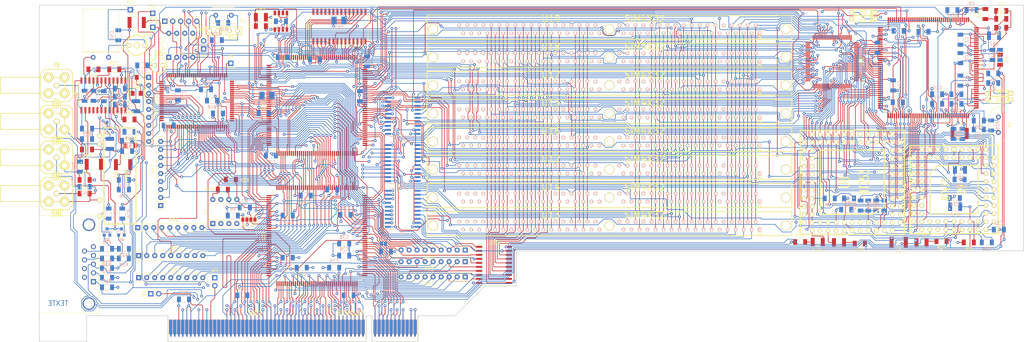
<source format=kicad_pcb>
(kicad_pcb (version 20190605) (host pcbnew "(5.1.0-1595-g7c37641d8)")
  (title_block (title "KiCad demo") (date "2015-10-14") (rev "1.A"))
  (layers (0 "top_copper" signal) (1 "GND_layer" signal) (2 "VCC_layer" signal) (31 "bottom_copper" signal) (34 "B.Paste" user) (35 "F.Paste" user) (36 "B.SilkS" user) (37 "F.SilkS" user) (38 "B.Mask" user) (39 "F.Mask" user) (44 "Edge.Cuts" user))
  (net 0 "")
  (net 1 "+12V")
  (net 2 "+3.3V")
  (net 3 "+5F")
  (net 4 "/ESVIDEO-RVB/DPC0")
  (net 5 "/ESVIDEO-RVB/DPC1")
  (net 6 "/ESVIDEO-RVB/DPC2")
  (net 7 "/ESVIDEO-RVB/DPC4")
  (net 8 "/ESVIDEO-RVB/DPC5")
  (net 9 "/ESVIDEO-RVB/DPC7")
  (net 10 "/ESVIDEO-RVB/OE_RVB-")
  (net 11 "/ESVIDEO-RVB/PCA0")
  (net 12 "/ESVIDEO-RVB/PCA2")
  (net 13 "/ESVIDEO-RVB/REF+")
  (net 14 "/ESVIDEO-RVB/TVB2")
  (net 15 "/ESVIDEO-RVB/TVB3")
  (net 16 "/ESVIDEO-RVB/TVG0")
  (net 17 "/ESVIDEO-RVB/TVG1")
  (net 18 "/ESVIDEO-RVB/TVG2")
  (net 19 "/ESVIDEO-RVB/TVG3")
  (net 20 "/ESVIDEO-RVB/TVG4")
  (net 21 "/ESVIDEO-RVB/TVG5")
  (net 22 "/ESVIDEO-RVB/TVR0")
  (net 23 "/ESVIDEO-RVB/TVR1")
  (net 24 "/ESVIDEO-RVB/TVR2")
  (net 25 "/ESVIDEO-RVB/TVR5")
  (net 26 "/ESVIDEO-RVB/TVR6")
  (net 27 "/ESVIDEO-RVB/TVR7")
  (net 28 "/ESVIDEO-RVB/VAA")
  (net 29 "/RAMS/MXA0")
  (net 30 "/RAMS/MXA1")
  (net 31 "/RAMS/MXA10")
  (net 32 "/RAMS/MXA2")
  (net 33 "/RAMS/MXA3")
  (net 34 "/RAMS/MXA4")
  (net 35 "/RAMS/MXA5")
  (net 36 "/RAMS/MXA6")
  (net 37 "/RAMS/MXA7")
  (net 38 "/RAMS/MXA8")
  (net 39 "/RAMS/MXA9")
  (net 40 "/RAMS/TVRAM0")
  (net 41 "/RAMS/TVRAM1")
  (net 42 "/RAMS/TVRAM10")
  (net 43 "/RAMS/TVRAM11")
  (net 44 "/RAMS/TVRAM12")
  (net 45 "/RAMS/TVRAM13")
  (net 46 "/RAMS/TVRAM14")
  (net 47 "/RAMS/TVRAM15")
  (net 48 "/RAMS/TVRAM16")
  (net 49 "/RAMS/TVRAM17")
  (net 50 "/RAMS/TVRAM18")
  (net 51 "/RAMS/TVRAM19")
  (net 52 "/RAMS/TVRAM2")
  (net 53 "/RAMS/TVRAM20")
  (net 54 "/RAMS/TVRAM21")
  (net 55 "/RAMS/TVRAM22")
  (net 56 "/RAMS/TVRAM23")
  (net 57 "/RAMS/TVRAM24")
  (net 58 "/RAMS/TVRAM25")
  (net 59 "/RAMS/TVRAM26")
  (net 60 "/RAMS/TVRAM27")
  (net 61 "/RAMS/TVRAM28")
  (net 62 "/RAMS/TVRAM29")
  (net 63 "/RAMS/TVRAM3")
  (net 64 "/RAMS/TVRAM30")
  (net 65 "/RAMS/TVRAM31")
  (net 66 "/RAMS/TVRAM4")
  (net 67 "/RAMS/TVRAM5")
  (net 68 "/RAMS/TVRAM6")
  (net 69 "/RAMS/TVRAM7")
  (net 70 "/RAMS/TVRAM8")
  (net 71 "/RAMS/TVRAM9")
  (net 72 "/buspci.sch/ADR6")
  (net 73 "/buspci.sch/EA1")
  (net 74 "/buspci.sch/EA10")
  (net 75 "/buspci.sch/EA11")
  (net 76 "/buspci.sch/EA12")
  (net 77 "/buspci.sch/EA13")
  (net 78 "/buspci.sch/EA14")
  (net 79 "/buspci.sch/EA15")
  (net 80 "/buspci.sch/EA2")
  (net 81 "/buspci.sch/EA3")
  (net 82 "/buspci.sch/EA4")
  (net 83 "/buspci.sch/EA5")
  (net 84 "/buspci.sch/EA6")
  (net 85 "/buspci.sch/EA7")
  (net 86 "/buspci.sch/EA9")
  (net 87 "/buspci.sch/EQ0")
  (net 88 "/buspci.sch/EQ1")
  (net 89 "/buspci.sch/EQ2")
  (net 90 "/buspci.sch/EQ3")
  (net 91 "/buspci.sch/EQ4")
  (net 92 "/buspci.sch/EQ5")
  (net 93 "/buspci.sch/EQ6")
  (net 94 "/buspci.sch/EQ7")
  (net 95 "/buspci.sch/PTBE-1")
  (net 96 "/buspci.sch/P_AD0")
  (net 97 "/buspci.sch/P_AD1")
  (net 98 "/buspci.sch/P_AD10")
  (net 99 "/buspci.sch/P_AD11")
  (net 100 "/buspci.sch/P_AD12")
  (net 101 "/buspci.sch/P_AD13")
  (net 102 "/buspci.sch/P_AD14")
  (net 103 "/buspci.sch/P_AD15")
  (net 104 "/buspci.sch/P_AD16")
  (net 105 "/buspci.sch/P_AD17")
  (net 106 "/buspci.sch/P_AD18")
  (net 107 "/buspci.sch/P_AD19")
  (net 108 "/buspci.sch/P_AD2")
  (net 109 "/buspci.sch/P_AD20")
  (net 110 "/buspci.sch/P_AD21")
  (net 111 "/buspci.sch/P_AD22")
  (net 112 "/buspci.sch/P_AD23")
  (net 113 "/buspci.sch/P_AD24")
  (net 114 "/buspci.sch/P_AD25")
  (net 115 "/buspci.sch/P_AD26")
  (net 116 "/buspci.sch/P_AD27")
  (net 117 "/buspci.sch/P_AD28")
  (net 118 "/buspci.sch/P_AD29")
  (net 119 "/buspci.sch/P_AD3")
  (net 120 "/buspci.sch/P_AD30")
  (net 121 "/buspci.sch/P_AD31")
  (net 122 "/buspci.sch/P_AD4")
  (net 123 "/buspci.sch/P_AD5")
  (net 124 "/buspci.sch/P_AD6")
  (net 125 "/buspci.sch/P_AD7")
  (net 126 "/buspci.sch/P_AD8")
  (net 127 "/buspci.sch/P_AD9")
  (net 128 "/buspci.sch/P_C/BE0#")
  (net 129 "/buspci.sch/P_C/BE1#")
  (net 130 "/buspci.sch/P_C/BE2#")
  (net 131 "/buspci.sch/P_C/BE3#")
  (net 132 "/buspci.sch/P_CLK")
  (net 133 "/buspci.sch/P_DEVSEL#")
  (net 134 "/buspci.sch/P_FRAME#")
  (net 135 "/buspci.sch/P_GNT#")
  (net 136 "/buspci.sch/P_IDSEL")
  (net 137 "/buspci.sch/P_INTA#")
  (net 138 "/buspci.sch/P_IRDY#")
  (net 139 "/buspci.sch/P_LOCK#")
  (net 140 "/buspci.sch/P_PAR")
  (net 141 "/buspci.sch/P_PERR#")
  (net 142 "/buspci.sch/P_REQ#")
  (net 143 "/buspci.sch/P_RST#")
  (net 144 "/buspci.sch/P_SERR#")
  (net 145 "/buspci.sch/P_STOP#")
  (net 146 "/buspci.sch/P_TRDY#")
  (net 147 "/graphic/14MHZOUT")
  (net 148 "/graphic/CCLK")
  (net 149 "/graphic/CLK10MHz")
  (net 150 "/graphic/CSIO-")
  (net 151 "/graphic/DIN")
  (net 152 "/graphic/DONE")
  (net 153 "/graphic/HDOUT")
  (net 154 "/graphic/HDREFOUT")
  (net 155 "/graphic/IA0")
  (net 156 "/graphic/IA1")
  (net 157 "/graphic/IA2")
  (net 158 "/graphic/IA3")
  (net 159 "/graphic/IA4")
  (net 160 "/graphic/IA5")
  (net 161 "/graphic/IA6")
  (net 162 "/graphic/IA7")
  (net 163 "/graphic/IA8")
  (net 164 "/graphic/IA9")
  (net 165 "/graphic/ICAS-")
  (net 166 "/graphic/ID0")
  (net 167 "/graphic/ID1")
  (net 168 "/graphic/ID2")
  (net 169 "/graphic/ID3")
  (net 170 "/graphic/IOE-")
  (net 171 "/graphic/IRAS-")
  (net 172 "/graphic/IWR-")
  (net 173 "/graphic/LED")
  (net 174 "/graphic/PROG*")
  (net 175 "/graphic/RESERV1")
  (net 176 "/graphic/VOSC")
  (net 177 "/graphic/XTAL_I")
  (net 178 "/graphic/X_DIN")
  (net 179 "/modul/CHROM")
  (net 180 "/modul/CVBS")
  (net 181 "/modul/CVBSOUT")
  (net 182 "/modul/LUM")
  (net 183 "/muxdata/DPC10")
  (net 184 "/muxdata/DPC11")
  (net 185 "/muxdata/DPC12")
  (net 186 "/muxdata/DPC13")
  (net 187 "/muxdata/DPC14")
  (net 188 "/muxdata/DPC15")
  (net 189 "/muxdata/DPC16")
  (net 190 "/muxdata/DPC17")
  (net 191 "/muxdata/DPC18")
  (net 192 "/muxdata/DPC19")
  (net 193 "/muxdata/DPC20")
  (net 194 "/muxdata/DPC21")
  (net 195 "/muxdata/DPC22")
  (net 196 "/muxdata/DPC23")
  (net 197 "/muxdata/DPC24")
  (net 198 "/muxdata/DPC25")
  (net 199 "/muxdata/DPC26")
  (net 200 "/muxdata/DPC27")
  (net 201 "/muxdata/DPC28")
  (net 202 "/muxdata/DPC29")
  (net 203 "/muxdata/DPC30")
  (net 204 "/muxdata/DPC31")
  (net 205 "/muxdata/DPC8")
  (net 206 "/muxdata/DPC9")
  (net 207 "/pal-ntsc.sch/C-VIDEO")
  (net 208 "/pal-ntsc.sch/VAF")
  (net 209 "/pal-ntsc.sch/Y-VIDEO")
  (net 210 "/pal-ntsc.sch/Y_SYNC")
  (net 211 "GND")
  (net 212 "Net-(BUS1-PadB1)")
  (net 213 "Net-(BUS1-PadB2)")
  (net 214 "Net-(BUS1-PadA4)")
  (net 215 "Net-(BUS1-PadB7)")
  (net 216 "Net-(BUS1-PadB8)")
  (net 217 "Net-(BUS1-PadB9)")
  (net 218 "Net-(BUS1-PadB10)")
  (net 219 "Net-(BUS1-PadB11)")
  (net 220 "Net-(BUS1-PadB14)")
  (net 221 "Net-(BUS1-PadB60)")
  (net 222 "Net-(BUS1-PadA1)")
  (net 223 "Net-(BUS1-PadA3)")
  (net 224 "Net-(BUS1-PadA7)")
  (net 225 "Net-(BUS1-PadA9)")
  (net 226 "Net-(BUS1-PadA11)")
  (net 227 "Net-(BUS1-PadA14)")
  (net 228 "Net-(BUS1-PadA19)")
  (net 229 "Net-(BUS1-PadA40)")
  (net 230 "Net-(BUS1-PadA41)")
  (net 231 "Net-(BUS1-PadA60)")
  (net 232 "Net-(C1-Pad1)")
  (net 233 "Net-(C1-Pad2)")
  (net 234 "Net-(C3-Pad1)")
  (net 235 "Net-(C4-Pad1)")
  (net 236 "Net-(C5-Pad1)")
  (net 237 "Net-(C5-Pad2)")
  (net 238 "Net-(C6-Pad1)")
  (net 239 "Net-(C7-Pad1)")
  (net 240 "Net-(C8-Pad1)")
  (net 241 "Net-(C8-Pad2)")
  (net 242 "Net-(C16-Pad1)")
  (net 243 "Net-(C32-Pad2)")
  (net 244 "Net-(C34-Pad2)")
  (net 245 "Net-(C35-Pad2)")
  (net 246 "Net-(C36-Pad1)")
  (net 247 "Net-(C36-Pad2)")
  (net 248 "Net-(C39-Pad1)")
  (net 249 "Net-(C39-Pad2)")
  (net 250 "Net-(C40-Pad1)")
  (net 251 "Net-(C40-Pad2)")
  (net 252 "Net-(C41-Pad1)")
  (net 253 "Net-(C41-Pad2)")
  (net 254 "Net-(C43-Pad1)")
  (net 255 "Net-(C44-Pad1)")
  (net 256 "Net-(C45-Pad1)")
  (net 257 "Net-(C46-Pad1)")
  (net 258 "Net-(C48-Pad2)")
  (net 259 "Net-(C49-Pad1)")
  (net 260 "Net-(C54-Pad1)")
  (net 261 "Net-(C58-Pad1)")
  (net 262 "Net-(C59-Pad1)")
  (net 263 "Net-(C60-Pad1)")
  (net 264 "Net-(C61-Pad1)")
  (net 265 "Net-(C61-Pad2)")
  (net 266 "Net-(C65-Pad2)")
  (net 267 "Net-(C66-Pad2)")
  (net 268 "Net-(CV1-Pad1)")
  (net 269 "Net-(D6-Pad1)")
  (net 270 "Net-(L1-Pad1)")
  (net 271 "Net-(L6-Pad1)")
  (net 272 "Net-(L6-Pad2)")
  (net 273 "Net-(P4-Pad1)")
  (net 274 "Net-(P9-Pad1)")
  (net 275 "Net-(P10-Pad1)")
  (net 276 "Net-(P11-Pad1)")
  (net 277 "Net-(POT1-Pad1)")
  (net 278 "Net-(Q1-Pad1)")
  (net 279 "Net-(Q1-Pad2)")
  (net 280 "Net-(Q2-Pad1)")
  (net 281 "Net-(Q2-Pad2)")
  (net 282 "Net-(Q3-Pad1)")
  (net 283 "Net-(Q3-Pad2)")
  (net 284 "Net-(R4-Pad1)")
  (net 285 "Net-(R5-Pad1)")
  (net 286 "Net-(R6-Pad1)")
  (net 287 "Net-(R7-Pad1)")
  (net 288 "Net-(R9-Pad2)")
  (net 289 "Net-(R10-Pad2)")
  (net 290 "Net-(R19-Pad2)")
  (net 291 "Net-(R27-Pad1)")
  (net 292 "Net-(R28-Pad2)")
  (net 293 "Net-(R29-Pad2)")
  (net 294 "Net-(R36-Pad2)")
  (net 295 "Net-(R38-Pad1)")
  (net 296 "/ESVIDEO-RVB/DPC3")
  (net 297 "/ESVIDEO-RVB/DPC6")
  (net 298 "/ESVIDEO-RVB/PCA1")
  (net 299 "/ESVIDEO-RVB/TVB7")
  (net 300 "/ESVIDEO-RVB/TVB6")
  (net 301 "/ESVIDEO-RVB/TVB5")
  (net 302 "/ESVIDEO-RVB/TVB4")
  (net 303 "/ESVIDEO-RVB/TVB1")
  (net 304 "/ESVIDEO-RVB/TVB0")
  (net 305 "/ESVIDEO-RVB/TVG7")
  (net 306 "/ESVIDEO-RVB/TVG6")
  (net 307 "/ESVIDEO-RVB/TVR4")
  (net 308 "/ESVIDEO-RVB/TVR3")
  (net 309 "Net-(U8-Pad58)")
  (net 310 "Net-(U8-Pad60)")
  (net 311 "Net-(U8-Pad62)")
  (net 312 "/ESVIDEO-RVB/TVI0")
  (net 313 "/ESVIDEO-RVB/TVI1")
  (net 314 "/buspci.sch/BE-3")
  (net 315 "/buspci.sch/BE-2")
  (net 316 "/buspci.sch/BE-1")
  (net 317 "/buspci.sch/ADR5")
  (net 318 "/buspci.sch/ADR4")
  (net 319 "/buspci.sch/ADR3")
  (net 320 "/buspci.sch/ADR2")
  (net 321 "/buspci.sch/BE-0")
  (net 322 "/buspci.sch/PTBE-0")
  (net 323 "/buspci.sch/PTBE-2")
  (net 324 "/buspci.sch/PTBE-3")
  (net 325 "Net-(U20-Pad23)")
  (net 326 "+5V")
  (net 327 "/GREEN_IN")
  (net 328 "/RED_IN")
  (net 329 "/RED_OUT")
  (net 330 "/GREEN_OUT")
  (net 331 "/BLUE_OUT")
  (net 332 "/C_OUT")
  (net 333 "/Y_OUT")
  (net 334 "/BLUE_IN")
  (net 335 "/CSYNC-OUT")
  (net 336 "/IRQ_SRL")
  (net 337 "/SELECT-")
  (net 338 "//PCWR")
  (net 339 "//PCRD")
  (net 340 "/PTATN-")
  (net 341 "/X_IRQ")
  (net 342 "/PTADR-")
  (net 343 "/RDFIFO-")
  (net 344 "/WRFIFDO-")
  (net 345 "/PTRDY-")
  (net 346 "/ACCES_RAM-")
  (net 347 "/WRITE_RAM")
  (net 348 "/CSYNCIN-")
  (net 349 "/RDCAD-")
  (net 350 "/WRCAD-")
  (net 351 "/CLAMP")
  (net 352 "/CLKCAD")
  (net 353 "/BLANK-")
  (net 354 "/CLKCDA")
  (net 355 "/RDCDA-")
  (net 356 "/WRCDA-")
  (net 357 "/OE_PAL-")
  (net 358 "/VD_PAL-")
  (net 359 "/HD_PAL-")
  (net 360 "/BT812_WR-")
  (net 361 "/BT812_RD-")
  (net 362 "/SYSRST-")
  (net 363 "/F_PALIN")
  (net 364 "/PTNUM1")
  (net 365 "/PTNUM0")
  (net 366 "/IRQ-")
  (net 367 "/BPCLK")
  (net 368 "/WRFULL")
  (net 369 "/RDEMPTY")
  (net 370 "/PTWR")
  (net 371 "/PTBURST")
  (net 372 "/RAS5-")
  (net 373 "/CAS0-")
  (net 374 "/CAS1-")
  (net 375 "/CAS2-")
  (net 376 "/CAS3-")
  (net 377 "/WRAM-")
  (net 378 "/RAS7-")
  (net 379 "/RAS6-")
  (net 380 "/RAS3-")
  (net 381 "/RAS4-")
  (net 382 "/RAS2-")
  (net 383 "/RAS1-")
  (net 384 "/RAS0-")
  (net 385 "/X_PROG-")
  (net 386 "/X_DATA")
  (net 387 "/X_CLK")
  (net 388 "/ACQ_ON")
  (net 389 "/X_DONE")
  (net 390 "Net-(U18-Pad67)")
  (net 391 "Net-(U18-Pad68)")
  (net 392 "Net-(U18-Pad69)")
  (net 393 "Net-(U18-Pad70)")
  (net 394 "Net-(U12-Pad67)")
  (net 395 "Net-(U12-Pad68)")
  (net 396 "Net-(U12-Pad69)")
  (net 397 "Net-(U12-Pad70)")
  (net 398 "Net-(U13-Pad67)")
  (net 399 "Net-(U13-Pad68)")
  (net 400 "Net-(U13-Pad69)")
  (net 401 "Net-(U13-Pad70)")
  (net 402 "Net-(U14-Pad67)")
  (net 403 "Net-(U14-Pad68)")
  (net 404 "Net-(U14-Pad69)")
  (net 405 "Net-(U14-Pad70)")
  (net 406 "Net-(U15-Pad67)")
  (net 407 "Net-(U15-Pad68)")
  (net 408 "Net-(U15-Pad69)")
  (net 409 "Net-(U15-Pad70)")
  (net 410 "Net-(U17-Pad67)")
  (net 411 "Net-(U17-Pad68)")
  (net 412 "Net-(U17-Pad69)")
  (net 413 "Net-(U17-Pad70)")
  (net 414 "Net-(U19-Pad67)")
  (net 415 "Net-(U19-Pad68)")
  (net 416 "Net-(U19-Pad69)")
  (net 417 "Net-(U19-Pad70)")
  (net 418 "Net-(U16-Pad67)")
  (net 419 "Net-(U16-Pad68)")
  (net 420 "Net-(U16-Pad69)")
  (net 421 "Net-(U16-Pad70)")
  (net 422 "Net-(U8-Pad4)")
  (net 423 "Net-(U8-Pad5)")
  (net 424 "Net-(U8-Pad74)")
  (net 425 "Net-(U8-Pad77)")
  (net 426 "Net-(U8-Pad81)")
  (net 427 "Net-(U9-Pad5)")
  (net 428 "Net-(U9-Pad6)")
  (net 429 "Net-(U9-Pad27)")
  (net 430 "Net-(U9-Pad30)")
  (net 431 "Net-(U7-Pad8)")
  (net 432 "Net-(U20-Pad5)")
  (net 433 "Net-(U20-Pad4)")
  (net 434 "Net-(U20-Pad3)")
  (net 435 "Net-(U20-Pad1)")
  (net 436 "Net-(U22-Pad76)")
  (net 437 "Net-(U22-Pad73)")
  (net 438 "Net-(U22-Pad66)")
  (net 439 "Net-(U22-Pad65)")
  (net 440 "Net-(U22-Pad30)")
  (net 441 "Net-(U22-Pad27)")
  (net 442 "Net-(U22-Pad16)")
  (net 443 "Net-(U22-Pad15)")
  (net 444 "Net-(U22-Pad14)")
  (net 445 "Net-(U22-Pad10)")
  (net 446 "Net-(U22-Pad6)")
  (net 447 "Net-(U22-Pad5)")
  (net 448 "Net-(U22-Pad4)")
  (net 449 "Net-(U22-Pad3)")
  (net 450 "Net-(U24-Pad121)")
  (net 451 "Net-(U24-Pad84)")
  (net 452 "Net-(U10-Pad154)")
  (net 453 "Net-(U10-Pad152)")
  (net 454 "Net-(U10-Pad150)")
  (net 455 "Net-(U10-Pad131)")
  (net 456 "Net-(U10-Pad129)")
  (net 457 "Net-(U10-Pad127)")
  (net 458 "Net-(U10-Pad107)")
  (net 459 "Net-(U10-Pad106)")
  (net 460 "Net-(U10-Pad105)")
  (net 461 "Net-(U10-Pad101)")
  (net 462 "Net-(U10-Pad38)")
  (net 463 "Net-(U10-Pad37)")
  (net 464 "Net-(U10-Pad35)")
  (net 465 "Net-(U10-Pad33)")
  (net 466 "Net-(U10-Pad32)")
  (net 467 "Net-(U10-Pad29)")
  (net 468 "Net-(U10-Pad28)")
  (net 469 "Net-(U10-Pad27)")
  (net 470 "Net-(U10-Pad26)")
  (net 471 "Net-(U10-Pad25)")
  (net 472 "Net-(U23-Pad100)")
  (net 473 "Net-(U23-Pad99)")
  (net 474 "Net-(U23-Pad98)")
  (net 475 "Net-(U23-Pad79)")
  (net 476 "Net-(U23-Pad76)")
  (net 477 "Net-(U23-Pad68)")
  (net 478 "Net-(U23-Pad62)")
  (net 479 "Net-(U23-Pad60)")
  (net 480 "Net-(U23-Pad58)")
  (net 481 "Net-(U23-Pad50)")
  (net 482 "Net-(U23-Pad49)")
  (net 483 "Net-(U23-Pad33)")
  (net 484 "Net-(U23-Pad31)")
  (net 485 "Net-(U23-Pad2)")
  (net 486 "Net-(U21-Pad6)")
  (module "Package_QFP:PQFP-160_28x28mm_P0.65mm" (layer "top_copper") (at 335.407 76.327 270)
    (fp_text reference "U10" (at 0 -17 270) (layer "F.SilkS"))
    (fp_text value "BT812")
    (pad "160" smd rect (at -12.675 -15.22 270) (size 0.38 1.53) (layers "top_copper" "F.Paste" "F.Mask") (net 208 "/pal-ntsc.sch/VAF"))
    (pad "159" smd rect (at -12.025 -15.22 270) (size 0.38 1.53) (layers "top_copper" "F.Paste" "F.Mask") (net 208 "/pal-ntsc.sch/VAF"))
    (pad "158" smd rect (at -11.375 -15.22 270) (size 0.38 1.53) (layers "top_copper" "F.Paste" "F.Mask") (net 208 "/pal-ntsc.sch/VAF"))
    (pad "157" smd rect (at -10.725 -15.22 270) (size 0.38 1.53) (layers "top_copper" "F.Paste" "F.Mask") (net 211 "GND"))
    (pad "156" smd rect (at -10.075 -15.22 270) (size 0.38 1.53) (layers "top_copper" "F.Paste" "F.Mask") (net 209 "/pal-ntsc.sch/Y-VIDEO"))
    (pad "155" smd rect (at -9.425 -15.22 270) (size 0.38 1.53) (layers "top_copper" "F.Paste" "F.Mask") (net 211 "GND"))
    (pad "154" smd rect (at -8.775 -15.22 270) (size 0.38 1.53) (layers "top_copper" "F.Paste" "F.Mask") (net 452 "Net-(U10-Pad154)"))
    (pad "153" smd rect (at -8.125 -15.22 270) (size 0.38 1.53) (layers "top_copper" "F.Paste" "F.Mask") (net 211 "GND"))
    (pad "152" smd rect (at -7.475 -15.22 270) (size 0.38 1.53) (layers "top_copper" "F.Paste" "F.Mask") (net 453 "Net-(U10-Pad152)"))
    (pad "151" smd rect (at -6.825 -15.22 270) (size 0.38 1.53) (layers "top_copper" "F.Paste" "F.Mask") (net 211 "GND"))
    (pad "150" smd rect (at -6.175 -15.22 270) (size 0.38 1.53) (layers "top_copper" "F.Paste" "F.Mask") (net 454 "Net-(U10-Pad150)"))
    (pad "149" smd rect (at -5.525 -15.22 270) (size 0.38 1.53) (layers "top_copper" "F.Paste" "F.Mask") (net 208 "/pal-ntsc.sch/VAF"))
    (pad "148" smd rect (at -4.875 -15.22 270) (size 0.38 1.53) (layers "top_copper" "F.Paste" "F.Mask"))
    (pad "147" smd rect (at -4.225 -15.22 270) (size 0.38 1.53) (layers "top_copper" "F.Paste" "F.Mask") (net 211 "GND"))
    (pad "146" smd rect (at -3.575 -15.22 270) (size 0.38 1.53) (layers "top_copper" "F.Paste" "F.Mask"))
    (pad "145" smd rect (at -2.925 -15.22 270) (size 0.38 1.53) (layers "top_copper" "F.Paste" "F.Mask") (net 211 "GND"))
    (pad "144" smd rect (at -2.275 -15.22 270) (size 0.38 1.53) (layers "top_copper" "F.Paste" "F.Mask") (net 238 "Net-(C6-Pad1)"))
    (pad "143" smd rect (at -1.625 -15.22 270) (size 0.38 1.53) (layers "top_copper" "F.Paste" "F.Mask") (net 211 "GND"))
    (pad "142" smd rect (at -0.975 -15.22 270) (size 0.38 1.53) (layers "top_copper" "F.Paste" "F.Mask") (net 208 "/pal-ntsc.sch/VAF"))
    (pad "141" smd rect (at -0.325 -15.22 270) (size 0.38 1.53) (layers "top_copper" "F.Paste" "F.Mask") (net 208 "/pal-ntsc.sch/VAF"))
    (pad "140" smd rect (at 0.325 -15.22 270) (size 0.38 1.53) (layers "top_copper" "F.Paste" "F.Mask") (net 233 "Net-(C1-Pad2)"))
    (pad "139" smd rect (at 0.975 -15.22 270) (size 0.38 1.53) (layers "top_copper" "F.Paste" "F.Mask") (net 211 "GND"))
    (pad "138" smd rect (at 1.625 -15.22 270) (size 0.38 1.53) (layers "top_copper" "F.Paste" "F.Mask") (net 211 "GND"))
    (pad "137" smd rect (at 2.275 -15.22 270) (size 0.38 1.53) (layers "top_copper" "F.Paste" "F.Mask") (net 238 "Net-(C6-Pad1)"))
    (pad "136" smd rect (at 2.925 -15.22 270) (size 0.38 1.53) (layers "top_copper" "F.Paste" "F.Mask") (net 211 "GND"))
    (pad "135" smd rect (at 3.575 -15.22 270) (size 0.38 1.53) (layers "top_copper" "F.Paste" "F.Mask") (net 291 "Net-(R27-Pad1)"))
    (pad "134" smd rect (at 4.225 -15.22 270) (size 0.38 1.53) (layers "top_copper" "F.Paste" "F.Mask") (net 211 "GND"))
    (pad "133" smd rect (at 4.875 -15.22 270) (size 0.38 1.53) (layers "top_copper" "F.Paste" "F.Mask"))
    (pad "132" smd rect (at 5.525 -15.22 270) (size 0.38 1.53) (layers "top_copper" "F.Paste" "F.Mask") (net 208 "/pal-ntsc.sch/VAF"))
    (pad "131" smd rect (at 6.175 -15.22 270) (size 0.38 1.53) (layers "top_copper" "F.Paste" "F.Mask") (net 455 "Net-(U10-Pad131)"))
    (pad "130" smd rect (at 6.825 -15.22 270) (size 0.38 1.53) (layers "top_copper" "F.Paste" "F.Mask") (net 211 "GND"))
    (pad "129" smd rect (at 7.475 -15.22 270) (size 0.38 1.53) (layers "top_copper" "F.Paste" "F.Mask") (net 456 "Net-(U10-Pad129)"))
    (pad "128" smd rect (at 8.125 -15.22 270) (size 0.38 1.53) (layers "top_copper" "F.Paste" "F.Mask") (net 211 "GND"))
    (pad "127" smd rect (at 8.775 -15.22 270) (size 0.38 1.53) (layers "top_copper" "F.Paste" "F.Mask") (net 457 "Net-(U10-Pad127)"))
    (pad "126" smd rect (at 9.425 -15.22 270) (size 0.38 1.53) (layers "top_copper" "F.Paste" "F.Mask") (net 211 "GND"))
    (pad "125" smd rect (at 10.075 -15.22 270) (size 0.38 1.53) (layers "top_copper" "F.Paste" "F.Mask") (net 207 "/pal-ntsc.sch/C-VIDEO"))
    (pad "124" smd rect (at 10.725 -15.22 270) (size 0.38 1.53) (layers "top_copper" "F.Paste" "F.Mask") (net 211 "GND"))
    (pad "123" smd rect (at 11.375 -15.22 270) (size 0.38 1.53) (layers "top_copper" "F.Paste" "F.Mask") (net 208 "/pal-ntsc.sch/VAF"))
    (pad "122" smd rect (at 12.025 -15.22 270) (size 0.38 1.53) (layers "top_copper" "F.Paste" "F.Mask") (net 208 "/pal-ntsc.sch/VAF"))
    (pad "121" smd rect (at 12.675 -15.22 270) (size 0.38 1.53) (layers "top_copper" "F.Paste" "F.Mask") (net 208 "/pal-ntsc.sch/VAF"))
    (pad "41" smd rect (at -12.675 15.22 270) (size 0.38 1.53) (layers "top_copper" "F.Paste" "F.Mask") (net 208 "/pal-ntsc.sch/VAF"))
    (pad "80" smd rect (at 12.675 15.22 270) (size 0.38 1.53) (layers "top_copper" "F.Paste" "F.Mask") (net 208 "/pal-ntsc.sch/VAF"))
    (pad "79" smd rect (at 12.025 15.22 270) (size 0.38 1.53) (layers "top_copper" "F.Paste" "F.Mask") (net 208 "/pal-ntsc.sch/VAF"))
    (pad "78" smd rect (at 11.375 15.22 270) (size 0.38 1.53) (layers "top_copper" "F.Paste" "F.Mask") (net 208 "/pal-ntsc.sch/VAF"))
    (pad "77" smd rect (at 10.725 15.22 270) (size 0.38 1.53) (layers "top_copper" "F.Paste" "F.Mask"))
    (pad "76" smd rect (at 10.075 15.22 270) (size 0.38 1.53) (layers "top_copper" "F.Paste" "F.Mask") (net 326 "+5V"))
    (pad "75" smd rect (at 9.425 15.22 270) (size 0.38 1.53) (layers "top_copper" "F.Paste" "F.Mask") (net 211 "GND"))
    (pad "74" smd rect (at 8.775 15.22 270) (size 0.38 1.53) (layers "top_copper" "F.Paste" "F.Mask") (net 16 "/ESVIDEO-RVB/TVG0"))
    (pad "73" smd rect (at 8.125 15.22 270) (size 0.38 1.53) (layers "top_copper" "F.Paste" "F.Mask") (net 17 "/ESVIDEO-RVB/TVG1"))
    (pad "72" smd rect (at 7.475 15.22 270) (size 0.38 1.53) (layers "top_copper" "F.Paste" "F.Mask") (net 18 "/ESVIDEO-RVB/TVG2"))
    (pad "71" smd rect (at 6.825 15.22 270) (size 0.38 1.53) (layers "top_copper" "F.Paste" "F.Mask") (net 19 "/ESVIDEO-RVB/TVG3"))
    (pad "70" smd rect (at 6.175 15.22 270) (size 0.38 1.53) (layers "top_copper" "F.Paste" "F.Mask") (net 20 "/ESVIDEO-RVB/TVG4"))
    (pad "69" smd rect (at 5.525 15.22 270) (size 0.38 1.53) (layers "top_copper" "F.Paste" "F.Mask") (net 21 "/ESVIDEO-RVB/TVG5"))
    (pad "68" smd rect (at 4.875 15.22 270) (size 0.38 1.53) (layers "top_copper" "F.Paste" "F.Mask") (net 306 "/ESVIDEO-RVB/TVG6"))
    (pad "67" smd rect (at 4.225 15.22 270) (size 0.38 1.53) (layers "top_copper" "F.Paste" "F.Mask") (net 305 "/ESVIDEO-RVB/TVG7"))
    (pad "66" smd rect (at 3.575 15.22 270) (size 0.38 1.53) (layers "top_copper" "F.Paste" "F.Mask") (net 211 "GND"))
    (pad "65" smd rect (at 2.925 15.22 270) (size 0.38 1.53) (layers "top_copper" "F.Paste" "F.Mask") (net 22 "/ESVIDEO-RVB/TVR0"))
    (pad "64" smd rect (at 2.275 15.22 270) (size 0.38 1.53) (layers "top_copper" "F.Paste" "F.Mask") (net 23 "/ESVIDEO-RVB/TVR1"))
    (pad "63" smd rect (at 1.625 15.22 270) (size 0.38 1.53) (layers "top_copper" "F.Paste" "F.Mask") (net 24 "/ESVIDEO-RVB/TVR2"))
    (pad "62" smd rect (at 0.975 15.22 270) (size 0.38 1.53) (layers "top_copper" "F.Paste" "F.Mask") (net 308 "/ESVIDEO-RVB/TVR3"))
    (pad "61" smd rect (at 0.325 15.22 270) (size 0.38 1.53) (layers "top_copper" "F.Paste" "F.Mask") (net 307 "/ESVIDEO-RVB/TVR4"))
    (pad "60" smd rect (at -0.325 15.22 270) (size 0.38 1.53) (layers "top_copper" "F.Paste" "F.Mask") (net 25 "/ESVIDEO-RVB/TVR5"))
    (pad "59" smd rect (at -0.975 15.22 270) (size 0.38 1.53) (layers "top_copper" "F.Paste" "F.Mask") (net 26 "/ESVIDEO-RVB/TVR6"))
    (pad "58" smd rect (at -1.625 15.22 270) (size 0.38 1.53) (layers "top_copper" "F.Paste" "F.Mask") (net 27 "/ESVIDEO-RVB/TVR7"))
    (pad "57" smd rect (at -2.275 15.22 270) (size 0.38 1.53) (layers "top_copper" "F.Paste" "F.Mask") (net 326 "+5V"))
    (pad "56" smd rect (at -2.925 15.22 270) (size 0.38 1.53) (layers "top_copper" "F.Paste" "F.Mask") (net 211 "GND"))
    (pad "55" smd rect (at -3.575 15.22 270) (size 0.38 1.53) (layers "top_copper" "F.Paste" "F.Mask") (net 304 "/ESVIDEO-RVB/TVB0"))
    (pad "54" smd rect (at -4.225 15.22 270) (size 0.38 1.53) (layers "top_copper" "F.Paste" "F.Mask") (net 303 "/ESVIDEO-RVB/TVB1"))
    (pad "53" smd rect (at -4.875 15.22 270) (size 0.38 1.53) (layers "top_copper" "F.Paste" "F.Mask") (net 14 "/ESVIDEO-RVB/TVB2"))
    (pad "52" smd rect (at -5.525 15.22 270) (size 0.38 1.53) (layers "top_copper" "F.Paste" "F.Mask") (net 15 "/ESVIDEO-RVB/TVB3"))
    (pad "51" smd rect (at -6.175 15.22 270) (size 0.38 1.53) (layers "top_copper" "F.Paste" "F.Mask") (net 302 "/ESVIDEO-RVB/TVB4"))
    (pad "50" smd rect (at -6.825 15.22 270) (size 0.38 1.53) (layers "top_copper" "F.Paste" "F.Mask") (net 301 "/ESVIDEO-RVB/TVB5"))
    (pad "49" smd rect (at -7.475 15.22 270) (size 0.38 1.53) (layers "top_copper" "F.Paste" "F.Mask") (net 300 "/ESVIDEO-RVB/TVB6"))
    (pad "48" smd rect (at -8.125 15.22 270) (size 0.38 1.53) (layers "top_copper" "F.Paste" "F.Mask") (net 299 "/ESVIDEO-RVB/TVB7"))
    (pad "47" smd rect (at -8.775 15.22 270) (size 0.38 1.53) (layers "top_copper" "F.Paste" "F.Mask") (net 357 "/OE_PAL-"))
    (pad "46" smd rect (at -9.425 15.22 270) (size 0.38 1.53) (layers "top_copper" "F.Paste" "F.Mask") (net 357 "/OE_PAL-"))
    (pad "45" smd rect (at -10.075 15.22 270) (size 0.38 1.53) (layers "top_copper" "F.Paste" "F.Mask") (net 326 "+5V"))
    (pad "44" smd rect (at -10.725 15.22 270) (size 0.38 1.53) (layers "top_copper" "F.Paste" "F.Mask") (net 211 "GND"))
    (pad "43" smd rect (at -11.375 15.22 270) (size 0.38 1.53) (layers "top_copper" "F.Paste" "F.Mask") (net 208 "/pal-ntsc.sch/VAF"))
    (pad "42" smd rect (at -12.025 15.22 270) (size 0.38 1.53) (layers "top_copper" "F.Paste" "F.Mask") (net 208 "/pal-ntsc.sch/VAF"))
    (pad "120" smd rect (at 15.22 -12.675 270) (size 1.53 0.38) (layers "top_copper" "F.Paste" "F.Mask") (net 208 "/pal-ntsc.sch/VAF"))
    (pad "119" smd rect (at 15.22 -12.025 270) (size 1.53 0.38) (layers "top_copper" "F.Paste" "F.Mask") (net 208 "/pal-ntsc.sch/VAF"))
    (pad "118" smd rect (at 15.22 -11.375 270) (size 1.53 0.38) (layers "top_copper" "F.Paste" "F.Mask") (net 211 "GND"))
    (pad "117" smd rect (at 15.22 -10.725 270) (size 1.53 0.38) (layers "top_copper" "F.Paste" "F.Mask") (net 236 "Net-(C5-Pad1)"))
    (pad "116" smd rect (at 15.22 -10.075 270) (size 1.53 0.38) (layers "top_copper" "F.Paste" "F.Mask") (net 211 "GND"))
    (pad "115" smd rect (at 15.22 -9.425 270) (size 1.53 0.38) (layers "top_copper" "F.Paste" "F.Mask") (net 290 "Net-(R19-Pad2)"))
    (pad "114" smd rect (at 15.22 -8.775 270) (size 1.53 0.38) (layers "top_copper" "F.Paste" "F.Mask") (net 239 "Net-(C7-Pad1)"))
    (pad "113" smd rect (at 15.22 -8.125 270) (size 1.53 0.38) (layers "top_copper" "F.Paste" "F.Mask") (net 238 "Net-(C6-Pad1)"))
    (pad "112" smd rect (at 15.22 -7.475 270) (size 1.53 0.38) (layers "top_copper" "F.Paste" "F.Mask") (net 326 "+5V"))
    (pad "111" smd rect (at 15.22 -6.825 270) (size 1.53 0.38) (layers "top_copper" "F.Paste" "F.Mask") (net 211 "GND"))
    (pad "110" smd rect (at 15.22 -6.175 270) (size 1.53 0.38) (layers "top_copper" "F.Paste" "F.Mask") (net 242 "Net-(C16-Pad1)"))
    (pad "109" smd rect (at 15.22 -5.525 270) (size 1.53 0.38) (layers "top_copper" "F.Paste" "F.Mask") (net 266 "Net-(C65-Pad2)"))
    (pad "108" smd rect (at 15.22 -4.875 270) (size 1.53 0.38) (layers "top_copper" "F.Paste" "F.Mask") (net 267 "Net-(C66-Pad2)"))
    (pad "107" smd rect (at 15.22 -4.225 270) (size 1.53 0.38) (layers "top_copper" "F.Paste" "F.Mask") (net 458 "Net-(U10-Pad107)"))
    (pad "106" smd rect (at 15.22 -3.575 270) (size 1.53 0.38) (layers "top_copper" "F.Paste" "F.Mask") (net 459 "Net-(U10-Pad106)"))
    (pad "105" smd rect (at 15.22 -2.925 270) (size 1.53 0.38) (layers "top_copper" "F.Paste" "F.Mask") (net 460 "Net-(U10-Pad105)"))
    (pad "104" smd rect (at 15.22 -2.275 270) (size 1.53 0.38) (layers "top_copper" "F.Paste" "F.Mask") (net 363 "/F_PALIN"))
    (pad "103" smd rect (at 15.22 -1.625 270) (size 1.53 0.38) (layers "top_copper" "F.Paste" "F.Mask") (net 211 "GND"))
    (pad "102" smd rect (at 15.22 -0.975 270) (size 1.53 0.38) (layers "top_copper" "F.Paste" "F.Mask") (net 326 "+5V"))
    (pad "101" smd rect (at 15.22 -0.325 270) (size 1.53 0.38) (layers "top_copper" "F.Paste" "F.Mask") (net 461 "Net-(U10-Pad101)"))
    (pad "100" smd rect (at 15.22 0.325 270) (size 1.53 0.38) (layers "top_copper" "F.Paste" "F.Mask") (net 9 "/ESVIDEO-RVB/DPC7"))
    (pad "99" smd rect (at 15.22 0.975 270) (size 1.53 0.38) (layers "top_copper" "F.Paste" "F.Mask") (net 297 "/ESVIDEO-RVB/DPC6"))
    (pad "98" smd rect (at 15.22 1.625 270) (size 1.53 0.38) (layers "top_copper" "F.Paste" "F.Mask") (net 211 "GND"))
    (pad "97" smd rect (at 15.22 2.275 270) (size 1.53 0.38) (layers "top_copper" "F.Paste" "F.Mask") (net 8 "/ESVIDEO-RVB/DPC5"))
    (pad "96" smd rect (at 15.22 2.925 270) (size 1.53 0.38) (layers "top_copper" "F.Paste" "F.Mask") (net 7 "/ESVIDEO-RVB/DPC4"))
    (pad "95" smd rect (at 15.22 3.575 270) (size 1.53 0.38) (layers "top_copper" "F.Paste" "F.Mask") (net 296 "/ESVIDEO-RVB/DPC3"))
    (pad "94" smd rect (at 15.22 4.225 270) (size 1.53 0.38) (layers "top_copper" "F.Paste" "F.Mask") (net 6 "/ESVIDEO-RVB/DPC2"))
    (pad "93" smd rect (at 15.22 4.875 270) (size 1.53 0.38) (layers "top_copper" "F.Paste" "F.Mask") (net 5 "/ESVIDEO-RVB/DPC1"))
    (pad "92" smd rect (at 15.22 5.525 270) (size 1.53 0.38) (layers "top_copper" "F.Paste" "F.Mask") (net 4 "/ESVIDEO-RVB/DPC0"))
    (pad "91" smd rect (at 15.22 6.175 270) (size 1.53 0.38) (layers "top_copper" "F.Paste" "F.Mask") (net 326 "+5V"))
    (pad "90" smd rect (at 15.22 6.825 270) (size 1.53 0.38) (layers "top_copper" "F.Paste" "F.Mask") (net 211 "GND"))
    (pad "89" smd rect (at 15.22 7.475 270) (size 1.53 0.38) (layers "top_copper" "F.Paste" "F.Mask") (net 211 "GND"))
    (pad "88" smd rect (at 15.22 8.125 270) (size 1.53 0.38) (layers "top_copper" "F.Paste" "F.Mask") (net 211 "GND"))
    (pad "87" smd rect (at 15.22 8.775 270) (size 1.53 0.38) (layers "top_copper" "F.Paste" "F.Mask") (net 362 "/SYSRST-"))
    (pad "86" smd rect (at 15.22 9.425 270) (size 1.53 0.38) (layers "top_copper" "F.Paste" "F.Mask") (net 361 "/BT812_RD-"))
    (pad "85" smd rect (at 15.22 10.075 270) (size 1.53 0.38) (layers "top_copper" "F.Paste" "F.Mask") (net 298 "/ESVIDEO-RVB/PCA1"))
    (pad "84" smd rect (at 15.22 10.725 270) (size 1.53 0.38) (layers "top_copper" "F.Paste" "F.Mask") (net 11 "/ESVIDEO-RVB/PCA0"))
    (pad "83" smd rect (at 15.22 11.375 270) (size 1.53 0.38) (layers "top_copper" "F.Paste" "F.Mask") (net 360 "/BT812_WR-"))
    (pad "82" smd rect (at 15.22 12.025 270) (size 1.53 0.38) (layers "top_copper" "F.Paste" "F.Mask") (net 208 "/pal-ntsc.sch/VAF"))
    (pad "81" smd rect (at 15.22 12.675 270) (size 1.53 0.38) (layers "top_copper" "F.Paste" "F.Mask") (net 208 "/pal-ntsc.sch/VAF"))
    (pad "40" smd rect (at -15.22 12.675 270) (size 1.53 0.38) (layers "top_copper" "F.Paste" "F.Mask") (net 208 "/pal-ntsc.sch/VAF"))
    (pad "39" smd rect (at -15.22 12.025 270) (size 1.53 0.38) (layers "top_copper" "F.Paste" "F.Mask") (net 208 "/pal-ntsc.sch/VAF"))
    (pad "38" smd rect (at -15.22 11.375 270) (size 1.53 0.38) (layers "top_copper" "F.Paste" "F.Mask") (net 462 "Net-(U10-Pad38)"))
    (pad "37" smd rect (at -15.22 10.725 270) (size 1.53 0.38) (layers "top_copper" "F.Paste" "F.Mask") (net 463 "Net-(U10-Pad37)"))
    (pad "36" smd rect (at -15.22 10.075 270) (size 1.53 0.38) (layers "top_copper" "F.Paste" "F.Mask") (net 359 "/HD_PAL-"))
    (pad "35" smd rect (at -15.22 9.425 270) (size 1.53 0.38) (layers "top_copper" "F.Paste" "F.Mask") (net 464 "Net-(U10-Pad35)"))
    (pad "34" smd rect (at -15.22 8.775 270) (size 1.53 0.38) (layers "top_copper" "F.Paste" "F.Mask") (net 358 "/VD_PAL-"))
    (pad "33" smd rect (at -15.22 8.125 270) (size 1.53 0.38) (layers "top_copper" "F.Paste" "F.Mask") (net 465 "Net-(U10-Pad33)"))
    (pad "32" smd rect (at -15.22 7.475 270) (size 1.53 0.38) (layers "top_copper" "F.Paste" "F.Mask") (net 466 "Net-(U10-Pad32)"))
    (pad "31" smd rect (at -15.22 6.825 270) (size 1.53 0.38) (layers "top_copper" "F.Paste" "F.Mask") (net 326 "+5V"))
    (pad "30" smd rect (at -15.22 6.175 270) (size 1.53 0.38) (layers "top_copper" "F.Paste" "F.Mask") (net 211 "GND"))
    (pad "29" smd rect (at -15.22 5.525 270) (size 1.53 0.38) (layers "top_copper" "F.Paste" "F.Mask") (net 467 "Net-(U10-Pad29)"))
    (pad "28" smd rect (at -15.22 4.875 270) (size 1.53 0.38) (layers "top_copper" "F.Paste" "F.Mask") (net 468 "Net-(U10-Pad28)"))
    (pad "27" smd rect (at -15.22 4.225 270) (size 1.53 0.38) (layers "top_copper" "F.Paste" "F.Mask") (net 469 "Net-(U10-Pad27)"))
    (pad "26" smd rect (at -15.22 3.575 270) (size 1.53 0.38) (layers "top_copper" "F.Paste" "F.Mask") (net 470 "Net-(U10-Pad26)"))
    (pad "25" smd rect (at -15.22 2.925 270) (size 1.53 0.38) (layers "top_copper" "F.Paste" "F.Mask") (net 471 "Net-(U10-Pad25)"))
    (pad "24" smd rect (at -15.22 2.275 270) (size 1.53 0.38) (layers "top_copper" "F.Paste" "F.Mask"))
    (pad "23" smd rect (at -15.22 1.625 270) (size 1.53 0.38) (layers "top_copper" "F.Paste" "F.Mask"))
    (pad "22" smd rect (at -15.22 0.975 270) (size 1.53 0.38) (layers "top_copper" "F.Paste" "F.Mask"))
    (pad "21" smd rect (at -15.22 0.325 270) (size 1.53 0.38) (layers "top_copper" "F.Paste" "F.Mask"))
    (pad "20" smd rect (at -15.22 -0.325 270) (size 1.53 0.38) (layers "top_copper" "F.Paste" "F.Mask"))
    (pad "19" smd rect (at -15.22 -0.975 270) (size 1.53 0.38) (layers "top_copper" "F.Paste" "F.Mask"))
    (pad "18" smd rect (at -15.22 -1.625 270) (size 1.53 0.38) (layers "top_copper" "F.Paste" "F.Mask"))
    (pad "17" smd rect (at -15.22 -2.275 270) (size 1.53 0.38) (layers "top_copper" "F.Paste" "F.Mask"))
    (pad "16" smd rect (at -15.22 -2.925 270) (size 1.53 0.38) (layers "top_copper" "F.Paste" "F.Mask") (net 211 "GND"))
    (pad "15" smd rect (at -15.22 -3.575 270) (size 1.53 0.38) (layers "top_copper" "F.Paste" "F.Mask"))
    (pad "14" smd rect (at -15.22 -4.225 270) (size 1.53 0.38) (layers "top_copper" "F.Paste" "F.Mask"))
    (pad "13" smd rect (at -15.22 -4.875 270) (size 1.53 0.38) (layers "top_copper" "F.Paste" "F.Mask"))
    (pad "12" smd rect (at -15.22 -5.525 270) (size 1.53 0.38) (layers "top_copper" "F.Paste" "F.Mask"))
    (pad "11" smd rect (at -15.22 -6.175 270) (size 1.53 0.38) (layers "top_copper" "F.Paste" "F.Mask"))
    (pad "10" smd rect (at -15.22 -6.825 270) (size 1.53 0.38) (layers "top_copper" "F.Paste" "F.Mask"))
    (pad "9" smd rect (at -15.22 -7.475 270) (size 1.53 0.38) (layers "top_copper" "F.Paste" "F.Mask"))
    (pad "8" smd rect (at -15.22 -8.125 270) (size 1.53 0.38) (layers "top_copper" "F.Paste" "F.Mask"))
    (pad "7" smd rect (at -15.22 -8.775 270) (size 1.53 0.38) (layers "top_copper" "F.Paste" "F.Mask") (net 211 "GND"))
    (pad "6" smd rect (at -15.22 -9.425 270) (size 1.53 0.38) (layers "top_copper" "F.Paste" "F.Mask") (net 210 "/pal-ntsc.sch/Y_SYNC"))
    (pad "5" smd rect (at -15.22 -10.075 270) (size 1.53 0.38) (layers "top_copper" "F.Paste" "F.Mask") (net 211 "GND"))
    (pad "4" smd rect (at -15.22 -10.725 270) (size 1.53 0.38) (layers "top_copper" "F.Paste" "F.Mask") (net 240 "Net-(C8-Pad1)"))
    (pad "3" smd rect (at -15.22 -11.375 270) (size 1.53 0.38) (layers "top_copper" "F.Paste" "F.Mask") (net 211 "GND"))
    (pad "2" smd rect (at -15.22 -12.025 270) (size 1.53 0.38) (layers "top_copper" "F.Paste" "F.Mask") (net 208 "/pal-ntsc.sch/VAF"))
    (pad "1" smd rect (at -15.22 -12.675 270) (size 1.53 0.38) (layers "top_copper" "F.Paste" "F.Mask") (net 208 "/pal-ntsc.sch/VAF"))
  )
  (module "footprints:sim72" (layer "top_copper") (at 234.315 108.585)
    (fp_text reference "U12" (at -18.542 -3.302) (layer "F.SilkS") (effects (font (size 2.032 2.032) (thickness 0.3048))))
    (fp_text value "SIM4X32" (at 11.176 -3.302) (layer "F.SilkS") (effects (font (size 2.032 2.032) (thickness 0.3048))))
    (pad "" thru_hole circle (at 0 0) (size 3.048 3.048) (drill 2.54) (layers *.Cu *.Mask "F.SilkS"))
    (pad "" thru_hole circle (at -55.88 0) (size 3.048 3.048) (drill 2.54) (layers *.Cu *.Mask "F.SilkS"))
    (pad "" thru_hole circle (at 55.88 0) (size 3.048 3.048) (drill 2.54) (layers *.Cu *.Mask "F.SilkS"))
    (pad "1" thru_hole rect (at 47.625 1.27) (size 1.143 1.143) (drill 0.635) (layers *.Cu *.SilkS *.Mask) (net 211 "GND"))
    (pad "2" thru_hole circle (at 46.355 -1.27) (size 1.143 1.143) (drill 0.635) (layers *.Cu *.SilkS *.Mask) (net 40 "/RAMS/TVRAM0"))
    (pad "3" thru_hole circle (at 45.085 1.27) (size 1.143 1.143) (drill 0.635) (layers *.Cu *.SilkS *.Mask) (net 48 "/RAMS/TVRAM16"))
    (pad "4" thru_hole circle (at 43.815 -1.27) (size 1.143 1.143) (drill 0.635) (layers *.Cu *.SilkS *.Mask) (net 41 "/RAMS/TVRAM1"))
    (pad "5" thru_hole circle (at 42.545 1.27) (size 1.143 1.143) (drill 0.635) (layers *.Cu *.SilkS *.Mask) (net 49 "/RAMS/TVRAM17"))
    (pad "6" thru_hole circle (at 41.275 -1.27) (size 1.143 1.143) (drill 0.635) (layers *.Cu *.SilkS *.Mask) (net 52 "/RAMS/TVRAM2"))
    (pad "7" thru_hole circle (at 40.005 1.27) (size 1.143 1.143) (drill 0.635) (layers *.Cu *.SilkS *.Mask) (net 50 "/RAMS/TVRAM18"))
    (pad "8" thru_hole circle (at 38.735 -1.27) (size 1.143 1.143) (drill 0.635) (layers *.Cu *.SilkS *.Mask) (net 63 "/RAMS/TVRAM3"))
    (pad "9" thru_hole circle (at 37.465 1.27) (size 1.143 1.143) (drill 0.635) (layers *.Cu *.SilkS *.Mask) (net 51 "/RAMS/TVRAM19"))
    (pad "10" thru_hole circle (at 36.195 -1.27) (size 1.143 1.143) (drill 0.635) (layers *.Cu *.SilkS *.Mask) (net 326 "+5V"))
    (pad "11" thru_hole circle (at 34.925 1.27) (size 1.143 1.143) (drill 0.635) (layers *.Cu *.SilkS *.Mask))
    (pad "12" thru_hole circle (at 33.655 -1.27) (size 1.143 1.143) (drill 0.635) (layers *.Cu *.SilkS *.Mask) (net 29 "/RAMS/MXA0"))
    (pad "13" thru_hole circle (at 32.385 1.27) (size 1.143 1.143) (drill 0.635) (layers *.Cu *.SilkS *.Mask) (net 30 "/RAMS/MXA1"))
    (pad "14" thru_hole circle (at 31.115 -1.27) (size 1.143 1.143) (drill 0.635) (layers *.Cu *.SilkS *.Mask) (net 32 "/RAMS/MXA2"))
    (pad "15" thru_hole circle (at 29.845 1.27) (size 1.143 1.143) (drill 0.635) (layers *.Cu *.SilkS *.Mask) (net 33 "/RAMS/MXA3"))
    (pad "16" thru_hole circle (at 28.575 -1.27) (size 1.143 1.143) (drill 0.635) (layers *.Cu *.SilkS *.Mask) (net 34 "/RAMS/MXA4"))
    (pad "17" thru_hole circle (at 27.305 1.27) (size 1.143 1.143) (drill 0.635) (layers *.Cu *.SilkS *.Mask) (net 35 "/RAMS/MXA5"))
    (pad "18" thru_hole circle (at 26.035 -1.27) (size 1.143 1.143) (drill 0.635) (layers *.Cu *.SilkS *.Mask) (net 36 "/RAMS/MXA6"))
    (pad "19" thru_hole circle (at 24.765 1.27) (size 1.143 1.143) (drill 0.635) (layers *.Cu *.SilkS *.Mask) (net 31 "/RAMS/MXA10"))
    (pad "20" thru_hole circle (at 23.495 -1.27) (size 1.143 1.143) (drill 0.635) (layers *.Cu *.SilkS *.Mask) (net 66 "/RAMS/TVRAM4"))
    (pad "21" thru_hole circle (at 22.225 1.27) (size 1.143 1.143) (drill 0.635) (layers *.Cu *.SilkS *.Mask) (net 53 "/RAMS/TVRAM20"))
    (pad "22" thru_hole circle (at 20.955 -1.27) (size 1.143 1.143) (drill 0.635) (layers *.Cu *.SilkS *.Mask) (net 67 "/RAMS/TVRAM5"))
    (pad "23" thru_hole circle (at 19.685 1.27) (size 1.143 1.143) (drill 0.635) (layers *.Cu *.SilkS *.Mask) (net 54 "/RAMS/TVRAM21"))
    (pad "24" thru_hole circle (at 18.415 -1.27) (size 1.143 1.143) (drill 0.635) (layers *.Cu *.SilkS *.Mask) (net 68 "/RAMS/TVRAM6"))
    (pad "25" thru_hole circle (at 17.145 1.27) (size 1.143 1.143) (drill 0.635) (layers *.Cu *.SilkS *.Mask) (net 55 "/RAMS/TVRAM22"))
    (pad "26" thru_hole circle (at 15.875 -1.27) (size 1.143 1.143) (drill 0.635) (layers *.Cu *.SilkS *.Mask) (net 69 "/RAMS/TVRAM7"))
    (pad "27" thru_hole circle (at 14.605 1.27) (size 1.143 1.143) (drill 0.635) (layers *.Cu *.SilkS *.Mask) (net 56 "/RAMS/TVRAM23"))
    (pad "28" thru_hole circle (at 13.335 -1.27) (size 1.143 1.143) (drill 0.635) (layers *.Cu *.SilkS *.Mask) (net 37 "/RAMS/MXA7"))
    (pad "29" thru_hole circle (at 12.065 1.27) (size 1.143 1.143) (drill 0.635) (layers *.Cu *.SilkS *.Mask))
    (pad "30" thru_hole circle (at 10.795 -1.27) (size 1.143 1.143) (drill 0.635) (layers *.Cu *.SilkS *.Mask) (net 326 "+5V"))
    (pad "31" thru_hole circle (at 9.525 1.27) (size 1.143 1.143) (drill 0.635) (layers *.Cu *.SilkS *.Mask) (net 38 "/RAMS/MXA8"))
    (pad "32" thru_hole circle (at 8.255 -1.27) (size 1.143 1.143) (drill 0.635) (layers *.Cu *.SilkS *.Mask) (net 39 "/RAMS/MXA9"))
    (pad "33" thru_hole circle (at 6.985 1.27) (size 1.143 1.143) (drill 0.635) (layers *.Cu *.SilkS *.Mask))
    (pad "34" thru_hole circle (at 5.715 -1.27) (size 1.143 1.143) (drill 0.635) (layers *.Cu *.SilkS *.Mask) (net 372 "/RAS5-"))
    (pad "35" thru_hole circle (at 4.445 1.27) (size 1.143 1.143) (drill 0.635) (layers *.Cu *.SilkS *.Mask))
    (pad "36" thru_hole circle (at 3.175 -1.27) (size 1.143 1.143) (drill 0.635) (layers *.Cu *.SilkS *.Mask))
    (pad "37" thru_hole circle (at -3.175 1.27) (size 1.143 1.143) (drill 0.635) (layers *.Cu *.SilkS *.Mask))
    (pad "38" thru_hole circle (at -4.445 -1.27) (size 1.143 1.143) (drill 0.635) (layers *.Cu *.SilkS *.Mask))
    (pad "39" thru_hole circle (at -5.715 1.27) (size 1.143 1.143) (drill 0.635) (layers *.Cu *.SilkS *.Mask) (net 211 "GND"))
    (pad "40" thru_hole circle (at -6.985 -1.27) (size 1.143 1.143) (drill 0.635) (layers *.Cu *.SilkS *.Mask) (net 373 "/CAS0-"))
    (pad "41" thru_hole circle (at -8.255 1.27) (size 1.143 1.143) (drill 0.635) (layers *.Cu *.SilkS *.Mask) (net 374 "/CAS1-"))
    (pad "42" thru_hole circle (at -9.525 -1.27) (size 1.143 1.143) (drill 0.635) (layers *.Cu *.SilkS *.Mask) (net 375 "/CAS2-"))
    (pad "43" thru_hole circle (at -10.795 1.27) (size 1.143 1.143) (drill 0.635) (layers *.Cu *.SilkS *.Mask) (net 376 "/CAS3-"))
    (pad "44" thru_hole circle (at -12.065 -1.27) (size 1.143 1.143) (drill 0.635) (layers *.Cu *.SilkS *.Mask) (net 372 "/RAS5-"))
    (pad "45" thru_hole circle (at -13.335 1.27) (size 1.143 1.143) (drill 0.635) (layers *.Cu *.SilkS *.Mask))
    (pad "46" thru_hole circle (at -14.605 -1.27) (size 1.143 1.143) (drill 0.635) (layers *.Cu *.SilkS *.Mask))
    (pad "47" thru_hole circle (at -15.875 1.27) (size 1.143 1.143) (drill 0.635) (layers *.Cu *.SilkS *.Mask) (net 377 "/WRAM-"))
    (pad "48" thru_hole circle (at -17.145 -1.27) (size 1.143 1.143) (drill 0.635) (layers *.Cu *.SilkS *.Mask))
    (pad "49" thru_hole circle (at -18.415 1.27) (size 1.143 1.143) (drill 0.635) (layers *.Cu *.SilkS *.Mask) (net 70 "/RAMS/TVRAM8"))
    (pad "50" thru_hole circle (at -19.685 -1.27) (size 1.143 1.143) (drill 0.635) (layers *.Cu *.SilkS *.Mask) (net 57 "/RAMS/TVRAM24"))
    (pad "51" thru_hole circle (at -20.955 1.27) (size 1.143 1.143) (drill 0.635) (layers *.Cu *.SilkS *.Mask) (net 71 "/RAMS/TVRAM9"))
    (pad "52" thru_hole circle (at -22.225 -1.27) (size 1.143 1.143) (drill 0.635) (layers *.Cu *.SilkS *.Mask) (net 58 "/RAMS/TVRAM25"))
    (pad "53" thru_hole circle (at -23.495 1.27) (size 1.143 1.143) (drill 0.635) (layers *.Cu *.SilkS *.Mask) (net 42 "/RAMS/TVRAM10"))
    (pad "54" thru_hole circle (at -24.765 -1.27) (size 1.143 1.143) (drill 0.635) (layers *.Cu *.SilkS *.Mask) (net 59 "/RAMS/TVRAM26"))
    (pad "55" thru_hole circle (at -26.035 1.27) (size 1.143 1.143) (drill 0.635) (layers *.Cu *.SilkS *.Mask) (net 43 "/RAMS/TVRAM11"))
    (pad "56" thru_hole circle (at -27.305 -1.27) (size 1.143 1.143) (drill 0.635) (layers *.Cu *.SilkS *.Mask) (net 60 "/RAMS/TVRAM27"))
    (pad "57" thru_hole circle (at -28.575 1.27) (size 1.143 1.143) (drill 0.635) (layers *.Cu *.SilkS *.Mask) (net 44 "/RAMS/TVRAM12"))
    (pad "58" thru_hole circle (at -29.845 -1.27) (size 1.143 1.143) (drill 0.635) (layers *.Cu *.SilkS *.Mask) (net 61 "/RAMS/TVRAM28"))
    (pad "59" thru_hole circle (at -31.115 1.27) (size 1.143 1.143) (drill 0.635) (layers *.Cu *.SilkS *.Mask) (net 326 "+5V"))
    (pad "60" thru_hole circle (at -32.385 -1.27) (size 1.143 1.143) (drill 0.635) (layers *.Cu *.SilkS *.Mask) (net 62 "/RAMS/TVRAM29"))
    (pad "61" thru_hole circle (at -33.655 1.27) (size 1.143 1.143) (drill 0.635) (layers *.Cu *.SilkS *.Mask) (net 45 "/RAMS/TVRAM13"))
    (pad "62" thru_hole circle (at -34.925 -1.27) (size 1.143 1.143) (drill 0.635) (layers *.Cu *.SilkS *.Mask) (net 64 "/RAMS/TVRAM30"))
    (pad "63" thru_hole circle (at -36.195 1.27) (size 1.143 1.143) (drill 0.635) (layers *.Cu *.SilkS *.Mask) (net 46 "/RAMS/TVRAM14"))
    (pad "64" thru_hole circle (at -37.465 -1.27) (size 1.143 1.143) (drill 0.635) (layers *.Cu *.SilkS *.Mask) (net 65 "/RAMS/TVRAM31"))
    (pad "65" thru_hole circle (at -38.735 1.27) (size 1.143 1.143) (drill 0.635) (layers *.Cu *.SilkS *.Mask) (net 47 "/RAMS/TVRAM15"))
    (pad "66" thru_hole circle (at -40.005 -1.27) (size 1.143 1.143) (drill 0.635) (layers *.Cu *.SilkS *.Mask))
    (pad "67" thru_hole circle (at -41.275 1.27) (size 1.143 1.143) (drill 0.635) (layers *.Cu *.SilkS *.Mask) (net 394 "Net-(U12-Pad67)"))
    (pad "68" thru_hole circle (at -42.545 -1.27) (size 1.143 1.143) (drill 0.635) (layers *.Cu *.SilkS *.Mask) (net 395 "Net-(U12-Pad68)"))
    (pad "69" thru_hole circle (at -43.815 1.27) (size 1.143 1.143) (drill 0.635) (layers *.Cu *.SilkS *.Mask) (net 396 "Net-(U12-Pad69)"))
    (pad "70" thru_hole circle (at -45.085 -1.27) (size 1.143 1.143) (drill 0.635) (layers *.Cu *.SilkS *.Mask) (net 397 "Net-(U12-Pad70)"))
    (pad "71" thru_hole circle (at -46.355 1.27) (size 1.143 1.143) (drill 0.635) (layers *.Cu *.SilkS *.Mask))
    (pad "72" thru_hole circle (at -47.625 -1.27) (size 1.143 1.143) (drill 0.635) (layers *.Cu *.SilkS *.Mask) (net 211 "GND"))
  )
  (module "footprints:sim72" (layer "top_copper") (at 234.315 117.475)
    (fp_text reference "U14" (at -18.542 -3.302) (layer "F.SilkS") (effects (font (size 2.032 2.032) (thickness 0.3048))))
    (fp_text value "SIM4X32" (at 11.176 -3.302) (layer "F.SilkS") (effects (font (size 2.032 2.032) (thickness 0.3048))))
    (pad "" thru_hole circle (at 0 0) (size 3.048 3.048) (drill 2.54) (layers *.Cu *.Mask "F.SilkS"))
    (pad "" thru_hole circle (at -55.88 0) (size 3.048 3.048) (drill 2.54) (layers *.Cu *.Mask "F.SilkS"))
    (pad "" thru_hole circle (at 55.88 0) (size 3.048 3.048) (drill 2.54) (layers *.Cu *.Mask "F.SilkS"))
    (pad "1" thru_hole rect (at 47.625 1.27) (size 1.143 1.143) (drill 0.635) (layers *.Cu *.SilkS *.Mask) (net 211 "GND"))
    (pad "2" thru_hole circle (at 46.355 -1.27) (size 1.143 1.143) (drill 0.635) (layers *.Cu *.SilkS *.Mask) (net 40 "/RAMS/TVRAM0"))
    (pad "3" thru_hole circle (at 45.085 1.27) (size 1.143 1.143) (drill 0.635) (layers *.Cu *.SilkS *.Mask) (net 48 "/RAMS/TVRAM16"))
    (pad "4" thru_hole circle (at 43.815 -1.27) (size 1.143 1.143) (drill 0.635) (layers *.Cu *.SilkS *.Mask) (net 41 "/RAMS/TVRAM1"))
    (pad "5" thru_hole circle (at 42.545 1.27) (size 1.143 1.143) (drill 0.635) (layers *.Cu *.SilkS *.Mask) (net 49 "/RAMS/TVRAM17"))
    (pad "6" thru_hole circle (at 41.275 -1.27) (size 1.143 1.143) (drill 0.635) (layers *.Cu *.SilkS *.Mask) (net 52 "/RAMS/TVRAM2"))
    (pad "7" thru_hole circle (at 40.005 1.27) (size 1.143 1.143) (drill 0.635) (layers *.Cu *.SilkS *.Mask) (net 50 "/RAMS/TVRAM18"))
    (pad "8" thru_hole circle (at 38.735 -1.27) (size 1.143 1.143) (drill 0.635) (layers *.Cu *.SilkS *.Mask) (net 63 "/RAMS/TVRAM3"))
    (pad "9" thru_hole circle (at 37.465 1.27) (size 1.143 1.143) (drill 0.635) (layers *.Cu *.SilkS *.Mask) (net 51 "/RAMS/TVRAM19"))
    (pad "10" thru_hole circle (at 36.195 -1.27) (size 1.143 1.143) (drill 0.635) (layers *.Cu *.SilkS *.Mask) (net 326 "+5V"))
    (pad "11" thru_hole circle (at 34.925 1.27) (size 1.143 1.143) (drill 0.635) (layers *.Cu *.SilkS *.Mask))
    (pad "12" thru_hole circle (at 33.655 -1.27) (size 1.143 1.143) (drill 0.635) (layers *.Cu *.SilkS *.Mask) (net 29 "/RAMS/MXA0"))
    (pad "13" thru_hole circle (at 32.385 1.27) (size 1.143 1.143) (drill 0.635) (layers *.Cu *.SilkS *.Mask) (net 30 "/RAMS/MXA1"))
    (pad "14" thru_hole circle (at 31.115 -1.27) (size 1.143 1.143) (drill 0.635) (layers *.Cu *.SilkS *.Mask) (net 32 "/RAMS/MXA2"))
    (pad "15" thru_hole circle (at 29.845 1.27) (size 1.143 1.143) (drill 0.635) (layers *.Cu *.SilkS *.Mask) (net 33 "/RAMS/MXA3"))
    (pad "16" thru_hole circle (at 28.575 -1.27) (size 1.143 1.143) (drill 0.635) (layers *.Cu *.SilkS *.Mask) (net 34 "/RAMS/MXA4"))
    (pad "17" thru_hole circle (at 27.305 1.27) (size 1.143 1.143) (drill 0.635) (layers *.Cu *.SilkS *.Mask) (net 35 "/RAMS/MXA5"))
    (pad "18" thru_hole circle (at 26.035 -1.27) (size 1.143 1.143) (drill 0.635) (layers *.Cu *.SilkS *.Mask) (net 36 "/RAMS/MXA6"))
    (pad "19" thru_hole circle (at 24.765 1.27) (size 1.143 1.143) (drill 0.635) (layers *.Cu *.SilkS *.Mask) (net 31 "/RAMS/MXA10"))
    (pad "20" thru_hole circle (at 23.495 -1.27) (size 1.143 1.143) (drill 0.635) (layers *.Cu *.SilkS *.Mask) (net 66 "/RAMS/TVRAM4"))
    (pad "21" thru_hole circle (at 22.225 1.27) (size 1.143 1.143) (drill 0.635) (layers *.Cu *.SilkS *.Mask) (net 53 "/RAMS/TVRAM20"))
    (pad "22" thru_hole circle (at 20.955 -1.27) (size 1.143 1.143) (drill 0.635) (layers *.Cu *.SilkS *.Mask) (net 67 "/RAMS/TVRAM5"))
    (pad "23" thru_hole circle (at 19.685 1.27) (size 1.143 1.143) (drill 0.635) (layers *.Cu *.SilkS *.Mask) (net 54 "/RAMS/TVRAM21"))
    (pad "24" thru_hole circle (at 18.415 -1.27) (size 1.143 1.143) (drill 0.635) (layers *.Cu *.SilkS *.Mask) (net 68 "/RAMS/TVRAM6"))
    (pad "25" thru_hole circle (at 17.145 1.27) (size 1.143 1.143) (drill 0.635) (layers *.Cu *.SilkS *.Mask) (net 55 "/RAMS/TVRAM22"))
    (pad "26" thru_hole circle (at 15.875 -1.27) (size 1.143 1.143) (drill 0.635) (layers *.Cu *.SilkS *.Mask) (net 69 "/RAMS/TVRAM7"))
    (pad "27" thru_hole circle (at 14.605 1.27) (size 1.143 1.143) (drill 0.635) (layers *.Cu *.SilkS *.Mask) (net 56 "/RAMS/TVRAM23"))
    (pad "28" thru_hole circle (at 13.335 -1.27) (size 1.143 1.143) (drill 0.635) (layers *.Cu *.SilkS *.Mask) (net 37 "/RAMS/MXA7"))
    (pad "29" thru_hole circle (at 12.065 1.27) (size 1.143 1.143) (drill 0.635) (layers *.Cu *.SilkS *.Mask))
    (pad "30" thru_hole circle (at 10.795 -1.27) (size 1.143 1.143) (drill 0.635) (layers *.Cu *.SilkS *.Mask) (net 326 "+5V"))
    (pad "31" thru_hole circle (at 9.525 1.27) (size 1.143 1.143) (drill 0.635) (layers *.Cu *.SilkS *.Mask) (net 38 "/RAMS/MXA8"))
    (pad "32" thru_hole circle (at 8.255 -1.27) (size 1.143 1.143) (drill 0.635) (layers *.Cu *.SilkS *.Mask) (net 39 "/RAMS/MXA9"))
    (pad "33" thru_hole circle (at 6.985 1.27) (size 1.143 1.143) (drill 0.635) (layers *.Cu *.SilkS *.Mask))
    (pad "34" thru_hole circle (at 5.715 -1.27) (size 1.143 1.143) (drill 0.635) (layers *.Cu *.SilkS *.Mask) (net 379 "/RAS6-"))
    (pad "35" thru_hole circle (at 4.445 1.27) (size 1.143 1.143) (drill 0.635) (layers *.Cu *.SilkS *.Mask))
    (pad "36" thru_hole circle (at 3.175 -1.27) (size 1.143 1.143) (drill 0.635) (layers *.Cu *.SilkS *.Mask))
    (pad "37" thru_hole circle (at -3.175 1.27) (size 1.143 1.143) (drill 0.635) (layers *.Cu *.SilkS *.Mask))
    (pad "38" thru_hole circle (at -4.445 -1.27) (size 1.143 1.143) (drill 0.635) (layers *.Cu *.SilkS *.Mask))
    (pad "39" thru_hole circle (at -5.715 1.27) (size 1.143 1.143) (drill 0.635) (layers *.Cu *.SilkS *.Mask) (net 211 "GND"))
    (pad "40" thru_hole circle (at -6.985 -1.27) (size 1.143 1.143) (drill 0.635) (layers *.Cu *.SilkS *.Mask) (net 373 "/CAS0-"))
    (pad "41" thru_hole circle (at -8.255 1.27) (size 1.143 1.143) (drill 0.635) (layers *.Cu *.SilkS *.Mask) (net 374 "/CAS1-"))
    (pad "42" thru_hole circle (at -9.525 -1.27) (size 1.143 1.143) (drill 0.635) (layers *.Cu *.SilkS *.Mask) (net 375 "/CAS2-"))
    (pad "43" thru_hole circle (at -10.795 1.27) (size 1.143 1.143) (drill 0.635) (layers *.Cu *.SilkS *.Mask) (net 376 "/CAS3-"))
    (pad "44" thru_hole circle (at -12.065 -1.27) (size 1.143 1.143) (drill 0.635) (layers *.Cu *.SilkS *.Mask) (net 379 "/RAS6-"))
    (pad "45" thru_hole circle (at -13.335 1.27) (size 1.143 1.143) (drill 0.635) (layers *.Cu *.SilkS *.Mask))
    (pad "46" thru_hole circle (at -14.605 -1.27) (size 1.143 1.143) (drill 0.635) (layers *.Cu *.SilkS *.Mask))
    (pad "47" thru_hole circle (at -15.875 1.27) (size 1.143 1.143) (drill 0.635) (layers *.Cu *.SilkS *.Mask) (net 377 "/WRAM-"))
    (pad "48" thru_hole circle (at -17.145 -1.27) (size 1.143 1.143) (drill 0.635) (layers *.Cu *.SilkS *.Mask))
    (pad "49" thru_hole circle (at -18.415 1.27) (size 1.143 1.143) (drill 0.635) (layers *.Cu *.SilkS *.Mask) (net 70 "/RAMS/TVRAM8"))
    (pad "50" thru_hole circle (at -19.685 -1.27) (size 1.143 1.143) (drill 0.635) (layers *.Cu *.SilkS *.Mask) (net 57 "/RAMS/TVRAM24"))
    (pad "51" thru_hole circle (at -20.955 1.27) (size 1.143 1.143) (drill 0.635) (layers *.Cu *.SilkS *.Mask) (net 71 "/RAMS/TVRAM9"))
    (pad "52" thru_hole circle (at -22.225 -1.27) (size 1.143 1.143) (drill 0.635) (layers *.Cu *.SilkS *.Mask) (net 58 "/RAMS/TVRAM25"))
    (pad "53" thru_hole circle (at -23.495 1.27) (size 1.143 1.143) (drill 0.635) (layers *.Cu *.SilkS *.Mask) (net 42 "/RAMS/TVRAM10"))
    (pad "54" thru_hole circle (at -24.765 -1.27) (size 1.143 1.143) (drill 0.635) (layers *.Cu *.SilkS *.Mask) (net 59 "/RAMS/TVRAM26"))
    (pad "55" thru_hole circle (at -26.035 1.27) (size 1.143 1.143) (drill 0.635) (layers *.Cu *.SilkS *.Mask) (net 43 "/RAMS/TVRAM11"))
    (pad "56" thru_hole circle (at -27.305 -1.27) (size 1.143 1.143) (drill 0.635) (layers *.Cu *.SilkS *.Mask) (net 60 "/RAMS/TVRAM27"))
    (pad "57" thru_hole circle (at -28.575 1.27) (size 1.143 1.143) (drill 0.635) (layers *.Cu *.SilkS *.Mask) (net 44 "/RAMS/TVRAM12"))
    (pad "58" thru_hole circle (at -29.845 -1.27) (size 1.143 1.143) (drill 0.635) (layers *.Cu *.SilkS *.Mask) (net 61 "/RAMS/TVRAM28"))
    (pad "59" thru_hole circle (at -31.115 1.27) (size 1.143 1.143) (drill 0.635) (layers *.Cu *.SilkS *.Mask) (net 326 "+5V"))
    (pad "60" thru_hole circle (at -32.385 -1.27) (size 1.143 1.143) (drill 0.635) (layers *.Cu *.SilkS *.Mask) (net 62 "/RAMS/TVRAM29"))
    (pad "61" thru_hole circle (at -33.655 1.27) (size 1.143 1.143) (drill 0.635) (layers *.Cu *.SilkS *.Mask) (net 45 "/RAMS/TVRAM13"))
    (pad "62" thru_hole circle (at -34.925 -1.27) (size 1.143 1.143) (drill 0.635) (layers *.Cu *.SilkS *.Mask) (net 64 "/RAMS/TVRAM30"))
    (pad "63" thru_hole circle (at -36.195 1.27) (size 1.143 1.143) (drill 0.635) (layers *.Cu *.SilkS *.Mask) (net 46 "/RAMS/TVRAM14"))
    (pad "64" thru_hole circle (at -37.465 -1.27) (size 1.143 1.143) (drill 0.635) (layers *.Cu *.SilkS *.Mask) (net 65 "/RAMS/TVRAM31"))
    (pad "65" thru_hole circle (at -38.735 1.27) (size 1.143 1.143) (drill 0.635) (layers *.Cu *.SilkS *.Mask) (net 47 "/RAMS/TVRAM15"))
    (pad "66" thru_hole circle (at -40.005 -1.27) (size 1.143 1.143) (drill 0.635) (layers *.Cu *.SilkS *.Mask))
    (pad "67" thru_hole circle (at -41.275 1.27) (size 1.143 1.143) (drill 0.635) (layers *.Cu *.SilkS *.Mask) (net 402 "Net-(U14-Pad67)"))
    (pad "68" thru_hole circle (at -42.545 -1.27) (size 1.143 1.143) (drill 0.635) (layers *.Cu *.SilkS *.Mask) (net 403 "Net-(U14-Pad68)"))
    (pad "69" thru_hole circle (at -43.815 1.27) (size 1.143 1.143) (drill 0.635) (layers *.Cu *.SilkS *.Mask) (net 404 "Net-(U14-Pad69)"))
    (pad "70" thru_hole circle (at -45.085 -1.27) (size 1.143 1.143) (drill 0.635) (layers *.Cu *.SilkS *.Mask) (net 405 "Net-(U14-Pad70)"))
    (pad "71" thru_hole circle (at -46.355 1.27) (size 1.143 1.143) (drill 0.635) (layers *.Cu *.SilkS *.Mask))
    (pad "72" thru_hole circle (at -47.625 -1.27) (size 1.143 1.143) (drill 0.635) (layers *.Cu *.SilkS *.Mask) (net 211 "GND"))
  )
  (module "Connector_Dsub:DSUB-9_Female_Horizontal_P2.77x2.84mm_EdgePinOffset14.56mm_Housed_MountingHolesOffset15.98mm" (layer "top_copper") (at 70.739 144.145 270)
    (fp_text reference "J4" (at -5.54 -2.8 270) (layer "F.SilkS"))
    (fp_text value "DB9FEM")
    (pad "0" thru_hole circle (at 6.96 1.42 270) (size 4 4) (drill 3.2) (layers *.Cu *.Mask))
    (pad "0" thru_hole circle (at -18.04 1.42 270) (size 4 4) (drill 3.2) (layers *.Cu *.Mask))
    (pad "9" thru_hole circle (at -9.695 2.84 270) (size 1.6 1.6) (drill 1) (layers *.Cu *.Mask) (net 333 "/Y_OUT"))
    (pad "8" thru_hole circle (at -6.925 2.84 270) (size 1.6 1.6) (drill 1) (layers *.Cu *.Mask) (net 332 "/C_OUT"))
    (pad "7" thru_hole circle (at -4.155 2.84 270) (size 1.6 1.6) (drill 1) (layers *.Cu *.Mask) (net 211 "GND"))
    (pad "6" thru_hole circle (at -1.385 2.84 270) (size 1.6 1.6) (drill 1) (layers *.Cu *.Mask) (net 211 "GND"))
    (pad "5" thru_hole circle (at -11.08 0 270) (size 1.6 1.6) (drill 1) (layers *.Cu *.Mask) (net 211 "GND"))
    (pad "4" thru_hole circle (at -8.31 0 270) (size 1.6 1.6) (drill 1) (layers *.Cu *.Mask) (net 211 "GND"))
    (pad "3" thru_hole circle (at -5.54 0 270) (size 1.6 1.6) (drill 1) (layers *.Cu *.Mask) (net 331 "/BLUE_OUT"))
    (pad "2" thru_hole circle (at -2.77 0 270) (size 1.6 1.6) (drill 1) (layers *.Cu *.Mask) (net 330 "/GREEN_OUT"))
    (pad "1" thru_hole rect (at 0 0 270) (size 1.6 1.6) (drill 1) (layers *.Cu *.Mask) (net 329 "/RED_OUT"))
  )
  (module "Resistor_SMD:R_1206_3216Metric_Pad1.24x1.80mm_HandSolder" (layer "bottom_copper") (at 150.241 132.08 180)
    (fp_text reference "C38" (at 0 2.05 180) (layer "B.SilkS") (effects (justify mirror)))
    (fp_text value "4,7uF")
    (pad "2" smd rect (at 1.5925 0 180) (size 1.245 1.8) (layers "bottom_copper" "B.Paste" "B.Mask") (net 211 "GND"))
    (pad "1" smd rect (at -1.5925 0 180) (size 1.245 1.8) (layers "bottom_copper" "B.Paste" "B.Mask") (net 326 "+5V"))
  )
  (module "Capacitor_Tantalum_SMD:CP_EIA-3528-21_Kemet-B_Pad1.63x2.40mm_HandSolder" (layer "bottom_copper") (at 148.59 61.341)
    (fp_text reference "C57" (at 0 2.35) (layer "B.SilkS") (effects (justify mirror)))
    (fp_text value "4.7uF")
    (pad "2" smd rect (at 1.5675 0) (size 1.635 2.4) (layers "bottom_copper" "B.Paste" "B.Mask") (net 211 "GND"))
    (pad "1" smd rect (at -1.5675 0) (size 1.635 2.4) (layers "bottom_copper" "B.Paste" "B.Mask") (net 326 "+5V"))
  )
  (module "Capacitor_Tantalum_SMD:CP_EIA-3528-21_Kemet-B_Pad1.63x2.40mm_HandSolder" (layer "bottom_copper") (at 125.73 85.09)
    (fp_text reference "C56" (at 0 2.35) (layer "B.SilkS") (effects (justify mirror)))
    (fp_text value "4.7uF")
    (pad "2" smd rect (at 1.5675 0) (size 1.635 2.4) (layers "bottom_copper" "B.Paste" "B.Mask") (net 211 "GND"))
    (pad "1" smd rect (at -1.5675 0) (size 1.635 2.4) (layers "bottom_copper" "B.Paste" "B.Mask") (net 326 "+5V"))
  )
  (module "Connector_PinHeader_2.54mm:PinHeader_1x02_P2.54mm_Vertical" (layer "top_copper") (at 88.9 147.955 90)
    (fp_text reference "W5" (at 0 -2.33 90) (layer "F.SilkS"))
    (fp_text value "TEST")
    (pad "2" thru_hole oval (at 0 2.54 90) (size 1.7 1.7) (drill 1) (layers *.Cu *.Mask) (net 217 "Net-(BUS1-PadB9)"))
    (pad "1" thru_hole rect (at 0 0 90) (size 1.7 1.7) (drill 1) (layers *.Cu *.Mask) (net 211 "GND"))
  )
  (module "Connector_PinHeader_2.54mm:PinHeader_1x02_P2.54mm_Vertical" (layer "top_copper") (at 109.22 142.875)
    (fp_text reference "W4" (at 0 -2.33) (layer "F.SilkS"))
    (fp_text value "TEST")
    (pad "2" thru_hole oval (at 0 2.54) (size 1.7 1.7) (drill 1) (layers *.Cu *.Mask) (net 219 "Net-(BUS1-PadB11)"))
    (pad "1" thru_hole rect (at 0 0) (size 1.7 1.7) (drill 1) (layers *.Cu *.Mask) (net 211 "GND"))
  )
  (module "Connector_PinHeader_2.54mm:PinHeader_1x01_P2.54mm_Vertical" (layer "top_copper") (at 82.423 57.912)
    (fp_text reference "P12" (at 0 -2.33) (layer "F.SilkS") (effects (font (size 0.8 0.8))))
    (fp_text value "CONN_1")
    (pad "1" thru_hole rect (at 0 0) (size 1.7 1.7) (drill 1) (layers *.Cu *.Mask) (net 211 "GND"))
  )
  (module "Connector_PinHeader_2.54mm:PinHeader_1x01_P2.54mm_Vertical" (layer "top_copper") (at 89.535 63.5)
    (fp_text reference "P11" (at 0 -2.33) (layer "F.SilkS") (effects (font (size 0.8 0.8))))
    (fp_text value "CONN_1")
    (pad "1" thru_hole rect (at 0 0) (size 1.7 1.7) (drill 1) (layers *.Cu *.Mask) (net 276 "Net-(P11-Pad1)"))
  )
  (module "Connector_PinHeader_2.54mm:PinHeader_1x01_P2.54mm_Vertical" (layer "top_copper") (at 89.535 59.055)
    (fp_text reference "P10" (at 0 -2.33) (layer "F.SilkS") (effects (font (size 0.8 0.8))))
    (fp_text value "CONN_1")
    (pad "1" thru_hole rect (at 0 0) (size 1.7 1.7) (drill 1) (layers *.Cu *.Mask) (net 275 "Net-(P10-Pad1)"))
  )
  (module "Connector_PinHeader_2.54mm:PinHeader_1x01_P2.54mm_Vertical" (layer "top_copper") (at 114.3 74.93)
    (fp_text reference "P9" (at 0 -2.33) (layer "F.SilkS") (effects (font (size 0.8 0.8))))
    (fp_text value "CONN_1")
    (pad "1" thru_hole rect (at 0 0) (size 1.7 1.7) (drill 1) (layers *.Cu *.Mask) (net 274 "Net-(P9-Pad1)"))
  )
  (module "Connector_PinHeader_2.54mm:PinHeader_1x02_P2.54mm_Vertical" (layer "top_copper") (at 105.664 70.358 180)
    (fp_text reference "P4" (at 0 -2.33 180) (layer "F.SilkS"))
    (fp_text value "CONN_2")
    (pad "2" thru_hole oval (at 0 2.54 180) (size 1.7 1.7) (drill 1) (layers *.Cu *.Mask) (net 211 "GND"))
    (pad "1" thru_hole rect (at 0 0 180) (size 1.7 1.7) (drill 1) (layers *.Cu *.Mask) (net 273 "Net-(P4-Pad1)"))
  )
  (module "Resistor_SMD:R_1210_3225Metric_Pad1.24x2.70mm_HandSolder" (layer "top_copper") (at 333.248 131.699)
    (fp_text reference "C39" (at 0 -2.5) (layer "F.SilkS"))
    (fp_text value "1uF")
    (pad "2" smd rect (at 1.5925 0) (size 1.245 2.7) (layers "top_copper" "F.Paste" "F.Mask") (net 249 "Net-(C39-Pad2)"))
    (pad "1" smd rect (at -1.5925 0) (size 1.245 2.7) (layers "top_copper" "F.Paste" "F.Mask") (net 248 "Net-(C39-Pad1)"))
  )
  (module "Resistor_SMD:R_1210_3225Metric_Pad1.24x2.70mm_HandSolder" (layer "top_copper") (at 307.086 131.699)
    (fp_text reference "C40" (at 0 -2.5) (layer "F.SilkS"))
    (fp_text value "1uF")
    (pad "2" smd rect (at 1.5925 0) (size 1.245 2.7) (layers "top_copper" "F.Paste" "F.Mask") (net 251 "Net-(C40-Pad2)"))
    (pad "1" smd rect (at -1.5925 0) (size 1.245 2.7) (layers "top_copper" "F.Paste" "F.Mask") (net 250 "Net-(C40-Pad1)"))
  )
  (module "Resistor_SMD:R_1210_3225Metric_Pad1.24x2.70mm_HandSolder" (layer "top_copper") (at 300.355 131.572 180)
    (fp_text reference "C41" (at 0 -2.5 180) (layer "F.SilkS"))
    (fp_text value "1uF")
    (pad "2" smd rect (at 1.5925 0 180) (size 1.245 2.7) (layers "top_copper" "F.Paste" "F.Mask") (net 253 "Net-(C41-Pad2)"))
    (pad "1" smd rect (at -1.5925 0 180) (size 1.245 2.7) (layers "top_copper" "F.Paste" "F.Mask") (net 252 "Net-(C41-Pad1)"))
  )
  (module "Resistor_SMD:R_1210_3225Metric_Pad1.24x2.70mm_HandSolder" (layer "bottom_copper") (at 343.916 120.396)
    (fp_text reference "C42" (at 0 2.5) (layer "B.SilkS") (effects (justify mirror)))
    (fp_text value "2.2uF")
    (pad "2" smd rect (at 1.5925 0) (size 1.245 2.7) (layers "bottom_copper" "B.Paste" "B.Mask") (net 244 "Net-(C34-Pad2)"))
    (pad "1" smd rect (at -1.5925 0) (size 1.245 2.7) (layers "bottom_copper" "B.Paste" "B.Mask") (net 28 "/ESVIDEO-RVB/VAA"))
  )
  (module "Resistor_SMD:R_1210_3225Metric_Pad1.24x2.70mm_HandSolder" (layer "bottom_copper") (at 345.44 108.585)
    (fp_text reference "C51" (at 0 2.5) (layer "B.SilkS") (effects (justify mirror)))
    (fp_text value "22uF")
    (pad "2" smd rect (at 1.5925 0) (size 1.245 2.7) (layers "bottom_copper" "B.Paste" "B.Mask") (net 211 "GND"))
    (pad "1" smd rect (at -1.5925 0) (size 1.245 2.7) (layers "bottom_copper" "B.Paste" "B.Mask") (net 28 "/ESVIDEO-RVB/VAA"))
  )
  (module "Resistor_SMD:R_1210_3225Metric_Pad1.24x2.70mm_HandSolder" (layer "bottom_copper") (at 75.946 100.457 270)
    (fp_text reference "C55" (at 0 2.5 270) (layer "B.SilkS") (effects (justify mirror)))
    (fp_text value "4.7uF")
    (pad "2" smd rect (at 1.5925 0 270) (size 1.245 2.7) (layers "bottom_copper" "B.Paste" "B.Mask") (net 211 "GND"))
    (pad "1" smd rect (at -1.5925 0 270) (size 1.245 2.7) (layers "bottom_copper" "B.Paste" "B.Mask") (net 3 "+5F"))
  )
  (module "Resistor_SMD:R_1210_3225Metric_Pad1.24x2.70mm_HandSolder" (layer "bottom_copper") (at 356.235 66.167)
    (fp_text reference "C62" (at 0 2.5) (layer "B.SilkS") (effects (justify mirror)))
    (fp_text value "47uF")
    (pad "2" smd rect (at 1.5925 0) (size 1.245 2.7) (layers "bottom_copper" "B.Paste" "B.Mask") (net 211 "GND"))
    (pad "1" smd rect (at -1.5925 0) (size 1.245 2.7) (layers "bottom_copper" "B.Paste" "B.Mask") (net 208 "/pal-ntsc.sch/VAF"))
  )
  (module "Resistor_SMD:R_1210_3225Metric_Pad1.24x2.70mm_HandSolder" (layer "top_copper") (at 123.825 60.325)
    (fp_text reference "C63" (at 0 -2.5) (layer "F.SilkS"))
    (fp_text value "47uF")
    (pad "2" smd rect (at 1.5925 0) (size 1.245 2.7) (layers "top_copper" "F.Paste" "F.Mask") (net 211 "GND"))
    (pad "1" smd rect (at -1.5925 0) (size 1.245 2.7) (layers "top_copper" "F.Paste" "F.Mask") (net 176 "/graphic/VOSC"))
  )
  (module "Resistor_SMD:R_1210_3225Metric_Pad1.24x2.70mm_HandSolder" (layer "bottom_copper") (at 84.201 88.519 270)
    (fp_text reference "C64" (at 0 2.5 270) (layer "B.SilkS") (effects (justify mirror)))
    (fp_text value "6,8uF")
    (pad "2" smd rect (at 1.5925 0 270) (size 1.245 2.7) (layers "bottom_copper" "B.Paste" "B.Mask") (net 211 "GND"))
    (pad "1" smd rect (at -1.5925 0 270) (size 1.245 2.7) (layers "bottom_copper" "B.Paste" "B.Mask") (net 258 "Net-(C48-Pad2)"))
  )
  (module "Resistor_SMD:R_1812_4532Metric_Pad1.24x3.50mm_HandSolder" (layer "top_copper") (at 80.137 107.061)
    (fp_text reference "L1" (at 0 -2.85) (layer "F.SilkS"))
    (fp_text value "2,2uH")
    (pad "2" smd rect (at 2.2625 0) (size 1.245 3.5) (layers "top_copper" "F.Paste" "F.Mask") (net 257 "Net-(C46-Pad1)"))
    (pad "1" smd rect (at -2.2625 0) (size 1.245 3.5) (layers "top_copper" "F.Paste" "F.Mask") (net 270 "Net-(L1-Pad1)"))
  )
  (module "Resistor_SMD:R_1812_4532Metric_Pad1.24x3.50mm_HandSolder" (layer "top_copper") (at 84.455 61.976 180)
    (fp_text reference "L2" (at 0 -2.85 180) (layer "F.SilkS"))
    (fp_text value "22uH")
    (pad "2" smd rect (at 2.2625 0 180) (size 1.245 3.5) (layers "top_copper" "F.Paste" "F.Mask") (net 260 "Net-(C54-Pad1)"))
    (pad "1" smd rect (at -2.2625 0 180) (size 1.245 3.5) (layers "top_copper" "F.Paste" "F.Mask") (net 326 "+5V"))
  )
  (module "Resistor_SMD:R_1812_4532Metric_Pad1.24x3.50mm_HandSolder" (layer "top_copper") (at 70.866 106.934)
    (fp_text reference "L3" (at 0 -2.85) (layer "F.SilkS"))
    (fp_text value "22uH")
    (pad "2" smd rect (at 2.2625 0) (size 1.245 3.5) (layers "top_copper" "F.Paste" "F.Mask") (net 3 "+5F"))
    (pad "1" smd rect (at -2.2625 0) (size 1.245 3.5) (layers "top_copper" "F.Paste" "F.Mask") (net 326 "+5V"))
  )
  (module "Resistor_SMD:R_1812_4532Metric_Pad1.24x3.50mm_HandSolder" (layer "top_copper") (at 345.313 97.155)
    (fp_text reference "L4" (at 0 -2.85) (layer "F.SilkS"))
    (fp_text value "22uF")
    (pad "2" smd rect (at 2.2625 0) (size 1.245 3.5) (layers "top_copper" "F.Paste" "F.Mask") (net 208 "/pal-ntsc.sch/VAF"))
    (pad "1" smd rect (at -2.2625 0) (size 1.245 3.5) (layers "top_copper" "F.Paste" "F.Mask") (net 326 "+5V"))
  )
  (module "Resistor_SMD:R_1812_4532Metric_Pad1.24x3.50mm_HandSolder" (layer "top_copper") (at 326.009 131.572 180)
    (fp_text reference "L5" (at 0 -2.85 180) (layer "F.SilkS"))
    (fp_text value "22uH")
    (pad "2" smd rect (at 2.2625 0 180) (size 1.245 3.5) (layers "top_copper" "F.Paste" "F.Mask") (net 28 "/ESVIDEO-RVB/VAA"))
    (pad "1" smd rect (at -2.2625 0 180) (size 1.245 3.5) (layers "top_copper" "F.Paste" "F.Mask") (net 326 "+5V"))
  )
  (module "Resistor_SMD:R_1206_3216Metric_Pad1.24x1.80mm_HandSolder" (layer "top_copper") (at 68.707 102.235 180)
    (fp_text reference "C61" (at 0 -2.05 180) (layer "F.SilkS"))
    (fp_text value "47nF")
    (pad "2" smd rect (at 1.5925 0 180) (size 1.245 1.8) (layers "top_copper" "F.Paste" "F.Mask") (net 265 "Net-(C61-Pad2)"))
    (pad "1" smd rect (at -1.5925 0 180) (size 1.245 1.8) (layers "top_copper" "F.Paste" "F.Mask") (net 264 "Net-(C61-Pad1)"))
  )
  (module "Package_QFP:PQFP-160_28x28mm_P0.65mm" (layer "top_copper") (at 141.605 88.265 90)
    (fp_text reference "U24" (at 0 -17 90) (layer "F.SilkS"))
    (fp_text value "XC4005-PQ160")
    (pad "160" smd rect (at -12.675 -15.22 90) (size 0.38 1.53) (layers "top_copper" "F.Paste" "F.Mask") (net 326 "+5V"))
    (pad "159" smd rect (at -12.025 -15.22 90) (size 0.38 1.53) (layers "top_copper" "F.Paste" "F.Mask") (net 150 "/graphic/CSIO-"))
    (pad "158" smd rect (at -11.375 -15.22 90) (size 0.38 1.53) (layers "top_copper" "F.Paste" "F.Mask") (net 322 "/buspci.sch/PTBE-0"))
    (pad "157" smd rect (at -10.725 -15.22 90) (size 0.38 1.53) (layers "top_copper" "F.Paste" "F.Mask") (net 95 "/buspci.sch/PTBE-1"))
    (pad "156" smd rect (at -10.075 -15.22 90) (size 0.38 1.53) (layers "top_copper" "F.Paste" "F.Mask") (net 323 "/buspci.sch/PTBE-2"))
    (pad "155" smd rect (at -9.425 -15.22 90) (size 0.38 1.53) (layers "top_copper" "F.Paste" "F.Mask") (net 324 "/buspci.sch/PTBE-3"))
    (pad "154" smd rect (at -8.775 -15.22 90) (size 0.38 1.53) (layers "top_copper" "F.Paste" "F.Mask") (net 364 "/PTNUM1"))
    (pad "153" smd rect (at -8.125 -15.22 90) (size 0.38 1.53) (layers "top_copper" "F.Paste" "F.Mask"))
    (pad "152" smd rect (at -7.475 -15.22 90) (size 0.38 1.53) (layers "top_copper" "F.Paste" "F.Mask"))
    (pad "151" smd rect (at -6.825 -15.22 90) (size 0.38 1.53) (layers "top_copper" "F.Paste" "F.Mask") (net 211 "GND"))
    (pad "150" smd rect (at -6.175 -15.22 90) (size 0.38 1.53) (layers "top_copper" "F.Paste" "F.Mask") (net 365 "/PTNUM0"))
    (pad "149" smd rect (at -5.525 -15.22 90) (size 0.38 1.53) (layers "top_copper" "F.Paste" "F.Mask") (net 366 "/IRQ-"))
    (pad "148" smd rect (at -4.875 -15.22 90) (size 0.38 1.53) (layers "top_copper" "F.Paste" "F.Mask") (net 362 "/SYSRST-"))
    (pad "147" smd rect (at -4.225 -15.22 90) (size 0.38 1.53) (layers "top_copper" "F.Paste" "F.Mask") (net 314 "/buspci.sch/BE-3"))
    (pad "146" smd rect (at -3.575 -15.22 90) (size 0.38 1.53) (layers "top_copper" "F.Paste" "F.Mask") (net 315 "/buspci.sch/BE-2"))
    (pad "145" smd rect (at -2.925 -15.22 90) (size 0.38 1.53) (layers "top_copper" "F.Paste" "F.Mask") (net 316 "/buspci.sch/BE-1"))
    (pad "144" smd rect (at -2.275 -15.22 90) (size 0.38 1.53) (layers "top_copper" "F.Paste" "F.Mask") (net 321 "/buspci.sch/BE-0"))
    (pad "143" smd rect (at -1.625 -15.22 90) (size 0.38 1.53) (layers "top_copper" "F.Paste" "F.Mask") (net 72 "/buspci.sch/ADR6"))
    (pad "142" smd rect (at -0.975 -15.22 90) (size 0.38 1.53) (layers "top_copper" "F.Paste" "F.Mask") (net 326 "+5V"))
    (pad "141" smd rect (at -0.325 -15.22 90) (size 0.38 1.53) (layers "top_copper" "F.Paste" "F.Mask") (net 211 "GND"))
    (pad "140" smd rect (at 0.325 -15.22 90) (size 0.38 1.53) (layers "top_copper" "F.Paste" "F.Mask") (net 317 "/buspci.sch/ADR5"))
    (pad "139" smd rect (at 0.975 -15.22 90) (size 0.38 1.53) (layers "top_copper" "F.Paste" "F.Mask") (net 318 "/buspci.sch/ADR4"))
    (pad "138" smd rect (at 1.625 -15.22 90) (size 0.38 1.53) (layers "top_copper" "F.Paste" "F.Mask") (net 319 "/buspci.sch/ADR3"))
    (pad "137" smd rect (at 2.275 -15.22 90) (size 0.38 1.53) (layers "top_copper" "F.Paste" "F.Mask") (net 320 "/buspci.sch/ADR2"))
    (pad "136" smd rect (at 2.925 -15.22 90) (size 0.38 1.53) (layers "top_copper" "F.Paste" "F.Mask"))
    (pad "135" smd rect (at 3.575 -15.22 90) (size 0.38 1.53) (layers "top_copper" "F.Paste" "F.Mask") (net 337 "/SELECT-"))
    (pad "134" smd rect (at 4.225 -15.22 90) (size 0.38 1.53) (layers "top_copper" "F.Paste" "F.Mask") (net 336 "/IRQ_SRL"))
    (pad "133" smd rect (at 4.875 -15.22 90) (size 0.38 1.53) (layers "top_copper" "F.Paste" "F.Mask") (net 339 "//PCRD"))
    (pad "132" smd rect (at 5.525 -15.22 90) (size 0.38 1.53) (layers "top_copper" "F.Paste" "F.Mask") (net 338 "//PCWR"))
    (pad "131" smd rect (at 6.175 -15.22 90) (size 0.38 1.53) (layers "top_copper" "F.Paste" "F.Mask") (net 211 "GND"))
    (pad "130" smd rect (at 6.825 -15.22 90) (size 0.38 1.53) (layers "top_copper" "F.Paste" "F.Mask"))
    (pad "129" smd rect (at 7.475 -15.22 90) (size 0.38 1.53) (layers "top_copper" "F.Paste" "F.Mask"))
    (pad "128" smd rect (at 8.125 -15.22 90) (size 0.38 1.53) (layers "top_copper" "F.Paste" "F.Mask") (net 29 "/RAMS/MXA0"))
    (pad "127" smd rect (at 8.775 -15.22 90) (size 0.38 1.53) (layers "top_copper" "F.Paste" "F.Mask") (net 30 "/RAMS/MXA1"))
    (pad "126" smd rect (at 9.425 -15.22 90) (size 0.38 1.53) (layers "top_copper" "F.Paste" "F.Mask") (net 32 "/RAMS/MXA2"))
    (pad "125" smd rect (at 10.075 -15.22 90) (size 0.38 1.53) (layers "top_copper" "F.Paste" "F.Mask") (net 33 "/RAMS/MXA3"))
    (pad "124" smd rect (at 10.725 -15.22 90) (size 0.38 1.53) (layers "top_copper" "F.Paste" "F.Mask") (net 34 "/RAMS/MXA4"))
    (pad "123" smd rect (at 11.375 -15.22 90) (size 0.38 1.53) (layers "top_copper" "F.Paste" "F.Mask") (net 35 "/RAMS/MXA5"))
    (pad "122" smd rect (at 12.025 -15.22 90) (size 0.38 1.53) (layers "top_copper" "F.Paste" "F.Mask") (net 211 "GND"))
    (pad "121" smd rect (at 12.675 -15.22 90) (size 0.38 1.53) (layers "top_copper" "F.Paste" "F.Mask") (net 450 "Net-(U24-Pad121)"))
    (pad "41" smd rect (at -12.675 15.22 90) (size 0.38 1.53) (layers "top_copper" "F.Paste" "F.Mask") (net 326 "+5V"))
    (pad "80" smd rect (at 12.675 15.22 90) (size 0.38 1.53) (layers "top_copper" "F.Paste" "F.Mask") (net 389 "/X_DONE"))
    (pad "79" smd rect (at 12.025 15.22 90) (size 0.38 1.53) (layers "top_copper" "F.Paste" "F.Mask") (net 211 "GND"))
    (pad "78" smd rect (at 11.375 15.22 90) (size 0.38 1.53) (layers "top_copper" "F.Paste" "F.Mask") (net 162 "/graphic/IA7"))
    (pad "77" smd rect (at 10.725 15.22 90) (size 0.38 1.53) (layers "top_copper" "F.Paste" "F.Mask") (net 352 "/CLKCAD"))
    (pad "76" smd rect (at 10.075 15.22 90) (size 0.38 1.53) (layers "top_copper" "F.Paste" "F.Mask") (net 354 "/CLKCDA"))
    (pad "75" smd rect (at 9.425 15.22 90) (size 0.38 1.53) (layers "top_copper" "F.Paste" "F.Mask") (net 351 "/CLAMP"))
    (pad "74" smd rect (at 8.775 15.22 90) (size 0.38 1.53) (layers "top_copper" "F.Paste" "F.Mask") (net 384 "/RAS0-"))
    (pad "73" smd rect (at 8.125 15.22 90) (size 0.38 1.53) (layers "top_copper" "F.Paste" "F.Mask") (net 383 "/RAS1-"))
    (pad "72" smd rect (at 7.475 15.22 90) (size 0.38 1.53) (layers "top_copper" "F.Paste" "F.Mask"))
    (pad "71" smd rect (at 6.825 15.22 90) (size 0.38 1.53) (layers "top_copper" "F.Paste" "F.Mask"))
    (pad "70" smd rect (at 6.175 15.22 90) (size 0.38 1.53) (layers "top_copper" "F.Paste" "F.Mask") (net 211 "GND"))
    (pad "69" smd rect (at 5.525 15.22 90) (size 0.38 1.53) (layers "top_copper" "F.Paste" "F.Mask") (net 382 "/RAS2-"))
    (pad "68" smd rect (at 4.875 15.22 90) (size 0.38 1.53) (layers "top_copper" "F.Paste" "F.Mask") (net 380 "/RAS3-"))
    (pad "67" smd rect (at 4.225 15.22 90) (size 0.38 1.53) (layers "top_copper" "F.Paste" "F.Mask") (net 381 "/RAS4-"))
    (pad "66" smd rect (at 3.575 15.22 90) (size 0.38 1.53) (layers "top_copper" "F.Paste" "F.Mask") (net 372 "/RAS5-"))
    (pad "65" smd rect (at 2.925 15.22 90) (size 0.38 1.53) (layers "top_copper" "F.Paste" "F.Mask") (net 379 "/RAS6-"))
    (pad "64" smd rect (at 2.275 15.22 90) (size 0.38 1.53) (layers "top_copper" "F.Paste" "F.Mask") (net 378 "/RAS7-"))
    (pad "63" smd rect (at 1.625 15.22 90) (size 0.38 1.53) (layers "top_copper" "F.Paste" "F.Mask") (net 377 "/WRAM-"))
    (pad "62" smd rect (at 0.975 15.22 90) (size 0.38 1.53) (layers "top_copper" "F.Paste" "F.Mask") (net 376 "/CAS3-"))
    (pad "61" smd rect (at 0.325 15.22 90) (size 0.38 1.53) (layers "top_copper" "F.Paste" "F.Mask") (net 211 "GND"))
    (pad "60" smd rect (at -0.325 15.22 90) (size 0.38 1.53) (layers "top_copper" "F.Paste" "F.Mask") (net 326 "+5V"))
    (pad "59" smd rect (at -0.975 15.22 90) (size 0.38 1.53) (layers "top_copper" "F.Paste" "F.Mask") (net 375 "/CAS2-"))
    (pad "58" smd rect (at -1.625 15.22 90) (size 0.38 1.53) (layers "top_copper" "F.Paste" "F.Mask") (net 374 "/CAS1-"))
    (pad "57" smd rect (at -2.275 15.22 90) (size 0.38 1.53) (layers "top_copper" "F.Paste" "F.Mask") (net 373 "/CAS0-"))
    (pad "56" smd rect (at -2.925 15.22 90) (size 0.38 1.53) (layers "top_copper" "F.Paste" "F.Mask") (net 346 "/ACCES_RAM-"))
    (pad "55" smd rect (at -3.575 15.22 90) (size 0.38 1.53) (layers "top_copper" "F.Paste" "F.Mask") (net 347 "/WRITE_RAM"))
    (pad "54" smd rect (at -4.225 15.22 90) (size 0.38 1.53) (layers "top_copper" "F.Paste" "F.Mask") (net 348 "/CSYNCIN-"))
    (pad "53" smd rect (at -4.875 15.22 90) (size 0.38 1.53) (layers "top_copper" "F.Paste" "F.Mask") (net 353 "/BLANK-"))
    (pad "52" smd rect (at -5.525 15.22 90) (size 0.38 1.53) (layers "top_copper" "F.Paste" "F.Mask") (net 359 "/HD_PAL-"))
    (pad "51" smd rect (at -6.175 15.22 90) (size 0.38 1.53) (layers "top_copper" "F.Paste" "F.Mask") (net 211 "GND"))
    (pad "50" smd rect (at -6.825 15.22 90) (size 0.38 1.53) (layers "top_copper" "F.Paste" "F.Mask"))
    (pad "49" smd rect (at -7.475 15.22 90) (size 0.38 1.53) (layers "top_copper" "F.Paste" "F.Mask"))
    (pad "48" smd rect (at -8.125 15.22 90) (size 0.38 1.53) (layers "top_copper" "F.Paste" "F.Mask") (net 388 "/ACQ_ON"))
    (pad "47" smd rect (at -8.775 15.22 90) (size 0.38 1.53) (layers "top_copper" "F.Paste" "F.Mask") (net 188 "/muxdata/DPC15"))
    (pad "46" smd rect (at -9.425 15.22 90) (size 0.38 1.53) (layers "top_copper" "F.Paste" "F.Mask") (net 187 "/muxdata/DPC14"))
    (pad "45" smd rect (at -10.075 15.22 90) (size 0.38 1.53) (layers "top_copper" "F.Paste" "F.Mask") (net 186 "/muxdata/DPC13"))
    (pad "44" smd rect (at -10.725 15.22 90) (size 0.38 1.53) (layers "top_copper" "F.Paste" "F.Mask") (net 175 "/graphic/RESERV1"))
    (pad "43" smd rect (at -11.375 15.22 90) (size 0.38 1.53) (layers "top_copper" "F.Paste" "F.Mask") (net 363 "/F_PALIN"))
    (pad "42" smd rect (at -12.025 15.22 90) (size 0.38 1.53) (layers "top_copper" "F.Paste" "F.Mask") (net 326 "+5V"))
    (pad "120" smd rect (at 15.22 -12.675 90) (size 1.53 0.38) (layers "top_copper" "F.Paste" "F.Mask") (net 326 "+5V"))
    (pad "119" smd rect (at 15.22 -12.025 90) (size 1.53 0.38) (layers "top_copper" "F.Paste" "F.Mask") (net 387 "/X_CLK"))
    (pad "118" smd rect (at 15.22 -11.375 90) (size 1.53 0.38) (layers "top_copper" "F.Paste" "F.Mask") (net 386 "/X_DATA"))
    (pad "117" smd rect (at 15.22 -10.725 90) (size 1.53 0.38) (layers "top_copper" "F.Paste" "F.Mask") (net 178 "/graphic/X_DIN"))
    (pad "116" smd rect (at 15.22 -10.075 90) (size 1.53 0.38) (layers "top_copper" "F.Paste" "F.Mask") (net 36 "/RAMS/MXA6"))
    (pad "115" smd rect (at 15.22 -9.425 90) (size 1.53 0.38) (layers "top_copper" "F.Paste" "F.Mask") (net 37 "/RAMS/MXA7"))
    (pad "114" smd rect (at 15.22 -8.775 90) (size 1.53 0.38) (layers "top_copper" "F.Paste" "F.Mask") (net 38 "/RAMS/MXA8"))
    (pad "113" smd rect (at 15.22 -8.125 90) (size 1.53 0.38) (layers "top_copper" "F.Paste" "F.Mask") (net 39 "/RAMS/MXA9"))
    (pad "112" smd rect (at 15.22 -7.475 90) (size 1.53 0.38) (layers "top_copper" "F.Paste" "F.Mask"))
    (pad "111" smd rect (at 15.22 -6.825 90) (size 1.53 0.38) (layers "top_copper" "F.Paste" "F.Mask"))
    (pad "110" smd rect (at 15.22 -6.175 90) (size 1.53 0.38) (layers "top_copper" "F.Paste" "F.Mask") (net 211 "GND"))
    (pad "109" smd rect (at 15.22 -5.525 90) (size 1.53 0.38) (layers "top_copper" "F.Paste" "F.Mask") (net 31 "/RAMS/MXA10"))
    (pad "108" smd rect (at 15.22 -4.875 90) (size 1.53 0.38) (layers "top_copper" "F.Paste" "F.Mask") (net 312 "/ESVIDEO-RVB/TVI0"))
    (pad "107" smd rect (at 15.22 -4.225 90) (size 1.53 0.38) (layers "top_copper" "F.Paste" "F.Mask") (net 313 "/ESVIDEO-RVB/TVI1"))
    (pad "106" smd rect (at 15.22 -3.575 90) (size 1.53 0.38) (layers "top_copper" "F.Paste" "F.Mask") (net 169 "/graphic/ID3"))
    (pad "105" smd rect (at 15.22 -2.925 90) (size 1.53 0.38) (layers "top_copper" "F.Paste" "F.Mask") (net 168 "/graphic/ID2"))
    (pad "104" smd rect (at 15.22 -2.275 90) (size 1.53 0.38) (layers "top_copper" "F.Paste" "F.Mask") (net 165 "/graphic/ICAS-"))
    (pad "103" smd rect (at 15.22 -1.625 90) (size 1.53 0.38) (layers "top_copper" "F.Paste" "F.Mask") (net 170 "/graphic/IOE-"))
    (pad "102" smd rect (at 15.22 -0.975 90) (size 1.53 0.38) (layers "top_copper" "F.Paste" "F.Mask") (net 166 "/graphic/ID0"))
    (pad "101" smd rect (at 15.22 -0.325 90) (size 1.53 0.38) (layers "top_copper" "F.Paste" "F.Mask") (net 211 "GND"))
    (pad "100" smd rect (at 15.22 0.325 90) (size 1.53 0.38) (layers "top_copper" "F.Paste" "F.Mask") (net 326 "+5V"))
    (pad "99" smd rect (at 15.22 0.975 90) (size 1.53 0.38) (layers "top_copper" "F.Paste" "F.Mask") (net 167 "/graphic/ID1"))
    (pad "98" smd rect (at 15.22 1.625 90) (size 1.53 0.38) (layers "top_copper" "F.Paste" "F.Mask") (net 172 "/graphic/IWR-"))
    (pad "97" smd rect (at 15.22 2.275 90) (size 1.53 0.38) (layers "top_copper" "F.Paste" "F.Mask") (net 171 "/graphic/IRAS-"))
    (pad "96" smd rect (at 15.22 2.925 90) (size 1.53 0.38) (layers "top_copper" "F.Paste" "F.Mask") (net 164 "/graphic/IA9"))
    (pad "95" smd rect (at 15.22 3.575 90) (size 1.53 0.38) (layers "top_copper" "F.Paste" "F.Mask") (net 147 "/graphic/14MHZOUT"))
    (pad "94" smd rect (at 15.22 4.225 90) (size 1.53 0.38) (layers "top_copper" "F.Paste" "F.Mask") (net 155 "/graphic/IA0"))
    (pad "93" smd rect (at 15.22 4.875 90) (size 1.53 0.38) (layers "top_copper" "F.Paste" "F.Mask") (net 163 "/graphic/IA8"))
    (pad "92" smd rect (at 15.22 5.525 90) (size 1.53 0.38) (layers "top_copper" "F.Paste" "F.Mask") (net 156 "/graphic/IA1"))
    (pad "91" smd rect (at 15.22 6.175 90) (size 1.53 0.38) (layers "top_copper" "F.Paste" "F.Mask") (net 211 "GND"))
    (pad "90" smd rect (at 15.22 6.825 90) (size 1.53 0.38) (layers "top_copper" "F.Paste" "F.Mask"))
    (pad "89" smd rect (at 15.22 7.475 90) (size 1.53 0.38) (layers "top_copper" "F.Paste" "F.Mask"))
    (pad "88" smd rect (at 15.22 8.125 90) (size 1.53 0.38) (layers "top_copper" "F.Paste" "F.Mask") (net 157 "/graphic/IA2"))
    (pad "87" smd rect (at 15.22 8.775 90) (size 1.53 0.38) (layers "top_copper" "F.Paste" "F.Mask") (net 158 "/graphic/IA3"))
    (pad "86" smd rect (at 15.22 9.425 90) (size 1.53 0.38) (layers "top_copper" "F.Paste" "F.Mask") (net 159 "/graphic/IA4"))
    (pad "85" smd rect (at 15.22 10.075 90) (size 1.53 0.38) (layers "top_copper" "F.Paste" "F.Mask") (net 160 "/graphic/IA5"))
    (pad "84" smd rect (at 15.22 10.725 90) (size 1.53 0.38) (layers "top_copper" "F.Paste" "F.Mask") (net 451 "Net-(U24-Pad84)"))
    (pad "83" smd rect (at 15.22 11.375 90) (size 1.53 0.38) (layers "top_copper" "F.Paste" "F.Mask") (net 161 "/graphic/IA6"))
    (pad "82" smd rect (at 15.22 12.025 90) (size 1.53 0.38) (layers "top_copper" "F.Paste" "F.Mask") (net 385 "/X_PROG-"))
    (pad "81" smd rect (at 15.22 12.675 90) (size 1.53 0.38) (layers "top_copper" "F.Paste" "F.Mask") (net 326 "+5V"))
    (pad "40" smd rect (at -15.22 12.675 90) (size 1.53 0.38) (layers "top_copper" "F.Paste" "F.Mask") (net 326 "+5V"))
    (pad "39" smd rect (at -15.22 12.025 90) (size 1.53 0.38) (layers "top_copper" "F.Paste" "F.Mask") (net 211 "GND"))
    (pad "38" smd rect (at -15.22 11.375 90) (size 1.53 0.38) (layers "top_copper" "F.Paste" "F.Mask") (net 326 "+5V"))
    (pad "37" smd rect (at -15.22 10.725 90) (size 1.53 0.38) (layers "top_copper" "F.Paste" "F.Mask") (net 358 "/VD_PAL-"))
    (pad "36" smd rect (at -15.22 10.075 90) (size 1.53 0.38) (layers "top_copper" "F.Paste" "F.Mask") (net 185 "/muxdata/DPC12"))
    (pad "35" smd rect (at -15.22 9.425 90) (size 1.53 0.38) (layers "top_copper" "F.Paste" "F.Mask") (net 184 "/muxdata/DPC11"))
    (pad "34" smd rect (at -15.22 8.775 90) (size 1.53 0.38) (layers "top_copper" "F.Paste" "F.Mask") (net 183 "/muxdata/DPC10"))
    (pad "33" smd rect (at -15.22 8.125 90) (size 1.53 0.38) (layers "top_copper" "F.Paste" "F.Mask") (net 206 "/muxdata/DPC9"))
    (pad "32" smd rect (at -15.22 7.475 90) (size 1.53 0.38) (layers "top_copper" "F.Paste" "F.Mask") (net 205 "/muxdata/DPC8"))
    (pad "31" smd rect (at -15.22 6.825 90) (size 1.53 0.38) (layers "top_copper" "F.Paste" "F.Mask"))
    (pad "30" smd rect (at -15.22 6.175 90) (size 1.53 0.38) (layers "top_copper" "F.Paste" "F.Mask"))
    (pad "29" smd rect (at -15.22 5.525 90) (size 1.53 0.38) (layers "top_copper" "F.Paste" "F.Mask") (net 211 "GND"))
    (pad "28" smd rect (at -15.22 4.875 90) (size 1.53 0.38) (layers "top_copper" "F.Paste" "F.Mask") (net 9 "/ESVIDEO-RVB/DPC7"))
    (pad "27" smd rect (at -15.22 4.225 90) (size 1.53 0.38) (layers "top_copper" "F.Paste" "F.Mask") (net 297 "/ESVIDEO-RVB/DPC6"))
    (pad "26" smd rect (at -15.22 3.575 90) (size 1.53 0.38) (layers "top_copper" "F.Paste" "F.Mask") (net 8 "/ESVIDEO-RVB/DPC5"))
    (pad "25" smd rect (at -15.22 2.925 90) (size 1.53 0.38) (layers "top_copper" "F.Paste" "F.Mask") (net 7 "/ESVIDEO-RVB/DPC4"))
    (pad "24" smd rect (at -15.22 2.275 90) (size 1.53 0.38) (layers "top_copper" "F.Paste" "F.Mask") (net 296 "/ESVIDEO-RVB/DPC3"))
    (pad "23" smd rect (at -15.22 1.625 90) (size 1.53 0.38) (layers "top_copper" "F.Paste" "F.Mask") (net 6 "/ESVIDEO-RVB/DPC2"))
    (pad "22" smd rect (at -15.22 0.975 90) (size 1.53 0.38) (layers "top_copper" "F.Paste" "F.Mask") (net 5 "/ESVIDEO-RVB/DPC1"))
    (pad "21" smd rect (at -15.22 0.325 90) (size 1.53 0.38) (layers "top_copper" "F.Paste" "F.Mask") (net 4 "/ESVIDEO-RVB/DPC0"))
    (pad "20" smd rect (at -15.22 -0.325 90) (size 1.53 0.38) (layers "top_copper" "F.Paste" "F.Mask") (net 326 "+5V"))
    (pad "19" smd rect (at -15.22 -0.975 90) (size 1.53 0.38) (layers "top_copper" "F.Paste" "F.Mask") (net 211 "GND"))
    (pad "18" smd rect (at -15.22 -1.625 90) (size 1.53 0.38) (layers "top_copper" "F.Paste" "F.Mask") (net 344 "/WRFIFDO-"))
    (pad "17" smd rect (at -15.22 -2.275 90) (size 1.53 0.38) (layers "top_copper" "F.Paste" "F.Mask") (net 368 "/WRFULL"))
    (pad "16" smd rect (at -15.22 -2.925 90) (size 1.53 0.38) (layers "top_copper" "F.Paste" "F.Mask") (net 343 "/RDFIFO-"))
    (pad "15" smd rect (at -15.22 -3.575 90) (size 1.53 0.38) (layers "top_copper" "F.Paste" "F.Mask") (net 369 "/RDEMPTY"))
    (pad "14" smd rect (at -15.22 -4.225 90) (size 1.53 0.38) (layers "top_copper" "F.Paste" "F.Mask") (net 342 "/PTADR-"))
    (pad "13" smd rect (at -15.22 -4.875 90) (size 1.53 0.38) (layers "top_copper" "F.Paste" "F.Mask") (net 335 "/CSYNC-OUT"))
    (pad "12" smd rect (at -15.22 -5.525 90) (size 1.53 0.38) (layers "top_copper" "F.Paste" "F.Mask") (net 370 "/PTWR"))
    (pad "11" smd rect (at -15.22 -6.175 90) (size 1.53 0.38) (layers "top_copper" "F.Paste" "F.Mask") (net 341 "/X_IRQ"))
    (pad "10" smd rect (at -15.22 -6.825 90) (size 1.53 0.38) (layers "top_copper" "F.Paste" "F.Mask") (net 211 "GND"))
    (pad "9" smd rect (at -15.22 -7.475 90) (size 1.53 0.38) (layers "top_copper" "F.Paste" "F.Mask"))
    (pad "8" smd rect (at -15.22 -8.125 90) (size 1.53 0.38) (layers "top_copper" "F.Paste" "F.Mask"))
    (pad "7" smd rect (at -15.22 -8.775 90) (size 1.53 0.38) (layers "top_copper" "F.Paste" "F.Mask") (net 153 "/graphic/HDOUT"))
    (pad "6" smd rect (at -15.22 -9.425 90) (size 1.53 0.38) (layers "top_copper" "F.Paste" "F.Mask") (net 154 "/graphic/HDREFOUT"))
    (pad "5" smd rect (at -15.22 -10.075 90) (size 1.53 0.38) (layers "top_copper" "F.Paste" "F.Mask") (net 371 "/PTBURST"))
    (pad "4" smd rect (at -15.22 -10.725 90) (size 1.53 0.38) (layers "top_copper" "F.Paste" "F.Mask") (net 340 "/PTATN-"))
    (pad "3" smd rect (at -15.22 -11.375 90) (size 1.53 0.38) (layers "top_copper" "F.Paste" "F.Mask") (net 345 "/PTRDY-"))
    (pad "2" smd rect (at -15.22 -12.025 90) (size 1.53 0.38) (layers "top_copper" "F.Paste" "F.Mask") (net 149 "/graphic/CLK10MHz"))
    (pad "1" smd rect (at -15.22 -12.675 90) (size 1.53 0.38) (layers "top_copper" "F.Paste" "F.Mask") (net 211 "GND"))
  )
  (module "Package_QFP:PQFP-160_28x28mm_P0.65mm" (layer "top_copper") (at 141.605 129.54 90)
    (fp_text reference "U11" (at 0 -17 90) (layer "F.SilkS"))
    (fp_text value "S5933_PQ160")
    (pad "160" smd rect (at -12.675 -15.22 90) (size 0.38 1.53) (layers "top_copper" "F.Paste" "F.Mask") (net 136 "/buspci.sch/P_IDSEL"))
    (pad "159" smd rect (at -12.025 -15.22 90) (size 0.38 1.53) (layers "top_copper" "F.Paste" "F.Mask") (net 131 "/buspci.sch/P_C/BE3#"))
    (pad "158" smd rect (at -11.375 -15.22 90) (size 0.38 1.53) (layers "top_copper" "F.Paste" "F.Mask") (net 113 "/buspci.sch/P_AD24"))
    (pad "157" smd rect (at -10.725 -15.22 90) (size 0.38 1.53) (layers "top_copper" "F.Paste" "F.Mask") (net 189 "/muxdata/DPC16"))
    (pad "156" smd rect (at -10.075 -15.22 90) (size 0.38 1.53) (layers "top_copper" "F.Paste" "F.Mask") (net 114 "/buspci.sch/P_AD25"))
    (pad "155" smd rect (at -9.425 -15.22 90) (size 0.38 1.53) (layers "top_copper" "F.Paste" "F.Mask") (net 115 "/buspci.sch/P_AD26"))
    (pad "154" smd rect (at -8.775 -15.22 90) (size 0.38 1.53) (layers "top_copper" "F.Paste" "F.Mask") (net 116 "/buspci.sch/P_AD27"))
    (pad "153" smd rect (at -8.125 -15.22 90) (size 0.38 1.53) (layers "top_copper" "F.Paste" "F.Mask") (net 79 "/buspci.sch/EA15"))
    (pad "152" smd rect (at -7.475 -15.22 90) (size 0.38 1.53) (layers "top_copper" "F.Paste" "F.Mask") (net 117 "/buspci.sch/P_AD28"))
    (pad "151" smd rect (at -6.825 -15.22 90) (size 0.38 1.53) (layers "top_copper" "F.Paste" "F.Mask") (net 326 "+5V"))
    (pad "150" smd rect (at -6.175 -15.22 90) (size 0.38 1.53) (layers "top_copper" "F.Paste" "F.Mask") (net 211 "GND"))
    (pad "149" smd rect (at -5.525 -15.22 90) (size 0.38 1.53) (layers "top_copper" "F.Paste" "F.Mask") (net 78 "/buspci.sch/EA14"))
    (pad "148" smd rect (at -4.875 -15.22 90) (size 0.38 1.53) (layers "top_copper" "F.Paste" "F.Mask") (net 118 "/buspci.sch/P_AD29"))
    (pad "147" smd rect (at -4.225 -15.22 90) (size 0.38 1.53) (layers "top_copper" "F.Paste" "F.Mask") (net 120 "/buspci.sch/P_AD30"))
    (pad "146" smd rect (at -3.575 -15.22 90) (size 0.38 1.53) (layers "top_copper" "F.Paste" "F.Mask") (net 121 "/buspci.sch/P_AD31"))
    (pad "145" smd rect (at -2.925 -15.22 90) (size 0.38 1.53) (layers "top_copper" "F.Paste" "F.Mask") (net 190 "/muxdata/DPC17"))
    (pad "144" smd rect (at -2.275 -15.22 90) (size 0.38 1.53) (layers "top_copper" "F.Paste" "F.Mask") (net 142 "/buspci.sch/P_REQ#"))
    (pad "143" smd rect (at -1.625 -15.22 90) (size 0.38 1.53) (layers "top_copper" "F.Paste" "F.Mask") (net 135 "/buspci.sch/P_GNT#"))
    (pad "142" smd rect (at -0.975 -15.22 90) (size 0.38 1.53) (layers "top_copper" "F.Paste" "F.Mask") (net 132 "/buspci.sch/P_CLK"))
    (pad "141" smd rect (at -0.325 -15.22 90) (size 0.38 1.53) (layers "top_copper" "F.Paste" "F.Mask") (net 77 "/buspci.sch/EA13"))
    (pad "140" smd rect (at 0.325 -15.22 90) (size 0.38 1.53) (layers "top_copper" "F.Paste" "F.Mask") (net 367 "/BPCLK"))
    (pad "139" smd rect (at 0.975 -15.22 90) (size 0.38 1.53) (layers "top_copper" "F.Paste" "F.Mask") (net 143 "/buspci.sch/P_RST#"))
    (pad "138" smd rect (at 1.625 -15.22 90) (size 0.38 1.53) (layers "top_copper" "F.Paste" "F.Mask") (net 286 "Net-(R6-Pad1)"))
    (pad "137" smd rect (at 2.275 -15.22 90) (size 0.38 1.53) (layers "top_copper" "F.Paste" "F.Mask") (net 76 "/buspci.sch/EA12"))
    (pad "136" smd rect (at 2.925 -15.22 90) (size 0.38 1.53) (layers "top_copper" "F.Paste" "F.Mask"))
    (pad "135" smd rect (at 3.575 -15.22 90) (size 0.38 1.53) (layers "top_copper" "F.Paste" "F.Mask") (net 287 "Net-(R7-Pad1)"))
    (pad "134" smd rect (at 4.225 -15.22 90) (size 0.38 1.53) (layers "top_copper" "F.Paste" "F.Mask"))
    (pad "133" smd rect (at 4.875 -15.22 90) (size 0.38 1.53) (layers "top_copper" "F.Paste" "F.Mask") (net 191 "/muxdata/DPC18"))
    (pad "132" smd rect (at 5.525 -15.22 90) (size 0.38 1.53) (layers "top_copper" "F.Paste" "F.Mask") (net 72 "/buspci.sch/ADR6"))
    (pad "131" smd rect (at 6.175 -15.22 90) (size 0.38 1.53) (layers "top_copper" "F.Paste" "F.Mask") (net 326 "+5V"))
    (pad "130" smd rect (at 6.825 -15.22 90) (size 0.38 1.53) (layers "top_copper" "F.Paste" "F.Mask") (net 211 "GND"))
    (pad "129" smd rect (at 7.475 -15.22 90) (size 0.38 1.53) (layers "top_copper" "F.Paste" "F.Mask") (net 75 "/buspci.sch/EA11"))
    (pad "128" smd rect (at 8.125 -15.22 90) (size 0.38 1.53) (layers "top_copper" "F.Paste" "F.Mask") (net 292 "Net-(R28-Pad2)"))
    (pad "127" smd rect (at 8.775 -15.22 90) (size 0.38 1.53) (layers "top_copper" "F.Paste" "F.Mask") (net 293 "Net-(R29-Pad2)"))
    (pad "126" smd rect (at 9.425 -15.22 90) (size 0.38 1.53) (layers "top_copper" "F.Paste" "F.Mask") (net 362 "/SYSRST-"))
    (pad "125" smd rect (at 10.075 -15.22 90) (size 0.38 1.53) (layers "top_copper" "F.Paste" "F.Mask") (net 192 "/muxdata/DPC19"))
    (pad "124" smd rect (at 10.725 -15.22 90) (size 0.38 1.53) (layers "top_copper" "F.Paste" "F.Mask") (net 366 "/IRQ-"))
    (pad "123" smd rect (at 11.375 -15.22 90) (size 0.38 1.53) (layers "top_copper" "F.Paste" "F.Mask") (net 365 "/PTNUM0"))
    (pad "122" smd rect (at 12.025 -15.22 90) (size 0.38 1.53) (layers "top_copper" "F.Paste" "F.Mask") (net 364 "/PTNUM1"))
    (pad "121" smd rect (at 12.675 -15.22 90) (size 0.38 1.53) (layers "top_copper" "F.Paste" "F.Mask") (net 74 "/buspci.sch/EA10"))
    (pad "41" smd rect (at -12.675 15.22 90) (size 0.38 1.53) (layers "top_copper" "F.Paste" "F.Mask") (net 93 "/buspci.sch/EQ6"))
    (pad "80" smd rect (at 12.675 15.22 90) (size 0.38 1.53) (layers "top_copper" "F.Paste" "F.Mask") (net 185 "/muxdata/DPC12"))
    (pad "79" smd rect (at 12.025 15.22 90) (size 0.38 1.53) (layers "top_copper" "F.Paste" "F.Mask") (net 186 "/muxdata/DPC13"))
    (pad "78" smd rect (at 11.375 15.22 90) (size 0.38 1.53) (layers "top_copper" "F.Paste" "F.Mask") (net 187 "/muxdata/DPC14"))
    (pad "77" smd rect (at 10.725 15.22 90) (size 0.38 1.53) (layers "top_copper" "F.Paste" "F.Mask") (net 197 "/muxdata/DPC24"))
    (pad "76" smd rect (at 10.075 15.22 90) (size 0.38 1.53) (layers "top_copper" "F.Paste" "F.Mask") (net 188 "/muxdata/DPC15"))
    (pad "75" smd rect (at 9.425 15.22 90) (size 0.38 1.53) (layers "top_copper" "F.Paste" "F.Mask") (net 337 "/SELECT-"))
    (pad "74" smd rect (at 8.775 15.22 90) (size 0.38 1.53) (layers "top_copper" "F.Paste" "F.Mask") (net 338 "//PCWR"))
    (pad "73" smd rect (at 8.125 15.22 90) (size 0.38 1.53) (layers "top_copper" "F.Paste" "F.Mask") (net 81 "/buspci.sch/EA3"))
    (pad "72" smd rect (at 7.475 15.22 90) (size 0.38 1.53) (layers "top_copper" "F.Paste" "F.Mask") (net 339 "//PCRD"))
    (pad "71" smd rect (at 6.825 15.22 90) (size 0.38 1.53) (layers "top_copper" "F.Paste" "F.Mask") (net 326 "+5V"))
    (pad "70" smd rect (at 6.175 15.22 90) (size 0.38 1.53) (layers "top_copper" "F.Paste" "F.Mask") (net 211 "GND"))
    (pad "69" smd rect (at 5.525 15.22 90) (size 0.38 1.53) (layers "top_copper" "F.Paste" "F.Mask") (net 80 "/buspci.sch/EA2"))
    (pad "68" smd rect (at 4.875 15.22 90) (size 0.38 1.53) (layers "top_copper" "F.Paste" "F.Mask") (net 320 "/buspci.sch/ADR2"))
    (pad "67" smd rect (at 4.225 15.22 90) (size 0.38 1.53) (layers "top_copper" "F.Paste" "F.Mask") (net 319 "/buspci.sch/ADR3"))
    (pad "66" smd rect (at 3.575 15.22 90) (size 0.38 1.53) (layers "top_copper" "F.Paste" "F.Mask") (net 318 "/buspci.sch/ADR4"))
    (pad "65" smd rect (at 2.925 15.22 90) (size 0.38 1.53) (layers "top_copper" "F.Paste" "F.Mask") (net 198 "/muxdata/DPC25"))
    (pad "64" smd rect (at 2.275 15.22 90) (size 0.38 1.53) (layers "top_copper" "F.Paste" "F.Mask") (net 317 "/buspci.sch/ADR5"))
    (pad "63" smd rect (at 1.625 15.22 90) (size 0.38 1.53) (layers "top_copper" "F.Paste" "F.Mask") (net 316 "/buspci.sch/BE-1"))
    (pad "62" smd rect (at 0.975 15.22 90) (size 0.38 1.53) (layers "top_copper" "F.Paste" "F.Mask") (net 315 "/buspci.sch/BE-2"))
    (pad "61" smd rect (at 0.325 15.22 90) (size 0.38 1.53) (layers "top_copper" "F.Paste" "F.Mask") (net 73 "/buspci.sch/EA1"))
    (pad "60" smd rect (at -0.325 15.22 90) (size 0.38 1.53) (layers "top_copper" "F.Paste" "F.Mask") (net 314 "/buspci.sch/BE-3"))
    (pad "59" smd rect (at -0.975 15.22 90) (size 0.38 1.53) (layers "top_copper" "F.Paste" "F.Mask") (net 285 "Net-(R5-Pad1)"))
    (pad "58" smd rect (at -1.625 15.22 90) (size 0.38 1.53) (layers "top_copper" "F.Paste" "F.Mask") (net 137 "/buspci.sch/P_INTA#"))
    (pad "57" smd rect (at -2.275 15.22 90) (size 0.38 1.53) (layers "top_copper" "F.Paste" "F.Mask") (net 336 "/IRQ_SRL"))
    (pad "56" smd rect (at -2.925 15.22 90) (size 0.38 1.53) (layers "top_copper" "F.Paste" "F.Mask") (net 96 "/buspci.sch/P_AD0"))
    (pad "55" smd rect (at -3.575 15.22 90) (size 0.38 1.53) (layers "top_copper" "F.Paste" "F.Mask") (net 97 "/buspci.sch/P_AD1"))
    (pad "54" smd rect (at -4.225 15.22 90) (size 0.38 1.53) (layers "top_copper" "F.Paste" "F.Mask") (net 108 "/buspci.sch/P_AD2"))
    (pad "53" smd rect (at -4.875 15.22 90) (size 0.38 1.53) (layers "top_copper" "F.Paste" "F.Mask") (net 199 "/muxdata/DPC26"))
    (pad "52" smd rect (at -5.525 15.22 90) (size 0.38 1.53) (layers "top_copper" "F.Paste" "F.Mask") (net 119 "/buspci.sch/P_AD3"))
    (pad "51" smd rect (at -6.175 15.22 90) (size 0.38 1.53) (layers "top_copper" "F.Paste" "F.Mask") (net 326 "+5V"))
    (pad "50" smd rect (at -6.825 15.22 90) (size 0.38 1.53) (layers "top_copper" "F.Paste" "F.Mask") (net 211 "GND"))
    (pad "49" smd rect (at -7.475 15.22 90) (size 0.38 1.53) (layers "top_copper" "F.Paste" "F.Mask") (net 94 "/buspci.sch/EQ7"))
    (pad "48" smd rect (at -8.125 15.22 90) (size 0.38 1.53) (layers "top_copper" "F.Paste" "F.Mask") (net 122 "/buspci.sch/P_AD4"))
    (pad "47" smd rect (at -8.775 15.22 90) (size 0.38 1.53) (layers "top_copper" "F.Paste" "F.Mask") (net 123 "/buspci.sch/P_AD5"))
    (pad "46" smd rect (at -9.425 15.22 90) (size 0.38 1.53) (layers "top_copper" "F.Paste" "F.Mask") (net 124 "/buspci.sch/P_AD6"))
    (pad "45" smd rect (at -10.075 15.22 90) (size 0.38 1.53) (layers "top_copper" "F.Paste" "F.Mask") (net 200 "/muxdata/DPC27"))
    (pad "44" smd rect (at -10.725 15.22 90) (size 0.38 1.53) (layers "top_copper" "F.Paste" "F.Mask") (net 125 "/buspci.sch/P_AD7"))
    (pad "43" smd rect (at -11.375 15.22 90) (size 0.38 1.53) (layers "top_copper" "F.Paste" "F.Mask") (net 128 "/buspci.sch/P_C/BE0#"))
    (pad "42" smd rect (at -12.025 15.22 90) (size 0.38 1.53) (layers "top_copper" "F.Paste" "F.Mask") (net 126 "/buspci.sch/P_AD8"))
    (pad "120" smd rect (at 15.22 -12.675 90) (size 1.53 0.38) (layers "top_copper" "F.Paste" "F.Mask") (net 324 "/buspci.sch/PTBE-3"))
    (pad "119" smd rect (at 15.22 -12.025 90) (size 1.53 0.38) (layers "top_copper" "F.Paste" "F.Mask") (net 323 "/buspci.sch/PTBE-2"))
    (pad "118" smd rect (at 15.22 -11.375 90) (size 1.53 0.38) (layers "top_copper" "F.Paste" "F.Mask") (net 95 "/buspci.sch/PTBE-1"))
    (pad "117" smd rect (at 15.22 -10.725 90) (size 1.53 0.38) (layers "top_copper" "F.Paste" "F.Mask") (net 193 "/muxdata/DPC20"))
    (pad "116" smd rect (at 15.22 -10.075 90) (size 1.53 0.38) (layers "top_copper" "F.Paste" "F.Mask") (net 322 "/buspci.sch/PTBE-0"))
    (pad "115" smd rect (at 15.22 -9.425 90) (size 1.53 0.38) (layers "top_copper" "F.Paste" "F.Mask") (net 345 "/PTRDY-"))
    (pad "114" smd rect (at 15.22 -8.775 90) (size 1.53 0.38) (layers "top_copper" "F.Paste" "F.Mask") (net 340 "/PTATN-"))
    (pad "113" smd rect (at 15.22 -8.125 90) (size 1.53 0.38) (layers "top_copper" "F.Paste" "F.Mask") (net 86 "/buspci.sch/EA9"))
    (pad "112" smd rect (at 15.22 -7.475 90) (size 1.53 0.38) (layers "top_copper" "F.Paste" "F.Mask") (net 371 "/PTBURST"))
    (pad "111" smd rect (at 15.22 -6.825 90) (size 1.53 0.38) (layers "top_copper" "F.Paste" "F.Mask") (net 326 "+5V"))
    (pad "110" smd rect (at 15.22 -6.175 90) (size 1.53 0.38) (layers "top_copper" "F.Paste" "F.Mask") (net 211 "GND"))
    (pad "109" smd rect (at 15.22 -5.525 90) (size 1.53 0.38) (layers "top_copper" "F.Paste" "F.Mask") (net 341 "/X_IRQ"))
    (pad "108" smd rect (at 15.22 -4.875 90) (size 1.53 0.38) (layers "top_copper" "F.Paste" "F.Mask") (net 370 "/PTWR"))
    (pad "107" smd rect (at 15.22 -4.225 90) (size 1.53 0.38) (layers "top_copper" "F.Paste" "F.Mask") (net 342 "/PTADR-"))
    (pad "106" smd rect (at 15.22 -3.575 90) (size 1.53 0.38) (layers "top_copper" "F.Paste" "F.Mask") (net 369 "/RDEMPTY"))
    (pad "105" smd rect (at 15.22 -2.925 90) (size 1.53 0.38) (layers "top_copper" "F.Paste" "F.Mask") (net 194 "/muxdata/DPC21"))
    (pad "104" smd rect (at 15.22 -2.275 90) (size 1.53 0.38) (layers "top_copper" "F.Paste" "F.Mask") (net 343 "/RDFIFO-"))
    (pad "103" smd rect (at 15.22 -1.625 90) (size 1.53 0.38) (layers "top_copper" "F.Paste" "F.Mask") (net 368 "/WRFULL"))
    (pad "102" smd rect (at 15.22 -0.975 90) (size 1.53 0.38) (layers "top_copper" "F.Paste" "F.Mask") (net 344 "/WRFIFDO-"))
    (pad "101" smd rect (at 15.22 -0.325 90) (size 1.53 0.38) (layers "top_copper" "F.Paste" "F.Mask") (net 85 "/buspci.sch/EA7"))
    (pad "100" smd rect (at 15.22 0.325 90) (size 1.53 0.38) (layers "top_copper" "F.Paste" "F.Mask") (net 4 "/ESVIDEO-RVB/DPC0"))
    (pad "99" smd rect (at 15.22 0.975 90) (size 1.53 0.38) (layers "top_copper" "F.Paste" "F.Mask") (net 5 "/ESVIDEO-RVB/DPC1"))
    (pad "98" smd rect (at 15.22 1.625 90) (size 1.53 0.38) (layers "top_copper" "F.Paste" "F.Mask") (net 6 "/ESVIDEO-RVB/DPC2"))
    (pad "97" smd rect (at 15.22 2.275 90) (size 1.53 0.38) (layers "top_copper" "F.Paste" "F.Mask") (net 84 "/buspci.sch/EA6"))
    (pad "96" smd rect (at 15.22 2.925 90) (size 1.53 0.38) (layers "top_copper" "F.Paste" "F.Mask") (net 296 "/ESVIDEO-RVB/DPC3"))
    (pad "95" smd rect (at 15.22 3.575 90) (size 1.53 0.38) (layers "top_copper" "F.Paste" "F.Mask") (net 7 "/ESVIDEO-RVB/DPC4"))
    (pad "94" smd rect (at 15.22 4.225 90) (size 1.53 0.38) (layers "top_copper" "F.Paste" "F.Mask") (net 8 "/ESVIDEO-RVB/DPC5"))
    (pad "93" smd rect (at 15.22 4.875 90) (size 1.53 0.38) (layers "top_copper" "F.Paste" "F.Mask") (net 195 "/muxdata/DPC22"))
    (pad "92" smd rect (at 15.22 5.525 90) (size 1.53 0.38) (layers "top_copper" "F.Paste" "F.Mask") (net 297 "/ESVIDEO-RVB/DPC6"))
    (pad "91" smd rect (at 15.22 6.175 90) (size 1.53 0.38) (layers "top_copper" "F.Paste" "F.Mask") (net 326 "+5V"))
    (pad "90" smd rect (at 15.22 6.825 90) (size 1.53 0.38) (layers "top_copper" "F.Paste" "F.Mask") (net 211 "GND"))
    (pad "89" smd rect (at 15.22 7.475 90) (size 1.53 0.38) (layers "top_copper" "F.Paste" "F.Mask") (net 83 "/buspci.sch/EA5"))
    (pad "88" smd rect (at 15.22 8.125 90) (size 1.53 0.38) (layers "top_copper" "F.Paste" "F.Mask") (net 9 "/ESVIDEO-RVB/DPC7"))
    (pad "87" smd rect (at 15.22 8.775 90) (size 1.53 0.38) (layers "top_copper" "F.Paste" "F.Mask") (net 321 "/buspci.sch/BE-0"))
    (pad "86" smd rect (at 15.22 9.425 90) (size 1.53 0.38) (layers "top_copper" "F.Paste" "F.Mask") (net 205 "/muxdata/DPC8"))
    (pad "85" smd rect (at 15.22 10.075 90) (size 1.53 0.38) (layers "top_copper" "F.Paste" "F.Mask") (net 196 "/muxdata/DPC23"))
    (pad "84" smd rect (at 15.22 10.725 90) (size 1.53 0.38) (layers "top_copper" "F.Paste" "F.Mask") (net 206 "/muxdata/DPC9"))
    (pad "83" smd rect (at 15.22 11.375 90) (size 1.53 0.38) (layers "top_copper" "F.Paste" "F.Mask") (net 183 "/muxdata/DPC10"))
    (pad "82" smd rect (at 15.22 12.025 90) (size 1.53 0.38) (layers "top_copper" "F.Paste" "F.Mask") (net 184 "/muxdata/DPC11"))
    (pad "81" smd rect (at 15.22 12.675 90) (size 1.53 0.38) (layers "top_copper" "F.Paste" "F.Mask") (net 82 "/buspci.sch/EA4"))
    (pad "40" smd rect (at -15.22 12.675 90) (size 1.53 0.38) (layers "top_copper" "F.Paste" "F.Mask") (net 127 "/buspci.sch/P_AD9"))
    (pad "39" smd rect (at -15.22 12.025 90) (size 1.53 0.38) (layers "top_copper" "F.Paste" "F.Mask") (net 98 "/buspci.sch/P_AD10"))
    (pad "38" smd rect (at -15.22 11.375 90) (size 1.53 0.38) (layers "top_copper" "F.Paste" "F.Mask") (net 99 "/buspci.sch/P_AD11"))
    (pad "37" smd rect (at -15.22 10.725 90) (size 1.53 0.38) (layers "top_copper" "F.Paste" "F.Mask") (net 201 "/muxdata/DPC28"))
    (pad "36" smd rect (at -15.22 10.075 90) (size 1.53 0.38) (layers "top_copper" "F.Paste" "F.Mask") (net 100 "/buspci.sch/P_AD12"))
    (pad "35" smd rect (at -15.22 9.425 90) (size 1.53 0.38) (layers "top_copper" "F.Paste" "F.Mask") (net 101 "/buspci.sch/P_AD13"))
    (pad "34" smd rect (at -15.22 8.775 90) (size 1.53 0.38) (layers "top_copper" "F.Paste" "F.Mask") (net 102 "/buspci.sch/P_AD14"))
    (pad "33" smd rect (at -15.22 8.125 90) (size 1.53 0.38) (layers "top_copper" "F.Paste" "F.Mask") (net 92 "/buspci.sch/EQ5"))
    (pad "32" smd rect (at -15.22 7.475 90) (size 1.53 0.38) (layers "top_copper" "F.Paste" "F.Mask") (net 103 "/buspci.sch/P_AD15"))
    (pad "31" smd rect (at -15.22 6.825 90) (size 1.53 0.38) (layers "top_copper" "F.Paste" "F.Mask") (net 326 "+5V"))
    (pad "30" smd rect (at -15.22 6.175 90) (size 1.53 0.38) (layers "top_copper" "F.Paste" "F.Mask") (net 211 "GND"))
    (pad "29" smd rect (at -15.22 5.525 90) (size 1.53 0.38) (layers "top_copper" "F.Paste" "F.Mask") (net 91 "/buspci.sch/EQ4"))
    (pad "28" smd rect (at -15.22 4.875 90) (size 1.53 0.38) (layers "top_copper" "F.Paste" "F.Mask") (net 129 "/buspci.sch/P_C/BE1#"))
    (pad "27" smd rect (at -15.22 4.225 90) (size 1.53 0.38) (layers "top_copper" "F.Paste" "F.Mask") (net 140 "/buspci.sch/P_PAR"))
    (pad "26" smd rect (at -15.22 3.575 90) (size 1.53 0.38) (layers "top_copper" "F.Paste" "F.Mask") (net 144 "/buspci.sch/P_SERR#"))
    (pad "25" smd rect (at -15.22 2.925 90) (size 1.53 0.38) (layers "top_copper" "F.Paste" "F.Mask") (net 202 "/muxdata/DPC29"))
    (pad "24" smd rect (at -15.22 2.275 90) (size 1.53 0.38) (layers "top_copper" "F.Paste" "F.Mask") (net 141 "/buspci.sch/P_PERR#"))
    (pad "23" smd rect (at -15.22 1.625 90) (size 1.53 0.38) (layers "top_copper" "F.Paste" "F.Mask") (net 139 "/buspci.sch/P_LOCK#"))
    (pad "22" smd rect (at -15.22 0.975 90) (size 1.53 0.38) (layers "top_copper" "F.Paste" "F.Mask") (net 145 "/buspci.sch/P_STOP#"))
    (pad "21" smd rect (at -15.22 0.325 90) (size 1.53 0.38) (layers "top_copper" "F.Paste" "F.Mask") (net 90 "/buspci.sch/EQ3"))
    (pad "20" smd rect (at -15.22 -0.325 90) (size 1.53 0.38) (layers "top_copper" "F.Paste" "F.Mask") (net 133 "/buspci.sch/P_DEVSEL#"))
    (pad "19" smd rect (at -15.22 -0.975 90) (size 1.53 0.38) (layers "top_copper" "F.Paste" "F.Mask") (net 146 "/buspci.sch/P_TRDY#"))
    (pad "18" smd rect (at -15.22 -1.625 90) (size 1.53 0.38) (layers "top_copper" "F.Paste" "F.Mask") (net 138 "/buspci.sch/P_IRDY#"))
    (pad "17" smd rect (at -15.22 -2.275 90) (size 1.53 0.38) (layers "top_copper" "F.Paste" "F.Mask") (net 89 "/buspci.sch/EQ2"))
    (pad "16" smd rect (at -15.22 -2.925 90) (size 1.53 0.38) (layers "top_copper" "F.Paste" "F.Mask") (net 134 "/buspci.sch/P_FRAME#"))
    (pad "15" smd rect (at -15.22 -3.575 90) (size 1.53 0.38) (layers "top_copper" "F.Paste" "F.Mask") (net 130 "/buspci.sch/P_C/BE2#"))
    (pad "14" smd rect (at -15.22 -4.225 90) (size 1.53 0.38) (layers "top_copper" "F.Paste" "F.Mask") (net 104 "/buspci.sch/P_AD16"))
    (pad "13" smd rect (at -15.22 -4.875 90) (size 1.53 0.38) (layers "top_copper" "F.Paste" "F.Mask") (net 203 "/muxdata/DPC30"))
    (pad "12" smd rect (at -15.22 -5.525 90) (size 1.53 0.38) (layers "top_copper" "F.Paste" "F.Mask") (net 105 "/buspci.sch/P_AD17"))
    (pad "11" smd rect (at -15.22 -6.175 90) (size 1.53 0.38) (layers "top_copper" "F.Paste" "F.Mask") (net 326 "+5V"))
    (pad "10" smd rect (at -15.22 -6.825 90) (size 1.53 0.38) (layers "top_copper" "F.Paste" "F.Mask") (net 211 "GND"))
    (pad "9" smd rect (at -15.22 -7.475 90) (size 1.53 0.38) (layers "top_copper" "F.Paste" "F.Mask") (net 88 "/buspci.sch/EQ1"))
    (pad "8" smd rect (at -15.22 -8.125 90) (size 1.53 0.38) (layers "top_copper" "F.Paste" "F.Mask") (net 106 "/buspci.sch/P_AD18"))
    (pad "7" smd rect (at -15.22 -8.775 90) (size 1.53 0.38) (layers "top_copper" "F.Paste" "F.Mask") (net 107 "/buspci.sch/P_AD19"))
    (pad "6" smd rect (at -15.22 -9.425 90) (size 1.53 0.38) (layers "top_copper" "F.Paste" "F.Mask") (net 109 "/buspci.sch/P_AD20"))
    (pad "5" smd rect (at -15.22 -10.075 90) (size 1.53 0.38) (layers "top_copper" "F.Paste" "F.Mask") (net 204 "/muxdata/DPC31"))
    (pad "4" smd rect (at -15.22 -10.725 90) (size 1.53 0.38) (layers "top_copper" "F.Paste" "F.Mask") (net 110 "/buspci.sch/P_AD21"))
    (pad "3" smd rect (at -15.22 -11.375 90) (size 1.53 0.38) (layers "top_copper" "F.Paste" "F.Mask") (net 111 "/buspci.sch/P_AD22"))
    (pad "2" smd rect (at -15.22 -12.025 90) (size 1.53 0.38) (layers "top_copper" "F.Paste" "F.Mask") (net 112 "/buspci.sch/P_AD23"))
    (pad "1" smd rect (at -15.22 -12.675 90) (size 1.53 0.38) (layers "top_copper" "F.Paste" "F.Mask") (net 87 "/buspci.sch/EQ0"))
  )
  (module "Crystal:Crystal_HC18-U_Vertical" (layer "top_copper") (at 357.632 91.948 270)
    (fp_text reference "X2" (at 2.45 -3.525 270) (layer "F.SilkS"))
    (fp_text value "30MHz")
    (pad "2" thru_hole circle (at 4.9 0 270) (size 1.5 1.5) (drill 0.8) (layers *.Cu *.Mask) (net 267 "Net-(C66-Pad2)"))
    (pad "1" thru_hole circle (at 0 0 270) (size 1.5 1.5) (drill 0.8) (layers *.Cu *.Mask) (net 266 "Net-(C65-Pad2)"))
  )
  (module "Connector_PinHeader_2.54mm:PinHeader_1x05_P2.54mm_Vertical" (layer "top_copper") (at 93.345 61.595 90)
    (fp_text reference "P5" (at 0 -2.33 90) (layer "F.SilkS"))
    (fp_text value "CONN_5")
    (pad "5" thru_hole oval (at 0 10.16 90) (size 1.7 1.7) (drill 1) (layers *.Cu *.Mask) (net 174 "/graphic/PROG*"))
    (pad "4" thru_hole oval (at 0 7.62 90) (size 1.7 1.7) (drill 1) (layers *.Cu *.Mask) (net 152 "/graphic/DONE"))
    (pad "3" thru_hole oval (at 0 5.08 90) (size 1.7 1.7) (drill 1) (layers *.Cu *.Mask) (net 151 "/graphic/DIN"))
    (pad "2" thru_hole oval (at 0 2.54 90) (size 1.7 1.7) (drill 1) (layers *.Cu *.Mask) (net 148 "/graphic/CCLK"))
    (pad "1" thru_hole rect (at 0 0 90) (size 1.7 1.7) (drill 1) (layers *.Cu *.Mask) (net 211 "GND"))
  )
  (module "Crystal:Crystal_HC18-U_Vertical" (layer "top_copper") (at 114.427 59.69 180)
    (fp_text reference "X1" (at -3.81 -1.905 180) (layer "F.SilkS"))
    (fp_text value "10MHz")
    (pad "2" thru_hole circle (at 4.9 0 180) (size 1.5 1.5) (drill 0.8) (layers *.Cu *.Mask) (net 177 "/graphic/XTAL_I"))
    (pad "1" thru_hole circle (at 0 0 180) (size 1.5 1.5) (drill 0.8) (layers *.Cu *.Mask) (net 259 "Net-(C49-Pad1)"))
  )
  (module "Package_QFP:TQFP-100_14x14mm_P0.5mm" (layer "top_copper") (at 304.927 74.422 270)
    (fp_text reference "U22" (at 0 -9.45 270) (layer "F.SilkS"))
    (fp_text value "XC4003-VQ100")
    (pad "100" smd rect (at -6 -7.7) (size 1.5 0.3) (layers "top_copper" "F.Paste" "F.Mask") (net 326 "+5V"))
    (pad "99" smd rect (at -5.5 -7.7) (size 1.5 0.3) (layers "top_copper" "F.Paste" "F.Mask") (net 299 "/ESVIDEO-RVB/TVB7"))
    (pad "98" smd rect (at -5 -7.7) (size 1.5 0.3) (layers "top_copper" "F.Paste" "F.Mask") (net 300 "/ESVIDEO-RVB/TVB6"))
    (pad "97" smd rect (at -4.5 -7.7) (size 1.5 0.3) (layers "top_copper" "F.Paste" "F.Mask") (net 301 "/ESVIDEO-RVB/TVB5"))
    (pad "96" smd rect (at -4 -7.7) (size 1.5 0.3) (layers "top_copper" "F.Paste" "F.Mask") (net 302 "/ESVIDEO-RVB/TVB4"))
    (pad "95" smd rect (at -3.5 -7.7) (size 1.5 0.3) (layers "top_copper" "F.Paste" "F.Mask") (net 15 "/ESVIDEO-RVB/TVB3"))
    (pad "94" smd rect (at -3 -7.7) (size 1.5 0.3) (layers "top_copper" "F.Paste" "F.Mask") (net 14 "/ESVIDEO-RVB/TVB2"))
    (pad "93" smd rect (at -2.5 -7.7) (size 1.5 0.3) (layers "top_copper" "F.Paste" "F.Mask") (net 303 "/ESVIDEO-RVB/TVB1"))
    (pad "92" smd rect (at -2 -7.7) (size 1.5 0.3) (layers "top_copper" "F.Paste" "F.Mask") (net 304 "/ESVIDEO-RVB/TVB0"))
    (pad "91" smd rect (at -1.5 -7.7) (size 1.5 0.3) (layers "top_copper" "F.Paste" "F.Mask") (net 27 "/ESVIDEO-RVB/TVR7"))
    (pad "90" smd rect (at -1 -7.7) (size 1.5 0.3) (layers "top_copper" "F.Paste" "F.Mask") (net 26 "/ESVIDEO-RVB/TVR6"))
    (pad "89" smd rect (at -0.5 -7.7) (size 1.5 0.3) (layers "top_copper" "F.Paste" "F.Mask") (net 326 "+5V"))
    (pad "88" smd rect (at 0 -7.7) (size 1.5 0.3) (layers "top_copper" "F.Paste" "F.Mask") (net 211 "GND"))
    (pad "87" smd rect (at 0.5 -7.7) (size 1.5 0.3) (layers "top_copper" "F.Paste" "F.Mask") (net 25 "/ESVIDEO-RVB/TVR5"))
    (pad "86" smd rect (at 1 -7.7) (size 1.5 0.3) (layers "top_copper" "F.Paste" "F.Mask") (net 307 "/ESVIDEO-RVB/TVR4"))
    (pad "85" smd rect (at 1.5 -7.7) (size 1.5 0.3) (layers "top_copper" "F.Paste" "F.Mask") (net 308 "/ESVIDEO-RVB/TVR3"))
    (pad "84" smd rect (at 2 -7.7) (size 1.5 0.3) (layers "top_copper" "F.Paste" "F.Mask") (net 24 "/ESVIDEO-RVB/TVR2"))
    (pad "83" smd rect (at 2.5 -7.7) (size 1.5 0.3) (layers "top_copper" "F.Paste" "F.Mask") (net 23 "/ESVIDEO-RVB/TVR1"))
    (pad "82" smd rect (at 3 -7.7) (size 1.5 0.3) (layers "top_copper" "F.Paste" "F.Mask") (net 22 "/ESVIDEO-RVB/TVR0"))
    (pad "81" smd rect (at 3.5 -7.7) (size 1.5 0.3) (layers "top_copper" "F.Paste" "F.Mask") (net 305 "/ESVIDEO-RVB/TVG7"))
    (pad "80" smd rect (at 4 -7.7) (size 1.5 0.3) (layers "top_copper" "F.Paste" "F.Mask") (net 306 "/ESVIDEO-RVB/TVG6"))
    (pad "79" smd rect (at 4.5 -7.7) (size 1.5 0.3) (layers "top_copper" "F.Paste" "F.Mask") (net 354 "/CLKCDA"))
    (pad "78" smd rect (at 5 -7.7) (size 1.5 0.3) (layers "top_copper" "F.Paste" "F.Mask") (net 21 "/ESVIDEO-RVB/TVG5"))
    (pad "77" smd rect (at 5.5 -7.7) (size 1.5 0.3) (layers "top_copper" "F.Paste" "F.Mask") (net 211 "GND"))
    (pad "76" smd rect (at 6 -7.7) (size 1.5 0.3) (layers "top_copper" "F.Paste" "F.Mask") (net 436 "Net-(U22-Pad76)"))
    (pad "75" smd rect (at 7.7 -6 270) (size 1.5 0.3) (layers "top_copper" "F.Paste" "F.Mask") (net 326 "+5V"))
    (pad "74" smd rect (at 7.7 -5.5 270) (size 1.5 0.3) (layers "top_copper" "F.Paste" "F.Mask") (net 387 "/X_CLK"))
    (pad "73" smd rect (at 7.7 -5 270) (size 1.5 0.3) (layers "top_copper" "F.Paste" "F.Mask") (net 437 "Net-(U22-Pad73)"))
    (pad "72" smd rect (at 7.7 -4.5 270) (size 1.5 0.3) (layers "top_copper" "F.Paste" "F.Mask") (net 386 "/X_DATA"))
    (pad "71" smd rect (at 7.7 -4 270) (size 1.5 0.3) (layers "top_copper" "F.Paste" "F.Mask") (net 20 "/ESVIDEO-RVB/TVG4"))
    (pad "70" smd rect (at 7.7 -3.5 270) (size 1.5 0.3) (layers "top_copper" "F.Paste" "F.Mask") (net 19 "/ESVIDEO-RVB/TVG3"))
    (pad "69" smd rect (at 7.7 -3 270) (size 1.5 0.3) (layers "top_copper" "F.Paste" "F.Mask") (net 18 "/ESVIDEO-RVB/TVG2"))
    (pad "68" smd rect (at 7.7 -2.5 270) (size 1.5 0.3) (layers "top_copper" "F.Paste" "F.Mask") (net 17 "/ESVIDEO-RVB/TVG1"))
    (pad "67" smd rect (at 7.7 -2 270) (size 1.5 0.3) (layers "top_copper" "F.Paste" "F.Mask") (net 16 "/ESVIDEO-RVB/TVG0"))
    (pad "66" smd rect (at 7.7 -1.5 270) (size 1.5 0.3) (layers "top_copper" "F.Paste" "F.Mask") (net 438 "Net-(U22-Pad66)"))
    (pad "65" smd rect (at 7.7 -1 270) (size 1.5 0.3) (layers "top_copper" "F.Paste" "F.Mask") (net 439 "Net-(U22-Pad65)"))
    (pad "64" smd rect (at 7.7 -0.5 270) (size 1.5 0.3) (layers "top_copper" "F.Paste" "F.Mask") (net 211 "GND"))
    (pad "63" smd rect (at 7.7 0 270) (size 1.5 0.3) (layers "top_copper" "F.Paste" "F.Mask") (net 326 "+5V"))
    (pad "62" smd rect (at 7.7 0.5 270) (size 1.5 0.3) (layers "top_copper" "F.Paste" "F.Mask") (net 65 "/RAMS/TVRAM31"))
    (pad "61" smd rect (at 7.7 1 270) (size 1.5 0.3) (layers "top_copper" "F.Paste" "F.Mask") (net 64 "/RAMS/TVRAM30"))
    (pad "60" smd rect (at 7.7 1.5 270) (size 1.5 0.3) (layers "top_copper" "F.Paste" "F.Mask") (net 62 "/RAMS/TVRAM29"))
    (pad "59" smd rect (at 7.7 2 270) (size 1.5 0.3) (layers "top_copper" "F.Paste" "F.Mask") (net 61 "/RAMS/TVRAM28"))
    (pad "58" smd rect (at 7.7 2.5 270) (size 1.5 0.3) (layers "top_copper" "F.Paste" "F.Mask") (net 60 "/RAMS/TVRAM27"))
    (pad "57" smd rect (at 7.7 3 270) (size 1.5 0.3) (layers "top_copper" "F.Paste" "F.Mask") (net 59 "/RAMS/TVRAM26"))
    (pad "56" smd rect (at 7.7 3.5 270) (size 1.5 0.3) (layers "top_copper" "F.Paste" "F.Mask") (net 58 "/RAMS/TVRAM25"))
    (pad "55" smd rect (at 7.7 4 270) (size 1.5 0.3) (layers "top_copper" "F.Paste" "F.Mask") (net 57 "/RAMS/TVRAM24"))
    (pad "54" smd rect (at 7.7 4.5 270) (size 1.5 0.3) (layers "top_copper" "F.Paste" "F.Mask") (net 56 "/RAMS/TVRAM23"))
    (pad "53" smd rect (at 7.7 5 270) (size 1.5 0.3) (layers "top_copper" "F.Paste" "F.Mask") (net 55 "/RAMS/TVRAM22"))
    (pad "52" smd rect (at 7.7 5.5 270) (size 1.5 0.3) (layers "top_copper" "F.Paste" "F.Mask") (net 385 "/X_PROG-"))
    (pad "51" smd rect (at 7.7 6 270) (size 1.5 0.3) (layers "top_copper" "F.Paste" "F.Mask") (net 326 "+5V"))
    (pad "50" smd rect (at 6 7.7) (size 1.5 0.3) (layers "top_copper" "F.Paste" "F.Mask") (net 389 "/X_DONE"))
    (pad "49" smd rect (at 5.5 7.7) (size 1.5 0.3) (layers "top_copper" "F.Paste" "F.Mask") (net 211 "GND"))
    (pad "48" smd rect (at 5 7.7) (size 1.5 0.3) (layers "top_copper" "F.Paste" "F.Mask") (net 54 "/RAMS/TVRAM21"))
    (pad "47" smd rect (at 4.5 7.7) (size 1.5 0.3) (layers "top_copper" "F.Paste" "F.Mask") (net 53 "/RAMS/TVRAM20"))
    (pad "46" smd rect (at 4 7.7) (size 1.5 0.3) (layers "top_copper" "F.Paste" "F.Mask") (net 51 "/RAMS/TVRAM19"))
    (pad "45" smd rect (at 3.5 7.7) (size 1.5 0.3) (layers "top_copper" "F.Paste" "F.Mask") (net 50 "/RAMS/TVRAM18"))
    (pad "44" smd rect (at 3 7.7) (size 1.5 0.3) (layers "top_copper" "F.Paste" "F.Mask") (net 49 "/RAMS/TVRAM17"))
    (pad "43" smd rect (at 2.5 7.7) (size 1.5 0.3) (layers "top_copper" "F.Paste" "F.Mask") (net 48 "/RAMS/TVRAM16"))
    (pad "42" smd rect (at 2 7.7) (size 1.5 0.3) (layers "top_copper" "F.Paste" "F.Mask") (net 47 "/RAMS/TVRAM15"))
    (pad "41" smd rect (at 1.5 7.7) (size 1.5 0.3) (layers "top_copper" "F.Paste" "F.Mask") (net 46 "/RAMS/TVRAM14"))
    (pad "40" smd rect (at 1 7.7) (size 1.5 0.3) (layers "top_copper" "F.Paste" "F.Mask") (net 45 "/RAMS/TVRAM13"))
    (pad "39" smd rect (at 0.5 7.7) (size 1.5 0.3) (layers "top_copper" "F.Paste" "F.Mask") (net 44 "/RAMS/TVRAM12"))
    (pad "38" smd rect (at 0 7.7) (size 1.5 0.3) (layers "top_copper" "F.Paste" "F.Mask") (net 211 "GND"))
    (pad "37" smd rect (at -0.5 7.7) (size 1.5 0.3) (layers "top_copper" "F.Paste" "F.Mask") (net 326 "+5V"))
    (pad "36" smd rect (at -1 7.7) (size 1.5 0.3) (layers "top_copper" "F.Paste" "F.Mask") (net 43 "/RAMS/TVRAM11"))
    (pad "35" smd rect (at -1.5 7.7) (size 1.5 0.3) (layers "top_copper" "F.Paste" "F.Mask") (net 42 "/RAMS/TVRAM10"))
    (pad "34" smd rect (at -2 7.7) (size 1.5 0.3) (layers "top_copper" "F.Paste" "F.Mask") (net 71 "/RAMS/TVRAM9"))
    (pad "33" smd rect (at -2.5 7.7) (size 1.5 0.3) (layers "top_copper" "F.Paste" "F.Mask") (net 70 "/RAMS/TVRAM8"))
    (pad "32" smd rect (at -3 7.7) (size 1.5 0.3) (layers "top_copper" "F.Paste" "F.Mask") (net 69 "/RAMS/TVRAM7"))
    (pad "31" smd rect (at -3.5 7.7) (size 1.5 0.3) (layers "top_copper" "F.Paste" "F.Mask") (net 68 "/RAMS/TVRAM6"))
    (pad "30" smd rect (at -4 7.7) (size 1.5 0.3) (layers "top_copper" "F.Paste" "F.Mask") (net 440 "Net-(U22-Pad30)"))
    (pad "29" smd rect (at -4.5 7.7) (size 1.5 0.3) (layers "top_copper" "F.Paste" "F.Mask") (net 67 "/RAMS/TVRAM5"))
    (pad "28" smd rect (at -5 7.7) (size 1.5 0.3) (layers "top_copper" "F.Paste" "F.Mask") (net 66 "/RAMS/TVRAM4"))
    (pad "27" smd rect (at -5.5 7.7) (size 1.5 0.3) (layers "top_copper" "F.Paste" "F.Mask") (net 441 "Net-(U22-Pad27)"))
    (pad "26" smd rect (at -6 7.7) (size 1.5 0.3) (layers "top_copper" "F.Paste" "F.Mask") (net 326 "+5V"))
    (pad "25" smd rect (at -7.7 6 270) (size 1.5 0.3) (layers "top_copper" "F.Paste" "F.Mask") (net 326 "+5V"))
    (pad "24" smd rect (at -7.7 5.5 270) (size 1.5 0.3) (layers "top_copper" "F.Paste" "F.Mask") (net 326 "+5V"))
    (pad "23" smd rect (at -7.7 5 270) (size 1.5 0.3) (layers "top_copper" "F.Paste" "F.Mask") (net 211 "GND"))
    (pad "22" smd rect (at -7.7 4.5 270) (size 1.5 0.3) (layers "top_copper" "F.Paste" "F.Mask") (net 326 "+5V"))
    (pad "21" smd rect (at -7.7 4 270) (size 1.5 0.3) (layers "top_copper" "F.Paste" "F.Mask") (net 346 "/ACCES_RAM-"))
    (pad "20" smd rect (at -7.7 3.5 270) (size 1.5 0.3) (layers "top_copper" "F.Paste" "F.Mask") (net 52 "/RAMS/TVRAM2"))
    (pad "19" smd rect (at -7.7 3 270) (size 1.5 0.3) (layers "top_copper" "F.Paste" "F.Mask") (net 41 "/RAMS/TVRAM1"))
    (pad "18" smd rect (at -7.7 2.5 270) (size 1.5 0.3) (layers "top_copper" "F.Paste" "F.Mask") (net 63 "/RAMS/TVRAM3"))
    (pad "17" smd rect (at -7.7 2 270) (size 1.5 0.3) (layers "top_copper" "F.Paste" "F.Mask") (net 40 "/RAMS/TVRAM0"))
    (pad "16" smd rect (at -7.7 1.5 270) (size 1.5 0.3) (layers "top_copper" "F.Paste" "F.Mask") (net 442 "Net-(U22-Pad16)"))
    (pad "15" smd rect (at -7.7 1 270) (size 1.5 0.3) (layers "top_copper" "F.Paste" "F.Mask") (net 443 "Net-(U22-Pad15)"))
    (pad "14" smd rect (at -7.7 0.5 270) (size 1.5 0.3) (layers "top_copper" "F.Paste" "F.Mask") (net 444 "Net-(U22-Pad14)"))
    (pad "13" smd rect (at -7.7 0 270) (size 1.5 0.3) (layers "top_copper" "F.Paste" "F.Mask") (net 388 "/ACQ_ON"))
    (pad "12" smd rect (at -7.7 -0.5 270) (size 1.5 0.3) (layers "top_copper" "F.Paste" "F.Mask") (net 326 "+5V"))
    (pad "11" smd rect (at -7.7 -1 270) (size 1.5 0.3) (layers "top_copper" "F.Paste" "F.Mask") (net 211 "GND"))
    (pad "10" smd rect (at -7.7 -1.5 270) (size 1.5 0.3) (layers "top_copper" "F.Paste" "F.Mask") (net 445 "Net-(U22-Pad10)"))
    (pad "9" smd rect (at -7.7 -2 270) (size 1.5 0.3) (layers "top_copper" "F.Paste" "F.Mask") (net 335 "/CSYNC-OUT"))
    (pad "8" smd rect (at -7.7 -2.5 270) (size 1.5 0.3) (layers "top_copper" "F.Paste" "F.Mask") (net 353 "/BLANK-"))
    (pad "7" smd rect (at -7.7 -3 270) (size 1.5 0.3) (layers "top_copper" "F.Paste" "F.Mask") (net 351 "/CLAMP"))
    (pad "6" smd rect (at -7.7 -3.5 270) (size 1.5 0.3) (layers "top_copper" "F.Paste" "F.Mask") (net 446 "Net-(U22-Pad6)"))
    (pad "5" smd rect (at -7.7 -4 270) (size 1.5 0.3) (layers "top_copper" "F.Paste" "F.Mask") (net 447 "Net-(U22-Pad5)"))
    (pad "4" smd rect (at -7.7 -4.5 270) (size 1.5 0.3) (layers "top_copper" "F.Paste" "F.Mask") (net 448 "Net-(U22-Pad4)"))
    (pad "3" smd rect (at -7.7 -5 270) (size 1.5 0.3) (layers "top_copper" "F.Paste" "F.Mask") (net 449 "Net-(U22-Pad3)"))
    (pad "2" smd rect (at -7.7 -5.5 270) (size 1.5 0.3) (layers "top_copper" "F.Paste" "F.Mask") (net 352 "/CLKCAD"))
    (pad "1" smd rect (at -7.7 -6 270) (size 1.5 0.3) (layers "top_copper" "F.Paste" "F.Mask") (net 211 "GND"))
  )
  (module "Package_QFP:PQFP-100_14x20mm_P0.65mm" (layer "top_copper") (at 103.505 86.868 90)
    (fp_text reference "U23" (at 0 -12.8 90) (layer "F.SilkS"))
    (fp_text value "XC4003/PQ100")
    (pad "100" smd rect (at -6.175 -11.15 180) (size 1.3 0.43) (layers "top_copper" "F.Paste" "F.Mask") (net 472 "Net-(U23-Pad100)"))
    (pad "99" smd rect (at -5.525 -11.15 180) (size 1.3 0.43) (layers "top_copper" "F.Paste" "F.Mask") (net 473 "Net-(U23-Pad99)"))
    (pad "98" smd rect (at -4.875 -11.15 180) (size 1.3 0.43) (layers "top_copper" "F.Paste" "F.Mask") (net 474 "Net-(U23-Pad98)"))
    (pad "97" smd rect (at -4.225 -11.15 180) (size 1.3 0.43) (layers "top_copper" "F.Paste" "F.Mask") (net 205 "/muxdata/DPC8"))
    (pad "96" smd rect (at -3.575 -11.15 180) (size 1.3 0.43) (layers "top_copper" "F.Paste" "F.Mask") (net 206 "/muxdata/DPC9"))
    (pad "95" smd rect (at -2.925 -11.15 180) (size 1.3 0.43) (layers "top_copper" "F.Paste" "F.Mask") (net 183 "/muxdata/DPC10"))
    (pad "94" smd rect (at -2.275 -11.15 180) (size 1.3 0.43) (layers "top_copper" "F.Paste" "F.Mask") (net 184 "/muxdata/DPC11"))
    (pad "93" smd rect (at -1.625 -11.15 180) (size 1.3 0.43) (layers "top_copper" "F.Paste" "F.Mask") (net 185 "/muxdata/DPC12"))
    (pad "92" smd rect (at -0.975 -11.15 180) (size 1.3 0.43) (layers "top_copper" "F.Paste" "F.Mask") (net 326 "+5V"))
    (pad "91" smd rect (at -0.325 -11.15 180) (size 1.3 0.43) (layers "top_copper" "F.Paste" "F.Mask") (net 211 "GND"))
    (pad "90" smd rect (at 0.325 -11.15 180) (size 1.3 0.43) (layers "top_copper" "F.Paste" "F.Mask") (net 186 "/muxdata/DPC13"))
    (pad "89" smd rect (at 0.975 -11.15 180) (size 1.3 0.43) (layers "top_copper" "F.Paste" "F.Mask") (net 188 "/muxdata/DPC15"))
    (pad "88" smd rect (at 1.625 -11.15 180) (size 1.3 0.43) (layers "top_copper" "F.Paste" "F.Mask") (net 187 "/muxdata/DPC14"))
    (pad "87" smd rect (at 2.275 -11.15 180) (size 1.3 0.43) (layers "top_copper" "F.Paste" "F.Mask") (net 275 "Net-(P10-Pad1)"))
    (pad "86" smd rect (at 2.925 -11.15 180) (size 1.3 0.43) (layers "top_copper" "F.Paste" "F.Mask") (net 387 "/X_CLK"))
    (pad "85" smd rect (at 3.575 -11.15 180) (size 1.3 0.43) (layers "top_copper" "F.Paste" "F.Mask") (net 178 "/graphic/X_DIN"))
    (pad "84" smd rect (at 4.225 -11.15 180) (size 1.3 0.43) (layers "top_copper" "F.Paste" "F.Mask") (net 385 "/X_PROG-"))
    (pad "83" smd rect (at 4.875 -11.15 180) (size 1.3 0.43) (layers "top_copper" "F.Paste" "F.Mask") (net 389 "/X_DONE"))
    (pad "82" smd rect (at 5.525 -11.15 180) (size 1.3 0.43) (layers "top_copper" "F.Paste" "F.Mask") (net 276 "Net-(P11-Pad1)"))
    (pad "81" smd rect (at 6.175 -11.15 180) (size 1.3 0.43) (layers "top_copper" "F.Paste" "F.Mask") (net 173 "/graphic/LED"))
    (pad "80" smd rect (at 8.15 -9.425 90) (size 1.3 0.43) (layers "top_copper" "F.Paste" "F.Mask") (net 211 "GND"))
    (pad "79" smd rect (at 8.15 -8.775 90) (size 1.3 0.43) (layers "top_copper" "F.Paste" "F.Mask") (net 475 "Net-(U23-Pad79)"))
    (pad "78" smd rect (at 8.15 -8.125 90) (size 1.3 0.43) (layers "top_copper" "F.Paste" "F.Mask") (net 326 "+5V"))
    (pad "77" smd rect (at 8.15 -7.475 90) (size 1.3 0.43) (layers "top_copper" "F.Paste" "F.Mask") (net 148 "/graphic/CCLK"))
    (pad "76" smd rect (at 8.15 -6.825 90) (size 1.3 0.43) (layers "top_copper" "F.Paste" "F.Mask") (net 476 "Net-(U23-Pad76)"))
    (pad "75" smd rect (at 8.15 -6.175 90) (size 1.3 0.43) (layers "top_copper" "F.Paste" "F.Mask") (net 151 "/graphic/DIN"))
    (pad "74" smd rect (at 8.15 -5.525 90) (size 1.3 0.43) (layers "top_copper" "F.Paste" "F.Mask") (net 349 "/RDCAD-"))
    (pad "73" smd rect (at 8.15 -4.875 90) (size 1.3 0.43) (layers "top_copper" "F.Paste" "F.Mask") (net 356 "/WRCDA-"))
    (pad "72" smd rect (at 8.15 -4.225 90) (size 1.3 0.43) (layers "top_copper" "F.Paste" "F.Mask") (net 355 "/RDCDA-"))
    (pad "71" smd rect (at 8.15 -3.575 90) (size 1.3 0.43) (layers "top_copper" "F.Paste" "F.Mask") (net 361 "/BT812_RD-"))
    (pad "70" smd rect (at 8.15 -2.925 90) (size 1.3 0.43) (layers "top_copper" "F.Paste" "F.Mask") (net 360 "/BT812_WR-"))
    (pad "69" smd rect (at 8.15 -2.275 90) (size 1.3 0.43) (layers "top_copper" "F.Paste" "F.Mask") (net 350 "/WRCAD-"))
    (pad "68" smd rect (at 8.15 -1.625 90) (size 1.3 0.43) (layers "top_copper" "F.Paste" "F.Mask") (net 477 "Net-(U23-Pad68)"))
    (pad "67" smd rect (at 8.15 -0.975 90) (size 1.3 0.43) (layers "top_copper" "F.Paste" "F.Mask") (net 211 "GND"))
    (pad "66" smd rect (at 8.15 -0.325 90) (size 1.3 0.43) (layers "top_copper" "F.Paste" "F.Mask") (net 326 "+5V"))
    (pad "65" smd rect (at 8.15 0.325 90) (size 1.3 0.43) (layers "top_copper" "F.Paste" "F.Mask") (net 11 "/ESVIDEO-RVB/PCA0"))
    (pad "64" smd rect (at 8.15 0.975 90) (size 1.3 0.43) (layers "top_copper" "F.Paste" "F.Mask") (net 298 "/ESVIDEO-RVB/PCA1"))
    (pad "63" smd rect (at 8.15 1.625 90) (size 1.3 0.43) (layers "top_copper" "F.Paste" "F.Mask") (net 12 "/ESVIDEO-RVB/PCA2"))
    (pad "62" smd rect (at 8.15 2.275 90) (size 1.3 0.43) (layers "top_copper" "F.Paste" "F.Mask") (net 478 "Net-(U23-Pad62)"))
    (pad "61" smd rect (at 8.15 2.925 90) (size 1.3 0.43) (layers "top_copper" "F.Paste" "F.Mask") (net 150 "/graphic/CSIO-"))
    (pad "60" smd rect (at 8.15 3.575 90) (size 1.3 0.43) (layers "top_copper" "F.Paste" "F.Mask") (net 479 "Net-(U23-Pad60)"))
    (pad "59" smd rect (at 8.15 4.225 90) (size 1.3 0.43) (layers "top_copper" "F.Paste" "F.Mask") (net 175 "/graphic/RESERV1"))
    (pad "58" smd rect (at 8.15 4.875 90) (size 1.3 0.43) (layers "top_copper" "F.Paste" "F.Mask") (net 480 "Net-(U23-Pad58)"))
    (pad "57" smd rect (at 8.15 5.525 90) (size 1.3 0.43) (layers "top_copper" "F.Paste" "F.Mask") (net 149 "/graphic/CLK10MHz"))
    (pad "56" smd rect (at 8.15 6.175 90) (size 1.3 0.43) (layers "top_copper" "F.Paste" "F.Mask") (net 177 "/graphic/XTAL_I"))
    (pad "55" smd rect (at 8.15 6.825 90) (size 1.3 0.43) (layers "top_copper" "F.Paste" "F.Mask") (net 174 "/graphic/PROG*"))
    (pad "54" smd rect (at 8.15 7.475 90) (size 1.3 0.43) (layers "top_copper" "F.Paste" "F.Mask") (net 326 "+5V"))
    (pad "53" smd rect (at 8.15 8.125 90) (size 1.3 0.43) (layers "top_copper" "F.Paste" "F.Mask") (net 152 "/graphic/DONE"))
    (pad "52" smd rect (at 8.15 8.775 90) (size 1.3 0.43) (layers "top_copper" "F.Paste" "F.Mask") (net 211 "GND"))
    (pad "51" smd rect (at 8.15 9.425 90) (size 1.3 0.43) (layers "top_copper" "F.Paste" "F.Mask") (net 274 "Net-(P9-Pad1)"))
    (pad "50" smd rect (at 6.175 11.15 180) (size 1.3 0.43) (layers "top_copper" "F.Paste" "F.Mask") (net 481 "Net-(U23-Pad50)"))
    (pad "49" smd rect (at 5.525 11.15 180) (size 1.3 0.43) (layers "top_copper" "F.Paste" "F.Mask") (net 482 "Net-(U23-Pad49)"))
    (pad "48" smd rect (at 4.875 11.15 180) (size 1.3 0.43) (layers "top_copper" "F.Paste" "F.Mask") (net 320 "/buspci.sch/ADR2"))
    (pad "47" smd rect (at 4.225 11.15 180) (size 1.3 0.43) (layers "top_copper" "F.Paste" "F.Mask") (net 338 "//PCWR"))
    (pad "46" smd rect (at 3.575 11.15 180) (size 1.3 0.43) (layers "top_copper" "F.Paste" "F.Mask") (net 339 "//PCRD"))
    (pad "45" smd rect (at 2.925 11.15 180) (size 1.3 0.43) (layers "top_copper" "F.Paste" "F.Mask") (net 337 "/SELECT-"))
    (pad "44" smd rect (at 2.275 11.15 180) (size 1.3 0.43) (layers "top_copper" "F.Paste" "F.Mask") (net 319 "/buspci.sch/ADR3"))
    (pad "43" smd rect (at 1.625 11.15 180) (size 1.3 0.43) (layers "top_copper" "F.Paste" "F.Mask") (net 318 "/buspci.sch/ADR4"))
    (pad "42" smd rect (at 0.975 11.15 180) (size 1.3 0.43) (layers "top_copper" "F.Paste" "F.Mask") (net 317 "/buspci.sch/ADR5"))
    (pad "41" smd rect (at 0.325 11.15 180) (size 1.3 0.43) (layers "top_copper" "F.Paste" "F.Mask") (net 211 "GND"))
    (pad "40" smd rect (at -0.325 11.15 180) (size 1.3 0.43) (layers "top_copper" "F.Paste" "F.Mask") (net 326 "+5V"))
    (pad "39" smd rect (at -0.975 11.15 180) (size 1.3 0.43) (layers "top_copper" "F.Paste" "F.Mask") (net 72 "/buspci.sch/ADR6"))
    (pad "38" smd rect (at -1.625 11.15 180) (size 1.3 0.43) (layers "top_copper" "F.Paste" "F.Mask") (net 321 "/buspci.sch/BE-0"))
    (pad "37" smd rect (at -2.275 11.15 180) (size 1.3 0.43) (layers "top_copper" "F.Paste" "F.Mask") (net 316 "/buspci.sch/BE-1"))
    (pad "36" smd rect (at -2.925 11.15 180) (size 1.3 0.43) (layers "top_copper" "F.Paste" "F.Mask") (net 315 "/buspci.sch/BE-2"))
    (pad "35" smd rect (at -3.575 11.15 180) (size 1.3 0.43) (layers "top_copper" "F.Paste" "F.Mask") (net 314 "/buspci.sch/BE-3"))
    (pad "34" smd rect (at -4.225 11.15 180) (size 1.3 0.43) (layers "top_copper" "F.Paste" "F.Mask") (net 365 "/PTNUM0"))
    (pad "33" smd rect (at -4.875 11.15 180) (size 1.3 0.43) (layers "top_copper" "F.Paste" "F.Mask") (net 483 "Net-(U23-Pad33)"))
    (pad "32" smd rect (at -5.525 11.15 180) (size 1.3 0.43) (layers "top_copper" "F.Paste" "F.Mask") (net 364 "/PTNUM1"))
    (pad "31" smd rect (at -6.175 11.15 180) (size 1.3 0.43) (layers "top_copper" "F.Paste" "F.Mask") (net 484 "Net-(U23-Pad31)"))
    (pad "30" smd rect (at -8.15 9.425 90) (size 1.3 0.43) (layers "top_copper" "F.Paste" "F.Mask") (net 367 "/BPCLK"))
    (pad "29" smd rect (at -8.15 8.775 90) (size 1.3 0.43) (layers "top_copper" "F.Paste" "F.Mask") (net 273 "Net-(P4-Pad1)"))
    (pad "28" smd rect (at -8.15 8.125 90) (size 1.3 0.43) (layers "top_copper" "F.Paste" "F.Mask") (net 326 "+5V"))
    (pad "27" smd rect (at -8.15 7.475 90) (size 1.3 0.43) (layers "top_copper" "F.Paste" "F.Mask") (net 273 "Net-(P4-Pad1)"))
    (pad "26" smd rect (at -8.15 6.825 90) (size 1.3 0.43) (layers "top_copper" "F.Paste" "F.Mask") (net 211 "GND"))
    (pad "25" smd rect (at -8.15 6.175 90) (size 1.3 0.43) (layers "top_copper" "F.Paste" "F.Mask") (net 273 "Net-(P4-Pad1)"))
    (pad "24" smd rect (at -8.15 5.525 90) (size 1.3 0.43) (layers "top_copper" "F.Paste" "F.Mask") (net 342 "/PTADR-"))
    (pad "23" smd rect (at -8.15 4.875 90) (size 1.3 0.43) (layers "top_copper" "F.Paste" "F.Mask") (net 324 "/buspci.sch/PTBE-3"))
    (pad "22" smd rect (at -8.15 4.225 90) (size 1.3 0.43) (layers "top_copper" "F.Paste" "F.Mask") (net 323 "/buspci.sch/PTBE-2"))
    (pad "21" smd rect (at -8.15 3.575 90) (size 1.3 0.43) (layers "top_copper" "F.Paste" "F.Mask") (net 95 "/buspci.sch/PTBE-1"))
    (pad "20" smd rect (at -8.15 2.925 90) (size 1.3 0.43) (layers "top_copper" "F.Paste" "F.Mask") (net 322 "/buspci.sch/PTBE-0"))
    (pad "19" smd rect (at -8.15 2.275 90) (size 1.3 0.43) (layers "top_copper" "F.Paste" "F.Mask") (net 345 "/PTRDY-"))
    (pad "18" smd rect (at -8.15 1.625 90) (size 1.3 0.43) (layers "top_copper" "F.Paste" "F.Mask") (net 340 "/PTATN-"))
    (pad "17" smd rect (at -8.15 0.975 90) (size 1.3 0.43) (layers "top_copper" "F.Paste" "F.Mask") (net 371 "/PTBURST"))
    (pad "16" smd rect (at -8.15 0.325 90) (size 1.3 0.43) (layers "top_copper" "F.Paste" "F.Mask") (net 370 "/PTWR"))
    (pad "15" smd rect (at -8.15 -0.325 90) (size 1.3 0.43) (layers "top_copper" "F.Paste" "F.Mask") (net 326 "+5V"))
    (pad "14" smd rect (at -8.15 -0.975 90) (size 1.3 0.43) (layers "top_copper" "F.Paste" "F.Mask") (net 211 "GND"))
    (pad "13" smd rect (at -8.15 -1.625 90) (size 1.3 0.43) (layers "top_copper" "F.Paste" "F.Mask") (net 4 "/ESVIDEO-RVB/DPC0"))
    (pad "12" smd rect (at -8.15 -2.275 90) (size 1.3 0.43) (layers "top_copper" "F.Paste" "F.Mask") (net 5 "/ESVIDEO-RVB/DPC1"))
    (pad "11" smd rect (at -8.15 -2.925 90) (size 1.3 0.43) (layers "top_copper" "F.Paste" "F.Mask") (net 6 "/ESVIDEO-RVB/DPC2"))
    (pad "10" smd rect (at -8.15 -3.575 90) (size 1.3 0.43) (layers "top_copper" "F.Paste" "F.Mask"))
    (pad "9" smd rect (at -8.15 -4.225 90) (size 1.3 0.43) (layers "top_copper" "F.Paste" "F.Mask") (net 7 "/ESVIDEO-RVB/DPC4"))
    (pad "8" smd rect (at -8.15 -4.875 90) (size 1.3 0.43) (layers "top_copper" "F.Paste" "F.Mask") (net 8 "/ESVIDEO-RVB/DPC5"))
    (pad "7" smd rect (at -8.15 -5.525 90) (size 1.3 0.43) (layers "top_copper" "F.Paste" "F.Mask") (net 296 "/ESVIDEO-RVB/DPC3"))
    (pad "6" smd rect (at -8.15 -6.175 90) (size 1.3 0.43) (layers "top_copper" "F.Paste" "F.Mask") (net 297 "/ESVIDEO-RVB/DPC6"))
    (pad "5" smd rect (at -8.15 -6.825 90) (size 1.3 0.43) (layers "top_copper" "F.Paste" "F.Mask") (net 9 "/ESVIDEO-RVB/DPC7"))
    (pad "4" smd rect (at -8.15 -7.475 90) (size 1.3 0.43) (layers "top_copper" "F.Paste" "F.Mask") (net 211 "GND"))
    (pad "3" smd rect (at -8.15 -8.125 90) (size 1.3 0.43) (layers "top_copper" "F.Paste" "F.Mask") (net 326 "+5V"))
    (pad "2" smd rect (at -8.15 -8.775 90) (size 1.3 0.43) (layers "top_copper" "F.Paste" "F.Mask") (net 485 "Net-(U23-Pad2)"))
    (pad "1" smd rect (at -8.15 -9.425 90) (size 1.3 0.43) (layers "top_copper" "F.Paste" "F.Mask") (net 362 "/SYSRST-"))
  )
  (module "Package_DIP:DIP-8_W7.62mm" (layer "top_copper") (at 94.615 73.025 90)
    (fp_text reference "U21" (at 3.81 -2.33 90) (layer "F.SilkS"))
    (fp_text value "XC1736APD8")
    (pad "8" thru_hole oval (at 7.62 0 90) (size 1.6 1.6) (drill 0.8) (layers *.Cu *.Mask) (net 326 "+5V"))
    (pad "4" thru_hole oval (at 0 7.62 90) (size 1.6 1.6) (drill 0.8) (layers *.Cu *.Mask) (net 174 "/graphic/PROG*"))
    (pad "7" thru_hole oval (at 7.62 2.54 90) (size 1.6 1.6) (drill 0.8) (layers *.Cu *.Mask) (net 326 "+5V"))
    (pad "3" thru_hole oval (at 0 5.08 90) (size 1.6 1.6) (drill 0.8) (layers *.Cu *.Mask) (net 174 "/graphic/PROG*"))
    (pad "6" thru_hole oval (at 7.62 5.08 90) (size 1.6 1.6) (drill 0.8) (layers *.Cu *.Mask) (net 486 "Net-(U21-Pad6)"))
    (pad "2" thru_hole oval (at 0 2.54 90) (size 1.6 1.6) (drill 0.8) (layers *.Cu *.Mask) (net 148 "/graphic/CCLK"))
    (pad "5" thru_hole oval (at 7.62 7.62 90) (size 1.6 1.6) (drill 0.8) (layers *.Cu *.Mask) (net 211 "GND"))
    (pad "1" thru_hole rect (at 0 0 90) (size 1.6 1.6) (drill 0.8) (layers *.Cu *.Mask) (net 151 "/graphic/DIN"))
  )
  (module "Package_DIP:DIP-8_W7.62mm" (layer "top_copper") (at 108.585 125.73 90)
    (fp_text reference "U1" (at 3.81 -2.33 90) (layer "F.SilkS"))
    (fp_text value "24C16")
    (pad "8" thru_hole oval (at 7.62 0 90) (size 1.6 1.6) (drill 0.8) (layers *.Cu *.Mask) (net 326 "+5V"))
    (pad "4" thru_hole oval (at 0 7.62 90) (size 1.6 1.6) (drill 0.8) (layers *.Cu *.Mask) (net 211 "GND"))
    (pad "7" thru_hole oval (at 7.62 2.54 90) (size 1.6 1.6) (drill 0.8) (layers *.Cu *.Mask) (net 326 "+5V"))
    (pad "3" thru_hole oval (at 0 5.08 90) (size 1.6 1.6) (drill 0.8) (layers *.Cu *.Mask) (net 211 "GND"))
    (pad "6" thru_hole oval (at 7.62 5.08 90) (size 1.6 1.6) (drill 0.8) (layers *.Cu *.Mask) (net 292 "Net-(R28-Pad2)"))
    (pad "2" thru_hole oval (at 0 2.54 90) (size 1.6 1.6) (drill 0.8) (layers *.Cu *.Mask) (net 211 "GND"))
    (pad "5" thru_hole oval (at 7.62 7.62 90) (size 1.6 1.6) (drill 0.8) (layers *.Cu *.Mask) (net 293 "Net-(R29-Pad2)"))
    (pad "1" thru_hole rect (at 0 0 90) (size 1.6 1.6) (drill 0.8) (layers *.Cu *.Mask) (net 211 "GND"))
  )
  (module "Crystal:Crystal_HC18-U_Horizontal" (layer "top_copper") (at 75.565 73.025 180)
    (fp_text reference "X3" (at -4.375 3.3125 270) (layer "F.SilkS"))
    (fp_text value "4.433618MHz")
    (pad "2" thru_hole circle (at 4.9 0 180) (size 1.5 1.5) (drill 0.8) (layers *.Cu *.Mask) (net 325 "Net-(U20-Pad23)"))
    (pad "1" thru_hole circle (at 0 0 180) (size 1.5 1.5) (drill 0.8) (layers *.Cu *.Mask) (net 268 "Net-(CV1-Pad1)"))
  )
  (module "Package_SO:SOIC-24W_7.5x15.4mm_P1.27mm" (layer "top_copper") (at 73.914 85.09 90)
    (fp_text reference "U20" (at 0 -8.8 90) (layer "F.SilkS"))
    (fp_text value "TDA8501")
    (pad "24" smd rect (at 4.7 -6.985 90) (size 2 0.6) (layers "top_copper" "F.Paste" "F.Mask") (net 265 "Net-(C61-Pad2)"))
    (pad "23" smd rect (at 4.7 -5.715 90) (size 2 0.6) (layers "top_copper" "F.Paste" "F.Mask") (net 325 "Net-(U20-Pad23)"))
    (pad "22" smd rect (at 4.7 -4.445 90) (size 2 0.6) (layers "top_copper" "F.Paste" "F.Mask") (net 289 "Net-(R10-Pad2)"))
    (pad "21" smd rect (at 4.7 -3.175 90) (size 2 0.6) (layers "top_copper" "F.Paste" "F.Mask") (net 288 "Net-(R9-Pad2)"))
    (pad "20" smd rect (at 4.7 -1.905 90) (size 2 0.6) (layers "top_copper" "F.Paste" "F.Mask") (net 272 "Net-(L6-Pad2)"))
    (pad "19" smd rect (at 4.7 -0.635 90) (size 2 0.6) (layers "top_copper" "F.Paste" "F.Mask") (net 182 "/modul/LUM"))
    (pad "18" smd rect (at 4.7 0.635 90) (size 2 0.6) (layers "top_copper" "F.Paste" "F.Mask") (net 270 "Net-(L1-Pad1)"))
    (pad "17" smd rect (at 4.7 1.905 90) (size 2 0.6) (layers "top_copper" "F.Paste" "F.Mask") (net 211 "GND"))
    (pad "16" smd rect (at 4.7 3.175 90) (size 2 0.6) (layers "top_copper" "F.Paste" "F.Mask") (net 180 "/modul/CVBS"))
    (pad "15" smd rect (at 4.7 4.445 90) (size 2 0.6) (layers "top_copper" "F.Paste" "F.Mask") (net 256 "Net-(C45-Pad1)"))
    (pad "14" smd rect (at 4.7 5.715 90) (size 2 0.6) (layers "top_copper" "F.Paste" "F.Mask") (net 179 "/modul/CHROM"))
    (pad "13" smd rect (at 4.7 6.985 90) (size 2 0.6) (layers "top_copper" "F.Paste" "F.Mask") (net 258 "Net-(C48-Pad2)"))
    (pad "12" smd rect (at -4.7 6.985 90) (size 2 0.6) (layers "top_copper" "F.Paste" "F.Mask") (net 254 "Net-(C43-Pad1)"))
    (pad "11" smd rect (at -4.7 5.715 90) (size 2 0.6) (layers "top_copper" "F.Paste" "F.Mask") (net 261 "Net-(C58-Pad1)"))
    (pad "10" smd rect (at -4.7 4.445 90) (size 2 0.6) (layers "top_copper" "F.Paste" "F.Mask") (net 211 "GND"))
    (pad "9" smd rect (at -4.7 3.175 90) (size 2 0.6) (layers "top_copper" "F.Paste" "F.Mask") (net 262 "Net-(C59-Pad1)"))
    (pad "8" smd rect (at -4.7 1.905 90) (size 2 0.6) (layers "top_copper" "F.Paste" "F.Mask") (net 260 "Net-(C54-Pad1)"))
    (pad "7" smd rect (at -4.7 0.635 90) (size 2 0.6) (layers "top_copper" "F.Paste" "F.Mask") (net 263 "Net-(C60-Pad1)"))
    (pad "6" smd rect (at -4.7 -0.635 90) (size 2 0.6) (layers "top_copper" "F.Paste" "F.Mask") (net 255 "Net-(C44-Pad1)"))
    (pad "5" smd rect (at -4.7 -1.905 90) (size 2 0.6) (layers "top_copper" "F.Paste" "F.Mask") (net 432 "Net-(U20-Pad5)"))
    (pad "4" smd rect (at -4.7 -3.175 90) (size 2 0.6) (layers "top_copper" "F.Paste" "F.Mask") (net 433 "Net-(U20-Pad4)"))
    (pad "3" smd rect (at -4.7 -4.445 90) (size 2 0.6) (layers "top_copper" "F.Paste" "F.Mask") (net 434 "Net-(U20-Pad3)"))
    (pad "2" smd rect (at -4.7 -5.715 90) (size 2 0.6) (layers "top_copper" "F.Paste" "F.Mask") (net 284 "Net-(R4-Pad1)"))
    (pad "1" smd rect (at -4.7 -6.985 90) (size 2 0.6) (layers "top_copper" "F.Paste" "F.Mask") (net 435 "Net-(U20-Pad1)"))
  )
  (module "Package_SO:SSOP-8_3.95x5.21x3.27mm_P1.27mm" (layer "top_copper") (at 130.175 61.595 90)
    (fp_text reference "U7" (at 0 -3.55 90) (layer "F.SilkS"))
    (fp_text value "AV9173")
    (pad "1" smd rect (at -2.625 -1.905 90) (size 1.45 0.8) (layers "top_copper" "F.Paste" "F.Mask") (net 153 "/graphic/HDOUT"))
    (pad "2" smd rect (at -2.625 -0.635 90) (size 1.45 0.8) (layers "top_copper" "F.Paste" "F.Mask") (net 154 "/graphic/HDREFOUT"))
    (pad "3" smd rect (at -2.625 0.635 90) (size 1.45 0.8) (layers "top_copper" "F.Paste" "F.Mask") (net 211 "GND"))
    (pad "4" smd rect (at -2.625 1.905 90) (size 1.45 0.8) (layers "top_copper" "F.Paste" "F.Mask") (net 176 "/graphic/VOSC"))
    (pad "8" smd rect (at 2.625 -1.905 90) (size 1.45 0.8) (layers "top_copper" "F.Paste" "F.Mask") (net 431 "Net-(U7-Pad8)"))
    (pad "7" smd rect (at 2.625 -0.635 90) (size 1.45 0.8) (layers "top_copper" "F.Paste" "F.Mask") (net 176 "/graphic/VOSC"))
    (pad "6" smd rect (at 2.625 0.635 90) (size 1.45 0.8) (layers "top_copper" "F.Paste" "F.Mask") (net 147 "/graphic/14MHZOUT"))
    (pad "5" smd rect (at 2.625 1.905 90) (size 1.45 0.8) (layers "top_copper" "F.Paste" "F.Mask") (net 176 "/graphic/VOSC"))
  )
  (module "Package_SO:SOIC-28W_7.5x17.9mm_P1.27mm" (layer "top_copper") (at 148.717 63.246 90)
    (fp_text reference "U2" (at 0 -10.05 90) (layer "F.SilkS"))
    (fp_text value "4C4001")
    (pad "28" smd rect (at 4.7 -8.255 90) (size 2 0.6) (layers "top_copper" "F.Paste" "F.Mask"))
    (pad "27" smd rect (at 4.7 -6.985 90) (size 2 0.6) (layers "top_copper" "F.Paste" "F.Mask"))
    (pad "26" smd rect (at 4.7 -5.715 90) (size 2 0.6) (layers "top_copper" "F.Paste" "F.Mask"))
    (pad "25" smd rect (at 4.7 -4.445 90) (size 2 0.6) (layers "top_copper" "F.Paste" "F.Mask"))
    (pad "24" smd rect (at 4.7 -3.175 90) (size 2 0.6) (layers "top_copper" "F.Paste" "F.Mask"))
    (pad "23" smd rect (at 4.7 -1.905 90) (size 2 0.6) (layers "top_copper" "F.Paste" "F.Mask"))
    (pad "22" smd rect (at 4.7 -0.635 90) (size 2 0.6) (layers "top_copper" "F.Paste" "F.Mask"))
    (pad "21" smd rect (at 4.7 0.635 90) (size 2 0.6) (layers "top_copper" "F.Paste" "F.Mask"))
    (pad "20" smd rect (at 4.7 1.905 90) (size 2 0.6) (layers "top_copper" "F.Paste" "F.Mask") (net 211 "GND"))
    (pad "19" smd rect (at 4.7 3.175 90) (size 2 0.6) (layers "top_copper" "F.Paste" "F.Mask") (net 169 "/graphic/ID3"))
    (pad "18" smd rect (at 4.7 4.445 90) (size 2 0.6) (layers "top_copper" "F.Paste" "F.Mask") (net 168 "/graphic/ID2"))
    (pad "17" smd rect (at 4.7 5.715 90) (size 2 0.6) (layers "top_copper" "F.Paste" "F.Mask") (net 165 "/graphic/ICAS-"))
    (pad "16" smd rect (at 4.7 6.985 90) (size 2 0.6) (layers "top_copper" "F.Paste" "F.Mask") (net 170 "/graphic/IOE-"))
    (pad "15" smd rect (at 4.7 8.255 90) (size 2 0.6) (layers "top_copper" "F.Paste" "F.Mask") (net 163 "/graphic/IA8"))
    (pad "14" smd rect (at -4.7 8.255 90) (size 2 0.6) (layers "top_copper" "F.Paste" "F.Mask") (net 162 "/graphic/IA7"))
    (pad "13" smd rect (at -4.7 6.985 90) (size 2 0.6) (layers "top_copper" "F.Paste" "F.Mask") (net 161 "/graphic/IA6"))
    (pad "12" smd rect (at -4.7 5.715 90) (size 2 0.6) (layers "top_copper" "F.Paste" "F.Mask") (net 160 "/graphic/IA5"))
    (pad "11" smd rect (at -4.7 4.445 90) (size 2 0.6) (layers "top_copper" "F.Paste" "F.Mask") (net 159 "/graphic/IA4"))
    (pad "10" smd rect (at -4.7 3.175 90) (size 2 0.6) (layers "top_copper" "F.Paste" "F.Mask") (net 326 "+5V"))
    (pad "9" smd rect (at -4.7 1.905 90) (size 2 0.6) (layers "top_copper" "F.Paste" "F.Mask") (net 158 "/graphic/IA3"))
    (pad "8" smd rect (at -4.7 0.635 90) (size 2 0.6) (layers "top_copper" "F.Paste" "F.Mask") (net 157 "/graphic/IA2"))
    (pad "7" smd rect (at -4.7 -0.635 90) (size 2 0.6) (layers "top_copper" "F.Paste" "F.Mask") (net 156 "/graphic/IA1"))
    (pad "6" smd rect (at -4.7 -1.905 90) (size 2 0.6) (layers "top_copper" "F.Paste" "F.Mask") (net 155 "/graphic/IA0"))
    (pad "5" smd rect (at -4.7 -3.175 90) (size 2 0.6) (layers "top_copper" "F.Paste" "F.Mask") (net 164 "/graphic/IA9"))
    (pad "4" smd rect (at -4.7 -4.445 90) (size 2 0.6) (layers "top_copper" "F.Paste" "F.Mask") (net 171 "/graphic/IRAS-"))
    (pad "3" smd rect (at -4.7 -5.715 90) (size 2 0.6) (layers "top_copper" "F.Paste" "F.Mask") (net 172 "/graphic/IWR-"))
    (pad "2" smd rect (at -4.7 -6.985 90) (size 2 0.6) (layers "top_copper" "F.Paste" "F.Mask") (net 167 "/graphic/ID1"))
    (pad "1" smd rect (at -4.7 -8.255 90) (size 2 0.6) (layers "top_copper" "F.Paste" "F.Mask") (net 166 "/graphic/ID0"))
  )
  (module "Resistor_THT:R_Array_SIP9" (layer "top_copper") (at 85.09 142.875)
    (fp_text reference "RR4" (at 11.43 -2.4) (layer "F.SilkS"))
    (fp_text value "8x10K")
    (pad "9" thru_hole oval (at 20.32 0) (size 1.6 1.6) (drill 0.8) (layers *.Cu *.Mask) (net 190 "/muxdata/DPC17"))
    (pad "8" thru_hole oval (at 17.78 0) (size 1.6 1.6) (drill 0.8) (layers *.Cu *.Mask) (net 78 "/buspci.sch/EA14"))
    (pad "7" thru_hole oval (at 15.24 0) (size 1.6 1.6) (drill 0.8) (layers *.Cu *.Mask) (net 189 "/muxdata/DPC16"))
    (pad "6" thru_hole oval (at 12.7 0) (size 1.6 1.6) (drill 0.8) (layers *.Cu *.Mask) (net 79 "/buspci.sch/EA15"))
    (pad "5" thru_hole oval (at 10.16 0) (size 1.6 1.6) (drill 0.8) (layers *.Cu *.Mask) (net 196 "/muxdata/DPC23"))
    (pad "4" thru_hole oval (at 7.62 0) (size 1.6 1.6) (drill 0.8) (layers *.Cu *.Mask) (net 83 "/buspci.sch/EA5"))
    (pad "3" thru_hole oval (at 5.08 0) (size 1.6 1.6) (drill 0.8) (layers *.Cu *.Mask) (net 195 "/muxdata/DPC22"))
    (pad "2" thru_hole oval (at 2.54 0) (size 1.6 1.6) (drill 0.8) (layers *.Cu *.Mask) (net 84 "/buspci.sch/EA6"))
    (pad "1" thru_hole rect (at 0 0) (size 1.6 1.6) (drill 0.8) (layers *.Cu *.Mask) (net 326 "+5V"))
  )
  (module "Resistor_THT:R_Array_SIP9" (layer "top_copper") (at 85.09 135.89)
    (fp_text reference "RR5" (at 11.43 -2.4) (layer "F.SilkS"))
    (fp_text value "8x10K")
    (pad "9" thru_hole oval (at 20.32 0) (size 1.6 1.6) (drill 0.8) (layers *.Cu *.Mask) (net 85 "/buspci.sch/EA7"))
    (pad "8" thru_hole oval (at 17.78 0) (size 1.6 1.6) (drill 0.8) (layers *.Cu *.Mask) (net 344 "/WRFIFDO-"))
    (pad "7" thru_hole oval (at 15.24 0) (size 1.6 1.6) (drill 0.8) (layers *.Cu *.Mask) (net 343 "/RDFIFO-"))
    (pad "6" thru_hole oval (at 12.7 0) (size 1.6 1.6) (drill 0.8) (layers *.Cu *.Mask) (net 194 "/muxdata/DPC21"))
    (pad "5" thru_hole oval (at 10.16 0) (size 1.6 1.6) (drill 0.8) (layers *.Cu *.Mask) (net 342 "/PTADR-"))
    (pad "4" thru_hole oval (at 7.62 0) (size 1.6 1.6) (drill 0.8) (layers *.Cu *.Mask) (net 341 "/X_IRQ"))
    (pad "3" thru_hole oval (at 5.08 0) (size 1.6 1.6) (drill 0.8) (layers *.Cu *.Mask) (net 86 "/buspci.sch/EA9"))
    (pad "2" thru_hole oval (at 2.54 0) (size 1.6 1.6) (drill 0.8) (layers *.Cu *.Mask) (net 340 "/PTATN-"))
    (pad "1" thru_hole rect (at 0 0) (size 1.6 1.6) (drill 0.8) (layers *.Cu *.Mask) (net 326 "+5V"))
  )
  (module "Resistor_THT:R_Array_SIP9" (layer "top_copper") (at 92.075 120.015 90)
    (fp_text reference "RR7" (at 11.43 -2.4 90) (layer "F.SilkS"))
    (fp_text value "8x10K")
    (pad "9" thru_hole oval (at 20.32 0 90) (size 1.6 1.6) (drill 0.8) (layers *.Cu *.Mask) (net 9 "/ESVIDEO-RVB/DPC7"))
    (pad "8" thru_hole oval (at 17.78 0 90) (size 1.6 1.6) (drill 0.8) (layers *.Cu *.Mask) (net 297 "/ESVIDEO-RVB/DPC6"))
    (pad "7" thru_hole oval (at 15.24 0 90) (size 1.6 1.6) (drill 0.8) (layers *.Cu *.Mask) (net 8 "/ESVIDEO-RVB/DPC5"))
    (pad "6" thru_hole oval (at 12.7 0 90) (size 1.6 1.6) (drill 0.8) (layers *.Cu *.Mask) (net 7 "/ESVIDEO-RVB/DPC4"))
    (pad "5" thru_hole oval (at 10.16 0 90) (size 1.6 1.6) (drill 0.8) (layers *.Cu *.Mask) (net 296 "/ESVIDEO-RVB/DPC3"))
    (pad "4" thru_hole oval (at 7.62 0 90) (size 1.6 1.6) (drill 0.8) (layers *.Cu *.Mask) (net 6 "/ESVIDEO-RVB/DPC2"))
    (pad "3" thru_hole oval (at 5.08 0 90) (size 1.6 1.6) (drill 0.8) (layers *.Cu *.Mask) (net 5 "/ESVIDEO-RVB/DPC1"))
    (pad "2" thru_hole oval (at 2.54 0 90) (size 1.6 1.6) (drill 0.8) (layers *.Cu *.Mask) (net 4 "/ESVIDEO-RVB/DPC0"))
    (pad "1" thru_hole rect (at 0 0 90) (size 1.6 1.6) (drill 0.8) (layers *.Cu *.Mask) (net 326 "+5V"))
  )
  (module "Resistor_THT:R_Array_SIP9" (layer "top_copper") (at 188.595 142.621 180)
    (fp_text reference "RR1" (at 11.43 -2.4 180) (layer "F.SilkS"))
    (fp_text value "8x10K")
    (pad "9" thru_hole oval (at 20.32 0 180) (size 1.6 1.6) (drill 0.8) (layers *.Cu *.Mask) (net 91 "/buspci.sch/EQ4"))
    (pad "8" thru_hole oval (at 17.78 0 180) (size 1.6 1.6) (drill 0.8) (layers *.Cu *.Mask) (net 202 "/muxdata/DPC29"))
    (pad "7" thru_hole oval (at 15.24 0 180) (size 1.6 1.6) (drill 0.8) (layers *.Cu *.Mask) (net 90 "/buspci.sch/EQ3"))
    (pad "6" thru_hole oval (at 12.7 0 180) (size 1.6 1.6) (drill 0.8) (layers *.Cu *.Mask) (net 89 "/buspci.sch/EQ2"))
    (pad "5" thru_hole oval (at 10.16 0 180) (size 1.6 1.6) (drill 0.8) (layers *.Cu *.Mask) (net 203 "/muxdata/DPC30"))
    (pad "4" thru_hole oval (at 7.62 0 180) (size 1.6 1.6) (drill 0.8) (layers *.Cu *.Mask) (net 88 "/buspci.sch/EQ1"))
    (pad "3" thru_hole oval (at 5.08 0 180) (size 1.6 1.6) (drill 0.8) (layers *.Cu *.Mask) (net 204 "/muxdata/DPC31"))
    (pad "2" thru_hole oval (at 2.54 0 180) (size 1.6 1.6) (drill 0.8) (layers *.Cu *.Mask) (net 87 "/buspci.sch/EQ0"))
    (pad "1" thru_hole rect (at 0 0 180) (size 1.6 1.6) (drill 0.8) (layers *.Cu *.Mask) (net 326 "+5V"))
  )
  (module "Resistor_THT:R_Array_SIP9" (layer "top_copper") (at 188.595 137.795 180)
    (fp_text reference "RR2" (at 11.43 -2.4 180) (layer "F.SilkS"))
    (fp_text value "8x10K")
    (pad "9" thru_hole oval (at 20.32 0 180) (size 1.6 1.6) (drill 0.8) (layers *.Cu *.Mask) (net 94 "/buspci.sch/EQ7"))
    (pad "8" thru_hole oval (at 17.78 0 180) (size 1.6 1.6) (drill 0.8) (layers *.Cu *.Mask) (net 199 "/muxdata/DPC26"))
    (pad "7" thru_hole oval (at 15.24 0 180) (size 1.6 1.6) (drill 0.8) (layers *.Cu *.Mask) (net 336 "/IRQ_SRL"))
    (pad "6" thru_hole oval (at 12.7 0 180) (size 1.6 1.6) (drill 0.8) (layers *.Cu *.Mask) (net 73 "/buspci.sch/EA1"))
    (pad "5" thru_hole oval (at 10.16 0 180) (size 1.6 1.6) (drill 0.8) (layers *.Cu *.Mask) (net 200 "/muxdata/DPC27"))
    (pad "4" thru_hole oval (at 7.62 0 180) (size 1.6 1.6) (drill 0.8) (layers *.Cu *.Mask) (net 92 "/buspci.sch/EQ5"))
    (pad "3" thru_hole oval (at 5.08 0 180) (size 1.6 1.6) (drill 0.8) (layers *.Cu *.Mask) (net 201 "/muxdata/DPC28"))
    (pad "2" thru_hole oval (at 2.54 0 180) (size 1.6 1.6) (drill 0.8) (layers *.Cu *.Mask) (net 93 "/buspci.sch/EQ6"))
    (pad "1" thru_hole rect (at 0 0 180) (size 1.6 1.6) (drill 0.8) (layers *.Cu *.Mask) (net 326 "+5V"))
  )
  (module "Resistor_THT:R_Array_SIP9" (layer "top_copper") (at 188.595 134.112 180)
    (fp_text reference "RR3" (at 11.43 -2.4 180) (layer "F.SilkS"))
    (fp_text value "8x10K")
    (pad "9" thru_hole oval (at 20.32 0 180) (size 1.6 1.6) (drill 0.8) (layers *.Cu *.Mask) (net 198 "/muxdata/DPC25"))
    (pad "8" thru_hole oval (at 17.78 0 180) (size 1.6 1.6) (drill 0.8) (layers *.Cu *.Mask) (net 80 "/buspci.sch/EA2"))
    (pad "7" thru_hole oval (at 15.24 0 180) (size 1.6 1.6) (drill 0.8) (layers *.Cu *.Mask) (net 339 "//PCRD"))
    (pad "6" thru_hole oval (at 12.7 0 180) (size 1.6 1.6) (drill 0.8) (layers *.Cu *.Mask) (net 81 "/buspci.sch/EA3"))
    (pad "5" thru_hole oval (at 10.16 0 180) (size 1.6 1.6) (drill 0.8) (layers *.Cu *.Mask) (net 338 "//PCWR"))
    (pad "4" thru_hole oval (at 7.62 0 180) (size 1.6 1.6) (drill 0.8) (layers *.Cu *.Mask) (net 337 "/SELECT-"))
    (pad "3" thru_hole oval (at 5.08 0 180) (size 1.6 1.6) (drill 0.8) (layers *.Cu *.Mask) (net 197 "/muxdata/DPC24"))
    (pad "2" thru_hole oval (at 2.54 0 180) (size 1.6 1.6) (drill 0.8) (layers *.Cu *.Mask) (net 82 "/buspci.sch/EA4"))
    (pad "1" thru_hole rect (at 0 0 180) (size 1.6 1.6) (drill 0.8) (layers *.Cu *.Mask) (net 326 "+5V"))
  )
  (module "Resistor_THT:R_Array_SIP9" (layer "top_copper") (at 84.8 127)
    (fp_text reference "RR6" (at 11.43 -2.4) (layer "F.SilkS"))
    (fp_text value "8x10K")
    (pad "9" thru_hole oval (at 20.32 0) (size 1.6 1.6) (drill 0.8) (layers *.Cu *.Mask) (net 74 "/buspci.sch/EA10"))
    (pad "8" thru_hole oval (at 17.78 0) (size 1.6 1.6) (drill 0.8) (layers *.Cu *.Mask) (net 192 "/muxdata/DPC19"))
    (pad "7" thru_hole oval (at 15.24 0) (size 1.6 1.6) (drill 0.8) (layers *.Cu *.Mask) (net 75 "/buspci.sch/EA11"))
    (pad "6" thru_hole oval (at 12.7 0) (size 1.6 1.6) (drill 0.8) (layers *.Cu *.Mask) (net 191 "/muxdata/DPC18"))
    (pad "5" thru_hole oval (at 10.16 0) (size 1.6 1.6) (drill 0.8) (layers *.Cu *.Mask) (net 76 "/buspci.sch/EA12"))
    (pad "4" thru_hole oval (at 7.62 0) (size 1.6 1.6) (drill 0.8) (layers *.Cu *.Mask) (net 77 "/buspci.sch/EA13"))
    (pad "3" thru_hole oval (at 5.08 0) (size 1.6 1.6) (drill 0.8) (layers *.Cu *.Mask) (net 193 "/muxdata/DPC20"))
    (pad "2" thru_hole oval (at 2.54 0) (size 1.6 1.6) (drill 0.8) (layers *.Cu *.Mask) (net 345 "/PTRDY-"))
    (pad "1" thru_hole rect (at 0 0) (size 1.6 1.6) (drill 0.8) (layers *.Cu *.Mask) (net 326 "+5V"))
  )
  (module "Resistor_THT:R_Array_SIP9" (layer "top_copper") (at 88.265 79.375 270)
    (fp_text reference "RR8" (at 11.43 -2.4 270) (layer "F.SilkS"))
    (fp_text value "8x10K")
    (pad "9" thru_hole oval (at 20.32 0 270) (size 1.6 1.6) (drill 0.8) (layers *.Cu *.Mask) (net 205 "/muxdata/DPC8"))
    (pad "8" thru_hole oval (at 17.78 0 270) (size 1.6 1.6) (drill 0.8) (layers *.Cu *.Mask) (net 206 "/muxdata/DPC9"))
    (pad "7" thru_hole oval (at 15.24 0 270) (size 1.6 1.6) (drill 0.8) (layers *.Cu *.Mask) (net 183 "/muxdata/DPC10"))
    (pad "6" thru_hole oval (at 12.7 0 270) (size 1.6 1.6) (drill 0.8) (layers *.Cu *.Mask) (net 184 "/muxdata/DPC11"))
    (pad "5" thru_hole oval (at 10.16 0 270) (size 1.6 1.6) (drill 0.8) (layers *.Cu *.Mask) (net 185 "/muxdata/DPC12"))
    (pad "4" thru_hole oval (at 7.62 0 270) (size 1.6 1.6) (drill 0.8) (layers *.Cu *.Mask) (net 186 "/muxdata/DPC13"))
    (pad "3" thru_hole oval (at 5.08 0 270) (size 1.6 1.6) (drill 0.8) (layers *.Cu *.Mask) (net 187 "/muxdata/DPC14"))
    (pad "2" thru_hole oval (at 2.54 0 270) (size 1.6 1.6) (drill 0.8) (layers *.Cu *.Mask) (net 188 "/muxdata/DPC15"))
    (pad "1" thru_hole rect (at 0 0 270) (size 1.6 1.6) (drill 0.8) (layers *.Cu *.Mask) (net 326 "+5V"))
  )
  (module "Resistor_SMD:R_1206_3216Metric_Pad1.24x1.80mm_HandSolder" (layer "top_copper") (at 358.521 58.293)
    (fp_text reference "C1" (at 0 -2.05) (layer "F.SilkS"))
    (fp_text value "100nF")
    (pad "2" smd rect (at 1.5925 0) (size 1.245 1.8) (layers "top_copper" "F.Paste" "F.Mask") (net 233 "Net-(C1-Pad2)"))
    (pad "1" smd rect (at -1.5925 0) (size 1.245 1.8) (layers "top_copper" "F.Paste" "F.Mask") (net 232 "Net-(C1-Pad1)"))
  )
  (module "Resistor_SMD:R_1206_3216Metric_Pad1.24x1.80mm_HandSolder" (layer "bottom_copper") (at 345.567 67.437 90)
    (fp_text reference "C2" (at 0 2.05 90) (layer "B.SilkS") (effects (justify mirror)))
    (fp_text value "100nF")
    (pad "2" smd rect (at 1.5925 0 90) (size 1.245 1.8) (layers "bottom_copper" "B.Paste" "B.Mask") (net 211 "GND"))
    (pad "1" smd rect (at -1.5925 0 90) (size 1.245 1.8) (layers "bottom_copper" "B.Paste" "B.Mask") (net 208 "/pal-ntsc.sch/VAF"))
  )
  (module "Resistor_SMD:R_1206_3216Metric_Pad1.24x1.80mm_HandSolder" (layer "top_copper") (at 358.14 73.787 270)
    (fp_text reference "C3" (at 0 -2.05 270) (layer "F.SilkS"))
    (fp_text value "100nF")
    (pad "2" smd rect (at 1.5925 0 270) (size 1.245 1.8) (layers "top_copper" "F.Paste" "F.Mask") (net 327 "/GREEN_IN"))
    (pad "1" smd rect (at -1.5925 0 270) (size 1.245 1.8) (layers "top_copper" "F.Paste" "F.Mask") (net 234 "Net-(C3-Pad1)"))
  )
  (module "Resistor_SMD:R_1206_3216Metric_Pad1.24x1.80mm_HandSolder" (layer "bottom_copper") (at 355.981 78.105)
    (fp_text reference "C4" (at 0 2.05) (layer "B.SilkS") (effects (justify mirror)))
    (fp_text value "100nF")
    (pad "2" smd rect (at 1.5925 0) (size 1.245 1.8) (layers "bottom_copper" "B.Paste" "B.Mask") (net 328 "/RED_IN"))
    (pad "1" smd rect (at -1.5925 0) (size 1.245 1.8) (layers "bottom_copper" "B.Paste" "B.Mask") (net 235 "Net-(C4-Pad1)"))
  )
  (module "Resistor_SMD:R_1206_3216Metric_Pad1.24x1.80mm_HandSolder" (layer "bottom_copper") (at 346.202 97.282 270)
    (fp_text reference "C5" (at 0 2.05 270) (layer "B.SilkS") (effects (justify mirror)))
    (fp_text value "100nF")
    (pad "2" smd rect (at 1.5925 0 270) (size 1.245 1.8) (layers "bottom_copper" "B.Paste" "B.Mask") (net 237 "Net-(C5-Pad2)"))
    (pad "1" smd rect (at -1.5925 0 270) (size 1.245 1.8) (layers "bottom_copper" "B.Paste" "B.Mask") (net 236 "Net-(C5-Pad1)"))
  )
  (module "Resistor_SMD:R_1206_3216Metric_Pad1.24x1.80mm_HandSolder" (layer "bottom_copper") (at 345.567 73.279 90)
    (fp_text reference "C6" (at 0 2.05 90) (layer "B.SilkS") (effects (justify mirror)))
    (fp_text value "100nF")
    (pad "2" smd rect (at 1.5925 0 90) (size 1.245 1.8) (layers "bottom_copper" "B.Paste" "B.Mask") (net 211 "GND"))
    (pad "1" smd rect (at -1.5925 0 90) (size 1.245 1.8) (layers "bottom_copper" "B.Paste" "B.Mask") (net 238 "Net-(C6-Pad1)"))
  )
  (module "Resistor_SMD:R_1206_3216Metric_Pad1.24x1.80mm_HandSolder" (layer "bottom_copper") (at 338.201 87.757 180)
    (fp_text reference "C7" (at 0 2.05 180) (layer "B.SilkS") (effects (justify mirror)))
    (fp_text value "100nF")
    (pad "2" smd rect (at 1.5925 0 180) (size 1.245 1.8) (layers "bottom_copper" "B.Paste" "B.Mask") (net 211 "GND"))
    (pad "1" smd rect (at -1.5925 0 180) (size 1.245 1.8) (layers "bottom_copper" "B.Paste" "B.Mask") (net 239 "Net-(C7-Pad1)"))
  )
  (module "Resistor_SMD:R_1206_3216Metric_Pad1.24x1.80mm_HandSolder" (layer "bottom_copper") (at 349.123 58.039 180)
    (fp_text reference "C8" (at 0 2.05 180) (layer "B.SilkS") (effects (justify mirror)))
    (fp_text value "100nF")
    (pad "2" smd rect (at 1.5925 0 180) (size 1.245 1.8) (layers "bottom_copper" "B.Paste" "B.Mask") (net 241 "Net-(C8-Pad2)"))
    (pad "1" smd rect (at -1.5925 0 180) (size 1.245 1.8) (layers "bottom_copper" "B.Paste" "B.Mask") (net 240 "Net-(C8-Pad1)"))
  )
  (module "Resistor_SMD:R_1206_3216Metric_Pad1.24x1.80mm_HandSolder" (layer "bottom_copper") (at 333.883 64.897)
    (fp_text reference "C9" (at 0 2.05) (layer "B.SilkS") (effects (justify mirror)))
    (fp_text value "100nF")
    (pad "2" smd rect (at 1.5925 0) (size 1.245 1.8) (layers "bottom_copper" "B.Paste" "B.Mask") (net 211 "GND"))
    (pad "1" smd rect (at -1.5925 0) (size 1.245 1.8) (layers "bottom_copper" "B.Paste" "B.Mask") (net 326 "+5V"))
  )
  (module "Resistor_SMD:R_1206_3216Metric_Pad1.24x1.80mm_HandSolder" (layer "bottom_copper") (at 344.297 87.757)
    (fp_text reference "C10" (at 0 2.05) (layer "B.SilkS") (effects (justify mirror)))
    (fp_text value "100nF")
    (pad "2" smd rect (at 1.5925 0) (size 1.245 1.8) (layers "bottom_copper" "B.Paste" "B.Mask") (net 211 "GND"))
    (pad "1" smd rect (at -1.5925 0) (size 1.245 1.8) (layers "bottom_copper" "B.Paste" "B.Mask") (net 326 "+5V"))
  )
  (module "Resistor_SMD:R_1206_3216Metric_Pad1.24x1.80mm_HandSolder" (layer "bottom_copper") (at 319.278 69.977 90)
    (fp_text reference "C11" (at 0 2.05 90) (layer "B.SilkS") (effects (justify mirror)))
    (fp_text value "100nF")
    (pad "2" smd rect (at 1.5925 0 90) (size 1.245 1.8) (layers "bottom_copper" "B.Paste" "B.Mask") (net 211 "GND"))
    (pad "1" smd rect (at -1.5925 0 90) (size 1.245 1.8) (layers "bottom_copper" "B.Paste" "B.Mask") (net 326 "+5V"))
  )
  (module "Resistor_SMD:R_1206_3216Metric_Pad1.24x1.80mm_HandSolder" (layer "bottom_copper") (at 345.567 80.391 90)
    (fp_text reference "C12" (at 0 2.05 90) (layer "B.SilkS") (effects (justify mirror)))
    (fp_text value "100nF")
    (pad "2" smd rect (at 1.5925 0 90) (size 1.245 1.8) (layers "bottom_copper" "B.Paste" "B.Mask") (net 211 "GND"))
    (pad "1" smd rect (at -1.5925 0 90) (size 1.245 1.8) (layers "bottom_copper" "B.Paste" "B.Mask") (net 208 "/pal-ntsc.sch/VAF"))
  )
  (module "Resistor_SMD:R_1206_3216Metric_Pad1.24x1.80mm_HandSolder" (layer "bottom_copper") (at 326.009 64.643)
    (fp_text reference "C13" (at 0 2.05) (layer "B.SilkS") (effects (justify mirror)))
    (fp_text value "100nF")
    (pad "2" smd rect (at 1.5925 0) (size 1.245 1.8) (layers "bottom_copper" "B.Paste" "B.Mask") (net 211 "GND"))
    (pad "1" smd rect (at -1.5925 0) (size 1.245 1.8) (layers "bottom_copper" "B.Paste" "B.Mask") (net 208 "/pal-ntsc.sch/VAF"))
  )
  (module "Resistor_SMD:R_1206_3216Metric_Pad1.24x1.80mm_HandSolder" (layer "bottom_copper") (at 324.231 81.915 90)
    (fp_text reference "C14" (at 0 2.05 90) (layer "B.SilkS") (effects (justify mirror)))
    (fp_text value "100nF")
    (pad "2" smd rect (at 1.5925 0 90) (size 1.245 1.8) (layers "bottom_copper" "B.Paste" "B.Mask") (net 211 "GND"))
    (pad "1" smd rect (at -1.5925 0 90) (size 1.245 1.8) (layers "bottom_copper" "B.Paste" "B.Mask") (net 208 "/pal-ntsc.sch/VAF"))
  )
  (module "Resistor_SMD:R_1206_3216Metric_Pad1.24x1.80mm_HandSolder" (layer "bottom_copper") (at 325.755 87.249)
    (fp_text reference "C15" (at 0 2.05) (layer "B.SilkS") (effects (justify mirror)))
    (fp_text value "100nF")
    (pad "2" smd rect (at 1.5925 0) (size 1.245 1.8) (layers "bottom_copper" "B.Paste" "B.Mask") (net 211 "GND"))
    (pad "1" smd rect (at -1.5925 0) (size 1.245 1.8) (layers "bottom_copper" "B.Paste" "B.Mask") (net 326 "+5V"))
  )
  (module "Resistor_SMD:R_1206_3216Metric_Pad1.24x1.80mm_HandSolder" (layer "bottom_copper") (at 338.201 84.709 180)
    (fp_text reference "C16" (at 0 2.05 180) (layer "B.SilkS") (effects (justify mirror)))
    (fp_text value "100nF")
    (pad "2" smd rect (at 1.5925 0 180) (size 1.245 1.8) (layers "bottom_copper" "B.Paste" "B.Mask") (net 211 "GND"))
    (pad "1" smd rect (at -1.5925 0 180) (size 1.245 1.8) (layers "bottom_copper" "B.Paste" "B.Mask") (net 242 "Net-(C16-Pad1)"))
  )
  (module "Resistor_SMD:R_1206_3216Metric_Pad1.24x1.80mm_HandSolder" (layer "bottom_copper") (at 155.194 85.344 90)
    (fp_text reference "C17" (at 0 2.05 90) (layer "B.SilkS") (effects (justify mirror)))
    (fp_text value "100nF")
    (pad "2" smd rect (at 1.5925 0 90) (size 1.245 1.8) (layers "bottom_copper" "B.Paste" "B.Mask") (net 211 "GND"))
    (pad "1" smd rect (at -1.5925 0 90) (size 1.245 1.8) (layers "bottom_copper" "B.Paste" "B.Mask") (net 326 "+5V"))
  )
  (module "Resistor_SMD:R_1206_3216Metric_Pad1.24x1.80mm_HandSolder" (layer "bottom_copper") (at 157.48 74.295 270)
    (fp_text reference "C18" (at 0 2.05 270) (layer "B.SilkS") (effects (justify mirror)))
    (fp_text value "100nF")
    (pad "2" smd rect (at 1.5925 0 270) (size 1.245 1.8) (layers "bottom_copper" "B.Paste" "B.Mask") (net 211 "GND"))
    (pad "1" smd rect (at -1.5925 0 270) (size 1.245 1.8) (layers "bottom_copper" "B.Paste" "B.Mask") (net 326 "+5V"))
  )
  (module "Resistor_SMD:R_1206_3216Metric_Pad1.24x1.80mm_HandSolder" (layer "bottom_copper") (at 140.97 73.66 180)
    (fp_text reference "C19" (at 0 2.05 180) (layer "B.SilkS") (effects (justify mirror)))
    (fp_text value "100nF")
    (pad "2" smd rect (at 1.5925 0 180) (size 1.245 1.8) (layers "bottom_copper" "B.Paste" "B.Mask") (net 211 "GND"))
    (pad "1" smd rect (at -1.5925 0 180) (size 1.245 1.8) (layers "bottom_copper" "B.Paste" "B.Mask") (net 326 "+5V"))
  )
  (module "Resistor_SMD:R_1206_3216Metric_Pad1.24x1.80mm_HandSolder" (layer "bottom_copper") (at 130.81 73.025)
    (fp_text reference "C20" (at 0 2.05) (layer "B.SilkS") (effects (justify mirror)))
    (fp_text value "100nF")
    (pad "2" smd rect (at 1.5925 0) (size 1.245 1.8) (layers "bottom_copper" "B.Paste" "B.Mask") (net 211 "GND"))
    (pad "1" smd rect (at -1.5925 0) (size 1.245 1.8) (layers "bottom_copper" "B.Paste" "B.Mask") (net 326 "+5V"))
  )
  (module "Resistor_SMD:R_1206_3216Metric_Pad1.24x1.80mm_HandSolder" (layer "bottom_copper") (at 124.714 90.805)
    (fp_text reference "C21" (at 0 2.05) (layer "B.SilkS") (effects (justify mirror)))
    (fp_text value "100nF")
    (pad "2" smd rect (at 1.5925 0) (size 1.245 1.8) (layers "bottom_copper" "B.Paste" "B.Mask") (net 211 "GND"))
    (pad "1" smd rect (at -1.5925 0) (size 1.245 1.8) (layers "bottom_copper" "B.Paste" "B.Mask") (net 326 "+5V"))
  )
  (module "Resistor_SMD:R_1206_3216Metric_Pad1.24x1.80mm_HandSolder" (layer "bottom_copper") (at 127 104.14)
    (fp_text reference "C22" (at 0 2.05) (layer "B.SilkS") (effects (justify mirror)))
    (fp_text value "100nF")
    (pad "2" smd rect (at 1.5925 0) (size 1.245 1.8) (layers "bottom_copper" "B.Paste" "B.Mask") (net 211 "GND"))
    (pad "1" smd rect (at -1.5925 0) (size 1.245 1.8) (layers "bottom_copper" "B.Paste" "B.Mask") (net 326 "+5V"))
  )
  (module "Resistor_SMD:R_1206_3216Metric_Pad1.24x1.80mm_HandSolder" (layer "bottom_copper") (at 130.175 61.595)
    (fp_text reference "C23" (at 0 2.05) (layer "B.SilkS") (effects (justify mirror)))
    (fp_text value "100nF")
    (pad "2" smd rect (at 1.5925 0) (size 1.245 1.8) (layers "bottom_copper" "B.Paste" "B.Mask") (net 211 "GND"))
    (pad "1" smd rect (at -1.5925 0) (size 1.245 1.8) (layers "bottom_copper" "B.Paste" "B.Mask") (net 176 "/graphic/VOSC"))
  )
  (module "Resistor_SMD:R_1206_3216Metric_Pad1.24x1.80mm_HandSolder" (layer "bottom_copper") (at 138.049 116.84)
    (fp_text reference "C24" (at 0 2.05) (layer "B.SilkS") (effects (justify mirror)))
    (fp_text value "100nF")
    (pad "2" smd rect (at 1.5925 0) (size 1.245 1.8) (layers "bottom_copper" "B.Paste" "B.Mask") (net 211 "GND"))
    (pad "1" smd rect (at -1.5925 0) (size 1.245 1.8) (layers "bottom_copper" "B.Paste" "B.Mask") (net 326 "+5V"))
  )
  (module "Resistor_SMD:R_1206_3216Metric_Pad1.24x1.80mm_HandSolder" (layer "bottom_copper") (at 146.431 114.935 180)
    (fp_text reference "C25" (at 0 2.05 180) (layer "B.SilkS") (effects (justify mirror)))
    (fp_text value "100nF")
    (pad "2" smd rect (at 1.5925 0 180) (size 1.245 1.8) (layers "bottom_copper" "B.Paste" "B.Mask") (net 211 "GND"))
    (pad "1" smd rect (at -1.5925 0 180) (size 1.245 1.8) (layers "bottom_copper" "B.Paste" "B.Mask") (net 326 "+5V"))
  )
  (module "Resistor_SMD:R_1206_3216Metric_Pad1.24x1.80mm_HandSolder" (layer "bottom_copper") (at 150.622 122.936 180)
    (fp_text reference "C26" (at 0 2.05 180) (layer "B.SilkS") (effects (justify mirror)))
    (fp_text value "100nF")
    (pad "2" smd rect (at 1.5925 0 180) (size 1.245 1.8) (layers "bottom_copper" "B.Paste" "B.Mask") (net 211 "GND"))
    (pad "1" smd rect (at -1.5925 0 180) (size 1.245 1.8) (layers "bottom_copper" "B.Paste" "B.Mask") (net 326 "+5V"))
  )
  (module "Resistor_SMD:R_1206_3216Metric_Pad1.24x1.80mm_HandSolder" (layer "bottom_copper") (at 132.334 123.19)
    (fp_text reference "C27" (at 0 2.05) (layer "B.SilkS") (effects (justify mirror)))
    (fp_text value "100nF")
    (pad "2" smd rect (at 1.5925 0) (size 1.245 1.8) (layers "bottom_copper" "B.Paste" "B.Mask") (net 211 "GND"))
    (pad "1" smd rect (at -1.5925 0) (size 1.245 1.8) (layers "bottom_copper" "B.Paste" "B.Mask") (net 326 "+5V"))
  )
  (module "Resistor_SMD:R_1206_3216Metric_Pad1.24x1.80mm_HandSolder" (layer "bottom_copper") (at 150.241 135.89 180)
    (fp_text reference "C28" (at 0 2.05 180) (layer "B.SilkS") (effects (justify mirror)))
    (fp_text value "100nF")
    (pad "2" smd rect (at 1.5925 0 180) (size 1.245 1.8) (layers "bottom_copper" "B.Paste" "B.Mask") (net 211 "GND"))
    (pad "1" smd rect (at -1.5925 0 180) (size 1.245 1.8) (layers "bottom_copper" "B.Paste" "B.Mask") (net 326 "+5V"))
  )
  (module "Resistor_SMD:R_1206_3216Metric_Pad1.24x1.80mm_HandSolder" (layer "bottom_copper") (at 147.066 139.7 180)
    (fp_text reference "C29" (at 0 2.05 180) (layer "B.SilkS") (effects (justify mirror)))
    (fp_text value "100nF")
    (pad "2" smd rect (at 1.5925 0 180) (size 1.245 1.8) (layers "bottom_copper" "B.Paste" "B.Mask") (net 211 "GND"))
    (pad "1" smd rect (at -1.5925 0 180) (size 1.245 1.8) (layers "bottom_copper" "B.Paste" "B.Mask") (net 326 "+5V"))
  )
  (module "Resistor_SMD:R_1206_3216Metric_Pad1.24x1.80mm_HandSolder" (layer "bottom_copper") (at 136.779 139.7)
    (fp_text reference "C30" (at 0 2.05) (layer "B.SilkS") (effects (justify mirror)))
    (fp_text value "100nF")
    (pad "2" smd rect (at 1.5925 0) (size 1.245 1.8) (layers "bottom_copper" "B.Paste" "B.Mask") (net 211 "GND"))
    (pad "1" smd rect (at -1.5925 0) (size 1.245 1.8) (layers "bottom_copper" "B.Paste" "B.Mask") (net 326 "+5V"))
  )
  (module "Resistor_SMD:R_1206_3216Metric_Pad1.24x1.80mm_HandSolder" (layer "bottom_copper") (at 132.334 136.525)
    (fp_text reference "C31" (at 0 2.05) (layer "B.SilkS") (effects (justify mirror)))
    (fp_text value "100nF")
    (pad "2" smd rect (at 1.5925 0) (size 1.245 1.8) (layers "bottom_copper" "B.Paste" "B.Mask") (net 211 "GND"))
    (pad "1" smd rect (at -1.5925 0) (size 1.245 1.8) (layers "bottom_copper" "B.Paste" "B.Mask") (net 326 "+5V"))
  )
  (module "Resistor_SMD:R_1206_3216Metric_Pad1.24x1.80mm_HandSolder" (layer "bottom_copper") (at 357.759 127.635 180)
    (fp_text reference "C32" (at 0 2.05 180) (layer "B.SilkS") (effects (justify mirror)))
    (fp_text value "100nF")
    (pad "2" smd rect (at 1.5925 0 180) (size 1.245 1.8) (layers "bottom_copper" "B.Paste" "B.Mask") (net 243 "Net-(C32-Pad2)"))
    (pad "1" smd rect (at -1.5925 0 180) (size 1.245 1.8) (layers "bottom_copper" "B.Paste" "B.Mask") (net 211 "GND"))
  )
  (module "Resistor_SMD:R_1206_3216Metric_Pad1.24x1.80mm_HandSolder" (layer "bottom_copper") (at 345.313 111.76)
    (fp_text reference "C33" (at 0 2.05) (layer "B.SilkS") (effects (justify mirror)))
    (fp_text value "100nF")
    (pad "2" smd rect (at 1.5925 0) (size 1.245 1.8) (layers "bottom_copper" "B.Paste" "B.Mask") (net 211 "GND"))
    (pad "1" smd rect (at -1.5925 0) (size 1.245 1.8) (layers "bottom_copper" "B.Paste" "B.Mask") (net 28 "/ESVIDEO-RVB/VAA"))
  )
  (module "Resistor_SMD:R_1206_3216Metric_Pad1.24x1.80mm_HandSolder" (layer "bottom_copper") (at 343.789 117.602)
    (fp_text reference "C34" (at 0 2.05) (layer "B.SilkS") (effects (justify mirror)))
    (fp_text value "100nF")
    (pad "2" smd rect (at 1.5925 0) (size 1.245 1.8) (layers "bottom_copper" "B.Paste" "B.Mask") (net 244 "Net-(C34-Pad2)"))
    (pad "1" smd rect (at -1.5925 0) (size 1.245 1.8) (layers "bottom_copper" "B.Paste" "B.Mask") (net 28 "/ESVIDEO-RVB/VAA"))
  )
  (module "Resistor_SMD:R_1206_3216Metric_Pad1.24x1.80mm_HandSolder" (layer "bottom_copper") (at 353.949 131.699)
    (fp_text reference "C35" (at 0 2.05) (layer "B.SilkS") (effects (justify mirror)))
    (fp_text value "100nF")
    (pad "2" smd rect (at 1.5925 0) (size 1.245 1.8) (layers "bottom_copper" "B.Paste" "B.Mask") (net 245 "Net-(C35-Pad2)"))
    (pad "1" smd rect (at -1.5925 0) (size 1.245 1.8) (layers "bottom_copper" "B.Paste" "B.Mask") (net 28 "/ESVIDEO-RVB/VAA"))
  )
  (module "Resistor_SMD:R_1206_3216Metric_Pad1.24x1.80mm_HandSolder" (layer "bottom_copper") (at 313.944 120.015 270)
    (fp_text reference "C36" (at 0 2.05 270) (layer "B.SilkS") (effects (justify mirror)))
    (fp_text value "100nF")
    (pad "2" smd rect (at 1.5925 0 270) (size 1.245 1.8) (layers "bottom_copper" "B.Paste" "B.Mask") (net 247 "Net-(C36-Pad2)"))
    (pad "1" smd rect (at -1.5925 0 270) (size 1.245 1.8) (layers "bottom_copper" "B.Paste" "B.Mask") (net 246 "Net-(C36-Pad1)"))
  )
  (module "Resistor_SMD:R_1206_3216Metric_Pad1.24x1.80mm_HandSolder" (layer "bottom_copper") (at 318.9 120.015 270)
    (fp_text reference "C37" (at 0 2.05 270) (layer "B.SilkS") (effects (justify mirror)))
    (fp_text value "100pF")
    (pad "2" smd rect (at 1.5925 0 270) (size 1.245 1.8) (layers "bottom_copper" "B.Paste" "B.Mask") (net 247 "Net-(C36-Pad2)"))
    (pad "1" smd rect (at -1.5925 0 270) (size 1.245 1.8) (layers "bottom_copper" "B.Paste" "B.Mask") (net 211 "GND"))
  )
  (module "Resistor_SMD:R_1206_3216Metric_Pad1.24x1.80mm_HandSolder" (layer "bottom_copper") (at 79.121 88.011)
    (fp_text reference "C43" (at 0 2.05) (layer "B.SilkS") (effects (justify mirror)))
    (fp_text value "220nF")
    (pad "2" smd rect (at 1.5925 0) (size 1.245 1.8) (layers "bottom_copper" "B.Paste" "B.Mask") (net 211 "GND"))
    (pad "1" smd rect (at -1.5925 0) (size 1.245 1.8) (layers "bottom_copper" "B.Paste" "B.Mask") (net 254 "Net-(C43-Pad1)"))
  )
  (module "Resistor_SMD:R_1206_3216Metric_Pad1.24x1.80mm_HandSolder" (layer "bottom_copper") (at 74.041 85.344 90)
    (fp_text reference "C44" (at 0 2.05 90) (layer "B.SilkS") (effects (justify mirror)))
    (fp_text value "220nF")
    (pad "2" smd rect (at 1.5925 0 90) (size 1.245 1.8) (layers "bottom_copper" "B.Paste" "B.Mask") (net 211 "GND"))
    (pad "1" smd rect (at -1.5925 0 90) (size 1.245 1.8) (layers "bottom_copper" "B.Paste" "B.Mask") (net 255 "Net-(C44-Pad1)"))
  )
  (module "Resistor_SMD:R_1206_3216Metric_Pad1.24x1.80mm_HandSolder" (layer "bottom_copper") (at 79.121 85.471)
    (fp_text reference "C45" (at 0 2.05) (layer "B.SilkS") (effects (justify mirror)))
    (fp_text value "220nF")
    (pad "2" smd rect (at 1.5925 0) (size 1.245 1.8) (layers "bottom_copper" "B.Paste" "B.Mask") (net 211 "GND"))
    (pad "1" smd rect (at -1.5925 0) (size 1.245 1.8) (layers "bottom_copper" "B.Paste" "B.Mask") (net 256 "Net-(C45-Pad1)"))
  )
  (module "Resistor_SMD:R_1206_3216Metric_Pad1.24x1.80mm_HandSolder" (layer "bottom_copper") (at 80.391 114.935)
    (fp_text reference "C46" (at 0 2.05) (layer "B.SilkS") (effects (justify mirror)))
    (fp_text value "220pF")
    (pad "2" smd rect (at 1.5925 0) (size 1.245 1.8) (layers "bottom_copper" "B.Paste" "B.Mask") (net 211 "GND"))
    (pad "1" smd rect (at -1.5925 0) (size 1.245 1.8) (layers "bottom_copper" "B.Paste" "B.Mask") (net 257 "Net-(C46-Pad1)"))
  )
  (module "Resistor_SMD:R_1206_3216Metric_Pad1.24x1.80mm_HandSolder" (layer "top_copper") (at 358.521 60.833)
    (fp_text reference "C47" (at 0 -2.05) (layer "F.SilkS"))
    (fp_text value "220pF")
    (pad "2" smd rect (at 1.5925 0) (size 1.245 1.8) (layers "top_copper" "F.Paste" "F.Mask") (net 211 "GND"))
    (pad "1" smd rect (at -1.5925 0) (size 1.245 1.8) (layers "top_copper" "F.Paste" "F.Mask") (net 232 "Net-(C1-Pad1)"))
  )
  (module "Resistor_SMD:R_1206_3216Metric_Pad1.24x1.80mm_HandSolder" (layer "bottom_copper") (at 79.121 82.931)
    (fp_text reference "C48" (at 0 2.05) (layer "B.SilkS") (effects (justify mirror)))
    (fp_text value "22nF")
    (pad "2" smd rect (at 1.5925 0) (size 1.245 1.8) (layers "bottom_copper" "B.Paste" "B.Mask") (net 258 "Net-(C48-Pad2)"))
    (pad "1" smd rect (at -1.5925 0) (size 1.245 1.8) (layers "bottom_copper" "B.Paste" "B.Mask") (net 211 "GND"))
  )
  (module "Resistor_SMD:R_1206_3216Metric_Pad1.24x1.80mm_HandSolder" (layer "bottom_copper") (at 310.261 117.729)
    (fp_text reference "C52" (at 0 2.05) (layer "B.SilkS") (effects (justify mirror)))
    (fp_text value "22uF")
    (pad "2" smd rect (at 1.5925 0) (size 1.245 1.8) (layers "bottom_copper" "B.Paste" "B.Mask") (net 211 "GND"))
    (pad "1" smd rect (at -1.5925 0) (size 1.245 1.8) (layers "bottom_copper" "B.Paste" "B.Mask") (net 28 "/ESVIDEO-RVB/VAA"))
  )
  (module "Resistor_SMD:R_1206_3216Metric_Pad1.24x1.80mm_HandSolder" (layer "bottom_copper") (at 80.391 111.887)
    (fp_text reference "C53" (at 0 2.05) (layer "B.SilkS") (effects (justify mirror)))
    (fp_text value "330pF")
    (pad "2" smd rect (at 1.5925 0) (size 1.245 1.8) (layers "bottom_copper" "B.Paste" "B.Mask") (net 211 "GND"))
    (pad "1" smd rect (at -1.5925 0) (size 1.245 1.8) (layers "bottom_copper" "B.Paste" "B.Mask") (net 257 "Net-(C46-Pad1)"))
  )
  (module "Resistor_SMD:R_1206_3216Metric_Pad1.24x1.80mm_HandSolder" (layer "bottom_copper") (at 78.613 66.04 270)
    (fp_text reference "C54" (at 0 2.05 270) (layer "B.SilkS") (effects (justify mirror)))
    (fp_text value "4.7uF")
    (pad "2" smd rect (at 1.5925 0 270) (size 1.245 1.8) (layers "bottom_copper" "B.Paste" "B.Mask") (net 211 "GND"))
    (pad "1" smd rect (at -1.5925 0 270) (size 1.245 1.8) (layers "bottom_copper" "B.Paste" "B.Mask") (net 260 "Net-(C54-Pad1)"))
  )
  (module "Resistor_SMD:R_1206_3216Metric_Pad1.24x1.80mm_HandSolder" (layer "top_copper") (at 82.169 92.71)
    (fp_text reference "C58" (at 0 -2.05) (layer "F.SilkS"))
    (fp_text value "47nF")
    (pad "2" smd rect (at 1.5925 0) (size 1.245 1.8) (layers "top_copper" "F.Paste" "F.Mask") (net 329 "/RED_OUT"))
    (pad "1" smd rect (at -1.5925 0) (size 1.245 1.8) (layers "top_copper" "F.Paste" "F.Mask") (net 261 "Net-(C58-Pad1)"))
  )
  (module "Resistor_SMD:R_1206_3216Metric_Pad1.24x1.80mm_HandSolder" (layer "bottom_copper") (at 82.169 96.647)
    (fp_text reference "C59" (at 0 2.05) (layer "B.SilkS") (effects (justify mirror)))
    (fp_text value "47nF")
    (pad "2" smd rect (at 1.5925 0) (size 1.245 1.8) (layers "bottom_copper" "B.Paste" "B.Mask") (net 330 "/GREEN_OUT"))
    (pad "1" smd rect (at -1.5925 0) (size 1.245 1.8) (layers "bottom_copper" "B.Paste" "B.Mask") (net 262 "Net-(C59-Pad1)"))
  )
  (module "Resistor_SMD:R_1206_3216Metric_Pad1.24x1.80mm_HandSolder" (layer "top_copper") (at 82.423 100.965)
    (fp_text reference "C60" (at 0 -2.05) (layer "F.SilkS"))
    (fp_text value "47nF")
    (pad "2" smd rect (at 1.5925 0) (size 1.245 1.8) (layers "top_copper" "F.Paste" "F.Mask") (net 331 "/BLUE_OUT"))
    (pad "1" smd rect (at -1.5925 0) (size 1.245 1.8) (layers "top_copper" "F.Paste" "F.Mask") (net 263 "Net-(C60-Pad1)"))
  )
  (module "Resistor_SMD:R_1206_3216Metric_Pad1.24x1.80mm_HandSolder" (layer "bottom_copper") (at 351.409 93.091)
    (fp_text reference "C65" (at 0 2.05) (layer "B.SilkS") (effects (justify mirror)))
    (fp_text value "22pF")
    (pad "2" smd rect (at 1.5925 0) (size 1.245 1.8) (layers "bottom_copper" "B.Paste" "B.Mask") (net 266 "Net-(C65-Pad2)"))
    (pad "1" smd rect (at -1.5925 0) (size 1.245 1.8) (layers "bottom_copper" "B.Paste" "B.Mask") (net 211 "GND"))
  )
  (module "Resistor_SMD:R_1206_3216Metric_Pad1.24x1.80mm_HandSolder" (layer "bottom_copper") (at 351.409 95.885)
    (fp_text reference "C66" (at 0 2.05) (layer "B.SilkS") (effects (justify mirror)))
    (fp_text value "22pF")
    (pad "2" smd rect (at 1.5925 0) (size 1.245 1.8) (layers "bottom_copper" "B.Paste" "B.Mask") (net 267 "Net-(C66-Pad2)"))
    (pad "1" smd rect (at -1.5925 0) (size 1.245 1.8) (layers "bottom_copper" "B.Paste" "B.Mask") (net 211 "GND"))
  )
  (module "Resistor_SMD:R_1206_3216Metric_Pad1.24x1.80mm_HandSolder" (layer "bottom_copper") (at 99.441 149.733 180)
    (fp_text reference "C67" (at 0 2.05 180) (layer "B.SilkS") (effects (justify mirror)))
    (fp_text value "4,7uF")
    (pad "2" smd rect (at 1.5925 0 180) (size 1.245 1.8) (layers "bottom_copper" "B.Paste" "B.Mask") (net 211 "GND"))
    (pad "1" smd rect (at -1.5925 0 180) (size 1.245 1.8) (layers "bottom_copper" "B.Paste" "B.Mask") (net 326 "+5V"))
  )
  (module "Resistor_SMD:R_1206_3216Metric_Pad1.24x1.80mm_HandSolder" (layer "bottom_copper") (at 117.983 148.463 180)
    (fp_text reference "C68" (at 0 2.05 180) (layer "B.SilkS") (effects (justify mirror)))
    (fp_text value "4,7uF")
    (pad "2" smd rect (at 1.5925 0 180) (size 1.245 1.8) (layers "bottom_copper" "B.Paste" "B.Mask") (net 211 "GND"))
    (pad "1" smd rect (at -1.5925 0 180) (size 1.245 1.8) (layers "bottom_copper" "B.Paste" "B.Mask") (net 2 "+3.3V"))
  )
  (module "Resistor_SMD:R_1206_3216Metric_Pad1.24x1.80mm_HandSolder" (layer "bottom_copper") (at 151.638 148.463)
    (fp_text reference "C69" (at 0 2.05) (layer "B.SilkS") (effects (justify mirror)))
    (fp_text value "4,7uF")
    (pad "2" smd rect (at 1.5925 0) (size 1.245 1.8) (layers "bottom_copper" "B.Paste" "B.Mask") (net 211 "GND"))
    (pad "1" smd rect (at -1.5925 0) (size 1.245 1.8) (layers "bottom_copper" "B.Paste" "B.Mask") (net 2 "+3.3V"))
  )
  (module "Resistor_SMD:R_1206_3216Metric_Pad1.24x1.80mm_HandSolder" (layer "bottom_copper") (at 97.536 85.09 90)
    (fp_text reference "C70" (at 0 2.05 90) (layer "B.SilkS") (effects (justify mirror)))
    (fp_text value "100nF")
    (pad "2" smd rect (at 1.5925 0 90) (size 1.245 1.8) (layers "bottom_copper" "B.Paste" "B.Mask") (net 211 "GND"))
    (pad "1" smd rect (at -1.5925 0 90) (size 1.245 1.8) (layers "bottom_copper" "B.Paste" "B.Mask") (net 326 "+5V"))
  )
  (module "Resistor_SMD:R_1206_3216Metric_Pad1.24x1.80mm_HandSolder" (layer "bottom_copper") (at 106.426 83.185 180)
    (fp_text reference "C71" (at 0 2.05 180) (layer "B.SilkS") (effects (justify mirror)))
    (fp_text value "100nF")
    (pad "2" smd rect (at 1.5925 0 180) (size 1.245 1.8) (layers "bottom_copper" "B.Paste" "B.Mask") (net 211 "GND"))
    (pad "1" smd rect (at -1.5925 0 180) (size 1.245 1.8) (layers "bottom_copper" "B.Paste" "B.Mask") (net 326 "+5V"))
  )
  (module "Resistor_SMD:R_1206_3216Metric_Pad1.24x1.80mm_HandSolder" (layer "bottom_copper") (at 110.236 90.805 180)
    (fp_text reference "C72" (at 0 2.05 180) (layer "B.SilkS") (effects (justify mirror)))
    (fp_text value "100nF")
    (pad "2" smd rect (at 1.5925 0 180) (size 1.245 1.8) (layers "bottom_copper" "B.Paste" "B.Mask") (net 211 "GND"))
    (pad "1" smd rect (at -1.5925 0 180) (size 1.245 1.8) (layers "bottom_copper" "B.Paste" "B.Mask") (net 326 "+5V"))
  )
  (module "Resistor_SMD:R_1206_3216Metric_Pad1.24x1.80mm_HandSolder" (layer "bottom_copper") (at 94.615 94.615)
    (fp_text reference "C73" (at 0 2.05) (layer "B.SilkS") (effects (justify mirror)))
    (fp_text value "100nF")
    (pad "2" smd rect (at 1.5925 0) (size 1.245 1.8) (layers "bottom_copper" "B.Paste" "B.Mask") (net 211 "GND"))
    (pad "1" smd rect (at -1.5925 0) (size 1.245 1.8) (layers "bottom_copper" "B.Paste" "B.Mask") (net 326 "+5V"))
  )
  (module "Resistor_SMD:R_1206_3216Metric_Pad1.24x1.80mm_HandSolder" (layer "top_copper") (at 123.825 63.119)
    (fp_text reference "R1" (at -3.302 0.127) (layer "F.SilkS"))
    (fp_text value "10")
    (pad "2" smd rect (at 1.5925 0) (size 1.245 1.8) (layers "top_copper" "F.Paste" "F.Mask") (net 326 "+5V"))
    (pad "1" smd rect (at -1.5925 0) (size 1.245 1.8) (layers "top_copper" "F.Paste" "F.Mask") (net 176 "/graphic/VOSC"))
  )
  (module "Resistor_SMD:R_1206_3216Metric_Pad1.24x1.80mm_HandSolder" (layer "bottom_copper") (at 355.981 81.153)
    (fp_text reference "R2" (at 0 2.05) (layer "B.SilkS") (effects (justify mirror)))
    (fp_text value "100")
    (pad "2" smd rect (at 1.5925 0) (size 1.245 1.8) (layers "bottom_copper" "B.Paste" "B.Mask") (net 235 "Net-(C4-Pad1)"))
    (pad "1" smd rect (at -1.5925 0) (size 1.245 1.8) (layers "bottom_copper" "B.Paste" "B.Mask") (net 207 "/pal-ntsc.sch/C-VIDEO"))
  )
  (module "Resistor_SMD:R_1206_3216Metric_Pad1.24x1.80mm_HandSolder" (layer "bottom_copper") (at 358.14 72.263 270)
    (fp_text reference "R3" (at 0 2.05 270) (layer "B.SilkS") (effects (justify mirror)))
    (fp_text value "100")
    (pad "2" smd rect (at 1.5925 0 270) (size 1.245 1.8) (layers "bottom_copper" "B.Paste" "B.Mask") (net 234 "Net-(C3-Pad1)"))
    (pad "1" smd rect (at -1.5925 0 270) (size 1.245 1.8) (layers "bottom_copper" "B.Paste" "B.Mask") (net 209 "/pal-ntsc.sch/Y-VIDEO"))
  )
  (module "Resistor_SMD:R_1206_3216Metric_Pad1.24x1.80mm_HandSolder" (layer "top_copper") (at 67.945 111.887)
    (fp_text reference "R4" (at 0 -2.05) (layer "F.SilkS"))
    (fp_text value "10K")
    (pad "2" smd rect (at 1.5925 0) (size 1.245 1.8) (layers "top_copper" "F.Paste" "F.Mask") (net 326 "+5V"))
    (pad "1" smd rect (at -1.5925 0) (size 1.245 1.8) (layers "top_copper" "F.Paste" "F.Mask") (net 284 "Net-(R4-Pad1)"))
  )
  (module "Resistor_SMD:R_1206_3216Metric_Pad1.24x1.80mm_HandSolder" (layer "bottom_copper") (at 163.449 134.62)
    (fp_text reference "R5" (at 0 2.05) (layer "B.SilkS") (effects (justify mirror)))
    (fp_text value "10K")
    (pad "2" smd rect (at 1.5925 0) (size 1.245 1.8) (layers "bottom_copper" "B.Paste" "B.Mask") (net 326 "+5V"))
    (pad "1" smd rect (at -1.5925 0) (size 1.245 1.8) (layers "bottom_copper" "B.Paste" "B.Mask") (net 285 "Net-(R5-Pad1)"))
  )
  (module "Resistor_SMD:R_1206_3216Metric_Pad1.24x1.80mm_HandSolder" (layer "bottom_copper") (at 114.935 123.19 180)
    (fp_text reference "R6" (at 0 2.05 180) (layer "B.SilkS") (effects (justify mirror)))
    (fp_text value "10K")
    (pad "2" smd rect (at 1.5925 0 180) (size 1.245 1.8) (layers "bottom_copper" "B.Paste" "B.Mask") (net 326 "+5V"))
    (pad "1" smd rect (at -1.5925 0 180) (size 1.245 1.8) (layers "bottom_copper" "B.Paste" "B.Mask") (net 286 "Net-(R6-Pad1)"))
  )
  (module "Resistor_SMD:R_1206_3216Metric_Pad1.24x1.80mm_HandSolder" (layer "bottom_copper") (at 118.745 120.65 180)
    (fp_text reference "R7" (at 0 2.05 180) (layer "B.SilkS") (effects (justify mirror)))
    (fp_text value "10K")
    (pad "2" smd rect (at 1.5925 0 180) (size 1.245 1.8) (layers "bottom_copper" "B.Paste" "B.Mask") (net 326 "+5V"))
    (pad "1" smd rect (at -1.5925 0 180) (size 1.245 1.8) (layers "bottom_copper" "B.Paste" "B.Mask") (net 287 "Net-(R7-Pad1)"))
  )
  (module "Resistor_SMD:R_1206_3216Metric_Pad1.24x1.80mm_HandSolder" (layer "top_copper") (at 348.234 131.699 180)
    (fp_text reference "R8" (at 0 -2.05 180) (layer "F.SilkS"))
    (fp_text value "150")
    (pad "2" smd rect (at 1.5925 0 180) (size 1.245 1.8) (layers "top_copper" "F.Paste" "F.Mask") (net 211 "GND"))
    (pad "1" smd rect (at -1.5925 0 180) (size 1.245 1.8) (layers "top_copper" "F.Paste" "F.Mask") (net 244 "Net-(C34-Pad2)"))
  )
  (module "Resistor_SMD:R_1206_3216Metric_Pad1.24x1.80mm_HandSolder" (layer "bottom_copper") (at 67.945 85.217 270)
    (fp_text reference "R9" (at 0 2.05 270) (layer "B.SilkS") (effects (justify mirror)))
    (fp_text value "150K")
    (pad "2" smd rect (at 1.5925 0 270) (size 1.245 1.8) (layers "bottom_copper" "B.Paste" "B.Mask") (net 288 "Net-(R9-Pad2)"))
    (pad "1" smd rect (at -1.5925 0 270) (size 1.245 1.8) (layers "bottom_copper" "B.Paste" "B.Mask") (net 277 "Net-(POT1-Pad1)"))
  )
  (module "Resistor_SMD:R_1206_3216Metric_Pad1.24x1.80mm_HandSolder" (layer "top_copper") (at 70.739 76.835 180)
    (fp_text reference "R10" (at 0 -2.05 180) (layer "F.SilkS"))
    (fp_text value "1K")
    (pad "2" smd rect (at 1.5925 0 180) (size 1.245 1.8) (layers "top_copper" "F.Paste" "F.Mask") (net 289 "Net-(R10-Pad2)"))
    (pad "1" smd rect (at -1.5925 0 180) (size 1.245 1.8) (layers "top_copper" "F.Paste" "F.Mask") (net 271 "Net-(L6-Pad1)"))
  )
  (module "Resistor_SMD:R_1206_3216Metric_Pad1.24x1.80mm_HandSolder" (layer "top_copper") (at 77.343 76.835)
    (fp_text reference "R11" (at 0 -2.05) (layer "F.SilkS"))
    (fp_text value "1K")
    (pad "2" smd rect (at 1.5925 0) (size 1.245 1.8) (layers "top_copper" "F.Paste" "F.Mask") (net 258 "Net-(C48-Pad2)"))
    (pad "1" smd rect (at -1.5925 0) (size 1.245 1.8) (layers "top_copper" "F.Paste" "F.Mask") (net 272 "Net-(L6-Pad2)"))
  )
  (module "Resistor_SMD:R_1206_3216Metric_Pad1.24x1.80mm_HandSolder" (layer "bottom_copper") (at 355.727 72.263 90)
    (fp_text reference "R12" (at 0 2.05 90) (layer "B.SilkS") (effects (justify mirror)))
    (fp_text value "1K")
    (pad "2" smd rect (at 1.5925 0 90) (size 1.245 1.8) (layers "bottom_copper" "B.Paste" "B.Mask") (net 208 "/pal-ntsc.sch/VAF"))
    (pad "1" smd rect (at -1.5925 0 90) (size 1.245 1.8) (layers "bottom_copper" "B.Paste" "B.Mask") (net 238 "Net-(C6-Pad1)"))
  )
  (module "Resistor_SMD:R_1206_3216Metric_Pad1.24x1.80mm_HandSolder" (layer "bottom_copper") (at 86.233 75.565)
    (fp_text reference "R13" (at 0 2.05) (layer "B.SilkS") (effects (justify mirror)))
    (fp_text value "1K")
    (pad "2" smd rect (at 1.5925 0) (size 1.245 1.8) (layers "bottom_copper" "B.Paste" "B.Mask") (net 269 "Net-(D6-Pad1)"))
    (pad "1" smd rect (at -1.5925 0) (size 1.245 1.8) (layers "bottom_copper" "B.Paste" "B.Mask") (net 326 "+5V"))
  )
  (module "Resistor_SMD:R_1206_3216Metric_Pad1.24x1.80mm_HandSolder" (layer "top_copper") (at 358.521 63.627 180)
    (fp_text reference "R14" (at 0 -2.05 180) (layer "F.SilkS"))
    (fp_text value "1M")
    (pad "2" smd rect (at 1.5925 0 180) (size 1.245 1.8) (layers "top_copper" "F.Paste" "F.Mask") (net 211 "GND"))
    (pad "1" smd rect (at -1.5925 0 180) (size 1.245 1.8) (layers "top_copper" "F.Paste" "F.Mask") (net 233 "Net-(C1-Pad2)"))
  )
  (module "Resistor_SMD:R_1206_3216Metric_Pad1.24x1.80mm_HandSolder" (layer "bottom_copper") (at 321.437 120.015 270)
    (fp_text reference "R15" (at 0 2.05 270) (layer "B.SilkS") (effects (justify mirror)))
    (fp_text value "1M")
    (pad "2" smd rect (at 1.5925 0 270) (size 1.245 1.8) (layers "bottom_copper" "B.Paste" "B.Mask") (net 246 "Net-(C36-Pad1)"))
    (pad "1" smd rect (at -1.5925 0 270) (size 1.245 1.8) (layers "bottom_copper" "B.Paste" "B.Mask") (net 211 "GND"))
  )
  (module "Resistor_SMD:R_1206_3216Metric_Pad1.24x1.80mm_HandSolder" (layer "bottom_copper") (at 79.883 122.555 90)
    (fp_text reference "R16" (at 0 2.05 90) (layer "B.SilkS") (effects (justify mirror)))
    (fp_text value "220")
    (pad "2" smd rect (at 1.5925 0 90) (size 1.245 1.8) (layers "bottom_copper" "B.Paste" "B.Mask") (net 179 "/modul/CHROM"))
    (pad "1" smd rect (at -1.5925 0 90) (size 1.245 1.8) (layers "bottom_copper" "B.Paste" "B.Mask") (net 279 "Net-(Q1-Pad2)"))
  )
  (module "Resistor_SMD:R_1206_3216Metric_Pad1.24x1.80mm_HandSolder" (layer "bottom_copper") (at 75.565 122.555 90)
    (fp_text reference "R17" (at 0 2.05 90) (layer "B.SilkS") (effects (justify mirror)))
    (fp_text value "220")
    (pad "2" smd rect (at 1.5925 0 90) (size 1.245 1.8) (layers "bottom_copper" "B.Paste" "B.Mask") (net 182 "/modul/LUM"))
    (pad "1" smd rect (at -1.5925 0 90) (size 1.245 1.8) (layers "bottom_copper" "B.Paste" "B.Mask") (net 281 "Net-(Q2-Pad2)"))
  )
  (module "Resistor_SMD:R_1206_3216Metric_Pad1.24x1.80mm_HandSolder" (layer "bottom_copper") (at 70.739 85.217 270)
    (fp_text reference "R18" (at 0 2.05 270) (layer "B.SilkS") (effects (justify mirror)))
    (fp_text value "220")
    (pad "2" smd rect (at 1.5925 0 270) (size 1.245 1.8) (layers "bottom_copper" "B.Paste" "B.Mask") (net 180 "/modul/CVBS"))
    (pad "1" smd rect (at -1.5925 0 270) (size 1.245 1.8) (layers "bottom_copper" "B.Paste" "B.Mask") (net 283 "Net-(Q3-Pad2)"))
  )
  (module "Resistor_SMD:R_1206_3216Metric_Pad1.24x1.80mm_HandSolder" (layer "bottom_copper") (at 343.408 97.282 90)
    (fp_text reference "R19" (at 0 2.05 90) (layer "B.SilkS") (effects (justify mirror)))
    (fp_text value "220")
    (pad "2" smd rect (at 1.5925 0 90) (size 1.245 1.8) (layers "bottom_copper" "B.Paste" "B.Mask") (net 290 "Net-(R19-Pad2)"))
    (pad "1" smd rect (at -1.5925 0 90) (size 1.245 1.8) (layers "bottom_copper" "B.Paste" "B.Mask") (net 237 "Net-(C5-Pad2)"))
  )
  (module "Resistor_SMD:R_1206_3216Metric_Pad1.24x1.80mm_HandSolder" (layer "bottom_copper") (at 343.027 58.039)
    (fp_text reference "R20" (at 0 2.05) (layer "B.SilkS") (effects (justify mirror)))
    (fp_text value "220")
    (pad "2" smd rect (at 1.5925 0) (size 1.245 1.8) (layers "bottom_copper" "B.Paste" "B.Mask") (net 210 "/pal-ntsc.sch/Y_SYNC"))
    (pad "1" smd rect (at -1.5925 0) (size 1.245 1.8) (layers "bottom_copper" "B.Paste" "B.Mask") (net 241 "Net-(C8-Pad2)"))
  )
  (module "Resistor_SMD:R_1206_3216Metric_Pad1.24x1.80mm_HandSolder" (layer "bottom_copper") (at 109.855 67.564 180)
    (fp_text reference "R21" (at 0 2.05 180) (layer "B.SilkS") (effects (justify mirror)))
    (fp_text value "220")
    (pad "2" smd rect (at 1.5925 0 180) (size 1.245 1.8) (layers "bottom_copper" "B.Paste" "B.Mask") (net 149 "/graphic/CLK10MHz"))
    (pad "1" smd rect (at -1.5925 0 180) (size 1.245 1.8) (layers "bottom_copper" "B.Paste" "B.Mask") (net 259 "Net-(C49-Pad1)"))
  )
  (module "Resistor_SMD:R_1206_3216Metric_Pad1.24x1.80mm_HandSolder" (layer "top_copper") (at 294.767 131.572)
    (fp_text reference "R22" (at 0 -2.05) (layer "F.SilkS"))
    (fp_text value "220")
    (pad "2" smd rect (at 1.5925 0) (size 1.245 1.8) (layers "top_copper" "F.Paste" "F.Mask") (net 253 "Net-(C41-Pad2)"))
    (pad "1" smd rect (at -1.5925 0) (size 1.245 1.8) (layers "top_copper" "F.Paste" "F.Mask") (net 334 "/BLUE_IN"))
  )
  (module "Resistor_SMD:R_1206_3216Metric_Pad1.24x1.80mm_HandSolder" (layer "top_copper") (at 313.69 132.08 180)
    (fp_text reference "R23" (at 0 -2.05 180) (layer "F.SilkS"))
    (fp_text value "220")
    (pad "2" smd rect (at 1.5925 0 180) (size 1.245 1.8) (layers "top_copper" "F.Paste" "F.Mask") (net 251 "Net-(C40-Pad2)"))
    (pad "1" smd rect (at -1.5925 0 180) (size 1.245 1.8) (layers "top_copper" "F.Paste" "F.Mask") (net 327 "/GREEN_IN"))
  )
  (module "Resistor_SMD:R_1206_3216Metric_Pad1.24x1.80mm_HandSolder" (layer "top_copper") (at 339.598 131.318 180)
    (fp_text reference "R24" (at 0 -2.05 180) (layer "F.SilkS"))
    (fp_text value "220")
    (pad "2" smd rect (at 1.5925 0 180) (size 1.245 1.8) (layers "top_copper" "F.Paste" "F.Mask") (net 249 "Net-(C39-Pad2)"))
    (pad "1" smd rect (at -1.5925 0 180) (size 1.245 1.8) (layers "top_copper" "F.Paste" "F.Mask") (net 328 "/RED_IN"))
  )
  (module "Resistor_SMD:R_1206_3216Metric_Pad1.24x1.80mm_HandSolder" (layer "bottom_copper") (at 355.346 94.615 90)
    (fp_text reference "R25" (at 0 2.05 90) (layer "B.SilkS") (effects (justify mirror)))
    (fp_text value "220K")
    (pad "2" smd rect (at 1.5925 0 90) (size 1.245 1.8) (layers "bottom_copper" "B.Paste" "B.Mask") (net 266 "Net-(C65-Pad2)"))
    (pad "1" smd rect (at -1.5925 0 90) (size 1.245 1.8) (layers "bottom_copper" "B.Paste" "B.Mask") (net 267 "Net-(C66-Pad2)"))
  )
  (module "Resistor_SMD:R_1206_3216Metric_Pad1.24x1.80mm_HandSolder" (layer "bottom_copper") (at 111.887 62.103)
    (fp_text reference "R26" (at 0 2.05) (layer "B.SilkS") (effects (justify mirror)))
    (fp_text value "220K")
    (pad "2" smd rect (at 1.5925 0) (size 1.245 1.8) (layers "bottom_copper" "B.Paste" "B.Mask") (net 259 "Net-(C49-Pad1)"))
    (pad "1" smd rect (at -1.5925 0) (size 1.245 1.8) (layers "bottom_copper" "B.Paste" "B.Mask") (net 177 "/graphic/XTAL_I"))
  )
  (module "Resistor_SMD:R_1206_3216Metric_Pad1.24x1.80mm_HandSolder" (layer "bottom_copper") (at 344.297 84.709)
    (fp_text reference "R27" (at 0 2.05) (layer "B.SilkS") (effects (justify mirror)))
    (fp_text value "27K")
    (pad "2" smd rect (at 1.5925 0) (size 1.245 1.8) (layers "bottom_copper" "B.Paste" "B.Mask") (net 239 "Net-(C7-Pad1)"))
    (pad "1" smd rect (at -1.5925 0) (size 1.245 1.8) (layers "bottom_copper" "B.Paste" "B.Mask") (net 291 "Net-(R27-Pad1)"))
  )
  (module "Resistor_SMD:R_1206_3216Metric_Pad1.24x1.80mm_HandSolder" (layer "top_copper") (at 111.76 114.935)
    (fp_text reference "R28" (at -4.191 0) (layer "F.SilkS"))
    (fp_text value "2,2K")
    (pad "2" smd rect (at 1.5925 0) (size 1.245 1.8) (layers "top_copper" "F.Paste" "F.Mask") (net 292 "Net-(R28-Pad2)"))
    (pad "1" smd rect (at -1.5925 0) (size 1.245 1.8) (layers "top_copper" "F.Paste" "F.Mask") (net 326 "+5V"))
  )
  (module "Resistor_SMD:R_1206_3216Metric_Pad1.24x1.80mm_HandSolder" (layer "top_copper") (at 114.3 111.76)
    (fp_text reference "R29" (at 4.445 0.254) (layer "F.SilkS"))
    (fp_text value "2,2K")
    (pad "2" smd rect (at 1.5925 0) (size 1.245 1.8) (layers "top_copper" "F.Paste" "F.Mask") (net 293 "Net-(R29-Pad2)"))
    (pad "1" smd rect (at -1.5925 0) (size 1.245 1.8) (layers "top_copper" "F.Paste" "F.Mask") (net 326 "+5V"))
  )
  (module "Resistor_SMD:R_1206_3216Metric_Pad1.24x1.80mm_HandSolder" (layer "bottom_copper") (at 81.407 99.441)
    (fp_text reference "R30" (at 0 2.05) (layer "B.SilkS") (effects (justify mirror)))
    (fp_text value "3,3K")
    (pad "2" smd rect (at 1.5925 0) (size 1.245 1.8) (layers "bottom_copper" "B.Paste" "B.Mask") (net 335 "/CSYNC-OUT"))
    (pad "1" smd rect (at -1.5925 0) (size 1.245 1.8) (layers "bottom_copper" "B.Paste" "B.Mask") (net 264 "Net-(C61-Pad1)"))
  )
  (module "Resistor_SMD:R_1206_3216Metric_Pad1.24x1.80mm_HandSolder" (layer "bottom_copper") (at 81.407 102.743 180)
    (fp_text reference "R31" (at 0 2.05 180) (layer "B.SilkS") (effects (justify mirror)))
    (fp_text value "470")
    (pad "2" smd rect (at 1.5925 0 180) (size 1.245 1.8) (layers "bottom_copper" "B.Paste" "B.Mask") (net 264 "Net-(C61-Pad1)"))
    (pad "1" smd rect (at -1.5925 0 180) (size 1.245 1.8) (layers "bottom_copper" "B.Paste" "B.Mask") (net 211 "GND"))
  )
  (module "Resistor_SMD:R_1206_3216Metric_Pad1.24x1.80mm_HandSolder" (layer "bottom_copper") (at 80.391 136.779)
    (fp_text reference "R32" (at 0 2.05) (layer "B.SilkS") (effects (justify mirror)))
    (fp_text value "470")
    (pad "2" smd rect (at 1.5925 0) (size 1.245 1.8) (layers "bottom_copper" "B.Paste" "B.Mask") (net 211 "GND"))
    (pad "1" smd rect (at -1.5925 0) (size 1.245 1.8) (layers "bottom_copper" "B.Paste" "B.Mask") (net 278 "Net-(Q1-Pad1)"))
  )
  (module "Resistor_SMD:R_1206_3216Metric_Pad1.24x1.80mm_HandSolder" (layer "bottom_copper") (at 80.391 133.731)
    (fp_text reference "R33" (at 0 2.05) (layer "B.SilkS") (effects (justify mirror)))
    (fp_text value "470")
    (pad "2" smd rect (at 1.5925 0) (size 1.245 1.8) (layers "bottom_copper" "B.Paste" "B.Mask") (net 211 "GND"))
    (pad "1" smd rect (at -1.5925 0) (size 1.245 1.8) (layers "bottom_copper" "B.Paste" "B.Mask") (net 280 "Net-(Q2-Pad1)"))
  )
  (module "Resistor_SMD:R_1206_3216Metric_Pad1.24x1.80mm_HandSolder" (layer "bottom_copper") (at 68.707 98.933 180)
    (fp_text reference "R34" (at 0 2.05 180) (layer "B.SilkS") (effects (justify mirror)))
    (fp_text value "470")
    (pad "2" smd rect (at 1.5925 0 180) (size 1.245 1.8) (layers "bottom_copper" "B.Paste" "B.Mask") (net 211 "GND"))
    (pad "1" smd rect (at -1.5925 0 180) (size 1.245 1.8) (layers "bottom_copper" "B.Paste" "B.Mask") (net 282 "Net-(Q3-Pad1)"))
  )
  (module "Resistor_SMD:R_1206_3216Metric_Pad1.24x1.80mm_HandSolder" (layer "top_copper") (at 353.5 59.2925 90)
    (fp_text reference "R35" (at 0 -2.05 90) (layer "F.SilkS"))
    (fp_text value "470")
    (pad "2" smd rect (at 1.5925 0 90) (size 1.245 1.8) (layers "top_copper" "F.Paste" "F.Mask") (net 210 "/pal-ntsc.sch/Y_SYNC"))
    (pad "1" smd rect (at -1.5925 0 90) (size 1.245 1.8) (layers "top_copper" "F.Paste" "F.Mask") (net 232 "Net-(C1-Pad1)"))
  )
  (module "Resistor_SMD:R_1206_3216Metric_Pad1.24x1.80mm_HandSolder" (layer "bottom_copper") (at 316.357 120.015 90)
    (fp_text reference "R36" (at 0 2.05 90) (layer "B.SilkS") (effects (justify mirror)))
    (fp_text value "470")
    (pad "2" smd rect (at 1.5925 0 90) (size 1.245 1.8) (layers "bottom_copper" "B.Paste" "B.Mask") (net 294 "Net-(R36-Pad2)"))
    (pad "1" smd rect (at -1.5925 0 90) (size 1.245 1.8) (layers "bottom_copper" "B.Paste" "B.Mask") (net 247 "Net-(C36-Pad2)"))
  )
  (module "Resistor_SMD:R_1206_3216Metric_Pad1.24x1.80mm_HandSolder" (layer "bottom_copper") (at 309.372 121.285 180)
    (fp_text reference "R37" (at 0 2.05 180) (layer "B.SilkS") (effects (justify mirror)))
    (fp_text value "510")
    (pad "2" smd rect (at 1.5925 0 180) (size 1.245 1.8) (layers "bottom_copper" "B.Paste" "B.Mask") (net 13 "/ESVIDEO-RVB/REF+"))
    (pad "1" smd rect (at -1.5925 0 180) (size 1.245 1.8) (layers "bottom_copper" "B.Paste" "B.Mask") (net 211 "GND"))
  )
  (module "Resistor_SMD:R_1206_3216Metric_Pad1.24x1.80mm_HandSolder" (layer "bottom_copper") (at 304.165 117.729)
    (fp_text reference "R38" (at 0 2.05) (layer "B.SilkS") (effects (justify mirror)))
    (fp_text value "510")
    (pad "2" smd rect (at 1.5925 0) (size 1.245 1.8) (layers "bottom_copper" "B.Paste" "B.Mask") (net 211 "GND"))
    (pad "1" smd rect (at -1.5925 0) (size 1.245 1.8) (layers "bottom_copper" "B.Paste" "B.Mask") (net 295 "Net-(R38-Pad1)"))
  )
  (module "Resistor_SMD:R_1206_3216Metric_Pad1.24x1.80mm_HandSolder" (layer "bottom_copper") (at 75.057 136.779)
    (fp_text reference "R39" (at 0 2.05) (layer "B.SilkS") (effects (justify mirror)))
    (fp_text value "68")
    (pad "2" smd rect (at 1.5925 0) (size 1.245 1.8) (layers "bottom_copper" "B.Paste" "B.Mask") (net 278 "Net-(Q1-Pad1)"))
    (pad "1" smd rect (at -1.5925 0) (size 1.245 1.8) (layers "bottom_copper" "B.Paste" "B.Mask") (net 332 "/C_OUT"))
  )
  (module "Resistor_SMD:R_1206_3216Metric_Pad1.24x1.80mm_HandSolder" (layer "bottom_copper") (at 75.057 133.731 180)
    (fp_text reference "R40" (at 0 2.05 180) (layer "B.SilkS") (effects (justify mirror)))
    (fp_text value "68")
    (pad "2" smd rect (at 1.5925 0 180) (size 1.245 1.8) (layers "bottom_copper" "B.Paste" "B.Mask") (net 333 "/Y_OUT"))
    (pad "1" smd rect (at -1.5925 0 180) (size 1.245 1.8) (layers "bottom_copper" "B.Paste" "B.Mask") (net 280 "Net-(Q2-Pad1)"))
  )
  (module "Resistor_SMD:R_1206_3216Metric_Pad1.24x1.80mm_HandSolder" (layer "bottom_copper") (at 68.707 95.631)
    (fp_text reference "R41" (at 0 2.05) (layer "B.SilkS") (effects (justify mirror)))
    (fp_text value "68")
    (pad "2" smd rect (at 1.5925 0) (size 1.245 1.8) (layers "bottom_copper" "B.Paste" "B.Mask") (net 282 "Net-(Q3-Pad1)"))
    (pad "1" smd rect (at -1.5925 0) (size 1.245 1.8) (layers "bottom_copper" "B.Paste" "B.Mask") (net 181 "/modul/CVBSOUT"))
  )
  (module "Resistor_SMD:R_1206_3216Metric_Pad1.24x1.80mm_HandSolder" (layer "bottom_copper") (at 75.057 145.923 180)
    (fp_text reference "R42" (at 0 2.05 180) (layer "B.SilkS") (effects (justify mirror)))
    (fp_text value "75")
    (pad "2" smd rect (at 1.5925 0 180) (size 1.245 1.8) (layers "bottom_copper" "B.Paste" "B.Mask") (net 329 "/RED_OUT"))
    (pad "1" smd rect (at -1.5925 0 180) (size 1.245 1.8) (layers "bottom_copper" "B.Paste" "B.Mask") (net 211 "GND"))
  )
  (module "Resistor_SMD:R_1206_3216Metric_Pad1.24x1.80mm_HandSolder" (layer "bottom_copper") (at 75.057 142.875 180)
    (fp_text reference "R43" (at 0 2.05 180) (layer "B.SilkS") (effects (justify mirror)))
    (fp_text value "75")
    (pad "2" smd rect (at 1.5925 0 180) (size 1.245 1.8) (layers "bottom_copper" "B.Paste" "B.Mask") (net 330 "/GREEN_OUT"))
    (pad "1" smd rect (at -1.5925 0 180) (size 1.245 1.8) (layers "bottom_copper" "B.Paste" "B.Mask") (net 211 "GND"))
  )
  (module "Resistor_SMD:R_1206_3216Metric_Pad1.24x1.80mm_HandSolder" (layer "bottom_copper") (at 75.057 139.827 180)
    (fp_text reference "R44" (at 0 2.05 180) (layer "B.SilkS") (effects (justify mirror)))
    (fp_text value "75")
    (pad "2" smd rect (at 1.5925 0 180) (size 1.245 1.8) (layers "bottom_copper" "B.Paste" "B.Mask") (net 331 "/BLUE_OUT"))
    (pad "1" smd rect (at -1.5925 0 180) (size 1.245 1.8) (layers "bottom_copper" "B.Paste" "B.Mask") (net 211 "GND"))
  )
  (module "Resistor_SMD:R_1206_3216Metric_Pad1.24x1.80mm_HandSolder" (layer "top_copper") (at 67.945 116.205)
    (fp_text reference "R45" (at 0 -2.05) (layer "F.SilkS"))
    (fp_text value "75")
    (pad "2" smd rect (at 1.5925 0) (size 1.245 1.8) (layers "top_copper" "F.Paste" "F.Mask") (net 211 "GND"))
    (pad "1" smd rect (at -1.5925 0) (size 1.245 1.8) (layers "top_copper" "F.Paste" "F.Mask") (net 327 "/GREEN_IN"))
  )
  (module "Resistor_SMD:R_1206_3216Metric_Pad1.24x1.80mm_HandSolder" (layer "bottom_copper") (at 66.548 107.696 270)
    (fp_text reference "R46" (at 0 2.05 270) (layer "B.SilkS") (effects (justify mirror)))
    (fp_text value "75")
    (pad "2" smd rect (at 1.5925 0 270) (size 1.245 1.8) (layers "bottom_copper" "B.Paste" "B.Mask") (net 211 "GND"))
    (pad "1" smd rect (at -1.5925 0 270) (size 1.245 1.8) (layers "bottom_copper" "B.Paste" "B.Mask") (net 334 "/BLUE_IN"))
  )
  (module "Resistor_SMD:R_1206_3216Metric_Pad1.24x1.80mm_HandSolder" (layer "bottom_copper") (at 67.945 114.046)
    (fp_text reference "R47" (at 0 2.05) (layer "B.SilkS") (effects (justify mirror)))
    (fp_text value "75")
    (pad "2" smd rect (at 1.5925 0) (size 1.245 1.8) (layers "bottom_copper" "B.Paste" "B.Mask") (net 211 "GND"))
    (pad "1" smd rect (at -1.5925 0) (size 1.245 1.8) (layers "bottom_copper" "B.Paste" "B.Mask") (net 328 "/RED_IN"))
  )
  (module "Resistor_SMD:R_1206_3216Metric_Pad1.24x1.80mm_HandSolder" (layer "bottom_copper") (at 108.331 86.741)
    (fp_text reference "R48" (at 0 2.05) (layer "B.SilkS") (effects (justify mirror)))
    (fp_text value "10K")
    (pad "2" smd rect (at 1.5925 0) (size 1.245 1.8) (layers "bottom_copper" "B.Paste" "B.Mask") (net 273 "Net-(P4-Pad1)"))
    (pad "1" smd rect (at -1.5925 0) (size 1.245 1.8) (layers "bottom_copper" "B.Paste" "B.Mask") (net 326 "+5V"))
  )
  (module "Package_SO:SOIC-20W_7.5x12.8mm_P1.27mm" (layer "bottom_copper") (at 168.783 106.553)
    (fp_text reference "U3" (at 0 7.5) (layer "B.SilkS") (effects (justify mirror)))
    (fp_text value "74LS245")
    (pad "20" smd rect (at 4.7 5.715) (size 1.95 0.6) (layers "bottom_copper" "B.Paste" "B.Mask") (net 326 "+5V"))
    (pad "19" smd rect (at 4.7 4.445) (size 1.95 0.6) (layers "bottom_copper" "B.Paste" "B.Mask") (net 346 "/ACCES_RAM-"))
    (pad "18" smd rect (at 4.7 3.175) (size 1.95 0.6) (layers "bottom_copper" "B.Paste" "B.Mask") (net 40 "/RAMS/TVRAM0"))
    (pad "17" smd rect (at 4.7 1.905) (size 1.95 0.6) (layers "bottom_copper" "B.Paste" "B.Mask") (net 41 "/RAMS/TVRAM1"))
    (pad "16" smd rect (at 4.7 0.635) (size 1.95 0.6) (layers "bottom_copper" "B.Paste" "B.Mask") (net 52 "/RAMS/TVRAM2"))
    (pad "15" smd rect (at 4.7 -0.635) (size 1.95 0.6) (layers "bottom_copper" "B.Paste" "B.Mask") (net 63 "/RAMS/TVRAM3"))
    (pad "14" smd rect (at 4.7 -1.905) (size 1.95 0.6) (layers "bottom_copper" "B.Paste" "B.Mask") (net 66 "/RAMS/TVRAM4"))
    (pad "13" smd rect (at 4.7 -3.175) (size 1.95 0.6) (layers "bottom_copper" "B.Paste" "B.Mask") (net 67 "/RAMS/TVRAM5"))
    (pad "12" smd rect (at 4.7 -4.445) (size 1.95 0.6) (layers "bottom_copper" "B.Paste" "B.Mask") (net 68 "/RAMS/TVRAM6"))
    (pad "11" smd rect (at 4.7 -5.715) (size 1.95 0.6) (layers "bottom_copper" "B.Paste" "B.Mask") (net 69 "/RAMS/TVRAM7"))
    (pad "10" smd rect (at -4.7 -5.715) (size 1.95 0.6) (layers "bottom_copper" "B.Paste" "B.Mask") (net 211 "GND"))
    (pad "9" smd rect (at -4.7 -4.445) (size 1.95 0.6) (layers "bottom_copper" "B.Paste" "B.Mask") (net 9 "/ESVIDEO-RVB/DPC7"))
    (pad "8" smd rect (at -4.7 -3.175) (size 1.95 0.6) (layers "bottom_copper" "B.Paste" "B.Mask") (net 297 "/ESVIDEO-RVB/DPC6"))
    (pad "7" smd rect (at -4.7 -1.905) (size 1.95 0.6) (layers "bottom_copper" "B.Paste" "B.Mask") (net 8 "/ESVIDEO-RVB/DPC5"))
    (pad "6" smd rect (at -4.7 -0.635) (size 1.95 0.6) (layers "bottom_copper" "B.Paste" "B.Mask") (net 7 "/ESVIDEO-RVB/DPC4"))
    (pad "5" smd rect (at -4.7 0.635) (size 1.95 0.6) (layers "bottom_copper" "B.Paste" "B.Mask") (net 296 "/ESVIDEO-RVB/DPC3"))
    (pad "4" smd rect (at -4.7 1.905) (size 1.95 0.6) (layers "bottom_copper" "B.Paste" "B.Mask") (net 6 "/ESVIDEO-RVB/DPC2"))
    (pad "3" smd rect (at -4.7 3.175) (size 1.95 0.6) (layers "bottom_copper" "B.Paste" "B.Mask") (net 5 "/ESVIDEO-RVB/DPC1"))
    (pad "2" smd rect (at -4.7 4.445) (size 1.95 0.6) (layers "bottom_copper" "B.Paste" "B.Mask") (net 4 "/ESVIDEO-RVB/DPC0"))
    (pad "1" smd rect (at -4.7 5.715) (size 1.95 0.6) (layers "bottom_copper" "B.Paste" "B.Mask") (net 347 "/WRITE_RAM"))
  )
  (module "Package_SO:SOIC-20W_7.5x12.8mm_P1.27mm" (layer "bottom_copper") (at 168.783 91.567)
    (fp_text reference "U4" (at 0 7.5) (layer "B.SilkS") (effects (justify mirror)))
    (fp_text value "74LS245")
    (pad "20" smd rect (at 4.7 5.715) (size 1.95 0.6) (layers "bottom_copper" "B.Paste" "B.Mask") (net 326 "+5V"))
    (pad "19" smd rect (at 4.7 4.445) (size 1.95 0.6) (layers "bottom_copper" "B.Paste" "B.Mask") (net 346 "/ACCES_RAM-"))
    (pad "18" smd rect (at 4.7 3.175) (size 1.95 0.6) (layers "bottom_copper" "B.Paste" "B.Mask") (net 70 "/RAMS/TVRAM8"))
    (pad "17" smd rect (at 4.7 1.905) (size 1.95 0.6) (layers "bottom_copper" "B.Paste" "B.Mask") (net 71 "/RAMS/TVRAM9"))
    (pad "16" smd rect (at 4.7 0.635) (size 1.95 0.6) (layers "bottom_copper" "B.Paste" "B.Mask") (net 42 "/RAMS/TVRAM10"))
    (pad "15" smd rect (at 4.7 -0.635) (size 1.95 0.6) (layers "bottom_copper" "B.Paste" "B.Mask") (net 43 "/RAMS/TVRAM11"))
    (pad "14" smd rect (at 4.7 -1.905) (size 1.95 0.6) (layers "bottom_copper" "B.Paste" "B.Mask") (net 44 "/RAMS/TVRAM12"))
    (pad "13" smd rect (at 4.7 -3.175) (size 1.95 0.6) (layers "bottom_copper" "B.Paste" "B.Mask") (net 45 "/RAMS/TVRAM13"))
    (pad "12" smd rect (at 4.7 -4.445) (size 1.95 0.6) (layers "bottom_copper" "B.Paste" "B.Mask") (net 46 "/RAMS/TVRAM14"))
    (pad "11" smd rect (at 4.7 -5.715) (size 1.95 0.6) (layers "bottom_copper" "B.Paste" "B.Mask") (net 47 "/RAMS/TVRAM15"))
    (pad "10" smd rect (at -4.7 -5.715) (size 1.95 0.6) (layers "bottom_copper" "B.Paste" "B.Mask") (net 211 "GND"))
    (pad "9" smd rect (at -4.7 -4.445) (size 1.95 0.6) (layers "bottom_copper" "B.Paste" "B.Mask") (net 188 "/muxdata/DPC15"))
    (pad "8" smd rect (at -4.7 -3.175) (size 1.95 0.6) (layers "bottom_copper" "B.Paste" "B.Mask") (net 187 "/muxdata/DPC14"))
    (pad "7" smd rect (at -4.7 -1.905) (size 1.95 0.6) (layers "bottom_copper" "B.Paste" "B.Mask") (net 186 "/muxdata/DPC13"))
    (pad "6" smd rect (at -4.7 -0.635) (size 1.95 0.6) (layers "bottom_copper" "B.Paste" "B.Mask") (net 185 "/muxdata/DPC12"))
    (pad "5" smd rect (at -4.7 0.635) (size 1.95 0.6) (layers "bottom_copper" "B.Paste" "B.Mask") (net 184 "/muxdata/DPC11"))
    (pad "4" smd rect (at -4.7 1.905) (size 1.95 0.6) (layers "bottom_copper" "B.Paste" "B.Mask") (net 183 "/muxdata/DPC10"))
    (pad "3" smd rect (at -4.7 3.175) (size 1.95 0.6) (layers "bottom_copper" "B.Paste" "B.Mask") (net 206 "/muxdata/DPC9"))
    (pad "2" smd rect (at -4.7 4.445) (size 1.95 0.6) (layers "bottom_copper" "B.Paste" "B.Mask") (net 205 "/muxdata/DPC8"))
    (pad "1" smd rect (at -4.7 5.715) (size 1.95 0.6) (layers "bottom_copper" "B.Paste" "B.Mask") (net 347 "/WRITE_RAM"))
  )
  (module "Package_SO:SOIC-20W_7.5x12.8mm_P1.27mm" (layer "bottom_copper") (at 168.783 121.031)
    (fp_text reference "U5" (at 0 7.5) (layer "B.SilkS") (effects (justify mirror)))
    (fp_text value "74LS245")
    (pad "20" smd rect (at 4.7 5.715) (size 1.95 0.6) (layers "bottom_copper" "B.Paste" "B.Mask") (net 326 "+5V"))
    (pad "19" smd rect (at 4.7 4.445) (size 1.95 0.6) (layers "bottom_copper" "B.Paste" "B.Mask") (net 346 "/ACCES_RAM-"))
    (pad "18" smd rect (at 4.7 3.175) (size 1.95 0.6) (layers "bottom_copper" "B.Paste" "B.Mask") (net 48 "/RAMS/TVRAM16"))
    (pad "17" smd rect (at 4.7 1.905) (size 1.95 0.6) (layers "bottom_copper" "B.Paste" "B.Mask") (net 49 "/RAMS/TVRAM17"))
    (pad "16" smd rect (at 4.7 0.635) (size 1.95 0.6) (layers "bottom_copper" "B.Paste" "B.Mask") (net 50 "/RAMS/TVRAM18"))
    (pad "15" smd rect (at 4.7 -0.635) (size 1.95 0.6) (layers "bottom_copper" "B.Paste" "B.Mask") (net 51 "/RAMS/TVRAM19"))
    (pad "14" smd rect (at 4.7 -1.905) (size 1.95 0.6) (layers "bottom_copper" "B.Paste" "B.Mask") (net 53 "/RAMS/TVRAM20"))
    (pad "13" smd rect (at 4.7 -3.175) (size 1.95 0.6) (layers "bottom_copper" "B.Paste" "B.Mask") (net 54 "/RAMS/TVRAM21"))
    (pad "12" smd rect (at 4.7 -4.445) (size 1.95 0.6) (layers "bottom_copper" "B.Paste" "B.Mask") (net 55 "/RAMS/TVRAM22"))
    (pad "11" smd rect (at 4.7 -5.715) (size 1.95 0.6) (layers "bottom_copper" "B.Paste" "B.Mask") (net 56 "/RAMS/TVRAM23"))
    (pad "10" smd rect (at -4.7 -5.715) (size 1.95 0.6) (layers "bottom_copper" "B.Paste" "B.Mask") (net 211 "GND"))
    (pad "9" smd rect (at -4.7 -4.445) (size 1.95 0.6) (layers "bottom_copper" "B.Paste" "B.Mask") (net 196 "/muxdata/DPC23"))
    (pad "8" smd rect (at -4.7 -3.175) (size 1.95 0.6) (layers "bottom_copper" "B.Paste" "B.Mask") (net 195 "/muxdata/DPC22"))
    (pad "7" smd rect (at -4.7 -1.905) (size 1.95 0.6) (layers "bottom_copper" "B.Paste" "B.Mask") (net 194 "/muxdata/DPC21"))
    (pad "6" smd rect (at -4.7 -0.635) (size 1.95 0.6) (layers "bottom_copper" "B.Paste" "B.Mask") (net 193 "/muxdata/DPC20"))
    (pad "5" smd rect (at -4.7 0.635) (size 1.95 0.6) (layers "bottom_copper" "B.Paste" "B.Mask") (net 192 "/muxdata/DPC19"))
    (pad "4" smd rect (at -4.7 1.905) (size 1.95 0.6) (layers "bottom_copper" "B.Paste" "B.Mask") (net 191 "/muxdata/DPC18"))
    (pad "3" smd rect (at -4.7 3.175) (size 1.95 0.6) (layers "bottom_copper" "B.Paste" "B.Mask") (net 190 "/muxdata/DPC17"))
    (pad "2" smd rect (at -4.7 4.445) (size 1.95 0.6) (layers "bottom_copper" "B.Paste" "B.Mask") (net 189 "/muxdata/DPC16"))
    (pad "1" smd rect (at -4.7 5.715) (size 1.95 0.6) (layers "bottom_copper" "B.Paste" "B.Mask") (net 347 "/WRITE_RAM"))
  )
  (module "Package_SO:SOIC-20W_7.5x12.8mm_P1.27mm" (layer "top_copper") (at 197.739 138.811)
    (fp_text reference "U6" (at 0 -7.5) (layer "F.SilkS"))
    (fp_text value "74LS245")
    (pad "20" smd rect (at 4.7 -5.715) (size 1.95 0.6) (layers "top_copper" "F.Paste" "F.Mask") (net 326 "+5V"))
    (pad "19" smd rect (at 4.7 -4.445) (size 1.95 0.6) (layers "top_copper" "F.Paste" "F.Mask") (net 346 "/ACCES_RAM-"))
    (pad "18" smd rect (at 4.7 -3.175) (size 1.95 0.6) (layers "top_copper" "F.Paste" "F.Mask") (net 57 "/RAMS/TVRAM24"))
    (pad "17" smd rect (at 4.7 -1.905) (size 1.95 0.6) (layers "top_copper" "F.Paste" "F.Mask") (net 58 "/RAMS/TVRAM25"))
    (pad "16" smd rect (at 4.7 -0.635) (size 1.95 0.6) (layers "top_copper" "F.Paste" "F.Mask") (net 59 "/RAMS/TVRAM26"))
    (pad "15" smd rect (at 4.7 0.635) (size 1.95 0.6) (layers "top_copper" "F.Paste" "F.Mask") (net 60 "/RAMS/TVRAM27"))
    (pad "14" smd rect (at 4.7 1.905) (size 1.95 0.6) (layers "top_copper" "F.Paste" "F.Mask") (net 61 "/RAMS/TVRAM28"))
    (pad "13" smd rect (at 4.7 3.175) (size 1.95 0.6) (layers "top_copper" "F.Paste" "F.Mask") (net 62 "/RAMS/TVRAM29"))
    (pad "12" smd rect (at 4.7 4.445) (size 1.95 0.6) (layers "top_copper" "F.Paste" "F.Mask") (net 64 "/RAMS/TVRAM30"))
    (pad "11" smd rect (at 4.7 5.715) (size 1.95 0.6) (layers "top_copper" "F.Paste" "F.Mask") (net 65 "/RAMS/TVRAM31"))
    (pad "10" smd rect (at -4.7 5.715) (size 1.95 0.6) (layers "top_copper" "F.Paste" "F.Mask") (net 211 "GND"))
    (pad "9" smd rect (at -4.7 4.445) (size 1.95 0.6) (layers "top_copper" "F.Paste" "F.Mask") (net 204 "/muxdata/DPC31"))
    (pad "8" smd rect (at -4.7 3.175) (size 1.95 0.6) (layers "top_copper" "F.Paste" "F.Mask") (net 203 "/muxdata/DPC30"))
    (pad "7" smd rect (at -4.7 1.905) (size 1.95 0.6) (layers "top_copper" "F.Paste" "F.Mask") (net 202 "/muxdata/DPC29"))
    (pad "6" smd rect (at -4.7 0.635) (size 1.95 0.6) (layers "top_copper" "F.Paste" "F.Mask") (net 201 "/muxdata/DPC28"))
    (pad "5" smd rect (at -4.7 -0.635) (size 1.95 0.6) (layers "top_copper" "F.Paste" "F.Mask") (net 200 "/muxdata/DPC27"))
    (pad "4" smd rect (at -4.7 -1.905) (size 1.95 0.6) (layers "top_copper" "F.Paste" "F.Mask") (net 199 "/muxdata/DPC26"))
    (pad "3" smd rect (at -4.7 -3.175) (size 1.95 0.6) (layers "top_copper" "F.Paste" "F.Mask") (net 198 "/muxdata/DPC25"))
    (pad "2" smd rect (at -4.7 -4.445) (size 1.95 0.6) (layers "top_copper" "F.Paste" "F.Mask") (net 197 "/muxdata/DPC24"))
    (pad "1" smd rect (at -4.7 -5.715) (size 1.95 0.6) (layers "top_copper" "F.Paste" "F.Mask") (net 347 "/WRITE_RAM"))
  )
  (module "Connectors:BUSPCI" (layer "top_copper") (at 158.115 158.75)
    (fp_text reference "BUS1" (at -35.941 -4.699) (layer "F.SilkS") (effects (font (size 1.524 1.016) (thickness 0.2032))))
    (fp_text value "BUSPCI_5V" (at -5.842 -4.699) (layer "F.SilkS") (effects (font (size 1.524 1.016) (thickness 0.2032))))
    (pad "B1" connect rect (at -62.865 -0.254) (size 1.016 4.572) (layers "top_copper" "F.Mask") (net 212 "Net-(BUS1-PadB1)"))
    (pad "B2" connect rect (at -61.595 -0.254) (size 1.016 4.572) (layers "top_copper" "F.Mask") (net 213 "Net-(BUS1-PadB2)"))
    (pad "B3" connect rect (at -60.325 -0.254) (size 1.016 4.572) (layers "top_copper" "F.Mask") (net 211 "GND"))
    (pad "B4" connect rect (at -59.055 -0.254) (size 1.016 4.572) (layers "top_copper" "F.Mask") (net 214 "Net-(BUS1-PadA4)"))
    (pad "B5" connect rect (at -57.785 -0.254) (size 1.016 4.572) (layers "top_copper" "F.Mask") (net 326 "+5V"))
    (pad "B6" connect rect (at -56.515 -0.254) (size 1.016 4.572) (layers "top_copper" "F.Mask") (net 326 "+5V"))
    (pad "B7" connect rect (at -55.245 -0.254) (size 1.016 4.572) (layers "top_copper" "F.Mask") (net 215 "Net-(BUS1-PadB7)"))
    (pad "B8" connect rect (at -53.975 -0.254) (size 1.016 4.572) (layers "top_copper" "F.Mask") (net 216 "Net-(BUS1-PadB8)"))
    (pad "B9" connect rect (at -52.705 -0.254) (size 1.016 4.572) (layers "top_copper" "F.Mask") (net 217 "Net-(BUS1-PadB9)"))
    (pad "B10" connect rect (at -51.435 -0.254) (size 1.016 4.572) (layers "top_copper" "F.Mask") (net 218 "Net-(BUS1-PadB10)"))
    (pad "B11" connect rect (at -50.165 -0.254) (size 1.016 4.572) (layers "top_copper" "F.Mask") (net 219 "Net-(BUS1-PadB11)"))
    (pad "B12" connect rect (at -48.895 -0.254) (size 1.016 4.572) (layers "top_copper" "F.Mask"))
    (pad "B13" connect rect (at -47.625 -0.254) (size 1.016 4.572) (layers "top_copper" "F.Mask"))
    (pad "B14" connect rect (at -46.355 -0.254) (size 1.016 4.572) (layers "top_copper" "F.Mask") (net 220 "Net-(BUS1-PadB14)"))
    (pad "B15" connect rect (at -45.085 -0.254) (size 1.016 4.572) (layers "top_copper" "F.Mask") (net 211 "GND"))
    (pad "B16" connect rect (at -43.815 -0.254) (size 1.016 4.572) (layers "top_copper" "F.Mask") (net 132 "/buspci.sch/P_CLK"))
    (pad "B17" connect rect (at -42.545 -0.254) (size 1.016 4.572) (layers "top_copper" "F.Mask") (net 211 "GND"))
    (pad "B18" connect rect (at -41.275 -0.254) (size 1.016 4.572) (layers "top_copper" "F.Mask") (net 142 "/buspci.sch/P_REQ#"))
    (pad "B19" connect rect (at -40.005 -0.254) (size 1.016 4.572) (layers "top_copper" "F.Mask") (net 326 "+5V"))
    (pad "B20" connect rect (at -38.735 -0.254) (size 1.016 4.572) (layers "top_copper" "F.Mask") (net 121 "/buspci.sch/P_AD31"))
    (pad "B21" connect rect (at -37.465 -0.254) (size 1.016 4.572) (layers "top_copper" "F.Mask") (net 118 "/buspci.sch/P_AD29"))
    (pad "B22" connect rect (at -36.195 -0.254) (size 1.016 4.572) (layers "top_copper" "F.Mask") (net 211 "GND"))
    (pad "B23" connect rect (at -34.925 -0.254) (size 1.016 4.572) (layers "top_copper" "F.Mask") (net 116 "/buspci.sch/P_AD27"))
    (pad "B24" connect rect (at -33.655 -0.254) (size 1.016 4.572) (layers "top_copper" "F.Mask") (net 114 "/buspci.sch/P_AD25"))
    (pad "B25" connect rect (at -32.385 -0.254) (size 1.016 4.572) (layers "top_copper" "F.Mask") (net 2 "+3.3V"))
    (pad "B26" connect rect (at -31.115 -0.254) (size 1.016 4.572) (layers "top_copper" "F.Mask") (net 131 "/buspci.sch/P_C/BE3#"))
    (pad "B27" connect rect (at -29.845 -0.254) (size 1.016 4.572) (layers "top_copper" "F.Mask") (net 112 "/buspci.sch/P_AD23"))
    (pad "B28" connect rect (at -28.575 -0.254) (size 1.016 4.572) (layers "top_copper" "F.Mask") (net 211 "GND"))
    (pad "B29" connect rect (at -27.305 -0.254) (size 1.016 4.572) (layers "top_copper" "F.Mask") (net 110 "/buspci.sch/P_AD21"))
    (pad "B30" connect rect (at -26.035 -0.254) (size 1.016 4.572) (layers "top_copper" "F.Mask") (net 107 "/buspci.sch/P_AD19"))
    (pad "B31" connect rect (at -24.765 -0.254) (size 1.016 4.572) (layers "top_copper" "F.Mask") (net 2 "+3.3V"))
    (pad "B32" connect rect (at -23.495 -0.254) (size 1.016 4.572) (layers "top_copper" "F.Mask") (net 105 "/buspci.sch/P_AD17"))
    (pad "B33" connect rect (at -22.225 -0.254) (size 1.016 4.572) (layers "top_copper" "F.Mask") (net 130 "/buspci.sch/P_C/BE2#"))
    (pad "B34" connect rect (at -20.955 -0.254) (size 1.016 4.572) (layers "top_copper" "F.Mask") (net 211 "GND"))
    (pad "B35" connect rect (at -19.685 -0.254) (size 1.016 4.572) (layers "top_copper" "F.Mask") (net 138 "/buspci.sch/P_IRDY#"))
    (pad "B36" connect rect (at -18.415 -0.254) (size 1.016 4.572) (layers "top_copper" "F.Mask") (net 2 "+3.3V"))
    (pad "B37" connect rect (at -17.145 -0.254) (size 1.016 4.572) (layers "top_copper" "F.Mask") (net 133 "/buspci.sch/P_DEVSEL#"))
    (pad "B38" connect rect (at -15.875 -0.254) (size 1.016 4.572) (layers "top_copper" "F.Mask") (net 211 "GND"))
    (pad "B39" connect rect (at -14.605 -0.254) (size 1.016 4.572) (layers "top_copper" "F.Mask") (net 139 "/buspci.sch/P_LOCK#"))
    (pad "B40" connect rect (at -13.335 -0.254) (size 1.016 4.572) (layers "top_copper" "F.Mask") (net 141 "/buspci.sch/P_PERR#"))
    (pad "B41" connect rect (at -12.065 -0.254) (size 1.016 4.572) (layers "top_copper" "F.Mask") (net 2 "+3.3V"))
    (pad "B42" connect rect (at -10.795 -0.254) (size 1.016 4.572) (layers "top_copper" "F.Mask") (net 144 "/buspci.sch/P_SERR#"))
    (pad "B43" connect rect (at -9.525 -0.254) (size 1.016 4.572) (layers "top_copper" "F.Mask") (net 2 "+3.3V"))
    (pad "B44" connect rect (at -8.255 -0.254) (size 1.016 4.572) (layers "top_copper" "F.Mask") (net 129 "/buspci.sch/P_C/BE1#"))
    (pad "B45" connect rect (at -6.985 -0.254) (size 1.016 4.572) (layers "top_copper" "F.Mask") (net 102 "/buspci.sch/P_AD14"))
    (pad "B46" connect rect (at -5.715 -0.254) (size 1.016 4.572) (layers "top_copper" "F.Mask") (net 211 "GND"))
    (pad "B47" connect rect (at -4.445 -0.254) (size 1.016 4.572) (layers "top_copper" "F.Mask") (net 100 "/buspci.sch/P_AD12"))
    (pad "B48" connect rect (at -3.175 -0.254) (size 1.016 4.572) (layers "top_copper" "F.Mask") (net 98 "/buspci.sch/P_AD10"))
    (pad "B49" connect rect (at -1.905 -0.254) (size 1.016 4.572) (layers "top_copper" "F.Mask") (net 211 "GND"))
    (pad "B52" connect rect (at 1.905 -0.254) (size 1.016 4.572) (layers "top_copper" "F.Mask") (net 126 "/buspci.sch/P_AD8"))
    (pad "B53" connect rect (at 3.175 -0.254) (size 1.016 4.572) (layers "top_copper" "F.Mask") (net 125 "/buspci.sch/P_AD7"))
    (pad "B54" connect rect (at 4.445 -0.254) (size 1.016 4.572) (layers "top_copper" "F.Mask") (net 2 "+3.3V"))
    (pad "B55" connect rect (at 5.715 -0.254) (size 1.016 4.572) (layers "top_copper" "F.Mask") (net 123 "/buspci.sch/P_AD5"))
    (pad "B56" connect rect (at 6.985 -0.254) (size 1.016 4.572) (layers "top_copper" "F.Mask") (net 119 "/buspci.sch/P_AD3"))
    (pad "B57" connect rect (at 8.255 -0.254) (size 1.016 4.572) (layers "top_copper" "F.Mask") (net 211 "GND"))
    (pad "B58" connect rect (at 9.525 -0.254) (size 1.016 4.572) (layers "top_copper" "F.Mask") (net 97 "/buspci.sch/P_AD1"))
    (pad "B59" connect rect (at 10.795 -0.254) (size 1.016 4.572) (layers "top_copper" "F.Mask") (net 326 "+5V"))
    (pad "B60" connect rect (at 12.065 -0.254) (size 1.016 4.572) (layers "top_copper" "F.Mask") (net 221 "Net-(BUS1-PadB60)"))
    (pad "B61" connect rect (at 13.335 -0.254) (size 1.016 4.572) (layers "top_copper" "F.Mask") (net 326 "+5V"))
    (pad "B62" connect rect (at 14.605 -0.254) (size 1.016 4.572) (layers "top_copper" "F.Mask") (net 326 "+5V"))
    (pad "A1" connect rect (at -62.865 -0.254) (size 1.016 4.572) (layers "bottom_copper" "B.Mask") (net 222 "Net-(BUS1-PadA1)"))
    (pad "A2" connect rect (at -61.595 -0.254) (size 1.016 4.572) (layers "bottom_copper" "B.Mask") (net 1 "+12V"))
    (pad "A3" connect rect (at -60.325 -0.254) (size 1.016 4.572) (layers "bottom_copper" "B.Mask") (net 223 "Net-(BUS1-PadA3)"))
    (pad "A4" connect rect (at -59.055 -0.254) (size 1.016 4.572) (layers "bottom_copper" "B.Mask") (net 214 "Net-(BUS1-PadA4)"))
    (pad "A5" connect rect (at -57.785 -0.254) (size 1.016 4.572) (layers "bottom_copper" "B.Mask") (net 326 "+5V"))
    (pad "A6" connect rect (at -56.515 -0.254) (size 1.016 4.572) (layers "bottom_copper" "B.Mask") (net 137 "/buspci.sch/P_INTA#"))
    (pad "A7" connect rect (at -55.245 -0.254) (size 1.016 4.572) (layers "bottom_copper" "B.Mask") (net 224 "Net-(BUS1-PadA7)"))
    (pad "A8" connect rect (at -53.975 -0.254) (size 1.016 4.572) (layers "bottom_copper" "B.Mask") (net 326 "+5V"))
    (pad "A9" connect rect (at -52.705 -0.254) (size 1.016 4.572) (layers "bottom_copper" "B.Mask") (net 225 "Net-(BUS1-PadA9)"))
    (pad "A10" connect rect (at -51.435 -0.254) (size 1.016 4.572) (layers "bottom_copper" "B.Mask") (net 326 "+5V"))
    (pad "A11" connect rect (at -50.165 -0.254) (size 1.016 4.572) (layers "bottom_copper" "B.Mask") (net 226 "Net-(BUS1-PadA11)"))
    (pad "A12" connect rect (at -48.895 -0.254) (size 1.016 4.572) (layers "bottom_copper" "B.Mask"))
    (pad "A13" connect rect (at -47.625 -0.254) (size 1.016 4.572) (layers "bottom_copper" "B.Mask"))
    (pad "A14" connect rect (at -46.355 -0.254) (size 1.016 4.572) (layers "bottom_copper" "B.Mask") (net 227 "Net-(BUS1-PadA14)"))
    (pad "A15" connect rect (at -45.085 -0.254) (size 1.016 4.572) (layers "bottom_copper" "B.Mask") (net 143 "/buspci.sch/P_RST#"))
    (pad "A16" connect rect (at -43.815 -0.254) (size 1.016 4.572) (layers "bottom_copper" "B.Mask") (net 326 "+5V"))
    (pad "A17" connect rect (at -42.545 -0.254) (size 1.016 4.572) (layers "bottom_copper" "B.Mask") (net 135 "/buspci.sch/P_GNT#"))
    (pad "A18" connect rect (at -41.275 -0.254) (size 1.016 4.572) (layers "bottom_copper" "B.Mask") (net 211 "GND"))
    (pad "A19" connect rect (at -40.005 -0.254) (size 1.016 4.572) (layers "bottom_copper" "B.Mask") (net 228 "Net-(BUS1-PadA19)"))
    (pad "A20" connect rect (at -38.735 -0.254) (size 1.016 4.572) (layers "bottom_copper" "B.Mask") (net 120 "/buspci.sch/P_AD30"))
    (pad "A21" connect rect (at -37.465 -0.254) (size 1.016 4.572) (layers "bottom_copper" "B.Mask") (net 2 "+3.3V"))
    (pad "A22" connect rect (at -36.195 -0.254) (size 1.016 4.572) (layers "bottom_copper" "B.Mask") (net 117 "/buspci.sch/P_AD28"))
    (pad "A23" connect rect (at -34.925 -0.254) (size 1.016 4.572) (layers "bottom_copper" "B.Mask") (net 115 "/buspci.sch/P_AD26"))
    (pad "A24" connect rect (at -33.655 -0.254) (size 1.016 4.572) (layers "bottom_copper" "B.Mask") (net 211 "GND"))
    (pad "A25" connect rect (at -32.385 -0.254) (size 1.016 4.572) (layers "bottom_copper" "B.Mask") (net 113 "/buspci.sch/P_AD24"))
    (pad "A26" connect rect (at -31.115 -0.254) (size 1.016 4.572) (layers "bottom_copper" "B.Mask") (net 136 "/buspci.sch/P_IDSEL"))
    (pad "A27" connect rect (at -29.845 -0.254) (size 1.016 4.572) (layers "bottom_copper" "B.Mask") (net 2 "+3.3V"))
    (pad "A28" connect rect (at -28.575 -0.254) (size 1.016 4.572) (layers "bottom_copper" "B.Mask") (net 111 "/buspci.sch/P_AD22"))
    (pad "A29" connect rect (at -27.305 -0.254) (size 1.016 4.572) (layers "bottom_copper" "B.Mask") (net 109 "/buspci.sch/P_AD20"))
    (pad "A30" connect rect (at -26.035 -0.254) (size 1.016 4.572) (layers "bottom_copper" "B.Mask") (net 211 "GND"))
    (pad "A31" connect rect (at -24.765 -0.254) (size 1.016 4.572) (layers "bottom_copper" "B.Mask") (net 106 "/buspci.sch/P_AD18"))
    (pad "A32" connect rect (at -23.495 -0.254) (size 1.016 4.572) (layers "bottom_copper" "B.Mask") (net 104 "/buspci.sch/P_AD16"))
    (pad "A33" connect rect (at -22.225 -0.254) (size 1.016 4.572) (layers "bottom_copper" "B.Mask") (net 2 "+3.3V"))
    (pad "A34" connect rect (at -20.955 -0.254) (size 1.016 4.572) (layers "bottom_copper" "B.Mask") (net 134 "/buspci.sch/P_FRAME#"))
    (pad "A35" connect rect (at -19.685 -0.254) (size 1.016 4.572) (layers "bottom_copper" "B.Mask") (net 211 "GND"))
    (pad "A36" connect rect (at -18.415 -0.254) (size 1.016 4.572) (layers "bottom_copper" "B.Mask") (net 146 "/buspci.sch/P_TRDY#"))
    (pad "A37" connect rect (at -17.145 -0.254) (size 1.016 4.572) (layers "bottom_copper" "B.Mask") (net 211 "GND"))
    (pad "A38" connect rect (at -15.875 -0.254) (size 1.016 4.572) (layers "bottom_copper" "B.Mask") (net 145 "/buspci.sch/P_STOP#"))
    (pad "A39" connect rect (at -14.605 -0.254) (size 1.016 4.572) (layers "bottom_copper" "B.Mask") (net 2 "+3.3V"))
    (pad "A40" connect rect (at -13.335 -0.254) (size 1.016 4.572) (layers "bottom_copper" "B.Mask") (net 229 "Net-(BUS1-PadA40)"))
    (pad "A41" connect rect (at -12.065 -0.254) (size 1.016 4.572) (layers "bottom_copper" "B.Mask") (net 230 "Net-(BUS1-PadA41)"))
    (pad "A42" connect rect (at -10.795 -0.254) (size 1.016 4.572) (layers "bottom_copper" "B.Mask") (net 211 "GND"))
    (pad "A43" connect rect (at -9.525 -0.254) (size 1.016 4.572) (layers "bottom_copper" "B.Mask") (net 140 "/buspci.sch/P_PAR"))
    (pad "A44" connect rect (at -8.255 -0.254) (size 1.016 4.572) (layers "bottom_copper" "B.Mask") (net 103 "/buspci.sch/P_AD15"))
    (pad "A45" connect rect (at -6.985 -0.254) (size 1.016 4.572) (layers "bottom_copper" "B.Mask") (net 2 "+3.3V"))
    (pad "A46" connect rect (at -5.715 -0.254) (size 1.016 4.572) (layers "bottom_copper" "B.Mask") (net 101 "/buspci.sch/P_AD13"))
    (pad "A47" connect rect (at -4.445 -0.254) (size 1.016 4.572) (layers "bottom_copper" "B.Mask") (net 99 "/buspci.sch/P_AD11"))
    (pad "A48" connect rect (at -3.175 -0.254) (size 1.016 4.572) (layers "bottom_copper" "B.Mask") (net 211 "GND"))
    (pad "A49" connect rect (at -1.905 -0.254) (size 1.016 4.572) (layers "bottom_copper" "B.Mask") (net 127 "/buspci.sch/P_AD9"))
    (pad "A52" connect rect (at 1.905 -0.254) (size 1.016 4.572) (layers "bottom_copper" "B.Mask") (net 128 "/buspci.sch/P_C/BE0#"))
    (pad "A53" connect rect (at 3.175 -0.254) (size 1.016 4.572) (layers "bottom_copper" "B.Mask") (net 2 "+3.3V"))
    (pad "A54" connect rect (at 4.445 -0.254) (size 1.016 4.572) (layers "bottom_copper" "B.Mask") (net 124 "/buspci.sch/P_AD6"))
    (pad "A55" connect rect (at 5.715 -0.254) (size 1.016 4.572) (layers "bottom_copper" "B.Mask") (net 122 "/buspci.sch/P_AD4"))
    (pad "A56" connect rect (at 6.985 -0.254) (size 1.016 4.572) (layers "bottom_copper" "B.Mask") (net 211 "GND"))
    (pad "A57" connect rect (at 8.255 -0.254) (size 1.016 4.572) (layers "bottom_copper" "B.Mask") (net 108 "/buspci.sch/P_AD2"))
    (pad "A58" connect rect (at 9.525 -0.254) (size 1.016 4.572) (layers "bottom_copper" "B.Mask") (net 96 "/buspci.sch/P_AD0"))
    (pad "A59" connect rect (at 10.795 -0.254) (size 1.016 4.572) (layers "bottom_copper" "B.Mask") (net 326 "+5V"))
    (pad "A60" connect rect (at 12.065 -0.254) (size 1.016 4.572) (layers "bottom_copper" "B.Mask") (net 231 "Net-(BUS1-PadA60)"))
    (pad "A61" connect rect (at 13.335 -0.254) (size 1.016 4.572) (layers "bottom_copper" "B.Mask") (net 326 "+5V"))
    (pad "A62" connect rect (at 14.605 -0.254) (size 1.016 4.572) (layers "bottom_copper" "B.Mask") (net 326 "+5V"))
    (pad "B2" connect rect (at -61.595 2.413) (size 0.508 0.762) (layers "top_copper" "F.Mask") (net 213 "Net-(BUS1-PadB2)"))
    (pad "B3" connect rect (at -60.325 2.413) (size 0.508 0.762) (layers "top_copper" "F.Mask") (net 211 "GND"))
    (pad "B4" connect rect (at -59.055 2.413) (size 0.508 0.762) (layers "top_copper" "F.Mask") (net 214 "Net-(BUS1-PadA4)"))
    (pad "B5" connect rect (at -57.785 2.413) (size 0.508 0.762) (layers "top_copper" "F.Mask") (net 326 "+5V"))
    (pad "B6" connect rect (at -56.515 2.413) (size 0.508 0.762) (layers "top_copper" "F.Mask") (net 326 "+5V"))
    (pad "B7" connect rect (at -55.245 2.413) (size 0.508 0.762) (layers "top_copper" "F.Mask") (net 215 "Net-(BUS1-PadB7)"))
    (pad "B8" connect rect (at -53.975 2.413) (size 0.508 0.762) (layers "top_copper" "F.Mask") (net 216 "Net-(BUS1-PadB8)"))
    (pad "B9" connect rect (at -52.705 2.413) (size 0.508 0.762) (layers "top_copper" "F.Mask") (net 217 "Net-(BUS1-PadB9)"))
    (pad "B10" connect rect (at -51.435 2.413) (size 0.508 0.762) (layers "top_copper" "F.Mask") (net 218 "Net-(BUS1-PadB10)"))
    (pad "B11" connect rect (at -50.165 2.413) (size 0.508 0.762) (layers "top_copper" "F.Mask") (net 219 "Net-(BUS1-PadB11)"))
    (pad "B12" connect rect (at -48.895 2.413) (size 0.508 0.762) (layers "top_copper" "F.Mask"))
    (pad "B13" connect rect (at -47.625 2.413) (size 0.508 0.762) (layers "top_copper" "F.Mask"))
    (pad "B14" connect rect (at -46.355 2.413) (size 0.508 0.762) (layers "top_copper" "F.Mask") (net 220 "Net-(BUS1-PadB14)"))
    (pad "B15" connect rect (at -45.085 2.413) (size 0.508 0.762) (layers "top_copper" "F.Mask") (net 211 "GND"))
    (pad "B16" connect rect (at -43.815 2.413) (size 0.508 0.762) (layers "top_copper" "F.Mask") (net 132 "/buspci.sch/P_CLK"))
    (pad "B17" connect rect (at -42.545 2.413) (size 0.508 0.762) (layers "top_copper" "F.Mask") (net 211 "GND"))
    (pad "B18" connect rect (at -41.275 2.413) (size 0.508 0.762) (layers "top_copper" "F.Mask") (net 142 "/buspci.sch/P_REQ#"))
    (pad "B19" connect rect (at -40.005 2.413) (size 0.508 0.762) (layers "top_copper" "F.Mask") (net 326 "+5V"))
    (pad "B20" connect rect (at -38.735 2.413) (size 0.508 0.762) (layers "top_copper" "F.Mask") (net 121 "/buspci.sch/P_AD31"))
    (pad "B21" connect rect (at -37.465 2.413) (size 0.508 0.762) (layers "top_copper" "F.Mask") (net 118 "/buspci.sch/P_AD29"))
    (pad "B22" connect rect (at -36.195 2.413) (size 0.508 0.762) (layers "top_copper" "F.Mask") (net 211 "GND"))
    (pad "B23" connect rect (at -34.925 2.413) (size 0.508 0.762) (layers "top_copper" "F.Mask") (net 116 "/buspci.sch/P_AD27"))
    (pad "B24" connect rect (at -33.655 2.413) (size 0.508 0.762) (layers "top_copper" "F.Mask") (net 114 "/buspci.sch/P_AD25"))
    (pad "B25" connect rect (at -32.385 2.413) (size 0.508 0.762) (layers "top_copper" "F.Mask") (net 2 "+3.3V"))
    (pad "B26" connect rect (at -31.115 2.413) (size 0.508 0.762) (layers "top_copper" "F.Mask") (net 131 "/buspci.sch/P_C/BE3#"))
    (pad "B27" connect rect (at -29.845 2.413) (size 0.508 0.762) (layers "top_copper" "F.Mask") (net 112 "/buspci.sch/P_AD23"))
    (pad "B28" connect rect (at -28.575 2.413) (size 0.508 0.762) (layers "top_copper" "F.Mask") (net 211 "GND"))
    (pad "B29" connect rect (at -27.305 2.413) (size 0.508 0.762) (layers "top_copper" "F.Mask") (net 110 "/buspci.sch/P_AD21"))
    (pad "B30" connect rect (at -26.035 2.413) (size 0.508 0.762) (layers "top_copper" "F.Mask") (net 107 "/buspci.sch/P_AD19"))
    (pad "B31" connect rect (at -24.765 2.413) (size 0.508 0.762) (layers "top_copper" "F.Mask") (net 2 "+3.3V"))
    (pad "B32" connect rect (at -23.495 2.413) (size 0.508 0.762) (layers "top_copper" "F.Mask") (net 105 "/buspci.sch/P_AD17"))
    (pad "B33" connect rect (at -22.225 2.413) (size 0.508 0.762) (layers "top_copper" "F.Mask") (net 130 "/buspci.sch/P_C/BE2#"))
    (pad "B34" connect rect (at -20.955 2.413) (size 0.508 0.762) (layers "top_copper" "F.Mask") (net 211 "GND"))
    (pad "B35" connect rect (at -19.685 2.413) (size 0.508 0.762) (layers "top_copper" "F.Mask") (net 138 "/buspci.sch/P_IRDY#"))
    (pad "B36" connect rect (at -18.415 2.413) (size 0.508 0.762) (layers "top_copper" "F.Mask") (net 2 "+3.3V"))
    (pad "B37" connect rect (at -17.145 2.413) (size 0.508 0.762) (layers "top_copper" "F.Mask") (net 133 "/buspci.sch/P_DEVSEL#"))
    (pad "B38" connect rect (at -15.875 2.413) (size 0.508 0.762) (layers "top_copper" "F.Mask") (net 211 "GND"))
    (pad "B39" connect rect (at -14.605 2.413) (size 0.508 0.762) (layers "top_copper" "F.Mask") (net 139 "/buspci.sch/P_LOCK#"))
    (pad "B40" connect rect (at -13.335 2.413) (size 0.508 0.762) (layers "top_copper" "F.Mask") (net 141 "/buspci.sch/P_PERR#"))
    (pad "B41" connect rect (at -12.065 2.413) (size 0.508 0.762) (layers "top_copper" "F.Mask") (net 2 "+3.3V"))
    (pad "B42" connect rect (at -10.795 2.413) (size 0.508 0.762) (layers "top_copper" "F.Mask") (net 144 "/buspci.sch/P_SERR#"))
    (pad "B43" connect rect (at -9.525 2.413) (size 0.508 0.762) (layers "top_copper" "F.Mask") (net 2 "+3.3V"))
    (pad "B44" connect rect (at -8.255 2.413) (size 0.508 0.762) (layers "top_copper" "F.Mask") (net 129 "/buspci.sch/P_C/BE1#"))
    (pad "B45" connect rect (at -6.985 2.413) (size 0.508 0.762) (layers "top_copper" "F.Mask") (net 102 "/buspci.sch/P_AD14"))
    (pad "B46" connect rect (at -5.715 2.413) (size 0.508 0.762) (layers "top_copper" "F.Mask") (net 211 "GND"))
    (pad "B47" connect rect (at -4.445 2.413) (size 0.508 0.762) (layers "top_copper" "F.Mask") (net 100 "/buspci.sch/P_AD12"))
    (pad "B48" connect rect (at -3.175 2.413) (size 0.508 0.762) (layers "top_copper" "F.Mask") (net 98 "/buspci.sch/P_AD10"))
    (pad "B49" connect rect (at -1.905 2.413) (size 0.508 0.762) (layers "top_copper" "F.Mask") (net 211 "GND"))
    (pad "B52" connect rect (at 1.905 2.413) (size 0.508 0.762) (layers "top_copper" "F.Mask") (net 126 "/buspci.sch/P_AD8"))
    (pad "B53" connect rect (at 3.175 2.413) (size 0.508 0.762) (layers "top_copper" "F.Mask") (net 125 "/buspci.sch/P_AD7"))
    (pad "B54" connect rect (at 4.445 2.413) (size 0.508 0.762) (layers "top_copper" "F.Mask") (net 2 "+3.3V"))
    (pad "B55" connect rect (at 5.715 2.413) (size 0.508 0.762) (layers "top_copper" "F.Mask") (net 123 "/buspci.sch/P_AD5"))
    (pad "B56" connect rect (at 6.985 2.413) (size 0.508 0.762) (layers "top_copper" "F.Mask") (net 119 "/buspci.sch/P_AD3"))
    (pad "B57" connect rect (at 8.255 2.413) (size 0.508 0.762) (layers "top_copper" "F.Mask") (net 211 "GND"))
    (pad "B58" connect rect (at 9.525 2.413) (size 0.508 0.762) (layers "top_copper" "F.Mask") (net 97 "/buspci.sch/P_AD1"))
    (pad "B59" connect rect (at 10.795 2.413) (size 0.508 0.762) (layers "top_copper" "F.Mask") (net 326 "+5V"))
    (pad "B60" connect rect (at 12.065 2.413) (size 0.508 0.762) (layers "top_copper" "F.Mask") (net 221 "Net-(BUS1-PadB60)"))
    (pad "B61" connect rect (at 13.335 2.413) (size 0.508 0.762) (layers "top_copper" "F.Mask") (net 326 "+5V"))
    (pad "B62" connect rect (at 14.605 2.413) (size 0.508 0.762) (layers "top_copper" "F.Mask") (net 326 "+5V"))
    (pad "B1" connect rect (at -62.865 2.413) (size 0.508 0.762) (layers "top_copper" "F.Mask") (net 212 "Net-(BUS1-PadB1)"))
    (pad "A1" connect rect (at -62.865 2.413) (size 0.508 0.762) (layers "bottom_copper" "B.Mask") (net 222 "Net-(BUS1-PadA1)"))
    (pad "A2" connect rect (at -61.595 2.413) (size 0.508 0.762) (layers "bottom_copper" "B.Mask") (net 1 "+12V"))
    (pad "A3" connect rect (at -60.325 2.413) (size 0.508 0.762) (layers "bottom_copper" "B.Mask") (net 223 "Net-(BUS1-PadA3)"))
    (pad "A4" connect rect (at -59.055 2.413) (size 0.508 0.762) (layers "bottom_copper" "B.Mask") (net 214 "Net-(BUS1-PadA4)"))
    (pad "A5" connect rect (at -57.785 2.413) (size 0.508 0.762) (layers "bottom_copper" "B.Mask") (net 326 "+5V"))
    (pad "A6" connect rect (at -56.515 2.413) (size 0.508 0.762) (layers "bottom_copper" "B.Mask") (net 137 "/buspci.sch/P_INTA#"))
    (pad "A7" connect rect (at -55.245 2.413) (size 0.508 0.762) (layers "bottom_copper" "B.Mask") (net 224 "Net-(BUS1-PadA7)"))
    (pad "A8" connect rect (at -53.975 2.413) (size 0.508 0.762) (layers "bottom_copper" "B.Mask") (net 326 "+5V"))
    (pad "A9" connect rect (at -52.705 2.413) (size 0.508 0.762) (layers "bottom_copper" "B.Mask") (net 225 "Net-(BUS1-PadA9)"))
    (pad "A10" connect rect (at -51.435 2.413) (size 0.508 0.762) (layers "bottom_copper" "B.Mask") (net 326 "+5V"))
    (pad "A11" connect rect (at -50.165 2.413) (size 0.508 0.762) (layers "bottom_copper" "B.Mask") (net 226 "Net-(BUS1-PadA11)"))
    (pad "A12" connect rect (at -48.895 2.413) (size 0.508 0.762) (layers "bottom_copper" "B.Mask"))
    (pad "A13" connect rect (at -47.625 2.413) (size 0.508 0.762) (layers "bottom_copper" "B.Mask"))
    (pad "A14" connect rect (at -46.355 2.413) (size 0.508 0.762) (layers "bottom_copper" "B.Mask") (net 227 "Net-(BUS1-PadA14)"))
    (pad "A15" connect rect (at -45.085 2.413) (size 0.508 0.762) (layers "bottom_copper" "B.Mask") (net 143 "/buspci.sch/P_RST#"))
    (pad "A16" connect rect (at -43.815 2.413) (size 0.508 0.762) (layers "bottom_copper" "B.Mask") (net 326 "+5V"))
    (pad "A17" connect rect (at -42.545 2.413) (size 0.508 0.762) (layers "bottom_copper" "B.Mask") (net 135 "/buspci.sch/P_GNT#"))
    (pad "A18" connect rect (at -41.275 2.413) (size 0.508 0.762) (layers "bottom_copper" "B.Mask") (net 211 "GND"))
    (pad "A19" connect rect (at -40.005 2.413) (size 0.508 0.762) (layers "bottom_copper" "B.Mask") (net 228 "Net-(BUS1-PadA19)"))
    (pad "A20" connect rect (at -38.735 2.413) (size 0.508 0.762) (layers "bottom_copper" "B.Mask") (net 120 "/buspci.sch/P_AD30"))
    (pad "A21" connect rect (at -37.465 2.413) (size 0.508 0.762) (layers "bottom_copper" "B.Mask") (net 2 "+3.3V"))
    (pad "A22" connect rect (at -36.195 2.413) (size 0.508 0.762) (layers "bottom_copper" "B.Mask") (net 117 "/buspci.sch/P_AD28"))
    (pad "A23" connect rect (at -34.925 2.413) (size 0.508 0.762) (layers "bottom_copper" "B.Mask") (net 115 "/buspci.sch/P_AD26"))
    (pad "A24" connect rect (at -33.655 2.413) (size 0.508 0.762) (layers "bottom_copper" "B.Mask") (net 211 "GND"))
    (pad "A25" connect rect (at -32.385 2.413) (size 0.508 0.762) (layers "bottom_copper" "B.Mask") (net 113 "/buspci.sch/P_AD24"))
    (pad "A26" connect rect (at -31.115 2.413) (size 0.508 0.762) (layers "bottom_copper" "B.Mask") (net 136 "/buspci.sch/P_IDSEL"))
    (pad "A27" connect rect (at -29.845 2.413) (size 0.508 0.762) (layers "bottom_copper" "B.Mask") (net 2 "+3.3V"))
    (pad "A28" connect rect (at -28.575 2.413) (size 0.508 0.762) (layers "bottom_copper" "B.Mask") (net 111 "/buspci.sch/P_AD22"))
    (pad "A29" connect rect (at -27.305 2.413) (size 0.508 0.762) (layers "bottom_copper" "B.Mask") (net 109 "/buspci.sch/P_AD20"))
    (pad "A30" connect rect (at -26.035 2.413) (size 0.508 0.762) (layers "bottom_copper" "B.Mask") (net 211 "GND"))
    (pad "A31" connect rect (at -24.765 2.413) (size 0.508 0.762) (layers "bottom_copper" "B.Mask") (net 106 "/buspci.sch/P_AD18"))
    (pad "A32" connect rect (at -23.495 2.413) (size 0.508 0.762) (layers "bottom_copper" "B.Mask") (net 104 "/buspci.sch/P_AD16"))
    (pad "A33" connect rect (at -22.225 2.413) (size 0.508 0.762) (layers "bottom_copper" "B.Mask") (net 2 "+3.3V"))
    (pad "A34" connect rect (at -20.955 2.413) (size 0.508 0.762) (layers "bottom_copper" "B.Mask") (net 134 "/buspci.sch/P_FRAME#"))
    (pad "A35" connect rect (at -19.685 2.413) (size 0.508 0.762) (layers "bottom_copper" "B.Mask") (net 211 "GND"))
    (pad "A36" connect rect (at -18.415 2.413) (size 0.508 0.762) (layers "bottom_copper" "B.Mask") (net 146 "/buspci.sch/P_TRDY#"))
    (pad "A37" connect rect (at -17.145 2.413) (size 0.508 0.762) (layers "bottom_copper" "B.Mask") (net 211 "GND"))
    (pad "A38" connect rect (at -15.875 2.413) (size 0.508 0.762) (layers "bottom_copper" "B.Mask") (net 145 "/buspci.sch/P_STOP#"))
    (pad "A39" connect rect (at -14.605 2.413) (size 0.508 0.762) (layers "bottom_copper" "B.Mask") (net 2 "+3.3V"))
    (pad "A40" connect rect (at -13.335 2.413) (size 0.508 0.762) (layers "bottom_copper" "B.Mask") (net 229 "Net-(BUS1-PadA40)"))
    (pad "A41" connect rect (at -12.065 2.413) (size 0.508 0.762) (layers "bottom_copper" "B.Mask") (net 230 "Net-(BUS1-PadA41)"))
    (pad "A42" connect rect (at -10.795 2.413) (size 0.508 0.762) (layers "bottom_copper" "B.Mask") (net 211 "GND"))
    (pad "A43" connect rect (at -9.525 2.413) (size 0.508 0.762) (layers "bottom_copper" "B.Mask") (net 140 "/buspci.sch/P_PAR"))
    (pad "A44" connect rect (at -8.255 2.413) (size 0.508 0.762) (layers "bottom_copper" "B.Mask") (net 103 "/buspci.sch/P_AD15"))
    (pad "A45" connect rect (at -6.985 2.413) (size 0.508 0.762) (layers "bottom_copper" "B.Mask") (net 2 "+3.3V"))
    (pad "A46" connect rect (at -5.715 2.413) (size 0.508 0.762) (layers "bottom_copper" "B.Mask") (net 101 "/buspci.sch/P_AD13"))
    (pad "A47" connect rect (at -4.445 2.413) (size 0.508 0.762) (layers "bottom_copper" "B.Mask") (net 99 "/buspci.sch/P_AD11"))
    (pad "A48" connect rect (at -3.175 2.413) (size 0.508 0.762) (layers "bottom_copper" "B.Mask") (net 211 "GND"))
    (pad "A49" connect rect (at -1.905 2.413) (size 0.508 0.762) (layers "bottom_copper" "B.Mask") (net 127 "/buspci.sch/P_AD9"))
    (pad "A52" connect rect (at 1.905 2.413) (size 0.508 0.762) (layers "bottom_copper" "B.Mask") (net 128 "/buspci.sch/P_C/BE0#"))
    (pad "A53" connect rect (at 3.175 2.413) (size 0.508 0.762) (layers "bottom_copper" "B.Mask") (net 2 "+3.3V"))
    (pad "A54" connect rect (at 4.445 2.413) (size 0.508 0.762) (layers "bottom_copper" "B.Mask") (net 124 "/buspci.sch/P_AD6"))
    (pad "A55" connect rect (at 5.715 2.413) (size 0.508 0.762) (layers "bottom_copper" "B.Mask") (net 122 "/buspci.sch/P_AD4"))
    (pad "A56" connect rect (at 6.985 2.413) (size 0.508 0.762) (layers "bottom_copper" "B.Mask") (net 211 "GND"))
    (pad "A57" connect rect (at 8.255 2.413) (size 0.508 0.762) (layers "bottom_copper" "B.Mask") (net 108 "/buspci.sch/P_AD2"))
    (pad "A58" connect rect (at 9.525 2.413) (size 0.508 0.762) (layers "bottom_copper" "B.Mask") (net 96 "/buspci.sch/P_AD0"))
    (pad "A59" connect rect (at 10.795 2.413) (size 0.508 0.762) (layers "bottom_copper" "B.Mask") (net 326 "+5V"))
    (pad "A60" connect rect (at 12.065 2.413) (size 0.508 0.762) (layers "bottom_copper" "B.Mask") (net 231 "Net-(BUS1-PadA60)"))
    (pad "A61" connect rect (at 13.335 2.413) (size 0.508 0.762) (layers "bottom_copper" "B.Mask") (net 326 "+5V"))
    (pad "A62" connect rect (at 14.605 2.413) (size 0.508 0.762) (layers "bottom_copper" "B.Mask") (net 326 "+5V"))
  )
  (module "Discret:C1" (layer "top_copper") (at 115.189 64.643 180)
    (fp_text reference "C49" (at 0.254 -2.286 180) (layer "F.SilkS") (effects (font (size 1.016 1.016) (thickness 0.2032))))
    (fp_text value "22pF" hide)
    (pad "1" thru_hole circle (at -1.27 0 180) (size 1.397 1.397) (drill 0.8128) (layers *.Cu *.Mask "F.SilkS") (net 259 "Net-(C49-Pad1)"))
    (pad "2" thru_hole circle (at 1.27 0 180) (size 1.397 1.397) (drill 0.8128) (layers *.Cu *.Mask "F.SilkS") (net 211 "GND"))
  )
  (module "Discret:C1" (layer "top_copper") (at 108.839 64.643)
    (fp_text reference "C50" (at -4.191 -0.381) (layer "F.SilkS") (effects (font (size 1.016 1.016) (thickness 0.2032))))
    (fp_text value "22pF" hide)
    (pad "1" thru_hole circle (at -1.27 0) (size 1.397 1.397) (drill 0.8128) (layers *.Cu *.Mask "F.SilkS") (net 177 "/graphic/XTAL_I"))
    (pad "2" thru_hole circle (at 1.27 0) (size 1.397 1.397) (drill 0.8128) (layers *.Cu *.Mask "F.SilkS") (net 211 "GND"))
  )
  (module "Discret:CV3-30PF" (layer "top_copper") (at 84.455 69.215 180)
    (fp_text reference "CV1" (at -3.556 3.175 180) (layer "F.SilkS") (effects (font (size 1.016 1.016) (thickness 0.2032))))
    (fp_text value "5/30pF" hide)
    (pad "1" thru_hole circle (at 2.54 0 180) (size 1.524 1.524) (drill 0.8128) (layers *.Cu *.Mask "F.SilkS") (net 268 "Net-(CV1-Pad1)"))
    (pad "2" thru_hole circle (at -2.54 0 180) (size 1.524 1.524) (drill 0.8128) (layers *.Cu *.Mask "F.SilkS") (net 211 "GND"))
  )
  (module "Discret:D3" (layer "top_copper") (at 314.833 60.833)
    (fp_text reference "D1" (at 0 0) (layer "F.SilkS") (effects (font (size 1.016 1.016) (thickness 0.2032))))
    (fp_text value "BAT46" hide)
    (pad "2" thru_hole rect (at 3.81 0) (size 1.397 1.397) (drill 0.8128) (layers *.Cu *.Mask "F.SilkS") (net 209 "/pal-ntsc.sch/Y-VIDEO"))
    (pad "1" thru_hole circle (at -3.81 0) (size 1.397 1.397) (drill 0.8128) (layers *.Cu *.Mask "F.SilkS") (net 211 "GND"))
  )
  (module "Discret:D3" (layer "top_copper") (at 314.833 58.801)
    (fp_text reference "D2" (at 0 0) (layer "F.SilkS") (effects (font (size 1.016 1.016) (thickness 0.2032))))
    (fp_text value "BAT46" hide)
    (pad "2" thru_hole rect (at 3.81 0) (size 1.397 1.397) (drill 0.8128) (layers *.Cu *.Mask "F.SilkS") (net 326 "+5V"))
    (pad "1" thru_hole circle (at -3.81 0) (size 1.397 1.397) (drill 0.8128) (layers *.Cu *.Mask "F.SilkS") (net 209 "/pal-ntsc.sch/Y-VIDEO"))
  )
  (module "Discret:D3" (layer "top_copper") (at 357.759 84.455)
    (fp_text reference "D3" (at 0 0) (layer "F.SilkS") (effects (font (size 1.016 1.016) (thickness 0.2032))))
    (fp_text value "BAT46" hide)
    (pad "2" thru_hole rect (at 3.81 0) (size 1.397 1.397) (drill 0.8128) (layers *.Cu *.Mask "F.SilkS") (net 207 "/pal-ntsc.sch/C-VIDEO"))
    (pad "1" thru_hole circle (at -3.81 0) (size 1.397 1.397) (drill 0.8128) (layers *.Cu *.Mask "F.SilkS") (net 211 "GND"))
  )
  (module "Discret:D3" (layer "top_copper") (at 357.759 86.487)
    (fp_text reference "D4" (at 0 0) (layer "F.SilkS") (effects (font (size 1.016 1.016) (thickness 0.2032))))
    (fp_text value "BAT46" hide)
    (pad "2" thru_hole rect (at 3.81 0) (size 1.397 1.397) (drill 0.8128) (layers *.Cu *.Mask "F.SilkS") (net 326 "+5V"))
    (pad "1" thru_hole circle (at -3.81 0) (size 1.397 1.397) (drill 0.8128) (layers *.Cu *.Mask "F.SilkS") (net 207 "/pal-ntsc.sch/C-VIDEO"))
  )
  (module "Discret:LEDV" (layer "top_copper") (at 91.44 75.565)
    (fp_text reference "D6" (at 0 -3.81) (layer "F.SilkS") (effects (font (size 1.524 1.524) (thickness 0.3048))))
    (fp_text value "LED" hide)
    (pad "1" thru_hole rect (at -1.27 0) (size 1.397 1.397) (drill 0.8128) (layers *.Cu *.Mask "F.SilkS") (net 269 "Net-(D6-Pad1)"))
    (pad "2" thru_hole circle (at 1.27 0) (size 1.397 1.397) (drill 0.8128) (layers *.Cu *.Mask "F.SilkS") (net 173 "/graphic/LED"))
  )
  (module "footprints:LRTDK" (layer "top_copper") (at 72.771 110.617 270)
    (fp_text reference "L6" (at -0.381 -5.08 90) (layer "F.SilkS") (effects (font (size 1.524 1.016) (thickness 0.254))))
    (fp_text value "470ns" (at 0.1 -8.3 270) (layer "F.SilkS") (effects (font (size 1.524 1.016) (thickness 0.254))))
    (pad "1" thru_hole circle (at -12.7 0 270) (size 1.524 1.524) (drill 0.8128) (layers *.Cu *.Mask "F.SilkS") (net 271 "Net-(L6-Pad1)"))
    (pad "3" thru_hole circle (at -10.16 0 270) (size 1.524 1.524) (drill 0.8128) (layers *.Cu *.Mask "F.SilkS") (net 211 "GND"))
    (pad "3" thru_hole circle (at 7.62 0 270) (size 1.524 1.524) (drill 0.8128) (layers *.Cu *.Mask "F.SilkS") (net 211 "GND"))
    (pad "2" thru_hole circle (at 12.7 0 270) (size 1.524 1.524) (drill 0.8128) (layers *.Cu *.Mask "F.SilkS") (net 272 "Net-(L6-Pad2)"))
  )
  (module "Discret:SUBCLICK" (layer "top_copper") (at 59.055 104.775 180)
    (fp_text reference "P1" (at 0 6.35 180) (layer "F.SilkS") (effects (font (size 1.524 1.016) (thickness 0.3048))))
    (fp_text value "BNC" (at -0.254 -6.35 180) (layer "F.SilkS") (effects (font (size 2.032 1.27) (thickness 0.3048))))
    (pad "1" thru_hole circle (at 0 0 180) (size 1.778 1.778) (drill 1.016) (layers *.Cu *.Mask "F.SilkS") (net 328 "/RED_IN"))
    (pad "2" thru_hole circle (at -2.54 -2.54 180) (size 3.048 3.048) (drill 1.524) (layers *.Cu *.Mask "F.SilkS") (net 211 "GND"))
    (pad "2" thru_hole circle (at 2.54 -2.54 180) (size 3.048 3.048) (drill 1.524) (layers *.Cu *.Mask "F.SilkS") (net 211 "GND"))
    (pad "2" thru_hole circle (at 2.54 2.54 180) (size 3.048 3.048) (drill 1.524) (layers *.Cu *.Mask "F.SilkS") (net 211 "GND"))
    (pad "2" thru_hole circle (at -2.54 2.54 180) (size 3.048 3.048) (drill 1.524) (layers *.Cu *.Mask "F.SilkS") (net 211 "GND"))
  )
  (module "Discret:SUBCLICK" (layer "top_copper") (at 59.055 116.205 180)
    (fp_text reference "P2" (at 0 6.35 180) (layer "F.SilkS") (effects (font (size 1.524 1.016) (thickness 0.3048))))
    (fp_text value "BNC" (at -0.254 -6.35 180) (layer "F.SilkS") (effects (font (size 2.032 1.27) (thickness 0.3048))))
    (pad "1" thru_hole circle (at 0 0 180) (size 1.778 1.778) (drill 1.016) (layers *.Cu *.Mask "F.SilkS") (net 327 "/GREEN_IN"))
    (pad "2" thru_hole circle (at -2.54 -2.54 180) (size 3.048 3.048) (drill 1.524) (layers *.Cu *.Mask "F.SilkS") (net 211 "GND"))
    (pad "2" thru_hole circle (at 2.54 -2.54 180) (size 3.048 3.048) (drill 1.524) (layers *.Cu *.Mask "F.SilkS") (net 211 "GND"))
    (pad "2" thru_hole circle (at 2.54 2.54 180) (size 3.048 3.048) (drill 1.524) (layers *.Cu *.Mask "F.SilkS") (net 211 "GND"))
    (pad "2" thru_hole circle (at -2.54 2.54 180) (size 3.048 3.048) (drill 1.524) (layers *.Cu *.Mask "F.SilkS") (net 211 "GND"))
  )
  (module "Discret:SUBCLICK" (layer "top_copper") (at 59.055 93.345 180)
    (fp_text reference "P3" (at 0 6.35 180) (layer "F.SilkS") (effects (font (size 1.524 1.016) (thickness 0.3048))))
    (fp_text value "BNC" (at -0.254 -6.35 180) (layer "F.SilkS") (effects (font (size 2.032 1.27) (thickness 0.3048))))
    (pad "1" thru_hole circle (at 0 0 180) (size 1.778 1.778) (drill 1.016) (layers *.Cu *.Mask "F.SilkS") (net 334 "/BLUE_IN"))
    (pad "2" thru_hole circle (at -2.54 -2.54 180) (size 3.048 3.048) (drill 1.524) (layers *.Cu *.Mask "F.SilkS") (net 211 "GND"))
    (pad "2" thru_hole circle (at 2.54 -2.54 180) (size 3.048 3.048) (drill 1.524) (layers *.Cu *.Mask "F.SilkS") (net 211 "GND"))
    (pad "2" thru_hole circle (at 2.54 2.54 180) (size 3.048 3.048) (drill 1.524) (layers *.Cu *.Mask "F.SilkS") (net 211 "GND"))
    (pad "2" thru_hole circle (at -2.54 2.54 180) (size 3.048 3.048) (drill 1.524) (layers *.Cu *.Mask "F.SilkS") (net 211 "GND"))
  )
  (module "Discret:SUBCLICK" (layer "top_copper") (at 59.055 81.915 180)
    (fp_text reference "P8" (at 0 6.35 180) (layer "F.SilkS") (effects (font (size 1.524 1.016) (thickness 0.3048))))
    (fp_text value "BNC" (at -0.254 -6.35 180) (layer "F.SilkS") (effects (font (size 2.032 1.27) (thickness 0.3048))))
    (pad "1" thru_hole circle (at 0 0 180) (size 1.778 1.778) (drill 1.016) (layers *.Cu *.Mask "F.SilkS") (net 181 "/modul/CVBSOUT"))
    (pad "2" thru_hole circle (at -2.54 -2.54 180) (size 3.048 3.048) (drill 1.524) (layers *.Cu *.Mask "F.SilkS") (net 211 "GND"))
    (pad "2" thru_hole circle (at 2.54 -2.54 180) (size 3.048 3.048) (drill 1.524) (layers *.Cu *.Mask "F.SilkS") (net 211 "GND"))
    (pad "2" thru_hole circle (at 2.54 2.54 180) (size 3.048 3.048) (drill 1.524) (layers *.Cu *.Mask "F.SilkS") (net 211 "GND"))
    (pad "2" thru_hole circle (at -2.54 2.54 180) (size 3.048 3.048) (drill 1.524) (layers *.Cu *.Mask "F.SilkS") (net 211 "GND"))
  )
  (module "lib_smd:POT_CMS" (layer "top_copper") (at 84.455 81.915)
    (fp_text reference "POT1" (at 0 -0.88646) (layer "F.SilkS") (effects (font (size 0.762 0.762) (thickness 0.127))))
    (fp_text value "100K" (at 0 0.635) (layer "F.SilkS") (effects (font (size 0.762 0.762) (thickness 0.127))))
    (pad "1" smd rect (at -1.27 2.54) (size 1.27 1.524) (layers "top_copper" "F.Paste" "F.Mask") (net 277 "Net-(POT1-Pad1)"))
    (pad "2" smd rect (at 0 -2.54) (size 1.27 1.524) (layers "top_copper" "F.Paste" "F.Mask") (net 211 "GND"))
    (pad "3" smd rect (at 1.27 2.54) (size 1.27 1.524) (layers "top_copper" "F.Paste" "F.Mask") (net 211 "GND"))
  )
  (module "lib_smd:SOT23EBC" (layer "bottom_copper") (at 79.629 128.397)
    (fp_text reference "Q1" (at 0 2.413) (layer "B.SilkS") (effects (font (size 0.762 0.762) (thickness 0.2032)) (justify mirror)))
    (fp_text value "BC848" hide)
    (pad "1" smd rect (at -0.889 1.016) (size 0.9144 0.9144) (layers "bottom_copper" "B.Paste" "B.Mask") (net 278 "Net-(Q1-Pad1)"))
    (pad "2" smd rect (at 0.889 1.016) (size 0.9144 0.9144) (layers "bottom_copper" "B.Paste" "B.Mask") (net 279 "Net-(Q1-Pad2)"))
    (pad "3" smd rect (at 0 -1.016) (size 0.9144 0.9144) (layers "bottom_copper" "B.Paste" "B.Mask") (net 3 "+5F"))
  )
  (module "lib_smd:SOT23EBC" (layer "bottom_copper") (at 75.057 128.397)
    (fp_text reference "Q2" (at 0 2.413) (layer "B.SilkS") (effects (font (size 0.762 0.762) (thickness 0.2032)) (justify mirror)))
    (fp_text value "BC848" hide)
    (pad "1" smd rect (at -0.889 1.016) (size 0.9144 0.9144) (layers "bottom_copper" "B.Paste" "B.Mask") (net 280 "Net-(Q2-Pad1)"))
    (pad "2" smd rect (at 0.889 1.016) (size 0.9144 0.9144) (layers "bottom_copper" "B.Paste" "B.Mask") (net 281 "Net-(Q2-Pad2)"))
    (pad "3" smd rect (at 0 -1.016) (size 0.9144 0.9144) (layers "bottom_copper" "B.Paste" "B.Mask") (net 3 "+5F"))
  )
  (module "lib_smd:SOT23EBC" (layer "bottom_copper") (at 75.057 94.615)
    (fp_text reference "Q3" (at 0 2.413) (layer "B.SilkS") (effects (font (size 0.762 0.762) (thickness 0.2032)) (justify mirror)))
    (fp_text value "BC848" hide)
    (pad "1" smd rect (at -0.889 1.016) (size 0.9144 0.9144) (layers "bottom_copper" "B.Paste" "B.Mask") (net 282 "Net-(Q3-Pad1)"))
    (pad "2" smd rect (at 0.889 1.016) (size 0.9144 0.9144) (layers "bottom_copper" "B.Paste" "B.Mask") (net 283 "Net-(Q3-Pad2)"))
    (pad "3" smd rect (at 0 -1.016) (size 0.9144 0.9144) (layers "bottom_copper" "B.Paste" "B.Mask") (net 3 "+5F"))
  )
  (module "footprints:PLCC84" (layer "top_copper") (at 311.277 112.649 90)
    (fp_text reference "U8" (at 0 -2.54 90) (layer "F.SilkS") (effects (font (size 3.33756 1.94818) (thickness 0.3048))))
    (fp_text value "BT253" (at 0 3.81 90) (layer "F.SilkS") (effects (font (size 2.90576 1.69672) (thickness 0.3048))))
    (pad "1" thru_hole rect (at -15.24 0 90) (size 1.397 1.397) (drill 0.8128) (layers *.Cu *.Mask "F.SilkS") (net 28 "/ESVIDEO-RVB/VAA"))
    (pad "2" thru_hole circle (at -12.7 0 90) (size 1.397 1.397) (drill 0.8128) (layers *.Cu *.Mask "F.SilkS") (net 211 "GND"))
    (pad "3" thru_hole circle (at -15.24 2.54 90) (size 1.397 1.397) (drill 0.8128) (layers *.Cu *.Mask "F.SilkS") (net 211 "GND"))
    (pad "4" thru_hole circle (at -12.7 2.54 90) (size 1.397 1.397) (drill 0.8128) (layers *.Cu *.Mask "F.SilkS") (net 422 "Net-(U8-Pad4)"))
    (pad "5" thru_hole circle (at -15.24 5.08 90) (size 1.397 1.397) (drill 0.8128) (layers *.Cu *.Mask "F.SilkS") (net 423 "Net-(U8-Pad5)"))
    (pad "6" thru_hole circle (at -12.7 5.08 90) (size 1.397 1.397) (drill 0.8128) (layers *.Cu *.Mask "F.SilkS") (net 294 "Net-(R36-Pad2)"))
    (pad "7" thru_hole circle (at -15.24 7.62 90) (size 1.397 1.397) (drill 0.8128) (layers *.Cu *.Mask "F.SilkS") (net 246 "Net-(C36-Pad1)"))
    (pad "8" thru_hole circle (at -12.7 7.62 90) (size 1.397 1.397) (drill 0.8128) (layers *.Cu *.Mask "F.SilkS") (net 348 "/CSYNCIN-"))
    (pad "9" thru_hole circle (at -15.24 10.16 90) (size 1.397 1.397) (drill 0.8128) (layers *.Cu *.Mask "F.SilkS") (net 9 "/ESVIDEO-RVB/DPC7"))
    (pad "10" thru_hole circle (at -12.7 10.16 90) (size 1.397 1.397) (drill 0.8128) (layers *.Cu *.Mask "F.SilkS") (net 297 "/ESVIDEO-RVB/DPC6"))
    (pad "11" thru_hole circle (at -15.24 12.7 90) (size 1.397 1.397) (drill 0.8128) (layers *.Cu *.Mask "F.SilkS") (net 8 "/ESVIDEO-RVB/DPC5"))
    (pad "12" thru_hole circle (at -12.7 15.24 90) (size 1.397 1.397) (drill 0.8128) (layers *.Cu *.Mask "F.SilkS") (net 7 "/ESVIDEO-RVB/DPC4"))
    (pad "13" thru_hole circle (at -12.7 12.7 90) (size 1.397 1.397) (drill 0.8128) (layers *.Cu *.Mask "F.SilkS") (net 296 "/ESVIDEO-RVB/DPC3"))
    (pad "14" thru_hole circle (at -10.16 15.24 90) (size 1.397 1.397) (drill 0.8128) (layers *.Cu *.Mask "F.SilkS") (net 6 "/ESVIDEO-RVB/DPC2"))
    (pad "15" thru_hole circle (at -10.16 12.7 90) (size 1.397 1.397) (drill 0.8128) (layers *.Cu *.Mask "F.SilkS") (net 5 "/ESVIDEO-RVB/DPC1"))
    (pad "16" thru_hole circle (at -7.62 15.24 90) (size 1.397 1.397) (drill 0.8128) (layers *.Cu *.Mask "F.SilkS") (net 4 "/ESVIDEO-RVB/DPC0"))
    (pad "17" thru_hole circle (at -7.62 12.7 90) (size 1.397 1.397) (drill 0.8128) (layers *.Cu *.Mask "F.SilkS") (net 11 "/ESVIDEO-RVB/PCA0"))
    (pad "18" thru_hole circle (at -5.08 15.24 90) (size 1.397 1.397) (drill 0.8128) (layers *.Cu *.Mask "F.SilkS") (net 298 "/ESVIDEO-RVB/PCA1"))
    (pad "19" thru_hole circle (at -5.08 12.7 90) (size 1.397 1.397) (drill 0.8128) (layers *.Cu *.Mask "F.SilkS") (net 12 "/ESVIDEO-RVB/PCA2"))
    (pad "20" thru_hole circle (at -2.54 15.24 90) (size 1.397 1.397) (drill 0.8128) (layers *.Cu *.Mask "F.SilkS") (net 349 "/RDCAD-"))
    (pad "21" thru_hole circle (at -2.54 12.7 90) (size 1.397 1.397) (drill 0.8128) (layers *.Cu *.Mask "F.SilkS") (net 211 "GND"))
    (pad "22" thru_hole circle (at 0 15.24 90) (size 1.397 1.397) (drill 0.8128) (layers *.Cu *.Mask "F.SilkS") (net 211 "GND"))
    (pad "23" thru_hole circle (at 0 12.7 90) (size 1.397 1.397) (drill 0.8128) (layers *.Cu *.Mask "F.SilkS") (net 211 "GND"))
    (pad "24" thru_hole circle (at 2.54 15.24 90) (size 1.397 1.397) (drill 0.8128) (layers *.Cu *.Mask "F.SilkS") (net 350 "/WRCAD-"))
    (pad "25" thru_hole circle (at 2.54 12.7 90) (size 1.397 1.397) (drill 0.8128) (layers *.Cu *.Mask "F.SilkS") (net 299 "/ESVIDEO-RVB/TVB7"))
    (pad "26" thru_hole circle (at 5.08 15.24 90) (size 1.397 1.397) (drill 0.8128) (layers *.Cu *.Mask "F.SilkS") (net 300 "/ESVIDEO-RVB/TVB6"))
    (pad "27" thru_hole circle (at 5.08 12.7 90) (size 1.397 1.397) (drill 0.8128) (layers *.Cu *.Mask "F.SilkS") (net 301 "/ESVIDEO-RVB/TVB5"))
    (pad "28" thru_hole circle (at 7.62 15.24 90) (size 1.397 1.397) (drill 0.8128) (layers *.Cu *.Mask "F.SilkS") (net 302 "/ESVIDEO-RVB/TVB4"))
    (pad "29" thru_hole circle (at 7.62 12.7 90) (size 1.397 1.397) (drill 0.8128) (layers *.Cu *.Mask "F.SilkS") (net 15 "/ESVIDEO-RVB/TVB3"))
    (pad "30" thru_hole circle (at 10.16 15.24 90) (size 1.397 1.397) (drill 0.8128) (layers *.Cu *.Mask "F.SilkS") (net 14 "/ESVIDEO-RVB/TVB2"))
    (pad "31" thru_hole circle (at 10.16 12.7 90) (size 1.397 1.397) (drill 0.8128) (layers *.Cu *.Mask "F.SilkS") (net 303 "/ESVIDEO-RVB/TVB1"))
    (pad "32" thru_hole circle (at 12.7 15.24 90) (size 1.397 1.397) (drill 0.8128) (layers *.Cu *.Mask "F.SilkS") (net 304 "/ESVIDEO-RVB/TVB0"))
    (pad "33" thru_hole circle (at 15.24 12.7 90) (size 1.397 1.397) (drill 0.8128) (layers *.Cu *.Mask "F.SilkS") (net 305 "/ESVIDEO-RVB/TVG7"))
    (pad "34" thru_hole circle (at 12.7 12.7 90) (size 1.397 1.397) (drill 0.8128) (layers *.Cu *.Mask "F.SilkS") (net 306 "/ESVIDEO-RVB/TVG6"))
    (pad "35" thru_hole circle (at 15.24 10.16 90) (size 1.397 1.397) (drill 0.8128) (layers *.Cu *.Mask "F.SilkS") (net 21 "/ESVIDEO-RVB/TVG5"))
    (pad "36" thru_hole circle (at 12.7 10.16 90) (size 1.397 1.397) (drill 0.8128) (layers *.Cu *.Mask "F.SilkS") (net 20 "/ESVIDEO-RVB/TVG4"))
    (pad "37" thru_hole circle (at 15.24 7.62 90) (size 1.397 1.397) (drill 0.8128) (layers *.Cu *.Mask "F.SilkS") (net 351 "/CLAMP"))
    (pad "38" thru_hole circle (at 12.7 7.62 90) (size 1.397 1.397) (drill 0.8128) (layers *.Cu *.Mask "F.SilkS") (net 352 "/CLKCAD"))
    (pad "39" thru_hole circle (at 15.24 5.08 90) (size 1.397 1.397) (drill 0.8128) (layers *.Cu *.Mask "F.SilkS") (net 352 "/CLKCAD"))
    (pad "40" thru_hole circle (at 12.7 5.08 90) (size 1.397 1.397) (drill 0.8128) (layers *.Cu *.Mask "F.SilkS") (net 352 "/CLKCAD"))
    (pad "41" thru_hole circle (at 15.24 2.54 90) (size 1.397 1.397) (drill 0.8128) (layers *.Cu *.Mask "F.SilkS") (net 211 "GND"))
    (pad "42" thru_hole circle (at 12.7 2.54 90) (size 1.397 1.397) (drill 0.8128) (layers *.Cu *.Mask "F.SilkS") (net 211 "GND"))
    (pad "43" thru_hole circle (at 15.24 0 90) (size 1.397 1.397) (drill 0.8128) (layers *.Cu *.Mask "F.SilkS") (net 28 "/ESVIDEO-RVB/VAA"))
    (pad "44" thru_hole circle (at 12.7 0 90) (size 1.397 1.397) (drill 0.8128) (layers *.Cu *.Mask "F.SilkS") (net 28 "/ESVIDEO-RVB/VAA"))
    (pad "45" thru_hole circle (at 15.24 -2.54 90) (size 1.397 1.397) (drill 0.8128) (layers *.Cu *.Mask "F.SilkS") (net 19 "/ESVIDEO-RVB/TVG3"))
    (pad "46" thru_hole circle (at 12.7 -2.54 90) (size 1.397 1.397) (drill 0.8128) (layers *.Cu *.Mask "F.SilkS") (net 18 "/ESVIDEO-RVB/TVG2"))
    (pad "47" thru_hole circle (at 15.24 -5.08 90) (size 1.397 1.397) (drill 0.8128) (layers *.Cu *.Mask "F.SilkS") (net 17 "/ESVIDEO-RVB/TVG1"))
    (pad "48" thru_hole circle (at 12.7 -5.08 90) (size 1.397 1.397) (drill 0.8128) (layers *.Cu *.Mask "F.SilkS") (net 16 "/ESVIDEO-RVB/TVG0"))
    (pad "49" thru_hole circle (at 15.24 -7.62 90) (size 1.397 1.397) (drill 0.8128) (layers *.Cu *.Mask "F.SilkS") (net 27 "/ESVIDEO-RVB/TVR7"))
    (pad "50" thru_hole circle (at 12.7 -7.62 90) (size 1.397 1.397) (drill 0.8128) (layers *.Cu *.Mask "F.SilkS") (net 26 "/ESVIDEO-RVB/TVR6"))
    (pad "51" thru_hole circle (at 15.24 -10.16 90) (size 1.397 1.397) (drill 0.8128) (layers *.Cu *.Mask "F.SilkS") (net 25 "/ESVIDEO-RVB/TVR5"))
    (pad "52" thru_hole circle (at 12.7 -10.16 90) (size 1.397 1.397) (drill 0.8128) (layers *.Cu *.Mask "F.SilkS") (net 307 "/ESVIDEO-RVB/TVR4"))
    (pad "53" thru_hole circle (at 15.24 -12.7 90) (size 1.397 1.397) (drill 0.8128) (layers *.Cu *.Mask "F.SilkS") (net 308 "/ESVIDEO-RVB/TVR3"))
    (pad "54" thru_hole circle (at 12.7 -15.24 90) (size 1.397 1.397) (drill 0.8128) (layers *.Cu *.Mask "F.SilkS") (net 24 "/ESVIDEO-RVB/TVR2"))
    (pad "55" thru_hole circle (at 12.7 -12.7 90) (size 1.397 1.397) (drill 0.8128) (layers *.Cu *.Mask "F.SilkS") (net 23 "/ESVIDEO-RVB/TVR1"))
    (pad "56" thru_hole circle (at 10.16 -15.24 90) (size 1.397 1.397) (drill 0.8128) (layers *.Cu *.Mask "F.SilkS") (net 22 "/ESVIDEO-RVB/TVR0"))
    (pad "57" thru_hole circle (at 10.16 -12.7 90) (size 1.397 1.397) (drill 0.8128) (layers *.Cu *.Mask "F.SilkS") (net 10 "/ESVIDEO-RVB/OE_RVB-"))
    (pad "58" thru_hole circle (at 7.62 -15.24 90) (size 1.397 1.397) (drill 0.8128) (layers *.Cu *.Mask "F.SilkS") (net 309 "Net-(U8-Pad58)"))
    (pad "59" thru_hole circle (at 7.62 -12.7 90) (size 1.397 1.397) (drill 0.8128) (layers *.Cu *.Mask "F.SilkS") (net 351 "/CLAMP"))
    (pad "60" thru_hole circle (at 5.08 -15.24 90) (size 1.397 1.397) (drill 0.8128) (layers *.Cu *.Mask "F.SilkS") (net 310 "Net-(U8-Pad60)"))
    (pad "61" thru_hole circle (at 5.08 -12.7 90) (size 1.397 1.397) (drill 0.8128) (layers *.Cu *.Mask "F.SilkS") (net 211 "GND"))
    (pad "62" thru_hole circle (at 2.54 -15.24 90) (size 1.397 1.397) (drill 0.8128) (layers *.Cu *.Mask "F.SilkS") (net 311 "Net-(U8-Pad62)"))
    (pad "63" thru_hole circle (at 2.54 -12.7 90) (size 1.397 1.397) (drill 0.8128) (layers *.Cu *.Mask "F.SilkS") (net 211 "GND"))
    (pad "64" thru_hole circle (at 0 -15.24 90) (size 1.397 1.397) (drill 0.8128) (layers *.Cu *.Mask "F.SilkS") (net 13 "/ESVIDEO-RVB/REF+"))
    (pad "65" thru_hole circle (at 0 -12.7 90) (size 1.397 1.397) (drill 0.8128) (layers *.Cu *.Mask "F.SilkS") (net 13 "/ESVIDEO-RVB/REF+"))
    (pad "66" thru_hole circle (at -2.54 -15.24 90) (size 1.397 1.397) (drill 0.8128) (layers *.Cu *.Mask "F.SilkS") (net 13 "/ESVIDEO-RVB/REF+"))
    (pad "67" thru_hole circle (at -2.54 -12.7 90) (size 1.397 1.397) (drill 0.8128) (layers *.Cu *.Mask "F.SilkS") (net 211 "GND"))
    (pad "68" thru_hole circle (at -5.08 -15.24 90) (size 1.397 1.397) (drill 0.8128) (layers *.Cu *.Mask "F.SilkS") (net 309 "Net-(U8-Pad58)"))
    (pad "69" thru_hole circle (at -5.08 -12.7 90) (size 1.397 1.397) (drill 0.8128) (layers *.Cu *.Mask "F.SilkS") (net 295 "Net-(R38-Pad1)"))
    (pad "70" thru_hole circle (at -7.62 -15.24 90) (size 1.397 1.397) (drill 0.8128) (layers *.Cu *.Mask "F.SilkS") (net 310 "Net-(U8-Pad60)"))
    (pad "71" thru_hole circle (at -7.62 -12.7 90) (size 1.397 1.397) (drill 0.8128) (layers *.Cu *.Mask "F.SilkS") (net 13 "/ESVIDEO-RVB/REF+"))
    (pad "72" thru_hole circle (at -10.16 -15.24 90) (size 1.397 1.397) (drill 0.8128) (layers *.Cu *.Mask "F.SilkS") (net 311 "Net-(U8-Pad62)"))
    (pad "73" thru_hole circle (at -10.16 -12.7 90) (size 1.397 1.397) (drill 0.8128) (layers *.Cu *.Mask "F.SilkS") (net 13 "/ESVIDEO-RVB/REF+"))
    (pad "74" thru_hole circle (at -12.7 -15.24 90) (size 1.397 1.397) (drill 0.8128) (layers *.Cu *.Mask "F.SilkS") (net 424 "Net-(U8-Pad74)"))
    (pad "75" thru_hole circle (at -15.24 -12.7 90) (size 1.397 1.397) (drill 0.8128) (layers *.Cu *.Mask "F.SilkS") (net 252 "Net-(C41-Pad1)"))
    (pad "76" thru_hole circle (at -12.7 -12.7 90) (size 1.397 1.397) (drill 0.8128) (layers *.Cu *.Mask "F.SilkS") (net 13 "/ESVIDEO-RVB/REF+"))
    (pad "77" thru_hole circle (at -15.24 -10.16 90) (size 1.397 1.397) (drill 0.8128) (layers *.Cu *.Mask "F.SilkS") (net 425 "Net-(U8-Pad77)"))
    (pad "78" thru_hole circle (at -12.7 -10.16 90) (size 1.397 1.397) (drill 0.8128) (layers *.Cu *.Mask "F.SilkS") (net 13 "/ESVIDEO-RVB/REF+"))
    (pad "79" thru_hole circle (at -15.24 -7.62 90) (size 1.397 1.397) (drill 0.8128) (layers *.Cu *.Mask "F.SilkS") (net 250 "Net-(C40-Pad1)"))
    (pad "80" thru_hole circle (at -12.7 -7.62 90) (size 1.397 1.397) (drill 0.8128) (layers *.Cu *.Mask "F.SilkS") (net 13 "/ESVIDEO-RVB/REF+"))
    (pad "81" thru_hole circle (at -15.24 -5.08 90) (size 1.397 1.397) (drill 0.8128) (layers *.Cu *.Mask "F.SilkS") (net 426 "Net-(U8-Pad81)"))
    (pad "82" thru_hole circle (at -12.7 -5.08 90) (size 1.397 1.397) (drill 0.8128) (layers *.Cu *.Mask "F.SilkS") (net 13 "/ESVIDEO-RVB/REF+"))
    (pad "83" thru_hole circle (at -15.24 -2.54 90) (size 1.397 1.397) (drill 0.8128) (layers *.Cu *.Mask "F.SilkS") (net 248 "Net-(C39-Pad1)"))
    (pad "84" thru_hole circle (at -12.7 -2.54 90) (size 1.397 1.397) (drill 0.8128) (layers *.Cu *.Mask "F.SilkS") (net 28 "/ESVIDEO-RVB/VAA"))
  )
  (module "footprints:PLCC68" (layer "top_copper") (at 343.535 114.935 270)
    (fp_text reference "U9" (at 0 -2.54 270) (layer "F.SilkS") (effects (font (size 2.56794 1.50622) (thickness 0.3048))))
    (fp_text value "BT473" (at 0 2.54 270) (layer "F.SilkS") (effects (font (size 2.55778 1.48844) (thickness 0.3048))))
    (pad "1" thru_hole rect (at -12.7 0 270) (size 1.397 1.397) (drill 0.8128) (layers *.Cu *.Mask "F.SilkS") (net 28 "/ESVIDEO-RVB/VAA"))
    (pad "2" thru_hole circle (at -10.16 0 270) (size 1.397 1.397) (drill 0.8128) (layers *.Cu *.Mask "F.SilkS") (net 28 "/ESVIDEO-RVB/VAA"))
    (pad "3" thru_hole circle (at -12.7 2.54 270) (size 1.397 1.397) (drill 0.8128) (layers *.Cu *.Mask "F.SilkS") (net 211 "GND"))
    (pad "4" thru_hole circle (at -10.16 2.54 270) (size 1.397 1.397) (drill 0.8128) (layers *.Cu *.Mask "F.SilkS") (net 211 "GND"))
    (pad "5" thru_hole circle (at -12.7 5.08 270) (size 1.397 1.397) (drill 0.8128) (layers *.Cu *.Mask "F.SilkS") (net 427 "Net-(U9-Pad5)"))
    (pad "6" thru_hole circle (at -10.16 5.08 270) (size 1.397 1.397) (drill 0.8128) (layers *.Cu *.Mask "F.SilkS") (net 428 "Net-(U9-Pad6)"))
    (pad "7" thru_hole circle (at -12.7 7.62 270) (size 1.397 1.397) (drill 0.8128) (layers *.Cu *.Mask "F.SilkS") (net 353 "/BLANK-"))
    (pad "8" thru_hole circle (at -10.16 7.62 270) (size 1.397 1.397) (drill 0.8128) (layers *.Cu *.Mask "F.SilkS") (net 335 "/CSYNC-OUT"))
    (pad "9" thru_hole circle (at -12.7 10.16 270) (size 1.397 1.397) (drill 0.8128) (layers *.Cu *.Mask "F.SilkS") (net 354 "/CLKCDA"))
    (pad "10" thru_hole circle (at -10.16 12.7 270) (size 1.397 1.397) (drill 0.8128) (layers *.Cu *.Mask "F.SilkS") (net 312 "/ESVIDEO-RVB/TVI0"))
    (pad "11" thru_hole circle (at -10.16 10.16 270) (size 1.397 1.397) (drill 0.8128) (layers *.Cu *.Mask "F.SilkS") (net 313 "/ESVIDEO-RVB/TVI1"))
    (pad "12" thru_hole circle (at -7.62 12.7 270) (size 1.397 1.397) (drill 0.8128) (layers *.Cu *.Mask "F.SilkS") (net 211 "GND"))
    (pad "13" thru_hole circle (at -7.62 10.16 270) (size 1.397 1.397) (drill 0.8128) (layers *.Cu *.Mask "F.SilkS") (net 211 "GND"))
    (pad "14" thru_hole circle (at -5.08 12.7 270) (size 1.397 1.397) (drill 0.8128) (layers *.Cu *.Mask "F.SilkS") (net 4 "/ESVIDEO-RVB/DPC0"))
    (pad "15" thru_hole circle (at -5.08 10.16 270) (size 1.397 1.397) (drill 0.8128) (layers *.Cu *.Mask "F.SilkS") (net 5 "/ESVIDEO-RVB/DPC1"))
    (pad "16" thru_hole circle (at -2.54 12.7 270) (size 1.397 1.397) (drill 0.8128) (layers *.Cu *.Mask "F.SilkS") (net 6 "/ESVIDEO-RVB/DPC2"))
    (pad "17" thru_hole circle (at -2.54 10.16 270) (size 1.397 1.397) (drill 0.8128) (layers *.Cu *.Mask "F.SilkS") (net 296 "/ESVIDEO-RVB/DPC3"))
    (pad "18" thru_hole circle (at 0 12.7 270) (size 1.397 1.397) (drill 0.8128) (layers *.Cu *.Mask "F.SilkS") (net 7 "/ESVIDEO-RVB/DPC4"))
    (pad "19" thru_hole circle (at 0 10.16 270) (size 1.397 1.397) (drill 0.8128) (layers *.Cu *.Mask "F.SilkS") (net 8 "/ESVIDEO-RVB/DPC5"))
    (pad "20" thru_hole circle (at 2.54 12.7 270) (size 1.397 1.397) (drill 0.8128) (layers *.Cu *.Mask "F.SilkS") (net 297 "/ESVIDEO-RVB/DPC6"))
    (pad "21" thru_hole circle (at 2.54 10.16 270) (size 1.397 1.397) (drill 0.8128) (layers *.Cu *.Mask "F.SilkS") (net 9 "/ESVIDEO-RVB/DPC7"))
    (pad "22" thru_hole circle (at 5.08 12.7 270) (size 1.397 1.397) (drill 0.8128) (layers *.Cu *.Mask "F.SilkS") (net 355 "/RDCDA-"))
    (pad "23" thru_hole circle (at 5.08 10.16 270) (size 1.397 1.397) (drill 0.8128) (layers *.Cu *.Mask "F.SilkS") (net 356 "/WRCDA-"))
    (pad "24" thru_hole circle (at 7.62 12.7 270) (size 1.397 1.397) (drill 0.8128) (layers *.Cu *.Mask "F.SilkS") (net 11 "/ESVIDEO-RVB/PCA0"))
    (pad "25" thru_hole circle (at 7.62 10.16 270) (size 1.397 1.397) (drill 0.8128) (layers *.Cu *.Mask "F.SilkS") (net 298 "/ESVIDEO-RVB/PCA1"))
    (pad "26" thru_hole circle (at 10.16 12.7 270) (size 1.397 1.397) (drill 0.8128) (layers *.Cu *.Mask "F.SilkS") (net 12 "/ESVIDEO-RVB/PCA2"))
    (pad "27" thru_hole circle (at 12.7 10.16 270) (size 1.397 1.397) (drill 0.8128) (layers *.Cu *.Mask "F.SilkS") (net 429 "Net-(U9-Pad27)"))
    (pad "28" thru_hole circle (at 10.16 10.16 270) (size 1.397 1.397) (drill 0.8128) (layers *.Cu *.Mask "F.SilkS") (net 357 "/OE_PAL-"))
    (pad "29" thru_hole circle (at 12.7 7.62 270) (size 1.397 1.397) (drill 0.8128) (layers *.Cu *.Mask "F.SilkS") (net 10 "/ESVIDEO-RVB/OE_RVB-"))
    (pad "30" thru_hole circle (at 10.16 7.62 270) (size 1.397 1.397) (drill 0.8128) (layers *.Cu *.Mask "F.SilkS") (net 430 "Net-(U9-Pad30)"))
    (pad "31" thru_hole circle (at 12.7 5.08 270) (size 1.397 1.397) (drill 0.8128) (layers *.Cu *.Mask "F.SilkS") (net 211 "GND"))
    (pad "32" thru_hole circle (at 10.16 5.08 270) (size 1.397 1.397) (drill 0.8128) (layers *.Cu *.Mask "F.SilkS") (net 211 "GND"))
    (pad "33" thru_hole circle (at 12.7 2.54 270) (size 1.397 1.397) (drill 0.8128) (layers *.Cu *.Mask "F.SilkS") (net 28 "/ESVIDEO-RVB/VAA"))
    (pad "34" thru_hole circle (at 10.16 2.54 270) (size 1.397 1.397) (drill 0.8128) (layers *.Cu *.Mask "F.SilkS") (net 28 "/ESVIDEO-RVB/VAA"))
    (pad "35" thru_hole circle (at 12.7 0 270) (size 1.397 1.397) (drill 0.8128) (layers *.Cu *.Mask "F.SilkS") (net 28 "/ESVIDEO-RVB/VAA"))
    (pad "36" thru_hole circle (at 10.16 0 270) (size 1.397 1.397) (drill 0.8128) (layers *.Cu *.Mask "F.SilkS") (net 28 "/ESVIDEO-RVB/VAA"))
    (pad "37" thru_hole circle (at 12.7 -2.54 270) (size 1.397 1.397) (drill 0.8128) (layers *.Cu *.Mask "F.SilkS") (net 329 "/RED_OUT"))
    (pad "38" thru_hole circle (at 10.16 -2.54 270) (size 1.397 1.397) (drill 0.8128) (layers *.Cu *.Mask "F.SilkS") (net 330 "/GREEN_OUT"))
    (pad "39" thru_hole circle (at 12.7 -5.08 270) (size 1.397 1.397) (drill 0.8128) (layers *.Cu *.Mask "F.SilkS") (net 331 "/BLUE_OUT"))
    (pad "40" thru_hole circle (at 10.16 -5.08 270) (size 1.397 1.397) (drill 0.8128) (layers *.Cu *.Mask "F.SilkS") (net 244 "Net-(C34-Pad2)"))
    (pad "41" thru_hole circle (at 12.7 -7.62 270) (size 1.397 1.397) (drill 0.8128) (layers *.Cu *.Mask "F.SilkS") (net 245 "Net-(C35-Pad2)"))
    (pad "42" thru_hole circle (at 10.16 -7.62 270) (size 1.397 1.397) (drill 0.8128) (layers *.Cu *.Mask "F.SilkS") (net 245 "Net-(C35-Pad2)"))
    (pad "43" thru_hole circle (at 12.7 -10.16 270) (size 1.397 1.397) (drill 0.8128) (layers *.Cu *.Mask "F.SilkS") (net 243 "Net-(C32-Pad2)"))
    (pad "44" thru_hole circle (at 10.16 -12.7 270) (size 1.397 1.397) (drill 0.8128) (layers *.Cu *.Mask "F.SilkS") (net 243 "Net-(C32-Pad2)"))
    (pad "45" thru_hole circle (at 10.16 -10.16 270) (size 1.397 1.397) (drill 0.8128) (layers *.Cu *.Mask "F.SilkS") (net 22 "/ESVIDEO-RVB/TVR0"))
    (pad "46" thru_hole circle (at 7.62 -12.7 270) (size 1.397 1.397) (drill 0.8128) (layers *.Cu *.Mask "F.SilkS") (net 23 "/ESVIDEO-RVB/TVR1"))
    (pad "47" thru_hole circle (at 7.62 -10.16 270) (size 1.397 1.397) (drill 0.8128) (layers *.Cu *.Mask "F.SilkS") (net 24 "/ESVIDEO-RVB/TVR2"))
    (pad "48" thru_hole circle (at 5.08 -12.7 270) (size 1.397 1.397) (drill 0.8128) (layers *.Cu *.Mask "F.SilkS") (net 308 "/ESVIDEO-RVB/TVR3"))
    (pad "49" thru_hole circle (at 5.08 -10.16 270) (size 1.397 1.397) (drill 0.8128) (layers *.Cu *.Mask "F.SilkS") (net 307 "/ESVIDEO-RVB/TVR4"))
    (pad "50" thru_hole circle (at 2.54 -12.7 270) (size 1.397 1.397) (drill 0.8128) (layers *.Cu *.Mask "F.SilkS") (net 25 "/ESVIDEO-RVB/TVR5"))
    (pad "51" thru_hole circle (at 2.54 -10.16 270) (size 1.397 1.397) (drill 0.8128) (layers *.Cu *.Mask "F.SilkS") (net 26 "/ESVIDEO-RVB/TVR6"))
    (pad "52" thru_hole circle (at 0 -12.7 270) (size 1.397 1.397) (drill 0.8128) (layers *.Cu *.Mask "F.SilkS") (net 27 "/ESVIDEO-RVB/TVR7"))
    (pad "53" thru_hole circle (at 0 -10.16 270) (size 1.397 1.397) (drill 0.8128) (layers *.Cu *.Mask "F.SilkS") (net 16 "/ESVIDEO-RVB/TVG0"))
    (pad "54" thru_hole circle (at -2.54 -12.7 270) (size 1.397 1.397) (drill 0.8128) (layers *.Cu *.Mask "F.SilkS") (net 17 "/ESVIDEO-RVB/TVG1"))
    (pad "55" thru_hole circle (at -2.54 -10.16 270) (size 1.397 1.397) (drill 0.8128) (layers *.Cu *.Mask "F.SilkS") (net 18 "/ESVIDEO-RVB/TVG2"))
    (pad "56" thru_hole circle (at -5.08 -12.7 270) (size 1.397 1.397) (drill 0.8128) (layers *.Cu *.Mask "F.SilkS") (net 19 "/ESVIDEO-RVB/TVG3"))
    (pad "57" thru_hole circle (at -5.08 -10.16 270) (size 1.397 1.397) (drill 0.8128) (layers *.Cu *.Mask "F.SilkS") (net 20 "/ESVIDEO-RVB/TVG4"))
    (pad "58" thru_hole circle (at -7.62 -12.7 270) (size 1.397 1.397) (drill 0.8128) (layers *.Cu *.Mask "F.SilkS") (net 21 "/ESVIDEO-RVB/TVG5"))
    (pad "59" thru_hole circle (at -7.62 -10.16 270) (size 1.397 1.397) (drill 0.8128) (layers *.Cu *.Mask "F.SilkS") (net 306 "/ESVIDEO-RVB/TVG6"))
    (pad "60" thru_hole circle (at -10.16 -12.7 270) (size 1.397 1.397) (drill 0.8128) (layers *.Cu *.Mask "F.SilkS") (net 305 "/ESVIDEO-RVB/TVG7"))
    (pad "61" thru_hole circle (at -12.7 -10.16 270) (size 1.397 1.397) (drill 0.8128) (layers *.Cu *.Mask "F.SilkS") (net 304 "/ESVIDEO-RVB/TVB0"))
    (pad "62" thru_hole circle (at -10.16 -10.16 270) (size 1.397 1.397) (drill 0.8128) (layers *.Cu *.Mask "F.SilkS") (net 303 "/ESVIDEO-RVB/TVB1"))
    (pad "63" thru_hole circle (at -12.7 -7.62 270) (size 1.397 1.397) (drill 0.8128) (layers *.Cu *.Mask "F.SilkS") (net 14 "/ESVIDEO-RVB/TVB2"))
    (pad "64" thru_hole circle (at -10.16 -7.62 270) (size 1.397 1.397) (drill 0.8128) (layers *.Cu *.Mask "F.SilkS") (net 15 "/ESVIDEO-RVB/TVB3"))
    (pad "65" thru_hole circle (at -12.7 -5.08 270) (size 1.397 1.397) (drill 0.8128) (layers *.Cu *.Mask "F.SilkS") (net 302 "/ESVIDEO-RVB/TVB4"))
    (pad "66" thru_hole circle (at -10.16 -5.08 270) (size 1.397 1.397) (drill 0.8128) (layers *.Cu *.Mask "F.SilkS") (net 301 "/ESVIDEO-RVB/TVB5"))
    (pad "67" thru_hole circle (at -12.7 -2.54 270) (size 1.397 1.397) (drill 0.8128) (layers *.Cu *.Mask "F.SilkS") (net 300 "/ESVIDEO-RVB/TVB6"))
    (pad "68" thru_hole circle (at -10.16 -2.54 270) (size 1.397 1.397) (drill 0.8128) (layers *.Cu *.Mask "F.SilkS") (net 299 "/ESVIDEO-RVB/TVB7"))
  )
  (module "footprints:sim72" (layer "top_copper") (at 234.315 126.365)
    (fp_text reference "U13" (at -18.542 -3.302) (layer "F.SilkS") (effects (font (size 2.032 2.032) (thickness 0.3048))))
    (fp_text value "SIM4X32" (at 11.176 -3.302) (layer "F.SilkS") (effects (font (size 2.032 2.032) (thickness 0.3048))))
    (pad "" thru_hole circle (at 0 0) (size 3.048 3.048) (drill 2.54) (layers *.Cu *.Mask "F.SilkS"))
    (pad "" thru_hole circle (at -55.88 0) (size 3.048 3.048) (drill 2.54) (layers *.Cu *.Mask "F.SilkS"))
    (pad "" thru_hole circle (at 55.88 0) (size 3.048 3.048) (drill 2.54) (layers *.Cu *.Mask "F.SilkS"))
    (pad "1" thru_hole rect (at 47.625 1.27) (size 1.143 1.143) (drill 0.635) (layers *.Cu *.SilkS *.Mask) (net 211 "GND"))
    (pad "2" thru_hole circle (at 46.355 -1.27) (size 1.143 1.143) (drill 0.635) (layers *.Cu *.SilkS *.Mask) (net 40 "/RAMS/TVRAM0"))
    (pad "3" thru_hole circle (at 45.085 1.27) (size 1.143 1.143) (drill 0.635) (layers *.Cu *.SilkS *.Mask) (net 48 "/RAMS/TVRAM16"))
    (pad "4" thru_hole circle (at 43.815 -1.27) (size 1.143 1.143) (drill 0.635) (layers *.Cu *.SilkS *.Mask) (net 41 "/RAMS/TVRAM1"))
    (pad "5" thru_hole circle (at 42.545 1.27) (size 1.143 1.143) (drill 0.635) (layers *.Cu *.SilkS *.Mask) (net 49 "/RAMS/TVRAM17"))
    (pad "6" thru_hole circle (at 41.275 -1.27) (size 1.143 1.143) (drill 0.635) (layers *.Cu *.SilkS *.Mask) (net 52 "/RAMS/TVRAM2"))
    (pad "7" thru_hole circle (at 40.005 1.27) (size 1.143 1.143) (drill 0.635) (layers *.Cu *.SilkS *.Mask) (net 50 "/RAMS/TVRAM18"))
    (pad "8" thru_hole circle (at 38.735 -1.27) (size 1.143 1.143) (drill 0.635) (layers *.Cu *.SilkS *.Mask) (net 63 "/RAMS/TVRAM3"))
    (pad "9" thru_hole circle (at 37.465 1.27) (size 1.143 1.143) (drill 0.635) (layers *.Cu *.SilkS *.Mask) (net 51 "/RAMS/TVRAM19"))
    (pad "10" thru_hole circle (at 36.195 -1.27) (size 1.143 1.143) (drill 0.635) (layers *.Cu *.SilkS *.Mask) (net 326 "+5V"))
    (pad "11" thru_hole circle (at 34.925 1.27) (size 1.143 1.143) (drill 0.635) (layers *.Cu *.SilkS *.Mask))
    (pad "12" thru_hole circle (at 33.655 -1.27) (size 1.143 1.143) (drill 0.635) (layers *.Cu *.SilkS *.Mask) (net 29 "/RAMS/MXA0"))
    (pad "13" thru_hole circle (at 32.385 1.27) (size 1.143 1.143) (drill 0.635) (layers *.Cu *.SilkS *.Mask) (net 30 "/RAMS/MXA1"))
    (pad "14" thru_hole circle (at 31.115 -1.27) (size 1.143 1.143) (drill 0.635) (layers *.Cu *.SilkS *.Mask) (net 32 "/RAMS/MXA2"))
    (pad "15" thru_hole circle (at 29.845 1.27) (size 1.143 1.143) (drill 0.635) (layers *.Cu *.SilkS *.Mask) (net 33 "/RAMS/MXA3"))
    (pad "16" thru_hole circle (at 28.575 -1.27) (size 1.143 1.143) (drill 0.635) (layers *.Cu *.SilkS *.Mask) (net 34 "/RAMS/MXA4"))
    (pad "17" thru_hole circle (at 27.305 1.27) (size 1.143 1.143) (drill 0.635) (layers *.Cu *.SilkS *.Mask) (net 35 "/RAMS/MXA5"))
    (pad "18" thru_hole circle (at 26.035 -1.27) (size 1.143 1.143) (drill 0.635) (layers *.Cu *.SilkS *.Mask) (net 36 "/RAMS/MXA6"))
    (pad "19" thru_hole circle (at 24.765 1.27) (size 1.143 1.143) (drill 0.635) (layers *.Cu *.SilkS *.Mask) (net 31 "/RAMS/MXA10"))
    (pad "20" thru_hole circle (at 23.495 -1.27) (size 1.143 1.143) (drill 0.635) (layers *.Cu *.SilkS *.Mask) (net 66 "/RAMS/TVRAM4"))
    (pad "21" thru_hole circle (at 22.225 1.27) (size 1.143 1.143) (drill 0.635) (layers *.Cu *.SilkS *.Mask) (net 53 "/RAMS/TVRAM20"))
    (pad "22" thru_hole circle (at 20.955 -1.27) (size 1.143 1.143) (drill 0.635) (layers *.Cu *.SilkS *.Mask) (net 67 "/RAMS/TVRAM5"))
    (pad "23" thru_hole circle (at 19.685 1.27) (size 1.143 1.143) (drill 0.635) (layers *.Cu *.SilkS *.Mask) (net 54 "/RAMS/TVRAM21"))
    (pad "24" thru_hole circle (at 18.415 -1.27) (size 1.143 1.143) (drill 0.635) (layers *.Cu *.SilkS *.Mask) (net 68 "/RAMS/TVRAM6"))
    (pad "25" thru_hole circle (at 17.145 1.27) (size 1.143 1.143) (drill 0.635) (layers *.Cu *.SilkS *.Mask) (net 55 "/RAMS/TVRAM22"))
    (pad "26" thru_hole circle (at 15.875 -1.27) (size 1.143 1.143) (drill 0.635) (layers *.Cu *.SilkS *.Mask) (net 69 "/RAMS/TVRAM7"))
    (pad "27" thru_hole circle (at 14.605 1.27) (size 1.143 1.143) (drill 0.635) (layers *.Cu *.SilkS *.Mask) (net 56 "/RAMS/TVRAM23"))
    (pad "28" thru_hole circle (at 13.335 -1.27) (size 1.143 1.143) (drill 0.635) (layers *.Cu *.SilkS *.Mask) (net 37 "/RAMS/MXA7"))
    (pad "29" thru_hole circle (at 12.065 1.27) (size 1.143 1.143) (drill 0.635) (layers *.Cu *.SilkS *.Mask))
    (pad "30" thru_hole circle (at 10.795 -1.27) (size 1.143 1.143) (drill 0.635) (layers *.Cu *.SilkS *.Mask) (net 326 "+5V"))
    (pad "31" thru_hole circle (at 9.525 1.27) (size 1.143 1.143) (drill 0.635) (layers *.Cu *.SilkS *.Mask) (net 38 "/RAMS/MXA8"))
    (pad "32" thru_hole circle (at 8.255 -1.27) (size 1.143 1.143) (drill 0.635) (layers *.Cu *.SilkS *.Mask) (net 39 "/RAMS/MXA9"))
    (pad "33" thru_hole circle (at 6.985 1.27) (size 1.143 1.143) (drill 0.635) (layers *.Cu *.SilkS *.Mask))
    (pad "34" thru_hole circle (at 5.715 -1.27) (size 1.143 1.143) (drill 0.635) (layers *.Cu *.SilkS *.Mask) (net 378 "/RAS7-"))
    (pad "35" thru_hole circle (at 4.445 1.27) (size 1.143 1.143) (drill 0.635) (layers *.Cu *.SilkS *.Mask))
    (pad "36" thru_hole circle (at 3.175 -1.27) (size 1.143 1.143) (drill 0.635) (layers *.Cu *.SilkS *.Mask))
    (pad "37" thru_hole circle (at -3.175 1.27) (size 1.143 1.143) (drill 0.635) (layers *.Cu *.SilkS *.Mask))
    (pad "38" thru_hole circle (at -4.445 -1.27) (size 1.143 1.143) (drill 0.635) (layers *.Cu *.SilkS *.Mask))
    (pad "39" thru_hole circle (at -5.715 1.27) (size 1.143 1.143) (drill 0.635) (layers *.Cu *.SilkS *.Mask) (net 211 "GND"))
    (pad "40" thru_hole circle (at -6.985 -1.27) (size 1.143 1.143) (drill 0.635) (layers *.Cu *.SilkS *.Mask) (net 373 "/CAS0-"))
    (pad "41" thru_hole circle (at -8.255 1.27) (size 1.143 1.143) (drill 0.635) (layers *.Cu *.SilkS *.Mask) (net 374 "/CAS1-"))
    (pad "42" thru_hole circle (at -9.525 -1.27) (size 1.143 1.143) (drill 0.635) (layers *.Cu *.SilkS *.Mask) (net 375 "/CAS2-"))
    (pad "43" thru_hole circle (at -10.795 1.27) (size 1.143 1.143) (drill 0.635) (layers *.Cu *.SilkS *.Mask) (net 376 "/CAS3-"))
    (pad "44" thru_hole circle (at -12.065 -1.27) (size 1.143 1.143) (drill 0.635) (layers *.Cu *.SilkS *.Mask) (net 378 "/RAS7-"))
    (pad "45" thru_hole circle (at -13.335 1.27) (size 1.143 1.143) (drill 0.635) (layers *.Cu *.SilkS *.Mask))
    (pad "46" thru_hole circle (at -14.605 -1.27) (size 1.143 1.143) (drill 0.635) (layers *.Cu *.SilkS *.Mask))
    (pad "47" thru_hole circle (at -15.875 1.27) (size 1.143 1.143) (drill 0.635) (layers *.Cu *.SilkS *.Mask) (net 377 "/WRAM-"))
    (pad "48" thru_hole circle (at -17.145 -1.27) (size 1.143 1.143) (drill 0.635) (layers *.Cu *.SilkS *.Mask))
    (pad "49" thru_hole circle (at -18.415 1.27) (size 1.143 1.143) (drill 0.635) (layers *.Cu *.SilkS *.Mask) (net 70 "/RAMS/TVRAM8"))
    (pad "50" thru_hole circle (at -19.685 -1.27) (size 1.143 1.143) (drill 0.635) (layers *.Cu *.SilkS *.Mask) (net 57 "/RAMS/TVRAM24"))
    (pad "51" thru_hole circle (at -20.955 1.27) (size 1.143 1.143) (drill 0.635) (layers *.Cu *.SilkS *.Mask) (net 71 "/RAMS/TVRAM9"))
    (pad "52" thru_hole circle (at -22.225 -1.27) (size 1.143 1.143) (drill 0.635) (layers *.Cu *.SilkS *.Mask) (net 58 "/RAMS/TVRAM25"))
    (pad "53" thru_hole circle (at -23.495 1.27) (size 1.143 1.143) (drill 0.635) (layers *.Cu *.SilkS *.Mask) (net 42 "/RAMS/TVRAM10"))
    (pad "54" thru_hole circle (at -24.765 -1.27) (size 1.143 1.143) (drill 0.635) (layers *.Cu *.SilkS *.Mask) (net 59 "/RAMS/TVRAM26"))
    (pad "55" thru_hole circle (at -26.035 1.27) (size 1.143 1.143) (drill 0.635) (layers *.Cu *.SilkS *.Mask) (net 43 "/RAMS/TVRAM11"))
    (pad "56" thru_hole circle (at -27.305 -1.27) (size 1.143 1.143) (drill 0.635) (layers *.Cu *.SilkS *.Mask) (net 60 "/RAMS/TVRAM27"))
    (pad "57" thru_hole circle (at -28.575 1.27) (size 1.143 1.143) (drill 0.635) (layers *.Cu *.SilkS *.Mask) (net 44 "/RAMS/TVRAM12"))
    (pad "58" thru_hole circle (at -29.845 -1.27) (size 1.143 1.143) (drill 0.635) (layers *.Cu *.SilkS *.Mask) (net 61 "/RAMS/TVRAM28"))
    (pad "59" thru_hole circle (at -31.115 1.27) (size 1.143 1.143) (drill 0.635) (layers *.Cu *.SilkS *.Mask) (net 326 "+5V"))
    (pad "60" thru_hole circle (at -32.385 -1.27) (size 1.143 1.143) (drill 0.635) (layers *.Cu *.SilkS *.Mask) (net 62 "/RAMS/TVRAM29"))
    (pad "61" thru_hole circle (at -33.655 1.27) (size 1.143 1.143) (drill 0.635) (layers *.Cu *.SilkS *.Mask) (net 45 "/RAMS/TVRAM13"))
    (pad "62" thru_hole circle (at -34.925 -1.27) (size 1.143 1.143) (drill 0.635) (layers *.Cu *.SilkS *.Mask) (net 64 "/RAMS/TVRAM30"))
    (pad "63" thru_hole circle (at -36.195 1.27) (size 1.143 1.143) (drill 0.635) (layers *.Cu *.SilkS *.Mask) (net 46 "/RAMS/TVRAM14"))
    (pad "64" thru_hole circle (at -37.465 -1.27) (size 1.143 1.143) (drill 0.635) (layers *.Cu *.SilkS *.Mask) (net 65 "/RAMS/TVRAM31"))
    (pad "65" thru_hole circle (at -38.735 1.27) (size 1.143 1.143) (drill 0.635) (layers *.Cu *.SilkS *.Mask) (net 47 "/RAMS/TVRAM15"))
    (pad "66" thru_hole circle (at -40.005 -1.27) (size 1.143 1.143) (drill 0.635) (layers *.Cu *.SilkS *.Mask))
    (pad "67" thru_hole circle (at -41.275 1.27) (size 1.143 1.143) (drill 0.635) (layers *.Cu *.SilkS *.Mask) (net 398 "Net-(U13-Pad67)"))
    (pad "68" thru_hole circle (at -42.545 -1.27) (size 1.143 1.143) (drill 0.635) (layers *.Cu *.SilkS *.Mask) (net 399 "Net-(U13-Pad68)"))
    (pad "69" thru_hole circle (at -43.815 1.27) (size 1.143 1.143) (drill 0.635) (layers *.Cu *.SilkS *.Mask) (net 400 "Net-(U13-Pad69)"))
    (pad "70" thru_hole circle (at -45.085 -1.27) (size 1.143 1.143) (drill 0.635) (layers *.Cu *.SilkS *.Mask) (net 401 "Net-(U13-Pad70)"))
    (pad "71" thru_hole circle (at -46.355 1.27) (size 1.143 1.143) (drill 0.635) (layers *.Cu *.SilkS *.Mask))
    (pad "72" thru_hole circle (at -47.625 -1.27) (size 1.143 1.143) (drill 0.635) (layers *.Cu *.SilkS *.Mask) (net 211 "GND"))
  )
  (module "footprints:sim72" (layer "top_copper") (at 234.315 90.805)
    (fp_text reference "U15" (at -18.542 -3.302) (layer "F.SilkS") (effects (font (size 2.032 2.032) (thickness 0.3048))))
    (fp_text value "SIM4X32" (at 11.176 -3.302) (layer "F.SilkS") (effects (font (size 2.032 2.032) (thickness 0.3048))))
    (pad "" thru_hole circle (at 0 0) (size 3.048 3.048) (drill 2.54) (layers *.Cu *.Mask "F.SilkS"))
    (pad "" thru_hole circle (at -55.88 0) (size 3.048 3.048) (drill 2.54) (layers *.Cu *.Mask "F.SilkS"))
    (pad "" thru_hole circle (at 55.88 0) (size 3.048 3.048) (drill 2.54) (layers *.Cu *.Mask "F.SilkS"))
    (pad "1" thru_hole rect (at 47.625 1.27) (size 1.143 1.143) (drill 0.635) (layers *.Cu *.SilkS *.Mask) (net 211 "GND"))
    (pad "2" thru_hole circle (at 46.355 -1.27) (size 1.143 1.143) (drill 0.635) (layers *.Cu *.SilkS *.Mask) (net 40 "/RAMS/TVRAM0"))
    (pad "3" thru_hole circle (at 45.085 1.27) (size 1.143 1.143) (drill 0.635) (layers *.Cu *.SilkS *.Mask) (net 48 "/RAMS/TVRAM16"))
    (pad "4" thru_hole circle (at 43.815 -1.27) (size 1.143 1.143) (drill 0.635) (layers *.Cu *.SilkS *.Mask) (net 41 "/RAMS/TVRAM1"))
    (pad "5" thru_hole circle (at 42.545 1.27) (size 1.143 1.143) (drill 0.635) (layers *.Cu *.SilkS *.Mask) (net 49 "/RAMS/TVRAM17"))
    (pad "6" thru_hole circle (at 41.275 -1.27) (size 1.143 1.143) (drill 0.635) (layers *.Cu *.SilkS *.Mask) (net 52 "/RAMS/TVRAM2"))
    (pad "7" thru_hole circle (at 40.005 1.27) (size 1.143 1.143) (drill 0.635) (layers *.Cu *.SilkS *.Mask) (net 50 "/RAMS/TVRAM18"))
    (pad "8" thru_hole circle (at 38.735 -1.27) (size 1.143 1.143) (drill 0.635) (layers *.Cu *.SilkS *.Mask) (net 63 "/RAMS/TVRAM3"))
    (pad "9" thru_hole circle (at 37.465 1.27) (size 1.143 1.143) (drill 0.635) (layers *.Cu *.SilkS *.Mask) (net 51 "/RAMS/TVRAM19"))
    (pad "10" thru_hole circle (at 36.195 -1.27) (size 1.143 1.143) (drill 0.635) (layers *.Cu *.SilkS *.Mask) (net 326 "+5V"))
    (pad "11" thru_hole circle (at 34.925 1.27) (size 1.143 1.143) (drill 0.635) (layers *.Cu *.SilkS *.Mask))
    (pad "12" thru_hole circle (at 33.655 -1.27) (size 1.143 1.143) (drill 0.635) (layers *.Cu *.SilkS *.Mask) (net 29 "/RAMS/MXA0"))
    (pad "13" thru_hole circle (at 32.385 1.27) (size 1.143 1.143) (drill 0.635) (layers *.Cu *.SilkS *.Mask) (net 30 "/RAMS/MXA1"))
    (pad "14" thru_hole circle (at 31.115 -1.27) (size 1.143 1.143) (drill 0.635) (layers *.Cu *.SilkS *.Mask) (net 32 "/RAMS/MXA2"))
    (pad "15" thru_hole circle (at 29.845 1.27) (size 1.143 1.143) (drill 0.635) (layers *.Cu *.SilkS *.Mask) (net 33 "/RAMS/MXA3"))
    (pad "16" thru_hole circle (at 28.575 -1.27) (size 1.143 1.143) (drill 0.635) (layers *.Cu *.SilkS *.Mask) (net 34 "/RAMS/MXA4"))
    (pad "17" thru_hole circle (at 27.305 1.27) (size 1.143 1.143) (drill 0.635) (layers *.Cu *.SilkS *.Mask) (net 35 "/RAMS/MXA5"))
    (pad "18" thru_hole circle (at 26.035 -1.27) (size 1.143 1.143) (drill 0.635) (layers *.Cu *.SilkS *.Mask) (net 36 "/RAMS/MXA6"))
    (pad "19" thru_hole circle (at 24.765 1.27) (size 1.143 1.143) (drill 0.635) (layers *.Cu *.SilkS *.Mask) (net 31 "/RAMS/MXA10"))
    (pad "20" thru_hole circle (at 23.495 -1.27) (size 1.143 1.143) (drill 0.635) (layers *.Cu *.SilkS *.Mask) (net 66 "/RAMS/TVRAM4"))
    (pad "21" thru_hole circle (at 22.225 1.27) (size 1.143 1.143) (drill 0.635) (layers *.Cu *.SilkS *.Mask) (net 53 "/RAMS/TVRAM20"))
    (pad "22" thru_hole circle (at 20.955 -1.27) (size 1.143 1.143) (drill 0.635) (layers *.Cu *.SilkS *.Mask) (net 67 "/RAMS/TVRAM5"))
    (pad "23" thru_hole circle (at 19.685 1.27) (size 1.143 1.143) (drill 0.635) (layers *.Cu *.SilkS *.Mask) (net 54 "/RAMS/TVRAM21"))
    (pad "24" thru_hole circle (at 18.415 -1.27) (size 1.143 1.143) (drill 0.635) (layers *.Cu *.SilkS *.Mask) (net 68 "/RAMS/TVRAM6"))
    (pad "25" thru_hole circle (at 17.145 1.27) (size 1.143 1.143) (drill 0.635) (layers *.Cu *.SilkS *.Mask) (net 55 "/RAMS/TVRAM22"))
    (pad "26" thru_hole circle (at 15.875 -1.27) (size 1.143 1.143) (drill 0.635) (layers *.Cu *.SilkS *.Mask) (net 69 "/RAMS/TVRAM7"))
    (pad "27" thru_hole circle (at 14.605 1.27) (size 1.143 1.143) (drill 0.635) (layers *.Cu *.SilkS *.Mask) (net 56 "/RAMS/TVRAM23"))
    (pad "28" thru_hole circle (at 13.335 -1.27) (size 1.143 1.143) (drill 0.635) (layers *.Cu *.SilkS *.Mask) (net 37 "/RAMS/MXA7"))
    (pad "29" thru_hole circle (at 12.065 1.27) (size 1.143 1.143) (drill 0.635) (layers *.Cu *.SilkS *.Mask))
    (pad "30" thru_hole circle (at 10.795 -1.27) (size 1.143 1.143) (drill 0.635) (layers *.Cu *.SilkS *.Mask) (net 326 "+5V"))
    (pad "31" thru_hole circle (at 9.525 1.27) (size 1.143 1.143) (drill 0.635) (layers *.Cu *.SilkS *.Mask) (net 38 "/RAMS/MXA8"))
    (pad "32" thru_hole circle (at 8.255 -1.27) (size 1.143 1.143) (drill 0.635) (layers *.Cu *.SilkS *.Mask) (net 39 "/RAMS/MXA9"))
    (pad "33" thru_hole circle (at 6.985 1.27) (size 1.143 1.143) (drill 0.635) (layers *.Cu *.SilkS *.Mask))
    (pad "34" thru_hole circle (at 5.715 -1.27) (size 1.143 1.143) (drill 0.635) (layers *.Cu *.SilkS *.Mask) (net 380 "/RAS3-"))
    (pad "35" thru_hole circle (at 4.445 1.27) (size 1.143 1.143) (drill 0.635) (layers *.Cu *.SilkS *.Mask))
    (pad "36" thru_hole circle (at 3.175 -1.27) (size 1.143 1.143) (drill 0.635) (layers *.Cu *.SilkS *.Mask))
    (pad "37" thru_hole circle (at -3.175 1.27) (size 1.143 1.143) (drill 0.635) (layers *.Cu *.SilkS *.Mask))
    (pad "38" thru_hole circle (at -4.445 -1.27) (size 1.143 1.143) (drill 0.635) (layers *.Cu *.SilkS *.Mask))
    (pad "39" thru_hole circle (at -5.715 1.27) (size 1.143 1.143) (drill 0.635) (layers *.Cu *.SilkS *.Mask) (net 211 "GND"))
    (pad "40" thru_hole circle (at -6.985 -1.27) (size 1.143 1.143) (drill 0.635) (layers *.Cu *.SilkS *.Mask) (net 373 "/CAS0-"))
    (pad "41" thru_hole circle (at -8.255 1.27) (size 1.143 1.143) (drill 0.635) (layers *.Cu *.SilkS *.Mask) (net 374 "/CAS1-"))
    (pad "42" thru_hole circle (at -9.525 -1.27) (size 1.143 1.143) (drill 0.635) (layers *.Cu *.SilkS *.Mask) (net 375 "/CAS2-"))
    (pad "43" thru_hole circle (at -10.795 1.27) (size 1.143 1.143) (drill 0.635) (layers *.Cu *.SilkS *.Mask) (net 376 "/CAS3-"))
    (pad "44" thru_hole circle (at -12.065 -1.27) (size 1.143 1.143) (drill 0.635) (layers *.Cu *.SilkS *.Mask) (net 380 "/RAS3-"))
    (pad "45" thru_hole circle (at -13.335 1.27) (size 1.143 1.143) (drill 0.635) (layers *.Cu *.SilkS *.Mask))
    (pad "46" thru_hole circle (at -14.605 -1.27) (size 1.143 1.143) (drill 0.635) (layers *.Cu *.SilkS *.Mask))
    (pad "47" thru_hole circle (at -15.875 1.27) (size 1.143 1.143) (drill 0.635) (layers *.Cu *.SilkS *.Mask) (net 377 "/WRAM-"))
    (pad "48" thru_hole circle (at -17.145 -1.27) (size 1.143 1.143) (drill 0.635) (layers *.Cu *.SilkS *.Mask))
    (pad "49" thru_hole circle (at -18.415 1.27) (size 1.143 1.143) (drill 0.635) (layers *.Cu *.SilkS *.Mask) (net 70 "/RAMS/TVRAM8"))
    (pad "50" thru_hole circle (at -19.685 -1.27) (size 1.143 1.143) (drill 0.635) (layers *.Cu *.SilkS *.Mask) (net 57 "/RAMS/TVRAM24"))
    (pad "51" thru_hole circle (at -20.955 1.27) (size 1.143 1.143) (drill 0.635) (layers *.Cu *.SilkS *.Mask) (net 71 "/RAMS/TVRAM9"))
    (pad "52" thru_hole circle (at -22.225 -1.27) (size 1.143 1.143) (drill 0.635) (layers *.Cu *.SilkS *.Mask) (net 58 "/RAMS/TVRAM25"))
    (pad "53" thru_hole circle (at -23.495 1.27) (size 1.143 1.143) (drill 0.635) (layers *.Cu *.SilkS *.Mask) (net 42 "/RAMS/TVRAM10"))
    (pad "54" thru_hole circle (at -24.765 -1.27) (size 1.143 1.143) (drill 0.635) (layers *.Cu *.SilkS *.Mask) (net 59 "/RAMS/TVRAM26"))
    (pad "55" thru_hole circle (at -26.035 1.27) (size 1.143 1.143) (drill 0.635) (layers *.Cu *.SilkS *.Mask) (net 43 "/RAMS/TVRAM11"))
    (pad "56" thru_hole circle (at -27.305 -1.27) (size 1.143 1.143) (drill 0.635) (layers *.Cu *.SilkS *.Mask) (net 60 "/RAMS/TVRAM27"))
    (pad "57" thru_hole circle (at -28.575 1.27) (size 1.143 1.143) (drill 0.635) (layers *.Cu *.SilkS *.Mask) (net 44 "/RAMS/TVRAM12"))
    (pad "58" thru_hole circle (at -29.845 -1.27) (size 1.143 1.143) (drill 0.635) (layers *.Cu *.SilkS *.Mask) (net 61 "/RAMS/TVRAM28"))
    (pad "59" thru_hole circle (at -31.115 1.27) (size 1.143 1.143) (drill 0.635) (layers *.Cu *.SilkS *.Mask) (net 326 "+5V"))
    (pad "60" thru_hole circle (at -32.385 -1.27) (size 1.143 1.143) (drill 0.635) (layers *.Cu *.SilkS *.Mask) (net 62 "/RAMS/TVRAM29"))
    (pad "61" thru_hole circle (at -33.655 1.27) (size 1.143 1.143) (drill 0.635) (layers *.Cu *.SilkS *.Mask) (net 45 "/RAMS/TVRAM13"))
    (pad "62" thru_hole circle (at -34.925 -1.27) (size 1.143 1.143) (drill 0.635) (layers *.Cu *.SilkS *.Mask) (net 64 "/RAMS/TVRAM30"))
    (pad "63" thru_hole circle (at -36.195 1.27) (size 1.143 1.143) (drill 0.635) (layers *.Cu *.SilkS *.Mask) (net 46 "/RAMS/TVRAM14"))
    (pad "64" thru_hole circle (at -37.465 -1.27) (size 1.143 1.143) (drill 0.635) (layers *.Cu *.SilkS *.Mask) (net 65 "/RAMS/TVRAM31"))
    (pad "65" thru_hole circle (at -38.735 1.27) (size 1.143 1.143) (drill 0.635) (layers *.Cu *.SilkS *.Mask) (net 47 "/RAMS/TVRAM15"))
    (pad "66" thru_hole circle (at -40.005 -1.27) (size 1.143 1.143) (drill 0.635) (layers *.Cu *.SilkS *.Mask))
    (pad "67" thru_hole circle (at -41.275 1.27) (size 1.143 1.143) (drill 0.635) (layers *.Cu *.SilkS *.Mask) (net 406 "Net-(U15-Pad67)"))
    (pad "68" thru_hole circle (at -42.545 -1.27) (size 1.143 1.143) (drill 0.635) (layers *.Cu *.SilkS *.Mask) (net 407 "Net-(U15-Pad68)"))
    (pad "69" thru_hole circle (at -43.815 1.27) (size 1.143 1.143) (drill 0.635) (layers *.Cu *.SilkS *.Mask) (net 408 "Net-(U15-Pad69)"))
    (pad "70" thru_hole circle (at -45.085 -1.27) (size 1.143 1.143) (drill 0.635) (layers *.Cu *.SilkS *.Mask) (net 409 "Net-(U15-Pad70)"))
    (pad "71" thru_hole circle (at -46.355 1.27) (size 1.143 1.143) (drill 0.635) (layers *.Cu *.SilkS *.Mask))
    (pad "72" thru_hole circle (at -47.625 -1.27) (size 1.143 1.143) (drill 0.635) (layers *.Cu *.SilkS *.Mask) (net 211 "GND"))
  )
  (module "footprints:sim72" (layer "top_copper") (at 234.315 99.695)
    (fp_text reference "U16" (at -18.542 -3.302) (layer "F.SilkS") (effects (font (size 2.032 2.032) (thickness 0.3048))))
    (fp_text value "SIM4X32" (at 11.176 -3.302) (layer "F.SilkS") (effects (font (size 2.032 2.032) (thickness 0.3048))))
    (pad "" thru_hole circle (at 0 0) (size 3.048 3.048) (drill 2.54) (layers *.Cu *.Mask "F.SilkS"))
    (pad "" thru_hole circle (at -55.88 0) (size 3.048 3.048) (drill 2.54) (layers *.Cu *.Mask "F.SilkS"))
    (pad "" thru_hole circle (at 55.88 0) (size 3.048 3.048) (drill 2.54) (layers *.Cu *.Mask "F.SilkS"))
    (pad "1" thru_hole rect (at 47.625 1.27) (size 1.143 1.143) (drill 0.635) (layers *.Cu *.SilkS *.Mask) (net 211 "GND"))
    (pad "2" thru_hole circle (at 46.355 -1.27) (size 1.143 1.143) (drill 0.635) (layers *.Cu *.SilkS *.Mask) (net 40 "/RAMS/TVRAM0"))
    (pad "3" thru_hole circle (at 45.085 1.27) (size 1.143 1.143) (drill 0.635) (layers *.Cu *.SilkS *.Mask) (net 48 "/RAMS/TVRAM16"))
    (pad "4" thru_hole circle (at 43.815 -1.27) (size 1.143 1.143) (drill 0.635) (layers *.Cu *.SilkS *.Mask) (net 41 "/RAMS/TVRAM1"))
    (pad "5" thru_hole circle (at 42.545 1.27) (size 1.143 1.143) (drill 0.635) (layers *.Cu *.SilkS *.Mask) (net 49 "/RAMS/TVRAM17"))
    (pad "6" thru_hole circle (at 41.275 -1.27) (size 1.143 1.143) (drill 0.635) (layers *.Cu *.SilkS *.Mask) (net 52 "/RAMS/TVRAM2"))
    (pad "7" thru_hole circle (at 40.005 1.27) (size 1.143 1.143) (drill 0.635) (layers *.Cu *.SilkS *.Mask) (net 50 "/RAMS/TVRAM18"))
    (pad "8" thru_hole circle (at 38.735 -1.27) (size 1.143 1.143) (drill 0.635) (layers *.Cu *.SilkS *.Mask) (net 63 "/RAMS/TVRAM3"))
    (pad "9" thru_hole circle (at 37.465 1.27) (size 1.143 1.143) (drill 0.635) (layers *.Cu *.SilkS *.Mask) (net 51 "/RAMS/TVRAM19"))
    (pad "10" thru_hole circle (at 36.195 -1.27) (size 1.143 1.143) (drill 0.635) (layers *.Cu *.SilkS *.Mask) (net 326 "+5V"))
    (pad "11" thru_hole circle (at 34.925 1.27) (size 1.143 1.143) (drill 0.635) (layers *.Cu *.SilkS *.Mask))
    (pad "12" thru_hole circle (at 33.655 -1.27) (size 1.143 1.143) (drill 0.635) (layers *.Cu *.SilkS *.Mask) (net 29 "/RAMS/MXA0"))
    (pad "13" thru_hole circle (at 32.385 1.27) (size 1.143 1.143) (drill 0.635) (layers *.Cu *.SilkS *.Mask) (net 30 "/RAMS/MXA1"))
    (pad "14" thru_hole circle (at 31.115 -1.27) (size 1.143 1.143) (drill 0.635) (layers *.Cu *.SilkS *.Mask) (net 32 "/RAMS/MXA2"))
    (pad "15" thru_hole circle (at 29.845 1.27) (size 1.143 1.143) (drill 0.635) (layers *.Cu *.SilkS *.Mask) (net 33 "/RAMS/MXA3"))
    (pad "16" thru_hole circle (at 28.575 -1.27) (size 1.143 1.143) (drill 0.635) (layers *.Cu *.SilkS *.Mask) (net 34 "/RAMS/MXA4"))
    (pad "17" thru_hole circle (at 27.305 1.27) (size 1.143 1.143) (drill 0.635) (layers *.Cu *.SilkS *.Mask) (net 35 "/RAMS/MXA5"))
    (pad "18" thru_hole circle (at 26.035 -1.27) (size 1.143 1.143) (drill 0.635) (layers *.Cu *.SilkS *.Mask) (net 36 "/RAMS/MXA6"))
    (pad "19" thru_hole circle (at 24.765 1.27) (size 1.143 1.143) (drill 0.635) (layers *.Cu *.SilkS *.Mask) (net 31 "/RAMS/MXA10"))
    (pad "20" thru_hole circle (at 23.495 -1.27) (size 1.143 1.143) (drill 0.635) (layers *.Cu *.SilkS *.Mask) (net 66 "/RAMS/TVRAM4"))
    (pad "21" thru_hole circle (at 22.225 1.27) (size 1.143 1.143) (drill 0.635) (layers *.Cu *.SilkS *.Mask) (net 53 "/RAMS/TVRAM20"))
    (pad "22" thru_hole circle (at 20.955 -1.27) (size 1.143 1.143) (drill 0.635) (layers *.Cu *.SilkS *.Mask) (net 67 "/RAMS/TVRAM5"))
    (pad "23" thru_hole circle (at 19.685 1.27) (size 1.143 1.143) (drill 0.635) (layers *.Cu *.SilkS *.Mask) (net 54 "/RAMS/TVRAM21"))
    (pad "24" thru_hole circle (at 18.415 -1.27) (size 1.143 1.143) (drill 0.635) (layers *.Cu *.SilkS *.Mask) (net 68 "/RAMS/TVRAM6"))
    (pad "25" thru_hole circle (at 17.145 1.27) (size 1.143 1.143) (drill 0.635) (layers *.Cu *.SilkS *.Mask) (net 55 "/RAMS/TVRAM22"))
    (pad "26" thru_hole circle (at 15.875 -1.27) (size 1.143 1.143) (drill 0.635) (layers *.Cu *.SilkS *.Mask) (net 69 "/RAMS/TVRAM7"))
    (pad "27" thru_hole circle (at 14.605 1.27) (size 1.143 1.143) (drill 0.635) (layers *.Cu *.SilkS *.Mask) (net 56 "/RAMS/TVRAM23"))
    (pad "28" thru_hole circle (at 13.335 -1.27) (size 1.143 1.143) (drill 0.635) (layers *.Cu *.SilkS *.Mask) (net 37 "/RAMS/MXA7"))
    (pad "29" thru_hole circle (at 12.065 1.27) (size 1.143 1.143) (drill 0.635) (layers *.Cu *.SilkS *.Mask))
    (pad "30" thru_hole circle (at 10.795 -1.27) (size 1.143 1.143) (drill 0.635) (layers *.Cu *.SilkS *.Mask) (net 326 "+5V"))
    (pad "31" thru_hole circle (at 9.525 1.27) (size 1.143 1.143) (drill 0.635) (layers *.Cu *.SilkS *.Mask) (net 38 "/RAMS/MXA8"))
    (pad "32" thru_hole circle (at 8.255 -1.27) (size 1.143 1.143) (drill 0.635) (layers *.Cu *.SilkS *.Mask) (net 39 "/RAMS/MXA9"))
    (pad "33" thru_hole circle (at 6.985 1.27) (size 1.143 1.143) (drill 0.635) (layers *.Cu *.SilkS *.Mask))
    (pad "34" thru_hole circle (at 5.715 -1.27) (size 1.143 1.143) (drill 0.635) (layers *.Cu *.SilkS *.Mask) (net 381 "/RAS4-"))
    (pad "35" thru_hole circle (at 4.445 1.27) (size 1.143 1.143) (drill 0.635) (layers *.Cu *.SilkS *.Mask))
    (pad "36" thru_hole circle (at 3.175 -1.27) (size 1.143 1.143) (drill 0.635) (layers *.Cu *.SilkS *.Mask))
    (pad "37" thru_hole circle (at -3.175 1.27) (size 1.143 1.143) (drill 0.635) (layers *.Cu *.SilkS *.Mask))
    (pad "38" thru_hole circle (at -4.445 -1.27) (size 1.143 1.143) (drill 0.635) (layers *.Cu *.SilkS *.Mask))
    (pad "39" thru_hole circle (at -5.715 1.27) (size 1.143 1.143) (drill 0.635) (layers *.Cu *.SilkS *.Mask) (net 211 "GND"))
    (pad "40" thru_hole circle (at -6.985 -1.27) (size 1.143 1.143) (drill 0.635) (layers *.Cu *.SilkS *.Mask) (net 373 "/CAS0-"))
    (pad "41" thru_hole circle (at -8.255 1.27) (size 1.143 1.143) (drill 0.635) (layers *.Cu *.SilkS *.Mask) (net 374 "/CAS1-"))
    (pad "42" thru_hole circle (at -9.525 -1.27) (size 1.143 1.143) (drill 0.635) (layers *.Cu *.SilkS *.Mask) (net 375 "/CAS2-"))
    (pad "43" thru_hole circle (at -10.795 1.27) (size 1.143 1.143) (drill 0.635) (layers *.Cu *.SilkS *.Mask) (net 376 "/CAS3-"))
    (pad "44" thru_hole circle (at -12.065 -1.27) (size 1.143 1.143) (drill 0.635) (layers *.Cu *.SilkS *.Mask) (net 381 "/RAS4-"))
    (pad "45" thru_hole circle (at -13.335 1.27) (size 1.143 1.143) (drill 0.635) (layers *.Cu *.SilkS *.Mask))
    (pad "46" thru_hole circle (at -14.605 -1.27) (size 1.143 1.143) (drill 0.635) (layers *.Cu *.SilkS *.Mask))
    (pad "47" thru_hole circle (at -15.875 1.27) (size 1.143 1.143) (drill 0.635) (layers *.Cu *.SilkS *.Mask) (net 377 "/WRAM-"))
    (pad "48" thru_hole circle (at -17.145 -1.27) (size 1.143 1.143) (drill 0.635) (layers *.Cu *.SilkS *.Mask))
    (pad "49" thru_hole circle (at -18.415 1.27) (size 1.143 1.143) (drill 0.635) (layers *.Cu *.SilkS *.Mask) (net 70 "/RAMS/TVRAM8"))
    (pad "50" thru_hole circle (at -19.685 -1.27) (size 1.143 1.143) (drill 0.635) (layers *.Cu *.SilkS *.Mask) (net 57 "/RAMS/TVRAM24"))
    (pad "51" thru_hole circle (at -20.955 1.27) (size 1.143 1.143) (drill 0.635) (layers *.Cu *.SilkS *.Mask) (net 71 "/RAMS/TVRAM9"))
    (pad "52" thru_hole circle (at -22.225 -1.27) (size 1.143 1.143) (drill 0.635) (layers *.Cu *.SilkS *.Mask) (net 58 "/RAMS/TVRAM25"))
    (pad "53" thru_hole circle (at -23.495 1.27) (size 1.143 1.143) (drill 0.635) (layers *.Cu *.SilkS *.Mask) (net 42 "/RAMS/TVRAM10"))
    (pad "54" thru_hole circle (at -24.765 -1.27) (size 1.143 1.143) (drill 0.635) (layers *.Cu *.SilkS *.Mask) (net 59 "/RAMS/TVRAM26"))
    (pad "55" thru_hole circle (at -26.035 1.27) (size 1.143 1.143) (drill 0.635) (layers *.Cu *.SilkS *.Mask) (net 43 "/RAMS/TVRAM11"))
    (pad "56" thru_hole circle (at -27.305 -1.27) (size 1.143 1.143) (drill 0.635) (layers *.Cu *.SilkS *.Mask) (net 60 "/RAMS/TVRAM27"))
    (pad "57" thru_hole circle (at -28.575 1.27) (size 1.143 1.143) (drill 0.635) (layers *.Cu *.SilkS *.Mask) (net 44 "/RAMS/TVRAM12"))
    (pad "58" thru_hole circle (at -29.845 -1.27) (size 1.143 1.143) (drill 0.635) (layers *.Cu *.SilkS *.Mask) (net 61 "/RAMS/TVRAM28"))
    (pad "59" thru_hole circle (at -31.115 1.27) (size 1.143 1.143) (drill 0.635) (layers *.Cu *.SilkS *.Mask) (net 326 "+5V"))
    (pad "60" thru_hole circle (at -32.385 -1.27) (size 1.143 1.143) (drill 0.635) (layers *.Cu *.SilkS *.Mask) (net 62 "/RAMS/TVRAM29"))
    (pad "61" thru_hole circle (at -33.655 1.27) (size 1.143 1.143) (drill 0.635) (layers *.Cu *.SilkS *.Mask) (net 45 "/RAMS/TVRAM13"))
    (pad "62" thru_hole circle (at -34.925 -1.27) (size 1.143 1.143) (drill 0.635) (layers *.Cu *.SilkS *.Mask) (net 64 "/RAMS/TVRAM30"))
    (pad "63" thru_hole circle (at -36.195 1.27) (size 1.143 1.143) (drill 0.635) (layers *.Cu *.SilkS *.Mask) (net 46 "/RAMS/TVRAM14"))
    (pad "64" thru_hole circle (at -37.465 -1.27) (size 1.143 1.143) (drill 0.635) (layers *.Cu *.SilkS *.Mask) (net 65 "/RAMS/TVRAM31"))
    (pad "65" thru_hole circle (at -38.735 1.27) (size 1.143 1.143) (drill 0.635) (layers *.Cu *.SilkS *.Mask) (net 47 "/RAMS/TVRAM15"))
    (pad "66" thru_hole circle (at -40.005 -1.27) (size 1.143 1.143) (drill 0.635) (layers *.Cu *.SilkS *.Mask))
    (pad "67" thru_hole circle (at -41.275 1.27) (size 1.143 1.143) (drill 0.635) (layers *.Cu *.SilkS *.Mask) (net 418 "Net-(U16-Pad67)"))
    (pad "68" thru_hole circle (at -42.545 -1.27) (size 1.143 1.143) (drill 0.635) (layers *.Cu *.SilkS *.Mask) (net 419 "Net-(U16-Pad68)"))
    (pad "69" thru_hole circle (at -43.815 1.27) (size 1.143 1.143) (drill 0.635) (layers *.Cu *.SilkS *.Mask) (net 420 "Net-(U16-Pad69)"))
    (pad "70" thru_hole circle (at -45.085 -1.27) (size 1.143 1.143) (drill 0.635) (layers *.Cu *.SilkS *.Mask) (net 421 "Net-(U16-Pad70)"))
    (pad "71" thru_hole circle (at -46.355 1.27) (size 1.143 1.143) (drill 0.635) (layers *.Cu *.SilkS *.Mask))
    (pad "72" thru_hole circle (at -47.625 -1.27) (size 1.143 1.143) (drill 0.635) (layers *.Cu *.SilkS *.Mask) (net 211 "GND"))
  )
  (module "footprints:sim72" (layer "top_copper") (at 234.315 81.915)
    (fp_text reference "U17" (at -18.542 -3.302) (layer "F.SilkS") (effects (font (size 2.032 2.032) (thickness 0.3048))))
    (fp_text value "SIM4X32" (at 11.176 -3.302) (layer "F.SilkS") (effects (font (size 2.032 2.032) (thickness 0.3048))))
    (pad "" thru_hole circle (at 0 0) (size 3.048 3.048) (drill 2.54) (layers *.Cu *.Mask "F.SilkS"))
    (pad "" thru_hole circle (at -55.88 0) (size 3.048 3.048) (drill 2.54) (layers *.Cu *.Mask "F.SilkS"))
    (pad "" thru_hole circle (at 55.88 0) (size 3.048 3.048) (drill 2.54) (layers *.Cu *.Mask "F.SilkS"))
    (pad "1" thru_hole rect (at 47.625 1.27) (size 1.143 1.143) (drill 0.635) (layers *.Cu *.SilkS *.Mask) (net 211 "GND"))
    (pad "2" thru_hole circle (at 46.355 -1.27) (size 1.143 1.143) (drill 0.635) (layers *.Cu *.SilkS *.Mask) (net 40 "/RAMS/TVRAM0"))
    (pad "3" thru_hole circle (at 45.085 1.27) (size 1.143 1.143) (drill 0.635) (layers *.Cu *.SilkS *.Mask) (net 48 "/RAMS/TVRAM16"))
    (pad "4" thru_hole circle (at 43.815 -1.27) (size 1.143 1.143) (drill 0.635) (layers *.Cu *.SilkS *.Mask) (net 41 "/RAMS/TVRAM1"))
    (pad "5" thru_hole circle (at 42.545 1.27) (size 1.143 1.143) (drill 0.635) (layers *.Cu *.SilkS *.Mask) (net 49 "/RAMS/TVRAM17"))
    (pad "6" thru_hole circle (at 41.275 -1.27) (size 1.143 1.143) (drill 0.635) (layers *.Cu *.SilkS *.Mask) (net 52 "/RAMS/TVRAM2"))
    (pad "7" thru_hole circle (at 40.005 1.27) (size 1.143 1.143) (drill 0.635) (layers *.Cu *.SilkS *.Mask) (net 50 "/RAMS/TVRAM18"))
    (pad "8" thru_hole circle (at 38.735 -1.27) (size 1.143 1.143) (drill 0.635) (layers *.Cu *.SilkS *.Mask) (net 63 "/RAMS/TVRAM3"))
    (pad "9" thru_hole circle (at 37.465 1.27) (size 1.143 1.143) (drill 0.635) (layers *.Cu *.SilkS *.Mask) (net 51 "/RAMS/TVRAM19"))
    (pad "10" thru_hole circle (at 36.195 -1.27) (size 1.143 1.143) (drill 0.635) (layers *.Cu *.SilkS *.Mask) (net 326 "+5V"))
    (pad "11" thru_hole circle (at 34.925 1.27) (size 1.143 1.143) (drill 0.635) (layers *.Cu *.SilkS *.Mask))
    (pad "12" thru_hole circle (at 33.655 -1.27) (size 1.143 1.143) (drill 0.635) (layers *.Cu *.SilkS *.Mask) (net 29 "/RAMS/MXA0"))
    (pad "13" thru_hole circle (at 32.385 1.27) (size 1.143 1.143) (drill 0.635) (layers *.Cu *.SilkS *.Mask) (net 30 "/RAMS/MXA1"))
    (pad "14" thru_hole circle (at 31.115 -1.27) (size 1.143 1.143) (drill 0.635) (layers *.Cu *.SilkS *.Mask) (net 32 "/RAMS/MXA2"))
    (pad "15" thru_hole circle (at 29.845 1.27) (size 1.143 1.143) (drill 0.635) (layers *.Cu *.SilkS *.Mask) (net 33 "/RAMS/MXA3"))
    (pad "16" thru_hole circle (at 28.575 -1.27) (size 1.143 1.143) (drill 0.635) (layers *.Cu *.SilkS *.Mask) (net 34 "/RAMS/MXA4"))
    (pad "17" thru_hole circle (at 27.305 1.27) (size 1.143 1.143) (drill 0.635) (layers *.Cu *.SilkS *.Mask) (net 35 "/RAMS/MXA5"))
    (pad "18" thru_hole circle (at 26.035 -1.27) (size 1.143 1.143) (drill 0.635) (layers *.Cu *.SilkS *.Mask) (net 36 "/RAMS/MXA6"))
    (pad "19" thru_hole circle (at 24.765 1.27) (size 1.143 1.143) (drill 0.635) (layers *.Cu *.SilkS *.Mask) (net 31 "/RAMS/MXA10"))
    (pad "20" thru_hole circle (at 23.495 -1.27) (size 1.143 1.143) (drill 0.635) (layers *.Cu *.SilkS *.Mask) (net 66 "/RAMS/TVRAM4"))
    (pad "21" thru_hole circle (at 22.225 1.27) (size 1.143 1.143) (drill 0.635) (layers *.Cu *.SilkS *.Mask) (net 53 "/RAMS/TVRAM20"))
    (pad "22" thru_hole circle (at 20.955 -1.27) (size 1.143 1.143) (drill 0.635) (layers *.Cu *.SilkS *.Mask) (net 67 "/RAMS/TVRAM5"))
    (pad "23" thru_hole circle (at 19.685 1.27) (size 1.143 1.143) (drill 0.635) (layers *.Cu *.SilkS *.Mask) (net 54 "/RAMS/TVRAM21"))
    (pad "24" thru_hole circle (at 18.415 -1.27) (size 1.143 1.143) (drill 0.635) (layers *.Cu *.SilkS *.Mask) (net 68 "/RAMS/TVRAM6"))
    (pad "25" thru_hole circle (at 17.145 1.27) (size 1.143 1.143) (drill 0.635) (layers *.Cu *.SilkS *.Mask) (net 55 "/RAMS/TVRAM22"))
    (pad "26" thru_hole circle (at 15.875 -1.27) (size 1.143 1.143) (drill 0.635) (layers *.Cu *.SilkS *.Mask) (net 69 "/RAMS/TVRAM7"))
    (pad "27" thru_hole circle (at 14.605 1.27) (size 1.143 1.143) (drill 0.635) (layers *.Cu *.SilkS *.Mask) (net 56 "/RAMS/TVRAM23"))
    (pad "28" thru_hole circle (at 13.335 -1.27) (size 1.143 1.143) (drill 0.635) (layers *.Cu *.SilkS *.Mask) (net 37 "/RAMS/MXA7"))
    (pad "29" thru_hole circle (at 12.065 1.27) (size 1.143 1.143) (drill 0.635) (layers *.Cu *.SilkS *.Mask))
    (pad "30" thru_hole circle (at 10.795 -1.27) (size 1.143 1.143) (drill 0.635) (layers *.Cu *.SilkS *.Mask) (net 326 "+5V"))
    (pad "31" thru_hole circle (at 9.525 1.27) (size 1.143 1.143) (drill 0.635) (layers *.Cu *.SilkS *.Mask) (net 38 "/RAMS/MXA8"))
    (pad "32" thru_hole circle (at 8.255 -1.27) (size 1.143 1.143) (drill 0.635) (layers *.Cu *.SilkS *.Mask) (net 39 "/RAMS/MXA9"))
    (pad "33" thru_hole circle (at 6.985 1.27) (size 1.143 1.143) (drill 0.635) (layers *.Cu *.SilkS *.Mask))
    (pad "34" thru_hole circle (at 5.715 -1.27) (size 1.143 1.143) (drill 0.635) (layers *.Cu *.SilkS *.Mask) (net 382 "/RAS2-"))
    (pad "35" thru_hole circle (at 4.445 1.27) (size 1.143 1.143) (drill 0.635) (layers *.Cu *.SilkS *.Mask))
    (pad "36" thru_hole circle (at 3.175 -1.27) (size 1.143 1.143) (drill 0.635) (layers *.Cu *.SilkS *.Mask))
    (pad "37" thru_hole circle (at -3.175 1.27) (size 1.143 1.143) (drill 0.635) (layers *.Cu *.SilkS *.Mask))
    (pad "38" thru_hole circle (at -4.445 -1.27) (size 1.143 1.143) (drill 0.635) (layers *.Cu *.SilkS *.Mask))
    (pad "39" thru_hole circle (at -5.715 1.27) (size 1.143 1.143) (drill 0.635) (layers *.Cu *.SilkS *.Mask) (net 211 "GND"))
    (pad "40" thru_hole circle (at -6.985 -1.27) (size 1.143 1.143) (drill 0.635) (layers *.Cu *.SilkS *.Mask) (net 373 "/CAS0-"))
    (pad "41" thru_hole circle (at -8.255 1.27) (size 1.143 1.143) (drill 0.635) (layers *.Cu *.SilkS *.Mask) (net 374 "/CAS1-"))
    (pad "42" thru_hole circle (at -9.525 -1.27) (size 1.143 1.143) (drill 0.635) (layers *.Cu *.SilkS *.Mask) (net 375 "/CAS2-"))
    (pad "43" thru_hole circle (at -10.795 1.27) (size 1.143 1.143) (drill 0.635) (layers *.Cu *.SilkS *.Mask) (net 376 "/CAS3-"))
    (pad "44" thru_hole circle (at -12.065 -1.27) (size 1.143 1.143) (drill 0.635) (layers *.Cu *.SilkS *.Mask) (net 382 "/RAS2-"))
    (pad "45" thru_hole circle (at -13.335 1.27) (size 1.143 1.143) (drill 0.635) (layers *.Cu *.SilkS *.Mask))
    (pad "46" thru_hole circle (at -14.605 -1.27) (size 1.143 1.143) (drill 0.635) (layers *.Cu *.SilkS *.Mask))
    (pad "47" thru_hole circle (at -15.875 1.27) (size 1.143 1.143) (drill 0.635) (layers *.Cu *.SilkS *.Mask) (net 377 "/WRAM-"))
    (pad "48" thru_hole circle (at -17.145 -1.27) (size 1.143 1.143) (drill 0.635) (layers *.Cu *.SilkS *.Mask))
    (pad "49" thru_hole circle (at -18.415 1.27) (size 1.143 1.143) (drill 0.635) (layers *.Cu *.SilkS *.Mask) (net 70 "/RAMS/TVRAM8"))
    (pad "50" thru_hole circle (at -19.685 -1.27) (size 1.143 1.143) (drill 0.635) (layers *.Cu *.SilkS *.Mask) (net 57 "/RAMS/TVRAM24"))
    (pad "51" thru_hole circle (at -20.955 1.27) (size 1.143 1.143) (drill 0.635) (layers *.Cu *.SilkS *.Mask) (net 71 "/RAMS/TVRAM9"))
    (pad "52" thru_hole circle (at -22.225 -1.27) (size 1.143 1.143) (drill 0.635) (layers *.Cu *.SilkS *.Mask) (net 58 "/RAMS/TVRAM25"))
    (pad "53" thru_hole circle (at -23.495 1.27) (size 1.143 1.143) (drill 0.635) (layers *.Cu *.SilkS *.Mask) (net 42 "/RAMS/TVRAM10"))
    (pad "54" thru_hole circle (at -24.765 -1.27) (size 1.143 1.143) (drill 0.635) (layers *.Cu *.SilkS *.Mask) (net 59 "/RAMS/TVRAM26"))
    (pad "55" thru_hole circle (at -26.035 1.27) (size 1.143 1.143) (drill 0.635) (layers *.Cu *.SilkS *.Mask) (net 43 "/RAMS/TVRAM11"))
    (pad "56" thru_hole circle (at -27.305 -1.27) (size 1.143 1.143) (drill 0.635) (layers *.Cu *.SilkS *.Mask) (net 60 "/RAMS/TVRAM27"))
    (pad "57" thru_hole circle (at -28.575 1.27) (size 1.143 1.143) (drill 0.635) (layers *.Cu *.SilkS *.Mask) (net 44 "/RAMS/TVRAM12"))
    (pad "58" thru_hole circle (at -29.845 -1.27) (size 1.143 1.143) (drill 0.635) (layers *.Cu *.SilkS *.Mask) (net 61 "/RAMS/TVRAM28"))
    (pad "59" thru_hole circle (at -31.115 1.27) (size 1.143 1.143) (drill 0.635) (layers *.Cu *.SilkS *.Mask) (net 326 "+5V"))
    (pad "60" thru_hole circle (at -32.385 -1.27) (size 1.143 1.143) (drill 0.635) (layers *.Cu *.SilkS *.Mask) (net 62 "/RAMS/TVRAM29"))
    (pad "61" thru_hole circle (at -33.655 1.27) (size 1.143 1.143) (drill 0.635) (layers *.Cu *.SilkS *.Mask) (net 45 "/RAMS/TVRAM13"))
    (pad "62" thru_hole circle (at -34.925 -1.27) (size 1.143 1.143) (drill 0.635) (layers *.Cu *.SilkS *.Mask) (net 64 "/RAMS/TVRAM30"))
    (pad "63" thru_hole circle (at -36.195 1.27) (size 1.143 1.143) (drill 0.635) (layers *.Cu *.SilkS *.Mask) (net 46 "/RAMS/TVRAM14"))
    (pad "64" thru_hole circle (at -37.465 -1.27) (size 1.143 1.143) (drill 0.635) (layers *.Cu *.SilkS *.Mask) (net 65 "/RAMS/TVRAM31"))
    (pad "65" thru_hole circle (at -38.735 1.27) (size 1.143 1.143) (drill 0.635) (layers *.Cu *.SilkS *.Mask) (net 47 "/RAMS/TVRAM15"))
    (pad "66" thru_hole circle (at -40.005 -1.27) (size 1.143 1.143) (drill 0.635) (layers *.Cu *.SilkS *.Mask))
    (pad "67" thru_hole circle (at -41.275 1.27) (size 1.143 1.143) (drill 0.635) (layers *.Cu *.SilkS *.Mask) (net 410 "Net-(U17-Pad67)"))
    (pad "68" thru_hole circle (at -42.545 -1.27) (size 1.143 1.143) (drill 0.635) (layers *.Cu *.SilkS *.Mask) (net 411 "Net-(U17-Pad68)"))
    (pad "69" thru_hole circle (at -43.815 1.27) (size 1.143 1.143) (drill 0.635) (layers *.Cu *.SilkS *.Mask) (net 412 "Net-(U17-Pad69)"))
    (pad "70" thru_hole circle (at -45.085 -1.27) (size 1.143 1.143) (drill 0.635) (layers *.Cu *.SilkS *.Mask) (net 413 "Net-(U17-Pad70)"))
    (pad "71" thru_hole circle (at -46.355 1.27) (size 1.143 1.143) (drill 0.635) (layers *.Cu *.SilkS *.Mask))
    (pad "72" thru_hole circle (at -47.625 -1.27) (size 1.143 1.143) (drill 0.635) (layers *.Cu *.SilkS *.Mask) (net 211 "GND"))
  )
  (module "footprints:sim72" (layer "top_copper") (at 234.315 73.025)
    (fp_text reference "U18" (at -18.542 -3.302) (layer "F.SilkS") (effects (font (size 2.032 2.032) (thickness 0.3048))))
    (fp_text value "SIM4X32" (at 11.176 -3.302) (layer "F.SilkS") (effects (font (size 2.032 2.032) (thickness 0.3048))))
    (pad "" thru_hole circle (at 0 0) (size 3.048 3.048) (drill 2.54) (layers *.Cu *.Mask "F.SilkS"))
    (pad "" thru_hole circle (at -55.88 0) (size 3.048 3.048) (drill 2.54) (layers *.Cu *.Mask "F.SilkS"))
    (pad "" thru_hole circle (at 55.88 0) (size 3.048 3.048) (drill 2.54) (layers *.Cu *.Mask "F.SilkS"))
    (pad "1" thru_hole rect (at 47.625 1.27) (size 1.143 1.143) (drill 0.635) (layers *.Cu *.SilkS *.Mask) (net 211 "GND"))
    (pad "2" thru_hole circle (at 46.355 -1.27) (size 1.143 1.143) (drill 0.635) (layers *.Cu *.SilkS *.Mask) (net 40 "/RAMS/TVRAM0"))
    (pad "3" thru_hole circle (at 45.085 1.27) (size 1.143 1.143) (drill 0.635) (layers *.Cu *.SilkS *.Mask) (net 48 "/RAMS/TVRAM16"))
    (pad "4" thru_hole circle (at 43.815 -1.27) (size 1.143 1.143) (drill 0.635) (layers *.Cu *.SilkS *.Mask) (net 41 "/RAMS/TVRAM1"))
    (pad "5" thru_hole circle (at 42.545 1.27) (size 1.143 1.143) (drill 0.635) (layers *.Cu *.SilkS *.Mask) (net 49 "/RAMS/TVRAM17"))
    (pad "6" thru_hole circle (at 41.275 -1.27) (size 1.143 1.143) (drill 0.635) (layers *.Cu *.SilkS *.Mask) (net 52 "/RAMS/TVRAM2"))
    (pad "7" thru_hole circle (at 40.005 1.27) (size 1.143 1.143) (drill 0.635) (layers *.Cu *.SilkS *.Mask) (net 50 "/RAMS/TVRAM18"))
    (pad "8" thru_hole circle (at 38.735 -1.27) (size 1.143 1.143) (drill 0.635) (layers *.Cu *.SilkS *.Mask) (net 63 "/RAMS/TVRAM3"))
    (pad "9" thru_hole circle (at 37.465 1.27) (size 1.143 1.143) (drill 0.635) (layers *.Cu *.SilkS *.Mask) (net 51 "/RAMS/TVRAM19"))
    (pad "10" thru_hole circle (at 36.195 -1.27) (size 1.143 1.143) (drill 0.635) (layers *.Cu *.SilkS *.Mask) (net 326 "+5V"))
    (pad "11" thru_hole circle (at 34.925 1.27) (size 1.143 1.143) (drill 0.635) (layers *.Cu *.SilkS *.Mask))
    (pad "12" thru_hole circle (at 33.655 -1.27) (size 1.143 1.143) (drill 0.635) (layers *.Cu *.SilkS *.Mask) (net 29 "/RAMS/MXA0"))
    (pad "13" thru_hole circle (at 32.385 1.27) (size 1.143 1.143) (drill 0.635) (layers *.Cu *.SilkS *.Mask) (net 30 "/RAMS/MXA1"))
    (pad "14" thru_hole circle (at 31.115 -1.27) (size 1.143 1.143) (drill 0.635) (layers *.Cu *.SilkS *.Mask) (net 32 "/RAMS/MXA2"))
    (pad "15" thru_hole circle (at 29.845 1.27) (size 1.143 1.143) (drill 0.635) (layers *.Cu *.SilkS *.Mask) (net 33 "/RAMS/MXA3"))
    (pad "16" thru_hole circle (at 28.575 -1.27) (size 1.143 1.143) (drill 0.635) (layers *.Cu *.SilkS *.Mask) (net 34 "/RAMS/MXA4"))
    (pad "17" thru_hole circle (at 27.305 1.27) (size 1.143 1.143) (drill 0.635) (layers *.Cu *.SilkS *.Mask) (net 35 "/RAMS/MXA5"))
    (pad "18" thru_hole circle (at 26.035 -1.27) (size 1.143 1.143) (drill 0.635) (layers *.Cu *.SilkS *.Mask) (net 36 "/RAMS/MXA6"))
    (pad "19" thru_hole circle (at 24.765 1.27) (size 1.143 1.143) (drill 0.635) (layers *.Cu *.SilkS *.Mask) (net 31 "/RAMS/MXA10"))
    (pad "20" thru_hole circle (at 23.495 -1.27) (size 1.143 1.143) (drill 0.635) (layers *.Cu *.SilkS *.Mask) (net 66 "/RAMS/TVRAM4"))
    (pad "21" thru_hole circle (at 22.225 1.27) (size 1.143 1.143) (drill 0.635) (layers *.Cu *.SilkS *.Mask) (net 53 "/RAMS/TVRAM20"))
    (pad "22" thru_hole circle (at 20.955 -1.27) (size 1.143 1.143) (drill 0.635) (layers *.Cu *.SilkS *.Mask) (net 67 "/RAMS/TVRAM5"))
    (pad "23" thru_hole circle (at 19.685 1.27) (size 1.143 1.143) (drill 0.635) (layers *.Cu *.SilkS *.Mask) (net 54 "/RAMS/TVRAM21"))
    (pad "24" thru_hole circle (at 18.415 -1.27) (size 1.143 1.143) (drill 0.635) (layers *.Cu *.SilkS *.Mask) (net 68 "/RAMS/TVRAM6"))
    (pad "25" thru_hole circle (at 17.145 1.27) (size 1.143 1.143) (drill 0.635) (layers *.Cu *.SilkS *.Mask) (net 55 "/RAMS/TVRAM22"))
    (pad "26" thru_hole circle (at 15.875 -1.27) (size 1.143 1.143) (drill 0.635) (layers *.Cu *.SilkS *.Mask) (net 69 "/RAMS/TVRAM7"))
    (pad "27" thru_hole circle (at 14.605 1.27) (size 1.143 1.143) (drill 0.635) (layers *.Cu *.SilkS *.Mask) (net 56 "/RAMS/TVRAM23"))
    (pad "28" thru_hole circle (at 13.335 -1.27) (size 1.143 1.143) (drill 0.635) (layers *.Cu *.SilkS *.Mask) (net 37 "/RAMS/MXA7"))
    (pad "29" thru_hole circle (at 12.065 1.27) (size 1.143 1.143) (drill 0.635) (layers *.Cu *.SilkS *.Mask))
    (pad "30" thru_hole circle (at 10.795 -1.27) (size 1.143 1.143) (drill 0.635) (layers *.Cu *.SilkS *.Mask) (net 326 "+5V"))
    (pad "31" thru_hole circle (at 9.525 1.27) (size 1.143 1.143) (drill 0.635) (layers *.Cu *.SilkS *.Mask) (net 38 "/RAMS/MXA8"))
    (pad "32" thru_hole circle (at 8.255 -1.27) (size 1.143 1.143) (drill 0.635) (layers *.Cu *.SilkS *.Mask) (net 39 "/RAMS/MXA9"))
    (pad "33" thru_hole circle (at 6.985 1.27) (size 1.143 1.143) (drill 0.635) (layers *.Cu *.SilkS *.Mask))
    (pad "34" thru_hole circle (at 5.715 -1.27) (size 1.143 1.143) (drill 0.635) (layers *.Cu *.SilkS *.Mask) (net 383 "/RAS1-"))
    (pad "35" thru_hole circle (at 4.445 1.27) (size 1.143 1.143) (drill 0.635) (layers *.Cu *.SilkS *.Mask))
    (pad "36" thru_hole circle (at 3.175 -1.27) (size 1.143 1.143) (drill 0.635) (layers *.Cu *.SilkS *.Mask))
    (pad "37" thru_hole circle (at -3.175 1.27) (size 1.143 1.143) (drill 0.635) (layers *.Cu *.SilkS *.Mask))
    (pad "38" thru_hole circle (at -4.445 -1.27) (size 1.143 1.143) (drill 0.635) (layers *.Cu *.SilkS *.Mask))
    (pad "39" thru_hole circle (at -5.715 1.27) (size 1.143 1.143) (drill 0.635) (layers *.Cu *.SilkS *.Mask) (net 211 "GND"))
    (pad "40" thru_hole circle (at -6.985 -1.27) (size 1.143 1.143) (drill 0.635) (layers *.Cu *.SilkS *.Mask) (net 373 "/CAS0-"))
    (pad "41" thru_hole circle (at -8.255 1.27) (size 1.143 1.143) (drill 0.635) (layers *.Cu *.SilkS *.Mask) (net 374 "/CAS1-"))
    (pad "42" thru_hole circle (at -9.525 -1.27) (size 1.143 1.143) (drill 0.635) (layers *.Cu *.SilkS *.Mask) (net 375 "/CAS2-"))
    (pad "43" thru_hole circle (at -10.795 1.27) (size 1.143 1.143) (drill 0.635) (layers *.Cu *.SilkS *.Mask) (net 376 "/CAS3-"))
    (pad "44" thru_hole circle (at -12.065 -1.27) (size 1.143 1.143) (drill 0.635) (layers *.Cu *.SilkS *.Mask) (net 383 "/RAS1-"))
    (pad "45" thru_hole circle (at -13.335 1.27) (size 1.143 1.143) (drill 0.635) (layers *.Cu *.SilkS *.Mask))
    (pad "46" thru_hole circle (at -14.605 -1.27) (size 1.143 1.143) (drill 0.635) (layers *.Cu *.SilkS *.Mask))
    (pad "47" thru_hole circle (at -15.875 1.27) (size 1.143 1.143) (drill 0.635) (layers *.Cu *.SilkS *.Mask) (net 377 "/WRAM-"))
    (pad "48" thru_hole circle (at -17.145 -1.27) (size 1.143 1.143) (drill 0.635) (layers *.Cu *.SilkS *.Mask))
    (pad "49" thru_hole circle (at -18.415 1.27) (size 1.143 1.143) (drill 0.635) (layers *.Cu *.SilkS *.Mask) (net 70 "/RAMS/TVRAM8"))
    (pad "50" thru_hole circle (at -19.685 -1.27) (size 1.143 1.143) (drill 0.635) (layers *.Cu *.SilkS *.Mask) (net 57 "/RAMS/TVRAM24"))
    (pad "51" thru_hole circle (at -20.955 1.27) (size 1.143 1.143) (drill 0.635) (layers *.Cu *.SilkS *.Mask) (net 71 "/RAMS/TVRAM9"))
    (pad "52" thru_hole circle (at -22.225 -1.27) (size 1.143 1.143) (drill 0.635) (layers *.Cu *.SilkS *.Mask) (net 58 "/RAMS/TVRAM25"))
    (pad "53" thru_hole circle (at -23.495 1.27) (size 1.143 1.143) (drill 0.635) (layers *.Cu *.SilkS *.Mask) (net 42 "/RAMS/TVRAM10"))
    (pad "54" thru_hole circle (at -24.765 -1.27) (size 1.143 1.143) (drill 0.635) (layers *.Cu *.SilkS *.Mask) (net 59 "/RAMS/TVRAM26"))
    (pad "55" thru_hole circle (at -26.035 1.27) (size 1.143 1.143) (drill 0.635) (layers *.Cu *.SilkS *.Mask) (net 43 "/RAMS/TVRAM11"))
    (pad "56" thru_hole circle (at -27.305 -1.27) (size 1.143 1.143) (drill 0.635) (layers *.Cu *.SilkS *.Mask) (net 60 "/RAMS/TVRAM27"))
    (pad "57" thru_hole circle (at -28.575 1.27) (size 1.143 1.143) (drill 0.635) (layers *.Cu *.SilkS *.Mask) (net 44 "/RAMS/TVRAM12"))
    (pad "58" thru_hole circle (at -29.845 -1.27) (size 1.143 1.143) (drill 0.635) (layers *.Cu *.SilkS *.Mask) (net 61 "/RAMS/TVRAM28"))
    (pad "59" thru_hole circle (at -31.115 1.27) (size 1.143 1.143) (drill 0.635) (layers *.Cu *.SilkS *.Mask) (net 326 "+5V"))
    (pad "60" thru_hole circle (at -32.385 -1.27) (size 1.143 1.143) (drill 0.635) (layers *.Cu *.SilkS *.Mask) (net 62 "/RAMS/TVRAM29"))
    (pad "61" thru_hole circle (at -33.655 1.27) (size 1.143 1.143) (drill 0.635) (layers *.Cu *.SilkS *.Mask) (net 45 "/RAMS/TVRAM13"))
    (pad "62" thru_hole circle (at -34.925 -1.27) (size 1.143 1.143) (drill 0.635) (layers *.Cu *.SilkS *.Mask) (net 64 "/RAMS/TVRAM30"))
    (pad "63" thru_hole circle (at -36.195 1.27) (size 1.143 1.143) (drill 0.635) (layers *.Cu *.SilkS *.Mask) (net 46 "/RAMS/TVRAM14"))
    (pad "64" thru_hole circle (at -37.465 -1.27) (size 1.143 1.143) (drill 0.635) (layers *.Cu *.SilkS *.Mask) (net 65 "/RAMS/TVRAM31"))
    (pad "65" thru_hole circle (at -38.735 1.27) (size 1.143 1.143) (drill 0.635) (layers *.Cu *.SilkS *.Mask) (net 47 "/RAMS/TVRAM15"))
    (pad "66" thru_hole circle (at -40.005 -1.27) (size 1.143 1.143) (drill 0.635) (layers *.Cu *.SilkS *.Mask))
    (pad "67" thru_hole circle (at -41.275 1.27) (size 1.143 1.143) (drill 0.635) (layers *.Cu *.SilkS *.Mask) (net 390 "Net-(U18-Pad67)"))
    (pad "68" thru_hole circle (at -42.545 -1.27) (size 1.143 1.143) (drill 0.635) (layers *.Cu *.SilkS *.Mask) (net 391 "Net-(U18-Pad68)"))
    (pad "69" thru_hole circle (at -43.815 1.27) (size 1.143 1.143) (drill 0.635) (layers *.Cu *.SilkS *.Mask) (net 392 "Net-(U18-Pad69)"))
    (pad "70" thru_hole circle (at -45.085 -1.27) (size 1.143 1.143) (drill 0.635) (layers *.Cu *.SilkS *.Mask) (net 393 "Net-(U18-Pad70)"))
    (pad "71" thru_hole circle (at -46.355 1.27) (size 1.143 1.143) (drill 0.635) (layers *.Cu *.SilkS *.Mask))
    (pad "72" thru_hole circle (at -47.625 -1.27) (size 1.143 1.143) (drill 0.635) (layers *.Cu *.SilkS *.Mask) (net 211 "GND"))
  )
  (module "footprints:sim72" (layer "top_copper") (at 234.315 64.135)
    (fp_text reference "U19" (at -18.542 -3.302) (layer "F.SilkS") (effects (font (size 2.032 2.032) (thickness 0.3048))))
    (fp_text value "SIM4X32" (at 11.176 -3.302) (layer "F.SilkS") (effects (font (size 2.032 2.032) (thickness 0.3048))))
    (pad "" thru_hole circle (at 0 0) (size 3.048 3.048) (drill 2.54) (layers *.Cu *.Mask "F.SilkS"))
    (pad "" thru_hole circle (at -55.88 0) (size 3.048 3.048) (drill 2.54) (layers *.Cu *.Mask "F.SilkS"))
    (pad "" thru_hole circle (at 55.88 0) (size 3.048 3.048) (drill 2.54) (layers *.Cu *.Mask "F.SilkS"))
    (pad "1" thru_hole rect (at 47.625 1.27) (size 1.143 1.143) (drill 0.635) (layers *.Cu *.SilkS *.Mask) (net 211 "GND"))
    (pad "2" thru_hole circle (at 46.355 -1.27) (size 1.143 1.143) (drill 0.635) (layers *.Cu *.SilkS *.Mask) (net 40 "/RAMS/TVRAM0"))
    (pad "3" thru_hole circle (at 45.085 1.27) (size 1.143 1.143) (drill 0.635) (layers *.Cu *.SilkS *.Mask) (net 48 "/RAMS/TVRAM16"))
    (pad "4" thru_hole circle (at 43.815 -1.27) (size 1.143 1.143) (drill 0.635) (layers *.Cu *.SilkS *.Mask) (net 41 "/RAMS/TVRAM1"))
    (pad "5" thru_hole circle (at 42.545 1.27) (size 1.143 1.143) (drill 0.635) (layers *.Cu *.SilkS *.Mask) (net 49 "/RAMS/TVRAM17"))
    (pad "6" thru_hole circle (at 41.275 -1.27) (size 1.143 1.143) (drill 0.635) (layers *.Cu *.SilkS *.Mask) (net 52 "/RAMS/TVRAM2"))
    (pad "7" thru_hole circle (at 40.005 1.27) (size 1.143 1.143) (drill 0.635) (layers *.Cu *.SilkS *.Mask) (net 50 "/RAMS/TVRAM18"))
    (pad "8" thru_hole circle (at 38.735 -1.27) (size 1.143 1.143) (drill 0.635) (layers *.Cu *.SilkS *.Mask) (net 63 "/RAMS/TVRAM3"))
    (pad "9" thru_hole circle (at 37.465 1.27) (size 1.143 1.143) (drill 0.635) (layers *.Cu *.SilkS *.Mask) (net 51 "/RAMS/TVRAM19"))
    (pad "10" thru_hole circle (at 36.195 -1.27) (size 1.143 1.143) (drill 0.635) (layers *.Cu *.SilkS *.Mask) (net 326 "+5V"))
    (pad "11" thru_hole circle (at 34.925 1.27) (size 1.143 1.143) (drill 0.635) (layers *.Cu *.SilkS *.Mask))
    (pad "12" thru_hole circle (at 33.655 -1.27) (size 1.143 1.143) (drill 0.635) (layers *.Cu *.SilkS *.Mask) (net 29 "/RAMS/MXA0"))
    (pad "13" thru_hole circle (at 32.385 1.27) (size 1.143 1.143) (drill 0.635) (layers *.Cu *.SilkS *.Mask) (net 30 "/RAMS/MXA1"))
    (pad "14" thru_hole circle (at 31.115 -1.27) (size 1.143 1.143) (drill 0.635) (layers *.Cu *.SilkS *.Mask) (net 32 "/RAMS/MXA2"))
    (pad "15" thru_hole circle (at 29.845 1.27) (size 1.143 1.143) (drill 0.635) (layers *.Cu *.SilkS *.Mask) (net 33 "/RAMS/MXA3"))
    (pad "16" thru_hole circle (at 28.575 -1.27) (size 1.143 1.143) (drill 0.635) (layers *.Cu *.SilkS *.Mask) (net 34 "/RAMS/MXA4"))
    (pad "17" thru_hole circle (at 27.305 1.27) (size 1.143 1.143) (drill 0.635) (layers *.Cu *.SilkS *.Mask) (net 35 "/RAMS/MXA5"))
    (pad "18" thru_hole circle (at 26.035 -1.27) (size 1.143 1.143) (drill 0.635) (layers *.Cu *.SilkS *.Mask) (net 36 "/RAMS/MXA6"))
    (pad "19" thru_hole circle (at 24.765 1.27) (size 1.143 1.143) (drill 0.635) (layers *.Cu *.SilkS *.Mask) (net 31 "/RAMS/MXA10"))
    (pad "20" thru_hole circle (at 23.495 -1.27) (size 1.143 1.143) (drill 0.635) (layers *.Cu *.SilkS *.Mask) (net 66 "/RAMS/TVRAM4"))
    (pad "21" thru_hole circle (at 22.225 1.27) (size 1.143 1.143) (drill 0.635) (layers *.Cu *.SilkS *.Mask) (net 53 "/RAMS/TVRAM20"))
    (pad "22" thru_hole circle (at 20.955 -1.27) (size 1.143 1.143) (drill 0.635) (layers *.Cu *.SilkS *.Mask) (net 67 "/RAMS/TVRAM5"))
    (pad "23" thru_hole circle (at 19.685 1.27) (size 1.143 1.143) (drill 0.635) (layers *.Cu *.SilkS *.Mask) (net 54 "/RAMS/TVRAM21"))
    (pad "24" thru_hole circle (at 18.415 -1.27) (size 1.143 1.143) (drill 0.635) (layers *.Cu *.SilkS *.Mask) (net 68 "/RAMS/TVRAM6"))
    (pad "25" thru_hole circle (at 17.145 1.27) (size 1.143 1.143) (drill 0.635) (layers *.Cu *.SilkS *.Mask) (net 55 "/RAMS/TVRAM22"))
    (pad "26" thru_hole circle (at 15.875 -1.27) (size 1.143 1.143) (drill 0.635) (layers *.Cu *.SilkS *.Mask) (net 69 "/RAMS/TVRAM7"))
    (pad "27" thru_hole circle (at 14.605 1.27) (size 1.143 1.143) (drill 0.635) (layers *.Cu *.SilkS *.Mask) (net 56 "/RAMS/TVRAM23"))
    (pad "28" thru_hole circle (at 13.335 -1.27) (size 1.143 1.143) (drill 0.635) (layers *.Cu *.SilkS *.Mask) (net 37 "/RAMS/MXA7"))
    (pad "29" thru_hole circle (at 12.065 1.27) (size 1.143 1.143) (drill 0.635) (layers *.Cu *.SilkS *.Mask))
    (pad "30" thru_hole circle (at 10.795 -1.27) (size 1.143 1.143) (drill 0.635) (layers *.Cu *.SilkS *.Mask) (net 326 "+5V"))
    (pad "31" thru_hole circle (at 9.525 1.27) (size 1.143 1.143) (drill 0.635) (layers *.Cu *.SilkS *.Mask) (net 38 "/RAMS/MXA8"))
    (pad "32" thru_hole circle (at 8.255 -1.27) (size 1.143 1.143) (drill 0.635) (layers *.Cu *.SilkS *.Mask) (net 39 "/RAMS/MXA9"))
    (pad "33" thru_hole circle (at 6.985 1.27) (size 1.143 1.143) (drill 0.635) (layers *.Cu *.SilkS *.Mask))
    (pad "34" thru_hole circle (at 5.715 -1.27) (size 1.143 1.143) (drill 0.635) (layers *.Cu *.SilkS *.Mask) (net 384 "/RAS0-"))
    (pad "35" thru_hole circle (at 4.445 1.27) (size 1.143 1.143) (drill 0.635) (layers *.Cu *.SilkS *.Mask))
    (pad "36" thru_hole circle (at 3.175 -1.27) (size 1.143 1.143) (drill 0.635) (layers *.Cu *.SilkS *.Mask))
    (pad "37" thru_hole circle (at -3.175 1.27) (size 1.143 1.143) (drill 0.635) (layers *.Cu *.SilkS *.Mask))
    (pad "38" thru_hole circle (at -4.445 -1.27) (size 1.143 1.143) (drill 0.635) (layers *.Cu *.SilkS *.Mask))
    (pad "39" thru_hole circle (at -5.715 1.27) (size 1.143 1.143) (drill 0.635) (layers *.Cu *.SilkS *.Mask) (net 211 "GND"))
    (pad "40" thru_hole circle (at -6.985 -1.27) (size 1.143 1.143) (drill 0.635) (layers *.Cu *.SilkS *.Mask) (net 373 "/CAS0-"))
    (pad "41" thru_hole circle (at -8.255 1.27) (size 1.143 1.143) (drill 0.635) (layers *.Cu *.SilkS *.Mask) (net 374 "/CAS1-"))
    (pad "42" thru_hole circle (at -9.525 -1.27) (size 1.143 1.143) (drill 0.635) (layers *.Cu *.SilkS *.Mask) (net 375 "/CAS2-"))
    (pad "43" thru_hole circle (at -10.795 1.27) (size 1.143 1.143) (drill 0.635) (layers *.Cu *.SilkS *.Mask) (net 376 "/CAS3-"))
    (pad "44" thru_hole circle (at -12.065 -1.27) (size 1.143 1.143) (drill 0.635) (layers *.Cu *.SilkS *.Mask) (net 384 "/RAS0-"))
    (pad "45" thru_hole circle (at -13.335 1.27) (size 1.143 1.143) (drill 0.635) (layers *.Cu *.SilkS *.Mask))
    (pad "46" thru_hole circle (at -14.605 -1.27) (size 1.143 1.143) (drill 0.635) (layers *.Cu *.SilkS *.Mask))
    (pad "47" thru_hole circle (at -15.875 1.27) (size 1.143 1.143) (drill 0.635) (layers *.Cu *.SilkS *.Mask) (net 377 "/WRAM-"))
    (pad "48" thru_hole circle (at -17.145 -1.27) (size 1.143 1.143) (drill 0.635) (layers *.Cu *.SilkS *.Mask))
    (pad "49" thru_hole circle (at -18.415 1.27) (size 1.143 1.143) (drill 0.635) (layers *.Cu *.SilkS *.Mask) (net 70 "/RAMS/TVRAM8"))
    (pad "50" thru_hole circle (at -19.685 -1.27) (size 1.143 1.143) (drill 0.635) (layers *.Cu *.SilkS *.Mask) (net 57 "/RAMS/TVRAM24"))
    (pad "51" thru_hole circle (at -20.955 1.27) (size 1.143 1.143) (drill 0.635) (layers *.Cu *.SilkS *.Mask) (net 71 "/RAMS/TVRAM9"))
    (pad "52" thru_hole circle (at -22.225 -1.27) (size 1.143 1.143) (drill 0.635) (layers *.Cu *.SilkS *.Mask) (net 58 "/RAMS/TVRAM25"))
    (pad "53" thru_hole circle (at -23.495 1.27) (size 1.143 1.143) (drill 0.635) (layers *.Cu *.SilkS *.Mask) (net 42 "/RAMS/TVRAM10"))
    (pad "54" thru_hole circle (at -24.765 -1.27) (size 1.143 1.143) (drill 0.635) (layers *.Cu *.SilkS *.Mask) (net 59 "/RAMS/TVRAM26"))
    (pad "55" thru_hole circle (at -26.035 1.27) (size 1.143 1.143) (drill 0.635) (layers *.Cu *.SilkS *.Mask) (net 43 "/RAMS/TVRAM11"))
    (pad "56" thru_hole circle (at -27.305 -1.27) (size 1.143 1.143) (drill 0.635) (layers *.Cu *.SilkS *.Mask) (net 60 "/RAMS/TVRAM27"))
    (pad "57" thru_hole circle (at -28.575 1.27) (size 1.143 1.143) (drill 0.635) (layers *.Cu *.SilkS *.Mask) (net 44 "/RAMS/TVRAM12"))
    (pad "58" thru_hole circle (at -29.845 -1.27) (size 1.143 1.143) (drill 0.635) (layers *.Cu *.SilkS *.Mask) (net 61 "/RAMS/TVRAM28"))
    (pad "59" thru_hole circle (at -31.115 1.27) (size 1.143 1.143) (drill 0.635) (layers *.Cu *.SilkS *.Mask) (net 326 "+5V"))
    (pad "60" thru_hole circle (at -32.385 -1.27) (size 1.143 1.143) (drill 0.635) (layers *.Cu *.SilkS *.Mask) (net 62 "/RAMS/TVRAM29"))
    (pad "61" thru_hole circle (at -33.655 1.27) (size 1.143 1.143) (drill 0.635) (layers *.Cu *.SilkS *.Mask) (net 45 "/RAMS/TVRAM13"))
    (pad "62" thru_hole circle (at -34.925 -1.27) (size 1.143 1.143) (drill 0.635) (layers *.Cu *.SilkS *.Mask) (net 64 "/RAMS/TVRAM30"))
    (pad "63" thru_hole circle (at -36.195 1.27) (size 1.143 1.143) (drill 0.635) (layers *.Cu *.SilkS *.Mask) (net 46 "/RAMS/TVRAM14"))
    (pad "64" thru_hole circle (at -37.465 -1.27) (size 1.143 1.143) (drill 0.635) (layers *.Cu *.SilkS *.Mask) (net 65 "/RAMS/TVRAM31"))
    (pad "65" thru_hole circle (at -38.735 1.27) (size 1.143 1.143) (drill 0.635) (layers *.Cu *.SilkS *.Mask) (net 47 "/RAMS/TVRAM15"))
    (pad "66" thru_hole circle (at -40.005 -1.27) (size 1.143 1.143) (drill 0.635) (layers *.Cu *.SilkS *.Mask))
    (pad "67" thru_hole circle (at -41.275 1.27) (size 1.143 1.143) (drill 0.635) (layers *.Cu *.SilkS *.Mask) (net 414 "Net-(U19-Pad67)"))
    (pad "68" thru_hole circle (at -42.545 -1.27) (size 1.143 1.143) (drill 0.635) (layers *.Cu *.SilkS *.Mask) (net 415 "Net-(U19-Pad68)"))
    (pad "69" thru_hole circle (at -43.815 1.27) (size 1.143 1.143) (drill 0.635) (layers *.Cu *.SilkS *.Mask) (net 416 "Net-(U19-Pad69)"))
    (pad "70" thru_hole circle (at -45.085 -1.27) (size 1.143 1.143) (drill 0.635) (layers *.Cu *.SilkS *.Mask) (net 417 "Net-(U19-Pad70)"))
    (pad "71" thru_hole circle (at -46.355 1.27) (size 1.143 1.143) (drill 0.635) (layers *.Cu *.SilkS *.Mask))
    (pad "72" thru_hole circle (at -47.625 -1.27) (size 1.143 1.143) (drill 0.635) (layers *.Cu *.SilkS *.Mask) (net 211 "GND"))
  )
  (module "Connectors:GS2" (layer "bottom_copper") (at 162.687 132.08 90)
    (fp_text reference "W1" (at 1.778 0) (layer "B.SilkS") (effects (font (size 1.016 0.762) (thickness 0.127)) (justify mirror)))
    (fp_text value "16/32" hide)
    (pad "1" smd rect (at 0 0.635 90) (size 1.27 0.9652) (layers "bottom_copper" "B.Paste" "B.Mask") (net 211 "GND"))
    (pad "2" smd rect (at 0 -0.635 90) (size 1.27 0.9652) (layers "bottom_copper" "B.Paste" "B.Mask") (net 285 "Net-(R5-Pad1)"))
  )
  (module "Connectors:GS2" (layer "top_copper") (at 118.745 124.46 270)
    (fp_text reference "W2" (at 1.778 0) (layer "F.SilkS") (effects (font (size 1.016 0.762) (thickness 0.127))))
    (fp_text value "FLOAT#" hide)
    (pad "1" smd rect (at 0 -0.635 270) (size 1.27 0.9652) (layers "top_copper" "F.Paste" "F.Mask") (net 211 "GND"))
    (pad "2" smd rect (at 0 0.635 270) (size 1.27 0.9652) (layers "top_copper" "F.Paste" "F.Mask") (net 286 "Net-(R6-Pad1)"))
  )
  (module "Connectors:GS2" (layer "top_copper") (at 121.285 124.46 270)
    (fp_text reference "W3" (at 1.778 0) (layer "F.SilkS") (effects (font (size 1.016 0.762) (thickness 0.127))))
    (fp_text value "SERNV" hide)
    (pad "1" smd rect (at 0 -0.635 270) (size 1.27 0.9652) (layers "top_copper" "F.Paste" "F.Mask") (net 211 "GND"))
    (pad "2" smd rect (at 0 0.635 270) (size 1.27 0.9652) (layers "top_copper" "F.Paste" "F.Mask") (net 287 "Net-(R7-Pad1)"))
  )
  (gr_line (start 173.609 154.94) (end 185.42 154.94) (angle 90) (layer "Edge.Cuts") (width 0.2032))
  (gr_text "TEXTE" (at 59.5376 150.9776) (layer "bottom_copper") (effects (font (size 1.524 1.524) (thickness 0.2032)) (justify mirror)))
  (gr_line (start 204.851 145.542) (end 204.851 134.366) (layer "Edge.Cuts") (width 0.2032))
  (gr_line (start 204.851 134.366) (end 216.027 134.366) (layer "Edge.Cuts") (width 0.2032))
  (gr_line (start 290.957 134.366) (end 216.027 134.366) (layer "Edge.Cuts") (width 0.2032))
  (gr_line (start 365.633 134.366) (end 365.633 56.515) (layer "Edge.Cuts") (width 0.2032))
  (gr_line (start 360.553 134.366) (end 365.633 134.366) (layer "Edge.Cuts") (width 0.2032))
  (gr_line (start 185.42 154.94) (end 194.818 145.542) (layer "Edge.Cuts") (width 0.2032))
  (gr_line (start 194.818 145.542) (end 204.851 145.542) (layer "Edge.Cuts") (width 0.2032))
  (gr_line (start 290.957 134.366) (end 360.553 134.366) (layer "Edge.Cuts") (width 0.2032))
  (gr_line (start 224.155 56.515) (end 365.633 56.515) (layer "Edge.Cuts") (width 0.2032))
  (gr_line (start 53.594 163.195) (end 68.58 163.195) (layer "Edge.Cuts") (width 0.2032))
  (gr_line (start 53.594 56.515) (end 224.155 56.515) (layer "Edge.Cuts") (width 0.2032))
  (gr_line (start 53.594 163.195) (end 53.594 56.515) (layer "Edge.Cuts") (width 0.2032))
  (gr_line (start 68.58 154.94) (end 94.361 154.94) (layer "Edge.Cuts") (width 0.2032))
  (gr_line (start 68.58 163.195) (end 68.58 154.94) (layer "Edge.Cuts") (width 0.2032))
  (gr_line (start 173.609 163.195) (end 159.004 163.195) (layer "Edge.Cuts") (width 0.2032))
  (gr_line (start 173.609 154.94) (end 173.609 163.195) (layer "Edge.Cuts") (width 0.2032))
  (gr_line (start 94.361 163.195) (end 157.226 163.195) (layer "Edge.Cuts") (width 0.2032))
  (gr_line (start 94.361 154.94) (end 94.361 163.195) (layer "Edge.Cuts") (width 0.2032))
  (gr_line (start 159.004 154.94) (end 159.004 163.195) (layer "Edge.Cuts") (width 0.2032))
  (gr_line (start 157.226 154.94) (end 159.004 154.94) (layer "Edge.Cuts") (width 0.2032))
  (gr_line (start 157.226 163.195) (end 157.226 154.94) (layer "Edge.Cuts") (width 0.2032))
  (segment (start 158.3215 94.5) (end 158.8 94.9785) (width 0.2) (layer "top_copper") (net 211))
  (segment (start 157.85 94.5) (end 158.3215 94.5) (width 0.2) (layer "top_copper") (net 211))
  (via (at 158.8 94.9785) (size 0.889) (drill 0.4) (layers "top_copper" "bottom_copper") (net 211))
  (segment (start 156.825 94.44) (end 157.79 94.44) (width 0.2) (layer "top_copper") (net 211))
  (segment (start 157.79 94.44) (end 157.85 94.5) (width 0.2) (layer "top_copper") (net 211))
  (via (at 327.025 132.08) (size 0.889) (layers "top_copper" "bottom_copper") (net 326))
  (via (at 310.388 73.025) (size 0.889) (layers "top_copper" "bottom_copper") (net 326))
  (via (at 305.435 68.961) (size 0.889) (layers "top_copper" "bottom_copper") (net 326))
  (via (at 317.881 66.3448) (size 0.889) (layers "top_copper" "bottom_copper") (net 326))
  (via (at 310.136158 69.087095) (size 0.889) (drill 0.4) (layers "top_copper" "bottom_copper") (net 326))
  (segment (start 328.295 131.572) (end 328.295 131.826) (width 0.2) (layer "top_copper") (net 326))
  (segment (start 310.388 73.025) (end 311.15 73.787) (width 0.2) (layer "top_copper") (net 326))
  (segment (start 311.15 73.787) (end 311.531 73.787) (width 0.2) (layer "top_copper") (net 326))
  (segment (start 328.041 132.08) (end 327.025 132.08) (width 0.2) (layer "top_copper") (net 326))
  (segment (start 328.295 131.826) (end 328.041 132.08) (width 0.2) (layer "top_copper") (net 326))
  (segment (start 305.435 66.675) (end 305.4096 66.675) (width 0.2) (layer "top_copper") (net 326))
  (segment (start 305.435 68.961) (end 305.435 66.675) (width 0.2) (layer "top_copper") (net 326))
  (segment (start 311.531 73.914) (end 311.531 73.787) (width 0.2) (layer "top_copper") (net 326))
  (segment (start 312.674 73.914) (end 311.531 73.914) (width 0.2) (layer "top_copper") (net 326))
  (segment (start 319.8368 66.3448) (end 317.881 66.3448) (width 0.2) (layer "top_copper") (net 326))
  (segment (start 310.136158 69.085832) (end 310.136158 69.087095) (width 0.2) (layer "top_copper") (net 326))
  (segment (start 311.045363 69.405499) (end 310.705489 69.405499) (width 0.2) (layer "top_copper") (net 326))
  (segment (start 310.705489 69.405499) (end 310.26099 68.961) (width 0.2) (layer "top_copper") (net 326))
  (segment (start 311.576999 68.873863) (end 311.045363 69.405499) (width 0.2) (layer "top_copper") (net 326))
  (segment (start 311.576999 68.531999) (end 311.576999 68.873863) (width 0.2) (layer "top_copper") (net 326))
  (segment (start 311.681398 68.4276) (end 311.576999 68.531999) (width 0.2) (layer "top_copper") (net 326))
  (segment (start 312.674 68.4276) (end 311.681398 68.4276) (width 0.2) (layer "top_copper") (net 326))
  (segment (start 310.26099 68.961) (end 310.136158 69.085832) (width 0.2) (layer "top_copper") (net 326))
  (segment (start 163.195 76.454) (end 162.179 75.438) (width 0.2) (layer "bottom_copper") (net 389))
  (segment (start 184.531 76.454) (end 163.195 76.454) (width 0.2) (layer "bottom_copper") (net 389))
  (segment (start 184.785 76.708) (end 184.531 76.454) (width 0.2) (layer "bottom_copper") (net 389))
  (segment (start 152.019 75.819) (end 152.654 76.454) (width 0.2) (layer "bottom_copper") (net 389))
  (segment (start 253.746 84.582) (end 253.238 84.074) (width 0.2) (layer "bottom_copper") (net 389))
  (via (at 161.036 75.438) (size 0.889) (layers "top_copper" "bottom_copper") (net 389))
  (segment (start 287.147 84.582) (end 253.746 84.582) (width 0.2) (layer "bottom_copper") (net 389))
  (segment (start 295.6814 81.28) (end 294.132 81.28) (width 0.2) (layer "bottom_copper") (net 389))
  (segment (start 297.18 80.4164) (end 296.545 80.4164) (width 0.2) (layer "top_copper") (net 389))
  (segment (start 136.525 77.597) (end 137.033 77.089) (width 0.2) (layer "bottom_copper") (net 389))
  (segment (start 293.116 83.82) (end 292.1 84.836) (width 0.2) (layer "bottom_copper") (net 389))
  (segment (start 296.545 80.4164) (end 295.6814 81.28) (width 0.2) (layer "top_copper") (net 389))
  (segment (start 253.238 84.074) (end 199.263 84.074) (width 0.2) (layer "bottom_copper") (net 389))
  (segment (start 287.401 84.836) (end 287.147 84.582) (width 0.2) (layer "bottom_copper") (net 389))
  (via (at 295.6814 81.28) (size 0.889) (layers "top_copper" "bottom_copper") (net 389))
  (segment (start 199.263 84.074) (end 199.009 83.82) (width 0.2) (layer "bottom_copper") (net 389))
  (segment (start 162.179 75.438) (end 161.036 75.438) (width 0.2) (layer "bottom_copper") (net 389))
  (segment (start 185.293 76.708) (end 185.293 83.439) (width 0.2) (layer "top_copper") (net 389))
  (segment (start 157.1752 75.4888) (end 157.226 75.438) (width 0.2) (layer "top_copper") (net 389))
  (segment (start 184.785 76.708) (end 185.293 76.708) (width 0.2) (layer "bottom_copper") (net 389))
  (segment (start 136.525 77.597) (end 132.08 77.597) (width 0.2) (layer "bottom_copper") (net 389))
  (via (at 185.293 83.439) (size 0.889) (layers "top_copper" "bottom_copper") (net 389))
  (segment (start 152.654 76.454) (end 155.321 76.454) (width 0.2) (layer "bottom_copper") (net 389))
  (segment (start 199.009 82.55) (end 198.755 82.296) (width 0.2) (layer "bottom_copper") (net 389))
  (segment (start 198.755 82.296) (end 187.579 82.296) (width 0.2) (layer "bottom_copper") (net 389))
  (segment (start 292.1 84.836) (end 287.401 84.836) (width 0.2) (layer "bottom_copper") (net 389))
  (segment (start 185.293 83.439) (end 186.436 83.439) (width 0.2) (layer "bottom_copper") (net 389))
  (segment (start 186.436 83.439) (end 187.579 82.296) (width 0.2) (layer "bottom_copper") (net 389))
  (segment (start 156.083 77.216) (end 160.782 77.216) (width 0.2) (layer "bottom_copper") (net 389))
  (segment (start 137.033 77.089) (end 144.018 77.089) (width 0.2) (layer "bottom_copper") (net 389))
  (segment (start 294.132 81.28) (end 293.116 82.296) (width 0.2) (layer "bottom_copper") (net 389))
  (segment (start 94.742 81.9912) (end 94.869 82.042) (width 0.2) (layer "top_copper") (net 389))
  (segment (start 96.139 80.01) (end 97.536 78.613) (width 0.2) (layer "bottom_copper") (net 389))
  (segment (start 94.869 82.042) (end 96.139 82.042) (width 0.2) (layer "top_copper") (net 389))
  (segment (start 131.064 78.613) (end 97.536 78.613) (width 0.2) (layer "bottom_copper") (net 389))
  (segment (start 132.08 77.597) (end 131.064 78.613) (width 0.2) (layer "bottom_copper") (net 389))
  (segment (start 199.009 83.82) (end 199.009 82.55) (width 0.2) (layer "bottom_copper") (net 389))
  (segment (start 145.288 75.819) (end 152.019 75.819) (width 0.2) (layer "bottom_copper") (net 389))
  (via (at 185.293 76.708) (size 0.889) (layers "top_copper" "bottom_copper") (net 389))
  (segment (start 161.036 75.438) (end 157.226 75.438) (width 0.2) (layer "top_copper") (net 389))
  (segment (start 155.321 76.454) (end 156.083 77.216) (width 0.2) (layer "bottom_copper") (net 389))
  (segment (start 160.782 77.216) (end 161.036 76.962) (width 0.2) (layer "bottom_copper") (net 389))
  (segment (start 92.456 81.9912) (end 94.742 81.9912) (width 0.2) (layer "top_copper") (net 389))
  (segment (start 144.018 77.089) (end 145.288 75.819) (width 0.2) (layer "bottom_copper") (net 389))
  (via (at 96.139 82.042) (size 0.889) (layers "top_copper" "bottom_copper") (net 389))
  (segment (start 96.139 82.042) (end 96.139 80.01) (width 0.2) (layer "bottom_copper") (net 389))
  (segment (start 293.116 82.296) (end 293.116 83.82) (width 0.2) (layer "bottom_copper") (net 389))
  (segment (start 161.036 76.962) (end 161.036 75.438) (width 0.2) (layer "bottom_copper") (net 389))
  (via (at 156.972 69.822652) (size 0.889) (drill 0.4) (layers "top_copper" "bottom_copper") (net 388))
  (segment (start 154.305 82.677) (end 154.305 75.057) (width 0.2) (layer "top_copper") (net 388))
  (segment (start 154.305 75.057) (end 156.972 72.39) (width 0.2) (layer "top_copper") (net 388))
  (segment (start 156.972 72.39) (end 156.972 69.822652) (width 0.2) (layer "top_copper") (net 388))
  (segment (start 153.797 83.185) (end 154.305 82.677) (width 0.2) (layer "top_copper") (net 388))
  (segment (start 153.797 88.519) (end 153.797 83.185) (width 0.2) (layer "top_copper") (net 388))
  (segment (start 154.178 88.9) (end 153.797 88.519) (width 0.2) (layer "top_copper") (net 388))
  (segment (start 154.178 94.7674) (end 154.178 88.9) (width 0.2) (layer "top_copper") (net 388))
  (segment (start 155.702 96.2914) (end 154.178 94.7674) (width 0.2) (layer "top_copper") (net 388))
  (segment (start 157.1752 96.2914) (end 155.702 96.2914) (width 0.2) (layer "top_copper") (net 388))
  (segment (start 288.036 64.516) (end 284.099 64.516) (width 0.2) (layer "bottom_copper") (net 388))
  (segment (start 283.845 64.262) (end 269.494 64.262) (width 0.2) (layer "bottom_copper") (net 388))
  (segment (start 291.719 62.23) (end 289.052 62.23) (width 0.2) (layer "bottom_copper") (net 388))
  (segment (start 289.052 62.23) (end 288.29 62.992) (width 0.2) (layer "bottom_copper") (net 388))
  (segment (start 288.29 62.992) (end 288.29 64.262) (width 0.2) (layer "bottom_copper") (net 388))
  (segment (start 284.099 64.516) (end 283.845 64.262) (width 0.2) (layer "bottom_copper") (net 388))
  (via (at 269.24 60.706) (size 0.889) (layers "top_copper" "bottom_copper") (net 388))
  (segment (start 288.29 64.262) (end 288.036 64.516) (width 0.2) (layer "bottom_copper") (net 388))
  (segment (start 304.8 64.897) (end 304.927 64.897) (width 0.2) (layer "bottom_copper") (net 388))
  (segment (start 294.767 65.278) (end 291.719 62.23) (width 0.2) (layer "bottom_copper") (net 388))
  (segment (start 269.494 64.262) (end 269.24 64.008) (width 0.2) (layer "bottom_copper") (net 388))
  (via (at 304.927 64.897) (size 0.889) (layers "top_copper" "bottom_copper") (net 388))
  (segment (start 269.24 64.008) (end 269.24 60.706) (width 0.2) (layer "bottom_copper") (net 388))
  (segment (start 304.927 64.897) (end 304.927 66.675) (width 0.2) (layer "top_copper") (net 388))
  (segment (start 304.419 65.278) (end 294.767 65.278) (width 0.2) (layer "bottom_copper") (net 388))
  (segment (start 304.8 64.897) (end 304.419 65.278) (width 0.2) (layer "bottom_copper") (net 388))
  (segment (start 306.492138 66.294) (end 309.262497 69.064359) (width 0.2) (layer "bottom_copper") (net 387))
  (segment (start 309.262497 69.064359) (end 309.262497 69.318361) (width 0.2) (layer "bottom_copper") (net 387))
  (segment (start 309.626 80.026096) (end 309.935453 80.335549) (width 0.2) (layer "bottom_copper") (net 387))
  (segment (start 309.935453 80.335549) (end 310.379952 80.780048) (width 0.2) (layer "bottom_copper") (net 387))
  (segment (start 130.771978 66.205022) (end 134.327978 66.205022) (width 0.2) (layer "bottom_copper") (net 387))
  (segment (start 310.4388 82.169) (end 310.379952 82.110152) (width 0.2) (layer "top_copper") (net 387))
  (segment (start 310.379952 82.110152) (end 310.379952 81.408665) (width 0.2) (layer "top_copper") (net 387))
  (segment (start 134.874 65.659) (end 162.052 65.659) (width 0.2) (layer "bottom_copper") (net 387))
  (segment (start 129.54 67.437) (end 130.771978 66.205022) (width 0.2) (layer "bottom_copper") (net 387))
  (segment (start 309.626 69.681864) (end 309.626 80.026096) (width 0.2) (layer "bottom_copper") (net 387))
  (segment (start 309.262497 69.318361) (end 309.626 69.681864) (width 0.2) (layer "bottom_copper") (net 387))
  (segment (start 241.681 66.294) (end 306.492138 66.294) (width 0.2) (layer "bottom_copper") (net 387))
  (segment (start 241.3 66.675) (end 241.681 66.294) (width 0.2) (layer "bottom_copper") (net 387))
  (segment (start 310.379952 81.408665) (end 310.379952 80.780048) (width 0.2) (layer "top_copper") (net 387))
  (via (at 310.379952 80.780048) (size 0.889) (drill 0.4) (layers "top_copper" "bottom_copper") (net 387))
  (segment (start 134.327978 66.205022) (end 134.874 65.659) (width 0.2) (layer "bottom_copper") (net 387))
  (segment (start 162.052 65.659) (end 163.068 66.675) (width 0.2) (layer "bottom_copper") (net 387))
  (segment (start 163.068 66.675) (end 241.3 66.675) (width 0.2) (layer "bottom_copper") (net 387))
  (segment (start 91.059 83.947) (end 92.456 83.947) (width 0.2) (layer "top_copper") (net 387))
  (segment (start 90.297 83.185) (end 91.059 83.947) (width 0.2) (layer "top_copper") (net 387))
  (segment (start 90.297 83.185) (end 91.694 81.788) (width 0.2) (layer "bottom_copper") (net 387))
  (segment (start 91.694 81.788) (end 91.694 79.121) (width 0.2) (layer "bottom_copper") (net 387))
  (segment (start 91.694 79.121) (end 93.98 76.835) (width 0.2) (layer "bottom_copper") (net 387))
  (segment (start 93.98 76.835) (end 129.54 76.835) (width 0.2) (layer "bottom_copper") (net 387))
  (segment (start 129.54 76.835) (end 130.175 76.2) (width 0.2) (layer "bottom_copper") (net 387))
  (segment (start 130.175 76.2) (end 130.175 75.819) (width 0.2) (layer "bottom_copper") (net 387))
  (via (at 90.297 83.185) (size 0.889) (drill 0.4) (layers "top_copper" "bottom_copper") (net 387))
  (segment (start 130.175 75.819) (end 129.54 75.184) (width 0.2) (layer "top_copper") (net 387))
  (segment (start 129.54 72.5678) (end 129.54 75.184) (width 0.2) (layer "top_copper") (net 387))
  (segment (start 129.54 72.5678) (end 129.54 67.437) (width 0.2) (layer "top_copper") (net 387))
  (via (at 129.54 67.437) (size 0.889) (layers "top_copper" "bottom_copper") (net 387))
  (via (at 130.175 75.819) (size 0.889) (layers "top_copper" "bottom_copper") (net 387))
  (segment (start 241.808 67.183) (end 242.189 66.802) (width 0.2) (layer "bottom_copper") (net 386))
  (via (at 309.118 80.645) (size 0.889) (drill 0.4) (layers "top_copper" "bottom_copper") (net 386))
  (segment (start 309.4228 82.169) (end 309.4228 80.9498) (width 0.2) (layer "top_copper") (net 386))
  (segment (start 309.4228 80.9498) (end 309.118 80.645) (width 0.2) (layer "top_copper") (net 386))
  (segment (start 134.218468 66.949532) (end 135.001 66.167) (width 0.2) (layer "bottom_copper") (net 386))
  (segment (start 306.434438 66.802) (end 308.862486 69.230048) (width 0.2) (layer "bottom_copper") (net 386))
  (segment (start 242.189 66.802) (end 306.434438 66.802) (width 0.2) (layer "bottom_copper") (net 386))
  (segment (start 162.814 67.183) (end 241.808 67.183) (width 0.2) (layer "bottom_copper") (net 386))
  (segment (start 161.798 66.167) (end 162.814 67.183) (width 0.2) (layer "bottom_copper") (net 386))
  (segment (start 308.862486 69.230048) (end 308.862486 69.48405) (width 0.2) (layer "bottom_copper") (net 386))
  (segment (start 308.862486 69.48405) (end 309.118 69.739564) (width 0.2) (layer "bottom_copper") (net 386))
  (segment (start 309.118 69.739564) (end 309.118 80.016383) (width 0.2) (layer "bottom_copper") (net 386))
  (segment (start 309.118 80.016383) (end 309.118 80.645) (width 0.2) (layer "bottom_copper") (net 386))
  (segment (start 135.001 66.167) (end 161.798 66.167) (width 0.2) (layer "bottom_copper") (net 386))
  (segment (start 131.191 66.949532) (end 134.218468 66.949532) (width 0.2) (layer "bottom_copper") (net 386))
  (segment (start 130.746501 67.394031) (end 131.191 66.949532) (width 0.2) (layer "top_copper") (net 386))
  (segment (start 130.048 68.092532) (end 130.746501 67.394031) (width 0.2) (layer "top_copper") (net 386))
  (segment (start 130.048 70.9454) (end 130.048 68.092532) (width 0.2) (layer "top_copper") (net 386))
  (segment (start 130.2004 71.0978) (end 130.048 70.9454) (width 0.2) (layer "top_copper") (net 386))
  (segment (start 130.2004 72.5678) (end 130.2004 71.0978) (width 0.2) (layer "top_copper") (net 386))
  (via (at 131.191 66.949532) (size 0.889) (drill 0.4) (layers "top_copper" "bottom_copper") (net 386))
  (segment (start 153.63 73.045) (end 153.63 71.200604) (width 0.2) (layer "top_copper") (net 385))
  (segment (start 153.63 71.200604) (end 153.560498 71.131102) (width 0.2) (layer "top_copper") (net 385))
  (segment (start 153.560498 73.896502) (end 153.560498 73.114502) (width 0.2) (layer "top_copper") (net 385))
  (segment (start 153.560498 73.114502) (end 153.63 73.045) (width 0.2) (layer "top_copper") (net 385))
  (segment (start 153.035 74.422) (end 153.560498 73.896502) (width 0.2) (layer "top_copper") (net 385))
  (segment (start 153.560498 71.131102) (end 154.039585 70.652015) (width 0.2) (layer "top_copper") (net 385))
  (segment (start 154.039585 70.652015) (end 155.038407 70.652015) (width 0.2) (layer "top_copper") (net 385))
  (segment (start 155.038407 70.652015) (end 156.337 69.353422) (width 0.2) (layer "top_copper") (net 385))
  (segment (start 156.337 69.353422) (end 156.337 64.093864) (width 0.2) (layer "top_copper") (net 385))
  (segment (start 156.337 64.093864) (end 158.661014 61.76985) (width 0.2) (layer "top_copper") (net 385))
  (segment (start 158.661014 61.76985) (end 158.661014 58.748799) (width 0.2) (layer "top_copper") (net 385))
  (segment (start 158.661014 58.748799) (end 158.991084 58.418729) (width 0.2) (layer "top_copper") (net 385))
  (segment (start 158.991084 58.418729) (end 158.991084 57.790112) (width 0.2) (layer "top_copper") (net 385))
  (segment (start 153.035 75.692) (end 153.035 74.422) (width 0.2) (layer "top_copper") (net 385))
  (segment (start 299.466 82.804) (end 299.466 82.169) (width 0.2) (layer "top_copper") (net 385))
  (segment (start 299.377001 82.892999) (end 299.466 82.804) (width 0.2) (layer "top_copper") (net 385))
  (segment (start 299.377001 83.112001) (end 299.377001 82.892999) (width 0.2) (layer "top_copper") (net 385))
  (segment (start 299.177002 83.312) (end 299.377001 83.112001) (width 0.2) (layer "top_copper") (net 385))
  (segment (start 296.291 83.312) (end 299.177002 83.312) (width 0.2) (layer "top_copper") (net 385))
  (segment (start 292.481 79.502) (end 296.291 83.312) (width 0.2) (layer "top_copper") (net 385))
  (segment (start 295.656 59.182) (end 294.259 60.579) (width 0.2) (layer "top_copper") (net 385))
  (segment (start 294.259 60.579) (end 294.259 66.929) (width 0.2) (layer "top_copper") (net 385))
  (segment (start 294.259 66.929) (end 292.481 68.707) (width 0.2) (layer "top_copper") (net 385))
  (segment (start 292.481 68.707) (end 292.481 79.502) (width 0.2) (layer "top_copper") (net 385))
  (segment (start 299.466 82.169) (end 299.4406 82.169) (width 0.2) (layer "top_copper") (net 385))
  (segment (start 295.656 59.182) (end 294.264112 57.790112) (width 0.2) (layer "bottom_copper") (net 385))
  (segment (start 159.619701 57.790112) (end 158.991084 57.790112) (width 0.2) (layer "bottom_copper") (net 385))
  (via (at 158.991084 57.790112) (size 0.889) (drill 0.4) (layers "top_copper" "bottom_copper") (net 385))
  (segment (start 294.264112 57.790112) (end 159.619701 57.790112) (width 0.2) (layer "bottom_copper") (net 385))
  (segment (start 130.81 78.105) (end 94.615 78.105) (width 0.2) (layer "bottom_copper") (net 385))
  (segment (start 94.615 78.105) (end 93.345 79.375) (width 0.2) (layer "bottom_copper") (net 385))
  (via (at 295.656 59.182) (size 0.889) (layers "top_copper" "bottom_copper") (net 385))
  (segment (start 136.525 76.835) (end 136.779 76.581) (width 0.2) (layer "bottom_copper") (net 385))
  (segment (start 93.599 82.804) (end 93.472 82.677) (width 0.2) (layer "top_copper") (net 385))
  (segment (start 152.654 75.692) (end 153.035 75.692) (width 0.2) (layer "bottom_copper") (net 385))
  (segment (start 94.361 82.804) (end 93.98 82.423) (width 0.2) (layer "bottom_copper") (net 385))
  (segment (start 93.345 79.375) (end 93.345 82.169) (width 0.2) (layer "bottom_copper") (net 385))
  (via (at 153.035 75.692) (size 0.889) (layers "top_copper" "bottom_copper") (net 385))
  (segment (start 130.81 78.105) (end 132.08 76.835) (width 0.2) (layer "bottom_copper") (net 385))
  (segment (start 93.98 82.423) (end 93.599 82.423) (width 0.2) (layer "bottom_copper") (net 385))
  (segment (start 93.345 82.169) (end 93.599 82.423) (width 0.2) (layer "bottom_copper") (net 385))
  (segment (start 136.779 76.581) (end 143.51 76.581) (width 0.2) (layer "bottom_copper") (net 385))
  (via (at 94.361 82.804) (size 0.889) (layers "top_copper" "bottom_copper") (net 385))
  (segment (start 92.964 82.677) (end 92.456 82.6516) (width 0.2) (layer "top_copper") (net 385))
  (segment (start 93.472 82.677) (end 92.964 82.677) (width 0.2) (layer "top_copper") (net 385))
  (segment (start 152.146 75.184) (end 152.654 75.692) (width 0.2) (layer "bottom_copper") (net 385))
  (segment (start 144.907 75.184) (end 152.146 75.184) (width 0.2) (layer "bottom_copper") (net 385))
  (segment (start 143.51 76.581) (end 144.907 75.184) (width 0.2) (layer "bottom_copper") (net 385))
  (segment (start 132.08 76.835) (end 136.525 76.835) (width 0.2) (layer "bottom_copper") (net 385))
  (segment (start 94.361 82.804) (end 93.599 82.804) (width 0.2) (layer "top_copper") (net 385))
  (via (at 164.211 64.897) (size 0.889) (layers "top_copper" "bottom_copper") (net 384))
  (segment (start 222.25 62.865) (end 223.139 61.976) (width 0.2) (layer "bottom_copper") (net 384))
  (segment (start 239.395 62.865) (end 240.03 62.865) (width 0.2) (layer "bottom_copper") (net 384))
  (segment (start 157.1752 79.4004) (end 160.02 79.4004) (width 0.2) (layer "top_copper") (net 384))
  (segment (start 238.506 61.976) (end 239.395 62.865) (width 0.2) (layer "bottom_copper") (net 384))
  (segment (start 176.403 61.976) (end 173.482 64.897) (width 0.2) (layer "bottom_copper") (net 384))
  (segment (start 160.6804 78.74) (end 161.544 78.74) (width 0.2) (layer "top_copper") (net 384))
  (segment (start 238.506 61.976) (end 223.139 61.976) (width 0.2) (layer "bottom_copper") (net 384))
  (segment (start 163.703 76.581) (end 163.703 65.405) (width 0.2) (layer "top_copper") (net 384))
  (segment (start 164.211 64.897) (end 173.482 64.897) (width 0.2) (layer "bottom_copper") (net 384))
  (segment (start 161.544 78.74) (end 163.703 76.581) (width 0.2) (layer "top_copper") (net 384))
  (segment (start 176.403 61.976) (end 221.996 61.976) (width 0.2) (layer "bottom_copper") (net 384))
  (segment (start 222.25 62.23) (end 222.25 62.865) (width 0.2) (layer "bottom_copper") (net 384))
  (segment (start 221.996 61.976) (end 222.25 62.23) (width 0.2) (layer "bottom_copper") (net 384))
  (segment (start 164.211 64.897) (end 163.703 65.405) (width 0.2) (layer "top_copper") (net 384))
  (segment (start 160.02 79.4004) (end 160.6804 78.74) (width 0.2) (layer "top_copper") (net 384))
  (segment (start 204.889089 70.881899) (end 204.050911 70.881899) (width 0.2) (layer "bottom_copper") (net 383))
  (segment (start 204.050911 70.881899) (end 203.790599 71.142211) (width 0.2) (layer "bottom_copper") (net 383))
  (segment (start 203.790599 71.142211) (end 202.609401 71.142211) (width 0.2) (layer "bottom_copper") (net 383))
  (segment (start 202.609401 71.142211) (end 202.349089 70.881899) (width 0.2) (layer "bottom_copper") (net 383))
  (segment (start 202.349089 70.881899) (end 201.510911 70.881899) (width 0.2) (layer "bottom_copper") (net 383))
  (via (at 164.592 71.48511) (size 0.889) (drill 0.4) (layers "top_copper" "bottom_copper") (net 383))
  (segment (start 175.536871 71.135899) (end 175.18766 71.48511) (width 0.2) (layer "bottom_copper") (net 383))
  (segment (start 175.18766 71.48511) (end 164.592 71.48511) (width 0.2) (layer "bottom_copper") (net 383))
  (segment (start 240.03 71.755) (end 238.78219 71.755) (width 0.2) (layer "bottom_copper") (net 383))
  (segment (start 238.78219 71.755) (end 237.909089 70.881899) (width 0.2) (layer "bottom_copper") (net 383))
  (segment (start 237.909089 70.881899) (end 237.070911 70.881899) (width 0.2) (layer "bottom_copper") (net 383))
  (segment (start 237.070911 70.881899) (end 236.810599 71.142211) (width 0.2) (layer "bottom_copper") (net 383))
  (segment (start 236.810599 71.142211) (end 235.923435 71.142211) (width 0.2) (layer "bottom_copper") (net 383))
  (segment (start 235.923435 71.142211) (end 235.542437 70.761212) (width 0.2) (layer "bottom_copper") (net 383))
  (segment (start 235.542437 70.761212) (end 232.833563 70.761212) (width 0.2) (layer "bottom_copper") (net 383))
  (segment (start 232.833563 70.761212) (end 232.452565 71.142211) (width 0.2) (layer "bottom_copper") (net 383))
  (segment (start 230.549401 71.142211) (end 230.289089 70.881899) (width 0.2) (layer "bottom_copper") (net 383))
  (segment (start 230.289089 70.881899) (end 229.450911 70.881899) (width 0.2) (layer "bottom_copper") (net 383))
  (segment (start 229.450911 70.881899) (end 229.190599 71.142211) (width 0.2) (layer "bottom_copper") (net 383))
  (segment (start 229.190599 71.142211) (end 228.009401 71.142211) (width 0.2) (layer "bottom_copper") (net 383))
  (segment (start 228.009401 71.142211) (end 227.749089 70.881899) (width 0.2) (layer "bottom_copper") (net 383))
  (segment (start 227.749089 70.881899) (end 226.910911 70.881899) (width 0.2) (layer "bottom_copper") (net 383))
  (segment (start 226.910911 70.881899) (end 226.650599 71.142211) (width 0.2) (layer "bottom_copper") (net 383))
  (segment (start 226.650599 71.142211) (end 225.469401 71.142211) (width 0.2) (layer "bottom_copper") (net 383))
  (segment (start 225.469401 71.142211) (end 225.209089 70.881899) (width 0.2) (layer "bottom_copper") (net 383))
  (segment (start 225.209089 70.881899) (end 224.370911 70.881899) (width 0.2) (layer "bottom_copper") (net 383))
  (segment (start 232.452565 71.142211) (end 230.549401 71.142211) (width 0.2) (layer "bottom_copper") (net 383))
  (segment (start 224.370911 70.881899) (end 223.49781 71.755) (width 0.2) (layer "bottom_copper") (net 383))
  (segment (start 223.49781 71.755) (end 222.25 71.755) (width 0.2) (layer "bottom_copper") (net 383))
  (segment (start 209.130911 70.881899) (end 208.870599 71.142211) (width 0.2) (layer "bottom_copper") (net 383))
  (segment (start 201.510911 70.881899) (end 201.250599 71.142211) (width 0.2) (layer "bottom_copper") (net 383))
  (segment (start 201.250599 71.142211) (end 200.069401 71.142211) (width 0.2) (layer "bottom_copper") (net 383))
  (segment (start 200.069401 71.142211) (end 199.809089 70.881899) (width 0.2) (layer "bottom_copper") (net 383))
  (segment (start 199.809089 70.881899) (end 198.970911 70.881899) (width 0.2) (layer "bottom_copper") (net 383))
  (segment (start 198.970911 70.881899) (end 198.710599 71.142211) (width 0.2) (layer "bottom_copper") (net 383))
  (segment (start 161.1376 80.0354) (end 164.592 76.581) (width 0.2) (layer "top_copper") (net 383))
  (segment (start 193.630599 71.142211) (end 192.449401 71.142211) (width 0.2) (layer "bottom_copper") (net 383))
  (segment (start 192.449401 71.142211) (end 192.189089 70.881899) (width 0.2) (layer "bottom_copper") (net 383))
  (segment (start 164.592 76.581) (end 164.592 71.48511) (width 0.2) (layer "top_copper") (net 383))
  (segment (start 192.189089 70.881899) (end 191.350911 70.881899) (width 0.2) (layer "bottom_copper") (net 383))
  (segment (start 222.25 71.755) (end 221.00219 71.755) (width 0.2) (layer "bottom_copper") (net 383))
  (segment (start 191.350911 70.881899) (end 191.090599 71.142211) (width 0.2) (layer "bottom_copper") (net 383))
  (segment (start 221.00219 71.755) (end 220.129089 70.881899) (width 0.2) (layer "bottom_copper") (net 383))
  (segment (start 191.090599 71.142211) (end 189.909401 71.142211) (width 0.2) (layer "bottom_copper") (net 383))
  (segment (start 220.129089 70.881899) (end 219.290911 70.881899) (width 0.2) (layer "bottom_copper") (net 383))
  (segment (start 189.909401 71.142211) (end 189.649089 70.881899) (width 0.2) (layer "bottom_copper") (net 383))
  (segment (start 219.290911 70.881899) (end 219.030599 71.142211) (width 0.2) (layer "bottom_copper") (net 383))
  (segment (start 189.649089 70.881899) (end 188.810911 70.881899) (width 0.2) (layer "bottom_copper") (net 383))
  (segment (start 219.030599 71.142211) (end 217.849401 71.142211) (width 0.2) (layer "bottom_copper") (net 383))
  (segment (start 188.810911 70.881899) (end 188.550599 71.142211) (width 0.2) (layer "bottom_copper") (net 383))
  (segment (start 217.849401 71.142211) (end 217.589089 70.881899) (width 0.2) (layer "bottom_copper") (net 383))
  (segment (start 188.550599 71.142211) (end 187.369401 71.142211) (width 0.2) (layer "bottom_copper") (net 383))
  (segment (start 217.589089 70.881899) (end 216.750911 70.881899) (width 0.2) (layer "bottom_copper") (net 383))
  (segment (start 187.369401 71.142211) (end 187.109089 70.881899) (width 0.2) (layer "bottom_copper") (net 383))
  (segment (start 216.750911 70.881899) (end 216.490599 71.142211) (width 0.2) (layer "bottom_copper") (net 383))
  (segment (start 187.109089 70.881899) (end 186.270911 70.881899) (width 0.2) (layer "bottom_copper") (net 383))
  (segment (start 216.490599 71.142211) (end 215.309401 71.142211) (width 0.2) (layer "bottom_copper") (net 383))
  (segment (start 186.270911 70.881899) (end 186.010599 71.142211) (width 0.2) (layer "bottom_copper") (net 383))
  (segment (start 211.670911 70.881899) (end 211.410599 71.142211) (width 0.2) (layer "bottom_copper") (net 383))
  (segment (start 211.410599 71.142211) (end 210.229401 71.142211) (width 0.2) (layer "bottom_copper") (net 383))
  (segment (start 210.229401 71.142211) (end 209.969089 70.881899) (width 0.2) (layer "bottom_copper") (net 383))
  (segment (start 209.969089 70.881899) (end 209.130911 70.881899) (width 0.2) (layer "bottom_copper") (net 383))
  (segment (start 212.509089 70.881899) (end 211.670911 70.881899) (width 0.2) (layer "bottom_copper") (net 383))
  (segment (start 212.769401 71.142211) (end 212.509089 70.881899) (width 0.2) (layer "bottom_copper") (net 383))
  (segment (start 213.950599 71.142211) (end 212.769401 71.142211) (width 0.2) (layer "bottom_copper") (net 383))
  (segment (start 214.210911 70.881899) (end 213.950599 71.142211) (width 0.2) (layer "bottom_copper") (net 383))
  (segment (start 176.253129 71.135899) (end 175.536871 71.135899) (width 0.2) (layer "bottom_copper") (net 383))
  (segment (start 215.049089 70.881899) (end 214.210911 70.881899) (width 0.2) (layer "bottom_copper") (net 383))
  (segment (start 176.259441 71.142211) (end 176.253129 71.135899) (width 0.2) (layer "bottom_copper") (net 383))
  (segment (start 215.309401 71.142211) (end 215.049089 70.881899) (width 0.2) (layer "bottom_copper") (net 383))
  (segment (start 186.010599 71.142211) (end 176.259441 71.142211) (width 0.2) (layer "bottom_copper") (net 383))
  (segment (start 157.1752 80.0354) (end 161.1376 80.0354) (width 0.2) (layer "top_copper") (net 383))
  (segment (start 193.890911 70.881899) (end 193.630599 71.142211) (width 0.2) (layer "bottom_copper") (net 383))
  (segment (start 194.729089 70.881899) (end 193.890911 70.881899) (width 0.2) (layer "bottom_copper") (net 383))
  (segment (start 194.989401 71.142211) (end 194.729089 70.881899) (width 0.2) (layer "bottom_copper") (net 383))
  (segment (start 196.170599 71.142211) (end 194.989401 71.142211) (width 0.2) (layer "bottom_copper") (net 383))
  (segment (start 196.430911 70.881899) (end 196.170599 71.142211) (width 0.2) (layer "bottom_copper") (net 383))
  (segment (start 197.269089 70.881899) (end 196.430911 70.881899) (width 0.2) (layer "bottom_copper") (net 383))
  (segment (start 197.529401 71.142211) (end 197.269089 70.881899) (width 0.2) (layer "bottom_copper") (net 383))
  (segment (start 198.710599 71.142211) (end 197.529401 71.142211) (width 0.2) (layer "bottom_copper") (net 383))
  (segment (start 205.149401 71.142211) (end 204.889089 70.881899) (width 0.2) (layer "bottom_copper") (net 383))
  (segment (start 206.330599 71.142211) (end 205.149401 71.142211) (width 0.2) (layer "bottom_copper") (net 383))
  (segment (start 206.590911 70.881899) (end 206.330599 71.142211) (width 0.2) (layer "bottom_copper") (net 383))
  (segment (start 207.429089 70.881899) (end 206.590911 70.881899) (width 0.2) (layer "bottom_copper") (net 383))
  (segment (start 207.689401 71.142211) (end 207.429089 70.881899) (width 0.2) (layer "bottom_copper") (net 383))
  (segment (start 208.870599 71.142211) (end 207.689401 71.142211) (width 0.2) (layer "bottom_copper") (net 383))
  (segment (start 164.211 78.359) (end 159.9184 82.6516) (width 0.2) (layer "top_copper") (net 382))
  (segment (start 159.9184 82.6516) (end 159.7914 82.6516) (width 0.2) (layer "top_copper") (net 382))
  (segment (start 159.7914 82.6516) (end 157.1752 82.6516) (width 0.2) (layer "top_copper") (net 382))
  (segment (start 164.211 78.359) (end 164.592 77.978) (width 0.2) (layer "bottom_copper") (net 382))
  (via (at 164.211 78.359) (size 0.889) (layers "top_copper" "bottom_copper") (net 382))
  (segment (start 207.264 78.613) (end 208.153 79.502) (width 0.2) (layer "bottom_copper") (net 382))
  (segment (start 164.592 77.978) (end 183.896 77.978) (width 0.2) (layer "bottom_copper") (net 382))
  (segment (start 208.153 79.502) (end 222.25 79.502) (width 0.2) (layer "bottom_copper") (net 382))
  (segment (start 240.03 80.645) (end 240.03 79.502) (width 0.2) (layer "bottom_copper") (net 382))
  (segment (start 183.896 77.978) (end 184.531 78.613) (width 0.2) (layer "bottom_copper") (net 382))
  (segment (start 222.25 80.645) (end 222.25 79.502) (width 0.2) (layer "bottom_copper") (net 382))
  (segment (start 184.531 78.613) (end 207.264 78.613) (width 0.2) (layer "bottom_copper") (net 382))
  (segment (start 240.03 79.502) (end 222.25 79.502) (width 0.2) (layer "bottom_copper") (net 382))
  (via (at 175.768 85.598) (size 0.889) (layers "top_copper" "bottom_copper") (net 381))
  (segment (start 213.868 84.582) (end 220.345 84.582) (width 0.2) (layer "bottom_copper") (net 381))
  (segment (start 175.768 85.598) (end 170.561 85.598) (width 0.2) (layer "top_copper") (net 381))
  (segment (start 221.361 85.09) (end 221.361 90.424) (width 0.2) (layer "top_copper") (net 381))
  (segment (start 213.36 85.09) (end 213.868 84.582) (width 0.2) (layer "bottom_copper") (net 381))
  (segment (start 170.307 85.344) (end 170.307 84.963) (width 0.2) (layer "top_copper") (net 381))
  (segment (start 221.107 84.836) (end 221.361 85.09) (width 0.2) (layer "top_copper") (net 381))
  (segment (start 222.377 97.155) (end 222.377 91.44) (width 0.2) (layer "top_copper") (net 381))
  (segment (start 199.517 85.598) (end 200.025 85.09) (width 0.2) (layer "bottom_copper") (net 381))
  (segment (start 222.377 97.155) (end 222.25 97.155) (width 0.2) (layer "top_copper") (net 381))
  (segment (start 238.506 96.901) (end 223.774 96.901) (width 0.2) (layer "bottom_copper") (net 381))
  (segment (start 170.307 84.963) (end 169.291 83.947) (width 0.2) (layer "top_copper") (net 381))
  (segment (start 240.03 98.425) (end 238.506 96.901) (width 0.2) (layer "bottom_copper") (net 381))
  (segment (start 200.025 85.09) (end 213.36 85.09) (width 0.2) (layer "bottom_copper") (net 381))
  (segment (start 221.107 84.836) (end 220.599 84.836) (width 0.2) (layer "bottom_copper") (net 381))
  (via (at 221.107 84.836) (size 0.889) (layers "top_copper" "bottom_copper") (net 381))
  (segment (start 157.1752 83.947) (end 169.291 83.947) (width 0.2) (layer "top_copper") (net 381))
  (segment (start 220.345 84.582) (end 220.599 84.836) (width 0.2) (layer "bottom_copper") (net 381))
  (segment (start 170.561 85.598) (end 170.307 85.344) (width 0.2) (layer "top_copper") (net 381))
  (segment (start 222.25 98.425) (end 223.774 96.901) (width 0.2) (layer "bottom_copper") (net 381))
  (segment (start 175.768 85.598) (end 199.517 85.598) (width 0.2) (layer "bottom_copper") (net 381))
  (segment (start 221.361 90.424) (end 222.377 91.44) (width 0.2) (layer "top_copper") (net 381))
  (segment (start 222.25 97.155) (end 222.25 98.425) (width 0.2) (layer "top_copper") (net 381))
  (segment (start 239.395 89.535) (end 238.506 90.424) (width 0.2) (layer "bottom_copper") (net 380))
  (segment (start 220.98 81.28) (end 221.615 81.28) (width 0.2) (layer "top_copper") (net 380))
  (segment (start 164.211 79.4766) (end 165.0746 78.613) (width 0.2) (layer "bottom_copper") (net 380))
  (segment (start 160.528 83.2866) (end 162.2806 81.534) (width 0.2) (layer "top_copper") (net 380))
  (segment (start 220.472 81.534) (end 220.726 81.28) (width 0.2) (layer "bottom_copper") (net 380))
  (segment (start 208.407 81.153) (end 208.407 80.391) (width 0.2) (layer "bottom_copper") (net 380))
  (segment (start 222.504 90.424) (end 222.25 90.17) (width 0.2) (layer "bottom_copper") (net 380))
  (segment (start 162.2806 81.534) (end 162.2806 80.899) (width 0.2) (layer "top_copper") (net 380))
  (segment (start 239.395 89.535) (end 240.03 89.535) (width 0.2) (layer "bottom_copper") (net 380))
  (segment (start 163.703 79.4766) (end 164.211 79.4766) (width 0.2) (layer "top_copper") (net 380))
  (segment (start 238.506 90.424) (end 236.855 90.424) (width 0.2) (layer "bottom_copper") (net 380))
  (segment (start 162.2806 80.899) (end 163.703 79.4766) (width 0.2) (layer "top_copper") (net 380))
  (segment (start 222.25 90.17) (end 222.25 89.535) (width 0.2) (layer "bottom_copper") (net 380))
  (segment (start 183.769 78.613) (end 184.277 79.121) (width 0.2) (layer "bottom_copper") (net 380))
  (segment (start 157.1752 83.2866) (end 160.528 83.2866) (width 0.2) (layer "top_copper") (net 380))
  (segment (start 232.156 88.773) (end 230.505 90.424) (width 0.2) (layer "bottom_copper") (net 380))
  (segment (start 222.25 81.915) (end 222.25 89.535) (width 0.2) (layer "top_copper") (net 380))
  (segment (start 165.0746 78.613) (end 183.769 78.613) (width 0.2) (layer "bottom_copper") (net 380))
  (segment (start 236.855 90.424) (end 235.204 88.773) (width 0.2) (layer "bottom_copper") (net 380))
  (via (at 220.98 81.28) (size 0.889) (layers "top_copper" "bottom_copper") (net 380))
  (segment (start 235.204 88.773) (end 232.156 88.773) (width 0.2) (layer "bottom_copper") (net 380))
  (segment (start 230.505 90.424) (end 222.504 90.424) (width 0.2) (layer "bottom_copper") (net 380))
  (segment (start 220.726 81.28) (end 220.98 81.28) (width 0.2) (layer "bottom_copper") (net 380))
  (segment (start 184.277 79.121) (end 207.137 79.121) (width 0.2) (layer "bottom_copper") (net 380))
  (segment (start 208.788 81.534) (end 208.407 81.153) (width 0.2) (layer "bottom_copper") (net 380))
  (segment (start 221.615 81.28) (end 222.25 81.915) (width 0.2) (layer "top_copper") (net 380))
  (segment (start 208.788 81.534) (end 220.472 81.534) (width 0.2) (layer "bottom_copper") (net 380))
  (via (at 164.211 79.4766) (size 0.889) (layers "top_copper" "bottom_copper") (net 380))
  (segment (start 208.407 80.391) (end 207.137 79.121) (width 0.2) (layer "bottom_copper") (net 380))
  (segment (start 182.372 114.935) (end 181.991 115.316) (width 0.2) (layer "bottom_copper") (net 379))
  (segment (start 181.991 115.316) (end 181.991 89.408) (width 0.2) (layer "top_copper") (net 379))
  (via (at 181.991 115.316) (size 0.889) (layers "top_copper" "bottom_copper") (net 379))
  (segment (start 223.52 114.935) (end 238.125 114.935) (width 0.2) (layer "bottom_copper") (net 379))
  (segment (start 238.125 114.935) (end 239.395 116.205) (width 0.2) (layer "bottom_copper") (net 379))
  (segment (start 179.578 86.995) (end 169.418 86.995) (width 0.2) (layer "top_copper") (net 379))
  (segment (start 169.164 86.741) (end 169.164 85.217) (width 0.2) (layer "top_copper") (net 379))
  (segment (start 159.385 85.2424) (end 159.385 84.963) (width 0.2) (layer "top_copper") (net 379))
  (segment (start 220.98 114.935) (end 182.372 114.935) (width 0.2) (layer "bottom_copper") (net 379))
  (segment (start 181.991 89.408) (end 179.578 86.995) (width 0.2) (layer "top_copper") (net 379))
  (segment (start 157.1752 85.2424) (end 159.385 85.2424) (width 0.2) (layer "top_copper") (net 379))
  (segment (start 169.418 86.995) (end 169.164 86.741) (width 0.2) (layer "top_copper") (net 379))
  (segment (start 239.395 116.205) (end 240.03 116.205) (width 0.2) (layer "bottom_copper") (net 379))
  (segment (start 222.25 116.205) (end 223.52 114.935) (width 0.2) (layer "bottom_copper") (net 379))
  (segment (start 168.91 84.963) (end 159.385 84.963) (width 0.2) (layer "top_copper") (net 379))
  (segment (start 222.25 116.205) (end 220.98 114.935) (width 0.2) (layer "bottom_copper") (net 379))
  (segment (start 169.164 85.217) (end 168.91 84.963) (width 0.2) (layer "top_copper") (net 379))
  (segment (start 166.624 106.553) (end 166.624 101.727) (width 0.2) (layer "top_copper") (net 378))
  (segment (start 177.038 124.206) (end 173.355 127.889) (width 0.2) (layer "top_copper") (net 378))
  (segment (start 239.776 123.825) (end 240.03 124.079) (width 0.2) (layer "bottom_copper") (net 378))
  (segment (start 180.086 124.206) (end 177.038 124.206) (width 0.2) (layer "top_copper") (net 378))
  (segment (start 167.005 110.871) (end 167.005 106.934) (width 0.2) (layer "top_copper") (net 378))
  (segment (start 159.131 85.9028) (end 159.131 85.852) (width 0.2) (layer "top_copper") (net 378))
  (segment (start 222.25 123.825) (end 222.25 125.095) (width 0.2) (layer "bottom_copper") (net 378))
  (segment (start 162.941 85.852) (end 163.957 86.868) (width 0.2) (layer "top_copper") (net 378))
  (segment (start 167.386 115.189) (end 167.259 115.062) (width 0.2) (layer "top_copper") (net 378))
  (segment (start 166.37 94.869) (end 166.37 96.266) (width 0.2) (layer "bottom_copper") (net 378))
  (segment (start 166.624 94.615) (end 166.37 94.869) (width 0.2) (layer "bottom_copper") (net 378))
  (segment (start 167.259 97.155) (end 166.37 96.266) (width 0.2) (layer "bottom_copper") (net 378))
  (segment (start 182.88 124.714) (end 180.594 124.714) (width 0.2) (layer "top_copper") (net 378))
  (segment (start 180.594 124.714) (end 180.086 124.206) (width 0.2) (layer "top_copper") (net 378))
  (via (at 182.88 124.714) (size 0.889) (layers "top_copper" "bottom_copper") (net 378))
  (segment (start 183.769 123.825) (end 182.88 124.714) (width 0.2) (layer "bottom_copper") (net 378))
  (segment (start 167.386 126.873) (end 167.386 115.189) (width 0.2) (layer "top_copper") (net 378))
  (segment (start 163.957 86.868) (end 168.021 86.868) (width 0.2) (layer "top_copper") (net 378))
  (segment (start 168.402 127.889) (end 167.386 126.873) (width 0.2) (layer "top_copper") (net 378))
  (segment (start 167.259 115.062) (end 167.259 111.125) (width 0.2) (layer "top_copper") (net 378))
  (segment (start 166.497 98.806) (end 166.497 97.917) (width 0.2) (layer "top_copper") (net 378))
  (segment (start 173.355 127.889) (end 168.402 127.889) (width 0.2) (layer "top_copper") (net 378))
  (segment (start 166.878 99.187) (end 166.497 98.806) (width 0.2) (layer "top_copper") (net 378))
  (via (at 167.259 97.155) (size 0.889) (layers "top_copper" "bottom_copper") (net 378))
  (segment (start 157.1752 85.9028) (end 159.131 85.9028) (width 0.2) (layer "top_copper") (net 378))
  (segment (start 168.021 86.868) (end 168.021 87.757) (width 0.2) (layer "bottom_copper") (net 378))
  (segment (start 166.878 101.473) (end 166.878 99.187) (width 0.2) (layer "top_copper") (net 378))
  (segment (start 240.03 124.079) (end 240.03 125.095) (width 0.2) (layer "bottom_copper") (net 378))
  (segment (start 166.624 101.727) (end 166.878 101.473) (width 0.2) (layer "top_copper") (net 378))
  (segment (start 222.25 123.825) (end 239.776 123.825) (width 0.2) (layer "bottom_copper") (net 378))
  (segment (start 167.005 106.934) (end 166.624 106.553) (width 0.2) (layer "top_copper") (net 378))
  (segment (start 168.021 87.757) (end 166.624 89.154) (width 0.2) (layer "bottom_copper") (net 378))
  (segment (start 167.259 111.125) (end 167.005 110.871) (width 0.2) (layer "top_copper") (net 378))
  (via (at 168.021 86.868) (size 0.889) (layers "top_copper" "bottom_copper") (net 378))
  (segment (start 222.25 123.825) (end 183.769 123.825) (width 0.2) (layer "bottom_copper") (net 378))
  (segment (start 166.497 97.917) (end 167.259 97.155) (width 0.2) (layer "top_copper") (net 378))
  (segment (start 159.131 85.852) (end 162.941 85.852) (width 0.2) (layer "top_copper") (net 378))
  (segment (start 166.624 89.154) (end 166.624 94.615) (width 0.2) (layer "bottom_copper") (net 378))
  (segment (start 202.692 87.63) (end 203.327 86.995) (width 0.2) (layer "bottom_copper") (net 377))
  (segment (start 218.44 74.295) (end 218.44 65.405) (width 0.2) (layer "top_copper") (net 377))
  (segment (start 218.44 83.185) (end 218.44 74.295) (width 0.2) (layer "top_copper") (net 377))
  (segment (start 218.44 118.745) (end 218.44 127.635) (width 0.2) (layer "top_copper") (net 377))
  (segment (start 218.44 109.855) (end 218.44 118.745) (width 0.2) (layer "top_copper") (net 377))
  (segment (start 177.292 88.392) (end 177.546 88.138) (width 0.2) (layer "top_copper") (net 377))
  (segment (start 218.44 100.965) (end 218.44 92.075) (width 0.2) (layer "top_copper") (net 377))
  (segment (start 205.613 87.63) (end 217.424 87.63) (width 0.2) (layer "bottom_copper") (net 377))
  (segment (start 178.054 87.63) (end 202.692 87.63) (width 0.2) (layer "bottom_copper") (net 377))
  (segment (start 217.678 87.376) (end 218.44 87.376) (width 0.2) (layer "bottom_copper") (net 377))
  (segment (start 168.275 88.392) (end 177.292 88.392) (width 0.2) (layer "top_copper") (net 377))
  (segment (start 204.978 86.995) (end 205.613 87.63) (width 0.2) (layer "bottom_copper") (net 377))
  (segment (start 218.44 87.376) (end 218.44 83.185) (width 0.2) (layer "top_copper") (net 377))
  (via (at 218.44 87.376) (size 0.889) (layers "top_copper" "bottom_copper") (net 377))
  (segment (start 218.44 109.855) (end 218.44 100.965) (width 0.2) (layer "top_copper") (net 377))
  (segment (start 218.44 92.075) (end 218.44 87.376) (width 0.2) (layer "top_copper") (net 377))
  (segment (start 162.814 86.36) (end 163.83 87.376) (width 0.2) (layer "top_copper") (net 377))
  (segment (start 159.385 86.36) (end 162.814 86.36) (width 0.2) (layer "top_copper") (net 377))
  (segment (start 163.83 87.376) (end 167.259 87.376) (width 0.2) (layer "top_copper") (net 377))
  (segment (start 159.385 86.5378) (end 159.385 86.36) (width 0.2) (layer "top_copper") (net 377))
  (segment (start 157.1752 86.5378) (end 159.385 86.5378) (width 0.2) (layer "top_copper") (net 377))
  (segment (start 203.327 86.995) (end 204.978 86.995) (width 0.2) (layer "bottom_copper") (net 377))
  (segment (start 177.546 88.138) (end 178.054 87.63) (width 0.2) (layer "bottom_copper") (net 377))
  (via (at 177.546 88.138) (size 0.889) (layers "top_copper" "bottom_copper") (net 377))
  (segment (start 217.424 87.63) (end 217.678 87.376) (width 0.2) (layer "bottom_copper") (net 377))
  (segment (start 167.259 87.376) (end 168.275 88.392) (width 0.2) (layer "top_copper") (net 377))
  (segment (start 160.02 87.122) (end 159.391383 87.122) (width 0.2) (layer "top_copper") (net 376))
  (segment (start 159.391383 87.122) (end 159.223383 87.29) (width 0.2) (layer "top_copper") (net 376))
  (segment (start 159.223383 87.29) (end 157.79 87.29) (width 0.2) (layer "top_copper") (net 376))
  (segment (start 157.79 87.29) (end 156.825 87.29) (width 0.2) (layer "top_copper") (net 376))
  (segment (start 162.306 83.693) (end 160.02 85.979) (width 0.2) (layer "bottom_copper") (net 376))
  (via (at 160.02 87.122) (size 0.889) (layers "top_copper" "bottom_copper") (net 376))
  (segment (start 186.69 82.55) (end 181.483 82.55) (width 0.2) (layer "bottom_copper") (net 376))
  (segment (start 199.771 82.169) (end 199.39 81.788) (width 0.2) (layer "bottom_copper") (net 376))
  (segment (start 199.39 81.788) (end 187.452 81.788) (width 0.2) (layer "bottom_copper") (net 376))
  (segment (start 187.452 81.788) (end 186.69 82.55) (width 0.2) (layer "bottom_copper") (net 376))
  (segment (start 168.656 83.82) (end 167.005 82.169) (width 0.2) (layer "bottom_copper") (net 376))
  (segment (start 163.449 83.693) (end 162.306 83.693) (width 0.2) (layer "bottom_copper") (net 376))
  (segment (start 222.504 82.169) (end 199.771 82.169) (width 0.2) (layer "bottom_copper") (net 376))
  (segment (start 223.52 109.855) (end 223.52 100.965) (width 0.2) (layer "top_copper") (net 376))
  (segment (start 223.52 83.185) (end 222.504 82.169) (width 0.2) (layer "bottom_copper") (net 376))
  (segment (start 167.005 82.169) (end 164.973 82.169) (width 0.2) (layer "bottom_copper") (net 376))
  (segment (start 223.52 92.075) (end 223.52 100.965) (width 0.2) (layer "top_copper") (net 376))
  (segment (start 223.52 83.185) (end 223.52 74.295) (width 0.2) (layer "top_copper") (net 376))
  (segment (start 223.52 118.745) (end 223.52 127.635) (width 0.2) (layer "top_copper") (net 376))
  (segment (start 223.52 83.185) (end 223.52 92.075) (width 0.2) (layer "top_copper") (net 376))
  (segment (start 180.213 83.82) (end 168.656 83.82) (width 0.2) (layer "bottom_copper") (net 376))
  (segment (start 164.973 82.169) (end 163.449 83.693) (width 0.2) (layer "bottom_copper") (net 376))
  (segment (start 223.52 74.295) (end 223.52 65.405) (width 0.2) (layer "top_copper") (net 376))
  (segment (start 160.02 85.979) (end 160.02 87.122) (width 0.2) (layer "bottom_copper") (net 376))
  (segment (start 223.52 118.745) (end 223.52 109.855) (width 0.2) (layer "top_copper") (net 376))
  (segment (start 181.483 82.55) (end 180.213 83.82) (width 0.2) (layer "bottom_copper") (net 376))
  (segment (start 166.878 87.884) (end 167.894 88.9) (width 0.2) (layer "top_copper") (net 375))
  (segment (start 164.084 87.884) (end 166.878 87.884) (width 0.2) (layer "top_copper") (net 375))
  (segment (start 162.728 89.24) (end 164.084 87.884) (width 0.2) (layer "top_copper") (net 375))
  (segment (start 156.825 89.24) (end 162.728 89.24) (width 0.2) (layer "top_copper") (net 375))
  (segment (start 167.894 88.9) (end 180.594 88.9) (width 0.2) (layer "top_copper") (net 375))
  (segment (start 180.594 88.9) (end 181.229 89.535) (width 0.2) (layer "top_copper") (net 375))
  (segment (start 181.229 89.535) (end 181.229 108.204) (width 0.2) (layer "top_copper") (net 375))
  (segment (start 224.79 107.315) (end 224.79 98.425) (width 0.2) (layer "top_copper") (net 375))
  (segment (start 224.79 80.645) (end 224.79 89.535) (width 0.2) (layer "top_copper") (net 375))
  (segment (start 224.79 80.645) (end 224.79 71.755) (width 0.2) (layer "top_copper") (net 375))
  (via (at 181.229 108.204) (size 0.889) (layers "top_copper" "bottom_copper") (net 375))
  (segment (start 223.901 108.204) (end 181.229 108.204) (width 0.2) (layer "bottom_copper") (net 375))
  (segment (start 224.79 98.425) (end 224.79 89.535) (width 0.2) (layer "top_copper") (net 375))
  (segment (start 224.79 71.755) (end 224.79 62.865) (width 0.2) (layer "top_copper") (net 375))
  (segment (start 224.79 107.315) (end 223.901 108.204) (width 0.2) (layer "bottom_copper") (net 375))
  (segment (start 224.79 116.205) (end 224.79 125.095) (width 0.2) (layer "top_copper") (net 375))
  (segment (start 224.79 107.315) (end 224.79 116.205) (width 0.2) (layer "top_copper") (net 375))
  (segment (start 167.64 89.662) (end 170.18 89.662) (width 0.2) (layer "top_copper") (net 374))
  (segment (start 159.258 89.789) (end 159.258 89.662) (width 0.2) (layer "top_copper") (net 374))
  (segment (start 164.592 88.392) (end 166.37 88.392) (width 0.2) (layer "top_copper") (net 374))
  (segment (start 180.213 106.045) (end 175.387 106.045) (width 0.2) (layer "bottom_copper") (net 374))
  (segment (start 175.387 106.045) (end 174.879 105.537) (width 0.2) (layer "top_copper") (net 374))
  (via (at 170.18 94.107) (size 0.889) (layers "top_copper" "bottom_copper") (net 374))
  (via (at 170.18 89.662) (size 0.889) (layers "top_copper" "bottom_copper") (net 374))
  (segment (start 166.37 88.392) (end 167.64 89.662) (width 0.2) (layer "top_copper") (net 374))
  (segment (start 174.879 94.742) (end 174.244 94.107) (width 0.2) (layer "top_copper") (net 374))
  (segment (start 170.18 94.107) (end 170.18 89.662) (width 0.2) (layer "bottom_copper") (net 374))
  (segment (start 174.244 94.107) (end 170.18 94.107) (width 0.2) (layer "top_copper") (net 374))
  (segment (start 186.563 108.839) (end 185.801 109.601) (width 0.2) (layer "bottom_copper") (net 374))
  (segment (start 180.721 109.601) (end 180.467 109.347) (width 0.2) (layer "bottom_copper") (net 374))
  (segment (start 226.06 127.635) (end 226.06 118.745) (width 0.2) (layer "top_copper") (net 374))
  (segment (start 159.258 89.662) (end 163.322 89.662) (width 0.2) (layer "top_copper") (net 374))
  (segment (start 157.1752 89.789) (end 159.258 89.789) (width 0.2) (layer "top_copper") (net 374))
  (segment (start 163.322 89.662) (end 164.592 88.392) (width 0.2) (layer "top_copper") (net 374))
  (segment (start 185.801 109.601) (end 180.721 109.601) (width 0.2) (layer "bottom_copper") (net 374))
  (segment (start 226.06 109.855) (end 226.06 100.965) (width 0.2) (layer "top_copper") (net 374))
  (segment (start 226.06 109.855) (end 225.044 108.839) (width 0.2) (layer "bottom_copper") (net 374))
  (segment (start 174.879 105.537) (end 174.879 94.742) (width 0.2) (layer "top_copper") (net 374))
  (segment (start 225.044 108.839) (end 186.563 108.839) (width 0.2) (layer "bottom_copper") (net 374))
  (segment (start 226.06 83.185) (end 226.06 74.295) (width 0.2) (layer "top_copper") (net 374))
  (segment (start 180.467 109.347) (end 180.467 106.299) (width 0.2) (layer "bottom_copper") (net 374))
  (segment (start 226.06 109.855) (end 226.06 118.745) (width 0.2) (layer "top_copper") (net 374))
  (segment (start 226.06 83.185) (end 226.06 92.075) (width 0.2) (layer "top_copper") (net 374))
  (segment (start 226.06 100.965) (end 226.06 92.075) (width 0.2) (layer "top_copper") (net 374))
  (via (at 175.387 106.045) (size 0.889) (layers "top_copper" "bottom_copper") (net 374))
  (segment (start 180.467 106.299) (end 180.213 106.045) (width 0.2) (layer "bottom_copper") (net 374))
  (segment (start 226.06 74.295) (end 226.06 65.405) (width 0.2) (layer "top_copper") (net 374))
  (segment (start 168.275 97.282) (end 168.275 91.313) (width 0.2) (layer "top_copper") (net 373))
  (segment (start 171.45 100.457) (end 168.275 97.282) (width 0.2) (layer "top_copper") (net 373))
  (segment (start 171.577 100.457) (end 171.45 100.457) (width 0.2) (layer "top_copper") (net 373))
  (segment (start 227.33 101.6) (end 227.33 101.473) (width 0.2) (layer "bottom_copper") (net 373))
  (segment (start 226.949 101.981) (end 227.33 101.6) (width 0.2) (layer "bottom_copper") (net 373))
  (segment (start 177.419 101.981) (end 226.949 101.981) (width 0.2) (layer "bottom_copper") (net 373))
  (via (at 171.577 100.457) (size 0.889) (drill 0.4) (layers "top_copper" "bottom_copper") (net 373))
  (segment (start 159.512 90.4494) (end 157.1752 90.4494) (width 0.2) (layer "top_copper") (net 373))
  (segment (start 171.577 100.457) (end 171.958 100.076) (width 0.2) (layer "bottom_copper") (net 373))
  (segment (start 171.958 100.076) (end 175.514 100.076) (width 0.2) (layer "bottom_copper") (net 373))
  (segment (start 175.514 100.076) (end 177.419 101.981) (width 0.2) (layer "bottom_copper") (net 373))
  (segment (start 168.275 91.313) (end 165.862 88.9) (width 0.2) (layer "top_copper") (net 373))
  (segment (start 165.862 88.9) (end 164.973 88.9) (width 0.2) (layer "top_copper") (net 373))
  (segment (start 164.973 88.9) (end 163.703 90.17) (width 0.2) (layer "top_copper") (net 373))
  (segment (start 163.703 90.17) (end 159.7914 90.17) (width 0.2) (layer "top_copper") (net 373))
  (segment (start 159.7914 90.17) (end 159.512 90.4494) (width 0.2) (layer "top_copper") (net 373))
  (via (at 227.33 101.473) (size 0.889) (layers "top_copper" "bottom_copper") (net 373))
  (segment (start 227.33 71.755) (end 227.33 62.865) (width 0.2) (layer "top_copper") (net 373))
  (segment (start 227.33 116.205) (end 227.33 125.095) (width 0.2) (layer "top_copper") (net 373))
  (segment (start 227.33 98.425) (end 227.33 89.535) (width 0.2) (layer "top_copper") (net 373))
  (segment (start 227.33 116.205) (end 227.33 107.315) (width 0.2) (layer "top_copper") (net 373))
  (segment (start 227.33 101.473) (end 227.33 98.425) (width 0.2) (layer "top_copper") (net 373))
  (segment (start 227.33 80.645) (end 227.33 71.755) (width 0.2) (layer "top_copper") (net 373))
  (segment (start 227.33 107.315) (end 227.33 101.473) (width 0.2) (layer "top_copper") (net 373))
  (segment (start 227.33 80.645) (end 227.33 89.535) (width 0.2) (layer "top_copper") (net 373))
  (via (at 182.88 107.315) (size 0.889) (layers "top_copper" "bottom_copper") (net 372))
  (segment (start 222.25 107.315) (end 221.361 106.426) (width 0.2) (layer "bottom_copper") (net 372))
  (segment (start 169.037 84.455) (end 159.004 84.455) (width 0.2) (layer "top_copper") (net 372))
  (segment (start 159.004 84.582) (end 159.004 84.455) (width 0.2) (layer "top_copper") (net 372))
  (segment (start 239.395 107.315) (end 240.03 107.315) (width 0.2) (layer "bottom_copper") (net 372))
  (segment (start 185.293 107.315) (end 182.88 107.315) (width 0.2) (layer "bottom_copper") (net 372))
  (segment (start 222.25 107.315) (end 223.139 106.426) (width 0.2) (layer "bottom_copper") (net 372))
  (segment (start 182.88 89.281) (end 180.086 86.487) (width 0.2) (layer "top_copper") (net 372))
  (segment (start 170.053 86.487) (end 169.799 86.233) (width 0.2) (layer "top_copper") (net 372))
  (segment (start 223.139 106.426) (end 238.506 106.426) (width 0.2) (layer "bottom_copper") (net 372))
  (segment (start 180.086 86.487) (end 170.053 86.487) (width 0.2) (layer "top_copper") (net 372))
  (segment (start 169.799 85.217) (end 169.037 84.455) (width 0.2) (layer "top_copper") (net 372))
  (segment (start 169.799 86.233) (end 169.799 85.217) (width 0.2) (layer "top_copper") (net 372))
  (segment (start 221.361 106.426) (end 186.182 106.426) (width 0.2) (layer "bottom_copper") (net 372))
  (segment (start 157.1752 84.582) (end 159.004 84.582) (width 0.2) (layer "top_copper") (net 372))
  (segment (start 182.88 107.315) (end 182.88 89.281) (width 0.2) (layer "top_copper") (net 372))
  (segment (start 185.293 107.315) (end 186.182 106.426) (width 0.2) (layer "bottom_copper") (net 372))
  (segment (start 238.506 106.426) (end 239.395 107.315) (width 0.2) (layer "bottom_copper") (net 372))
  (segment (start 132.715 109.855) (end 131.4958 108.6358) (width 0.2) (layer "top_copper") (net 371))
  (segment (start 104.4956 100.6856) (end 104.4956 94.869) (width 0.2) (layer "top_copper") (net 371))
  (via (at 132.715 109.855) (size 0.889) (layers "top_copper" "bottom_copper") (net 371))
  (via (at 107.315 108.585) (size 0.889) (layers "top_copper" "bottom_copper") (net 371))
  (segment (start 132.715 109.855) (end 134.0866 111.2266) (width 0.2) (layer "top_copper") (net 371))
  (segment (start 107.315 103.505) (end 104.4956 100.6856) (width 0.2) (layer "top_copper") (net 371))
  (segment (start 107.315 108.585) (end 107.315 103.505) (width 0.2) (layer "top_copper") (net 371))
  (segment (start 134.0866 111.2266) (end 134.0866 113.8428) (width 0.2) (layer "top_copper") (net 371))
  (segment (start 111.76 113.03) (end 107.315 108.585) (width 0.2) (layer "bottom_copper") (net 371))
  (segment (start 131.4958 103.759) (end 131.4958 108.6358) (width 0.2) (layer "top_copper") (net 371))
  (segment (start 111.76 113.03) (end 129.54 113.03) (width 0.2) (layer "bottom_copper") (net 371))
  (segment (start 132.715 109.855) (end 129.54 113.03) (width 0.2) (layer "bottom_copper") (net 371))
  (segment (start 103.8352 94.869) (end 103.8352 96.139) (width 0.2) (layer "top_copper") (net 370))
  (segment (start 136.7028 111.3028) (end 136.7028 113.8428) (width 0.2) (layer "top_copper") (net 370))
  (segment (start 136.0424 103.759) (end 136.0424 105.283) (width 0.2) (layer "top_copper") (net 370))
  (segment (start 136.0424 105.283) (end 135.89 105.283) (width 0.2) (layer "top_copper") (net 370))
  (segment (start 131.572 113.538) (end 110.998 113.538) (width 0.2) (layer "bottom_copper") (net 370))
  (via (at 106.045 108.585) (size 0.889) (layers "top_copper" "bottom_copper") (net 370))
  (segment (start 103.8352 96.139) (end 104.013 96.139) (width 0.2) (layer "top_copper") (net 370))
  (segment (start 110.998 113.538) (end 106.045 108.585) (width 0.2) (layer "bottom_copper") (net 370))
  (segment (start 104.013 96.139) (end 104.013 101.473) (width 0.2) (layer "top_copper") (net 370))
  (segment (start 134.62 106.426) (end 135.001 106.045) (width 0.2) (layer "top_copper") (net 370))
  (segment (start 135.001 106.045) (end 135.89 106.045) (width 0.2) (layer "top_copper") (net 370))
  (segment (start 106.045 103.505) (end 104.013 101.473) (width 0.2) (layer "top_copper") (net 370))
  (via (at 135.255 109.855) (size 0.889) (layers "top_copper" "bottom_copper") (net 370))
  (segment (start 134.62 109.22) (end 134.62 106.426) (width 0.2) (layer "top_copper") (net 370))
  (segment (start 135.255 109.855) (end 136.7028 111.3028) (width 0.2) (layer "top_copper") (net 370))
  (segment (start 135.255 109.855) (end 134.62 109.22) (width 0.2) (layer "top_copper") (net 370))
  (segment (start 135.255 109.855) (end 131.572 113.538) (width 0.2) (layer "bottom_copper") (net 370))
  (segment (start 135.89 105.283) (end 135.89 106.045) (width 0.2) (layer "top_copper") (net 370))
  (segment (start 106.045 108.585) (end 106.045 103.505) (width 0.2) (layer "top_copper") (net 370))
  (segment (start 137.9982 113.8428) (end 137.9982 103.759) (width 0.2) (layer "top_copper") (net 369))
  (segment (start 139.954 113.8428) (end 139.954 108.839) (width 0.2) (layer "top_copper") (net 368))
  (segment (start 139.954 108.839) (end 139.2936 108.1786) (width 0.2) (layer "top_copper") (net 368))
  (segment (start 139.2936 108.1786) (end 139.2936 103.759) (width 0.2) (layer "top_copper") (net 368))
  (segment (start 125.984 129.1082) (end 109.22 129.1082) (width 0.2) (layer "top_copper") (net 367))
  (segment (start 109.22 109.855) (end 107.061 112.014) (width 0.2) (layer "top_copper") (net 367))
  (segment (start 115.443 100.203) (end 112.9284 97.6884) (width 0.2) (layer "top_copper") (net 367))
  (segment (start 109.22 129.1082) (end 107.061 126.9492) (width 0.2) (layer "top_copper") (net 367))
  (segment (start 115.824 106.299) (end 115.443 105.918) (width 0.2) (layer "top_copper") (net 367))
  (segment (start 109.22 109.855) (end 115.316 109.855) (width 0.2) (layer "top_copper") (net 367))
  (segment (start 107.061 112.014) (end 107.061 126.9492) (width 0.2) (layer "top_copper") (net 367))
  (segment (start 115.824 106.299) (end 115.824 109.347) (width 0.2) (layer "top_copper") (net 367))
  (segment (start 112.9284 97.6884) (end 112.9284 94.869) (width 0.2) (layer "top_copper") (net 367))
  (segment (start 115.316 109.855) (end 115.824 109.347) (width 0.2) (layer "top_copper") (net 367))
  (segment (start 115.443 100.203) (end 115.443 105.918) (width 0.2) (layer "top_copper") (net 367))
  (segment (start 120.269 116.459) (end 122.5296 118.7196) (width 0.2) (layer "top_copper") (net 366))
  (segment (start 125.984 118.7196) (end 122.5296 118.7196) (width 0.2) (layer "top_copper") (net 366))
  (segment (start 123.0884 93.7006) (end 125.984 93.7006) (width 0.2) (layer "top_copper") (net 366))
  (segment (start 120.269 116.459) (end 120.269 96.52) (width 0.2) (layer "top_copper") (net 366))
  (segment (start 120.269 96.52) (end 123.0884 93.7006) (width 0.2) (layer "top_copper") (net 366))
  (segment (start 123.4694 94.3356) (end 125.984 94.3356) (width 0.2) (layer "top_copper") (net 365))
  (segment (start 125.984 118.0592) (end 123.19 118.0592) (width 0.2) (layer "top_copper") (net 365))
  (segment (start 121.285 100.584) (end 120.777 101.092) (width 0.2) (layer "top_copper") (net 365))
  (segment (start 121.285 96.52) (end 123.4694 94.3356) (width 0.2) (layer "top_copper") (net 365))
  (segment (start 121.285 97.282) (end 121.285 96.52) (width 0.2) (layer "top_copper") (net 365))
  (segment (start 116.967 91.5924) (end 116.967 97.282) (width 0.2) (layer "top_copper") (net 365))
  (segment (start 121.285 116.1542) (end 121.285 106.68) (width 0.2) (layer "top_copper") (net 365))
  (segment (start 120.777 106.172) (end 121.285 106.68) (width 0.2) (layer "top_copper") (net 365))
  (segment (start 114.554 91.0844) (end 116.459 91.0844) (width 0.2) (layer "top_copper") (net 365))
  (via (at 116.967 97.282) (size 0.889) (layers "top_copper" "bottom_copper") (net 365))
  (segment (start 116.967 97.282) (end 121.285 97.282) (width 0.2) (layer "bottom_copper") (net 365))
  (segment (start 120.777 101.092) (end 120.777 106.172) (width 0.2) (layer "top_copper") (net 365))
  (segment (start 121.285 100.584) (end 121.285 97.282) (width 0.2) (layer "top_copper") (net 365))
  (via (at 121.285 97.282) (size 0.889) (layers "top_copper" "bottom_copper") (net 365))
  (segment (start 116.459 91.0844) (end 116.967 91.5924) (width 0.2) (layer "top_copper") (net 365))
  (segment (start 123.19 118.0592) (end 121.285 116.1542) (width 0.2) (layer "top_copper") (net 365))
  (segment (start 114.554 92.4052) (end 115.824 92.4052) (width 0.2) (layer "top_copper") (net 364))
  (segment (start 116.459 98.044) (end 121.92 98.044) (width 0.2) (layer "bottom_copper") (net 364))
  (segment (start 123.825 117.4242) (end 122.555 116.1542) (width 0.2) (layer "top_copper") (net 364))
  (via (at 122.682 97.282) (size 0.889) (layers "top_copper" "bottom_copper") (net 364))
  (segment (start 115.697 97.282) (end 116.459 98.044) (width 0.2) (layer "bottom_copper") (net 364))
  (segment (start 116.078 96.012) (end 115.697 96.393) (width 0.2) (layer "top_copper") (net 364))
  (segment (start 121.793 100.711) (end 121.285 101.219) (width 0.2) (layer "top_copper") (net 364))
  (via (at 115.697 97.282) (size 0.889) (layers "top_copper" "bottom_copper") (net 364))
  (segment (start 121.793 98.933) (end 122.682 98.044) (width 0.2) (layer "top_copper") (net 364))
  (segment (start 115.824 92.4052) (end 116.078 92.6592) (width 0.2) (layer "top_copper") (net 364))
  (segment (start 122.682 97.282) (end 123.444 97.282) (width 0.2) (layer "top_copper") (net 364))
  (segment (start 115.697 96.393) (end 115.697 97.282) (width 0.2) (layer "top_copper") (net 364))
  (segment (start 123.444 96.9518) (end 125.984 96.9518) (width 0.2) (layer "top_copper") (net 364))
  (segment (start 121.285 101.219) (end 121.285 105.918) (width 0.2) (layer "top_copper") (net 364))
  (segment (start 121.92 98.044) (end 122.682 97.282) (width 0.2) (layer "bottom_copper") (net 364))
  (segment (start 122.555 116.1542) (end 122.555 107.188) (width 0.2) (layer "top_copper") (net 364))
  (segment (start 125.984 117.4242) (end 123.825 117.4242) (width 0.2) (layer "top_copper") (net 364))
  (segment (start 121.793 98.933) (end 121.793 100.711) (width 0.2) (layer "top_copper") (net 364))
  (segment (start 116.078 92.6592) (end 116.078 96.012) (width 0.2) (layer "top_copper") (net 364))
  (segment (start 123.444 96.9518) (end 123.444 97.282) (width 0.2) (layer "top_copper") (net 364))
  (segment (start 122.682 98.044) (end 122.682 97.282) (width 0.2) (layer "top_copper") (net 364))
  (segment (start 121.285 105.918) (end 122.555 107.188) (width 0.2) (layer "top_copper") (net 364))
  (segment (start 159.258 99.441) (end 160.02 99.441) (width 0.2) (layer "top_copper") (net 363))
  (segment (start 162.941 84.836) (end 161.544 86.233) (width 0.2) (layer "bottom_copper") (net 363))
  (segment (start 165.1 84.836) (end 162.941 84.836) (width 0.2) (layer "bottom_copper") (net 363))
  (segment (start 159.258 99.5426) (end 159.258 99.441) (width 0.2) (layer "top_copper") (net 363))
  (segment (start 166.624 82.931) (end 166.624 63.881) (width 0.2) (layer "top_copper") (net 363))
  (segment (start 165.1 84.836) (end 166.624 83.312) (width 0.2) (layer "bottom_copper") (net 363))
  (via (at 160.02 99.441) (size 0.889) (layers "top_copper" "bottom_copper") (net 363))
  (segment (start 161.544 90.932) (end 161.544 86.233) (width 0.2) (layer "bottom_copper") (net 363))
  (segment (start 335.407 84.963) (end 337.947 87.503) (width 0.2) (layer "top_copper") (net 363))
  (segment (start 333.121 67.056) (end 335.153 67.056) (width 0.2) (layer "top_copper") (net 363))
  (segment (start 160.02 95.377) (end 159.766 95.123) (width 0.2) (layer "bottom_copper") (net 363))
  (segment (start 337.693 90.424) (end 337.693 91.948) (width 0.2) (layer "top_copper") (net 363))
  (segment (start 335.153 67.056) (end 335.407 67.31) (width 0.2) (layer "top_copper") (net 363))
  (segment (start 160.655 91.821) (end 161.544 90.932) (width 0.2) (layer "bottom_copper") (net 363))
  (segment (start 332.867 63.754) (end 332.867 66.802) (width 0.2) (layer "top_copper") (net 363))
  (via (at 166.624 82.931) (size 0.889) (layers "top_copper" "bottom_copper") (net 363))
  (segment (start 159.766 95.123) (end 159.766 94.107) (width 0.2) (layer "bottom_copper") (net 363))
  (segment (start 335.407 67.31) (end 335.407 84.963) (width 0.2) (layer "top_copper") (net 363))
  (segment (start 337.693 91.948) (end 337.7184 92.0242) (width 0.2) (layer "top_copper") (net 363))
  (segment (start 166.624 83.312) (end 166.624 82.931) (width 0.2) (layer "bottom_copper") (net 363))
  (via (at 166.624 63.881) (size 0.889) (layers "top_copper" "bottom_copper") (net 363))
  (segment (start 332.867 66.802) (end 333.121 67.056) (width 0.2) (layer "top_copper") (net 363))
  (segment (start 157.1752 99.5426) (end 159.258 99.5426) (width 0.2) (layer "top_copper") (net 363))
  (segment (start 160.655 93.218) (end 160.655 91.821) (width 0.2) (layer "bottom_copper") (net 363))
  (via (at 332.232 63.119) (size 0.889) (layers "top_copper" "bottom_copper") (net 363))
  (segment (start 337.947 87.503) (end 337.947 90.17) (width 0.2) (layer "top_copper") (net 363))
  (segment (start 337.947 90.17) (end 337.693 90.424) (width 0.2) (layer "top_copper") (net 363))
  (segment (start 160.02 99.441) (end 160.02 95.377) (width 0.2) (layer "bottom_copper") (net 363))
  (segment (start 159.766 94.107) (end 160.655 93.218) (width 0.2) (layer "bottom_copper") (net 363))
  (segment (start 332.232 63.119) (end 332.867 63.754) (width 0.2) (layer "top_copper") (net 363))
  (segment (start 120.142 59.309) (end 120.142 81.153) (width 0.2) (layer "top_copper") (net 362))
  (segment (start 119.761 115.57) (end 119.761 116.713) (width 0.2) (layer "top_copper") (net 362))
  (segment (start 97.155 113.665) (end 99.06 115.57) (width 0.2) (layer "bottom_copper") (net 362))
  (segment (start 125.984 93.0402) (end 124.333 93.0402) (width 0.2) (layer "top_copper") (net 362))
  (via (at 119.888 91.567) (size 0.889) (layers "top_copper" "bottom_copper") (net 362))
  (segment (start 119.888 91.567) (end 119.888 90.297) (width 0.2) (layer "bottom_copper") (net 362))
  (segment (start 119.888 90.297) (end 120.142 90.043) (width 0.2) (layer "bottom_copper") (net 362))
  (via (at 120.142 59.309) (size 0.889) (layers "top_copper" "bottom_copper") (net 362))
  (segment (start 326.6694 89.916) (end 326.263 89.5096) (width 0.2) (layer "top_copper") (net 362))
  (segment (start 326.6694 92.0242) (end 326.6694 89.916) (width 0.2) (layer "top_copper") (net 362))
  (segment (start 125.984 120.015) (end 123.063 120.015) (width 0.2) (layer "top_copper") (net 362))
  (segment (start 119.761 96.139) (end 119.761 115.57) (width 0.2) (layer "top_copper") (net 362))
  (segment (start 307.975 58.039) (end 302.26 58.039) (width 0.2) (layer "top_copper") (net 362))
  (segment (start 94.0816 94.869) (end 94.0816 108.6866) (width 0.2) (layer "top_copper") (net 362))
  (segment (start 327.279 66.548) (end 327.787 67.056) (width 0.2) (layer "top_copper") (net 362))
  (segment (start 327.787 72.644) (end 327.279 73.152) (width 0.2) (layer "top_copper") (net 362))
  (segment (start 319.532 59.817) (end 309.753 59.817) (width 0.2) (layer "top_copper") (net 362))
  (segment (start 320.294 59.055) (end 319.532 59.817) (width 0.2) (layer "top_copper") (net 362))
  (segment (start 99.06 115.57) (end 119.507 115.57) (width 0.2) (layer "bottom_copper") (net 362))
  (segment (start 97.155 113.665) (end 97.155 111.76) (width 0.2) (layer "top_copper") (net 362))
  (segment (start 120.142 90.043) (end 120.142 81.153) (width 0.2) (layer "bottom_copper") (net 362))
  (segment (start 326.263 86.487) (end 327.279 85.471) (width 0.2) (layer "top_copper") (net 362))
  (segment (start 119.761 116.713) (end 123.063 120.015) (width 0.2) (layer "top_copper") (net 362))
  (via (at 321.945 59.055) (size 0.889) (layers "top_copper" "bottom_copper") (net 362))
  (segment (start 326.263 89.5096) (end 326.263 86.487) (width 0.2) (layer "top_copper") (net 362))
  (segment (start 327.787 67.056) (end 327.787 72.644) (width 0.2) (layer "top_copper") (net 362))
  (segment (start 302.26 58.039) (end 301.752 58.547) (width 0.2) (layer "top_copper") (net 362))
  (segment (start 119.761 96.139) (end 122.682 93.218) (width 0.2) (layer "top_copper") (net 362))
  (via (at 119.507 115.57) (size 0.889) (layers "top_copper" "bottom_copper") (net 362))
  (segment (start 327.279 85.471) (end 327.279 73.152) (width 0.2) (layer "top_copper") (net 362))
  (segment (start 122.682 92.964) (end 124.333 92.964) (width 0.2) (layer "top_copper") (net 362))
  (segment (start 119.507 115.57) (end 119.761 115.57) (width 0.2) (layer "top_copper") (net 362))
  (segment (start 121.285 92.964) (end 122.682 92.964) (width 0.2) (layer "top_copper") (net 362))
  (segment (start 122.682 93.218) (end 122.682 92.964) (width 0.2) (layer "top_copper") (net 362))
  (segment (start 121.285 92.964) (end 119.888 91.567) (width 0.2) (layer "top_copper") (net 362))
  (via (at 327.279 66.548) (size 0.889) (layers "top_copper" "bottom_copper") (net 362))
  (segment (start 309.753 59.817) (end 307.975 58.039) (width 0.2) (layer "top_copper") (net 362))
  (segment (start 320.294 59.055) (end 321.945 59.055) (width 0.2) (layer "top_copper") (net 362))
  (segment (start 97.155 111.76) (end 94.0816 108.6866) (width 0.2) (layer "top_copper") (net 362))
  (segment (start 124.333 92.964) (end 124.333 93.0402) (width 0.2) (layer "top_copper") (net 362))
  (via (at 120.142 81.153) (size 0.889) (layers "top_copper" "bottom_copper") (net 362))
  (via (at 301.752 58.547) (size 0.889) (layers "top_copper" "bottom_copper") (net 362))
  (via (at 97.155 113.665) (size 0.889) (layers "top_copper" "bottom_copper") (net 362))
  (segment (start 100.922001 63.881) (end 100.922001 68.453) (width 0.2) (layer "top_copper") (net 361))
  (segment (start 100.076 70.485) (end 100.076 69.856383) (width 0.2) (layer "top_copper") (net 361))
  (segment (start 100.076 69.856383) (end 100.922001 69.010382) (width 0.2) (layer "top_copper") (net 361))
  (segment (start 100.922001 69.010382) (end 100.922001 68.453) (width 0.2) (layer "top_copper") (net 361))
  (via (at 100.076 70.485) (size 0.889) (drill 0.4) (layers "top_copper" "bottom_copper") (net 361))
  (segment (start 99.949 76.073) (end 99.949 75.311) (width 0.2) (layer "top_copper") (net 361))
  (segment (start 99.949 75.311) (end 100.076 75.184) (width 0.2) (layer "top_copper") (net 361))
  (via (at 100.076 75.184) (size 0.889) (drill 0.4) (layers "top_copper" "bottom_copper") (net 361))
  (segment (start 99.949 76.708) (end 99.9236 76.708) (width 0.2) (layer "top_copper") (net 361))
  (segment (start 99.949 76.073) (end 99.949 76.708) (width 0.2) (layer "top_copper") (net 361))
  (segment (start 99.441 58.293) (end 99.441 58.674) (width 0.2) (layer "top_copper") (net 361))
  (segment (start 99.441 58.674) (end 99.695 58.928) (width 0.2) (layer "top_copper") (net 361))
  (segment (start 99.695 58.928) (end 99.695 62.653999) (width 0.2) (layer "top_copper") (net 361))
  (segment (start 99.695 62.653999) (end 100.922001 63.881) (width 0.2) (layer "top_copper") (net 361))
  (segment (start 99.9236 76.708) (end 99.9236 78.867) (width 0.2) (layer "top_copper") (net 361))
  (segment (start 326.517 85.598) (end 325.755 86.36) (width 0.2) (layer "top_copper") (net 361))
  (via (at 326.898 69.723) (size 0.889) (layers "top_copper" "bottom_copper") (net 361))
  (segment (start 326.009 90.297) (end 325.755 90.043) (width 0.2) (layer "top_copper") (net 361))
  (segment (start 326.898 69.723) (end 332.613 69.723) (width 0.2) (layer "bottom_copper") (net 361))
  (segment (start 326.898 72.517) (end 326.517 72.898) (width 0.2) (layer "top_copper") (net 361))
  (segment (start 325.755 86.36) (end 325.755 90.043) (width 0.2) (layer "top_copper") (net 361))
  (segment (start 326.517 72.898) (end 326.517 85.598) (width 0.2) (layer "top_copper") (net 361))
  (segment (start 326.898 69.723) (end 326.898 72.517) (width 0.2) (layer "top_copper") (net 361))
  (via (at 99.441 58.293) (size 0.889) (layers "top_copper" "bottom_copper") (net 361))
  (via (at 332.867 68.453) (size 0.889) (layers "top_copper" "bottom_copper") (net 361))
  (segment (start 326.009 92.0242) (end 326.009 90.297) (width 0.2) (layer "top_copper") (net 361))
  (segment (start 332.613 69.723) (end 332.867 69.469) (width 0.2) (layer "bottom_copper") (net 361))
  (segment (start 332.867 69.469) (end 332.867 68.453) (width 0.2) (layer "bottom_copper") (net 361))
  (segment (start 103.484478 63.990502) (end 103.484478 66.707122) (width 0.2) (layer "top_copper") (net 360))
  (segment (start 100.965 58.547) (end 100.965 59.182) (width 0.2) (layer "top_copper") (net 360))
  (segment (start 102.235 62.738) (end 103.485989 63.988991) (width 0.2) (layer "top_copper") (net 360))
  (segment (start 103.485989 63.988991) (end 103.484478 63.990502) (width 0.2) (layer "top_copper") (net 360))
  (segment (start 100.965 59.182) (end 102.235 60.452) (width 0.2) (layer "top_copper") (net 360))
  (segment (start 102.235 60.452) (end 102.235 62.738) (width 0.2) (layer "top_copper") (net 360))
  (segment (start 103.212978 67.348022) (end 100.965 69.596) (width 0.2) (layer "top_copper") (net 360))
  (segment (start 100.965 69.596) (end 100.965 75.819) (width 0.2) (layer "top_copper") (net 360))
  (segment (start 100.965 75.819) (end 100.584 76.2) (width 0.2) (layer "top_copper") (net 360))
  (segment (start 100.584 76.2) (end 100.584 78.867) (width 0.2) (layer "top_copper") (net 360))
  (segment (start 103.212978 66.978622) (end 103.212978 67.348022) (width 0.2) (layer "top_copper") (net 360))
  (segment (start 103.484478 66.707122) (end 103.212978 66.978622) (width 0.2) (layer "top_copper") (net 360))
  (segment (start 322.199 62.865) (end 306.324 62.865) (width 0.2) (layer "bottom_copper") (net 360))
  (segment (start 304.927 61.468) (end 295.021 61.468) (width 0.2) (layer "bottom_copper") (net 360))
  (segment (start 326.326499 66.230501) (end 326.326499 62.674499) (width 0.2) (layer "bottom_copper") (net 360))
  (segment (start 160.219074 60.071) (end 158.060074 57.912) (width 0.2) (layer "bottom_copper") (net 360))
  (segment (start 306.324 62.865) (end 304.927 61.468) (width 0.2) (layer "bottom_copper") (net 360))
  (segment (start 122.428 57.912) (end 122.174 58.166) (width 0.2) (layer "bottom_copper") (net 360))
  (segment (start 326.263 62.611) (end 322.453 62.611) (width 0.2) (layer "bottom_copper") (net 360))
  (segment (start 164.418901 60.071) (end 160.219074 60.071) (width 0.2) (layer "bottom_copper") (net 360))
  (segment (start 325.882 66.675) (end 326.326499 66.230501) (width 0.2) (layer "bottom_copper") (net 360))
  (segment (start 292.989 59.436) (end 248.613262 59.436) (width 0.2) (layer "bottom_copper") (net 360))
  (segment (start 295.021 61.468) (end 292.989 59.436) (width 0.2) (layer "bottom_copper") (net 360))
  (segment (start 102.108 58.547) (end 101.593617 58.547) (width 0.2) (layer "bottom_copper") (net 360))
  (segment (start 248.338739 59.161477) (end 165.328424 59.161477) (width 0.2) (layer "bottom_copper") (net 360))
  (segment (start 248.613262 59.436) (end 248.338739 59.161477) (width 0.2) (layer "bottom_copper") (net 360))
  (segment (start 122.174 58.166) (end 102.489 58.166) (width 0.2) (layer "bottom_copper") (net 360))
  (segment (start 322.453 62.611) (end 322.199 62.865) (width 0.2) (layer "bottom_copper") (net 360))
  (segment (start 165.328424 59.161477) (end 164.418901 60.071) (width 0.2) (layer "bottom_copper") (net 360))
  (segment (start 158.060074 57.912) (end 122.428 57.912) (width 0.2) (layer "bottom_copper") (net 360))
  (segment (start 101.593617 58.547) (end 100.965 58.547) (width 0.2) (layer "bottom_copper") (net 360))
  (segment (start 326.326499 62.674499) (end 326.263 62.611) (width 0.2) (layer "bottom_copper") (net 360))
  (segment (start 102.489 58.166) (end 102.108 58.547) (width 0.2) (layer "bottom_copper") (net 360))
  (segment (start 325.882 74.168) (end 325.882 66.675) (width 0.2) (layer "top_copper") (net 360))
  (segment (start 325.882 74.168) (end 324.231 75.819) (width 0.2) (layer "top_copper") (net 360))
  (segment (start 324.231 90.043) (end 324.231 75.819) (width 0.2) (layer "top_copper") (net 360))
  (segment (start 324.0532 92.0242) (end 324.0532 90.043) (width 0.2) (layer "top_copper") (net 360))
  (via (at 325.882 66.675) (size 0.889) (layers "top_copper" "bottom_copper") (net 360))
  (segment (start 324.0532 90.043) (end 324.231 90.043) (width 0.2) (layer "top_copper") (net 360))
  (via (at 100.965 58.547) (size 0.889) (layers "top_copper" "bottom_copper") (net 360))
  (segment (start 157.924497 70.41512) (end 158.368996 69.970621) (width 0.2) (layer "top_copper") (net 359))
  (segment (start 155.067 81.407) (end 155.067 74.93) (width 0.2) (layer "top_copper") (net 359))
  (segment (start 158.368996 69.970621) (end 158.368996 69.342004) (width 0.2) (layer "top_copper") (net 359))
  (segment (start 155.067 74.93) (end 157.924497 72.072503) (width 0.2) (layer "top_copper") (net 359))
  (segment (start 157.924497 72.072503) (end 157.924497 70.41512) (width 0.2) (layer "top_copper") (net 359))
  (via (at 158.368996 69.342004) (size 0.889) (drill 0.4) (layers "top_copper" "bottom_copper") (net 359))
  (segment (start 160.782 68.072) (end 159.639 68.072) (width 0.2) (layer "bottom_copper") (net 359))
  (segment (start 159.639 68.072) (end 158.368996 69.342004) (width 0.2) (layer "bottom_copper") (net 359))
  (via (at 155.067 81.407) (size 0.889) (layers "top_copper" "bottom_copper") (net 359))
  (segment (start 160.782 58.166) (end 161.417 57.531) (width 0.2) (layer "top_copper") (net 359))
  (segment (start 160.782 68.072) (end 160.782 58.166) (width 0.2) (layer "top_copper") (net 359))
  (segment (start 161.417 57.531) (end 325.12 57.531) (width 0.2) (layer "top_copper") (net 359))
  (segment (start 325.374 60.833) (end 325.3486 60.833) (width 0.2) (layer "top_copper") (net 359))
  (segment (start 325.374 57.785) (end 325.374 60.833) (width 0.2) (layer "top_copper") (net 359))
  (via (at 160.782 68.072) (size 0.889) (layers "top_copper" "bottom_copper") (net 359))
  (segment (start 157.226 88.646) (end 155.067 90.805) (width 0.2) (layer "bottom_copper") (net 359))
  (segment (start 157.226 82.423) (end 157.226 88.646) (width 0.2) (layer "bottom_copper") (net 359))
  (segment (start 155.067 81.407) (end 156.21 81.407) (width 0.2) (layer "bottom_copper") (net 359))
  (segment (start 156.21 81.407) (end 157.226 82.423) (width 0.2) (layer "bottom_copper") (net 359))
  (via (at 155.067 94.234) (size 0.889) (layers "top_copper" "bottom_copper") (net 359))
  (segment (start 155.194 94.234) (end 155.067 94.234) (width 0.2) (layer "top_copper") (net 359))
  (segment (start 155.575 93.7006) (end 155.575 93.853) (width 0.2) (layer "top_copper") (net 359))
  (segment (start 157.1752 93.7006) (end 155.575 93.7006) (width 0.2) (layer "top_copper") (net 359))
  (segment (start 155.575 93.853) (end 155.194 94.234) (width 0.2) (layer "top_copper") (net 359))
  (segment (start 155.067 94.234) (end 155.067 90.805) (width 0.2) (layer "bottom_copper") (net 359))
  (segment (start 325.12 57.531) (end 325.374 57.785) (width 0.2) (layer "top_copper") (net 359))
  (via (at 155.540296 72.094384) (size 0.889) (drill 0.4) (layers "top_copper" "bottom_copper") (net 358))
  (segment (start 153.797 81.788) (end 153.797 74.93) (width 0.2) (layer "top_copper") (net 358))
  (segment (start 153.289 82.296) (end 153.797 81.788) (width 0.2) (layer "top_copper") (net 358))
  (segment (start 159.258 72.12011) (end 158.916289 71.778399) (width 0.2) (layer "bottom_copper") (net 358))
  (segment (start 153.797 74.93) (end 155.540296 73.186704) (width 0.2) (layer "top_copper") (net 358))
  (segment (start 155.856281 71.778399) (end 155.540296 72.094384) (width 0.2) (layer "bottom_copper") (net 358))
  (segment (start 158.916289 71.778399) (end 155.856281 71.778399) (width 0.2) (layer "bottom_copper") (net 358))
  (segment (start 155.540296 72.723001) (end 155.540296 72.094384) (width 0.2) (layer "top_copper") (net 358))
  (segment (start 155.540296 73.186704) (end 155.540296 72.723001) (width 0.2) (layer "top_copper") (net 358))
  (segment (start 326.6694 60.833) (end 326.6694 57.3024) (width 0.2) (layer "top_copper") (net 358))
  (segment (start 159.258 58.928) (end 159.258 68.302542) (width 0.2) (layer "top_copper") (net 358))
  (segment (start 159.702499 71.675611) (end 159.258 72.12011) (width 0.2) (layer "top_copper") (net 358))
  (segment (start 326.39 57.023) (end 161.163 57.023) (width 0.2) (layer "top_copper") (net 358))
  (segment (start 159.258 68.302542) (end 159.702499 68.747041) (width 0.2) (layer "top_copper") (net 358))
  (segment (start 326.6694 57.3024) (end 326.39 57.023) (width 0.2) (layer "top_copper") (net 358))
  (segment (start 159.702499 68.747041) (end 159.702499 71.675611) (width 0.2) (layer "top_copper") (net 358))
  (segment (start 161.163 57.023) (end 159.258 58.928) (width 0.2) (layer "top_copper") (net 358))
  (via (at 159.258 72.12011) (size 0.889) (drill 0.4) (layers "top_copper" "bottom_copper") (net 358))
  (segment (start 153.289 82.296) (end 156.21 82.296) (width 0.2) (layer "bottom_copper") (net 358))
  (segment (start 156.718 88.138) (end 154.305 90.551) (width 0.2) (layer "bottom_copper") (net 358))
  (segment (start 156.718 82.804) (end 156.718 88.138) (width 0.2) (layer "bottom_copper") (net 358))
  (segment (start 156.21 82.296) (end 156.718 82.804) (width 0.2) (layer "bottom_copper") (net 358))
  (via (at 154.559 100.203) (size 0.889) (layers "top_copper" "bottom_copper") (net 358))
  (segment (start 153.67 100.203) (end 154.559 100.203) (width 0.2) (layer "top_copper") (net 358))
  (segment (start 152.2984 101.346) (end 152.527 101.346) (width 0.2) (layer "top_copper") (net 358))
  (segment (start 152.527 101.346) (end 153.67 100.203) (width 0.2) (layer "top_copper") (net 358))
  (segment (start 152.2984 103.759) (end 152.2984 101.346) (width 0.2) (layer "top_copper") (net 358))
  (segment (start 154.305 99.949) (end 154.305 90.551) (width 0.2) (layer "bottom_copper") (net 358))
  (segment (start 154.559 100.203) (end 154.305 99.949) (width 0.2) (layer "bottom_copper") (net 358))
  (via (at 153.289 82.296) (size 0.889) (layers "top_copper" "bottom_copper") (net 358))
  (segment (start 319.8368 67.6402) (end 319.8368 67.31) (width 0.2) (layer "top_copper") (net 357))
  (segment (start 336.55 91.567) (end 334.899 89.916) (width 0.2) (layer "bottom_copper") (net 357))
  (segment (start 329.311 67.691) (end 334.645 67.691) (width 0.2) (layer "top_copper") (net 357))
  (segment (start 334.899 104.267) (end 335.661 103.505) (width 0.2) (layer "top_copper") (net 357))
  (via (at 336.296 96.393) (size 0.889) (layers "top_copper" "bottom_copper") (net 357))
  (via (at 321.818 67.31) (size 0.889) (layers "top_copper" "bottom_copper") (net 357))
  (segment (start 321.818 67.31) (end 319.8368 67.31) (width 0.2) (layer "top_copper") (net 357))
  (segment (start 322.707 68.199) (end 328.803 68.199) (width 0.2) (layer "bottom_copper") (net 357))
  (segment (start 333.375 125.095) (end 334.899 123.571) (width 0.2) (layer "top_copper") (net 357))
  (segment (start 335.661 103.505) (end 336.423 103.505) (width 0.2) (layer "top_copper") (net 357))
  (segment (start 334.645 67.691) (end 334.899 67.945) (width 0.2) (layer "top_copper") (net 357))
  (segment (start 336.423 103.505) (end 336.931 102.997) (width 0.2) (layer "top_copper") (net 357))
  (via (at 329.311 67.691) (size 0.889) (layers "top_copper" "bottom_copper") (net 357))
  (segment (start 329.311 67.691) (end 328.803 68.199) (width 0.2) (layer "bottom_copper") (net 357))
  (segment (start 336.931 102.997) (end 336.931 97.536) (width 0.2) (layer "top_copper") (net 357))
  (segment (start 321.818 67.31) (end 322.707 68.199) (width 0.2) (layer "bottom_copper") (net 357))
  (via (at 334.899 86.36) (size 0.889) (layers "top_copper" "bottom_copper") (net 357))
  (segment (start 319.8368 67.31) (end 319.8368 67.0052) (width 0.2) (layer "top_copper") (net 357))
  (segment (start 336.296 96.393) (end 336.55 96.139) (width 0.2) (layer "bottom_copper") (net 357))
  (segment (start 336.55 96.139) (end 336.55 91.567) (width 0.2) (layer "bottom_copper") (net 357))
  (segment (start 334.899 123.571) (end 334.899 104.267) (width 0.2) (layer "top_copper") (net 357))
  (segment (start 334.899 89.916) (end 334.899 86.36) (width 0.2) (layer "bottom_copper") (net 357))
  (segment (start 336.296 96.901) (end 336.296 96.393) (width 0.2) (layer "top_copper") (net 357))
  (segment (start 336.931 97.536) (end 336.296 96.901) (width 0.2) (layer "top_copper") (net 357))
  (segment (start 334.899 86.36) (end 334.899 67.945) (width 0.2) (layer "top_copper") (net 357))
  (segment (start 272.161 103.124) (end 272.415 103.378) (width 0.2) (layer "bottom_copper") (net 356))
  (segment (start 288.798 101.854) (end 289.052 101.6) (width 0.2) (layer "bottom_copper") (net 356))
  (segment (start 155.321 78.867) (end 154.813 78.359) (width 0.2) (layer "bottom_copper") (net 356))
  (segment (start 155.321 78.867) (end 162.687 78.867) (width 0.2) (layer "bottom_copper") (net 356))
  (segment (start 319.278 104.775) (end 319.278 105.156) (width 0.2) (layer "bottom_copper") (net 356))
  (segment (start 248.666 105.41) (end 252.222 105.41) (width 0.2) (layer "bottom_copper") (net 356))
  (segment (start 306.451 101.473) (end 306.959 101.981) (width 0.2) (layer "bottom_copper") (net 356))
  (segment (start 311.531 101.981) (end 312.293 102.743) (width 0.2) (layer "bottom_copper") (net 356))
  (segment (start 127.508 80.137) (end 129.159 80.137) (width 0.2) (layer "bottom_copper") (net 356))
  (segment (start 185.674 105.029) (end 248.285 105.029) (width 0.2) (layer "bottom_copper") (net 356))
  (segment (start 252.73 104.902) (end 256.286 104.902) (width 0.2) (layer "bottom_copper") (net 356))
  (segment (start 165.989 79.248) (end 183.388 79.248) (width 0.2) (layer "bottom_copper") (net 356))
  (segment (start 163.576 80.264) (end 164.973 80.264) (width 0.2) (layer "bottom_copper") (net 356))
  (segment (start 163.322 80.01) (end 163.576 80.264) (width 0.2) (layer "bottom_copper") (net 356))
  (segment (start 164.973 80.264) (end 165.989 79.248) (width 0.2) (layer "bottom_copper") (net 356))
  (segment (start 150.241 78.105) (end 150.495 78.359) (width 0.2) (layer "bottom_copper") (net 356))
  (segment (start 137.668 78.105) (end 150.241 78.105) (width 0.2) (layer "bottom_copper") (net 356))
  (segment (start 98.552 79.375) (end 98.806 79.121) (width 0.2) (layer "bottom_copper") (net 356))
  (segment (start 98.552 80.264) (end 98.552 80.518) (width 0.2) (layer "top_copper") (net 356))
  (segment (start 98.806 79.121) (end 126.492 79.121) (width 0.2) (layer "bottom_copper") (net 356))
  (segment (start 150.495 78.359) (end 154.813 78.359) (width 0.2) (layer "bottom_copper") (net 356))
  (segment (start 129.159 80.137) (end 129.667 79.629) (width 0.2) (layer "bottom_copper") (net 356))
  (segment (start 98.6282 80.264) (end 98.552 80.264) (width 0.2) (layer "top_copper") (net 356))
  (segment (start 313.69 102.743) (end 314.96 104.013) (width 0.2) (layer "bottom_copper") (net 356))
  (segment (start 259.715 103.886) (end 260.477 103.124) (width 0.2) (layer "bottom_copper") (net 356))
  (segment (start 131.699 79.629) (end 132.715 78.613) (width 0.2) (layer "bottom_copper") (net 356))
  (segment (start 98.6282 78.867) (end 98.6282 80.264) (width 0.2) (layer "top_copper") (net 356))
  (via (at 98.552 80.518) (size 0.889) (layers "top_copper" "bottom_copper") (net 356))
  (segment (start 132.715 78.613) (end 137.16 78.613) (width 0.2) (layer "bottom_copper") (net 356))
  (segment (start 126.492 79.121) (end 127.508 80.137) (width 0.2) (layer "bottom_copper") (net 356))
  (segment (start 129.667 79.629) (end 131.699 79.629) (width 0.2) (layer "bottom_copper") (net 356))
  (segment (start 137.16 78.613) (end 137.668 78.105) (width 0.2) (layer "bottom_copper") (net 356))
  (segment (start 318.516 104.013) (end 319.278 104.775) (width 0.2) (layer "bottom_copper") (net 356))
  (via (at 319.278 105.156) (size 0.889) (layers "top_copper" "bottom_copper") (net 356))
  (segment (start 273.558 103.378) (end 275.082 101.854) (width 0.2) (layer "bottom_copper") (net 356))
  (segment (start 163.322 79.502) (end 163.322 80.01) (width 0.2) (layer "bottom_copper") (net 356))
  (segment (start 162.687 78.867) (end 163.322 79.502) (width 0.2) (layer "bottom_copper") (net 356))
  (segment (start 98.552 80.518) (end 98.552 79.375) (width 0.2) (layer "bottom_copper") (net 356))
  (segment (start 306.959 101.981) (end 311.531 101.981) (width 0.2) (layer "bottom_copper") (net 356))
  (segment (start 184.15 80.01) (end 184.15 84.201) (width 0.2) (layer "top_copper") (net 356))
  (segment (start 275.082 101.854) (end 288.798 101.854) (width 0.2) (layer "bottom_copper") (net 356))
  (segment (start 252.222 105.41) (end 252.73 104.902) (width 0.2) (layer "bottom_copper") (net 356))
  (segment (start 289.052 101.6) (end 294.64 101.6) (width 0.2) (layer "bottom_copper") (net 356))
  (segment (start 294.64 101.6) (end 294.767 101.473) (width 0.2) (layer "bottom_copper") (net 356))
  (segment (start 314.96 104.013) (end 318.516 104.013) (width 0.2) (layer "bottom_copper") (net 356))
  (segment (start 185.293 105.41) (end 185.674 105.029) (width 0.2) (layer "bottom_copper") (net 356))
  (via (at 184.15 80.01) (size 0.889) (layers "top_copper" "bottom_copper") (net 356))
  (segment (start 257.302 103.886) (end 259.715 103.886) (width 0.2) (layer "bottom_copper") (net 356))
  (segment (start 248.285 105.029) (end 248.666 105.41) (width 0.2) (layer "bottom_copper") (net 356))
  (segment (start 312.293 102.743) (end 313.69 102.743) (width 0.2) (layer "bottom_copper") (net 356))
  (segment (start 260.477 103.124) (end 272.161 103.124) (width 0.2) (layer "bottom_copper") (net 356))
  (segment (start 184.15 84.201) (end 185.293 85.344) (width 0.2) (layer "top_copper") (net 356))
  (segment (start 256.286 104.902) (end 257.302 103.886) (width 0.2) (layer "bottom_copper") (net 356))
  (segment (start 272.415 103.378) (end 273.558 103.378) (width 0.2) (layer "bottom_copper") (net 356))
  (segment (start 294.767 101.473) (end 306.451 101.473) (width 0.2) (layer "bottom_copper") (net 356))
  (via (at 185.293 105.41) (size 0.889) (layers "top_copper" "bottom_copper") (net 356))
  (segment (start 185.293 85.344) (end 185.293 105.41) (width 0.2) (layer "top_copper") (net 356))
  (segment (start 183.388 79.248) (end 184.15 80.01) (width 0.2) (layer "bottom_copper") (net 356))
  (segment (start 99.695 80.772) (end 99.314 80.391) (width 0.2) (layer "top_copper") (net 355))
  (segment (start 99.314 80.391) (end 99.314 78.867) (width 0.2) (layer "top_copper") (net 355))
  (segment (start 99.314 78.867) (end 99.2886 78.867) (width 0.2) (layer "top_copper") (net 355))
  (segment (start 137.795 79.375) (end 137.541 79.629) (width 0.2) (layer "bottom_copper") (net 355))
  (segment (start 154.178 79.375) (end 137.795 79.375) (width 0.2) (layer "bottom_copper") (net 355))
  (segment (start 162.814 81.28) (end 161.417 79.883) (width 0.2) (layer "bottom_copper") (net 355))
  (segment (start 131.699 81.153) (end 127.127 81.153) (width 0.2) (layer "bottom_copper") (net 355))
  (segment (start 175.514 81.28) (end 175.514 83.566) (width 0.2) (layer "top_copper") (net 355))
  (segment (start 293.751 109.093) (end 292.1 110.744) (width 0.2) (layer "bottom_copper") (net 355))
  (segment (start 311.15 109.093) (end 293.751 109.093) (width 0.2) (layer "bottom_copper") (net 355))
  (segment (start 100.203 82.042) (end 99.695 81.534) (width 0.2) (layer "bottom_copper") (net 355))
  (segment (start 137.541 79.629) (end 133.223 79.629) (width 0.2) (layer "bottom_copper") (net 355))
  (via (at 99.695 80.772) (size 0.889) (layers "top_copper" "bottom_copper") (net 355))
  (segment (start 127.127 81.153) (end 126.111 80.137) (width 0.2) (layer "bottom_copper") (net 355))
  (segment (start 126.111 80.137) (end 106.426 80.137) (width 0.2) (layer "bottom_copper") (net 355))
  (segment (start 105.918 80.645) (end 105.918 80.899) (width 0.2) (layer "bottom_copper") (net 355))
  (segment (start 106.426 80.137) (end 105.918 80.645) (width 0.2) (layer "bottom_copper") (net 355))
  (segment (start 154.686 79.883) (end 154.178 79.375) (width 0.2) (layer "bottom_copper") (net 355))
  (via (at 284.988 110.744) (size 0.889) (layers "top_copper" "bottom_copper") (net 355))
  (segment (start 99.695 81.534) (end 99.695 80.772) (width 0.2) (layer "bottom_copper") (net 355))
  (segment (start 292.1 110.744) (end 284.988 110.744) (width 0.2) (layer "bottom_copper") (net 355))
  (segment (start 284.988 110.744) (end 284.988 99.822) (width 0.2) (layer "top_copper") (net 355))
  (via (at 284.988 99.822) (size 0.889) (layers "top_copper" "bottom_copper") (net 355))
  (segment (start 133.223 79.629) (end 131.699 81.153) (width 0.2) (layer "bottom_copper") (net 355))
  (segment (start 177.8 85.852) (end 175.514 83.566) (width 0.2) (layer "top_copper") (net 355))
  (segment (start 183.388 88.265) (end 180.975 85.852) (width 0.2) (layer "top_copper") (net 355))
  (segment (start 186.436 100.711) (end 183.642 100.711) (width 0.2) (layer "bottom_copper") (net 355))
  (segment (start 311.404 109.347) (end 311.15 109.093) (width 0.2) (layer "bottom_copper") (net 355))
  (segment (start 161.417 79.883) (end 154.686 79.883) (width 0.2) (layer "bottom_copper") (net 355))
  (segment (start 283.21 99.822) (end 283.083 99.949) (width 0.2) (layer "bottom_copper") (net 355))
  (segment (start 283.083 99.949) (end 236.728 99.949) (width 0.2) (layer "bottom_copper") (net 355))
  (segment (start 236.728 99.949) (end 235.077 101.6) (width 0.2) (layer "bottom_copper") (net 355))
  (segment (start 235.077 101.6) (end 233.172 101.6) (width 0.2) (layer "bottom_copper") (net 355))
  (segment (start 233.172 101.6) (end 231.648 100.076) (width 0.2) (layer "bottom_copper") (net 355))
  (segment (start 231.648 100.076) (end 187.071 100.076) (width 0.2) (layer "bottom_copper") (net 355))
  (segment (start 318.389 109.347) (end 311.404 109.347) (width 0.2) (layer "bottom_copper") (net 355))
  (segment (start 187.071 100.076) (end 186.436 100.711) (width 0.2) (layer "bottom_copper") (net 355))
  (via (at 318.389 109.347) (size 0.889) (layers "top_copper" "bottom_copper") (net 355))
  (segment (start 180.975 85.852) (end 177.8 85.852) (width 0.2) (layer "top_copper") (net 355))
  (via (at 175.514 81.28) (size 0.889) (layers "top_copper" "bottom_copper") (net 355))
  (segment (start 162.814 81.28) (end 175.514 81.28) (width 0.2) (layer "bottom_copper") (net 355))
  (segment (start 183.388 99.695) (end 183.388 88.265) (width 0.2) (layer "top_copper") (net 355))
  (segment (start 183.642 99.949) (end 183.388 99.695) (width 0.2) (layer "top_copper") (net 355))
  (segment (start 183.642 100.711) (end 183.642 99.949) (width 0.2) (layer "top_copper") (net 355))
  (segment (start 103.251 82.042) (end 100.203 82.042) (width 0.2) (layer "bottom_copper") (net 355))
  (segment (start 103.505 81.788) (end 103.251 82.042) (width 0.2) (layer "bottom_copper") (net 355))
  (segment (start 105.029 81.788) (end 103.505 81.788) (width 0.2) (layer "bottom_copper") (net 355))
  (via (at 183.642 100.711) (size 0.889) (layers "top_copper" "bottom_copper") (net 355))
  (segment (start 105.918 80.899) (end 105.029 81.788) (width 0.2) (layer "bottom_copper") (net 355))
  (segment (start 284.988 99.822) (end 283.21 99.822) (width 0.2) (layer "bottom_copper") (net 355))
  (segment (start 314.071 87.376) (end 314.071 80.137) (width 0.2) (layer "bottom_copper") (net 354))
  (segment (start 314.815501 67.714639) (end 315.450501 68.349639) (width 0.2) (layer "bottom_copper") (net 354))
  (segment (start 314.261501 79.057501) (end 314.706 79.502) (width 0.2) (layer "top_copper") (net 354))
  (segment (start 314.261501 79.946499) (end 314.706 79.502) (width 0.2) (layer "bottom_copper") (net 354))
  (segment (start 312.42 65.405) (end 313.048617 65.405) (width 0.2) (layer "bottom_copper") (net 354))
  (segment (start 314.1218 78.9178) (end 314.261501 79.057501) (width 0.2) (layer "top_copper") (net 354))
  (segment (start 313.048617 65.405) (end 314.815501 67.171884) (width 0.2) (layer "bottom_copper") (net 354))
  (segment (start 312.674 78.9178) (end 314.1218 78.9178) (width 0.2) (layer "top_copper") (net 354))
  (segment (start 314.815501 67.171884) (end 314.815501 67.714639) (width 0.2) (layer "bottom_copper") (net 354))
  (segment (start 314.706 78.873383) (end 314.706 79.502) (width 0.2) (layer "bottom_copper") (net 354))
  (segment (start 315.450501 69.105499) (end 314.706 69.85) (width 0.2) (layer "bottom_copper") (net 354))
  (segment (start 314.071 80.137) (end 314.261501 79.946499) (width 0.2) (layer "bottom_copper") (net 354))
  (segment (start 315.450501 68.349639) (end 315.450501 69.105499) (width 0.2) (layer "bottom_copper") (net 354))
  (via (at 314.706 79.502) (size 0.889) (drill 0.4) (layers "top_copper" "bottom_copper") (net 354))
  (segment (start 314.706 69.85) (end 314.706 78.873383) (width 0.2) (layer "bottom_copper") (net 354))
  (segment (start 248.670962 58.928) (end 248.504428 58.761466) (width 0.2) (layer "bottom_copper") (net 354))
  (segment (start 309.499 61.849) (end 308.61 60.96) (width 0.2) (layer "bottom_copper") (net 354))
  (segment (start 164.377534 58.761466) (end 164.274499 58.864501) (width 0.2) (layer "bottom_copper") (net 354))
  (segment (start 308.61 60.96) (end 295.275 60.96) (width 0.2) (layer "bottom_copper") (net 354))
  (segment (start 164.274499 58.864501) (end 163.83 59.309) (width 0.2) (layer "bottom_copper") (net 354))
  (segment (start 248.504428 58.761466) (end 164.377534 58.761466) (width 0.2) (layer "bottom_copper") (net 354))
  (segment (start 295.275 60.96) (end 293.243 58.928) (width 0.2) (layer "bottom_copper") (net 354))
  (segment (start 293.243 58.928) (end 248.670962 58.928) (width 0.2) (layer "bottom_copper") (net 354))
  (via (at 309.499 61.849) (size 0.889) (layers "top_copper" "bottom_copper") (net 354))
  (segment (start 309.499 62.484) (end 309.499 61.849) (width 0.2) (layer "top_copper") (net 354))
  (segment (start 322.834 102.997) (end 323.85 104.013) (width 0.2) (layer "bottom_copper") (net 354))
  (segment (start 329.184 102.235) (end 333.375 102.235) (width 0.2) (layer "bottom_copper") (net 354))
  (segment (start 323.85 104.013) (end 327.406 104.013) (width 0.2) (layer "bottom_copper") (net 354))
  (segment (start 312.42 65.405) (end 309.499 62.484) (width 0.2) (layer "top_copper") (net 354))
  (segment (start 162.433 76.073) (end 162.433 59.563) (width 0.2) (layer "top_copper") (net 354))
  (via (at 314.071 87.376) (size 0.889) (layers "top_copper" "bottom_copper") (net 354))
  (segment (start 157.1752 78.0796) (end 159.258 78.0796) (width 0.2) (layer "top_copper") (net 354))
  (via (at 163.83 59.309) (size 0.889) (layers "top_copper" "bottom_copper") (net 354))
  (segment (start 327.406 104.013) (end 329.184 102.235) (width 0.2) (layer "bottom_copper") (net 354))
  (segment (start 159.258 78.0796) (end 159.258 77.724) (width 0.2) (layer "top_copper") (net 354))
  (segment (start 159.258 77.724) (end 160.782 77.724) (width 0.2) (layer "top_copper") (net 354))
  (segment (start 162.433 59.563) (end 162.687 59.309) (width 0.2) (layer "top_copper") (net 354))
  (segment (start 163.83 59.309) (end 162.687 59.309) (width 0.2) (layer "top_copper") (net 354))
  (segment (start 321.945 101.6) (end 322.834 102.489) (width 0.2) (layer "bottom_copper") (net 354))
  (segment (start 316.103 101.6) (end 321.945 101.6) (width 0.2) (layer "bottom_copper") (net 354))
  (via (at 316.103 101.6) (size 0.889) (layers "top_copper" "bottom_copper") (net 354))
  (segment (start 315.214 100.711) (end 316.103 101.6) (width 0.2) (layer "top_copper") (net 354))
  (segment (start 315.214 94.361) (end 315.214 100.711) (width 0.2) (layer "top_copper") (net 354))
  (segment (start 314.071 93.218) (end 315.214 94.361) (width 0.2) (layer "top_copper") (net 354))
  (segment (start 314.071 87.376) (end 314.071 93.218) (width 0.2) (layer "top_copper") (net 354))
  (segment (start 322.834 102.489) (end 322.834 102.997) (width 0.2) (layer "bottom_copper") (net 354))
  (via (at 312.42 65.405) (size 0.889) (layers "top_copper" "bottom_copper") (net 354))
  (segment (start 160.782 77.724) (end 162.433 76.073) (width 0.2) (layer "top_copper") (net 354))
  (segment (start 322.961 63.373) (end 323.215 63.119) (width 0.2) (layer "bottom_copper") (net 353))
  (via (at 307.848 63.754) (size 0.889) (layers "top_copper" "bottom_copper") (net 353))
  (segment (start 307.4162 65.405) (end 307.848 65.405) (width 0.2) (layer "top_copper") (net 353))
  (segment (start 165.354 82.931) (end 164.084 84.201) (width 0.2) (layer "bottom_copper") (net 353))
  (segment (start 164.084 84.201) (end 162.56 84.201) (width 0.2) (layer "bottom_copper") (net 353))
  (via (at 335.026 96.393) (size 0.889) (layers "top_copper" "bottom_copper") (net 353))
  (segment (start 162.56 84.201) (end 160.782 85.979) (width 0.2) (layer "bottom_copper") (net 353))
  (segment (start 335.915 97.663) (end 335.026 96.774) (width 0.2) (layer "top_copper") (net 353))
  (segment (start 307.848 65.405) (end 307.848 63.754) (width 0.2) (layer "top_copper") (net 353))
  (segment (start 334.391 90.043) (end 333.502 90.043) (width 0.2) (layer "bottom_copper") (net 353))
  (segment (start 335.026 96.393) (end 335.026 95.631) (width 0.2) (layer "bottom_copper") (net 353))
  (via (at 159.766 92.964) (size 0.889) (layers "top_copper" "bottom_copper") (net 353))
  (segment (start 336.042 94.615) (end 336.042 91.694) (width 0.2) (layer "bottom_copper") (net 353))
  (segment (start 323.215 63.119) (end 325.501 63.119) (width 0.2) (layer "bottom_copper") (net 353))
  (segment (start 335.026 95.631) (end 336.042 94.615) (width 0.2) (layer "bottom_copper") (net 353))
  (segment (start 307.848 63.754) (end 308.229 63.373) (width 0.2) (layer "bottom_copper") (net 353))
  (segment (start 325.501 63.119) (end 325.755 63.373) (width 0.2) (layer "bottom_copper") (net 353))
  (segment (start 336.042 91.694) (end 334.391 90.043) (width 0.2) (layer "bottom_copper") (net 353))
  (segment (start 334.899 66.421) (end 334.01 66.421) (width 0.2) (layer "bottom_copper") (net 353))
  (segment (start 332.867 89.408) (end 332.867 85.471) (width 0.2) (layer "bottom_copper") (net 353))
  (segment (start 307.4162 66.675) (end 307.4162 65.405) (width 0.2) (layer "top_copper") (net 353))
  (segment (start 324.993 66.421) (end 324.993 67.183) (width 0.2) (layer "bottom_copper") (net 353))
  (via (at 330.581 66.675) (size 0.889) (layers "top_copper" "bottom_copper") (net 353))
  (segment (start 328.93 66.675) (end 330.581 66.675) (width 0.2) (layer "bottom_copper") (net 353))
  (segment (start 325.247 67.437) (end 328.168 67.437) (width 0.2) (layer "bottom_copper") (net 353))
  (segment (start 335.915 102.235) (end 335.915 97.663) (width 0.2) (layer "top_copper") (net 353))
  (segment (start 324.993 66.421) (end 325.755 65.659) (width 0.2) (layer "bottom_copper") (net 353))
  (segment (start 308.229 63.373) (end 322.961 63.373) (width 0.2) (layer "bottom_copper") (net 353))
  (segment (start 335.153 83.185) (end 335.153 66.675) (width 0.2) (layer "bottom_copper") (net 353))
  (segment (start 333.502 90.043) (end 332.867 89.408) (width 0.2) (layer "bottom_copper") (net 353))
  (via (at 165.354 63.881) (size 0.889) (layers "top_copper" "bottom_copper") (net 353))
  (segment (start 334.01 66.421) (end 333.756 66.167) (width 0.2) (layer "bottom_copper") (net 353))
  (segment (start 333.756 66.167) (end 333.756 62.992) (width 0.2) (layer "bottom_copper") (net 353))
  (via (at 333.756 62.992) (size 0.889) (layers "top_copper" "bottom_copper") (net 353))
  (segment (start 332.867 85.471) (end 335.153 83.185) (width 0.2) (layer "bottom_copper") (net 353))
  (segment (start 165.354 63.881) (end 165.354 82.931) (width 0.2) (layer "top_copper") (net 353))
  (segment (start 335.026 96.774) (end 335.026 96.393) (width 0.2) (layer "top_copper") (net 353))
  (segment (start 325.755 63.373) (end 325.755 65.659) (width 0.2) (layer "bottom_copper") (net 353))
  (segment (start 335.153 66.675) (end 334.899 66.421) (width 0.2) (layer "bottom_copper") (net 353))
  (segment (start 160.782 85.979) (end 160.782 90.805) (width 0.2) (layer "bottom_copper") (net 353))
  (segment (start 324.993 67.183) (end 325.247 67.437) (width 0.2) (layer "bottom_copper") (net 353))
  (segment (start 328.168 67.437) (end 328.93 66.675) (width 0.2) (layer "bottom_copper") (net 353))
  (segment (start 158.9278 92.964) (end 159.766 92.964) (width 0.2) (layer "top_copper") (net 353))
  (segment (start 159.004 93.0402) (end 158.9278 92.964) (width 0.2) (layer "top_copper") (net 353))
  (segment (start 157.1752 93.0402) (end 159.004 93.0402) (width 0.2) (layer "top_copper") (net 353))
  (segment (start 159.766 91.821) (end 159.766 92.964) (width 0.2) (layer "bottom_copper") (net 353))
  (segment (start 160.782 90.805) (end 159.766 91.821) (width 0.2) (layer "bottom_copper") (net 353))
  (via (at 165.354 82.931) (size 0.889) (layers "top_copper" "bottom_copper") (net 353))
  (segment (start 315.850512 68.18395) (end 315.850512 69.467488) (width 0.2) (layer "bottom_copper") (net 352))
  (segment (start 315.450502 79.144638) (end 315.450502 81.043498) (width 0.2) (layer "bottom_copper") (net 352))
  (segment (start 315.341 79.035136) (end 315.450502 79.144638) (width 0.2) (layer "bottom_copper") (net 352))
  (segment (start 315.341 69.977) (end 315.341 79.035136) (width 0.2) (layer "bottom_copper") (net 352))
  (segment (start 315.722 68.055438) (end 315.850512 68.18395) (width 0.2) (layer "bottom_copper") (net 352))
  (segment (start 315.722 65.278) (end 315.722 68.055438) (width 0.2) (layer "bottom_copper") (net 352))
  (segment (start 315.087 64.643) (end 315.722 65.278) (width 0.2) (layer "bottom_copper") (net 352))
  (segment (start 310.261 64.643) (end 315.087 64.643) (width 0.2) (layer "bottom_copper") (net 352))
  (segment (start 314.96 81.534) (end 314.96 85.985383) (width 0.2) (layer "bottom_copper") (net 352))
  (segment (start 315.450502 81.043498) (end 314.96 81.534) (width 0.2) (layer "bottom_copper") (net 352))
  (segment (start 315.850512 69.467488) (end 315.341 69.977) (width 0.2) (layer "bottom_copper") (net 352))
  (segment (start 314.96 85.985383) (end 314.96 86.614) (width 0.2) (layer "bottom_copper") (net 352))
  (segment (start 162.866162 58.361455) (end 248.670117 58.361455) (width 0.2) (layer "bottom_copper") (net 352))
  (segment (start 248.670117 58.361455) (end 248.728662 58.42) (width 0.2) (layer "bottom_copper") (net 352))
  (segment (start 294.957499 60.007499) (end 307.784501 60.007499) (width 0.2) (layer "bottom_copper") (net 352))
  (segment (start 248.728662 58.42) (end 293.37 58.42) (width 0.2) (layer "bottom_copper") (net 352))
  (segment (start 293.37 58.42) (end 294.957499 60.007499) (width 0.2) (layer "bottom_copper") (net 352))
  (segment (start 161.925 58.674) (end 162.553617 58.674) (width 0.2) (layer "bottom_copper") (net 352))
  (segment (start 307.784501 60.007499) (end 308.229 59.563) (width 0.2) (layer "bottom_copper") (net 352))
  (segment (start 162.553617 58.674) (end 162.866162 58.361455) (width 0.2) (layer "bottom_copper") (net 352))
  (segment (start 310.388 66.675) (end 310.4134 66.675) (width 0.2) (layer "top_copper") (net 352))
  (segment (start 314.96 93.218) (end 314.96 86.614) (width 0.2) (layer "top_copper") (net 352))
  (segment (start 157.1752 77.4446) (end 158.877 77.4446) (width 0.2) (layer "top_copper") (net 352))
  (segment (start 308.229 62.611) (end 310.261 64.643) (width 0.2) (layer "top_copper") (net 352))
  (segment (start 158.877 77.216) (end 160.655 77.216) (width 0.2) (layer "top_copper") (net 352))
  (segment (start 310.261 65.405) (end 310.388 65.532) (width 0.2) (layer "top_copper") (net 352))
  (segment (start 310.388 65.532) (end 310.388 66.675) (width 0.2) (layer "top_copper") (net 352))
  (segment (start 161.925 75.946) (end 161.925 58.674) (width 0.2) (layer "top_copper") (net 352))
  (segment (start 316.357 99.949) (end 316.357 97.409) (width 0.2) (layer "top_copper") (net 352))
  (via (at 161.925 58.674) (size 0.889) (layers "top_copper" "bottom_copper") (net 352))
  (segment (start 308.229 59.563) (end 308.229 62.611) (width 0.2) (layer "top_copper") (net 352))
  (segment (start 314.96 93.218) (end 316.357 94.615) (width 0.2) (layer "top_copper") (net 352))
  (segment (start 158.877 77.4446) (end 158.877 77.216) (width 0.2) (layer "top_copper") (net 352))
  (segment (start 160.655 77.216) (end 161.925 75.946) (width 0.2) (layer "top_copper") (net 352))
  (via (at 308.229 59.563) (size 0.889) (layers "top_copper" "bottom_copper") (net 352))
  (segment (start 316.357 97.409) (end 316.357 94.615) (width 0.2) (layer "top_copper") (net 352))
  (segment (start 310.261 64.643) (end 310.261 65.405) (width 0.2) (layer "top_copper") (net 352))
  (via (at 310.261 64.643) (size 0.889) (layers "top_copper" "bottom_copper") (net 352))
  (segment (start 316.357 99.949) (end 318.897 99.949) (width 0.2) (layer "bottom_copper") (net 352))
  (via (at 314.96 86.614) (size 0.889) (layers "top_copper" "bottom_copper") (net 352))
  (segment (start 287.528 68.072) (end 297.900862 68.072) (width 0.2) (layer "bottom_copper") (net 351))
  (segment (start 297.900862 68.072) (end 299.448501 69.619639) (width 0.2) (layer "bottom_copper") (net 351))
  (segment (start 299.448501 69.619639) (end 299.448501 70.340501) (width 0.2) (layer "bottom_copper") (net 351))
  (segment (start 299.448501 70.340501) (end 299.847 70.739) (width 0.2) (layer "bottom_copper") (net 351))
  (segment (start 299.847 70.739) (end 305.568383 70.739) (width 0.2) (layer "bottom_copper") (net 351))
  (segment (start 305.568383 70.739) (end 306.197 70.739) (width 0.2) (layer "bottom_copper") (net 351))
  (segment (start 272.161 63.5) (end 272.161 60.198) (width 0.2) (layer "bottom_copper") (net 351))
  (segment (start 165.494113 59.561488) (end 164.095601 60.96) (width 0.2) (layer "bottom_copper") (net 351))
  (segment (start 287.528 63.754) (end 272.415 63.754) (width 0.2) (layer "bottom_copper") (net 351))
  (segment (start 164.095601 60.96) (end 163.823617 60.96) (width 0.2) (layer "bottom_copper") (net 351))
  (segment (start 272.161 60.198) (end 271.907 59.944) (width 0.2) (layer "bottom_copper") (net 351))
  (segment (start 163.823617 60.96) (end 163.195 60.96) (width 0.2) (layer "bottom_copper") (net 351))
  (segment (start 248.17305 59.561488) (end 165.494113 59.561488) (width 0.2) (layer "bottom_copper") (net 351))
  (segment (start 271.907 59.944) (end 248.555562 59.944) (width 0.2) (layer "bottom_copper") (net 351))
  (segment (start 248.555562 59.944) (end 248.17305 59.561488) (width 0.2) (layer "bottom_copper") (net 351))
  (segment (start 272.415 63.754) (end 272.161 63.5) (width 0.2) (layer "bottom_copper") (net 351))
  (segment (start 159.766 78.486) (end 159.766 78.74) (width 0.2) (layer "top_copper") (net 351))
  (segment (start 160.02 78.232) (end 159.766 78.486) (width 0.2) (layer "top_copper") (net 351))
  (segment (start 313.436 105.537) (end 313.69 105.791) (width 0.2) (layer "bottom_copper") (net 351))
  (segment (start 161.036 78.232) (end 160.02 78.232) (width 0.2) (layer "top_copper") (net 351))
  (segment (start 163.195 60.96) (end 163.195 76.073) (width 0.2) (layer "top_copper") (net 351))
  (segment (start 298.577 105.029) (end 297.561 104.013) (width 0.2) (layer "bottom_copper") (net 351))
  (segment (start 316.484 105.791) (end 316.738 105.537) (width 0.2) (layer "bottom_copper") (net 351))
  (segment (start 306.197 70.739) (end 307.721 69.215) (width 0.2) (layer "top_copper") (net 351))
  (via (at 163.195 60.96) (size 0.889) (layers "top_copper" "bottom_copper") (net 351))
  (segment (start 307.9242 68.199) (end 307.721 68.199) (width 0.2) (layer "top_copper") (net 351))
  (segment (start 317.881 98.425) (end 317.881 105.029) (width 0.2) (layer "top_copper") (net 351))
  (segment (start 307.721 69.215) (end 307.721 68.199) (width 0.2) (layer "top_copper") (net 351))
  (segment (start 313.69 105.791) (end 316.484 105.791) (width 0.2) (layer "bottom_copper") (net 351))
  (via (at 287.528 104.013) (size 0.889) (layers "top_copper" "bottom_copper") (net 351))
  (segment (start 298.577 105.029) (end 307.848 105.029) (width 0.2) (layer "bottom_copper") (net 351))
  (segment (start 317.373 105.537) (end 316.738 105.537) (width 0.2) (layer "bottom_copper") (net 351))
  (segment (start 297.561 104.013) (end 287.528 104.013) (width 0.2) (layer "bottom_copper") (net 351))
  (segment (start 317.373 105.537) (end 317.881 105.029) (width 0.2) (layer "top_copper") (net 351))
  (via (at 306.197 70.739) (size 0.889) (layers "top_copper" "bottom_copper") (net 351))
  (segment (start 307.9242 68.199) (end 307.9242 66.675) (width 0.2) (layer "top_copper") (net 351))
  (segment (start 318.897 97.409) (end 317.881 98.425) (width 0.2) (layer "top_copper") (net 351))
  (segment (start 159.766 78.74) (end 157.1752 78.74) (width 0.2) (layer "top_copper") (net 351))
  (segment (start 163.195 76.073) (end 161.036 78.232) (width 0.2) (layer "top_copper") (net 351))
  (segment (start 287.528 104.013) (end 287.528 68.072) (width 0.2) (layer "top_copper") (net 351))
  (segment (start 287.528 68.072) (end 287.528 63.754) (width 0.2) (layer "top_copper") (net 351))
  (segment (start 313.436 105.537) (end 308.356 105.537) (width 0.2) (layer "bottom_copper") (net 351))
  (via (at 287.528 63.754) (size 0.889) (layers "top_copper" "bottom_copper") (net 351))
  (segment (start 308.356 105.537) (end 307.848 105.029) (width 0.2) (layer "bottom_copper") (net 351))
  (via (at 317.373 105.537) (size 0.889) (layers "top_copper" "bottom_copper") (net 351))
  (via (at 287.528 68.072) (size 0.889) (layers "top_copper" "bottom_copper") (net 351))
  (segment (start 111.163689 71.481989) (end 107.207011 71.481989) (width 0.2) (layer "bottom_copper") (net 350))
  (segment (start 111.4367 71.755) (end 111.163689 71.481989) (width 0.2) (layer "bottom_copper") (net 350))
  (segment (start 125.476 71.755) (end 111.4367 71.755) (width 0.2) (layer "bottom_copper") (net 350))
  (segment (start 125.984 71.247) (end 125.476 71.755) (width 0.2) (layer "bottom_copper") (net 350))
  (segment (start 128.651 71.247) (end 125.984 71.247) (width 0.2) (layer "bottom_copper") (net 350))
  (segment (start 128.905 70.993) (end 128.651 71.247) (width 0.2) (layer "bottom_copper") (net 350))
  (segment (start 135.382 70.993) (end 128.905 70.993) (width 0.2) (layer "bottom_copper") (net 350))
  (segment (start 136.271 71.882) (end 135.382 70.993) (width 0.2) (layer "bottom_copper") (net 350))
  (segment (start 144.890583 71.882) (end 136.271 71.882) (width 0.2) (layer "bottom_copper") (net 350))
  (segment (start 144.963527 71.954944) (end 144.890583 71.882) (width 0.2) (layer "bottom_copper") (net 350))
  (segment (start 151.583945 71.954945) (end 144.963527 71.954944) (width 0.2) (layer "bottom_copper") (net 350))
  (segment (start 153.658812 74.029812) (end 151.583945 71.954945) (width 0.2) (layer "bottom_copper") (net 350))
  (segment (start 158.788296 74.029812) (end 153.658812 74.029812) (width 0.2) (layer "bottom_copper") (net 350))
  (segment (start 159.285108 73.533) (end 158.788296 74.029812) (width 0.2) (layer "bottom_copper") (net 350))
  (segment (start 162.941 73.533) (end 159.285108 73.533) (width 0.2) (layer "bottom_copper") (net 350))
  (segment (start 164.338 74.93) (end 162.941 73.533) (width 0.2) (layer "bottom_copper") (net 350))
  (segment (start 186.944 74.93) (end 164.338 74.93) (width 0.2) (layer "bottom_copper") (net 350))
  (segment (start 187.325 75.311) (end 186.944 74.93) (width 0.2) (layer "bottom_copper") (net 350))
  (segment (start 191.516 75.311) (end 187.325 75.311) (width 0.2) (layer "bottom_copper") (net 350))
  (segment (start 107.207011 71.481989) (end 107.061 71.628) (width 0.2) (layer "bottom_copper") (net 350))
  (segment (start 107.061 71.628) (end 104.03049 71.628) (width 0.2) (layer "bottom_copper") (net 350))
  (segment (start 104.03049 71.628) (end 103.712989 71.310499) (width 0.2) (layer "bottom_copper") (net 350))
  (segment (start 103.712989 71.310499) (end 103.26849 70.866) (width 0.2) (layer "bottom_copper") (net 350))
  (segment (start 101.2444 78.867) (end 101.2444 77.724) (width 0.2) (layer "top_copper") (net 350))
  (segment (start 101.2444 77.724) (end 101.219 77.724) (width 0.2) (layer "top_copper") (net 350))
  (segment (start 101.219 77.724) (end 101.219 76.327) (width 0.2) (layer "top_copper") (net 350))
  (via (at 103.26849 70.866) (size 0.889) (drill 0.4) (layers "top_copper" "bottom_copper") (net 350))
  (segment (start 103.26849 71.149192) (end 103.26849 70.866) (width 0.2) (layer "top_copper") (net 350))
  (segment (start 103.632 71.512702) (end 103.26849 71.149192) (width 0.2) (layer "top_copper") (net 350))
  (segment (start 101.219 76.327) (end 103.632 73.914) (width 0.2) (layer "top_copper") (net 350))
  (segment (start 103.632 73.914) (end 103.632 71.512702) (width 0.2) (layer "top_copper") (net 350))
  (segment (start 191.008 93.091) (end 191.389 92.71) (width 0.2) (layer "top_copper") (net 350))
  (segment (start 190.881 84.074) (end 191.389 83.566) (width 0.2) (layer "top_copper") (net 350))
  (segment (start 191.389 83.566) (end 191.389 82.677) (width 0.2) (layer "top_copper") (net 350))
  (segment (start 190.881 90.551) (end 190.881 84.074) (width 0.2) (layer "top_copper") (net 350))
  (segment (start 190.881 82.169) (end 190.881 77.216) (width 0.2) (layer "top_copper") (net 350))
  (segment (start 239.395 95.377) (end 240.411 96.393) (width 0.2) (layer "bottom_copper") (net 350))
  (via (at 191.516 75.311) (size 0.889) (layers "top_copper" "bottom_copper") (net 350))
  (segment (start 314.96 101.092) (end 315.214 101.346) (width 0.2) (layer "bottom_copper") (net 350))
  (segment (start 308.864 98.425) (end 297.307 98.425) (width 0.2) (layer "bottom_copper") (net 350))
  (segment (start 191.008 96.266) (end 191.008 93.091) (width 0.2) (layer "top_copper") (net 350))
  (segment (start 309.372 98.933) (end 308.864 98.425) (width 0.2) (layer "bottom_copper") (net 350))
  (segment (start 218.567 95.377) (end 239.395 95.377) (width 0.2) (layer "bottom_copper") (net 350))
  (via (at 191.008 96.266) (size 0.889) (layers "top_copper" "bottom_copper") (net 350))
  (segment (start 191.516 76.581) (end 191.516 75.311) (width 0.2) (layer "top_copper") (net 350))
  (segment (start 191.77 96.266) (end 192.024 96.012) (width 0.2) (layer "bottom_copper") (net 350))
  (segment (start 192.024 96.012) (end 214.884 96.012) (width 0.2) (layer "bottom_copper") (net 350))
  (segment (start 214.884 96.012) (end 215.265 96.393) (width 0.2) (layer "bottom_copper") (net 350))
  (segment (start 190.881 77.216) (end 191.516 76.581) (width 0.2) (layer "top_copper") (net 350))
  (segment (start 191.389 82.677) (end 190.881 82.169) (width 0.2) (layer "top_copper") (net 350))
  (segment (start 320.675 102.489) (end 315.722 102.489) (width 0.2) (layer "bottom_copper") (net 350))
  (segment (start 191.008 96.266) (end 191.77 96.266) (width 0.2) (layer "bottom_copper") (net 350))
  (segment (start 297.307 98.425) (end 295.275 96.393) (width 0.2) (layer "bottom_copper") (net 350))
  (segment (start 295.275 96.393) (end 240.411 96.393) (width 0.2) (layer "bottom_copper") (net 350))
  (segment (start 315.214 101.981) (end 315.722 102.489) (width 0.2) (layer "bottom_copper") (net 350))
  (segment (start 315.214 101.346) (end 315.214 101.981) (width 0.2) (layer "bottom_copper") (net 350))
  (via (at 320.675 102.489) (size 0.889) (layers "top_copper" "bottom_copper") (net 350))
  (segment (start 314.96 101.092) (end 313.055 101.092) (width 0.2) (layer "bottom_copper") (net 350))
  (segment (start 217.551 96.393) (end 218.567 95.377) (width 0.2) (layer "bottom_copper") (net 350))
  (segment (start 191.389 92.71) (end 191.389 91.059) (width 0.2) (layer "top_copper") (net 350))
  (segment (start 312.801 99.187) (end 312.547 98.933) (width 0.2) (layer "bottom_copper") (net 350))
  (segment (start 217.551 96.393) (end 215.265 96.393) (width 0.2) (layer "bottom_copper") (net 350))
  (segment (start 313.055 101.092) (end 312.801 100.838) (width 0.2) (layer "bottom_copper") (net 350))
  (segment (start 312.801 100.838) (end 312.801 99.187) (width 0.2) (layer "bottom_copper") (net 350))
  (segment (start 312.547 98.933) (end 309.372 98.933) (width 0.2) (layer "bottom_copper") (net 350))
  (segment (start 191.389 91.059) (end 190.881 90.551) (width 0.2) (layer "top_copper") (net 350))
  (segment (start 192.659 76.581) (end 192.214501 77.025499) (width 0.2) (layer "bottom_copper") (net 349))
  (segment (start 192.214501 77.025499) (end 187.007499 77.025499) (width 0.2) (layer "bottom_copper") (net 349))
  (segment (start 187.007499 77.025499) (end 185.928 75.946) (width 0.2) (layer "bottom_copper") (net 349))
  (segment (start 185.928 75.946) (end 163.83 75.946) (width 0.2) (layer "bottom_copper") (net 349))
  (segment (start 163.83 75.946) (end 162.433 74.549) (width 0.2) (layer "bottom_copper") (net 349))
  (segment (start 126.238 72.39) (end 111.506 72.39) (width 0.2) (layer "bottom_copper") (net 349))
  (segment (start 111.506 72.39) (end 111.125 72.009) (width 0.2) (layer "bottom_copper") (net 349))
  (segment (start 111.125 72.009) (end 107.2457 72.009) (width 0.2) (layer "bottom_copper") (net 349))
  (segment (start 107.2457 72.009) (end 107.226689 72.028011) (width 0.2) (layer "bottom_copper") (net 349))
  (segment (start 107.226689 72.028011) (end 103.270011 72.028011) (width 0.2) (layer "bottom_copper") (net 349))
  (segment (start 103.270011 72.028011) (end 102.997 71.755) (width 0.2) (layer "bottom_copper") (net 349))
  (segment (start 98.361505 75.374501) (end 98.806004 75.819) (width 0.2) (layer "bottom_copper") (net 349))
  (segment (start 98.361505 72.453495) (end 98.361505 75.374501) (width 0.2) (layer "bottom_copper") (net 349))
  (segment (start 99.06 71.755) (end 98.361505 72.453495) (width 0.2) (layer "bottom_copper") (net 349))
  (segment (start 102.997 71.755) (end 99.06 71.755) (width 0.2) (layer "bottom_copper") (net 349))
  (segment (start 128.397 74.549) (end 126.238 72.39) (width 0.2) (layer "bottom_copper") (net 349))
  (segment (start 132.842 74.549) (end 128.397 74.549) (width 0.2) (layer "bottom_copper") (net 349))
  (segment (start 134.62 76.327) (end 132.842 74.549) (width 0.2) (layer "bottom_copper") (net 349))
  (segment (start 136.017 76.327) (end 134.62 76.327) (width 0.2) (layer "bottom_copper") (net 349))
  (segment (start 136.271 76.073) (end 136.017 76.327) (width 0.2) (layer "bottom_copper") (net 349))
  (segment (start 143.256 76.073) (end 136.271 76.073) (width 0.2) (layer "bottom_copper") (net 349))
  (segment (start 145.669 73.66) (end 143.256 76.073) (width 0.2) (layer "bottom_copper") (net 349))
  (segment (start 151.384 73.66) (end 145.669 73.66) (width 0.2) (layer "bottom_copper") (net 349))
  (segment (start 152.560234 74.836234) (end 151.384 73.66) (width 0.2) (layer "bottom_copper") (net 349))
  (segment (start 159.122326 74.836234) (end 152.560234 74.836234) (width 0.2) (layer "bottom_copper") (net 349))
  (segment (start 159.40956 74.549) (end 159.122326 74.836234) (width 0.2) (layer "bottom_copper") (net 349))
  (segment (start 162.433 74.549) (end 159.40956 74.549) (width 0.2) (layer "bottom_copper") (net 349))
  (segment (start 97.9932 78.867) (end 97.9932 76.631804) (width 0.2) (layer "top_copper") (net 349))
  (segment (start 98.361505 76.263499) (end 98.806004 75.819) (width 0.2) (layer "top_copper") (net 349))
  (segment (start 97.9932 76.631804) (end 98.361505 76.263499) (width 0.2) (layer "top_copper") (net 349))
  (via (at 98.806004 75.819) (size 0.889) (drill 0.4) (layers "top_copper" "bottom_copper") (net 349))
  (via (at 319.913 103.378) (size 0.889) (layers "top_copper" "bottom_copper") (net 349))
  (segment (start 319.532 102.997) (end 319.913 103.378) (width 0.2) (layer "bottom_copper") (net 349))
  (segment (start 307.467 98.933) (end 296.672 98.933) (width 0.2) (layer "bottom_copper") (net 349))
  (segment (start 192.659 81.153) (end 192.659 76.581) (width 0.2) (layer "top_copper") (net 349))
  (segment (start 192.151 90.551) (end 192.659 90.043) (width 0.2) (layer "top_copper") (net 349))
  (segment (start 239.268 95.885) (end 218.821 95.885) (width 0.2) (layer "bottom_copper") (net 349))
  (segment (start 218.821 95.885) (end 217.805 96.901) (width 0.2) (layer "bottom_copper") (net 349))
  (segment (start 307.721 100.711) (end 307.721 99.187) (width 0.2) (layer "bottom_copper") (net 349))
  (segment (start 312.928 101.6) (end 312.293 100.965) (width 0.2) (layer "bottom_copper") (net 349))
  (segment (start 307.975 100.965) (end 307.721 100.711) (width 0.2) (layer "bottom_copper") (net 349))
  (segment (start 315.468 102.997) (end 319.532 102.997) (width 0.2) (layer "bottom_copper") (net 349))
  (segment (start 314.706 102.235) (end 315.468 102.997) (width 0.2) (layer "bottom_copper") (net 349))
  (segment (start 314.706 101.854) (end 314.706 102.235) (width 0.2) (layer "bottom_copper") (net 349))
  (segment (start 314.452 101.6) (end 314.706 101.854) (width 0.2) (layer "bottom_copper") (net 349))
  (segment (start 312.928 101.6) (end 314.452 101.6) (width 0.2) (layer "bottom_copper") (net 349))
  (segment (start 214.757 96.774) (end 214.884 96.901) (width 0.2) (layer "bottom_copper") (net 349))
  (segment (start 193.167 96.774) (end 214.757 96.774) (width 0.2) (layer "bottom_copper") (net 349))
  (via (at 193.167 96.774) (size 0.889) (layers "top_copper" "bottom_copper") (net 349))
  (segment (start 192.151 92.964) (end 192.151 90.551) (width 0.2) (layer "top_copper") (net 349))
  (segment (start 296.672 98.933) (end 294.64 96.901) (width 0.2) (layer "bottom_copper") (net 349))
  (segment (start 294.64 96.901) (end 240.284 96.901) (width 0.2) (layer "bottom_copper") (net 349))
  (segment (start 217.805 96.901) (end 214.884 96.901) (width 0.2) (layer "bottom_copper") (net 349))
  (segment (start 193.167 96.774) (end 193.167 93.98) (width 0.2) (layer "top_copper") (net 349))
  (segment (start 193.167 93.98) (end 192.151 92.964) (width 0.2) (layer "top_copper") (net 349))
  (via (at 192.659 76.581) (size 0.889) (layers "top_copper" "bottom_copper") (net 349))
  (segment (start 307.721 99.187) (end 307.467 98.933) (width 0.2) (layer "bottom_copper") (net 349))
  (segment (start 192.151 81.661) (end 192.659 81.153) (width 0.2) (layer "top_copper") (net 349))
  (segment (start 192.151 84.074) (end 192.151 81.661) (width 0.2) (layer "top_copper") (net 349))
  (segment (start 192.659 84.582) (end 192.151 84.074) (width 0.2) (layer "top_copper") (net 349))
  (segment (start 192.659 90.043) (end 192.659 84.582) (width 0.2) (layer "top_copper") (net 349))
  (segment (start 312.293 100.965) (end 307.975 100.965) (width 0.2) (layer "bottom_copper") (net 349))
  (segment (start 240.284 96.901) (end 239.268 95.885) (width 0.2) (layer "bottom_copper") (net 349))
  (via (at 165.862 93.472) (size 0.889) (drill 0.4) (layers "top_copper" "bottom_copper") (net 348))
  (segment (start 160.655 92.202) (end 159.004 92.202) (width 0.2) (layer "top_copper") (net 348))
  (segment (start 161.036 92.583) (end 160.655 92.202) (width 0.2) (layer "top_copper") (net 348))
  (segment (start 161.036 93.853) (end 161.036 92.583) (width 0.2) (layer "top_copper") (net 348))
  (segment (start 161.544 94.361) (end 161.036 93.853) (width 0.2) (layer "top_copper") (net 348))
  (segment (start 162.433 94.361) (end 161.544 94.361) (width 0.2) (layer "top_copper") (net 348))
  (segment (start 163.322 93.472) (end 162.433 94.361) (width 0.2) (layer "top_copper") (net 348))
  (segment (start 165.862 93.472) (end 163.322 93.472) (width 0.2) (layer "top_copper") (net 348))
  (segment (start 159.004 92.202) (end 159.004 92.4052) (width 0.2) (layer "top_copper") (net 348))
  (segment (start 159.004 92.4052) (end 157.1752 92.4052) (width 0.2) (layer "top_copper") (net 348))
  (segment (start 183.007 123.317) (end 183.896 124.206) (width 0.2) (layer "top_copper") (net 348))
  (segment (start 176.53 123.063) (end 176.784 123.317) (width 0.2) (layer "top_copper") (net 348))
  (segment (start 289.179 128.397) (end 286.766 125.984) (width 0.2) (layer "bottom_copper") (net 348))
  (segment (start 293.497 125.222) (end 293.497 126.619) (width 0.2) (layer "bottom_copper") (net 348))
  (via (at 293.497 125.222) (size 0.889) (layers "top_copper" "bottom_copper") (net 348))
  (segment (start 175.387 104.013) (end 176.149 104.775) (width 0.2) (layer "top_copper") (net 348))
  (via (at 183.896 126.111) (size 0.889) (layers "top_copper" "bottom_copper") (net 348))
  (segment (start 183.896 126.111) (end 183.896 124.206) (width 0.2) (layer "top_copper") (net 348))
  (segment (start 230.632 126.111) (end 183.896 126.111) (width 0.2) (layer "bottom_copper") (net 348))
  (segment (start 286.766 125.984) (end 236.728 125.984) (width 0.2) (layer "bottom_copper") (net 348))
  (segment (start 176.53 107.442) (end 176.53 123.063) (width 0.2) (layer "top_copper") (net 348))
  (segment (start 177.165 106.807) (end 176.53 107.442) (width 0.2) (layer "top_copper") (net 348))
  (segment (start 291.719 128.397) (end 289.179 128.397) (width 0.2) (layer "bottom_copper") (net 348))
  (segment (start 176.149 104.775) (end 176.911 104.775) (width 0.2) (layer "top_copper") (net 348))
  (segment (start 176.911 104.775) (end 177.165 105.029) (width 0.2) (layer "top_copper") (net 348))
  (segment (start 235.077 124.333) (end 232.41 124.333) (width 0.2) (layer "bottom_copper") (net 348))
  (segment (start 176.784 123.317) (end 183.007 123.317) (width 0.2) (layer "top_copper") (net 348))
  (segment (start 175.387 94.361) (end 175.387 104.013) (width 0.2) (layer "top_copper") (net 348))
  (segment (start 174.117 93.091) (end 175.387 94.361) (width 0.2) (layer "top_copper") (net 348))
  (segment (start 174.117 93.091) (end 169.164 93.091) (width 0.2) (layer "top_copper") (net 348))
  (via (at 169.164 93.091) (size 0.889) (layers "top_copper" "bottom_copper") (net 348))
  (segment (start 177.165 105.029) (end 177.165 106.807) (width 0.2) (layer "top_copper") (net 348))
  (segment (start 293.497 126.619) (end 291.719 128.397) (width 0.2) (layer "bottom_copper") (net 348))
  (segment (start 232.41 124.333) (end 230.632 126.111) (width 0.2) (layer "bottom_copper") (net 348))
  (segment (start 236.728 125.984) (end 235.077 124.333) (width 0.2) (layer "bottom_copper") (net 348))
  (segment (start 172.085 128.143) (end 167.894 128.143) (width 0.2) (layer "bottom_copper") (net 347))
  (segment (start 174.752 130.81) (end 172.085 128.143) (width 0.2) (layer "bottom_copper") (net 347))
  (segment (start 184.531 130.81) (end 174.752 130.81) (width 0.2) (layer "bottom_copper") (net 347))
  (segment (start 185.801 132.08) (end 184.531 130.81) (width 0.2) (layer "bottom_copper") (net 347))
  (segment (start 167.894 128.143) (end 166.497 126.746) (width 0.2) (layer "bottom_copper") (net 347))
  (via (at 185.801 132.08) (size 0.889) (drill 0.4) (layers "top_copper" "bottom_copper") (net 347))
  (segment (start 185.801 132.08) (end 190.881 132.08) (width 0.2) (layer "top_copper") (net 347))
  (segment (start 190.881 132.08) (end 191.897 133.096) (width 0.2) (layer "top_copper") (net 347))
  (segment (start 191.897 133.096) (end 192.913 133.096) (width 0.2) (layer "top_copper") (net 347))
  (segment (start 166.751 92.964) (end 166.37 92.583) (width 0.2) (layer "top_copper") (net 347))
  (segment (start 166.751 94.107) (end 166.751 92.964) (width 0.2) (layer "top_copper") (net 347))
  (segment (start 165.989 94.869) (end 166.751 94.107) (width 0.2) (layer "top_copper") (net 347))
  (segment (start 165.989 97.282) (end 165.989 94.869) (width 0.2) (layer "top_copper") (net 347))
  (segment (start 166.37 92.583) (end 163.576 92.583) (width 0.2) (layer "top_copper") (net 347))
  (segment (start 163.576 92.583) (end 162.306 91.313) (width 0.2) (layer "top_copper") (net 347))
  (segment (start 162.306 91.313) (end 160.8328 91.313) (width 0.2) (layer "top_copper") (net 347))
  (segment (start 160.8328 91.313) (end 160.401 91.7448) (width 0.2) (layer "top_copper") (net 347))
  (segment (start 160.401 91.7448) (end 157.1752 91.7448) (width 0.2) (layer "top_copper") (net 347))
  (segment (start 165.989 97.282) (end 163.957 97.282) (width 0.2) (layer "bottom_copper") (net 347))
  (segment (start 166.497 112.268) (end 166.116 111.887) (width 0.2) (layer "top_copper") (net 347))
  (segment (start 166.37 100.203) (end 165.989 99.822) (width 0.2) (layer "top_copper") (net 347))
  (segment (start 165.989 99.822) (end 165.989 97.282) (width 0.2) (layer "top_copper") (net 347))
  (segment (start 166.116 111.887) (end 166.116 101.473) (width 0.2) (layer "top_copper") (net 347))
  (via (at 166.497 126.746) (size 0.889) (layers "top_copper" "bottom_copper") (net 347))
  (via (at 166.497 112.268) (size 0.889) (layers "top_copper" "bottom_copper") (net 347))
  (via (at 165.989 97.282) (size 0.889) (layers "top_copper" "bottom_copper") (net 347))
  (segment (start 166.497 112.268) (end 163.957 112.268) (width 0.2) (layer "bottom_copper") (net 347))
  (segment (start 166.37 101.219) (end 166.37 100.203) (width 0.2) (layer "top_copper") (net 347))
  (segment (start 163.957 126.746) (end 166.497 126.746) (width 0.2) (layer "bottom_copper") (net 347))
  (segment (start 166.497 126.746) (end 166.497 112.268) (width 0.2) (layer "top_copper") (net 347))
  (segment (start 166.116 101.473) (end 166.37 101.219) (width 0.2) (layer "top_copper") (net 347))
  (segment (start 172.339 125.476) (end 172.339 111.76) (width 0.2) (layer "top_copper") (net 346))
  (segment (start 173.545305 111.061695) (end 171.640695 111.061695) (width 0.2) (layer "bottom_copper") (net 346))
  (segment (start 173.609 110.998) (end 173.545305 111.061695) (width 0.2) (layer "bottom_copper") (net 346))
  (segment (start 172.339 111.76) (end 171.640695 111.061695) (width 0.2) (layer "top_copper") (net 346))
  (segment (start 171.577 110.998) (end 171.640695 111.061695) (width 0.2) (layer "bottom_copper") (net 346))
  (via (at 171.640695 111.061695) (size 0.889) (drill 0.4) (layers "top_copper" "bottom_copper") (net 346))
  (segment (start 171.577 108.966) (end 171.577 110.998) (width 0.2) (layer "bottom_copper") (net 346))
  (segment (start 187.706 132.715) (end 185.166 130.175) (width 0.2) (layer "bottom_copper") (net 346))
  (segment (start 189.865 132.715) (end 187.706 132.715) (width 0.2) (layer "bottom_copper") (net 346))
  (segment (start 191.516 134.366) (end 189.865 132.715) (width 0.2) (layer "bottom_copper") (net 346))
  (segment (start 200.279 134.366) (end 191.516 134.366) (width 0.2) (layer "bottom_copper") (net 346))
  (segment (start 185.166 130.175) (end 176.149 130.175) (width 0.2) (layer "bottom_copper") (net 346))
  (segment (start 176.149 130.175) (end 174.879 128.905) (width 0.2) (layer "bottom_copper") (net 346))
  (segment (start 174.879 128.905) (end 174.879 125.73) (width 0.2) (layer "bottom_copper") (net 346))
  (segment (start 174.879 125.73) (end 174.625 125.476) (width 0.2) (layer "bottom_copper") (net 346))
  (segment (start 174.625 125.476) (end 173.609 125.476) (width 0.2) (layer "bottom_copper") (net 346))
  (segment (start 173.609 125.476) (end 172.339 125.476) (width 0.2) (layer "bottom_copper") (net 346))
  (segment (start 172.847 106.934) (end 172.847 96.52) (width 0.2) (layer "top_copper") (net 346))
  (segment (start 172.085 107.696) (end 172.847 106.934) (width 0.2) (layer "top_copper") (net 346))
  (segment (start 172.085 108.458) (end 172.085 107.696) (width 0.2) (layer "top_copper") (net 346))
  (segment (start 171.577 108.966) (end 172.085 108.458) (width 0.2) (layer "top_copper") (net 346))
  (segment (start 172.847 96.52) (end 172.339 96.012) (width 0.2) (layer "top_copper") (net 346))
  (via (at 171.577 108.966) (size 0.889) (drill 0.4) (layers "top_copper" "bottom_copper") (net 346))
  (segment (start 162.433 90.805) (end 163.703 92.075) (width 0.2) (layer "top_copper") (net 346))
  (segment (start 160.0454 90.805) (end 162.433 90.805) (width 0.2) (layer "top_copper") (net 346))
  (segment (start 159.766 91.0844) (end 160.0454 90.805) (width 0.2) (layer "top_copper") (net 346))
  (segment (start 157.1752 91.0844) (end 159.766 91.0844) (width 0.2) (layer "top_copper") (net 346))
  (segment (start 163.703 92.075) (end 166.878 92.075) (width 0.2) (layer "top_copper") (net 346))
  (segment (start 166.878 92.075) (end 167.64 92.837) (width 0.2) (layer "top_copper") (net 346))
  (segment (start 167.64 92.837) (end 167.64 95.631) (width 0.2) (layer "top_copper") (net 346))
  (segment (start 167.64 95.631) (end 167.259 96.012) (width 0.2) (layer "top_copper") (net 346))
  (segment (start 171.831 89.789) (end 171.831 85.09) (width 0.2) (layer "bottom_copper") (net 346))
  (segment (start 171.831 85.09) (end 172.212 84.709) (width 0.2) (layer "bottom_copper") (net 346))
  (via (at 171.831 89.789) (size 0.889) (drill 0.4) (layers "top_copper" "bottom_copper") (net 346))
  (segment (start 172.212 84.709) (end 172.212 58.293) (width 0.2) (layer "top_copper") (net 346))
  (segment (start 202.565 134.366) (end 200.279 134.366) (width 0.2) (layer "top_copper") (net 346))
  (segment (start 300.355 64.516) (end 300.355 58.547) (width 0.2) (layer "top_copper") (net 346))
  (segment (start 300.355 58.547) (end 299.847 58.039) (width 0.2) (layer "top_copper") (net 346))
  (segment (start 300.736 64.897) (end 300.355 64.516) (width 0.2) (layer "top_copper") (net 346))
  (segment (start 300.9138 65.151) (end 300.736 64.9732) (width 0.2) (layer "top_copper") (net 346))
  (segment (start 300.9138 66.675) (end 300.9138 65.151) (width 0.2) (layer "top_copper") (net 346))
  (segment (start 172.212 58.293) (end 172.466 58.039) (width 0.2) (layer "top_copper") (net 346))
  (via (at 172.212 84.709) (size 0.889) (layers "top_copper" "bottom_copper") (net 346))
  (via (at 172.339 125.476) (size 0.889) (layers "top_copper" "bottom_copper") (net 346))
  (segment (start 300.736 64.9732) (end 300.736 64.897) (width 0.2) (layer "top_copper") (net 346))
  (segment (start 167.259 96.012) (end 172.339 96.012) (width 0.2) (layer "bottom_copper") (net 346))
  (via (at 167.259 96.012) (size 0.889) (layers "top_copper" "bottom_copper") (net 346))
  (via (at 172.339 96.012) (size 0.889) (layers "top_copper" "bottom_copper") (net 346))
  (segment (start 172.339 96.012) (end 173.609 96.012) (width 0.2) (layer "bottom_copper") (net 346))
  (via (at 200.279 134.366) (size 0.889) (layers "top_copper" "bottom_copper") (net 346))
  (segment (start 172.466 58.039) (end 299.847 58.039) (width 0.2) (layer "top_copper") (net 346))
  (segment (start 123.063 130.81) (end 125.349 128.524) (width 0.2) (layer "bottom_copper") (net 345))
  (segment (start 89.51 130.81) (end 123.063 130.81) (width 0.2) (layer "bottom_copper") (net 345))
  (segment (start 87.34 128.64) (end 89.51 130.81) (width 0.2) (layer "bottom_copper") (net 345))
  (segment (start 87.34 127) (end 87.34 128.64) (width 0.2) (layer "bottom_copper") (net 345))
  (segment (start 125.349 128.524) (end 130.556 128.524) (width 0.2) (layer "bottom_copper") (net 345))
  (segment (start 130.556 128.524) (end 131.445 127.635) (width 0.2) (layer "bottom_copper") (net 345))
  (segment (start 131.445 127.635) (end 131.445 126.365) (width 0.2) (layer "bottom_copper") (net 345))
  (via (at 109.855 108.585) (size 0.889) (layers "top_copper" "bottom_copper") (net 345))
  (via (at 130.175 109.855) (size 0.889) (layers "top_copper" "bottom_copper") (net 345))
  (segment (start 109.855 108.585) (end 109.855 103.505) (width 0.2) (layer "top_copper") (net 345))
  (segment (start 132.1562 113.8428) (end 132.1562 123.1138) (width 0.2) (layer "top_copper") (net 345))
  (segment (start 130.2004 103.759) (end 130.2004 109.855) (width 0.2) (layer "top_copper") (net 345))
  (segment (start 131.445 123.825) (end 132.1562 123.1138) (width 0.2) (layer "top_copper") (net 345))
  (segment (start 130.2004 109.855) (end 130.175 109.855) (width 0.2) (layer "top_copper") (net 345))
  (segment (start 130.175 109.855) (end 128.016 112.014) (width 0.2) (layer "bottom_copper") (net 345))
  (segment (start 130.2004 109.855) (end 132.1562 111.8108) (width 0.2) (layer "top_copper") (net 345))
  (via (at 131.445 126.365) (size 0.889) (layers "top_copper" "bottom_copper") (net 345))
  (segment (start 109.855 103.505) (end 105.791 99.441) (width 0.2) (layer "top_copper") (net 345))
  (segment (start 105.791 99.441) (end 105.791 94.869) (width 0.2) (layer "top_copper") (net 345))
  (segment (start 132.1562 111.8108) (end 132.1562 113.8428) (width 0.2) (layer "top_copper") (net 345))
  (segment (start 113.284 112.014) (end 109.855 108.585) (width 0.2) (layer "bottom_copper") (net 345))
  (segment (start 131.445 123.825) (end 131.445 126.365) (width 0.2) (layer "top_copper") (net 345))
  (segment (start 113.284 112.014) (end 128.016 112.014) (width 0.2) (layer "bottom_copper") (net 345))
  (segment (start 140.589 113.8428) (end 140.589 108.585) (width 0.2) (layer "top_copper") (net 344))
  (segment (start 102.87 135.89) (end 104.267 134.493) (width 0.2) (layer "bottom_copper") (net 344))
  (segment (start 139.954 107.95) (end 139.954 103.759) (width 0.2) (layer "top_copper") (net 344))
  (segment (start 127.127 132.08) (end 124.714 134.493) (width 0.2) (layer "bottom_copper") (net 344))
  (segment (start 124.714 134.493) (end 104.267 134.493) (width 0.2) (layer "bottom_copper") (net 344))
  (via (at 140.589 126.238) (size 0.889) (layers "top_copper" "bottom_copper") (net 344))
  (segment (start 140.589 113.8428) (end 140.589 126.238) (width 0.2) (layer "top_copper") (net 344))
  (segment (start 127.127 132.08) (end 135.509 132.08) (width 0.2) (layer "bottom_copper") (net 344))
  (segment (start 140.589 126.238) (end 140.589 127) (width 0.2) (layer "bottom_copper") (net 344))
  (segment (start 135.509 132.08) (end 140.589 127) (width 0.2) (layer "bottom_copper") (net 344))
  (segment (start 140.589 108.585) (end 139.954 107.95) (width 0.2) (layer "top_copper") (net 344))
  (segment (start 139.2936 113.8428) (end 139.2936 109.093) (width 0.2) (layer "top_copper") (net 343))
  (segment (start 102.235 133.985) (end 124.46 133.985) (width 0.2) (layer "bottom_copper") (net 343))
  (segment (start 139.2936 109.093) (end 138.6586 108.458) (width 0.2) (layer "top_copper") (net 343))
  (segment (start 100.33 135.89) (end 102.235 133.985) (width 0.2) (layer "bottom_copper") (net 343))
  (segment (start 139.065 127.635) (end 135.128 131.572) (width 0.2) (layer "bottom_copper") (net 343))
  (segment (start 124.46 133.985) (end 126.873 131.572) (width 0.2) (layer "bottom_copper") (net 343))
  (via (at 139.2936 126.238) (size 0.889) (layers "top_copper" "bottom_copper") (net 343))
  (segment (start 135.128 131.572) (end 126.873 131.572) (width 0.2) (layer "bottom_copper") (net 343))
  (segment (start 138.6586 108.458) (end 138.6586 103.759) (width 0.2) (layer "top_copper") (net 343))
  (segment (start 139.2936 113.8428) (end 139.2936 126.238) (width 0.2) (layer "top_copper") (net 343))
  (segment (start 139.2936 127.381) (end 139.065 127.6096) (width 0.2) (layer "bottom_copper") (net 343))
  (segment (start 139.2936 126.238) (end 139.2936 127.381) (width 0.2) (layer "bottom_copper") (net 343))
  (segment (start 139.065 127.6096) (end 139.065 127.635) (width 0.2) (layer "bottom_copper") (net 343))
  (segment (start 91.948 124.079) (end 91.2 124.827) (width 0.2) (layer "top_copper") (net 342))
  (segment (start 103.251 124.079) (end 91.948 124.079) (width 0.2) (layer "top_copper") (net 342))
  (segment (start 103.505 123.825) (end 103.251 124.079) (width 0.2) (layer "top_copper") (net 342))
  (segment (start 103.505 107.188) (end 103.505 123.825) (width 0.2) (layer "top_copper") (net 342))
  (segment (start 91.2 124.827) (end 91.2 130.57) (width 0.2) (layer "top_copper") (net 342))
  (segment (start 91.2 130.57) (end 91.948 131.318) (width 0.2) (layer "top_copper") (net 342))
  (segment (start 91.948 131.318) (end 95.123 131.318) (width 0.2) (layer "top_copper") (net 342))
  (segment (start 95.123 131.318) (end 95.377 131.572) (width 0.2) (layer "top_copper") (net 342))
  (segment (start 95.377 131.572) (end 95.377 135.763) (width 0.2) (layer "top_copper") (net 342))
  (segment (start 95.377 135.763) (end 95.25 135.89) (width 0.2) (layer "top_copper") (net 342))
  (segment (start 109.22 97.79) (end 112.903 101.473) (width 0.2) (layer "top_copper") (net 342))
  (segment (start 109.0422 97.79) (end 109.22 97.79) (width 0.2) (layer "top_copper") (net 342))
  (segment (start 109.0422 94.869) (end 109.0422 97.79) (width 0.2) (layer "top_copper") (net 342))
  (segment (start 114.554 106.807) (end 114.935 107.188) (width 0.2) (layer "bottom_copper") (net 342))
  (segment (start 128.524 107.188) (end 114.935 107.188) (width 0.2) (layer "bottom_copper") (net 342))
  (segment (start 135.509 107.696) (end 129.032 107.696) (width 0.2) (layer "bottom_copper") (net 342))
  (segment (start 114.554 106.807) (end 105.029 106.807) (width 0.2) (layer "bottom_copper") (net 342))
  (segment (start 136.525 119.888) (end 136.525 126.365) (width 0.2) (layer "top_copper") (net 342))
  (segment (start 98.171 132.969) (end 123.952 132.969) (width 0.2) (layer "bottom_copper") (net 342))
  (segment (start 137.3378 103.759) (end 137.3378 105.41) (width 0.2) (layer "top_copper") (net 342))
  (segment (start 105.029 106.807) (end 104.648 107.188) (width 0.2) (layer "bottom_copper") (net 342))
  (segment (start 136.779 119.65178) (end 136.779 115.824) (width 0.2) (layer "top_copper") (net 342))
  (via (at 137.033 107.315) (size 0.889) (layers "top_copper" "bottom_copper") (net 342))
  (segment (start 137.033 107.315) (end 135.89 107.315) (width 0.2) (layer "bottom_copper") (net 342))
  (segment (start 137.3378 107.315) (end 137.033 107.315) (width 0.2) (layer "top_copper") (net 342))
  (via (at 136.525 126.365) (size 0.889) (layers "top_copper" "bottom_copper") (net 342))
  (segment (start 95.25 135.89) (end 98.171 132.969) (width 0.2) (layer "bottom_copper") (net 342))
  (segment (start 114.554 106.807) (end 114.554 102.108) (width 0.2) (layer "top_copper") (net 342))
  (via (at 114.554 106.807) (size 0.889) (layers "top_copper" "bottom_copper") (net 342))
  (segment (start 133.604 130.556) (end 126.365 130.556) (width 0.2) (layer "bottom_copper") (net 342))
  (segment (start 129.032 107.696) (end 128.524 107.188) (width 0.2) (layer "bottom_copper") (net 342))
  (segment (start 123.952 132.969) (end 126.365 130.556) (width 0.2) (layer "bottom_copper") (net 342))
  (segment (start 136.525 119.888) (end 136.779 119.65178) (width 0.2) (layer "top_copper") (net 342))
  (segment (start 137.541 105.41) (end 137.3378 105.41) (width 0.2) (layer "top_copper") (net 342))
  (segment (start 137.541 105.41) (end 137.541 106.934) (width 0.2) (layer "top_copper") (net 342))
  (segment (start 136.525 127.635) (end 133.604 130.556) (width 0.2) (layer "bottom_copper") (net 342))
  (segment (start 137.3378 107.315) (end 137.3378 106.934) (width 0.2) (layer "top_copper") (net 342))
  (segment (start 137.3378 113.8428) (end 137.3378 107.315) (width 0.2) (layer "top_copper") (net 342))
  (via (at 103.505 107.188) (size 0.889) (layers "top_copper" "bottom_copper") (net 342))
  (segment (start 137.541 106.934) (end 137.3378 106.934) (width 0.2) (layer "top_copper") (net 342))
  (segment (start 136.779 115.824) (end 137.3378 115.316) (width 0.2) (layer "top_copper") (net 342))
  (segment (start 136.525 126.365) (end 136.525 127.635) (width 0.2) (layer "bottom_copper") (net 342))
  (segment (start 104.648 107.188) (end 103.505 107.188) (width 0.2) (layer "bottom_copper") (net 342))
  (segment (start 114.554 102.108) (end 113.919 101.473) (width 0.2) (layer "top_copper") (net 342))
  (segment (start 137.3378 113.8428) (end 137.3378 115.316) (width 0.2) (layer "top_copper") (net 342))
  (segment (start 135.89 107.315) (end 135.509 107.696) (width 0.2) (layer "bottom_copper") (net 342))
  (segment (start 112.903 101.473) (end 113.919 101.473) (width 0.2) (layer "top_copper") (net 342))
  (segment (start 126.111 130.048) (end 132.842 130.048) (width 0.2) (layer "bottom_copper") (net 341))
  (segment (start 123.698 132.461) (end 96.139 132.461) (width 0.2) (layer "bottom_copper") (net 341))
  (segment (start 135.255 123.825) (end 135.255 126.365) (width 0.2) (layer "top_copper") (net 341))
  (via (at 135.255 126.365) (size 0.889) (layers "top_copper" "bottom_copper") (net 341))
  (segment (start 135.255 126.365) (end 135.255 127.635) (width 0.2) (layer "bottom_copper") (net 341))
  (segment (start 136.0424 111.9124) (end 136.0424 113.8428) (width 0.2) (layer "top_copper") (net 341))
  (segment (start 136.0424 111.9124) (end 133.985 109.855) (width 0.2) (layer "top_copper") (net 341))
  (segment (start 135.255 127.635) (end 132.842 130.048) (width 0.2) (layer "bottom_copper") (net 341))
  (segment (start 136.0424 113.8428) (end 136.0424 115.7224) (width 0.2) (layer "top_copper") (net 341))
  (segment (start 135.89 123.19) (end 135.89 119.888) (width 0.2) (layer "top_copper") (net 341))
  (segment (start 126.111 130.048) (end 123.698 132.461) (width 0.2) (layer "bottom_copper") (net 341))
  (segment (start 135.4074 103.759) (end 135.4074 105.537) (width 0.2) (layer "top_copper") (net 341))
  (segment (start 136.144 115.824) (end 136.0424 115.7224) (width 0.2) (layer "top_copper") (net 341))
  (segment (start 133.985 109.855) (end 133.985 106.299) (width 0.2) (layer "top_copper") (net 341))
  (segment (start 135.89 119.888) (end 136.144 119.634) (width 0.2) (layer "top_copper") (net 341))
  (segment (start 136.144 119.634) (end 136.144 115.824) (width 0.2) (layer "top_copper") (net 341))
  (segment (start 92.71 135.89) (end 96.139 132.461) (width 0.2) (layer "bottom_copper") (net 341))
  (segment (start 133.985 106.299) (end 134.747 105.537) (width 0.2) (layer "top_copper") (net 341))
  (segment (start 134.747 105.537) (end 135.4074 105.537) (width 0.2) (layer "top_copper") (net 341))
  (segment (start 135.255 123.825) (end 135.89 123.19) (width 0.2) (layer "top_copper") (net 341))
  (via (at 131.445 109.855) (size 0.889) (layers "top_copper" "bottom_copper") (net 340))
  (segment (start 108.585 108.585) (end 108.585 103.505) (width 0.2) (layer "top_copper") (net 340))
  (segment (start 87.63 132.715) (end 88.9 131.445) (width 0.2) (layer "bottom_copper") (net 340))
  (segment (start 131.445 109.855) (end 130.8354 109.2454) (width 0.2) (layer "top_copper") (net 340))
  (segment (start 132.715 126.365) (end 132.715 127.635) (width 0.2) (layer "bottom_copper") (net 340))
  (segment (start 108.585 108.585) (end 112.522 112.522) (width 0.2) (layer "bottom_copper") (net 340))
  (segment (start 105.1306 94.869) (end 105.1306 100.0506) (width 0.2) (layer "top_copper") (net 340))
  (via (at 108.585 108.585) (size 0.889) (layers "top_copper" "bottom_copper") (net 340))
  (segment (start 108.585 103.505) (end 105.1306 100.0506) (width 0.2) (layer "top_copper") (net 340))
  (segment (start 132.7912 111.2012) (end 132.7912 113.8428) (width 0.2) (layer "top_copper") (net 340))
  (segment (start 128.778 112.522) (end 112.522 112.522) (width 0.2) (layer "bottom_copper") (net 340))
  (segment (start 131.318 129.032) (end 125.603 129.032) (width 0.2) (layer "bottom_copper") (net 340))
  (segment (start 125.603 129.032) (end 123.19 131.445) (width 0.2) (layer "bottom_copper") (net 340))
  (segment (start 87.63 135.89) (end 87.63 132.715) (width 0.2) (layer "bottom_copper") (net 340))
  (via (at 132.715 126.365) (size 0.889) (layers "top_copper" "bottom_copper") (net 340))
  (segment (start 123.19 131.445) (end 88.9 131.445) (width 0.2) (layer "bottom_copper") (net 340))
  (segment (start 132.7912 126.365) (end 132.715 126.365) (width 0.2) (layer "top_copper") (net 340))
  (segment (start 132.7912 113.8428) (end 132.7912 126.365) (width 0.2) (layer "top_copper") (net 340))
  (segment (start 130.8354 103.759) (end 130.8354 109.2454) (width 0.2) (layer "top_copper") (net 340))
  (segment (start 131.445 109.855) (end 132.7912 111.2012) (width 0.2) (layer "top_copper") (net 340))
  (segment (start 132.715 127.635) (end 131.318 129.032) (width 0.2) (layer "bottom_copper") (net 340))
  (segment (start 131.445 109.855) (end 128.778 112.522) (width 0.2) (layer "bottom_copper") (net 340))
  (segment (start 171.069 130.683) (end 173.355 132.969) (width 0.2) (layer "bottom_copper") (net 339))
  (segment (start 173.355 132.969) (end 173.355 134.112) (width 0.2) (layer "bottom_copper") (net 339))
  (segment (start 171.704 132.461) (end 173.355 134.112) (width 0.2) (layer "top_copper") (net 339))
  (segment (start 160.782 122.809) (end 160.02 121.9708) (width 0.2) (layer "top_copper") (net 339))
  (segment (start 162.941 130.683) (end 171.069 130.683) (width 0.2) (layer "bottom_copper") (net 339))
  (segment (start 154.305 112.395) (end 154.305 114.681) (width 0.2) (layer "bottom_copper") (net 339))
  (segment (start 157.1752 121.9708) (end 160.02 121.9708) (width 0.2) (layer "top_copper") (net 339))
  (segment (start 125.984 83.2866) (end 130.556 83.2866) (width 0.2) (layer "top_copper") (net 339))
  (segment (start 116.84 82.931) (end 120.523 82.931) (width 0.2) (layer "top_copper") (net 339))
  (segment (start 171.704 132.461) (end 164.592 132.461) (width 0.2) (layer "top_copper") (net 339))
  (segment (start 114.554 83.2866) (end 116.84 83.2866) (width 0.2) (layer "top_copper") (net 339))
  (segment (start 164.592 132.461) (end 162.433 130.302) (width 0.2) (layer "top_copper") (net 339))
  (segment (start 131.826 83.439) (end 134.62 83.439) (width 0.2) (layer "bottom_copper") (net 339))
  (segment (start 160.655 123.825) (end 160.782 123.698) (width 0.2) (layer "top_copper") (net 339))
  (segment (start 162.433 129.032) (end 160.655 127.254) (width 0.2) (layer "top_copper") (net 339))
  (segment (start 130.556 83.2866) (end 130.556 83.439) (width 0.2) (layer "top_copper") (net 339))
  (segment (start 130.556 83.439) (end 131.826 83.439) (width 0.2) (layer "top_copper") (net 339))
  (segment (start 125.984 83.2866) (end 120.523 83.2866) (width 0.2) (layer "top_copper") (net 339))
  (segment (start 153.289 107.442) (end 153.924 108.077) (width 0.2) (layer "bottom_copper") (net 339))
  (segment (start 116.84 83.2866) (end 116.84 82.931) (width 0.2) (layer "top_copper") (net 339))
  (segment (start 154.305 114.681) (end 158.75 119.126) (width 0.2) (layer "bottom_copper") (net 339))
  (segment (start 158.75 120.015) (end 161.163 122.428) (width 0.2) (layer "bottom_copper") (net 339))
  (segment (start 160.655 127.254) (end 160.655 123.825) (width 0.2) (layer "top_copper") (net 339))
  (segment (start 153.924 108.077) (end 153.924 112.014) (width 0.2) (layer "bottom_copper") (net 339))
  (segment (start 134.62 83.439) (end 136.271 81.788) (width 0.2) (layer "bottom_copper") (net 339))
  (segment (start 161.163 122.428) (end 161.163 128.905) (width 0.2) (layer "bottom_copper") (net 339))
  (segment (start 136.271 81.788) (end 150.114 81.788) (width 0.2) (layer "bottom_copper") (net 339))
  (segment (start 153.924 112.014) (end 154.305 112.395) (width 0.2) (layer "bottom_copper") (net 339))
  (segment (start 161.163 128.905) (end 162.941 130.683) (width 0.2) (layer "bottom_copper") (net 339))
  (segment (start 158.75 120.015) (end 158.75 119.126) (width 0.2) (layer "bottom_copper") (net 339))
  (segment (start 153.289 84.963) (end 153.289 107.442) (width 0.2) (layer "bottom_copper") (net 339))
  (segment (start 160.782 123.698) (end 160.782 122.809) (width 0.2) (layer "top_copper") (net 339))
  (segment (start 150.114 81.788) (end 153.289 84.963) (width 0.2) (layer "bottom_copper") (net 339))
  (via (at 131.826 83.439) (size 0.889) (layers "top_copper" "bottom_copper") (net 339))
  (segment (start 162.433 130.302) (end 162.433 129.032) (width 0.2) (layer "top_copper") (net 339))
  (segment (start 120.523 83.2866) (end 120.523 82.931) (width 0.2) (layer "top_copper") (net 339))
  (segment (start 154.813 114.427) (end 159.258 118.872) (width 0.2) (layer "bottom_copper") (net 338))
  (segment (start 154.813 112.268) (end 154.813 114.427) (width 0.2) (layer "bottom_copper") (net 338))
  (segment (start 154.432 111.887) (end 154.813 112.268) (width 0.2) (layer "bottom_copper") (net 338))
  (segment (start 154.432 107.95) (end 154.432 111.887) (width 0.2) (layer "bottom_copper") (net 338))
  (segment (start 153.797 107.315) (end 154.432 107.95) (width 0.2) (layer "bottom_copper") (net 338))
  (segment (start 153.797 84.836) (end 153.797 107.315) (width 0.2) (layer "bottom_copper") (net 338))
  (segment (start 133.858 82.296) (end 135.001 82.296) (width 0.2) (layer "bottom_copper") (net 338))
  (segment (start 135.001 82.296) (end 136.017 81.28) (width 0.2) (layer "bottom_copper") (net 338))
  (segment (start 136.017 81.28) (end 150.241 81.28) (width 0.2) (layer "bottom_copper") (net 338))
  (segment (start 150.241 81.28) (end 153.797 84.836) (width 0.2) (layer "bottom_copper") (net 338))
  (segment (start 159.258 118.872) (end 159.258 119.761) (width 0.2) (layer "bottom_copper") (net 338))
  (segment (start 159.258 119.761) (end 161.671 122.174) (width 0.2) (layer "bottom_copper") (net 338))
  (segment (start 161.671 122.174) (end 161.671 128.524) (width 0.2) (layer "bottom_copper") (net 338))
  (segment (start 161.671 128.524) (end 163.195 130.048) (width 0.2) (layer "bottom_copper") (net 338))
  (segment (start 163.195 130.048) (end 171.704 130.048) (width 0.2) (layer "bottom_copper") (net 338))
  (segment (start 171.704 130.048) (end 174.371 132.715) (width 0.2) (layer "bottom_copper") (net 338))
  (segment (start 174.371 132.715) (end 176.403 132.715) (width 0.2) (layer "bottom_copper") (net 338))
  (segment (start 176.403 132.715) (end 178.435 134.112) (width 0.2) (layer "bottom_copper") (net 338))
  (segment (start 164.973 131.445) (end 163.449 129.921) (width 0.2) (layer "top_copper") (net 338))
  (segment (start 161.925 127.127) (end 161.925 122.301) (width 0.2) (layer "top_copper") (net 338))
  (segment (start 129.286 82.296) (end 129.286 82.6516) (width 0.2) (layer "top_copper") (net 338))
  (segment (start 125.984 82.6516) (end 120.904 82.6516) (width 0.2) (layer "top_copper") (net 338))
  (segment (start 161.925 122.301) (end 160.274 120.6754) (width 0.2) (layer "top_copper") (net 338))
  (segment (start 178.435 134.112) (end 175.133 131.445) (width 0.2) (layer "top_copper") (net 338))
  (segment (start 116.459 82.6516) (end 116.459 82.423) (width 0.2) (layer "top_copper") (net 338))
  (segment (start 161.925 127.127) (end 163.449 128.651) (width 0.2) (layer "top_copper") (net 338))
  (segment (start 163.449 129.921) (end 163.449 128.651) (width 0.2) (layer "top_copper") (net 338))
  (segment (start 116.459 82.423) (end 120.904 82.423) (width 0.2) (layer "top_copper") (net 338))
  (via (at 133.858 82.296) (size 0.889) (layers "top_copper" "bottom_copper") (net 338))
  (segment (start 133.858 82.296) (end 129.286 82.296) (width 0.2) (layer "top_copper") (net 338))
  (segment (start 125.984 82.6516) (end 129.286 82.6516) (width 0.2) (layer "top_copper") (net 338))
  (segment (start 114.554 82.6516) (end 116.459 82.6516) (width 0.2) (layer "top_copper") (net 338))
  (segment (start 175.133 131.445) (end 164.973 131.445) (width 0.2) (layer "top_copper") (net 338))
  (segment (start 120.904 82.423) (end 120.904 82.6516) (width 0.2) (layer "top_copper") (net 338))
  (segment (start 157.1752 120.6754) (end 160.274 120.6754) (width 0.2) (layer "top_copper") (net 338))
  (segment (start 150.876 112.776) (end 150.876 109.347) (width 0.2) (layer "bottom_copper") (net 337))
  (segment (start 151.511 116.84) (end 151.257 116.586) (width 0.2) (layer "bottom_copper") (net 337))
  (segment (start 139.7 85.344) (end 139.954 85.09) (width 0.2) (layer "top_copper") (net 337))
  (segment (start 130.556 85.344) (end 139.7 85.344) (width 0.2) (layer "top_copper") (net 337))
  (segment (start 119.888 83.947) (end 114.554 83.947) (width 0.2) (layer "top_copper") (net 337))
  (segment (start 157.1752 120.015) (end 154.305 120.015) (width 0.2) (layer "top_copper") (net 337))
  (segment (start 139.954 85.09) (end 141.097 85.09) (width 0.2) (layer "top_copper") (net 337))
  (segment (start 152.146 116.84) (end 154.305 118.999) (width 0.2) (layer "bottom_copper") (net 337))
  (segment (start 150.241 108.712) (end 150.241 86.36) (width 0.2) (layer "bottom_copper") (net 337))
  (via (at 141.732 85.725) (size 0.889) (layers "top_copper" "bottom_copper") (net 337))
  (segment (start 141.097 85.09) (end 141.732 85.725) (width 0.2) (layer "top_copper") (net 337))
  (segment (start 175.514 130.81) (end 176.53 131.826) (width 0.2) (layer "top_copper") (net 337))
  (segment (start 150.876 109.347) (end 150.241 108.712) (width 0.2) (layer "bottom_copper") (net 337))
  (segment (start 148.717 84.836) (end 150.241 86.36) (width 0.2) (layer "bottom_copper") (net 337))
  (segment (start 125.984 84.582) (end 130.302 84.582) (width 0.2) (layer "top_copper") (net 337))
  (segment (start 176.53 131.826) (end 178.054 131.826) (width 0.2) (layer "top_copper") (net 337))
  (segment (start 120.523 84.582) (end 125.984 84.582) (width 0.2) (layer "top_copper") (net 337))
  (segment (start 142.113 86.106) (end 144.018 86.106) (width 0.2) (layer "bottom_copper") (net 337))
  (segment (start 144.018 86.106) (end 145.288 84.836) (width 0.2) (layer "bottom_copper") (net 337))
  (segment (start 119.888 83.947) (end 120.523 84.582) (width 0.2) (layer "top_copper") (net 337))
  (via (at 154.305 120.015) (size 0.889) (layers "top_copper" "bottom_copper") (net 337))
  (segment (start 145.288 84.836) (end 148.717 84.836) (width 0.2) (layer "bottom_copper") (net 337))
  (segment (start 180.975 134.112) (end 178.054 131.826) (width 0.2) (layer "top_copper") (net 337))
  (segment (start 175.514 130.81) (end 165.227 130.81) (width 0.2) (layer "top_copper") (net 337))
  (segment (start 162.433 121.031) (end 162.433 126.873) (width 0.2) (layer "top_copper") (net 337))
  (segment (start 165.227 130.81) (end 164.084 129.667) (width 0.2) (layer "top_copper") (net 337))
  (segment (start 151.257 113.157) (end 150.876 112.776) (width 0.2) (layer "bottom_copper") (net 337))
  (segment (start 152.146 116.84) (end 151.511 116.84) (width 0.2) (layer "bottom_copper") (net 337))
  (segment (start 154.305 120.015) (end 154.305 118.999) (width 0.2) (layer "bottom_copper") (net 337))
  (segment (start 151.257 116.586) (end 151.257 113.157) (width 0.2) (layer "bottom_copper") (net 337))
  (segment (start 164.084 129.667) (end 164.084 128.524) (width 0.2) (layer "top_copper") (net 337))
  (segment (start 141.732 85.725) (end 142.113 86.106) (width 0.2) (layer "bottom_copper") (net 337))
  (segment (start 162.433 126.873) (end 164.084 128.524) (width 0.2) (layer "top_copper") (net 337))
  (segment (start 157.1752 120.015) (end 161.417 120.015) (width 0.2) (layer "top_copper") (net 337))
  (segment (start 130.302 84.582) (end 130.302 85.09) (width 0.2) (layer "top_copper") (net 337))
  (segment (start 130.302 85.09) (end 130.556 85.344) (width 0.2) (layer "top_copper") (net 337))
  (segment (start 161.417 120.015) (end 162.433 121.031) (width 0.2) (layer "top_copper") (net 337))
  (segment (start 173.355 139.319) (end 173.355 137.795) (width 0.2) (layer "top_copper") (net 336))
  (segment (start 157.1752 131.7244) (end 160.401 131.7244) (width 0.2) (layer "top_copper") (net 336))
  (segment (start 154.305 132.08) (end 154.6606 131.7244) (width 0.2) (layer "top_copper") (net 336))
  (segment (start 166.497 139.573) (end 173.101 139.573) (width 0.2) (layer "top_copper") (net 336))
  (segment (start 173.101 139.573) (end 173.355 139.319) (width 0.2) (layer "top_copper") (net 336))
  (segment (start 131.064 84.582) (end 134.112 84.582) (width 0.2) (layer "bottom_copper") (net 336))
  (segment (start 164.084 137.16) (end 166.497 139.573) (width 0.2) (layer "top_copper") (net 336))
  (segment (start 153.797 114.935) (end 153.797 112.522) (width 0.2) (layer "bottom_copper") (net 336))
  (segment (start 154.305 132.08) (end 158.115 128.27) (width 0.2) (layer "bottom_copper") (net 336))
  (segment (start 152.781 85.09) (end 149.987 82.296) (width 0.2) (layer "bottom_copper") (net 336))
  (segment (start 153.797 112.522) (end 153.416 112.141) (width 0.2) (layer "bottom_copper") (net 336))
  (via (at 131.064 84.582) (size 0.889) (layers "top_copper" "bottom_copper") (net 336))
  (segment (start 130.429 83.947) (end 131.064 84.582) (width 0.2) (layer "top_copper") (net 336))
  (segment (start 158.115 119.253) (end 158.115 128.27) (width 0.2) (layer "bottom_copper") (net 336))
  (segment (start 130.429 83.947) (end 125.984 83.947) (width 0.2) (layer "top_copper") (net 336))
  (segment (start 149.987 82.296) (end 136.398 82.296) (width 0.2) (layer "bottom_copper") (net 336))
  (segment (start 153.416 108.331) (end 152.781 107.696) (width 0.2) (layer "bottom_copper") (net 336))
  (segment (start 157.1752 131.7244) (end 154.6606 131.7244) (width 0.2) (layer "top_copper") (net 336))
  (via (at 154.305 132.08) (size 0.889) (layers "top_copper" "bottom_copper") (net 336))
  (segment (start 134.112 84.582) (end 136.398 82.296) (width 0.2) (layer "bottom_copper") (net 336))
  (segment (start 164.084 135.4074) (end 164.084 137.16) (width 0.2) (layer "top_copper") (net 336))
  (segment (start 160.401 131.7244) (end 164.084 135.4074) (width 0.2) (layer "top_copper") (net 336))
  (segment (start 153.797 114.935) (end 158.115 119.253) (width 0.2) (layer "bottom_copper") (net 336))
  (segment (start 152.781 107.696) (end 152.781 85.09) (width 0.2) (layer "bottom_copper") (net 336))
  (segment (start 153.416 112.141) (end 153.416 108.331) (width 0.2) (layer "bottom_copper") (net 336))
  (segment (start 91.694 64.135) (end 89.471499 66.357501) (width 0.2) (layer "bottom_copper") (net 335))
  (segment (start 89.471499 66.357501) (end 89.027 66.802) (width 0.2) (layer "bottom_copper") (net 335))
  (segment (start 158.633723 57.045611) (end 158.529334 57.15) (width 0.2) (layer "bottom_copper") (net 335))
  (segment (start 159.452834 57.15) (end 159.348445 57.045611) (width 0.2) (layer "bottom_copper") (net 335))
  (segment (start 91.694 59.182) (end 91.694 64.135) (width 0.2) (layer "bottom_copper") (net 335))
  (segment (start 306.959 57.15) (end 159.452834 57.15) (width 0.2) (layer "bottom_copper") (net 335))
  (segment (start 93.726 57.15) (end 91.694 59.182) (width 0.2) (layer "bottom_copper") (net 335))
  (segment (start 159.348445 57.045611) (end 158.633723 57.045611) (width 0.2) (layer "bottom_copper") (net 335))
  (segment (start 158.529334 57.15) (end 93.726 57.15) (width 0.2) (layer "bottom_copper") (net 335))
  (segment (start 86.995 85.09) (end 87.63 85.725) (width 0.2) (layer "top_copper") (net 335))
  (segment (start 86.995 71.374) (end 86.995 85.09) (width 0.2) (layer "top_copper") (net 335))
  (segment (start 89.027 69.342) (end 86.995 71.374) (width 0.2) (layer "top_copper") (net 335))
  (segment (start 89.027 66.802) (end 89.027 69.342) (width 0.2) (layer "top_copper") (net 335))
  (segment (start 87.63 85.725) (end 89.662 85.725) (width 0.2) (layer "top_copper") (net 335))
  (segment (start 89.662 85.725) (end 89.662 100.711) (width 0.2) (layer "top_copper") (net 335))
  (segment (start 89.662 100.711) (end 89.281 101.092) (width 0.2) (layer "top_copper") (net 335))
  (segment (start 342.138 60.452) (end 340.741 60.452) (width 0.2) (layer "bottom_copper") (net 335))
  (segment (start 342.392 63.246) (end 342.392 60.706) (width 0.2) (layer "bottom_copper") (net 335))
  (segment (start 85.598 99.441) (end 87.249 101.092) (width 0.2) (layer "bottom_copper") (net 335))
  (segment (start 136.7028 106.045) (end 136.144 106.045) (width 0.2) (layer "bottom_copper") (net 335))
  (segment (start 335.915 104.775) (end 337.439 103.251) (width 0.2) (layer "top_copper") (net 335))
  (segment (start 341.503 64.135) (end 342.392 63.246) (width 0.2) (layer "top_copper") (net 335))
  (segment (start 83.058 99.441) (end 85.598 99.441) (width 0.2) (layer "bottom_copper") (net 335))
  (segment (start 340.106 65.024) (end 340.106 64.135) (width 0.2) (layer "bottom_copper") (net 335))
  (segment (start 95.885 101.092) (end 97.917 99.06) (width 0.2) (layer "bottom_copper") (net 335))
  (segment (start 337.439 57.15) (end 306.959 57.15) (width 0.2) (layer "bottom_copper") (net 335))
  (segment (start 89.281 101.092) (end 87.249 101.092) (width 0.2) (layer "bottom_copper") (net 335))
  (segment (start 104.648 106.045) (end 104.648 103.378) (width 0.2) (layer "top_copper") (net 335))
  (segment (start 104.648 103.378) (end 102.997 101.727) (width 0.2) (layer "top_copper") (net 335))
  (segment (start 342.392 60.706) (end 342.138 60.452) (width 0.2) (layer "bottom_copper") (net 335))
  (via (at 136.7028 106.045) (size 0.889) (layers "top_copper" "bottom_copper") (net 335))
  (segment (start 338.455 95.377) (end 338.455 66.675) (width 0.2) (layer "bottom_copper") (net 335))
  (via (at 102.997 99.06) (size 0.889) (layers "top_copper" "bottom_copper") (net 335))
  (segment (start 306.9336 66.675) (end 306.9336 59.055) (width 0.2) (layer "top_copper") (net 335))
  (via (at 337.439 96.393) (size 0.889) (layers "top_copper" "bottom_copper") (net 335))
  (segment (start 337.439 103.251) (end 337.439 96.393) (width 0.2) (layer "top_copper") (net 335))
  (segment (start 337.439 96.393) (end 338.455 95.377) (width 0.2) (layer "bottom_copper") (net 335))
  (segment (start 115.697 106.045) (end 104.648 106.045) (width 0.2) (layer "bottom_copper") (net 335))
  (via (at 89.027 66.802) (size 0.889) (layers "top_copper" "bottom_copper") (net 335))
  (segment (start 340.106 64.135) (end 341.503 64.135) (width 0.2) (layer "top_copper") (net 335))
  (segment (start 340.741 60.452) (end 337.439 57.15) (width 0.2) (layer "bottom_copper") (net 335))
  (segment (start 136.144 106.045) (end 135.001 107.188) (width 0.2) (layer "bottom_copper") (net 335))
  (segment (start 338.455 66.675) (end 340.106 65.024) (width 0.2) (layer "bottom_copper") (net 335))
  (segment (start 128.778 106.68) (end 116.332 106.68) (width 0.2) (layer "bottom_copper") (net 335))
  (segment (start 306.9336 59.055) (end 306.959 59.055) (width 0.2) (layer "top_copper") (net 335))
  (via (at 306.959 59.055) (size 0.889) (layers "top_copper" "bottom_copper") (net 335))
  (via (at 340.106 64.135) (size 0.889) (layers "top_copper" "bottom_copper") (net 335))
  (via (at 89.281 101.092) (size 0.889) (layers "top_copper" "bottom_copper") (net 335))
  (segment (start 89.281 101.092) (end 95.885 101.092) (width 0.2) (layer "bottom_copper") (net 335))
  (segment (start 102.997 101.727) (end 102.997 99.06) (width 0.2) (layer "top_copper") (net 335))
  (via (at 342.392 63.246) (size 0.889) (layers "top_copper" "bottom_copper") (net 335))
  (segment (start 306.959 59.055) (end 306.959 57.15) (width 0.2) (layer "bottom_copper") (net 335))
  (segment (start 136.7028 103.759) (end 136.7028 106.045) (width 0.2) (layer "top_copper") (net 335))
  (via (at 104.648 106.045) (size 0.889) (layers "top_copper" "bottom_copper") (net 335))
  (segment (start 116.332 106.68) (end 115.697 106.045) (width 0.2) (layer "bottom_copper") (net 335))
  (segment (start 135.001 107.188) (end 129.286 107.188) (width 0.2) (layer "bottom_copper") (net 335))
  (segment (start 129.286 107.188) (end 128.778 106.68) (width 0.2) (layer "bottom_copper") (net 335))
  (segment (start 102.997 99.06) (end 97.917 99.06) (width 0.2) (layer "bottom_copper") (net 335))
  (segment (start 86.190001 136.930001) (end 86.190001 134.849999) (width 0.2) (layer "bottom_copper") (net 334))
  (segment (start 86.130001 136.990001) (end 86.190001 136.930001) (width 0.2) (layer "bottom_copper") (net 334))
  (segment (start 86.1 136.990001) (end 86.130001 136.990001) (width 0.2) (layer "bottom_copper") (net 334))
  (segment (start 86.1 141.774999) (end 86.1 136.990001) (width 0.2) (layer "bottom_copper") (net 334))
  (segment (start 86.130001 141.774999) (end 86.1 141.774999) (width 0.2) (layer "bottom_copper") (net 334))
  (segment (start 86.190001 141.834999) (end 86.130001 141.774999) (width 0.2) (layer "bottom_copper") (net 334))
  (segment (start 107.061 145.288) (end 105.918 144.145) (width 0.2) (layer "bottom_copper") (net 334))
  (segment (start 105.918 144.145) (end 87.122 144.145) (width 0.2) (layer "bottom_copper") (net 334))
  (segment (start 86.190001 143.213001) (end 86.190001 141.834999) (width 0.2) (layer "bottom_copper") (net 334))
  (segment (start 86.1 134.789999) (end 86.1 124.847) (width 0.2) (layer "bottom_copper") (net 334))
  (segment (start 87.122 144.145) (end 86.190001 143.213001) (width 0.2) (layer "bottom_copper") (net 334))
  (segment (start 86.130001 134.789999) (end 86.1 134.789999) (width 0.2) (layer "bottom_copper") (net 334))
  (segment (start 86.190001 134.849999) (end 86.130001 134.789999) (width 0.2) (layer "bottom_copper") (net 334))
  (segment (start 86.1 124.847) (end 87.503 123.444) (width 0.2) (layer "bottom_copper") (net 334))
  (segment (start 87.503 123.444) (end 87.503 106.426) (width 0.2) (layer "bottom_copper") (net 334))
  (segment (start 59.055 98.552) (end 59.309 98.806) (width 0.2) (layer "bottom_copper") (net 334))
  (segment (start 66.548 105.029) (end 65.659 104.14) (width 0.2) (layer "bottom_copper") (net 334))
  (segment (start 293.116 131.572) (end 291.973 131.572) (width 0.2) (layer "top_copper") (net 334))
  (via (at 291.973 131.572) (size 0.889) (layers "top_copper" "bottom_copper") (net 334))
  (segment (start 186.563 147.447) (end 162.941 147.447) (width 0.2) (layer "bottom_copper") (net 334))
  (segment (start 200.66 142.494) (end 191.516 142.494) (width 0.2) (layer "bottom_copper") (net 334))
  (segment (start 202.819 132.588) (end 203.073 132.334) (width 0.2) (layer "bottom_copper") (net 334))
  (segment (start 202.819 133.858) (end 202.819 132.588) (width 0.2) (layer "bottom_copper") (net 334))
  (segment (start 200.66 142.494) (end 202.438 140.716) (width 0.2) (layer "bottom_copper") (net 334))
  (segment (start 202.438 140.716) (end 202.438 134.239) (width 0.2) (layer "bottom_copper") (net 334))
  (segment (start 191.516 142.494) (end 186.563 147.447) (width 0.2) (layer "bottom_copper") (net 334))
  (segment (start 162.814 147.32) (end 162.052 147.32) (width 0.2) (layer "bottom_copper") (net 334))
  (segment (start 291.973 131.572) (end 291.211 132.334) (width 0.2) (layer "bottom_copper") (net 334))
  (segment (start 202.438 134.239) (end 202.819 133.858) (width 0.2) (layer "bottom_copper") (net 334))
  (segment (start 291.211 132.334) (end 203.073 132.334) (width 0.2) (layer "bottom_copper") (net 334))
  (via (at 162.052 147.32) (size 0.889) (layers "top_copper" "bottom_copper") (net 334))
  (segment (start 162.941 147.447) (end 162.814 147.32) (width 0.2) (layer "bottom_copper") (net 334))
  (segment (start 66.548 106.045) (end 66.548 105.029) (width 0.2) (layer "bottom_copper") (net 334))
  (via (at 87.503 106.426) (size 0.889) (layers "top_copper" "bottom_copper") (net 334))
  (via (at 107.061 145.288) (size 0.889) (layers "top_copper" "bottom_copper") (net 334))
  (segment (start 59.055 93.345) (end 59.055 98.552) (width 0.2) (layer "bottom_copper") (net 334))
  (via (at 66.929 106.426) (size 0.889) (layers "top_copper" "bottom_copper") (net 334))
  (segment (start 63.373 98.806) (end 65.659 101.092) (width 0.2) (layer "bottom_copper") (net 334))
  (segment (start 66.548 106.045) (end 66.929 106.426) (width 0.2) (layer "bottom_copper") (net 334))
  (segment (start 65.659 101.092) (end 65.659 104.14) (width 0.2) (layer "bottom_copper") (net 334))
  (segment (start 59.309 98.806) (end 63.373 98.806) (width 0.2) (layer "bottom_copper") (net 334))
  (segment (start 73.406 133.731) (end 73.533 133.731) (width 0.2) (layer "bottom_copper") (net 333))
  (segment (start 73.533 133.731) (end 72.771 134.493) (width 0.2) (layer "bottom_copper") (net 333))
  (segment (start 72.771 134.493) (end 67.945 134.493) (width 0.2) (layer "bottom_copper") (net 333))
  (segment (start 71.501 136.779) (end 73.406 136.779) (width 0.2) (layer "bottom_copper") (net 332))
  (segment (start 71.247 137.033) (end 71.501 136.779) (width 0.2) (layer "bottom_copper") (net 332))
  (segment (start 67.945 137.287) (end 68.199 137.033) (width 0.2) (layer "bottom_copper") (net 332))
  (segment (start 68.199 137.033) (end 71.247 137.033) (width 0.2) (layer "bottom_copper") (net 332))
  (segment (start 82.4 118.976) (end 80.01 116.586) (width 0.2) (layer "bottom_copper") (net 331))
  (segment (start 82.4 128.501) (end 82.4 118.976) (width 0.2) (layer "bottom_copper") (net 331))
  (segment (start 83.035789 129.136789) (end 82.4 128.501) (width 0.2) (layer "bottom_copper") (net 331))
  (segment (start 83.035789 139.214211) (end 83.035789 129.136789) (width 0.2) (layer "bottom_copper") (net 331))
  (segment (start 80.899 141.351) (end 83.035789 139.214211) (width 0.2) (layer "bottom_copper") (net 331))
  (segment (start 75.311 141.351) (end 80.899 141.351) (width 0.2) (layer "bottom_copper") (net 331))
  (segment (start 73.4645 139.827) (end 74.287 139.827) (width 0.2) (layer "bottom_copper") (net 331))
  (segment (start 74.287 139.827) (end 74.803 140.343) (width 0.2) (layer "bottom_copper") (net 331))
  (segment (start 74.803 140.343) (end 74.803 140.843) (width 0.2) (layer "bottom_copper") (net 331))
  (segment (start 74.803 140.843) (end 75.311 141.351) (width 0.2) (layer "bottom_copper") (net 331))
  (segment (start 80.01 116.586) (end 80.01 110.49) (width 0.2) (layer "bottom_copper") (net 331))
  (segment (start 80.01 110.49) (end 83.058 107.442) (width 0.2) (layer "bottom_copper") (net 331))
  (segment (start 83.058 107.442) (end 83.058 105.283) (width 0.2) (layer "bottom_copper") (net 331))
  (segment (start 83.058 105.283) (end 85.217 103.124) (width 0.2) (layer "bottom_copper") (net 331))
  (segment (start 85.217 103.124) (end 85.217 100.965) (width 0.2) (layer "bottom_copper") (net 331))
  (segment (start 348.615 127.635) (end 348.615 133.604) (width 0.2) (layer "top_copper") (net 331))
  (segment (start 348.361 133.858) (end 204.216 133.858) (width 0.2) (layer "top_copper") (net 331))
  (segment (start 204.216 133.858) (end 204.10488 133.96912) (width 0.2) (layer "top_copper") (net 331))
  (segment (start 156.083 148.717) (end 157.099 149.733) (width 0.2) (layer "bottom_copper") (net 331))
  (segment (start 204.10488 133.96912) (end 204.10488 144.018) (width 0.2) (layer "top_copper") (net 331))
  (segment (start 189.23 149.733) (end 194.183 144.78) (width 0.2) (layer "bottom_copper") (net 331))
  (segment (start 203.34288 144.78) (end 204.10488 144.018) (width 0.2) (layer "bottom_copper") (net 331))
  (segment (start 157.099 149.733) (end 189.23 149.733) (width 0.2) (layer "bottom_copper") (net 331))
  (segment (start 194.183 144.78) (end 203.34288 144.78) (width 0.2) (layer "bottom_copper") (net 331))
  (segment (start 348.615 133.604) (end 348.361 133.858) (width 0.2) (layer "top_copper") (net 331))
  (via (at 204.10488 144.018) (size 0.889) (drill 0.4) (layers "top_copper" "bottom_copper") (net 331))
  (segment (start 70.485 138.684) (end 71.628 139.827) (width 0.2) (layer "bottom_copper") (net 331))
  (segment (start 71.628 139.827) (end 73.4645 139.827) (width 0.2) (layer "bottom_copper") (net 331))
  (segment (start 105.029 146.939) (end 104.775 146.685) (width 0.2) (layer "bottom_copper") (net 331))
  (segment (start 69.088 138.938) (end 69.342 138.684) (width 0.2) (layer "bottom_copper") (net 331))
  (via (at 85.217 100.965) (size 0.889) (layers "top_copper" "bottom_copper") (net 331))
  (segment (start 94.107 149.098) (end 92.075 151.13) (width 0.2) (layer "bottom_copper") (net 331))
  (segment (start 85.217 100.965) (end 84.074 100.965) (width 0.2) (layer "top_copper") (net 331))
  (segment (start 73.406 151.13) (end 69.088 146.812) (width 0.2) (layer "bottom_copper") (net 331))
  (via (at 105.029 148.717) (size 0.889) (layers "top_copper" "bottom_copper") (net 331))
  (segment (start 92.075 151.13) (end 73.406 151.13) (width 0.2) (layer "bottom_copper") (net 331))
  (via (at 156.083 148.717) (size 0.889) (layers "top_copper" "bottom_copper") (net 331))
  (segment (start 94.107 146.939) (end 94.107 149.098) (width 0.2) (layer "bottom_copper") (net 331))
  (segment (start 69.088 146.812) (end 69.088 138.938) (width 0.2) (layer "bottom_copper") (net 331))
  (segment (start 94.361 146.685) (end 94.107 146.939) (width 0.2) (layer "bottom_copper") (net 331))
  (segment (start 69.342 138.684) (end 70.485 138.684) (width 0.2) (layer "bottom_copper") (net 331))
  (segment (start 105.029 148.717) (end 105.029 146.939) (width 0.2) (layer "bottom_copper") (net 331))
  (segment (start 104.775 146.685) (end 94.361 146.685) (width 0.2) (layer "bottom_copper") (net 331))
  (segment (start 80.645 116.332) (end 82.9 118.587) (width 0.2) (layer "bottom_copper") (net 330))
  (segment (start 80.645 110.617) (end 80.645 116.332) (width 0.2) (layer "bottom_copper") (net 330))
  (segment (start 85.09 106.172) (end 80.645 110.617) (width 0.2) (layer "bottom_copper") (net 330))
  (segment (start 85.09 104.775) (end 85.09 106.172) (width 0.2) (layer "bottom_copper") (net 330))
  (segment (start 82.9 118.587) (end 82.9 128.3) (width 0.2) (layer "bottom_copper") (net 330))
  (segment (start 82.9 128.3) (end 83.439 128.839) (width 0.2) (layer "bottom_copper") (net 330))
  (segment (start 83.439 128.839) (end 83.439 140.081) (width 0.2) (layer "bottom_copper") (net 330))
  (segment (start 83.439 140.081) (end 82.55 140.97) (width 0.2) (layer "bottom_copper") (net 330))
  (segment (start 82.55 140.97) (end 82.55 143.643383) (width 0.2) (layer "bottom_copper") (net 330))
  (segment (start 82.55 143.643383) (end 82.55 144.272) (width 0.2) (layer "bottom_copper") (net 330))
  (via (at 82.55 144.272) (size 0.889) (drill 0.4) (layers "top_copper" "bottom_copper") (net 330))
  (segment (start 74.803 144.272) (end 82.55 144.272) (width 0.2) (layer "bottom_copper") (net 330))
  (segment (start 130.048 142.367) (end 126.746 145.669) (width 0.2) (layer "bottom_copper") (net 330))
  (segment (start 130.048 141.986) (end 130.048 142.367) (width 0.2) (layer "bottom_copper") (net 330))
  (segment (start 130.683 141.351) (end 130.048 141.986) (width 0.2) (layer "bottom_copper") (net 330))
  (segment (start 134.366 141.351) (end 130.683 141.351) (width 0.2) (layer "bottom_copper") (net 330))
  (segment (start 134.747 141.732) (end 134.366 141.351) (width 0.2) (layer "bottom_copper") (net 330))
  (segment (start 135.763 141.732) (end 134.747 141.732) (width 0.2) (layer "bottom_copper") (net 330))
  (segment (start 136.144 141.351) (end 135.763 141.732) (width 0.2) (layer "bottom_copper") (net 330))
  (segment (start 147.32 141.351) (end 136.144 141.351) (width 0.2) (layer "bottom_copper") (net 330))
  (segment (start 147.955 141.986) (end 147.32 141.351) (width 0.2) (layer "bottom_copper") (net 330))
  (segment (start 147.955 142.367) (end 147.955 141.986) (width 0.2) (layer "bottom_copper") (net 330))
  (segment (start 148.209 142.621) (end 147.955 142.367) (width 0.2) (layer "bottom_copper") (net 330))
  (segment (start 155.575 142.621) (end 148.209 142.621) (width 0.2) (layer "bottom_copper") (net 330))
  (segment (start 155.829 142.367) (end 155.575 142.621) (width 0.2) (layer "bottom_copper") (net 330))
  (segment (start 166.9034 142.367) (end 155.829 142.367) (width 0.2) (layer "bottom_copper") (net 330))
  (segment (start 167.7924 141.478) (end 166.9034 142.367) (width 0.2) (layer "bottom_copper") (net 330))
  (segment (start 190.119 141.478) (end 167.7924 141.478) (width 0.2) (layer "bottom_copper") (net 330))
  (segment (start 190.627 141.986) (end 190.119 141.478) (width 0.2) (layer "bottom_copper") (net 330))
  (segment (start 200.406 141.986) (end 190.627 141.986) (width 0.2) (layer "bottom_copper") (net 330))
  (segment (start 201.93 140.462) (end 200.406 141.986) (width 0.2) (layer "bottom_copper") (net 330))
  (segment (start 201.93 134.112) (end 201.93 140.462) (width 0.2) (layer "bottom_copper") (net 330))
  (segment (start 202.311 133.731) (end 201.93 134.112) (width 0.2) (layer "bottom_copper") (net 330))
  (segment (start 202.311 132.08) (end 202.311 133.731) (width 0.2) (layer "bottom_copper") (net 330))
  (segment (start 202.565 131.826) (end 202.311 132.08) (width 0.2) (layer "bottom_copper") (net 330))
  (segment (start 289.687 131.826) (end 202.565 131.826) (width 0.2) (layer "bottom_copper") (net 330))
  (segment (start 328.803 131.191) (end 328.549 130.937) (width 0.2) (layer "bottom_copper") (net 330))
  (segment (start 328.803 131.826) (end 328.803 131.191) (width 0.2) (layer "bottom_copper") (net 330))
  (segment (start 329.057 132.08) (end 328.803 131.826) (width 0.2) (layer "bottom_copper") (net 330))
  (segment (start 332.74 132.08) (end 329.057 132.08) (width 0.2) (layer "bottom_copper") (net 330))
  (segment (start 332.994 131.826) (end 332.74 132.08) (width 0.2) (layer "bottom_copper") (net 330))
  (segment (start 332.994 130.81) (end 332.994 131.826) (width 0.2) (layer "bottom_copper") (net 330))
  (segment (start 342.265 129.159) (end 341.63 129.159) (width 0.2) (layer "bottom_copper") (net 330))
  (segment (start 341.63 129.159) (end 340.233 130.556) (width 0.2) (layer "bottom_copper") (net 330))
  (segment (start 340.233 130.556) (end 333.248 130.556) (width 0.2) (layer "bottom_copper") (net 330))
  (segment (start 333.248 130.556) (end 332.994 130.81) (width 0.2) (layer "bottom_copper") (net 330))
  (segment (start 328.549 130.937) (end 325.374 130.937) (width 0.2) (layer "bottom_copper") (net 330))
  (segment (start 325.374 130.937) (end 325.12 131.191) (width 0.2) (layer "bottom_copper") (net 330))
  (segment (start 325.12 131.191) (end 325.12 132.08) (width 0.2) (layer "bottom_copper") (net 330))
  (segment (start 325.12 132.08) (end 324.866 132.334) (width 0.2) (layer "bottom_copper") (net 330))
  (segment (start 324.866 132.334) (end 318.262 132.334) (width 0.2) (layer "bottom_copper") (net 330))
  (segment (start 318.262 132.334) (end 316.865 130.937) (width 0.2) (layer "bottom_copper") (net 330))
  (segment (start 316.865 130.937) (end 313.817 130.937) (width 0.2) (layer "bottom_copper") (net 330))
  (segment (start 313.817 130.937) (end 312.42 132.334) (width 0.2) (layer "bottom_copper") (net 330))
  (segment (start 312.42 132.334) (end 294.132 132.334) (width 0.2) (layer "bottom_copper") (net 330))
  (segment (start 294.132 132.334) (end 292.481 130.683) (width 0.2) (layer "bottom_copper") (net 330))
  (segment (start 292.481 130.683) (end 290.83 130.683) (width 0.2) (layer "bottom_copper") (net 330))
  (segment (start 290.83 130.683) (end 289.687 131.826) (width 0.2) (layer "bottom_copper") (net 330))
  (segment (start 126.746 145.669) (end 117.094 145.669) (width 0.2) (layer "bottom_copper") (net 330))
  (segment (start 344.805 126.365) (end 344.805 128.143) (width 0.2) (layer "top_copper") (net 330))
  (segment (start 343.789 129.159) (end 342.265 129.159) (width 0.2) (layer "top_copper") (net 330))
  (via (at 342.265 129.159) (size 0.889) (layers "top_copper" "bottom_copper") (net 330))
  (via (at 117.094 145.669) (size 0.889) (layers "top_copper" "bottom_copper") (net 330))
  (segment (start 344.805 128.143) (end 343.789 129.159) (width 0.2) (layer "top_copper") (net 330))
  (segment (start 346.075 125.095) (end 344.805 126.365) (width 0.2) (layer "top_copper") (net 330))
  (segment (start 73.406 142.875) (end 74.803 144.272) (width 0.2) (layer "bottom_copper") (net 330))
  (segment (start 73.406 142.875) (end 73.533 142.875) (width 0.2) (layer "bottom_copper") (net 330))
  (via (at 85.09 104.775) (size 0.889) (layers "top_copper" "bottom_copper") (net 330))
  (segment (start 85.979 103.886) (end 85.09 104.775) (width 0.2) (layer "top_copper") (net 330))
  (segment (start 85.979 97.536) (end 85.979 103.886) (width 0.2) (layer "top_copper") (net 330))
  (segment (start 72.009 141.351) (end 70.485 141.351) (width 0.2) (layer "bottom_copper") (net 330))
  (segment (start 85.09 96.647) (end 85.979 97.536) (width 0.2) (layer "top_copper") (net 330))
  (via (at 85.09 96.647) (size 0.889) (layers "top_copper" "bottom_copper") (net 330))
  (segment (start 83.82 96.647) (end 85.09 96.647) (width 0.2) (layer "bottom_copper") (net 330))
  (segment (start 73.533 142.875) (end 72.009 141.351) (width 0.2) (layer "bottom_copper") (net 330))
  (segment (start 104.394 144.907) (end 87.376 144.907) (width 0.2) (layer "bottom_copper") (net 330))
  (via (at 104.394 144.907) (size 0.889) (layers "top_copper" "bottom_copper") (net 330))
  (via (at 87.376 144.907) (size 0.889) (layers "top_copper" "bottom_copper") (net 330))
  (segment (start 83.185 143.805138) (end 83.294501 143.914639) (width 0.2) (layer "bottom_copper") (net 329))
  (segment (start 83.185 141.224) (end 83.185 143.805138) (width 0.2) (layer "bottom_copper") (net 329))
  (segment (start 83.947 140.462) (end 83.185 141.224) (width 0.2) (layer "bottom_copper") (net 329))
  (segment (start 83.947 140.138699) (end 83.947 140.462) (width 0.2) (layer "bottom_copper") (net 329))
  (segment (start 83.967609 140.11809) (end 83.947 140.138699) (width 0.2) (layer "bottom_copper") (net 329))
  (segment (start 83.967609 128.801911) (end 83.967609 140.11809) (width 0.2) (layer "bottom_copper") (net 329))
  (segment (start 83.3 128.134302) (end 83.967609 128.801911) (width 0.2) (layer "bottom_copper") (net 329))
  (segment (start 83.3 126.25) (end 83.3 128.134302) (width 0.2) (layer "bottom_copper") (net 329))
  (segment (start 86.233 123.317) (end 83.3 126.25) (width 0.2) (layer "bottom_copper") (net 329))
  (segment (start 86.233 104.902) (end 86.233 123.317) (width 0.2) (layer "bottom_copper") (net 329))
  (segment (start 83.294501 143.914639) (end 83.294501 145.940499) (width 0.2) (layer "bottom_copper") (net 329))
  (segment (start 83.294501 145.940499) (end 83.185 146.05) (width 0.2) (layer "bottom_copper") (net 329))
  (segment (start 162.941 147.955) (end 162.687 148.209) (width 0.2) (layer "bottom_copper") (net 329))
  (segment (start 73.406 145.923) (end 73.406 147.828) (width 0.2) (layer "bottom_copper") (net 329))
  (segment (start 83.82 92.71) (end 86.487 95.377) (width 0.2) (layer "top_copper") (net 329))
  (segment (start 340.995 132.842) (end 318.008 132.842) (width 0.2) (layer "bottom_copper") (net 329))
  (segment (start 341.503 130.175) (end 341.249 130.429) (width 0.2) (layer "bottom_copper") (net 329))
  (segment (start 162.687 148.209) (end 161.036 148.209) (width 0.2) (layer "bottom_copper") (net 329))
  (segment (start 73.533 145.923) (end 71.755 144.145) (width 0.2) (layer "bottom_copper") (net 329))
  (segment (start 203.327 133.985) (end 202.946 134.366) (width 0.2) (layer "bottom_copper") (net 329))
  (segment (start 341.249 132.588) (end 340.995 132.842) (width 0.2) (layer "bottom_copper") (net 329))
  (segment (start 203.327 133.985) (end 203.327 133.096) (width 0.2) (layer "bottom_copper") (net 329))
  (segment (start 86.233 104.648) (end 86.233 104.902) (width 0.2) (layer "top_copper") (net 329))
  (segment (start 316.611 131.445) (end 318.008 132.842) (width 0.2) (layer "bottom_copper") (net 329))
  (segment (start 344.043 129.667) (end 344.043 130.175) (width 0.2) (layer "top_copper") (net 329))
  (segment (start 160.782 147.955) (end 161.036 148.209) (width 0.2) (layer "bottom_copper") (net 329))
  (segment (start 81.153 148.082) (end 83.185 146.05) (width 0.2) (layer "bottom_copper") (net 329))
  (via (at 344.043 130.175) (size 0.889) (layers "top_copper" "bottom_copper") (net 329))
  (segment (start 86.487 104.394) (end 86.233 104.648) (width 0.2) (layer "top_copper") (net 329))
  (via (at 105.664 146.05) (size 0.889) (layers "top_copper" "bottom_copper") (net 329))
  (segment (start 203.327 133.096) (end 203.581 132.842) (width 0.2) (layer "bottom_copper") (net 329))
  (segment (start 346.075 127.635) (end 344.043 129.667) (width 0.2) (layer "top_copper") (net 329))
  (segment (start 73.66 148.082) (end 81.153 148.082) (width 0.2) (layer "bottom_copper") (net 329))
  (segment (start 71.755 144.145) (end 70.485 144.145) (width 0.2) (layer "bottom_copper") (net 329))
  (segment (start 193.802 143.002) (end 188.849 147.955) (width 0.2) (layer "bottom_copper") (net 329))
  (via (at 86.233 104.902) (size 0.889) (layers "top_copper" "bottom_copper") (net 329))
  (segment (start 73.406 147.828) (end 73.66 148.082) (width 0.2) (layer "bottom_copper") (net 329))
  (segment (start 341.249 130.429) (end 341.249 132.588) (width 0.2) (layer "bottom_copper") (net 329))
  (segment (start 86.487 95.377) (end 86.487 104.394) (width 0.2) (layer "top_copper") (net 329))
  (segment (start 105.664 146.05) (end 83.185 146.05) (width 0.2) (layer "bottom_copper") (net 329))
  (segment (start 312.674 132.842) (end 203.581 132.842) (width 0.2) (layer "bottom_copper") (net 329))
  (segment (start 314.071 131.445) (end 316.611 131.445) (width 0.2) (layer "bottom_copper") (net 329))
  (segment (start 202.946 134.366) (end 202.946 140.843) (width 0.2) (layer "bottom_copper") (net 329))
  (segment (start 188.849 147.955) (end 162.941 147.955) (width 0.2) (layer "bottom_copper") (net 329))
  (segment (start 200.787 143.002) (end 193.802 143.002) (width 0.2) (layer "bottom_copper") (net 329))
  (segment (start 344.043 130.175) (end 341.503 130.175) (width 0.2) (layer "bottom_copper") (net 329))
  (segment (start 73.406 145.923) (end 73.533 145.923) (width 0.2) (layer "bottom_copper") (net 329))
  (segment (start 200.787 143.002) (end 202.946 140.843) (width 0.2) (layer "bottom_copper") (net 329))
  (via (at 160.782 147.955) (size 0.889) (layers "top_copper" "bottom_copper") (net 329))
  (segment (start 312.674 132.842) (end 314.071 131.445) (width 0.2) (layer "bottom_copper") (net 329))
  (segment (start 69.937999 148.804999) (end 65.532 144.399) (width 0.2) (layer "bottom_copper") (net 328))
  (segment (start 70.423001 148.804999) (end 69.937999 148.804999) (width 0.2) (layer "bottom_copper") (net 328))
  (segment (start 71.619001 150.000999) (end 70.423001 148.804999) (width 0.2) (layer "bottom_copper") (net 328))
  (segment (start 71.619001 150.486001) (end 71.619001 150.000999) (width 0.2) (layer "bottom_copper") (net 328))
  (segment (start 72.898 151.765) (end 71.619001 150.486001) (width 0.2) (layer "bottom_copper") (net 328))
  (segment (start 92.075 151.765) (end 72.898 151.765) (width 0.2) (layer "bottom_copper") (net 328))
  (segment (start 103.759 149.733) (end 103.759 148.336) (width 0.2) (layer "bottom_copper") (net 328))
  (segment (start 103.759 148.336) (end 102.997 147.574) (width 0.2) (layer "bottom_copper") (net 328))
  (segment (start 102.997 147.574) (end 96.266 147.574) (width 0.2) (layer "bottom_copper") (net 328))
  (segment (start 96.266 147.574) (end 92.075 151.765) (width 0.2) (layer "bottom_copper") (net 328))
  (segment (start 65.532 144.399) (end 65.532 128.27) (width 0.2) (layer "bottom_copper") (net 328))
  (segment (start 65.532 128.27) (end 64.389 127.127) (width 0.2) (layer "bottom_copper") (net 328))
  (segment (start 64.389 127.127) (end 64.389 123.063) (width 0.2) (layer "bottom_copper") (net 328))
  (segment (start 64.389 123.063) (end 65.151 122.301) (width 0.2) (layer "bottom_copper") (net 328))
  (segment (start 65.151 122.301) (end 65.151 113.919) (width 0.2) (layer "bottom_copper") (net 328))
  (via (at 342.392 130.937) (size 0.889) (layers "top_copper" "bottom_copper") (net 328))
  (segment (start 162.941 148.717) (end 163.195 148.463) (width 0.2) (layer "bottom_copper") (net 328))
  (via (at 359.41 130.81) (size 0.889) (layers "top_copper" "bottom_copper") (net 328))
  (via (at 358.648 78.105) (size 0.889) (layers "top_copper" "bottom_copper") (net 328))
  (segment (start 358.648 78.105) (end 359.41 78.867) (width 0.2) (layer "top_copper") (net 328))
  (segment (start 358.648 78.105) (end 357.632 78.105) (width 0.2) (layer "bottom_copper") (net 328))
  (segment (start 356.87 133.35) (end 359.41 130.81) (width 0.2) (layer "bottom_copper") (net 328))
  (segment (start 359.41 130.81) (end 359.41 78.867) (width 0.2) (layer "top_copper") (net 328))
  (segment (start 63.754 110.744) (end 64.008 110.998) (width 0.2) (layer "bottom_copper") (net 328))
  (segment (start 64.008 110.998) (end 64.008 113.665) (width 0.2) (layer "bottom_copper") (net 328))
  (segment (start 158.75 148.717) (end 158.75 148.336) (width 0.2) (layer "bottom_copper") (net 328))
  (segment (start 189.103 148.463) (end 163.195 148.463) (width 0.2) (layer "bottom_copper") (net 328))
  (segment (start 200.914 143.51) (end 194.056 143.51) (width 0.2) (layer "bottom_copper") (net 328))
  (segment (start 314.325 131.953) (end 316.484 131.953) (width 0.2) (layer "bottom_copper") (net 328))
  (segment (start 312.928 133.35) (end 314.325 131.953) (width 0.2) (layer "bottom_copper") (net 328))
  (segment (start 312.928 133.35) (end 204.089 133.35) (width 0.2) (layer "bottom_copper") (net 328))
  (segment (start 342.392 133.35) (end 317.881 133.35) (width 0.2) (layer "bottom_copper") (net 328))
  (segment (start 356.87 133.35) (end 342.392 133.35) (width 0.2) (layer "bottom_copper") (net 328))
  (segment (start 64.262 113.919) (end 65.151 113.919) (width 0.2) (layer "bottom_copper") (net 328))
  (segment (start 342.392 130.937) (end 341.249 130.937) (width 0.2) (layer "top_copper") (net 328))
  (segment (start 64.008 113.665) (end 64.262 113.919) (width 0.2) (layer "bottom_copper") (net 328))
  (segment (start 65.151 113.919) (end 66.294 113.919) (width 0.2) (layer "bottom_copper") (net 328))
  (segment (start 66.294 113.919) (end 66.294 114.046) (width 0.2) (layer "bottom_copper") (net 328))
  (segment (start 59.309 110.744) (end 63.754 110.744) (width 0.2) (layer "bottom_copper") (net 328))
  (via (at 103.759 149.733) (size 0.889) (layers "top_copper" "bottom_copper") (net 328))
  (segment (start 316.484 131.953) (end 317.881 133.35) (width 0.2) (layer "bottom_copper") (net 328))
  (segment (start 162.941 148.717) (end 158.75 148.717) (width 0.2) (layer "bottom_copper") (net 328))
  (via (at 158.75 148.336) (size 0.889) (layers "top_copper" "bottom_copper") (net 328))
  (segment (start 200.914 143.51) (end 203.454 140.97) (width 0.2) (layer "bottom_copper") (net 328))
  (segment (start 203.454 140.97) (end 203.454 134.493) (width 0.2) (layer "bottom_copper") (net 328))
  (segment (start 203.454 134.493) (end 203.835 134.112) (width 0.2) (layer "bottom_copper") (net 328))
  (segment (start 203.835 134.112) (end 203.835 133.604) (width 0.2) (layer "bottom_copper") (net 328))
  (segment (start 203.835 133.604) (end 204.089 133.35) (width 0.2) (layer "bottom_copper") (net 328))
  (segment (start 341.249 130.937) (end 341.249 131.318) (width 0.2) (layer "top_copper") (net 328))
  (segment (start 189.103 148.463) (end 194.056 143.51) (width 0.2) (layer "bottom_copper") (net 328))
  (segment (start 342.392 130.937) (end 342.392 133.35) (width 0.2) (layer "bottom_copper") (net 328))
  (segment (start 59.055 104.775) (end 59.055 110.49) (width 0.2) (layer "bottom_copper") (net 328))
  (segment (start 59.055 110.49) (end 59.309 110.744) (width 0.2) (layer "bottom_copper") (net 328))
  (segment (start 68.214999 153.405001) (end 67.018999 152.209001) (width 0.2) (layer "bottom_copper") (net 327))
  (segment (start 70.423001 153.405001) (end 68.214999 153.405001) (width 0.2) (layer "bottom_copper") (net 327))
  (segment (start 71.619001 152.209001) (end 70.423001 153.405001) (width 0.2) (layer "bottom_copper") (net 327))
  (segment (start 71.619001 151.248001) (end 71.619001 152.209001) (width 0.2) (layer "bottom_copper") (net 327))
  (segment (start 72.771 152.4) (end 71.619001 151.248001) (width 0.2) (layer "bottom_copper") (net 327))
  (segment (start 92.202 152.4) (end 72.771 152.4) (width 0.2) (layer "bottom_copper") (net 327))
  (segment (start 102.616 149.098) (end 102.616 148.59) (width 0.2) (layer "bottom_copper") (net 327))
  (segment (start 102.616 148.59) (end 102.362 148.336) (width 0.2) (layer "bottom_copper") (net 327))
  (segment (start 102.362 148.336) (end 96.266 148.336) (width 0.2) (layer "bottom_copper") (net 327))
  (segment (start 96.266 148.336) (end 92.202 152.4) (width 0.2) (layer "bottom_copper") (net 327))
  (segment (start 67.018999 152.209001) (end 67.018999 150.000999) (width 0.2) (layer "bottom_copper") (net 327))
  (segment (start 67.018999 150.000999) (end 68.214999 148.804999) (width 0.2) (layer "bottom_copper") (net 327))
  (segment (start 68.214999 148.804999) (end 69.175999 148.804999) (width 0.2) (layer "bottom_copper") (net 327))
  (segment (start 69.175999 148.804999) (end 64.897 144.526) (width 0.2) (layer "bottom_copper") (net 327))
  (segment (start 64.897 144.526) (end 64.897 128.778) (width 0.2) (layer "bottom_copper") (net 327))
  (segment (start 64.897 128.778) (end 63.5 127.381) (width 0.2) (layer "bottom_copper") (net 327))
  (segment (start 63.5 127.381) (end 63.5 122.428) (width 0.2) (layer "bottom_copper") (net 327))
  (segment (start 63.5 122.428) (end 64.643 121.285) (width 0.2) (layer "bottom_copper") (net 327))
  (segment (start 64.643 121.285) (end 64.643 116.459) (width 0.2) (layer "bottom_copper") (net 327))
  (segment (start 64.643 116.459) (end 64.389 116.205) (width 0.2) (layer "bottom_copper") (net 327))
  (segment (start 64.389 116.205) (end 59.055 116.205) (width 0.2) (layer "bottom_copper") (net 327))
  (segment (start 315.595 133.858) (end 315.595 132.715) (width 0.2) (layer "bottom_copper") (net 327))
  (segment (start 315.595 133.858) (end 204.597 133.858) (width 0.2) (layer "bottom_copper") (net 327))
  (segment (start 157.48 148.971) (end 157.48 147.701) (width 0.2) (layer "bottom_copper") (net 327))
  (segment (start 157.734 149.225) (end 157.48 148.971) (width 0.2) (layer "bottom_copper") (net 327))
  (segment (start 163.068 149.225) (end 163.322 148.971) (width 0.2) (layer "bottom_copper") (net 327))
  (segment (start 157.734 149.225) (end 163.068 149.225) (width 0.2) (layer "bottom_copper") (net 327))
  (segment (start 358.902 129.159) (end 358.394 129.667) (width 0.2) (layer "top_copper") (net 327))
  (segment (start 358.902 90.932) (end 358.902 129.159) (width 0.2) (layer "top_copper") (net 327))
  (segment (start 357.632 78.867) (end 358.775 80.01) (width 0.2) (layer "top_copper") (net 327))
  (segment (start 358.14 76.454) (end 357.632 76.962) (width 0.2) (layer "top_copper") (net 327))
  (segment (start 357.632 76.962) (end 357.632 78.867) (width 0.2) (layer "top_copper") (net 327))
  (segment (start 358.14 75.438) (end 358.14 76.454) (width 0.2) (layer "top_copper") (net 327))
  (segment (start 315.595 132.08) (end 315.341 132.08) (width 0.2) (layer "top_copper") (net 327))
  (segment (start 59.055 116.205) (end 66.294 116.205) (width 0.2) (layer "top_copper") (net 327))
  (segment (start 357.505 133.858) (end 315.595 133.858) (width 0.2) (layer "bottom_copper") (net 327))
  (segment (start 189.23 148.971) (end 163.322 148.971) (width 0.2) (layer "bottom_copper") (net 327))
  (segment (start 204.343 134.112) (end 204.597 133.858) (width 0.2) (layer "bottom_copper") (net 327))
  (segment (start 204.343 134.366) (end 204.343 134.112) (width 0.2) (layer "bottom_copper") (net 327))
  (segment (start 203.962 134.747) (end 204.343 134.366) (width 0.2) (layer "bottom_copper") (net 327))
  (segment (start 358.775 80.01) (end 358.775 90.805) (width 0.2) (layer "top_copper") (net 327))
  (segment (start 201.041 144.018) (end 194.183 144.018) (width 0.2) (layer "bottom_copper") (net 327))
  (via (at 102.616 149.098) (size 0.889) (layers "top_copper" "bottom_copper") (net 327))
  (segment (start 201.041 144.018) (end 203.962 141.097) (width 0.2) (layer "bottom_copper") (net 327))
  (segment (start 194.183 144.018) (end 189.23 148.971) (width 0.2) (layer "bottom_copper") (net 327))
  (via (at 157.48 147.701) (size 0.889) (layers "top_copper" "bottom_copper") (net 327))
  (via (at 315.595 132.715) (size 0.889) (layers "top_copper" "bottom_copper") (net 327))
  (segment (start 315.595 132.715) (end 315.595 132.08) (width 0.2) (layer "top_copper") (net 327))
  (segment (start 358.775 90.805) (end 358.902 90.932) (width 0.2) (layer "top_copper") (net 327))
  (segment (start 358.394 132.969) (end 357.505 133.858) (width 0.2) (layer "bottom_copper") (net 327))
  (via (at 358.394 132.969) (size 0.889) (layers "top_copper" "bottom_copper") (net 327))
  (segment (start 358.394 129.667) (end 358.394 132.969) (width 0.2) (layer "top_copper") (net 327))
  (segment (start 203.962 141.097) (end 203.962 134.747) (width 0.2) (layer "bottom_copper") (net 327))
  (segment (start 86.7175 61.976) (end 87.54 61.976) (width 0.2) (layer "top_copper") (net 326))
  (segment (start 87.54 61.976) (end 88.175 61.341) (width 0.2) (layer "top_copper") (net 326))
  (segment (start 88.175 61.341) (end 91.313 61.341) (width 0.2) (layer "top_copper") (net 326))
  (segment (start 123.19 85.852) (end 123.19 88.9) (width 0.2) (layer "bottom_copper") (net 326))
  (segment (start 124.1625 85.09) (end 123.952 85.09) (width 0.2) (layer "bottom_copper") (net 326))
  (segment (start 123.952 85.09) (end 123.19 85.852) (width 0.2) (layer "bottom_copper") (net 326))
  (segment (start 320.187 86.402) (end 321.606 86.402) (width 0.2) (layer "top_copper") (net 326))
  (segment (start 321.606 86.402) (end 321.691 86.487) (width 0.2) (layer "top_copper") (net 326))
  (segment (start 156.825 88.59) (end 155.265 88.59) (width 0.2) (layer "top_copper") (net 326))
  (segment (start 155.265 88.59) (end 154.813 88.138) (width 0.2) (layer "top_copper") (net 326))
  (segment (start 154.559 72.129617) (end 154.559 71.501) (width 0.2) (layer "top_copper") (net 326))
  (segment (start 157.48 72.644) (end 157.162501 72.961499) (width 0.2) (layer "bottom_copper") (net 326))
  (segment (start 157.162501 72.961499) (end 155.263882 72.961499) (width 0.2) (layer "bottom_copper") (net 326))
  (segment (start 155.263882 72.961499) (end 154.559 72.256617) (width 0.2) (layer "bottom_copper") (net 326))
  (segment (start 154.559 72.256617) (end 154.559 72.129617) (width 0.2) (layer "bottom_copper") (net 326))
  (segment (start 154.559 72.129617) (end 154.559 71.501) (width 0.2) (layer "bottom_copper") (net 326))
  (via (at 154.559 71.501) (size 0.889) (drill 0.4) (layers "top_copper" "bottom_copper") (net 326))
  (segment (start 154.559 72.263) (end 154.559 72.129617) (width 0.2) (layer "top_copper") (net 326))
  (segment (start 154.2542 72.5678) (end 154.559 72.263) (width 0.2) (layer "top_copper") (net 326))
  (segment (start 299.917384 69.193555) (end 300.546001 69.193555) (width 0.2) (layer "top_copper") (net 326))
  (segment (start 299.469955 69.193555) (end 299.917384 69.193555) (width 0.2) (layer "top_copper") (net 326))
  (segment (start 298.704 68.4276) (end 299.469955 69.193555) (width 0.2) (layer "top_copper") (net 326))
  (via (at 300.546001 69.193555) (size 0.889) (drill 0.4) (layers "top_copper" "bottom_copper") (net 326))
  (segment (start 299.760603 74.096371) (end 300.355 73.501974) (width 0.2) (layer "top_copper") (net 326))
  (segment (start 300.355 73.501974) (end 300.355 73.018617) (width 0.2) (layer "top_copper") (net 326))
  (segment (start 297.18 73.9394) (end 298.88891 73.9394) (width 0.2) (layer "top_copper") (net 326))
  (segment (start 298.88891 73.9394) (end 299.045881 74.096371) (width 0.2) (layer "top_copper") (net 326))
  (segment (start 299.045881 74.096371) (end 299.760603 74.096371) (width 0.2) (layer "top_copper") (net 326))
  (segment (start 300.355 73.018617) (end 300.355 72.39) (width 0.2) (layer "top_copper") (net 326))
  (segment (start 304.927 80.899) (end 304.546 80.518) (width 0.2) (layer "top_copper") (net 326))
  (segment (start 304.927 82.169) (end 304.927 80.899) (width 0.2) (layer "top_copper") (net 326))
  (via (at 304.546 80.518) (size 0.889) (drill 0.4) (layers "top_copper" "bottom_copper") (net 326))
  (segment (start 298.958 66.802) (end 298.958 68.1736) (width 0.2) (layer "top_copper") (net 326))
  (segment (start 298.9326 66.675) (end 298.958 66.802) (width 0.2) (layer "top_copper") (net 326))
  (segment (start 299.466 66.675) (end 298.9326 66.675) (width 0.2) (layer "top_copper") (net 326))
  (segment (start 299.466 65.913) (end 299.466 66.675) (width 0.2) (layer "top_copper") (net 326))
  (segment (start 299.476999 65.902001) (end 299.466 65.913) (width 0.2) (layer "top_copper") (net 326))
  (segment (start 299.476999 65.648001) (end 299.476999 65.902001) (width 0.2) (layer "top_copper") (net 326))
  (segment (start 300.4312 66.675) (end 300.4312 65.6082) (width 0.2) (layer "top_copper") (net 326))
  (segment (start 300.4312 65.6082) (end 300.355 65.532) (width 0.2) (layer "top_copper") (net 326))
  (segment (start 300.355 65.532) (end 299.593 65.532) (width 0.2) (layer "top_copper") (net 326))
  (segment (start 299.593 65.532) (end 299.476999 65.648001) (width 0.2) (layer "top_copper") (net 326))
  (segment (start 298.958 68.1736) (end 298.704 68.4276) (width 0.2) (layer "top_copper") (net 326))
  (via (at 146.812 63.120521) (size 0.889) (drill 0.4) (layers "top_copper" "bottom_copper") (net 326))
  (segment (start 146.812 61.341) (end 146.812 63.120521) (width 0.2) (layer "bottom_copper") (net 326))
  (segment (start 154.432 63.119) (end 151.892 65.659) (width 0.2) (layer "top_copper") (net 326))
  (segment (start 151.892 65.659) (end 151.892 66.802) (width 0.2) (layer "top_copper") (net 326))
  (segment (start 151.892 66.802) (end 151.892 67.946) (width 0.2) (layer "top_copper") (net 326))
  (via (at 154.432 63.119) (size 0.889) (drill 0.4) (layers "top_copper" "bottom_copper") (net 326))
  (segment (start 129.413 71.501) (end 135.319774 71.501) (width 0.2) (layer "bottom_copper") (net 326))
  (segment (start 135.319774 71.501) (end 136.103985 72.285211) (width 0.2) (layer "bottom_copper") (net 326))
  (segment (start 136.103985 72.285211) (end 141.119211 72.285211) (width 0.2) (layer "bottom_copper") (net 326))
  (segment (start 141.119211 72.285211) (end 142.494 73.66) (width 0.2) (layer "bottom_copper") (net 326))
  (segment (start 129.159 71.755) (end 129.413 71.501) (width 0.2) (layer "bottom_copper") (net 326))
  (segment (start 129.159 73.025) (end 129.159 71.755) (width 0.2) (layer "bottom_copper") (net 326))
  (segment (start 127.889 73.025) (end 129.159 73.025) (width 0.2) (layer "bottom_copper") (net 326))
  (segment (start 127.635 72.771) (end 127.889 73.025) (width 0.2) (layer "bottom_copper") (net 326))
  (segment (start 127.635 72.009) (end 127.635 72.771) (width 0.2) (layer "bottom_copper") (net 326))
  (via (at 71.12 111.887) (size 0.889) (layers "top_copper" "bottom_copper") (net 326))
  (segment (start 69.596 111.887) (end 71.12 111.887) (width 0.2) (layer "top_copper") (net 326))
  (segment (start 172.72 153.035) (end 172.72 158.496) (width 0.2) (layer "top_copper") (net 326))
  (segment (start 113.03 120.65) (end 113.03 121.412) (width 0.2) (layer "bottom_copper") (net 326))
  (segment (start 117.475 154.305) (end 117.475 151.765) (width 0.2) (layer "top_copper") (net 326))
  (segment (start 171.45 158.496) (end 171.45 153.035) (width 0.2) (layer "top_copper") (net 326))
  (segment (start 118.11 158.496) (end 118.11 154.94) (width 0.2) (layer "top_copper") (net 326))
  (segment (start 123.19 89.154) (end 123.19 88.9) (width 0.2) (layer "top_copper") (net 326))
  (segment (start 319.8368 74.1426) (end 321.691 74.1426) (width 0.2) (layer "top_copper") (net 326))
  (segment (start 128.905 136.271) (end 128.905 136.525) (width 0.2) (layer "top_copper") (net 326))
  (segment (start 148.4122 142.24) (end 148.59 142.24) (width 0.2) (layer "top_copper") (net 326))
  (segment (start 147.955 115.6462) (end 147.955 116.332) (width 0.2) (layer "top_copper") (net 326))
  (segment (start 171.45 153.035) (end 171.45 158.496) (width 0.2) (layer "bottom_copper") (net 326))
  (segment (start 323.723 74.1426) (end 323.977 73.8886) (width 0.2) (layer "bottom_copper") (net 326))
  (segment (start 323.977 73.8886) (end 323.977 69.469) (width 0.2) (layer "bottom_copper") (net 326))
  (segment (start 147.7518 115.443) (end 147.955 115.6462) (width 0.2) (layer "top_copper") (net 326))
  (segment (start 100.33 152.4) (end 100.965 151.765) (width 0.2) (layer "top_copper") (net 326))
  (segment (start 97.409 82.042) (end 103.632 82.042) (width 0.2) (layer "top_copper") (net 326))
  (segment (start 154.305 122.936) (end 155.067 122.936) (width 0.2) (layer "top_copper") (net 326))
  (segment (start 148.4122 145.034) (end 148.4122 142.24) (width 0.2) (layer "top_copper") (net 326))
  (segment (start 157.1752 100.838) (end 159.385 100.838) (width 0.2) (layer "top_copper") (net 326))
  (segment (start 152.9588 101.981) (end 153.2128 101.727) (width 0.2) (layer "top_copper") (net 326))
  (segment (start 153.2128 101.727) (end 154.051 101.727) (width 0.2) (layer "top_copper") (net 326))
  (segment (start 154.051 101.727) (end 154.305 101.981) (width 0.2) (layer "top_copper") (net 326))
  (segment (start 154.305 101.981) (end 154.305 103.505) (width 0.2) (layer "top_copper") (net 326))
  (via (at 159.385 100.838) (size 0.889) (layers "top_copper" "bottom_copper") (net 326))
  (segment (start 152.9588 103.759) (end 152.9588 101.981) (width 0.2) (layer "top_copper") (net 326))
  (segment (start 154.305 103.505) (end 154.2542 103.759) (width 0.2) (layer "top_copper") (net 326))
  (segment (start 141.2494 103.759) (end 141.2494 105.918) (width 0.2) (layer "top_copper") (net 326))
  (via (at 95.377 96.52) (size 0.889) (layers "top_copper" "bottom_copper") (net 326))
  (via (at 155.956 103.251) (size 0.889) (layers "top_copper" "bottom_copper") (net 326))
  (segment (start 155.956 103.251) (end 155.448 103.759) (width 0.2) (layer "top_copper") (net 326))
  (via (at 140.97 105.918) (size 0.889) (layers "top_copper" "bottom_copper") (net 326))
  (segment (start 155.956 103.251) (end 157.226 101.981) (width 0.2) (layer "top_copper") (net 326))
  (segment (start 321.691 74.1426) (end 323.723 74.1426) (width 0.2) (layer "bottom_copper") (net 326))
  (segment (start 135.4074 145.034) (end 135.4074 140.843) (width 0.2) (layer "top_copper") (net 326))
  (segment (start 101.6 158.496) (end 101.6 152.4) (width 0.2) (layer "top_copper") (net 326))
  (segment (start 110.109 114.935) (end 110.236 114.935) (width 0.2) (layer "top_copper") (net 326))
  (segment (start 112.649 111.76) (end 111.506 111.76) (width 0.2) (layer "top_copper") (net 326))
  (segment (start 97.536 86.741) (end 97.536 87.249) (width 0.2) (layer "bottom_copper") (net 326))
  (segment (start 107.95 82.042) (end 107.95 83.185) (width 0.2) (layer "bottom_copper") (net 326))
  (segment (start 107.95 83.185) (end 108.077 83.185) (width 0.2) (layer "bottom_copper") (net 326))
  (segment (start 108.077 83.185) (end 106.934 83.185) (width 0.2) (layer "bottom_copper") (net 326))
  (segment (start 114.3 154.94) (end 114.046 154.686) (width 0.2) (layer "bottom_copper") (net 326))
  (segment (start 106.68 83.566) (end 106.934 83.312) (width 0.2) (layer "bottom_copper") (net 326))
  (segment (start 107.823 83.312) (end 107.95 83.185) (width 0.2) (layer "bottom_copper") (net 326))
  (segment (start 106.68 83.82) (end 106.68 83.566) (width 0.2) (layer "bottom_copper") (net 326))
  (segment (start 106.934 83.312) (end 107.823 83.312) (width 0.2) (layer "bottom_copper") (net 326))
  (segment (start 106.68 86.741) (end 106.68 83.82) (width 0.2) (layer "bottom_copper") (net 326))
  (segment (start 113.665 151.765) (end 113.03 151.765) (width 0.2) (layer "bottom_copper") (net 326))
  (segment (start 134.747 113.8428) (end 134.747 116.84) (width 0.2) (layer "top_copper") (net 326))
  (segment (start 110.871 79.629) (end 110.9726 78.867) (width 0.2) (layer "top_copper") (net 326))
  (segment (start 107.95 81.28) (end 108.839 80.391) (width 0.2) (layer "top_copper") (net 326))
  (segment (start 110.617 80.391) (end 110.871 80.137) (width 0.2) (layer "top_copper") (net 326))
  (segment (start 106.934 83.185) (end 106.68 83.439) (width 0.2) (layer "bottom_copper") (net 326))
  (segment (start 148.717 139.7) (end 148.59 139.7) (width 0.2) (layer "bottom_copper") (net 326))
  (segment (start 101.092 149.733) (end 100.965 149.733) (width 0.2) (layer "bottom_copper") (net 326))
  (segment (start 111.887 90.805) (end 111.76 90.805) (width 0.2) (layer "bottom_copper") (net 326))
  (segment (start 123.063 90.805) (end 123.19 90.805) (width 0.2) (layer "bottom_copper") (net 326))
  (segment (start 136.398 116.84) (end 134.62 116.84) (width 0.2) (layer "bottom_copper") (net 326))
  (segment (start 148.082 114.935) (end 147.955 114.935) (width 0.2) (layer "bottom_copper") (net 326))
  (segment (start 165.1 134.62) (end 166.243 134.62) (width 0.2) (layer "bottom_copper") (net 326))
  (segment (start 151.892 135.89) (end 151.892 132.08) (width 0.2) (layer "bottom_copper") (net 326))
  (segment (start 151.892 132.08) (end 151.765 132.08) (width 0.2) (layer "bottom_copper") (net 326))
  (segment (start 151.892 135.89) (end 154.305 135.89) (width 0.2) (layer "bottom_copper") (net 326))
  (segment (start 84.582 75.565) (end 84.582 77.597) (width 0.2) (layer "bottom_copper") (net 326))
  (segment (start 135.128 139.7) (end 135.255 139.7) (width 0.2) (layer "bottom_copper") (net 326))
  (segment (start 113.284 123.19) (end 113.284 121.666) (width 0.2) (layer "bottom_copper") (net 326))
  (segment (start 130.683 123.19) (end 128.905 123.19) (width 0.2) (layer "bottom_copper") (net 326))
  (segment (start 142.621 73.66) (end 142.494 73.66) (width 0.2) (layer "bottom_copper") (net 326))
  (segment (start 92.964 94.615) (end 92.964 95.25) (width 0.2) (layer "bottom_copper") (net 326))
  (segment (start 93.218 95.504) (end 93.218 96.012) (width 0.2) (layer "bottom_copper") (net 326))
  (segment (start 92.964 95.25) (end 93.218 95.504) (width 0.2) (layer "bottom_copper") (net 326))
  (segment (start 125.349 104.14) (end 125.73 104.14) (width 0.2) (layer "bottom_copper") (net 326))
  (segment (start 155.194 86.995) (end 154.813 86.995) (width 0.2) (layer "bottom_copper") (net 326))
  (segment (start 154.813 86.995) (end 154.813 88.138) (width 0.2) (layer "bottom_copper") (net 326))
  (segment (start 100.33 158.496) (end 100.33 152.4) (width 0.2) (layer "top_copper") (net 326))
  (via (at 127.635 72.009) (size 0.889) (layers "top_copper" "bottom_copper") (net 326))
  (segment (start 127.635 72.009) (end 128.651 72.009) (width 0.2) (layer "top_copper") (net 326))
  (segment (start 128.651 72.009) (end 128.905 72.263) (width 0.2) (layer "top_copper") (net 326))
  (segment (start 128.905 72.263) (end 128.905 72.5678) (width 0.2) (layer "top_copper") (net 326))
  (segment (start 108.839 80.391) (end 110.617 80.391) (width 0.2) (layer "top_copper") (net 326))
  (segment (start 114.046 154.686) (end 114.046 152.146) (width 0.2) (layer "bottom_copper") (net 326))
  (segment (start 140.97 105.918) (end 141.2494 105.918) (width 0.2) (layer "top_copper") (net 326))
  (via (at 100.965 151.765) (size 0.889) (layers "top_copper" "bottom_copper") (net 326))
  (segment (start 142.494 73.66) (end 142.494 74.803) (width 0.2) (layer "bottom_copper") (net 326))
  (segment (start 168.91 153.035) (end 168.91 158.496) (width 0.2) (layer "bottom_copper") (net 326))
  (via (at 113.03 151.765) (size 0.889) (layers "top_copper" "bottom_copper") (net 326))
  (segment (start 342.9254 97.155) (end 343.027 97.155) (width 0.2) (layer "top_copper") (net 326))
  (via (at 171.323 97.282) (size 0.889) (layers "top_copper" "bottom_copper") (net 326))
  (via (at 93.218 96.012) (size 0.889) (layers "top_copper" "bottom_copper") (net 326))
  (segment (start 95.377 78.867) (end 95.377 80.01) (width 0.2) (layer "top_copper") (net 326))
  (segment (start 95.377 80.01) (end 97.409 82.042) (width 0.2) (layer "top_copper") (net 326))
  (segment (start 361.569 87.376) (end 361.569 86.487) (width 0.2) (layer "bottom_copper") (net 326))
  (via (at 171.323 112.268) (size 0.889) (layers "top_copper" "bottom_copper") (net 326))
  (segment (start 342.9254 92.0242) (end 342.9254 89.916) (width 0.2) (layer "top_copper") (net 326))
  (via (at 342.9254 89.916) (size 0.889) (layers "top_copper" "bottom_copper") (net 326))
  (segment (start 125.476 63.119) (end 125.476 64.389) (width 0.2) (layer "top_copper") (net 326))
  (segment (start 157.226 101.981) (end 157.226 100.838) (width 0.2) (layer "top_copper") (net 326))
  (segment (start 351.282 86.233) (end 352.679 87.63) (width 0.2) (layer "bottom_copper") (net 326))
  (segment (start 352.679 87.63) (end 361.315 87.63) (width 0.2) (layer "bottom_copper") (net 326))
  (segment (start 342.9254 89.916) (end 342.9254 87.757) (width 0.2) (layer "bottom_copper") (net 326))
  (segment (start 154.305 122.936) (end 152.273 122.936) (width 0.2) (layer "bottom_copper") (net 326))
  (via (at 154.305 122.936) (size 0.889) (layers "top_copper" "bottom_copper") (net 326))
  (segment (start 168.91 158.496) (end 168.91 153.035) (width 0.2) (layer "top_copper") (net 326))
  (segment (start 342.9254 87.757) (end 342.646 87.757) (width 0.2) (layer "bottom_copper") (net 326))
  (segment (start 109.982 116.205) (end 110.236 115.951) (width 0.2) (layer "top_copper") (net 326))
  (segment (start 108.585 116.205) (end 108.585 118.11) (width 0.2) (layer "top_copper") (net 326))
  (segment (start 110.236 115.951) (end 110.236 114.935) (width 0.2) (layer "top_copper") (net 326))
  (segment (start 108.585 116.205) (end 109.982 116.205) (width 0.2) (layer "top_copper") (net 326))
  (via (at 134.62 116.84) (size 0.889) (layers "top_copper" "bottom_copper") (net 326))
  (segment (start 100.33 158.496) (end 100.33 152.4) (width 0.2) (layer "bottom_copper") (net 326))
  (segment (start 128.905 136.525) (end 130.683 136.525) (width 0.2) (layer "bottom_copper") (net 326))
  (segment (start 110.871 80.137) (end 110.871 79.629) (width 0.2) (layer "top_copper") (net 326))
  (segment (start 171.45 161.163) (end 171.45 158.496) (width 0.2) (layer "bottom_copper") (net 326))
  (segment (start 172.72 161.163) (end 172.72 158.496) (width 0.2) (layer "top_copper") (net 326))
  (segment (start 168.91 161.163) (end 168.91 158.496) (width 0.2) (layer "top_copper") (net 326))
  (segment (start 171.45 161.163) (end 171.45 158.496) (width 0.2) (layer "top_copper") (net 326))
  (segment (start 101.6 161.163) (end 101.6 158.496) (width 0.2) (layer "top_copper") (net 326))
  (segment (start 100.33 161.163) (end 100.33 158.496) (width 0.2) (layer "top_copper") (net 326))
  (segment (start 168.91 161.163) (end 168.91 158.496) (width 0.2) (layer "bottom_copper") (net 326))
  (segment (start 172.72 161.163) (end 172.72 158.496) (width 0.2) (layer "bottom_copper") (net 326))
  (segment (start 114.3 161.163) (end 114.3 158.496) (width 0.2) (layer "bottom_copper") (net 326))
  (segment (start 100.33 161.163) (end 100.33 158.496) (width 0.2) (layer "bottom_copper") (net 326))
  (segment (start 106.68 161.163) (end 106.68 158.496) (width 0.2) (layer "bottom_copper") (net 326))
  (via (at 328.5998 58.293) (size 0.889) (layers "top_copper" "bottom_copper") (net 326))
  (segment (start 328.5998 60.833) (end 328.5998 58.293) (width 0.2) (layer "top_copper") (net 326))
  (segment (start 344.551 86.741) (end 345.059 86.233) (width 0.2) (layer "bottom_copper") (net 326))
  (segment (start 345.059 86.233) (end 351.282 86.233) (width 0.2) (layer "bottom_copper") (net 326))
  (segment (start 344.551 87.503) (end 344.551 86.741) (width 0.2) (layer "bottom_copper") (net 326))
  (via (at 117.475 151.765) (size 0.889) (layers "top_copper" "bottom_copper") (net 326))
  (segment (start 151.765 135.89) (end 151.765 132.08) (width 0.2) (layer "bottom_copper") (net 326))
  (segment (start 154.305 135.89) (end 151.765 135.89) (width 0.2) (layer "bottom_copper") (net 326))
  (segment (start 125.984 136.271) (end 128.905 136.271) (width 0.2) (layer "top_copper") (net 326))
  (segment (start 103.632 80.5942) (end 103.632 82.042) (width 0.2) (layer "top_copper") (net 326))
  (via (at 111.76 92.71) (size 0.889) (layers "top_copper" "bottom_copper") (net 326))
  (via (at 97.536 87.249) (size 0.889) (layers "top_copper" "bottom_copper") (net 326))
  (via (at 128.905 136.525) (size 0.889) (layers "top_copper" "bottom_copper") (net 326))
  (segment (start 113.665 151.765) (end 114.046 152.146) (width 0.2) (layer "bottom_copper") (net 326))
  (segment (start 125.984 89.154) (end 123.19 89.154) (width 0.2) (layer "top_copper") (net 326))
  (via (at 171.45 153.035) (size 0.889) (layers "top_copper" "bottom_copper") (net 326))
  (segment (start 100.965 151.765) (end 100.965 149.733) (width 0.2) (layer "bottom_copper") (net 326))
  (via (at 111.76 86.995) (size 0.889) (layers "top_copper" "bottom_copper") (net 326))
  (segment (start 157.1752 122.6058) (end 155.067 122.6058) (width 0.2) (layer "top_copper") (net 326))
  (segment (start 111.76 87.1982) (end 111.76 86.995) (width 0.2) (layer "top_copper") (net 326))
  (segment (start 97.536 87.5792) (end 97.536 87.249) (width 0.2) (layer "top_copper") (net 326))
  (segment (start 94.361 87.8332) (end 94.488 87.9602) (width 0.2) (layer "top_copper") (net 326))
  (segment (start 92.456 87.8332) (end 94.361 87.8332) (width 0.2) (layer "top_copper") (net 326))
  (segment (start 94.488 87.9602) (end 96.393 87.9602) (width 0.2) (layer "top_copper") (net 326))
  (segment (start 96.774 87.5792) (end 97.536 87.5792) (width 0.2) (layer "top_copper") (net 326))
  (segment (start 96.393 87.9602) (end 96.774 87.5792) (width 0.2) (layer "top_copper") (net 326))
  (via (at 125.476 64.389) (size 0.889) (layers "top_copper" "bottom_copper") (net 326))
  (segment (start 172.72 158.496) (end 172.72 153.035) (width 0.2) (layer "bottom_copper") (net 326))
  (segment (start 344.297 87.757) (end 344.551 87.503) (width 0.2) (layer "bottom_copper") (net 326))
  (segment (start 342.646 87.757) (end 344.297 87.757) (width 0.2) (layer "bottom_copper") (net 326))
  (segment (start 147.7518 113.8428) (end 147.7518 115.443) (width 0.2) (layer "top_copper") (net 326))
  (segment (start 110.49 112.776) (end 110.49 113.538) (width 0.2) (layer "top_copper") (net 326))
  (segment (start 110.236 113.792) (end 110.49 113.538) (width 0.2) (layer "top_copper") (net 326))
  (segment (start 110.236 114.935) (end 110.236 113.792) (width 0.2) (layer "top_copper") (net 326))
  (segment (start 111.506 111.76) (end 110.49 112.776) (width 0.2) (layer "top_copper") (net 326))
  (via (at 125.73 102.743) (size 0.889) (layers "top_copper" "bottom_copper") (net 326))
  (segment (start 125.984 102.743) (end 125.73 102.743) (width 0.2) (layer "top_copper") (net 326))
  (via (at 102.997 97.663) (size 0.889) (layers "top_copper" "bottom_copper") (net 326))
  (segment (start 102.997 96.266) (end 102.997 97.663) (width 0.2) (layer "top_copper") (net 326))
  (segment (start 125.73 104.14) (end 125.73 102.743) (width 0.2) (layer "bottom_copper") (net 326))
  (segment (start 94.615 65.405) (end 97.155 65.405) (width 0.2) (layer "bottom_copper") (net 326))
  (segment (start 103.1748 96.266) (end 102.997 96.266) (width 0.2) (layer "top_copper") (net 326))
  (via (at 298.9326 80.772) (size 0.889) (layers "top_copper" "bottom_copper") (net 326))
  (segment (start 311.912 82.169) (end 310.9214 82.169) (width 0.2) (layer "top_copper") (net 326))
  (segment (start 336.423 93.726) (end 337.312 94.615) (width 0.2) (layer "top_copper") (net 326))
  (segment (start 111.633 92.71) (end 111.76 92.71) (width 0.2) (layer "top_copper") (net 326))
  (via (at 341.63 94.615) (size 0.889) (layers "top_copper" "bottom_copper") (net 326))
  (segment (start 123.19 88.9) (end 123.19 90.805) (width 0.2) (layer "bottom_copper") (net 326))
  (segment (start 103.1748 78.867) (end 103.1748 80.137) (width 0.2) (layer "top_copper") (net 326))
  (segment (start 341.63 94.615) (end 342.9254 94.615) (width 0.2) (layer "top_copper") (net 326))
  (via (at 332.105 66.167) (size 0.889) (layers "top_copper" "bottom_copper") (net 326))
  (segment (start 336.169 89.916) (end 336.423 90.17) (width 0.2) (layer "top_copper") (net 326))
  (via (at 336.169 89.916) (size 0.889) (layers "top_copper" "bottom_copper") (net 326))
  (segment (start 106.68 83.439) (end 106.68 83.82) (width 0.2) (layer "bottom_copper") (net 326))
  (via (at 321.691 86.487) (size 0.889) (layers "top_copper" "bottom_copper") (net 326))
  (segment (start 321.691 86.487) (end 323.85 86.487) (width 0.2) (layer "bottom_copper") (net 326))
  (segment (start 324.104 86.741) (end 324.104 87.249) (width 0.2) (layer "bottom_copper") (net 326))
  (segment (start 111.633 94.869) (end 111.633 92.71) (width 0.2) (layer "top_copper") (net 326))
  (segment (start 104.14 158.496) (end 104.14 153.035) (width 0.2) (layer "bottom_copper") (net 326))
  (via (at 104.14 153.035) (size 0.889) (layers "top_copper" "bottom_copper") (net 326))
  (via (at 106.68 153.035) (size 0.889) (layers "top_copper" "bottom_copper") (net 326))
  (segment (start 157.1752 100.203) (end 157.1752 100.838) (width 0.2) (layer "top_copper") (net 326))
  (via (at 147.955 116.332) (size 0.889) (layers "top_copper" "bottom_copper") (net 326))
  (via (at 168.91 153.035) (size 0.889) (layers "top_copper" "bottom_copper") (net 326))
  (segment (start 128.905 123.2662) (end 128.905 123.19) (width 0.2) (layer "top_copper") (net 326))
  (via (at 128.905 123.19) (size 0.889) (layers "top_copper" "bottom_copper") (net 326))
  (segment (start 332.105 64.897) (end 332.232 64.897) (width 0.2) (layer "bottom_copper") (net 326))
  (segment (start 297.18 68.4276) (end 298.704 68.4276) (width 0.2) (layer "top_copper") (net 326))
  (via (at 300.355 72.39) (size 0.889) (layers "top_copper" "bottom_copper") (net 326))
  (segment (start 125.984 123.2662) (end 128.905 123.2662) (width 0.2) (layer "top_copper") (net 326))
  (via (at 154.305 135.89) (size 0.889) (layers "top_copper" "bottom_copper") (net 326))
  (segment (start 100.33 152.4) (end 100.965 151.765) (width 0.2) (layer "bottom_copper") (net 326))
  (segment (start 118.11 154.94) (end 117.475 154.305) (width 0.2) (layer "top_copper") (net 326))
  (segment (start 94.615 65.405) (end 92.964 65.405) (width 0.2) (layer "top_copper") (net 326))
  (segment (start 201.549 133.096) (end 202.565 133.096) (width 0.2) (layer "top_copper") (net 326))
  (via (at 201.549 133.096) (size 0.889) (layers "top_copper" "bottom_copper") (net 326))
  (via (at 171.831 126.746) (size 0.889) (layers "top_copper" "bottom_copper") (net 326))
  (segment (start 171.831 126.746) (end 173.609 126.746) (width 0.2) (layer "bottom_copper") (net 326))
  (segment (start 171.323 112.268) (end 173.609 112.268) (width 0.2) (layer "bottom_copper") (net 326))
  (segment (start 171.323 97.282) (end 173.609 97.282) (width 0.2) (layer "bottom_copper") (net 326))
  (segment (start 103.1748 94.869) (end 103.1748 96.266) (width 0.2) (layer "top_copper") (net 326))
  (segment (start 157.226 100.838) (end 157.1752 100.838) (width 0.2) (layer "top_copper") (net 326))
  (segment (start 157.1752 135.6106) (end 154.305 135.6106) (width 0.2) (layer "top_copper") (net 326))
  (segment (start 154.305 135.6106) (end 154.305 135.89) (width 0.2) (layer "top_copper") (net 326))
  (via (at 166.243 134.62) (size 0.889) (layers "top_copper" "bottom_copper") (net 326))
  (segment (start 154.2542 103.759) (end 155.448 103.759) (width 0.2) (layer "top_copper") (net 326))
  (segment (start 113.284 121.666) (end 113.03 121.412) (width 0.2) (layer "bottom_copper") (net 326))
  (via (at 113.03 120.65) (size 0.889) (layers "top_copper" "bottom_copper") (net 326))
  (segment (start 113.03 120.65) (end 117.094 120.65) (width 0.2) (layer "bottom_copper") (net 326))
  (via (at 172.72 153.035) (size 0.889) (layers "top_copper" "bottom_copper") (net 326))
  (segment (start 106.68 153.035) (end 106.68 158.496) (width 0.2) (layer "bottom_copper") (net 326))
  (segment (start 147.955 116.332) (end 147.955 114.935) (width 0.2) (layer "bottom_copper") (net 326))
  (segment (start 336.423 90.17) (end 336.423 92.0242) (width 0.2) (layer "top_copper") (net 326))
  (via (at 123.19 88.9) (size 0.889) (layers "top_copper" "bottom_copper") (net 326))
  (segment (start 103.1748 80.137) (end 103.632 80.5942) (width 0.2) (layer "top_copper") (net 326))
  (segment (start 298.9326 82.169) (end 298.9326 80.772) (width 0.2) (layer "top_copper") (net 326))
  (via (at 154.813 88.138) (size 0.889) (layers "top_copper" "bottom_copper") (net 326))
  (segment (start 101.6 152.4) (end 100.965 151.765) (width 0.2) (layer "top_copper") (net 326))
  (via (at 311.912 82.169) (size 0.889) (layers "top_copper" "bottom_copper") (net 326))
  (segment (start 91.948 64.389) (end 92.964 65.405) (width 0.2) (layer "top_copper") (net 326))
  (segment (start 91.948 61.976) (end 91.948 64.389) (width 0.2) (layer "top_copper") (net 326))
  (segment (start 91.313 61.341) (end 91.948 61.976) (width 0.2) (layer "top_copper") (net 326))
  (segment (start 332.105 68.453) (end 332.105 66.167) (width 0.2) (layer "bottom_copper") (net 326))
  (segment (start 331.851 68.707) (end 332.105 68.453) (width 0.2) (layer "bottom_copper") (net 326))
  (segment (start 324.739 68.707) (end 331.851 68.707) (width 0.2) (layer "bottom_copper") (net 326))
  (segment (start 323.977 69.469) (end 324.739 68.707) (width 0.2) (layer "bottom_copper") (net 326))
  (segment (start 68.58 109.474) (end 68.58 106.934) (width 0.2) (layer "top_copper") (net 326))
  (segment (start 68.834 109.728) (end 68.58 109.474) (width 0.2) (layer "top_copper") (net 326))
  (segment (start 69.342 109.728) (end 68.834 109.728) (width 0.2) (layer "top_copper") (net 326))
  (segment (start 69.596 109.982) (end 69.342 109.728) (width 0.2) (layer "top_copper") (net 326))
  (segment (start 69.596 111.887) (end 69.596 109.982) (width 0.2) (layer "top_copper") (net 326))
  (segment (start 323.85 86.487) (end 324.104 86.741) (width 0.2) (layer "bottom_copper") (net 326))
  (segment (start 361.315 87.63) (end 361.569 87.376) (width 0.2) (layer "bottom_copper") (net 326))
  (segment (start 141.9098 72.5678) (end 141.9098 74.803) (width 0.2) (layer "top_copper") (net 326))
  (segment (start 319.151 58.293) (end 328.5998 58.293) (width 0.2) (layer "bottom_copper") (net 326))
  (segment (start 318.643 58.801) (end 319.151 58.293) (width 0.2) (layer "bottom_copper") (net 326))
  (segment (start 106.934 82.423) (end 107.315 82.042) (width 0.2) (layer "top_copper") (net 326))
  (segment (start 104.013 82.423) (end 106.934 82.423) (width 0.2) (layer "top_copper") (net 326))
  (segment (start 103.632 82.042) (end 104.013 82.423) (width 0.2) (layer "top_copper") (net 326))
  (segment (start 107.95 82.042) (end 107.95 81.28) (width 0.2) (layer "top_copper") (net 326))
  (via (at 107.95 82.042) (size 0.889) (layers "top_copper" "bottom_copper") (net 326))
  (segment (start 107.315 82.042) (end 107.95 82.042) (width 0.2) (layer "top_copper") (net 326))
  (via (at 321.691 74.1426) (size 0.889) (layers "top_copper" "bottom_copper") (net 326))
  (via (at 142.494 74.803) (size 0.889) (layers "top_copper" "bottom_copper") (net 326))
  (segment (start 141.9098 74.803) (end 142.494 74.803) (width 0.2) (layer "top_copper") (net 326))
  (segment (start 125.984 102.743) (end 125.984 100.838) (width 0.2) (layer "top_copper") (net 326))
  (segment (start 155.067 122.6058) (end 155.067 122.936) (width 0.2) (layer "top_copper") (net 326))
  (segment (start 84.582 77.597) (end 86.36 79.375) (width 0.2) (layer "bottom_copper") (net 326))
  (segment (start 88.265 79.375) (end 86.36 79.375) (width 0.2) (layer "bottom_copper") (net 326))
  (segment (start 95.377 94.869) (end 95.377 96.52) (width 0.2) (layer "top_copper") (net 326))
  (segment (start 329.2602 92.0242) (end 329.2602 89.916) (width 0.2) (layer "top_copper") (net 326))
  (segment (start 332.105 66.167) (end 332.105 64.897) (width 0.2) (layer "bottom_copper") (net 326))
  (segment (start 111.76 92.71) (end 111.76 90.805) (width 0.2) (layer "bottom_copper") (net 326))
  (via (at 329.2602 89.916) (size 0.889) (layers "top_copper" "bottom_copper") (net 326))
  (segment (start 134.747 116.84) (end 134.62 116.84) (width 0.2) (layer "top_copper") (net 326))
  (segment (start 321.691 73.914) (end 321.691 74.1426) (width 0.2) (layer "bottom_copper") (net 326))
  (segment (start 321.437 73.66) (end 321.691 73.914) (width 0.2) (layer "bottom_copper") (net 326))
  (segment (start 319.532 73.66) (end 321.437 73.66) (width 0.2) (layer "bottom_copper") (net 326))
  (segment (start 319.278 73.406) (end 319.532 73.66) (width 0.2) (layer "bottom_copper") (net 326))
  (segment (start 319.278 71.628) (end 319.278 73.406) (width 0.2) (layer "bottom_copper") (net 326))
  (segment (start 114.3 154.94) (end 114.3 158.496) (width 0.2) (layer "bottom_copper") (net 326))
  (via (at 337.312 94.615) (size 0.889) (layers "top_copper" "bottom_copper") (net 326))
  (segment (start 336.423 92.0242) (end 336.423 93.726) (width 0.2) (layer "top_copper") (net 326))
  (segment (start 135.4074 140.843) (end 135.255 140.843) (width 0.2) (layer "top_copper") (net 326))
  (via (at 135.255 140.843) (size 0.889) (layers "top_copper" "bottom_copper") (net 326))
  (segment (start 342.9254 94.615) (end 342.9254 97.155) (width 0.2) (layer "top_copper") (net 326))
  (segment (start 114.554 87.1982) (end 111.76 87.1982) (width 0.2) (layer "top_copper") (net 326))
  (segment (start 135.255 140.843) (end 135.255 139.7) (width 0.2) (layer "bottom_copper") (net 326))
  (segment (start 148.59 141.478) (end 148.59 139.7) (width 0.2) (layer "bottom_copper") (net 326))
  (via (at 148.59 141.478) (size 0.889) (layers "top_copper" "bottom_copper") (net 326))
  (segment (start 148.59 142.24) (end 148.59 141.478) (width 0.2) (layer "top_copper") (net 326))
  (segment (start 342.9254 92.0242) (end 342.9254 94.615) (width 0.2) (layer "top_copper") (net 326))
  (segment (start 104.14 161.163) (end 104.14 158.496) (width 0.2) (layer "bottom_copper") (net 326))
  (segment (start 118.11 161.163) (end 118.11 158.496) (width 0.2) (layer "top_copper") (net 326))
  (segment (start 68.326 73.025) (end 70.665 73.025) (width 0.2) (layer "top_copper") (net 325))
  (segment (start 67.691 78.359) (end 68.199 78.867) (width 0.2) (layer "top_copper") (net 325))
  (segment (start 68.326 73.025) (end 67.691 73.66) (width 0.2) (layer "top_copper") (net 325))
  (segment (start 68.199 78.867) (end 68.199 80.264) (width 0.2) (layer "top_copper") (net 325))
  (segment (start 67.691 73.66) (end 67.691 78.359) (width 0.2) (layer "top_copper") (net 325))
  (segment (start 123.825 107.315) (end 122.301 105.791) (width 0.2) (layer "top_copper") (net 324))
  (segment (start 108.458 98.171) (end 112.776 102.489) (width 0.2) (layer "top_copper") (net 324))
  (segment (start 108.458 94.869) (end 108.3818 94.869) (width 0.2) (layer "top_copper") (net 324))
  (segment (start 128.905 113.665) (end 127 113.665) (width 0.2) (layer "top_copper") (net 324))
  (segment (start 124.333 97.5868) (end 125.984 97.5868) (width 0.2) (layer "top_copper") (net 324))
  (segment (start 112.776 102.489) (end 113.284 102.489) (width 0.2) (layer "top_copper") (net 324))
  (via (at 113.284 102.489) (size 0.889) (layers "top_copper" "bottom_copper") (net 324))
  (segment (start 124.333 97.79) (end 124.333 97.5868) (width 0.2) (layer "top_copper") (net 324))
  (segment (start 117.094 102.87) (end 116.84 103.124) (width 0.2) (layer "bottom_copper") (net 324))
  (segment (start 122.301 102.87) (end 122.047 102.87) (width 0.2) (layer "top_copper") (net 324))
  (segment (start 108.458 98.171) (end 108.458 94.869) (width 0.2) (layer "top_copper") (net 324))
  (segment (start 122.301 102.87) (end 122.301 99.06) (width 0.2) (layer "top_copper") (net 324))
  (segment (start 113.284 102.489) (end 114.935 102.489) (width 0.2) (layer "bottom_copper") (net 324))
  (segment (start 123.571 97.79) (end 124.333 97.79) (width 0.2) (layer "top_copper") (net 324))
  (segment (start 128.905 113.8428) (end 128.905 113.665) (width 0.2) (layer "top_copper") (net 324))
  (segment (start 123.825 110.49) (end 123.825 107.315) (width 0.2) (layer "top_copper") (net 324))
  (via (at 122.047 102.87) (size 0.889) (layers "top_copper" "bottom_copper") (net 324))
  (segment (start 123.825 110.49) (end 127 113.665) (width 0.2) (layer "top_copper") (net 324))
  (segment (start 114.935 102.489) (end 115.57 103.124) (width 0.2) (layer "bottom_copper") (net 324))
  (segment (start 122.301 99.06) (end 123.571 97.79) (width 0.2) (layer "top_copper") (net 324))
  (segment (start 122.047 102.87) (end 117.094 102.87) (width 0.2) (layer "bottom_copper") (net 324))
  (segment (start 122.301 105.791) (end 122.301 102.87) (width 0.2) (layer "top_copper") (net 324))
  (segment (start 116.84 103.124) (end 115.57 103.124) (width 0.2) (layer "bottom_copper") (net 324))
  (segment (start 125.095 108.585) (end 123.19 110.49) (width 0.2) (layer "bottom_copper") (net 323))
  (segment (start 122.809 105.029) (end 122.809 99.314) (width 0.2) (layer "top_copper") (net 323))
  (segment (start 113.665 108.585) (end 113.665 104.0892) (width 0.2) (layer "top_copper") (net 323))
  (segment (start 125.095 107.315) (end 122.809 105.029) (width 0.2) (layer "top_copper") (net 323))
  (segment (start 107.7468 98.171) (end 113.665 104.0892) (width 0.2) (layer "top_copper") (net 323))
  (segment (start 129.3368 111.76) (end 129.54 111.9632) (width 0.2) (layer "top_copper") (net 323))
  (segment (start 125.095 109.855) (end 125.095 108.585) (width 0.2) (layer "top_copper") (net 323))
  (segment (start 122.809 99.314) (end 122.936 99.18192) (width 0.2) (layer "top_copper") (net 323))
  (segment (start 127 111.76) (end 125.095 109.855) (width 0.2) (layer "top_copper") (net 323))
  (via (at 113.665 108.585) (size 0.889) (layers "top_copper" "bottom_copper") (net 323))
  (segment (start 123.825 98.2472) (end 125.984 98.2472) (width 0.2) (layer "top_copper") (net 323))
  (segment (start 125.095 108.585) (end 125.095 107.315) (width 0.2) (layer "top_copper") (net 323))
  (segment (start 107.7468 94.869) (end 107.7468 98.171) (width 0.2) (layer "top_copper") (net 323))
  (segment (start 129.3368 111.76) (end 127 111.76) (width 0.2) (layer "top_copper") (net 323))
  (segment (start 123.19 110.49) (end 115.57 110.49) (width 0.2) (layer "bottom_copper") (net 323))
  (via (at 125.095 108.585) (size 0.889) (layers "top_copper" "bottom_copper") (net 323))
  (segment (start 113.665 108.585) (end 115.57 110.49) (width 0.2) (layer "bottom_copper") (net 323))
  (segment (start 122.936 99.18192) (end 123.825 98.2472) (width 0.2) (layer "top_copper") (net 323))
  (segment (start 129.54 113.8428) (end 129.54 111.9632) (width 0.2) (layer "top_copper") (net 323))
  (segment (start 127.635 108.585) (end 127.635 107.315) (width 0.2) (layer "top_copper") (net 322))
  (segment (start 106.426 94.869) (end 106.426 98.806) (width 0.2) (layer "top_copper") (net 322))
  (segment (start 111.125 103.505) (end 106.426 98.806) (width 0.2) (layer "top_copper") (net 322))
  (segment (start 127.635 108.585) (end 124.714 111.506) (width 0.2) (layer "bottom_copper") (net 322))
  (segment (start 130.175 110.744) (end 128.524 110.744) (width 0.2) (layer "top_copper") (net 322))
  (segment (start 130.175 110.744) (end 131.4958 112.0648) (width 0.2) (layer "top_copper") (net 322))
  (via (at 111.125 108.585) (size 0.889) (layers "top_copper" "bottom_copper") (net 322))
  (segment (start 114.046 111.506) (end 111.125 108.585) (width 0.2) (layer "bottom_copper") (net 322))
  (via (at 127.635 108.585) (size 0.889) (layers "top_copper" "bottom_copper") (net 322))
  (segment (start 124.714 111.506) (end 114.046 111.506) (width 0.2) (layer "bottom_copper") (net 322))
  (segment (start 124.1044 99.5426) (end 125.984 99.5426) (width 0.2) (layer "top_copper") (net 322))
  (segment (start 111.125 103.505) (end 111.125 108.585) (width 0.2) (layer "top_copper") (net 322))
  (segment (start 131.4958 113.8428) (end 131.4958 112.0648) (width 0.2) (layer "top_copper") (net 322))
  (segment (start 127.635 109.855) (end 127.635 108.585) (width 0.2) (layer "top_copper") (net 322))
  (segment (start 123.825 99.822) (end 124.1044 99.5426) (width 0.2) (layer "top_copper") (net 322))
  (segment (start 127.635 107.315) (end 123.825 103.505) (width 0.2) (layer "top_copper") (net 322))
  (segment (start 123.825 103.505) (end 123.825 99.822) (width 0.2) (layer "top_copper") (net 322))
  (segment (start 127.635 109.855) (end 128.524 110.744) (width 0.2) (layer "top_copper") (net 322))
  (segment (start 147.32 126.365) (end 146.177 125.222) (width 0.2) (layer "top_copper") (net 321))
  (segment (start 125.984 90.4494) (end 121.793 90.4494) (width 0.2) (layer "top_copper") (net 321))
  (segment (start 150.3426 113.8428) (end 150.3426 117.2464) (width 0.2) (layer "top_copper") (net 321))
  (segment (start 116.84 88.646) (end 120.015 88.646) (width 0.2) (layer "top_copper") (net 321))
  (segment (start 155.575 123.19) (end 152.4 126.365) (width 0.2) (layer "bottom_copper") (net 321))
  (via (at 147.32 126.365) (size 0.889) (layers "top_copper" "bottom_copper") (net 321))
  (segment (start 133.985 88.138) (end 137.795 84.328) (width 0.2) (layer "bottom_copper") (net 321))
  (segment (start 127.508 90.4494) (end 127.508 90.297) (width 0.2) (layer "top_copper") (net 321))
  (segment (start 125.984 90.4494) (end 127.508 90.4494) (width 0.2) (layer "top_copper") (net 321))
  (segment (start 152.273 116.332) (end 155.575 119.634) (width 0.2) (layer "bottom_copper") (net 321))
  (segment (start 149.479 84.328) (end 137.795 84.328) (width 0.2) (layer "bottom_copper") (net 321))
  (segment (start 120.015 88.646) (end 121.793 90.4494) (width 0.2) (layer "top_copper") (net 321))
  (segment (start 114.554 88.4936) (end 116.84 88.4936) (width 0.2) (layer "top_copper") (net 321))
  (segment (start 128.143 89.662) (end 133.985 89.662) (width 0.2) (layer "top_copper") (net 321))
  (segment (start 150.749 108.585) (end 151.384 109.22) (width 0.2) (layer "bottom_copper") (net 321))
  (segment (start 152.019 116.332) (end 151.765 116.078) (width 0.2) (layer "bottom_copper") (net 321))
  (segment (start 146.812 117.602) (end 146.177 118.237) (width 0.2) (layer "top_copper") (net 321))
  (segment (start 152.4 126.365) (end 147.32 126.365) (width 0.2) (layer "bottom_copper") (net 321))
  (segment (start 127.508 90.297) (end 128.143 89.662) (width 0.2) (layer "top_copper") (net 321))
  (segment (start 151.384 112.649) (end 151.765 113.03) (width 0.2) (layer "bottom_copper") (net 321))
  (segment (start 150.749 85.598) (end 150.749 108.585) (width 0.2) (layer "bottom_copper") (net 321))
  (segment (start 116.84 88.4936) (end 116.84 88.646) (width 0.2) (layer "top_copper") (net 321))
  (segment (start 146.177 125.222) (end 146.177 118.237) (width 0.2) (layer "top_copper") (net 321))
  (via (at 133.985 89.662) (size 0.889) (layers "top_copper" "bottom_copper") (net 321))
  (segment (start 151.384 109.22) (end 151.384 112.649) (width 0.2) (layer "bottom_copper") (net 321))
  (segment (start 149.987 117.602) (end 150.3426 117.2464) (width 0.2) (layer "top_copper") (net 321))
  (segment (start 133.985 89.662) (end 133.985 88.138) (width 0.2) (layer "bottom_copper") (net 321))
  (segment (start 155.575 123.19) (end 155.575 119.634) (width 0.2) (layer "bottom_copper") (net 321))
  (segment (start 151.765 113.03) (end 151.765 116.078) (width 0.2) (layer "bottom_copper") (net 321))
  (segment (start 152.273 116.332) (end 152.019 116.332) (width 0.2) (layer "bottom_copper") (net 321))
  (segment (start 149.479 84.328) (end 150.749 85.598) (width 0.2) (layer "bottom_copper") (net 321))
  (segment (start 146.812 117.602) (end 149.987 117.602) (width 0.2) (layer "top_copper") (net 321))
  (segment (start 120.777 81.915) (end 121.031 81.661) (width 0.2) (layer "top_copper") (net 320))
  (segment (start 116.4082 81.915) (end 120.777 81.915) (width 0.2) (layer "top_copper") (net 320))
  (via (at 153.035 120.015) (size 0.889) (layers "top_copper" "bottom_copper") (net 320))
  (via (at 121.285 85.471) (size 0.889) (layers "top_copper" "bottom_copper") (net 320))
  (segment (start 121.285 81.661) (end 121.031 81.661) (width 0.2) (layer "top_copper") (net 320))
  (segment (start 114.554 81.9912) (end 116.332 81.9912) (width 0.2) (layer "top_copper") (net 320))
  (segment (start 151.13 118.618) (end 150.749 118.618) (width 0.2) (layer "bottom_copper") (net 320))
  (segment (start 148.463 85.344) (end 149.733 86.614) (width 0.2) (layer "bottom_copper") (net 320))
  (segment (start 130.683 86.487) (end 135.128 86.487) (width 0.2) (layer "top_copper") (net 320))
  (segment (start 130.429 86.233) (end 130.683 86.487) (width 0.2) (layer "top_copper") (net 320))
  (segment (start 135.636 85.979) (end 140.462 85.979) (width 0.2) (layer "top_copper") (net 320))
  (via (at 140.462 85.979) (size 0.889) (layers "top_copper" "bottom_copper") (net 320))
  (segment (start 149.733 86.614) (end 149.733 108.839) (width 0.2) (layer "bottom_copper") (net 320))
  (segment (start 150.368 109.474) (end 150.368 112.903) (width 0.2) (layer "bottom_copper") (net 320))
  (segment (start 121.285 85.471) (end 121.285 81.661) (width 0.2) (layer "bottom_copper") (net 320))
  (via (at 121.285 81.661) (size 0.889) (layers "top_copper" "bottom_copper") (net 320))
  (segment (start 125.984 85.9028) (end 130.429 85.9028) (width 0.2) (layer "top_copper") (net 320))
  (segment (start 116.332 81.9912) (end 116.4082 81.915) (width 0.2) (layer "top_copper") (net 320))
  (segment (start 151.13 118.618) (end 151.638 119.126) (width 0.2) (layer "bottom_copper") (net 320))
  (segment (start 157.1752 124.5616) (end 154.305 124.5616) (width 0.2) (layer "top_copper") (net 320))
  (segment (start 123.571 85.9028) (end 123.1392 85.471) (width 0.2) (layer "top_copper") (net 320))
  (segment (start 149.733 108.839) (end 150.368 109.474) (width 0.2) (layer "bottom_copper") (net 320))
  (segment (start 153.035 120.015) (end 152.146 119.126) (width 0.2) (layer "bottom_copper") (net 320))
  (segment (start 154.305 124.5616) (end 153.035 123.2916) (width 0.2) (layer "top_copper") (net 320))
  (segment (start 153.035 123.2916) (end 153.035 120.015) (width 0.2) (layer "top_copper") (net 320))
  (segment (start 150.749 113.284) (end 150.749 118.618) (width 0.2) (layer "bottom_copper") (net 320))
  (segment (start 144.145 86.614) (end 145.415 85.344) (width 0.2) (layer "bottom_copper") (net 320))
  (segment (start 125.984 85.9028) (end 123.571 85.9028) (width 0.2) (layer "top_copper") (net 320))
  (segment (start 151.638 119.126) (end 152.146 119.126) (width 0.2) (layer "bottom_copper") (net 320))
  (segment (start 123.1392 85.471) (end 121.285 85.471) (width 0.2) (layer "top_copper") (net 320))
  (segment (start 150.368 112.903) (end 150.749 113.284) (width 0.2) (layer "bottom_copper") (net 320))
  (segment (start 141.097 86.614) (end 144.145 86.614) (width 0.2) (layer "bottom_copper") (net 320))
  (segment (start 145.415 85.344) (end 148.463 85.344) (width 0.2) (layer "bottom_copper") (net 320))
  (segment (start 130.429 85.9028) (end 130.429 86.233) (width 0.2) (layer "top_copper") (net 320))
  (segment (start 140.462 85.979) (end 141.097 86.614) (width 0.2) (layer "bottom_copper") (net 320))
  (segment (start 135.128 86.487) (end 135.636 85.979) (width 0.2) (layer "top_copper") (net 320))
  (segment (start 157.1752 125.222) (end 153.67 125.222) (width 0.2) (layer "top_copper") (net 319))
  (segment (start 130.048 86.7918) (end 130.048 87.122) (width 0.2) (layer "top_copper") (net 319))
  (segment (start 136.271 86.487) (end 138.684 86.487) (width 0.2) (layer "top_copper") (net 319))
  (segment (start 138.684 86.487) (end 138.938 86.741) (width 0.2) (layer "top_copper") (net 319))
  (segment (start 121.158 86.5378) (end 125.984 86.5378) (width 0.2) (layer "top_copper") (net 319))
  (segment (start 138.938 86.741) (end 139.446 86.741) (width 0.2) (layer "top_copper") (net 319))
  (segment (start 151.765 123.317) (end 151.765 120.015) (width 0.2) (layer "top_copper") (net 319))
  (segment (start 151.765 120.015) (end 150.876 119.126) (width 0.2) (layer "bottom_copper") (net 319))
  (segment (start 130.048 87.122) (end 135.636 87.122) (width 0.2) (layer "top_copper") (net 319))
  (segment (start 119.253 84.582) (end 121.158 86.5378) (width 0.2) (layer "top_copper") (net 319))
  (segment (start 149.86 113.03) (end 149.86 109.601) (width 0.2) (layer "bottom_copper") (net 319))
  (via (at 151.765 120.015) (size 0.889) (layers "top_copper" "bottom_copper") (net 319))
  (segment (start 129.794 86.5378) (end 130.048 86.7918) (width 0.2) (layer "top_copper") (net 319))
  (segment (start 139.827 87.122) (end 144.399 87.122) (width 0.2) (layer "bottom_copper") (net 319))
  (segment (start 150.241 118.872) (end 150.241 113.411) (width 0.2) (layer "bottom_copper") (net 319))
  (segment (start 150.495 119.126) (end 150.241 118.872) (width 0.2) (layer "bottom_copper") (net 319))
  (segment (start 150.241 113.411) (end 149.86 113.03) (width 0.2) (layer "bottom_copper") (net 319))
  (segment (start 114.554 84.582) (end 119.253 84.582) (width 0.2) (layer "top_copper") (net 319))
  (segment (start 148.209 85.852) (end 149.225 86.868) (width 0.2) (layer "bottom_copper") (net 319))
  (segment (start 149.225 108.966) (end 149.225 86.868) (width 0.2) (layer "bottom_copper") (net 319))
  (segment (start 139.446 86.741) (end 139.827 87.122) (width 0.2) (layer "bottom_copper") (net 319))
  (segment (start 135.636 87.122) (end 136.271 86.487) (width 0.2) (layer "top_copper") (net 319))
  (segment (start 145.669 85.852) (end 148.209 85.852) (width 0.2) (layer "bottom_copper") (net 319))
  (via (at 139.446 86.741) (size 0.889) (layers "top_copper" "bottom_copper") (net 319))
  (segment (start 144.399 87.122) (end 145.669 85.852) (width 0.2) (layer "bottom_copper") (net 319))
  (segment (start 149.86 109.601) (end 149.225 108.966) (width 0.2) (layer "bottom_copper") (net 319))
  (segment (start 125.984 86.5378) (end 129.794 86.5378) (width 0.2) (layer "top_copper") (net 319))
  (segment (start 153.67 125.222) (end 151.765 123.317) (width 0.2) (layer "top_copper") (net 319))
  (segment (start 150.876 119.126) (end 150.495 119.126) (width 0.2) (layer "bottom_copper") (net 319))
  (segment (start 149.352 109.728) (end 149.352 113.284) (width 0.2) (layer "bottom_copper") (net 318))
  (segment (start 148.717 87.122) (end 148.717 109.093) (width 0.2) (layer "bottom_copper") (net 318))
  (segment (start 136.017 87.63) (end 136.398 87.249) (width 0.2) (layer "top_copper") (net 318))
  (segment (start 147.955 86.36) (end 145.796 86.36) (width 0.2) (layer "bottom_copper") (net 318))
  (segment (start 136.398 87.249) (end 138.049 87.249) (width 0.2) (layer "top_copper") (net 318))
  (segment (start 138.43 87.63) (end 138.049 87.249) (width 0.2) (layer "bottom_copper") (net 318))
  (segment (start 129.54 87.1982) (end 129.54 87.503) (width 0.2) (layer "top_copper") (net 318))
  (segment (start 119.126 85.2424) (end 121.0056 87.122) (width 0.2) (layer "top_copper") (net 318))
  (segment (start 144.526 87.63) (end 138.43 87.63) (width 0.2) (layer "bottom_copper") (net 318))
  (segment (start 125.984 87.1982) (end 129.54 87.1982) (width 0.2) (layer "top_copper") (net 318))
  (segment (start 153.035 125.857) (end 150.495 123.317) (width 0.2) (layer "top_copper") (net 318))
  (segment (start 125.984 87.1982) (end 121.793 87.1982) (width 0.2) (layer "top_copper") (net 318))
  (segment (start 121.0056 87.122) (end 121.793 87.122) (width 0.2) (layer "top_copper") (net 318))
  (segment (start 114.554 85.2424) (end 119.126 85.2424) (width 0.2) (layer "top_copper") (net 318))
  (segment (start 145.796 86.36) (end 144.526 87.63) (width 0.2) (layer "bottom_copper") (net 318))
  (segment (start 148.717 109.093) (end 149.352 109.728) (width 0.2) (layer "bottom_copper") (net 318))
  (segment (start 148.717 87.122) (end 147.955 86.36) (width 0.2) (layer "bottom_copper") (net 318))
  (segment (start 150.495 120.015) (end 149.733 119.253) (width 0.2) (layer "bottom_copper") (net 318))
  (segment (start 150.495 123.317) (end 150.495 120.015) (width 0.2) (layer "top_copper") (net 318))
  (via (at 138.049 87.249) (size 0.889) (layers "top_copper" "bottom_copper") (net 318))
  (segment (start 129.54 87.503) (end 129.667 87.63) (width 0.2) (layer "top_copper") (net 318))
  (segment (start 157.1752 125.857) (end 153.035 125.857) (width 0.2) (layer "top_copper") (net 318))
  (segment (start 149.733 119.253) (end 149.733 113.665) (width 0.2) (layer "bottom_copper") (net 318))
  (segment (start 149.733 113.665) (end 149.352 113.284) (width 0.2) (layer "bottom_copper") (net 318))
  (segment (start 129.667 87.63) (end 136.017 87.63) (width 0.2) (layer "top_copper") (net 318))
  (segment (start 121.793 87.122) (end 121.793 87.1982) (width 0.2) (layer "top_copper") (net 318))
  (via (at 150.495 120.015) (size 0.889) (layers "top_copper" "bottom_copper") (net 318))
  (segment (start 120.7262 87.63) (end 121.666 87.63) (width 0.2) (layer "top_copper") (net 317))
  (segment (start 125.984 87.8332) (end 129.159 87.8332) (width 0.2) (layer "top_copper") (net 317))
  (segment (start 129.159 88.138) (end 129.159 87.8332) (width 0.2) (layer "top_copper") (net 317))
  (segment (start 146.177 86.868) (end 144.907 88.138) (width 0.2) (layer "bottom_copper") (net 317))
  (segment (start 148.209 109.22) (end 148.844 109.855) (width 0.2) (layer "bottom_copper") (net 317))
  (segment (start 118.999 85.9028) (end 120.7262 87.63) (width 0.2) (layer "top_copper") (net 317))
  (segment (start 125.984 87.8332) (end 121.666 87.8332) (width 0.2) (layer "top_copper") (net 317))
  (segment (start 121.666 87.63) (end 121.666 87.8332) (width 0.2) (layer "top_copper") (net 317))
  (segment (start 149.225 113.792) (end 149.225 120.015) (width 0.2) (layer "bottom_copper") (net 317))
  (segment (start 144.907 88.138) (end 137.16 88.138) (width 0.2) (layer "bottom_copper") (net 317))
  (segment (start 148.844 109.855) (end 148.844 113.411) (width 0.2) (layer "bottom_copper") (net 317))
  (via (at 137.16 88.138) (size 0.889) (layers "top_copper" "bottom_copper") (net 317))
  (segment (start 146.177 86.868) (end 147.828 86.868) (width 0.2) (layer "bottom_copper") (net 317))
  (segment (start 137.16 88.138) (end 129.159 88.138) (width 0.2) (layer "top_copper") (net 317))
  (segment (start 147.828 86.868) (end 148.209 87.249) (width 0.2) (layer "bottom_copper") (net 317))
  (segment (start 114.554 85.9028) (end 118.999 85.9028) (width 0.2) (layer "top_copper") (net 317))
  (segment (start 153.035 127.1778) (end 149.225 123.3678) (width 0.2) (layer "top_copper") (net 317))
  (via (at 149.225 120.015) (size 0.889) (layers "top_copper" "bottom_copper") (net 317))
  (segment (start 149.225 123.3678) (end 149.225 120.015) (width 0.2) (layer "top_copper") (net 317))
  (segment (start 157.1752 127.1778) (end 153.035 127.1778) (width 0.2) (layer "top_copper") (net 317))
  (segment (start 149.225 113.792) (end 148.844 113.411) (width 0.2) (layer "bottom_copper") (net 317))
  (segment (start 148.209 109.22) (end 148.209 87.249) (width 0.2) (layer "bottom_copper") (net 317))
  (segment (start 151.892 109.093) (end 151.257 108.458) (width 0.2) (layer "bottom_copper") (net 316))
  (segment (start 137.414 83.82) (end 149.606 83.82) (width 0.2) (layer "bottom_copper") (net 316))
  (segment (start 127.762 91.0844) (end 127.762 90.805) (width 0.2) (layer "top_copper") (net 316))
  (segment (start 151.257 85.471) (end 149.606 83.82) (width 0.2) (layer "bottom_copper") (net 316))
  (segment (start 157.1752 127.8128) (end 152.2222 127.8128) (width 0.2) (layer "top_copper") (net 316))
  (segment (start 114.554 89.154) (end 119.888 89.154) (width 0.2) (layer "top_copper") (net 316))
  (segment (start 137.414 83.82) (end 132.715 88.519) (width 0.2) (layer "bottom_copper") (net 316))
  (segment (start 152.273 112.903) (end 151.892 112.522) (width 0.2) (layer "bottom_copper") (net 316))
  (segment (start 151.892 112.522) (end 151.892 109.093) (width 0.2) (layer "bottom_copper") (net 316))
  (segment (start 125.984 91.0844) (end 127.762 91.0844) (width 0.2) (layer "top_copper") (net 316))
  (segment (start 132.461 90.551) (end 132.715 90.551) (width 0.2) (layer "top_copper") (net 316))
  (segment (start 152.273 115.697) (end 152.273 112.903) (width 0.2) (layer "bottom_copper") (net 316))
  (segment (start 128.397 90.17) (end 132.08 90.17) (width 0.2) (layer "top_copper") (net 316))
  (segment (start 156.21 123.825) (end 156.21 119.634) (width 0.2) (layer "bottom_copper") (net 316))
  (segment (start 127.762 90.805) (end 128.397 90.17) (width 0.2) (layer "top_copper") (net 316))
  (via (at 132.715 90.551) (size 0.889) (layers "top_copper" "bottom_copper") (net 316))
  (segment (start 121.793 91.0844) (end 125.984 91.0844) (width 0.2) (layer "top_copper") (net 316))
  (segment (start 152.273 115.697) (end 156.21 119.634) (width 0.2) (layer "bottom_copper") (net 316))
  (segment (start 119.888 89.154) (end 121.793 91.0844) (width 0.2) (layer "top_copper") (net 316))
  (via (at 151.765 128.27) (size 0.889) (layers "top_copper" "bottom_copper") (net 316))
  (segment (start 151.765 128.27) (end 152.2222 127.8128) (width 0.2) (layer "top_copper") (net 316))
  (segment (start 151.765 128.27) (end 156.21 123.825) (width 0.2) (layer "bottom_copper") (net 316))
  (segment (start 132.08 90.17) (end 132.461 90.551) (width 0.2) (layer "top_copper") (net 316))
  (segment (start 132.715 88.519) (end 132.715 90.551) (width 0.2) (layer "bottom_copper") (net 316))
  (segment (start 151.257 108.458) (end 151.257 85.471) (width 0.2) (layer "bottom_copper") (net 316))
  (segment (start 153.035 128.905) (end 156.845 125.095) (width 0.2) (layer "bottom_copper") (net 315))
  (segment (start 131.826 91.313) (end 131.191 90.678) (width 0.2) (layer "top_copper") (net 315))
  (segment (start 127.889 91.7448) (end 125.984 91.7448) (width 0.2) (layer "top_copper") (net 315))
  (segment (start 152.781 115.443) (end 156.845 119.507) (width 0.2) (layer "bottom_copper") (net 315))
  (segment (start 152.4 112.395) (end 152.781 112.776) (width 0.2) (layer "bottom_copper") (net 315))
  (segment (start 149.733 83.312) (end 151.765 85.344) (width 0.2) (layer "bottom_copper") (net 315))
  (segment (start 114.554 89.789) (end 119.888 89.789) (width 0.2) (layer "top_copper") (net 315))
  (segment (start 157.1752 128.4732) (end 153.4668 128.4732) (width 0.2) (layer "top_copper") (net 315))
  (segment (start 151.765 108.204) (end 152.4 108.839) (width 0.2) (layer "bottom_copper") (net 315))
  (segment (start 127.889 91.567) (end 128.778 90.678) (width 0.2) (layer "top_copper") (net 315))
  (via (at 153.035 128.905) (size 0.889) (layers "top_copper" "bottom_copper") (net 315))
  (segment (start 121.666 91.567) (end 123.825 91.567) (width 0.2) (layer "top_copper") (net 315))
  (segment (start 131.826 88.392) (end 131.826 91.313) (width 0.2) (layer "bottom_copper") (net 315))
  (segment (start 119.888 89.789) (end 121.666 91.567) (width 0.2) (layer "top_copper") (net 315))
  (segment (start 131.191 90.678) (end 128.778 90.678) (width 0.2) (layer "top_copper") (net 315))
  (segment (start 124.333 91.694) (end 123.952 91.694) (width 0.2) (layer "top_copper") (net 315))
  (segment (start 124.333 91.7448) (end 124.333 91.694) (width 0.2) (layer "top_copper") (net 315))
  (segment (start 151.765 85.344) (end 151.765 108.204) (width 0.2) (layer "bottom_copper") (net 315))
  (via (at 131.826 91.313) (size 0.889) (layers "top_copper" "bottom_copper") (net 315))
  (segment (start 136.906 83.312) (end 131.826 88.392) (width 0.2) (layer "bottom_copper") (net 315))
  (segment (start 149.733 83.312) (end 136.906 83.312) (width 0.2) (layer "bottom_copper") (net 315))
  (segment (start 123.825 91.567) (end 123.952 91.694) (width 0.2) (layer "top_copper") (net 315))
  (segment (start 156.845 125.095) (end 156.845 119.507) (width 0.2) (layer "bottom_copper") (net 315))
  (segment (start 153.035 128.905) (end 153.4668 128.4732) (width 0.2) (layer "top_copper") (net 315))
  (segment (start 152.4 108.839) (end 152.4 112.395) (width 0.2) (layer "bottom_copper") (net 315))
  (segment (start 152.781 112.776) (end 152.781 115.443) (width 0.2) (layer "bottom_copper") (net 315))
  (segment (start 127.889 91.7448) (end 127.889 91.567) (width 0.2) (layer "top_copper") (net 315))
  (segment (start 125.984 91.7448) (end 124.333 91.7448) (width 0.2) (layer "top_copper") (net 315))
  (segment (start 129.032 91.186) (end 129.794 91.186) (width 0.2) (layer "top_copper") (net 314))
  (segment (start 114.554 90.4494) (end 119.888 90.4494) (width 0.2) (layer "top_copper") (net 314))
  (via (at 154.305 129.54) (size 0.889) (layers "top_copper" "bottom_copper") (net 314))
  (segment (start 153.289 112.649) (end 153.289 115.189) (width 0.2) (layer "bottom_copper") (net 314))
  (segment (start 130.175 89.154) (end 130.175 91.567) (width 0.2) (layer "bottom_copper") (net 314))
  (segment (start 125.984 92.4052) (end 128.016 92.4052) (width 0.2) (layer "top_copper") (net 314))
  (segment (start 152.273 85.217) (end 152.273 107.95) (width 0.2) (layer "bottom_copper") (net 314))
  (segment (start 136.525 82.804) (end 130.175 89.154) (width 0.2) (layer "bottom_copper") (net 314))
  (segment (start 157.48 119.38) (end 157.48 126.365) (width 0.2) (layer "bottom_copper") (net 314))
  (segment (start 129.794 91.186) (end 130.175 91.567) (width 0.2) (layer "top_copper") (net 314))
  (segment (start 153.289 115.189) (end 157.48 119.38) (width 0.2) (layer "bottom_copper") (net 314))
  (segment (start 157.1752 129.7686) (end 154.305 129.7686) (width 0.2) (layer "top_copper") (net 314))
  (segment (start 152.273 107.95) (end 152.908 108.585) (width 0.2) (layer "bottom_copper") (net 314))
  (segment (start 154.305 129.54) (end 157.48 126.365) (width 0.2) (layer "bottom_copper") (net 314))
  (segment (start 152.908 108.585) (end 152.908 112.268) (width 0.2) (layer "bottom_copper") (net 314))
  (segment (start 154.305 129.7686) (end 154.305 129.54) (width 0.2) (layer "top_copper") (net 314))
  (segment (start 124.206 92.202) (end 121.6406 92.202) (width 0.2) (layer "top_copper") (net 314))
  (segment (start 128.016 92.4052) (end 128.016 92.202) (width 0.2) (layer "top_copper") (net 314))
  (segment (start 128.016 92.202) (end 129.032 91.186) (width 0.2) (layer "top_copper") (net 314))
  (segment (start 152.908 112.268) (end 153.289 112.649) (width 0.2) (layer "bottom_copper") (net 314))
  (segment (start 149.86 82.804) (end 152.273 85.217) (width 0.2) (layer "bottom_copper") (net 314))
  (segment (start 125.984 92.4052) (end 124.206 92.4052) (width 0.2) (layer "top_copper") (net 314))
  (segment (start 124.206 92.4052) (end 124.206 92.202) (width 0.2) (layer "top_copper") (net 314))
  (segment (start 149.86 82.804) (end 136.525 82.804) (width 0.2) (layer "bottom_copper") (net 314))
  (segment (start 119.888 90.4494) (end 121.6406 92.202) (width 0.2) (layer "top_copper") (net 314))
  (via (at 130.175 91.567) (size 0.889) (layers "top_copper" "bottom_copper") (net 314))
  (segment (start 145.415 73.152) (end 152.019 73.152) (width 0.2) (layer "bottom_copper") (net 313))
  (segment (start 137.414 74.803) (end 138.176 75.565) (width 0.2) (layer "bottom_copper") (net 313))
  (segment (start 152.019 73.152) (end 153.300023 74.433023) (width 0.2) (layer "bottom_copper") (net 313))
  (segment (start 158.955311 74.433023) (end 159.347334 74.041) (width 0.2) (layer "bottom_copper") (net 313))
  (segment (start 162.687 74.041) (end 164.084 75.438) (width 0.2) (layer "bottom_copper") (net 313))
  (segment (start 138.176 75.565) (end 143.002 75.565) (width 0.2) (layer "bottom_copper") (net 313))
  (segment (start 153.300023 74.433023) (end 158.955311 74.433023) (width 0.2) (layer "bottom_copper") (net 313))
  (segment (start 187.325 76.073) (end 190.119 76.073) (width 0.2) (layer "bottom_copper") (net 313))
  (segment (start 143.002 75.565) (end 145.415 73.152) (width 0.2) (layer "bottom_copper") (net 313))
  (segment (start 186.69 75.438) (end 187.325 76.073) (width 0.2) (layer "bottom_copper") (net 313))
  (segment (start 159.347334 74.041) (end 162.687 74.041) (width 0.2) (layer "bottom_copper") (net 313))
  (segment (start 164.084 75.438) (end 186.69 75.438) (width 0.2) (layer "bottom_copper") (net 313))
  (segment (start 319.405 104.14) (end 318.77 103.505) (width 0.2) (layer "bottom_copper") (net 313))
  (segment (start 315.087 103.505) (end 318.77 103.505) (width 0.2) (layer "bottom_copper") (net 313))
  (segment (start 294.64 100.965) (end 291.084 97.409) (width 0.2) (layer "bottom_copper") (net 313))
  (via (at 190.119 97.155) (size 0.889) (layers "top_copper" "bottom_copper") (net 313))
  (segment (start 306.705 100.965) (end 294.64 100.965) (width 0.2) (layer "bottom_copper") (net 313))
  (segment (start 137.414 74.295) (end 137.414 74.803) (width 0.2) (layer "top_copper") (net 313))
  (segment (start 217.932 97.409) (end 193.802 97.409) (width 0.2) (layer "bottom_copper") (net 313))
  (via (at 190.119 76.073) (size 0.889) (layers "top_copper" "bottom_copper") (net 313))
  (segment (start 189.484 83.439) (end 189.484 81.661) (width 0.2) (layer "top_copper") (net 313))
  (segment (start 190.119 89.916) (end 190.119 84.074) (width 0.2) (layer "top_copper") (net 313))
  (segment (start 193.802 97.409) (end 193.675 97.536) (width 0.2) (layer "bottom_copper") (net 313))
  (segment (start 137.3378 72.5678) (end 137.3378 74.295) (width 0.2) (layer "top_copper") (net 313))
  (via (at 322.453 104.14) (size 0.889) (layers "top_copper" "bottom_copper") (net 313))
  (segment (start 312.293 102.108) (end 311.658 101.473) (width 0.2) (layer "bottom_copper") (net 313))
  (segment (start 311.658 101.473) (end 307.213 101.473) (width 0.2) (layer "bottom_copper") (net 313))
  (segment (start 291.084 97.409) (end 240.03 97.409) (width 0.2) (layer "bottom_copper") (net 313))
  (segment (start 239.141 96.393) (end 240.03 97.409) (width 0.2) (layer "bottom_copper") (net 313))
  (segment (start 218.948 96.393) (end 239.141 96.393) (width 0.2) (layer "bottom_copper") (net 313))
  (segment (start 217.932 97.409) (end 218.948 96.393) (width 0.2) (layer "bottom_copper") (net 313))
  (segment (start 189.484 92.583) (end 189.484 90.551) (width 0.2) (layer "top_copper") (net 313))
  (segment (start 190.119 97.155) (end 190.119 93.218) (width 0.2) (layer "top_copper") (net 313))
  (segment (start 190.119 81.026) (end 190.119 76.073) (width 0.2) (layer "top_copper") (net 313))
  (segment (start 307.213 101.473) (end 306.705 100.965) (width 0.2) (layer "bottom_copper") (net 313))
  (segment (start 193.675 97.536) (end 190.5 97.536) (width 0.2) (layer "bottom_copper") (net 313))
  (segment (start 190.5 97.536) (end 190.119 97.155) (width 0.2) (layer "bottom_copper") (net 313))
  (segment (start 314.198 102.362) (end 314.198 102.616) (width 0.2) (layer "bottom_copper") (net 313))
  (segment (start 314.198 102.616) (end 315.087 103.505) (width 0.2) (layer "bottom_copper") (net 313))
  (segment (start 189.484 90.551) (end 190.119 89.916) (width 0.2) (layer "top_copper") (net 313))
  (segment (start 190.119 84.074) (end 189.484 83.439) (width 0.2) (layer "top_copper") (net 313))
  (segment (start 189.484 81.661) (end 190.119 81.026) (width 0.2) (layer "top_copper") (net 313))
  (via (at 137.414 74.803) (size 0.889) (layers "top_copper" "bottom_copper") (net 313))
  (segment (start 319.405 104.14) (end 322.453 104.14) (width 0.2) (layer "bottom_copper") (net 313))
  (segment (start 190.119 93.218) (end 189.484 92.583) (width 0.2) (layer "top_copper") (net 313))
  (segment (start 312.293 102.108) (end 313.944 102.108) (width 0.2) (layer "bottom_copper") (net 313))
  (segment (start 313.944 102.108) (end 314.198 102.362) (width 0.2) (layer "bottom_copper") (net 313))
  (segment (start 137.3378 74.295) (end 137.414 74.295) (width 0.2) (layer "top_copper") (net 313))
  (segment (start 159.025036 70.971964) (end 160.528 69.469) (width 0.2) (layer "bottom_copper") (net 312))
  (segment (start 145.464573 70.745312) (end 145.710205 70.745312) (width 0.2) (layer "bottom_copper") (net 312))
  (segment (start 160.528 69.469) (end 244.475 69.469) (width 0.2) (layer "bottom_copper") (net 312))
  (segment (start 145.710205 70.745312) (end 153.520113 70.745325) (width 0.2) (layer "bottom_copper") (net 312))
  (segment (start 244.475 69.469) (end 245.999 67.945) (width 0.2) (layer "bottom_copper") (net 312))
  (segment (start 153.520113 70.745325) (end 153.90895 70.356488) (width 0.2) (layer "bottom_copper") (net 312))
  (segment (start 245.999 67.945) (end 258.318 67.945) (width 0.2) (layer "bottom_copper") (net 312))
  (segment (start 153.90895 70.356488) (end 155.42303 70.356488) (width 0.2) (layer "bottom_copper") (net 312))
  (segment (start 258.318 67.945) (end 258.699 68.326) (width 0.2) (layer "bottom_copper") (net 312))
  (segment (start 258.699 68.326) (end 259.715 68.326) (width 0.2) (layer "bottom_copper") (net 312))
  (segment (start 259.715 68.326) (end 260.731 67.31) (width 0.2) (layer "bottom_copper") (net 312))
  (segment (start 260.731 67.31) (end 297.704562 67.31) (width 0.2) (layer "bottom_copper") (net 312))
  (segment (start 297.704562 67.31) (end 299.848512 69.45395) (width 0.2) (layer "bottom_copper") (net 312))
  (segment (start 299.848512 69.45395) (end 299.848512 69.610039) (width 0.2) (layer "bottom_copper") (net 312))
  (segment (start 299.848512 69.610039) (end 300.197974 69.959501) (width 0.2) (layer "bottom_copper") (net 312))
  (segment (start 300.197974 69.959501) (end 300.966361 69.959501) (width 0.2) (layer "bottom_copper") (net 312))
  (segment (start 145.226481 70.50722) (end 145.464573 70.745312) (width 0.2) (layer "bottom_copper") (net 312))
  (segment (start 156.038506 70.971964) (end 159.025036 70.971964) (width 0.2) (layer "bottom_copper") (net 312))
  (segment (start 140.040985 70.507211) (end 145.226481 70.50722) (width 0.2) (layer "bottom_copper") (net 312))
  (segment (start 137.16 69.342) (end 138.875774 69.342) (width 0.2) (layer "bottom_copper") (net 312))
  (segment (start 138.875774 69.342) (end 140.040985 70.507211) (width 0.2) (layer "bottom_copper") (net 312))
  (segment (start 155.42303 70.356488) (end 156.038506 70.971964) (width 0.2) (layer "bottom_copper") (net 312))
  (segment (start 301.075862 69.85) (end 307.213 69.85) (width 0.2) (layer "bottom_copper") (net 312))
  (segment (start 300.966361 69.959501) (end 301.075862 69.85) (width 0.2) (layer "bottom_copper") (net 312))
  (segment (start 307.213 69.85) (end 307.467 70.104) (width 0.2) (layer "bottom_copper") (net 312))
  (segment (start 307.600383 70.104) (end 308.229 70.104) (width 0.2) (layer "bottom_copper") (net 312))
  (segment (start 307.467 70.104) (end 307.600383 70.104) (width 0.2) (layer "bottom_copper") (net 312))
  (segment (start 136.7028 69.85) (end 136.906 69.85) (width 0.2) (layer "top_copper") (net 312))
  (via (at 312.547 62.103) (size 0.889) (layers "top_copper" "bottom_copper") (net 312))
  (segment (start 136.906 69.85) (end 137.16 69.596) (width 0.2) (layer "top_copper") (net 312))
  (segment (start 328.295 84.963) (end 328.295 62.865) (width 0.2) (layer "top_copper") (net 312))
  (segment (start 328.041 62.103) (end 312.547 62.103) (width 0.2) (layer "bottom_copper") (net 312))
  (via (at 137.16 69.342) (size 0.889) (layers "top_copper" "bottom_copper") (net 312))
  (segment (start 137.16 69.596) (end 137.16 69.342) (width 0.2) (layer "top_copper") (net 312))
  (segment (start 136.7028 69.85) (end 136.7028 72.5678) (width 0.2) (layer "top_copper") (net 312))
  (via (at 328.295 84.963) (size 0.889) (layers "top_copper" "bottom_copper") (net 312))
  (via (at 328.295 62.865) (size 0.889) (layers "top_copper" "bottom_copper") (net 312))
  (segment (start 328.295 62.865) (end 328.295 62.357) (width 0.2) (layer "bottom_copper") (net 312))
  (segment (start 328.041 62.103) (end 328.295 62.357) (width 0.2) (layer "bottom_copper") (net 312))
  (via (at 308.229 70.104) (size 0.889) (layers "top_copper" "bottom_copper") (net 312))
  (segment (start 297.053 119.126) (end 296.672 118.745) (width 0.2) (layer "top_copper") (net 311))
  (segment (start 297.053 122.555) (end 296.799 122.809) (width 0.2) (layer "top_copper") (net 311))
  (segment (start 295.402 118.745) (end 296.672 118.745) (width 0.2) (layer "top_copper") (net 311))
  (segment (start 296.037 110.109) (end 295.275 110.109) (width 0.2) (layer "top_copper") (net 311))
  (segment (start 295.402 118.745) (end 295.021 118.364) (width 0.2) (layer "top_copper") (net 311))
  (segment (start 296.799 122.809) (end 296.037 122.809) (width 0.2) (layer "top_copper") (net 311))
  (segment (start 297.053 119.126) (end 297.053 122.555) (width 0.2) (layer "top_copper") (net 311))
  (segment (start 295.021 110.363) (end 295.021 118.364) (width 0.2) (layer "top_copper") (net 311))
  (segment (start 295.275 110.109) (end 295.021 110.363) (width 0.2) (layer "top_copper") (net 311))
  (segment (start 294.64 120.269) (end 294.386 120.015) (width 0.2) (layer "top_copper") (net 310))
  (segment (start 294.64 107.569) (end 296.037 107.569) (width 0.2) (layer "top_copper") (net 310))
  (segment (start 294.386 107.823) (end 294.64 107.569) (width 0.2) (layer "top_copper") (net 310))
  (segment (start 294.386 120.015) (end 294.386 107.823) (width 0.2) (layer "top_copper") (net 310))
  (segment (start 296.037 120.269) (end 294.64 120.269) (width 0.2) (layer "top_copper") (net 310))
  (segment (start 297.053 105.283) (end 296.799 105.029) (width 0.2) (layer "top_copper") (net 309))
  (segment (start 296.037 117.729) (end 296.799 117.729) (width 0.2) (layer "top_copper") (net 309))
  (segment (start 297.053 117.475) (end 297.053 105.283) (width 0.2) (layer "top_copper") (net 309))
  (segment (start 296.799 117.729) (end 297.053 117.475) (width 0.2) (layer "top_copper") (net 309))
  (segment (start 296.799 105.029) (end 296.037 105.029) (width 0.2) (layer "top_copper") (net 309))
  (segment (start 332.613 116.459) (end 332.359 116.713) (width 0.2) (layer "bottom_copper") (net 308))
  (segment (start 335.153 115.951) (end 334.645 116.459) (width 0.2) (layer "bottom_copper") (net 308))
  (segment (start 298.958 92.456) (end 300.863 92.456) (width 0.2) (layer "bottom_copper") (net 308))
  (segment (start 298.577 92.837) (end 298.958 92.456) (width 0.2) (layer "bottom_copper") (net 308))
  (segment (start 319.659 77.3176) (end 319.8368 77.3938) (width 0.2) (layer "top_copper") (net 308))
  (segment (start 305.308 77.724) (end 305.308 75.311) (width 0.2) (layer "bottom_copper") (net 308))
  (segment (start 303.657 89.662) (end 303.657 79.375) (width 0.2) (layer "bottom_copper") (net 308))
  (via (at 305.308 75.311) (size 0.889) (layers "top_copper" "bottom_copper") (net 308))
  (segment (start 303.657 79.375) (end 305.308 77.724) (width 0.2) (layer "bottom_copper") (net 308))
  (via (at 298.577 93.726) (size 0.889) (layers "top_copper" "bottom_copper") (net 308))
  (segment (start 307.467 75.692) (end 307.721 75.946) (width 0.2) (layer "top_copper") (net 308))
  (segment (start 307.721 75.946) (end 312.674 75.946) (width 0.2) (layer "top_copper") (net 308))
  (segment (start 312.674 75.946) (end 312.674 75.9206) (width 0.2) (layer "top_copper") (net 308))
  (segment (start 354.711 118.491) (end 352.298 118.491) (width 0.2) (layer "bottom_copper") (net 308))
  (segment (start 317.881 77.3176) (end 319.659 77.3176) (width 0.2) (layer "top_copper") (net 308))
  (segment (start 312.674 75.9206) (end 316.484 75.9206) (width 0.2) (layer "top_copper") (net 308))
  (segment (start 322.199 120.142) (end 323.342 121.285) (width 0.2) (layer "bottom_copper") (net 308))
  (segment (start 316.484 75.9206) (end 317.881 77.3176) (width 0.2) (layer "top_copper") (net 308))
  (segment (start 298.577 97.409) (end 298.577 93.726) (width 0.2) (layer "top_copper") (net 308))
  (segment (start 301.371 120.269) (end 301.371 120.777) (width 0.2) (layer "top_copper") (net 308))
  (segment (start 356.235 120.015) (end 354.711 118.491) (width 0.2) (layer "bottom_copper") (net 308))
  (segment (start 300.863 102.489) (end 300.863 119.761) (width 0.2) (layer "top_copper") (net 308))
  (segment (start 299.593 101.219) (end 300.863 102.489) (width 0.2) (layer "top_copper") (net 308))
  (segment (start 300.863 119.761) (end 301.371 120.269) (width 0.2) (layer "top_copper") (net 308))
  (segment (start 298.577 98.425) (end 299.593 99.441) (width 0.2) (layer "top_copper") (net 308))
  (segment (start 304.419 120.777) (end 301.371 120.777) (width 0.2) (layer "bottom_copper") (net 308))
  (segment (start 298.577 97.409) (end 298.577 98.425) (width 0.2) (layer "top_copper") (net 308))
  (segment (start 305.308 119.888) (end 304.419 120.777) (width 0.2) (layer "bottom_copper") (net 308))
  (segment (start 328.168 121.285) (end 323.342 121.285) (width 0.2) (layer "bottom_copper") (net 308))
  (segment (start 328.422 121.031) (end 328.168 121.285) (width 0.2) (layer "bottom_copper") (net 308))
  (segment (start 328.422 119.253) (end 328.422 121.031) (width 0.2) (layer "bottom_copper") (net 308))
  (segment (start 328.676 118.999) (end 328.422 119.253) (width 0.2) (layer "bottom_copper") (net 308))
  (segment (start 332.105 118.999) (end 328.676 118.999) (width 0.2) (layer "bottom_copper") (net 308))
  (segment (start 298.577 93.726) (end 298.577 92.837) (width 0.2) (layer "bottom_copper") (net 308))
  (segment (start 305.308 75.311) (end 305.689 75.692) (width 0.2) (layer "top_copper") (net 308))
  (segment (start 305.689 75.692) (end 307.467 75.692) (width 0.2) (layer "top_copper") (net 308))
  (segment (start 332.359 116.713) (end 332.359 118.745) (width 0.2) (layer "bottom_copper") (net 308))
  (segment (start 332.359 118.745) (end 332.105 118.999) (width 0.2) (layer "bottom_copper") (net 308))
  (segment (start 312.039 119.888) (end 312.293 120.142) (width 0.2) (layer "bottom_copper") (net 308))
  (segment (start 305.308 119.888) (end 312.039 119.888) (width 0.2) (layer "bottom_copper") (net 308))
  (segment (start 334.645 116.459) (end 332.613 116.459) (width 0.2) (layer "bottom_copper") (net 308))
  (segment (start 352.298 118.491) (end 349.758 115.951) (width 0.2) (layer "bottom_copper") (net 308))
  (segment (start 349.758 115.951) (end 335.153 115.951) (width 0.2) (layer "bottom_copper") (net 308))
  (segment (start 299.593 99.441) (end 299.593 101.219) (width 0.2) (layer "top_copper") (net 308))
  (segment (start 312.293 120.142) (end 322.199 120.142) (width 0.2) (layer "bottom_copper") (net 308))
  (via (at 301.371 120.777) (size 0.889) (layers "top_copper" "bottom_copper") (net 308))
  (segment (start 300.863 92.456) (end 303.657 89.662) (width 0.2) (layer "bottom_copper") (net 308))
  (segment (start 322.834 122.047) (end 322.834 122.682) (width 0.2) (layer "bottom_copper") (net 307))
  (segment (start 301.117 99.949) (end 299.593 98.425) (width 0.2) (layer "top_copper") (net 307))
  (segment (start 318.262 122.809) (end 303.022 122.809) (width 0.2) (layer "bottom_copper") (net 307))
  (segment (start 312.674 75.4126) (end 316.611 75.4126) (width 0.2) (layer "top_copper") (net 307))
  (segment (start 348.742 122.682) (end 335.788 122.682) (width 0.2) (layer "bottom_copper") (net 307))
  (segment (start 316.611 75.4126) (end 317.881 76.6826) (width 0.2) (layer "top_copper") (net 307))
  (via (at 306.451 74.93) (size 0.889) (layers "top_copper" "bottom_copper") (net 307))
  (segment (start 312.674 75.438) (end 312.674 75.4126) (width 0.2) (layer "top_copper") (net 307))
  (segment (start 302.768 122.555) (end 303.022 122.809) (width 0.2) (layer "bottom_copper") (net 307))
  (segment (start 328.93 121.539) (end 328.676 121.793) (width 0.2) (layer "bottom_copper") (net 307))
  (segment (start 353.695 120.015) (end 351.409 120.015) (width 0.2) (layer "bottom_copper") (net 307))
  (via (at 300.101 93.853) (size 0.889) (layers "top_copper" "bottom_copper") (net 307))
  (segment (start 306.451 74.93) (end 307.848 74.93) (width 0.2) (layer "top_copper") (net 307))
  (segment (start 300.101 93.853) (end 300.101 93.218) (width 0.2) (layer "bottom_copper") (net 307))
  (segment (start 319.659 76.6826) (end 319.8368 76.7588) (width 0.2) (layer "top_copper") (net 307))
  (segment (start 300.101 93.218) (end 300.355 92.964) (width 0.2) (layer "bottom_copper") (net 307))
  (segment (start 302.133 112.903) (end 301.498 112.268) (width 0.2) (layer "top_copper") (net 307))
  (segment (start 328.676 121.793) (end 323.088 121.793) (width 0.2) (layer "bottom_copper") (net 307))
  (segment (start 301.498 112.268) (end 301.498 101.854) (width 0.2) (layer "top_copper") (net 307))
  (segment (start 302.133 122.555) (end 302.133 112.903) (width 0.2) (layer "top_copper") (net 307))
  (segment (start 317.881 76.6826) (end 319.659 76.6826) (width 0.2) (layer "top_copper") (net 307))
  (segment (start 335.788 122.682) (end 334.645 121.539) (width 0.2) (layer "bottom_copper") (net 307))
  (segment (start 308.356 75.438) (end 312.674 75.438) (width 0.2) (layer "top_copper") (net 307))
  (segment (start 302.133 122.555) (end 302.768 122.555) (width 0.2) (layer "bottom_copper") (net 307))
  (segment (start 304.165 89.916) (end 304.165 82.677) (width 0.2) (layer "bottom_copper") (net 307))
  (segment (start 306.451 80.391) (end 306.451 74.93) (width 0.2) (layer "bottom_copper") (net 307))
  (segment (start 318.389 122.936) (end 318.262 122.809) (width 0.2) (layer "bottom_copper") (net 307))
  (segment (start 304.165 82.677) (end 306.451 80.391) (width 0.2) (layer "bottom_copper") (net 307))
  (via (at 302.133 122.555) (size 0.889) (layers "top_copper" "bottom_copper") (net 307))
  (segment (start 323.088 121.793) (end 322.834 122.047) (width 0.2) (layer "bottom_copper") (net 307))
  (segment (start 301.117 101.473) (end 301.498 101.854) (width 0.2) (layer "top_copper") (net 307))
  (segment (start 301.117 99.949) (end 301.117 101.473) (width 0.2) (layer "top_copper") (net 307))
  (segment (start 351.409 120.015) (end 348.742 122.682) (width 0.2) (layer "bottom_copper") (net 307))
  (segment (start 334.645 121.539) (end 328.93 121.539) (width 0.2) (layer "bottom_copper") (net 307))
  (segment (start 299.593 98.425) (end 299.593 94.361) (width 0.2) (layer "top_copper") (net 307))
  (segment (start 322.58 122.936) (end 318.389 122.936) (width 0.2) (layer "bottom_copper") (net 307))
  (segment (start 299.593 94.361) (end 300.101 93.853) (width 0.2) (layer "top_copper") (net 307))
  (segment (start 322.834 122.682) (end 322.58 122.936) (width 0.2) (layer "bottom_copper") (net 307))
  (segment (start 300.355 92.964) (end 301.117 92.964) (width 0.2) (layer "bottom_copper") (net 307))
  (segment (start 307.848 74.93) (end 308.356 75.438) (width 0.2) (layer "top_copper") (net 307))
  (segment (start 301.117 92.964) (end 304.165 89.916) (width 0.2) (layer "bottom_copper") (net 307))
  (segment (start 352.679 101.219) (end 352.679 107.061) (width 0.2) (layer "top_copper") (net 306))
  (segment (start 327.025 100.965) (end 328.422 99.568) (width 0.2) (layer "bottom_copper") (net 306))
  (segment (start 327.025 100.965) (end 324.993 100.965) (width 0.2) (layer "bottom_copper") (net 306))
  (segment (start 340.487 99.568) (end 341.503 100.584) (width 0.2) (layer "bottom_copper") (net 306))
  (segment (start 341.503 100.584) (end 350.774 100.584) (width 0.2) (layer "bottom_copper") (net 306))
  (via (at 352.806 99.695) (size 0.889) (layers "top_copper" "bottom_copper") (net 306))
  (segment (start 352.679 107.061) (end 352.933 107.315) (width 0.2) (layer "top_copper") (net 306))
  (segment (start 352.806 99.695) (end 352.806 101.092) (width 0.2) (layer "top_copper") (net 306))
  (segment (start 350.774 100.584) (end 351.663 99.695) (width 0.2) (layer "bottom_copper") (net 306))
  (segment (start 319.8368 81.3054) (end 318.262 81.3054) (width 0.2) (layer "top_copper") (net 306))
  (segment (start 328.422 99.568) (end 340.487 99.568) (width 0.2) (layer "bottom_copper") (net 306))
  (segment (start 322.453 98.298) (end 322.453 96.901) (width 0.2) (layer "top_copper") (net 306))
  (segment (start 321.183 94.488) (end 318.008 91.313) (width 0.2) (layer "top_copper") (net 306))
  (segment (start 318.008 91.313) (end 318.008 90.805) (width 0.2) (layer "top_copper") (net 306))
  (segment (start 313.69 78.4098) (end 313.69 78.486) (width 0.2) (layer "top_copper") (net 306))
  (segment (start 322.961 98.806) (end 322.453 98.298) (width 0.2) (layer "top_copper") (net 306))
  (segment (start 318.262 81.407) (end 317.754 81.407) (width 0.2) (layer "top_copper") (net 306))
  (segment (start 323.977 99.949) (end 324.993 100.965) (width 0.2) (layer "bottom_copper") (net 306))
  (via (at 316.738 80.645) (size 0.889) (layers "top_copper" "bottom_copper") (net 306))
  (segment (start 316.23 79.883) (end 316.23 80.137) (width 0.2) (layer "top_copper") (net 306))
  (segment (start 323.215 99.949) (end 322.961 99.695) (width 0.2) (layer "top_copper") (net 306))
  (segment (start 317.627 81.534) (end 316.738 80.645) (width 0.2) (layer "bottom_copper") (net 306))
  (segment (start 352.806 101.092) (end 352.679 101.219) (width 0.2) (layer "top_copper") (net 306))
  (segment (start 317.754 81.407) (end 316.992 80.645) (width 0.2) (layer "top_copper") (net 306))
  (segment (start 317.627 90.17) (end 317.627 81.534) (width 0.2) (layer "bottom_copper") (net 306))
  (segment (start 322.961 99.695) (end 322.961 98.806) (width 0.2) (layer "top_copper") (net 306))
  (segment (start 351.663 99.695) (end 352.806 99.695) (width 0.2) (layer "bottom_copper") (net 306))
  (segment (start 313.69 78.486) (end 314.833 78.486) (width 0.2) (layer "top_copper") (net 306))
  (segment (start 316.992 80.645) (end 316.738 80.645) (width 0.2) (layer "top_copper") (net 306))
  (segment (start 318.008 90.805) (end 317.627 90.424) (width 0.2) (layer "top_copper") (net 306))
  (segment (start 317.627 90.424) (end 317.627 90.17) (width 0.2) (layer "top_copper") (net 306))
  (segment (start 321.183 95.631) (end 322.453 96.901) (width 0.2) (layer "top_copper") (net 306))
  (segment (start 323.977 99.949) (end 323.215 99.949) (width 0.2) (layer "top_copper") (net 306))
  (segment (start 312.674 78.4098) (end 313.69 78.4098) (width 0.2) (layer "top_copper") (net 306))
  (segment (start 352.933 107.315) (end 353.695 107.315) (width 0.2) (layer "top_copper") (net 306))
  (segment (start 321.183 94.488) (end 321.183 95.631) (width 0.2) (layer "top_copper") (net 306))
  (segment (start 314.833 78.486) (end 316.23 79.883) (width 0.2) (layer "top_copper") (net 306))
  (segment (start 316.738 80.645) (end 316.23 80.137) (width 0.2) (layer "top_copper") (net 306))
  (segment (start 318.262 81.3054) (end 318.262 81.407) (width 0.2) (layer "top_copper") (net 306))
  (via (at 317.627 90.17) (size 0.889) (layers "top_copper" "bottom_copper") (net 306))
  (segment (start 322.961 97.155) (end 322.961 96.774) (width 0.2) (layer "top_copper") (net 305))
  (via (at 318.77 90.17) (size 0.889) (layers "top_copper" "bottom_copper") (net 305))
  (segment (start 319.8368 80.645) (end 318.135 80.645) (width 0.2) (layer "top_copper") (net 305))
  (segment (start 318.262 89.662) (end 318.262 81.153) (width 0.2) (layer "bottom_copper") (net 305))
  (segment (start 351.155 97.409) (end 355.727 97.409) (width 0.2) (layer "bottom_copper") (net 305))
  (segment (start 321.691 95.504) (end 322.961 96.774) (width 0.2) (layer "top_copper") (net 305))
  (via (at 317.881 80.264) (size 0.889) (layers "top_copper" "bottom_copper") (net 305))
  (segment (start 323.215 97.409) (end 322.961 97.155) (width 0.2) (layer "top_copper") (net 305))
  (segment (start 318.77 90.17) (end 318.262 89.662) (width 0.2) (layer "bottom_copper") (net 305))
  (segment (start 323.977 97.409) (end 323.215 97.409) (width 0.2) (layer "top_copper") (net 305))
  (segment (start 313.944 77.9272) (end 313.944 77.978) (width 0.2) (layer "top_copper") (net 305))
  (segment (start 313.944 77.978) (end 314.96 77.978) (width 0.2) (layer "top_copper") (net 305))
  (segment (start 316.738 79.756) (end 317.373 79.756) (width 0.2) (layer "top_copper") (net 305))
  (segment (start 323.977 97.409) (end 339.471 97.409) (width 0.2) (layer "bottom_copper") (net 305))
  (segment (start 356.235 97.917) (end 355.727 97.409) (width 0.2) (layer "bottom_copper") (net 305))
  (segment (start 340.106 96.774) (end 347.726 96.774) (width 0.2) (layer "bottom_copper") (net 305))
  (segment (start 348.615 97.663) (end 350.901 97.663) (width 0.2) (layer "bottom_copper") (net 305))
  (segment (start 339.471 97.409) (end 340.106 96.774) (width 0.2) (layer "bottom_copper") (net 305))
  (segment (start 350.901 97.663) (end 351.155 97.409) (width 0.2) (layer "bottom_copper") (net 305))
  (segment (start 347.726 96.774) (end 348.615 97.663) (width 0.2) (layer "bottom_copper") (net 305))
  (segment (start 356.235 104.775) (end 356.235 97.917) (width 0.2) (layer "bottom_copper") (net 305))
  (segment (start 321.691 94.234) (end 321.691 95.504) (width 0.2) (layer "top_copper") (net 305))
  (segment (start 318.135 80.645) (end 318.135 80.518) (width 0.2) (layer "top_copper") (net 305))
  (segment (start 314.96 77.978) (end 316.738 79.756) (width 0.2) (layer "top_copper") (net 305))
  (segment (start 318.135 80.518) (end 317.881 80.264) (width 0.2) (layer "top_copper") (net 305))
  (segment (start 317.881 80.264) (end 317.881 80.772) (width 0.2) (layer "bottom_copper") (net 305))
  (segment (start 317.881 80.772) (end 318.262 81.153) (width 0.2) (layer "bottom_copper") (net 305))
  (segment (start 321.691 94.234) (end 318.77 91.313) (width 0.2) (layer "top_copper") (net 305))
  (segment (start 318.77 91.313) (end 318.77 90.17) (width 0.2) (layer "top_copper") (net 305))
  (segment (start 312.674 77.9272) (end 313.944 77.9272) (width 0.2) (layer "top_copper") (net 305))
  (segment (start 317.373 79.756) (end 317.881 80.264) (width 0.2) (layer "top_copper") (net 305))
  (segment (start 318.262 72.771) (end 319.786 72.771) (width 0.2) (layer "top_copper") (net 304))
  (segment (start 326.517 89.027) (end 326.136 88.646) (width 0.2) (layer "bottom_copper") (net 304))
  (segment (start 350.52 100.076) (end 351.663 98.933) (width 0.2) (layer "bottom_copper") (net 304))
  (segment (start 353.441 98.933) (end 353.695 99.187) (width 0.2) (layer "bottom_copper") (net 304))
  (segment (start 327.406 99.06) (end 340.741 99.06) (width 0.2) (layer "bottom_copper") (net 304))
  (segment (start 318.262 72.771) (end 318.262 72.898) (width 0.2) (layer "top_copper") (net 304))
  (segment (start 326.136 88.646) (end 326.136 84.582) (width 0.2) (layer "bottom_copper") (net 304))
  (segment (start 351.663 98.933) (end 353.441 98.933) (width 0.2) (layer "bottom_copper") (net 304))
  (segment (start 315.595 73.406) (end 314.579 72.4154) (width 0.2) (layer "top_copper") (net 304))
  (via (at 326.517 94.107) (size 0.889) (layers "top_copper" "bottom_copper") (net 304))
  (segment (start 326.517 94.107) (end 326.517 89.027) (width 0.2) (layer "bottom_copper") (net 304))
  (segment (start 317.754 73.406) (end 315.595 73.406) (width 0.2) (layer "top_copper") (net 304))
  (segment (start 319.786 72.771) (end 319.8368 72.8472) (width 0.2) (layer "top_copper") (net 304))
  (segment (start 326.644 84.074) (end 326.136 84.582) (width 0.2) (layer "bottom_copper") (net 304))
  (segment (start 318.262 72.898) (end 317.754 73.406) (width 0.2) (layer "top_copper") (net 304))
  (segment (start 326.644 84.074) (end 326.644 74.168) (width 0.2) (layer "bottom_copper") (net 304))
  (segment (start 326.644 74.168) (end 325.501 73.025) (width 0.2) (layer "bottom_copper") (net 304))
  (segment (start 325.501 73.025) (end 324.866 73.025) (width 0.2) (layer "bottom_copper") (net 304))
  (via (at 324.866 73.025) (size 0.889) (layers "top_copper" "bottom_copper") (net 304))
  (segment (start 324.231 73.025) (end 324.866 73.025) (width 0.2) (layer "top_copper") (net 304))
  (segment (start 353.695 102.235) (end 353.695 99.187) (width 0.2) (layer "bottom_copper") (net 304))
  (segment (start 312.674 72.4154) (end 314.579 72.4154) (width 0.2) (layer "top_copper") (net 304))
  (segment (start 326.517 99.949) (end 327.406 99.06) (width 0.2) (layer "bottom_copper") (net 304))
  (segment (start 320.04 72.771) (end 319.8368 72.8472) (width 0.2) (layer "top_copper") (net 304))
  (segment (start 326.517 99.949) (end 326.517 94.107) (width 0.2) (layer "top_copper") (net 304))
  (segment (start 340.741 99.06) (end 341.757 100.076) (width 0.2) (layer "bottom_copper") (net 304))
  (segment (start 323.977 72.771) (end 320.04 72.771) (width 0.2) (layer "top_copper") (net 304))
  (segment (start 323.977 72.771) (end 324.231 73.025) (width 0.2) (layer "top_copper") (net 304))
  (segment (start 341.757 100.076) (end 350.52 100.076) (width 0.2) (layer "bottom_copper") (net 304))
  (segment (start 320.675 75.184) (end 318.008 75.184) (width 0.2) (layer "bottom_copper") (net 303))
  (segment (start 312.674 71.9074) (end 316.611 71.9074) (width 0.2) (layer "top_copper") (net 303))
  (segment (start 339.471 101.346) (end 339.217 101.092) (width 0.2) (layer "bottom_copper") (net 303))
  (segment (start 323.596 90.678) (end 322.58 89.662) (width 0.2) (layer "bottom_copper") (net 303))
  (segment (start 320.929 89.408) (end 320.929 75.438) (width 0.2) (layer "bottom_copper") (net 303))
  (segment (start 329.565 101.092) (end 327.152 103.505) (width 0.2) (layer "bottom_copper") (net 303))
  (segment (start 321.183 89.662) (end 320.929 89.408) (width 0.2) (layer "bottom_copper") (net 303))
  (segment (start 316.8396 72.136) (end 317.5 72.136) (width 0.2) (layer "top_copper") (net 303))
  (segment (start 320.929 75.438) (end 320.675 75.184) (width 0.2) (layer "bottom_copper") (net 303))
  (segment (start 324.993 103.505) (end 327.152 103.505) (width 0.2) (layer "bottom_copper") (net 303))
  (segment (start 353.695 104.013) (end 353.695 104.775) (width 0.2) (layer "bottom_copper") (net 303))
  (segment (start 340.233 103.759) (end 353.441 103.759) (width 0.2) (layer "bottom_copper") (net 303))
  (segment (start 339.217 101.092) (end 329.565 101.092) (width 0.2) (layer "bottom_copper") (net 303))
  (segment (start 353.441 103.759) (end 353.695 104.013) (width 0.2) (layer "bottom_copper") (net 303))
  (via (at 317.5 72.517) (size 0.889) (layers "top_copper" "bottom_copper") (net 303))
  (segment (start 323.596 94.107) (end 323.596 90.678) (width 0.2) (layer "bottom_copper") (net 303))
  (segment (start 319.913 72.136) (end 319.8368 72.1868) (width 0.2) (layer "top_copper") (net 303))
  (segment (start 339.471 102.997) (end 340.233 103.759) (width 0.2) (layer "bottom_copper") (net 303))
  (segment (start 323.977 102.489) (end 324.993 103.505) (width 0.2) (layer "bottom_copper") (net 303))
  (segment (start 339.471 102.997) (end 339.471 101.346) (width 0.2) (layer "bottom_copper") (net 303))
  (segment (start 322.58 89.662) (end 321.183 89.662) (width 0.2) (layer "bottom_copper") (net 303))
  (segment (start 316.611 71.9074) (end 316.8396 72.136) (width 0.2) (layer "top_copper") (net 303))
  (via (at 323.596 94.107) (size 0.889) (layers "top_copper" "bottom_copper") (net 303))
  (segment (start 317.5 72.517) (end 317.5 72.136) (width 0.2) (layer "top_copper") (net 303))
  (segment (start 317.754 72.771) (end 317.5 72.517) (width 0.2) (layer "bottom_copper") (net 303))
  (segment (start 317.754 74.93) (end 317.754 72.771) (width 0.2) (layer "bottom_copper") (net 303))
  (segment (start 318.008 75.184) (end 317.754 74.93) (width 0.2) (layer "bottom_copper") (net 303))
  (segment (start 317.5 72.136) (end 319.913 72.136) (width 0.2) (layer "top_copper") (net 303))
  (segment (start 326.517 105.029) (end 327.533 105.029) (width 0.2) (layer "bottom_copper") (net 302))
  (segment (start 327.533 105.029) (end 329.311 103.251) (width 0.2) (layer "bottom_copper") (net 302))
  (via (at 349.631 105.791) (size 0.889) (layers "top_copper" "bottom_copper") (net 302))
  (segment (start 321.437 69.977) (end 324.739 69.977) (width 0.2) (layer "top_copper") (net 302))
  (segment (start 329.057 91.44) (end 330.073 90.424) (width 0.2) (layer "bottom_copper") (net 302))
  (segment (start 339.979 105.283) (end 339.979 104.14) (width 0.2) (layer "bottom_copper") (net 302))
  (via (at 324.739 69.977) (size 0.889) (layers "top_copper" "bottom_copper") (net 302))
  (segment (start 340.487 105.791) (end 349.631 105.791) (width 0.2) (layer "bottom_copper") (net 302))
  (segment (start 339.979 104.14) (end 339.09 103.251) (width 0.2) (layer "bottom_copper") (net 302))
  (segment (start 326.517 105.029) (end 327.914 103.632) (width 0.2) (layer "top_copper") (net 302))
  (segment (start 321.437 70.231) (end 321.437 69.977) (width 0.2) (layer "top_copper") (net 302))
  (segment (start 327.914 103.124) (end 329.311 101.727) (width 0.2) (layer "top_copper") (net 302))
  (segment (start 319.786 70.231) (end 319.8368 70.2564) (width 0.2) (layer "top_copper") (net 302))
  (segment (start 339.09 103.251) (end 329.311 103.251) (width 0.2) (layer "bottom_copper") (net 302))
  (segment (start 330.073 89.408) (end 329.184 88.519) (width 0.2) (layer "bottom_copper") (net 302))
  (segment (start 339.979 105.283) (end 340.487 105.791) (width 0.2) (layer "bottom_copper") (net 302))
  (segment (start 321.437 70.231) (end 319.786 70.231) (width 0.2) (layer "top_copper") (net 302))
  (segment (start 329.311 94.107) (end 329.057 94.107) (width 0.2) (layer "top_copper") (net 302))
  (segment (start 325.755 69.977) (end 329.184 73.406) (width 0.2) (layer "bottom_copper") (net 302))
  (via (at 329.057 94.107) (size 0.889) (layers "top_copper" "bottom_copper") (net 302))
  (segment (start 329.311 101.727) (end 329.311 94.107) (width 0.2) (layer "top_copper") (net 302))
  (segment (start 349.631 105.791) (end 349.631 102.489) (width 0.2) (layer "top_copper") (net 302))
  (segment (start 330.073 90.424) (end 330.073 89.408) (width 0.2) (layer "bottom_copper") (net 302))
  (segment (start 312.674 70.4088) (end 314.833 70.4088) (width 0.2) (layer "top_copper") (net 302))
  (segment (start 315.0108 70.231) (end 319.786 70.231) (width 0.2) (layer "top_copper") (net 302))
  (segment (start 329.057 94.107) (end 329.057 91.44) (width 0.2) (layer "bottom_copper") (net 302))
  (segment (start 327.914 103.632) (end 327.914 103.124) (width 0.2) (layer "top_copper") (net 302))
  (segment (start 349.631 102.489) (end 349.377 102.235) (width 0.2) (layer "top_copper") (net 302))
  (segment (start 329.184 88.519) (end 329.184 73.406) (width 0.2) (layer "bottom_copper") (net 302))
  (segment (start 349.377 102.235) (end 348.615 102.235) (width 0.2) (layer "top_copper") (net 302))
  (segment (start 314.833 70.4088) (end 315.0108 70.231) (width 0.2) (layer "top_copper") (net 302))
  (segment (start 325.755 69.977) (end 324.739 69.977) (width 0.2) (layer "bottom_copper") (net 302))
  (segment (start 312.627 69.922) (end 314.5748 69.922) (width 0.2) (layer "top_copper") (net 301))
  (segment (start 314.5748 69.922) (end 314.579 69.9262) (width 0.2) (layer "top_copper") (net 301))
  (segment (start 310.896 70.866) (end 310.896 70.237383) (width 0.2) (layer "top_copper") (net 301))
  (segment (start 310.896 70.237383) (end 311.211383 69.922) (width 0.2) (layer "top_copper") (net 301))
  (segment (start 311.211383 69.922) (end 312.627 69.922) (width 0.2) (layer "top_copper") (net 301))
  (segment (start 312.166 87.122) (end 312.166 83.058) (width 0.2) (layer "bottom_copper") (net 301))
  (segment (start 312.166 83.058) (end 312.674 82.55) (width 0.2) (layer "bottom_copper") (net 301))
  (segment (start 312.674 82.55) (end 312.674 72.644) (width 0.2) (layer "bottom_copper") (net 301))
  (segment (start 312.674 72.644) (end 311.340499 71.310499) (width 0.2) (layer "bottom_copper") (net 301))
  (segment (start 311.340499 71.310499) (end 310.896 70.866) (width 0.2) (layer "bottom_copper") (net 301))
  (segment (start 319.8368 69.596) (end 314.9092 69.596) (width 0.2) (layer "top_copper") (net 301))
  (segment (start 314.9092 69.596) (end 314.579 69.9262) (width 0.2) (layer "top_copper") (net 301))
  (via (at 310.896 70.866) (size 0.889) (drill 0.4) (layers "top_copper" "bottom_copper") (net 301))
  (segment (start 310.261 89.027) (end 310.896 88.392) (width 0.2) (layer "top_copper") (net 301))
  (via (at 312.166 87.122) (size 0.889) (layers "top_copper" "bottom_copper") (net 301))
  (via (at 310.388 107.569) (size 0.889) (layers "top_copper" "bottom_copper") (net 301))
  (segment (start 310.896 88.392) (end 311.531 88.392) (width 0.2) (layer "top_copper") (net 301))
  (segment (start 310.261 100.584) (end 310.261 89.027) (width 0.2) (layer "top_copper") (net 301))
  (segment (start 323.977 107.569) (end 310.388 107.569) (width 0.2) (layer "bottom_copper") (net 301))
  (segment (start 310.388 100.711) (end 310.261 100.584) (width 0.2) (layer "top_copper") (net 301))
  (segment (start 312.166 87.757) (end 312.166 87.122) (width 0.2) (layer "top_copper") (net 301))
  (segment (start 311.531 88.392) (end 312.166 87.757) (width 0.2) (layer "top_copper") (net 301))
  (segment (start 310.388 107.569) (end 310.388 100.711) (width 0.2) (layer "top_copper") (net 301))
  (segment (start 312.674 69.4182) (end 313.9948 69.4182) (width 0.2) (layer "top_copper") (net 300))
  (segment (start 313.9948 69.4182) (end 314.261501 69.151499) (width 0.2) (layer "top_copper") (net 300))
  (segment (start 314.261501 69.151499) (end 314.706 68.707) (width 0.2) (layer "top_copper") (net 300))
  (segment (start 313.182 86.614) (end 313.182 70.231) (width 0.2) (layer "bottom_copper") (net 300))
  (segment (start 313.182 70.231) (end 314.261501 69.151499) (width 0.2) (layer "bottom_copper") (net 300))
  (segment (start 314.261501 69.151499) (end 314.706 68.707) (width 0.2) (layer "bottom_copper") (net 300))
  (segment (start 319.8368 68.9356) (end 314.9346 68.9356) (width 0.2) (layer "top_copper") (net 300))
  (segment (start 314.9346 68.9356) (end 314.706 68.707) (width 0.2) (layer "top_copper") (net 300))
  (via (at 314.706 68.707) (size 0.889) (drill 0.4) (layers "top_copper" "bottom_copper") (net 300))
  (via (at 313.182 86.614) (size 0.889) (layers "top_copper" "bottom_copper") (net 300))
  (segment (start 345.059 106.426) (end 344.805 106.68) (width 0.2) (layer "top_copper") (net 300))
  (segment (start 313.182 87.757) (end 313.182 86.614) (width 0.2) (layer "top_copper") (net 300))
  (segment (start 312.293 88.646) (end 313.182 87.757) (width 0.2) (layer "top_copper") (net 300))
  (via (at 341.757 109.474) (size 0.889) (layers "top_copper" "bottom_copper") (net 300))
  (segment (start 326.517 107.569) (end 325.628 107.569) (width 0.2) (layer "bottom_copper") (net 300))
  (segment (start 325.628 107.569) (end 324.612 106.553) (width 0.2) (layer "bottom_copper") (net 300))
  (segment (start 324.612 106.553) (end 323.469 106.553) (width 0.2) (layer "bottom_copper") (net 300))
  (segment (start 328.93 107.569) (end 330.2 106.299) (width 0.2) (layer "bottom_copper") (net 300))
  (segment (start 346.075 102.235) (end 345.059 103.251) (width 0.2) (layer "top_copper") (net 300))
  (segment (start 322.961 107.061) (end 323.469 106.553) (width 0.2) (layer "bottom_copper") (net 300))
  (segment (start 338.582 106.299) (end 341.757 109.474) (width 0.2) (layer "bottom_copper") (net 300))
  (segment (start 345.059 103.251) (end 345.059 106.426) (width 0.2) (layer "top_copper") (net 300))
  (segment (start 313.309 107.061) (end 313.055 106.807) (width 0.2) (layer "bottom_copper") (net 300))
  (segment (start 312.166 106.807) (end 312.166 100.711) (width 0.2) (layer "top_copper") (net 300))
  (segment (start 322.961 107.061) (end 313.309 107.061) (width 0.2) (layer "bottom_copper") (net 300))
  (segment (start 342.011 106.68) (end 344.805 106.68) (width 0.2) (layer "top_copper") (net 300))
  (via (at 312.166 106.807) (size 0.889) (layers "top_copper" "bottom_copper") (net 300))
  (segment (start 312.293 100.584) (end 312.293 88.646) (width 0.2) (layer "top_copper") (net 300))
  (segment (start 326.517 107.569) (end 328.93 107.569) (width 0.2) (layer "bottom_copper") (net 300))
  (segment (start 330.2 106.299) (end 338.582 106.299) (width 0.2) (layer "bottom_copper") (net 300))
  (segment (start 341.757 109.474) (end 341.757 106.934) (width 0.2) (layer "top_copper") (net 300))
  (segment (start 341.757 106.934) (end 342.011 106.68) (width 0.2) (layer "top_copper") (net 300))
  (segment (start 312.166 100.711) (end 312.293 100.584) (width 0.2) (layer "top_copper") (net 300))
  (segment (start 312.166 106.807) (end 313.055 106.807) (width 0.2) (layer "bottom_copper") (net 300))
  (segment (start 310.151498 71.223362) (end 310.151498 70.508638) (width 0.2) (layer "bottom_copper") (net 299))
  (segment (start 310.151498 70.508638) (end 312.969136 67.691) (width 0.2) (layer "bottom_copper") (net 299))
  (segment (start 312.969136 67.691) (end 313.442383 67.691) (width 0.2) (layer "bottom_copper") (net 299))
  (segment (start 313.442383 67.691) (end 314.071 67.691) (width 0.2) (layer "bottom_copper") (net 299))
  (segment (start 311.404 72.475864) (end 310.151498 71.223362) (width 0.2) (layer "bottom_copper") (net 299))
  (segment (start 311.404 78.867) (end 311.404 72.475864) (width 0.2) (layer "bottom_copper") (net 299))
  (segment (start 312.039 79.502) (end 311.404 78.867) (width 0.2) (layer "bottom_copper") (net 299))
  (segment (start 312.039 80.645) (end 312.039 79.502) (width 0.2) (layer "bottom_copper") (net 299))
  (segment (start 311.023 81.661) (end 312.039 80.645) (width 0.2) (layer "bottom_copper") (net 299))
  (segment (start 311.023 87.249) (end 311.023 81.661) (width 0.2) (layer "bottom_copper") (net 299))
  (segment (start 312.674 68.9102) (end 313.5561 68.9102) (width 0.2) (layer "top_copper") (net 299))
  (segment (start 313.5561 68.9102) (end 313.944 68.5223) (width 0.2) (layer "top_copper") (net 299))
  (segment (start 317.373 67.691) (end 314.699617 67.691) (width 0.2) (layer "top_copper") (net 299))
  (segment (start 317.9826 68.3006) (end 317.373 67.691) (width 0.2) (layer "top_copper") (net 299))
  (segment (start 319.8368 68.3006) (end 317.9826 68.3006) (width 0.2) (layer "top_copper") (net 299))
  (segment (start 313.944 68.5223) (end 313.944 67.818) (width 0.2) (layer "top_copper") (net 299))
  (segment (start 313.944 67.818) (end 314.071 67.691) (width 0.2) (layer "top_copper") (net 299))
  (via (at 314.071 67.691) (size 0.889) (drill 0.4) (layers "top_copper" "bottom_copper") (net 299))
  (segment (start 314.699617 67.691) (end 314.071 67.691) (width 0.2) (layer "top_copper") (net 299))
  (segment (start 323.977 110.109) (end 323.469 110.617) (width 0.2) (layer "bottom_copper") (net 299))
  (segment (start 323.469 110.617) (end 309.245 110.617) (width 0.2) (layer "bottom_copper") (net 299))
  (segment (start 309.245 110.617) (end 308.991 110.363) (width 0.2) (layer "bottom_copper") (net 299))
  (segment (start 308.991 110.363) (end 309.499 109.855) (width 0.2) (layer "top_copper") (net 299))
  (segment (start 309.499 109.855) (end 309.499 100.838) (width 0.2) (layer "top_copper") (net 299))
  (via (at 311.023 87.249) (size 0.889) (layers "top_copper" "bottom_copper") (net 299))
  (segment (start 309.753 100.584) (end 309.753 88.519) (width 0.2) (layer "top_copper") (net 299))
  (via (at 308.991 110.363) (size 0.889) (layers "top_copper" "bottom_copper") (net 299))
  (segment (start 309.499 100.838) (end 309.753 100.584) (width 0.2) (layer "top_copper") (net 299))
  (segment (start 309.753 88.519) (end 311.023 87.249) (width 0.2) (layer "top_copper") (net 299))
  (segment (start 104.4956 78.867) (end 104.4956 77.216) (width 0.2) (layer "top_copper") (net 298))
  (segment (start 104.4956 77.216) (end 104.648 77.216) (width 0.2) (layer "top_copper") (net 298))
  (segment (start 104.648 77.216) (end 104.648 75.057) (width 0.2) (layer "top_copper") (net 298))
  (segment (start 104.648 75.057) (end 107.061 72.644) (width 0.2) (layer "top_copper") (net 298))
  (segment (start 107.061 72.644) (end 107.061 66.167) (width 0.2) (layer "top_copper") (net 298))
  (segment (start 107.061 66.167) (end 106.426 65.532) (width 0.2) (layer "top_copper") (net 298))
  (segment (start 106.426 65.532) (end 106.426 58.928) (width 0.2) (layer "top_copper") (net 298))
  (segment (start 325.3486 90.424) (end 325.247 90.424) (width 0.2) (layer "top_copper") (net 298))
  (segment (start 325.501 117.475) (end 325.755 117.729) (width 0.2) (layer "top_copper") (net 298))
  (segment (start 325.247 90.424) (end 324.993 90.17) (width 0.2) (layer "top_copper") (net 298))
  (segment (start 325.755 117.729) (end 326.517 117.729) (width 0.2) (layer "top_copper") (net 298))
  (segment (start 325.3486 92.0242) (end 325.3486 93.726) (width 0.2) (layer "top_copper") (net 298))
  (segment (start 324.993 90.17) (end 324.993 89.535) (width 0.2) (layer "top_copper") (net 298))
  (via (at 324.993 89.535) (size 0.889) (layers "top_copper" "bottom_copper") (net 298))
  (via (at 106.426 58.928) (size 0.889) (layers "top_copper" "bottom_copper") (net 298))
  (segment (start 325.3486 92.0242) (end 325.3486 90.424) (width 0.2) (layer "top_copper") (net 298))
  (segment (start 325.3486 93.726) (end 325.501 93.726) (width 0.2) (layer "top_copper") (net 298))
  (segment (start 325.501 93.726) (end 325.501 117.475) (width 0.2) (layer "top_copper") (net 298))
  (segment (start 96.647 102.235) (end 96.52 102.235) (width 0.2) (layer "bottom_copper") (net 297))
  (segment (start 334.01 94.996) (end 334.137 94.869) (width 0.2) (layer "top_copper") (net 297))
  (segment (start 106.68 99.822) (end 107.95 98.552) (width 0.2) (layer "bottom_copper") (net 297))
  (via (at 321.437 116.713) (size 0.889) (layers "top_copper" "bottom_copper") (net 297))
  (segment (start 323.469 118.745) (end 327.025 118.745) (width 0.2) (layer "bottom_copper") (net 297))
  (segment (start 217.424 94.996) (end 178.689 94.996) (width 0.2) (layer "bottom_copper") (net 297))
  (via (at 96.647 102.235) (size 0.889) (layers "top_copper" "bottom_copper") (net 297))
  (via (at 146.05 97.79) (size 0.889) (layers "top_copper" "bottom_copper") (net 297))
  (segment (start 92.075 102.235) (end 96.52 102.235) (width 0.2) (layer "bottom_copper") (net 297))
  (segment (start 322.453 116.713) (end 321.437 116.713) (width 0.2) (layer "bottom_copper") (net 297))
  (segment (start 100.838 99.822) (end 106.68 99.822) (width 0.2) (layer "bottom_copper") (net 297))
  (segment (start 163.957 103.378) (end 159.004 103.378) (width 0.2) (layer "bottom_copper") (net 297))
  (segment (start 96.647 98.8568) (end 96.647 102.235) (width 0.2) (layer "top_copper") (net 297))
  (segment (start 145.796 109.7026) (end 145.796 103.759) (width 0.2) (layer "top_copper") (net 297))
  (segment (start 96.52 102.235) (end 98.425 102.235) (width 0.2) (layer "bottom_copper") (net 297))
  (segment (start 98.425 102.235) (end 100.838 99.822) (width 0.2) (layer "bottom_copper") (net 297))
  (segment (start 334.137 94.3102) (end 334.137 94.869) (width 0.2) (layer "top_copper") (net 297))
  (segment (start 322.961 117.221) (end 322.961 118.237) (width 0.2) (layer "bottom_copper") (net 297))
  (segment (start 168.148 99.187) (end 168.529 98.806) (width 0.2) (layer "bottom_copper") (net 297))
  (segment (start 321.437 116.713) (end 321.437 101.6) (width 0.2) (layer "top_copper") (net 297))
  (segment (start 147.0914 110.998) (end 145.796 109.7026) (width 0.2) (layer "top_copper") (net 297))
  (segment (start 332.74 94.996) (end 331.851 95.885) (width 0.2) (layer "bottom_copper") (net 297))
  (segment (start 163.957 103.378) (end 168.148 103.378) (width 0.2) (layer "bottom_copper") (net 297))
  (segment (start 239.776 94.361) (end 240.792 95.377) (width 0.2) (layer "bottom_copper") (net 297))
  (segment (start 331.851 95.885) (end 319.913 95.885) (width 0.2) (layer "bottom_copper") (net 297))
  (segment (start 168.529 98.806) (end 174.879 98.806) (width 0.2) (layer "bottom_copper") (net 297))
  (segment (start 147.0914 113.8428) (end 147.0914 110.998) (width 0.2) (layer "top_copper") (net 297))
  (segment (start 218.059 94.361) (end 239.776 94.361) (width 0.2) (layer "bottom_copper") (net 297))
  (segment (start 217.424 94.996) (end 218.059 94.361) (width 0.2) (layer "bottom_copper") (net 297))
  (segment (start 327.025 118.745) (end 328.295 117.475) (width 0.2) (layer "bottom_copper") (net 297))
  (segment (start 322.199 117.475) (end 321.437 116.713) (width 0.2) (layer "top_copper") (net 297))
  (segment (start 321.437 123.317) (end 322.199 122.555) (width 0.2) (layer "top_copper") (net 297))
  (segment (start 323.469 118.745) (end 322.961 118.237) (width 0.2) (layer "bottom_copper") (net 297))
  (segment (start 321.437 101.6) (end 319.913 100.076) (width 0.2) (layer "top_copper") (net 297))
  (via (at 168.148 103.378) (size 0.889) (layers "top_copper" "bottom_copper") (net 297))
  (via (at 319.405 95.377) (size 0.889) (layers "top_copper" "bottom_copper") (net 297))
  (segment (start 135.001 98.552) (end 138.938 94.615) (width 0.2) (layer "bottom_copper") (net 297))
  (segment (start 145.796 103.759) (end 145.796 97.79) (width 0.2) (layer "top_copper") (net 297))
  (segment (start 145.796 97.79) (end 146.05 97.79) (width 0.2) (layer "top_copper") (net 297))
  (segment (start 240.792 95.377) (end 319.405 95.377) (width 0.2) (layer "bottom_copper") (net 297))
  (via (at 334.01 94.996) (size 0.889) (layers "top_copper" "bottom_copper") (net 297))
  (segment (start 322.961 117.221) (end 322.453 116.713) (width 0.2) (layer "bottom_copper") (net 297))
  (segment (start 142.875 94.615) (end 138.938 94.615) (width 0.2) (layer "bottom_copper") (net 297))
  (segment (start 97.3328 98.171) (end 96.647 98.8568) (width 0.2) (layer "top_copper") (net 297))
  (segment (start 322.199 122.555) (end 322.199 117.475) (width 0.2) (layer "top_copper") (net 297))
  (segment (start 334.4672 92.0242) (end 334.4672 93.98) (width 0.2) (layer "top_copper") (net 297))
  (segment (start 319.405 96.266) (end 319.405 95.377) (width 0.2) (layer "top_copper") (net 297))
  (segment (start 174.879 98.806) (end 178.689 94.996) (width 0.2) (layer "bottom_copper") (net 297))
  (segment (start 146.05 97.79) (end 142.875 94.615) (width 0.2) (layer "bottom_copper") (net 297))
  (segment (start 332.74 94.996) (end 334.01 94.996) (width 0.2) (layer "bottom_copper") (net 297))
  (segment (start 319.913 95.885) (end 319.405 95.377) (width 0.2) (layer "bottom_copper") (net 297))
  (via (at 168.148 99.187) (size 0.889) (layers "top_copper" "bottom_copper") (net 297))
  (segment (start 334.4672 93.98) (end 334.137 94.3102) (width 0.2) (layer "top_copper") (net 297))
  (segment (start 135.001 98.552) (end 107.95 98.552) (width 0.2) (layer "bottom_copper") (net 297))
  (segment (start 319.405 96.266) (end 319.913 96.774) (width 0.2) (layer "top_copper") (net 297))
  (segment (start 168.148 103.378) (end 168.148 99.187) (width 0.2) (layer "top_copper") (net 297))
  (segment (start 319.913 100.076) (end 319.913 96.774) (width 0.2) (layer "top_copper") (net 297))
  (segment (start 328.295 117.475) (end 330.835 117.475) (width 0.2) (layer "bottom_copper") (net 297))
  (segment (start 97.3328 94.869) (end 97.3328 98.171) (width 0.2) (layer "top_copper") (net 297))
  (segment (start 321.437 125.349) (end 321.437 123.317) (width 0.2) (layer "top_copper") (net 297))
  (via (at 159.004 103.378) (size 0.889) (layers "top_copper" "bottom_copper") (net 297))
  (segment (start 166.37 107.188) (end 164.083 107.188) (width 0.2) (layer "bottom_copper") (net 296))
  (segment (start 162.814 107.188) (end 164.083 107.188) (width 0.2) (layer "bottom_copper") (net 296))
  (segment (start 156.083 107.188) (end 156.718 107.823) (width 0.2) (layer "bottom_copper") (net 296))
  (segment (start 174.498 110.109) (end 169.291 110.109) (width 0.2) (layer "top_copper") (net 296))
  (segment (start 175.387 110.998) (end 174.498 110.109) (width 0.2) (layer "top_copper") (net 296))
  (via (at 169.291 110.109) (size 0.889) (drill 0.4) (layers "top_copper" "bottom_copper") (net 296))
  (segment (start 166.37 107.188) (end 169.291 110.109) (width 0.2) (layer "bottom_copper") (net 296))
  (segment (start 162.179 107.823) (end 162.814 107.188) (width 0.2) (layer "bottom_copper") (net 296))
  (segment (start 156.718 107.823) (end 162.179 107.823) (width 0.2) (layer "bottom_copper") (net 296))
  (via (at 97.663 106.807) (size 0.889) (layers "top_copper" "bottom_copper") (net 296))
  (segment (start 97.663 102.235) (end 97.917 101.981) (width 0.2) (layer "top_copper") (net 296))
  (segment (start 97.917 101.981) (end 97.917 94.869) (width 0.2) (layer "top_copper") (net 296))
  (segment (start 97.663 106.807) (end 97.663 102.235) (width 0.2) (layer "top_copper") (net 296))
  (segment (start 301.879 109.601) (end 310.261 109.601) (width 0.2) (layer "bottom_copper") (net 296))
  (segment (start 97.663 106.807) (end 96.393 108.077) (width 0.2) (layer "bottom_copper") (net 296))
  (segment (start 281.686 112.395) (end 292.735 112.395) (width 0.2) (layer "bottom_copper") (net 296))
  (segment (start 143.637 108.839) (end 143.637 105.537) (width 0.2) (layer "top_copper") (net 296))
  (segment (start 301.498 109.982) (end 301.879 109.601) (width 0.2) (layer "bottom_copper") (net 296))
  (segment (start 143.8402 103.759) (end 143.8402 99.3902) (width 0.2) (layer "top_copper") (net 296))
  (segment (start 108.458 100.076) (end 135.763 100.076) (width 0.2) (layer "bottom_copper") (net 296))
  (segment (start 329.946 103.759) (end 331.343 102.362) (width 0.2) (layer "top_copper") (net 296))
  (segment (start 329.946 103.759) (end 329.946 104.267) (width 0.2) (layer "top_copper") (net 296))
  (segment (start 329.946 104.267) (end 329.565 104.648) (width 0.2) (layer "top_copper") (net 296))
  (segment (start 176.784 112.395) (end 279.4 112.395) (width 0.2) (layer "bottom_copper") (net 296))
  (segment (start 292.735 112.395) (end 294.005 111.125) (width 0.2) (layer "bottom_copper") (net 296))
  (segment (start 281.432 112.649) (end 281.686 112.395) (width 0.2) (layer "bottom_copper") (net 296))
  (segment (start 143.891 109.3978) (end 143.637 109.1438) (width 0.2) (layer "top_copper") (net 296))
  (via (at 156.083 107.188) (size 0.889) (layers "top_copper" "bottom_copper") (net 296))
  (via (at 142.24 97.79) (size 0.889) (layers "top_copper" "bottom_copper") (net 296))
  (segment (start 143.637 109.1438) (end 143.637 108.839) (width 0.2) (layer "top_copper") (net 296))
  (segment (start 301.498 109.982) (end 300.482 111.125) (width 0.2) (layer "bottom_copper") (net 296))
  (segment (start 139.319 96.52) (end 140.97 96.52) (width 0.2) (layer "bottom_copper") (net 296))
  (segment (start 142.24 97.79) (end 140.97 96.52) (width 0.2) (layer "bottom_copper") (net 296))
  (segment (start 144.5006 113.8428) (end 144.5006 111.125) (width 0.2) (layer "top_copper") (net 296))
  (segment (start 97.917 94.869) (end 97.9932 94.869) (width 0.2) (layer "top_copper") (net 296))
  (segment (start 310.769 110.109) (end 310.261 109.601) (width 0.2) (layer "bottom_copper") (net 296))
  (segment (start 294.005 111.125) (end 300.482 111.125) (width 0.2) (layer "bottom_copper") (net 296))
  (via (at 329.565 109.093) (size 0.889) (layers "top_copper" "bottom_copper") (net 296))
  (segment (start 331.851 93.599) (end 331.851 92.0242) (width 0.2) (layer "top_copper") (net 296))
  (segment (start 103.124 101.346) (end 97.663 106.807) (width 0.2) (layer "bottom_copper") (net 296))
  (segment (start 323.088 109.093) (end 329.565 109.093) (width 0.2) (layer "bottom_copper") (net 296))
  (segment (start 143.637 105.537) (end 143.8402 105.537) (width 0.2) (layer "top_copper") (net 296))
  (segment (start 143.891 109.3978) (end 143.891 110.5154) (width 0.2) (layer "top_copper") (net 296))
  (segment (start 329.565 109.093) (end 329.565 104.648) (width 0.2) (layer "top_copper") (net 296))
  (segment (start 93.599 109.855) (end 95.25 108.077) (width 0.2) (layer "bottom_copper") (net 296))
  (segment (start 279.4 112.395) (end 279.654 112.649) (width 0.2) (layer "bottom_copper") (net 296))
  (via (at 143.637 108.839) (size 0.889) (layers "top_copper" "bottom_copper") (net 296))
  (segment (start 142.24 97.79) (end 143.8402 99.3902) (width 0.2) (layer "top_copper") (net 296))
  (segment (start 144.5006 111.125) (end 143.891 110.5154) (width 0.2) (layer "top_copper") (net 296))
  (segment (start 92.075 109.855) (end 93.599 109.855) (width 0.2) (layer "bottom_copper") (net 296))
  (segment (start 331.343 102.362) (end 331.343 94.107) (width 0.2) (layer "top_copper") (net 296))
  (segment (start 103.124 101.346) (end 107.188 101.346) (width 0.2) (layer "bottom_copper") (net 296))
  (via (at 175.387 110.998) (size 0.889) (layers "top_copper" "bottom_copper") (net 296))
  (segment (start 107.188 101.346) (end 108.458 100.076) (width 0.2) (layer "bottom_copper") (net 296))
  (segment (start 96.393 108.077) (end 95.25 108.077) (width 0.2) (layer "bottom_copper") (net 296))
  (segment (start 135.763 100.076) (end 139.319 96.52) (width 0.2) (layer "bottom_copper") (net 296))
  (segment (start 279.654 112.649) (end 281.432 112.649) (width 0.2) (layer "bottom_copper") (net 296))
  (segment (start 331.343 94.107) (end 331.851 93.599) (width 0.2) (layer "top_copper") (net 296))
  (segment (start 175.387 110.998) (end 176.784 112.395) (width 0.2) (layer "bottom_copper") (net 296))
  (segment (start 143.8402 105.537) (end 143.8402 103.759) (width 0.2) (layer "top_copper") (net 296))
  (segment (start 322.072 110.109) (end 310.769 110.109) (width 0.2) (layer "bottom_copper") (net 296))
  (segment (start 323.088 109.093) (end 322.072 110.109) (width 0.2) (layer "bottom_copper") (net 296))
  (segment (start 298.577 117.729) (end 302.514 117.729) (width 0.2) (layer "bottom_copper") (net 295))
  (segment (start 316.357 118.364) (end 316.357 118.745) (width 0.2) (layer "bottom_copper") (net 294))
  (via (at 316.357 118.745) (size 0.889) (layers "top_copper" "bottom_copper") (net 294))
  (segment (start 316.357 125.349) (end 316.357 118.745) (width 0.2) (layer "top_copper") (net 294))
  (segment (start 115.951 113.03) (end 116.205 113.284) (width 0.2) (layer "top_copper") (net 293))
  (segment (start 116.205 118.11) (end 116.205 113.284) (width 0.2) (layer "top_copper") (net 293))
  (segment (start 116.205 118.11) (end 118.7704 120.6754) (width 0.2) (layer "top_copper") (net 293))
  (segment (start 125.984 120.6754) (end 118.7704 120.6754) (width 0.2) (layer "top_copper") (net 293))
  (segment (start 115.951 111.76) (end 115.951 113.03) (width 0.2) (layer "top_copper") (net 293))
  (segment (start 114.173 119.38) (end 113.665 118.872) (width 0.2) (layer "bottom_copper") (net 292))
  (segment (start 122.174 119.38) (end 114.173 119.38) (width 0.2) (layer "bottom_copper") (net 292))
  (segment (start 122.301 119.507) (end 122.174 119.38) (width 0.2) (layer "bottom_copper") (net 292))
  (segment (start 122.301 121.539) (end 122.301 119.507) (width 0.2) (layer "bottom_copper") (net 292))
  (segment (start 113.665 118.872) (end 113.665 118.11) (width 0.2) (layer "bottom_copper") (net 292))
  (via (at 122.301 121.539) (size 0.889) (layers "top_copper" "bottom_copper") (net 292))
  (segment (start 113.665 118.11) (end 113.665 116.332) (width 0.2) (layer "top_copper") (net 292))
  (via (at 123.698 121.539) (size 0.889) (layers "top_copper" "bottom_copper") (net 292))
  (segment (start 125.984 121.3104) (end 123.698 121.3104) (width 0.2) (layer "top_copper") (net 292))
  (segment (start 113.411 114.935) (end 113.411 116.078) (width 0.2) (layer "top_copper") (net 292))
  (segment (start 113.411 116.078) (end 113.665 116.332) (width 0.2) (layer "top_copper") (net 292))
  (segment (start 123.698 121.539) (end 123.698 121.3104) (width 0.2) (layer "top_copper") (net 292))
  (segment (start 123.698 121.539) (end 122.301 121.539) (width 0.2) (layer "top_copper") (net 292))
  (segment (start 348.361 80.391) (end 348.615 80.137) (width 0.2) (layer "bottom_copper") (net 291))
  (segment (start 349.25 80.137) (end 349.377 80.01) (width 0.2) (layer "top_copper") (net 291))
  (segment (start 348.615 80.137) (end 349.25 80.137) (width 0.2) (layer "top_copper") (net 291))
  (segment (start 343.408 80.391) (end 348.361 80.391) (width 0.2) (layer "bottom_copper") (net 291))
  (segment (start 349.377 80.01) (end 351.028 80.01) (width 0.2) (layer "top_copper") (net 291))
  (via (at 348.615 80.137) (size 0.889) (layers "top_copper" "bottom_copper") (net 291))
  (segment (start 343.408 80.391) (end 342.646 81.153) (width 0.2) (layer "bottom_copper") (net 291))
  (segment (start 342.646 84.709) (end 342.646 81.153) (width 0.2) (layer "bottom_copper") (net 291))
  (segment (start 343.408 94.488) (end 344.17 94.488) (width 0.2) (layer "bottom_copper") (net 290))
  (via (at 344.805 93.853) (size 0.889) (layers "top_copper" "bottom_copper") (net 290))
  (segment (start 344.17 94.488) (end 344.805 93.853) (width 0.2) (layer "bottom_copper") (net 290))
  (segment (start 343.408 95.631) (end 343.408 94.488) (width 0.2) (layer "bottom_copper") (net 290))
  (segment (start 344.805 93.853) (end 344.805 92.075) (width 0.2) (layer "top_copper") (net 290))
  (segment (start 344.805 92.075) (end 344.8558 92.0242) (width 0.2) (layer "top_copper") (net 290))
  (segment (start 69.215 76.835) (end 69.469 77.089) (width 0.2) (layer "top_copper") (net 289))
  (segment (start 69.088 76.835) (end 69.215 76.835) (width 0.2) (layer "top_copper") (net 289))
  (segment (start 69.469 77.089) (end 69.469 80.264) (width 0.2) (layer "top_copper") (net 289))
  (segment (start 67.945 85.471) (end 67.945 86.868) (width 0.2) (layer "bottom_copper") (net 288))
  (via (at 67.945 85.471) (size 0.889) (layers "top_copper" "bottom_copper") (net 288))
  (segment (start 70.739 80.264) (end 70.739 82.677) (width 0.2) (layer "top_copper") (net 288))
  (segment (start 67.945 85.471) (end 70.739 82.677) (width 0.2) (layer "top_copper") (net 288))
  (segment (start 125.984 125.857) (end 121.285 125.857) (width 0.2) (layer "top_copper") (net 287))
  (segment (start 120.65 125.222) (end 120.65 124.46) (width 0.2) (layer "top_copper") (net 287))
  (segment (start 121.285 125.857) (end 120.65 125.222) (width 0.2) (layer "top_copper") (net 287))
  (segment (start 120.65 124.46) (end 120.65 123.19) (width 0.2) (layer "top_copper") (net 287))
  (segment (start 120.396 121.92) (end 120.396 120.65) (width 0.2) (layer "bottom_copper") (net 287))
  (segment (start 119.888 122.428) (end 120.396 121.92) (width 0.2) (layer "bottom_copper") (net 287))
  (via (at 119.888 122.428) (size 0.889) (layers "top_copper" "bottom_copper") (net 287))
  (segment (start 120.65 123.19) (end 119.888 122.428) (width 0.2) (layer "top_copper") (net 287))
  (segment (start 125.984 127.8128) (end 119.0498 127.8128) (width 0.2) (layer "top_copper") (net 286))
  (segment (start 118.11 126.873) (end 118.11 124.46) (width 0.2) (layer "top_copper") (net 286))
  (segment (start 119.0498 127.8128) (end 118.11 126.873) (width 0.2) (layer "top_copper") (net 286))
  (segment (start 116.586 123.19) (end 117.856 123.19) (width 0.2) (layer "bottom_copper") (net 286))
  (segment (start 117.856 123.19) (end 118.11 122.936) (width 0.2) (layer "bottom_copper") (net 286))
  (via (at 118.11 122.936) (size 0.889) (layers "top_copper" "bottom_copper") (net 286))
  (segment (start 118.11 122.936) (end 118.11 124.46) (width 0.2) (layer "top_copper") (net 286))
  (segment (start 116.586 123.19) (end 116.586 123.317) (width 0.2) (layer "bottom_copper") (net 286))
  (via (at 159.131 130.429) (size 0.889) (layers "top_copper" "bottom_copper") (net 285))
  (segment (start 162.052 132.08) (end 159.639 132.08) (width 0.2) (layer "bottom_copper") (net 285))
  (segment (start 161.798 132.588) (end 162.052 132.334) (width 0.2) (layer "bottom_copper") (net 285))
  (segment (start 159.639 132.08) (end 159.131 131.572) (width 0.2) (layer "bottom_copper") (net 285))
  (segment (start 157.1752 130.429) (end 159.131 130.429) (width 0.2) (layer "top_copper") (net 285))
  (segment (start 159.131 130.429) (end 159.131 131.572) (width 0.2) (layer "bottom_copper") (net 285))
  (segment (start 161.798 134.62) (end 161.798 132.588) (width 0.2) (layer "bottom_copper") (net 285))
  (segment (start 162.052 132.334) (end 162.052 132.08) (width 0.2) (layer "bottom_copper") (net 285))
  (segment (start 66.294 111.887) (end 66.294 110.363) (width 0.2) (layer "top_copper") (net 284))
  (segment (start 65.532 109.601) (end 66.294 110.363) (width 0.2) (layer "top_copper") (net 284))
  (segment (start 65.532 104.902) (end 65.532 109.601) (width 0.2) (layer "top_copper") (net 284))
  (segment (start 68.199 92.964) (end 68.199 89.916) (width 0.2) (layer "top_copper") (net 284))
  (segment (start 65.786 104.648) (end 65.532 104.902) (width 0.2) (layer "top_copper") (net 284))
  (segment (start 67.945 104.648) (end 68.961 103.632) (width 0.2) (layer "top_copper") (net 284))
  (segment (start 67.945 104.648) (end 65.786 104.648) (width 0.2) (layer "top_copper") (net 284))
  (segment (start 68.961 103.632) (end 68.961 93.726) (width 0.2) (layer "top_copper") (net 284))
  (segment (start 68.961 93.726) (end 68.199 92.964) (width 0.2) (layer "top_copper") (net 284))
  (segment (start 75.946 92.837) (end 75.692 92.583) (width 0.2) (layer "bottom_copper") (net 283))
  (segment (start 71.882 84.836) (end 70.739 83.693) (width 0.2) (layer "bottom_copper") (net 283))
  (segment (start 70.739 83.693) (end 70.739 83.566) (width 0.2) (layer "bottom_copper") (net 283))
  (segment (start 75.946 95.631) (end 75.946 92.837) (width 0.2) (layer "bottom_copper") (net 283))
  (segment (start 71.882 84.836) (end 75.438 84.836) (width 0.2) (layer "bottom_copper") (net 283))
  (segment (start 75.692 85.09) (end 75.692 92.583) (width 0.2) (layer "bottom_copper") (net 283))
  (segment (start 75.438 84.836) (end 75.692 85.09) (width 0.2) (layer "bottom_copper") (net 283))
  (segment (start 70.358 95.631) (end 74.168 95.631) (width 0.2) (layer "bottom_copper") (net 282))
  (segment (start 70.358 98.933) (end 70.358 95.631) (width 0.2) (layer "bottom_copper") (net 282))
  (segment (start 73.66 128.397) (end 75.692 128.397) (width 0.2) (layer "bottom_copper") (net 281))
  (segment (start 73.406 125.095) (end 73.406 128.143) (width 0.2) (layer "bottom_copper") (net 281))
  (segment (start 75.946 128.651) (end 75.946 129.413) (width 0.2) (layer "bottom_copper") (net 281))
  (segment (start 74.295 124.206) (end 73.406 125.095) (width 0.2) (layer "bottom_copper") (net 281))
  (segment (start 75.692 128.397) (end 75.946 128.651) (width 0.2) (layer "bottom_copper") (net 281))
  (segment (start 73.406 128.143) (end 73.66 128.397) (width 0.2) (layer "bottom_copper") (net 281))
  (segment (start 75.565 124.206) (end 74.295 124.206) (width 0.2) (layer "bottom_copper") (net 281))
  (segment (start 78.74 133.731) (end 76.708 133.731) (width 0.2) (layer "bottom_copper") (net 280))
  (segment (start 74.168 129.413) (end 74.168 131.064) (width 0.2) (layer "bottom_copper") (net 280))
  (segment (start 76.708 133.731) (end 76.835 133.731) (width 0.2) (layer "bottom_copper") (net 280))
  (segment (start 76.835 133.731) (end 74.168 131.064) (width 0.2) (layer "bottom_copper") (net 280))
  (segment (start 80.518 125.984) (end 79.883 125.349) (width 0.2) (layer "bottom_copper") (net 279))
  (segment (start 79.883 125.349) (end 79.883 124.206) (width 0.2) (layer "bottom_copper") (net 279))
  (segment (start 80.518 129.413) (end 80.518 125.984) (width 0.2) (layer "bottom_copper") (net 279))
  (segment (start 78.867 136.779) (end 78.867 136.017) (width 0.2) (layer "bottom_copper") (net 278))
  (segment (start 78.74 130.937) (end 78.74 129.413) (width 0.2) (layer "bottom_copper") (net 278))
  (segment (start 79.883 132.08) (end 78.74 130.937) (width 0.2) (layer "bottom_copper") (net 278))
  (segment (start 78.74 136.779) (end 76.708 136.779) (width 0.2) (layer "bottom_copper") (net 278))
  (segment (start 78.867 136.017) (end 79.883 135.001) (width 0.2) (layer "bottom_copper") (net 278))
  (segment (start 79.883 135.001) (end 79.883 132.08) (width 0.2) (layer "bottom_copper") (net 278))
  (segment (start 78.74 136.779) (end 78.867 136.779) (width 0.2) (layer "bottom_copper") (net 278))
  (via (at 82.931 79.375) (size 0.889) (layers "top_copper" "bottom_copper") (net 277))
  (segment (start 82.931 79.375) (end 83.566 78.74) (width 0.2) (layer "bottom_copper") (net 277))
  (segment (start 82.931 79.375) (end 82.931 84.328) (width 0.2) (layer "top_copper") (net 277))
  (segment (start 67.945 79.248) (end 70.739 76.454) (width 0.2) (layer "bottom_copper") (net 277))
  (segment (start 67.945 79.248) (end 67.945 83.566) (width 0.2) (layer "bottom_copper") (net 277))
  (segment (start 83.566 77.089) (end 83.566 78.74) (width 0.2) (layer "bottom_copper") (net 277))
  (segment (start 82.931 76.454) (end 83.566 77.089) (width 0.2) (layer "bottom_copper") (net 277))
  (segment (start 83.185 84.455) (end 82.931 84.328) (width 0.2) (layer "top_copper") (net 277))
  (segment (start 70.739 76.454) (end 82.931 76.454) (width 0.2) (layer "bottom_copper") (net 277))
  (segment (start 91.44 63.754) (end 91.44 77.216) (width 0.2) (layer "top_copper") (net 276))
  (segment (start 91.186 63.5) (end 91.44 63.754) (width 0.2) (layer "top_copper") (net 276))
  (segment (start 90.805 77.851) (end 91.44 77.216) (width 0.2) (layer "top_copper") (net 276))
  (segment (start 92.456 81.3308) (end 91.059 81.3308) (width 0.2) (layer "top_copper") (net 276))
  (segment (start 89.535 63.5) (end 91.186 63.5) (width 0.2) (layer "top_copper") (net 276))
  (segment (start 91.059 81.3308) (end 90.805 81.0768) (width 0.2) (layer "top_copper") (net 276))
  (segment (start 90.805 81.0768) (end 90.805 77.851) (width 0.2) (layer "top_copper") (net 276))
  (segment (start 85.217 65.024) (end 84.963 64.77) (width 0.2) (layer "top_copper") (net 275))
  (segment (start 89.535 65.024) (end 85.217 65.024) (width 0.2) (layer "top_copper") (net 275))
  (segment (start 90.17 65.659) (end 89.535 65.024) (width 0.2) (layer "top_copper") (net 275))
  (segment (start 90.17 68.961) (end 90.17 65.659) (width 0.2) (layer "top_copper") (net 275))
  (segment (start 88.519 70.612) (end 90.17 68.961) (width 0.2) (layer "top_copper") (net 275))
  (segment (start 88.519 76.327) (end 88.519 70.612) (width 0.2) (layer "top_copper") (net 275))
  (segment (start 92.456 84.582) (end 90.297 84.582) (width 0.2) (layer "top_copper") (net 275))
  (segment (start 90.297 84.582) (end 89.535 83.82) (width 0.2) (layer "top_copper") (net 275))
  (segment (start 89.535 83.82) (end 89.535 77.343) (width 0.2) (layer "top_copper") (net 275))
  (segment (start 89.535 77.343) (end 88.519 76.327) (width 0.2) (layer "top_copper") (net 275))
  (segment (start 84.963 64.77) (end 84.963 58.801) (width 0.2) (layer "top_copper") (net 275))
  (segment (start 84.963 58.801) (end 85.217 58.547) (width 0.2) (layer "top_copper") (net 275))
  (segment (start 85.217 58.547) (end 89.535 58.547) (width 0.2) (layer "top_copper") (net 275))
  (segment (start 89.535 58.547) (end 89.535 59.055) (width 0.2) (layer "top_copper") (net 275))
  (segment (start 112.9284 75.184) (end 113.1824 74.93) (width 0.2) (layer "top_copper") (net 274))
  (segment (start 113.1824 74.93) (end 114.3 74.93) (width 0.2) (layer "top_copper") (net 274))
  (segment (start 112.9284 78.867) (end 112.9284 75.184) (width 0.2) (layer "top_copper") (net 274))
  (via (at 110.236 88.138) (size 0.889) (layers "top_copper" "bottom_copper") (net 273))
  (segment (start 110.9726 96.393) (end 112.014 96.393) (width 0.2) (layer "top_copper") (net 273))
  (segment (start 110.998 93.599) (end 110.998 94.488) (width 0.2) (layer "top_copper") (net 273))
  (via (at 109.347 85.344) (size 0.889) (layers "top_copper" "bottom_copper") (net 273))
  (segment (start 110.236 92.837) (end 110.236 88.138) (width 0.2) (layer "top_copper") (net 273))
  (segment (start 110.9726 94.869) (end 110.9726 96.393) (width 0.2) (layer "top_copper") (net 273))
  (segment (start 109.347 86.106) (end 109.347 85.344) (width 0.2) (layer "bottom_copper") (net 273))
  (segment (start 112.268 96.139) (end 112.268 95.377) (width 0.2) (layer "top_copper") (net 273))
  (segment (start 109.6772 96.139) (end 109.9312 96.393) (width 0.2) (layer "top_copper") (net 273))
  (segment (start 109.982 86.741) (end 109.347 86.106) (width 0.2) (layer "bottom_copper") (net 273))
  (segment (start 112.268 95.377) (end 112.2934 94.869) (width 0.2) (layer "top_copper") (net 273))
  (segment (start 109.6772 94.869) (end 109.6772 96.139) (width 0.2) (layer "top_copper") (net 273))
  (segment (start 112.014 96.393) (end 112.268 96.139) (width 0.2) (layer "top_copper") (net 273))
  (segment (start 110.236 92.837) (end 110.998 93.599) (width 0.2) (layer "top_copper") (net 273))
  (segment (start 110.236 86.995) (end 109.982 86.741) (width 0.2) (layer "bottom_copper") (net 273))
  (segment (start 110.998 94.488) (end 110.9726 94.869) (width 0.2) (layer "top_copper") (net 273))
  (segment (start 109.9312 96.393) (end 110.9726 96.393) (width 0.2) (layer "top_copper") (net 273))
  (segment (start 110.236 88.138) (end 110.236 86.995) (width 0.2) (layer "bottom_copper") (net 273))
  (segment (start 75.438 78.74) (end 75.692 78.486) (width 0.2) (layer "top_copper") (net 272))
  (segment (start 76.073 105.664) (end 77.851 103.886) (width 0.2) (layer "bottom_copper") (net 272))
  (via (at 76.835 96.774) (size 0.889) (layers "top_copper" "bottom_copper") (net 272))
  (segment (start 77.978 97.028) (end 77.978 100.457) (width 0.2) (layer "bottom_copper") (net 272))
  (segment (start 76.835 96.774) (end 77.724 96.774) (width 0.2) (layer "bottom_copper") (net 272))
  (via (at 76.073 105.664) (size 0.889) (layers "top_copper" "bottom_copper") (net 272))
  (segment (start 77.978 100.457) (end 77.851 100.584) (width 0.2) (layer "bottom_copper") (net 272))
  (segment (start 74.168 109.728) (end 76.073 107.823) (width 0.2) (layer "bottom_copper") (net 272))
  (segment (start 74.168 121.92) (end 74.168 109.728) (width 0.2) (layer "bottom_copper") (net 272))
  (segment (start 72.009 80.264) (end 72.009 79.248) (width 0.2) (layer "top_copper") (net 272))
  (segment (start 77.724 96.774) (end 77.978 97.028) (width 0.2) (layer "bottom_copper") (net 272))
  (segment (start 76.835 96.266) (end 76.835 96.774) (width 0.2) (layer "top_copper") (net 272))
  (segment (start 73.787 93.218) (end 76.835 96.266) (width 0.2) (layer "top_copper") (net 272))
  (segment (start 72.009 81.28) (end 72.009 79.248) (width 0.2) (layer "top_copper") (net 272))
  (via (at 72.009 81.788) (size 0.889) (layers "top_copper" "bottom_copper") (net 272))
  (segment (start 72.009 81.28) (end 72.009 81.788) (width 0.2) (layer "top_copper") (net 272))
  (segment (start 72.771 123.317) (end 74.168 121.92) (width 0.2) (layer "bottom_copper") (net 272))
  (via (at 73.787 93.218) (size 0.889) (layers "top_copper" "bottom_copper") (net 272))
  (segment (start 72.009 78.994) (end 72.263 78.74) (width 0.2) (layer "top_copper") (net 272))
  (segment (start 72.263 78.74) (end 75.438 78.74) (width 0.2) (layer "top_copper") (net 272))
  (segment (start 72.009 80.264) (end 72.009 81.28) (width 0.2) (layer "top_copper") (net 272))
  (segment (start 75.692 78.486) (end 75.692 76.835) (width 0.2) (layer "top_copper") (net 272))
  (segment (start 77.851 103.886) (end 77.851 100.584) (width 0.2) (layer "bottom_copper") (net 272))
  (segment (start 76.073 107.823) (end 76.073 105.664) (width 0.2) (layer "bottom_copper") (net 272))
  (segment (start 72.009 79.248) (end 72.009 78.994) (width 0.2) (layer "top_copper") (net 272))
  (segment (start 72.771 97.917) (end 72.771 92.202) (width 0.2) (layer "top_copper") (net 271))
  (segment (start 71.247 77.343) (end 72.136 77.343) (width 0.2) (layer "top_copper") (net 271))
  (segment (start 72.39 77.089) (end 72.39 76.835) (width 0.2) (layer "top_copper") (net 271))
  (via (at 71.247 77.343) (size 0.889) (layers "top_copper" "bottom_copper") (net 271))
  (via (at 72.771 92.202) (size 0.889) (layers "top_copper" "bottom_copper") (net 271))
  (segment (start 72.136 77.343) (end 72.39 77.089) (width 0.2) (layer "top_copper") (net 271))
  (segment (start 77.597 95.504) (end 77.597 93.599) (width 0.2) (layer "bottom_copper") (net 270))
  (segment (start 75.946 83.312) (end 74.549 81.915) (width 0.2) (layer "top_copper") (net 270))
  (segment (start 79.248 106.807) (end 78.994 107.061) (width 0.2) (layer "top_copper") (net 270))
  (segment (start 76.327 92.329) (end 77.597 93.599) (width 0.2) (layer "bottom_copper") (net 270))
  (segment (start 79.248 104.267) (end 79.248 106.807) (width 0.2) (layer "top_copper") (net 270))
  (segment (start 79.502 100.457) (end 78.613 99.568) (width 0.2) (layer "top_copper") (net 270))
  (segment (start 79.502 104.013) (end 79.248 104.267) (width 0.2) (layer "top_copper") (net 270))
  (segment (start 76.327 92.329) (end 76.327 84.328) (width 0.2) (layer "bottom_copper") (net 270))
  (segment (start 74.549 81.915) (end 74.549 80.264) (width 0.2) (layer "top_copper") (net 270))
  (segment (start 79.502 100.457) (end 79.502 104.013) (width 0.2) (layer "top_copper") (net 270))
  (via (at 75.946 83.947) (size 0.889) (layers "top_copper" "bottom_copper") (net 270))
  (via (at 77.597 95.504) (size 0.889) (layers "top_copper" "bottom_copper") (net 270))
  (segment (start 78.613 96.52) (end 77.597 95.504) (width 0.2) (layer "top_copper") (net 270))
  (segment (start 78.994 107.061) (end 77.851 107.061) (width 0.2) (layer "top_copper") (net 270))
  (segment (start 76.327 84.328) (end 75.946 83.947) (width 0.2) (layer "bottom_copper") (net 270))
  (segment (start 78.613 99.568) (end 78.613 96.52) (width 0.2) (layer "top_copper") (net 270))
  (segment (start 75.946 83.947) (end 75.946 83.312) (width 0.2) (layer "top_copper") (net 270))
  (segment (start 87.884 75.565) (end 90.17 75.565) (width 0.2) (layer "bottom_copper") (net 269))
  (segment (start 75.819 69.215) (end 75.565 69.469) (width 0.2) (layer "bottom_copper") (net 268))
  (segment (start 75.565 69.469) (end 75.565 73.025) (width 0.2) (layer "bottom_copper") (net 268))
  (segment (start 81.915 69.215) (end 75.819 69.215) (width 0.2) (layer "bottom_copper") (net 268))
  (segment (start 351.663 90.932) (end 351.663 95.631) (width 0.2) (layer "bottom_copper") (net 267))
  (segment (start 351.409 90.678) (end 351.663 90.932) (width 0.2) (layer "bottom_copper") (net 267))
  (segment (start 341.503 91.694) (end 348.234 91.694) (width 0.2) (layer "bottom_copper") (net 267))
  (segment (start 340.3092 92.0242) (end 340.3092 90.424) (width 0.2) (layer "top_copper") (net 267))
  (segment (start 357.505 96.52) (end 357.505 97.028) (width 0.2) (layer "bottom_copper") (net 267))
  (segment (start 355.346 96.266) (end 357.251 96.266) (width 0.2) (layer "bottom_copper") (net 267))
  (segment (start 353.06 96.266) (end 353.06 95.885) (width 0.2) (layer "bottom_copper") (net 267))
  (segment (start 355.346 96.266) (end 353.06 96.266) (width 0.2) (layer "bottom_copper") (net 267))
  (segment (start 357.251 96.266) (end 357.505 96.52) (width 0.2) (layer "bottom_copper") (net 267))
  (segment (start 357.505 97.028) (end 357.632 97.028) (width 0.2) (layer "bottom_copper") (net 267))
  (segment (start 353.06 95.885) (end 351.917 95.885) (width 0.2) (layer "bottom_copper") (net 267))
  (segment (start 351.917 95.885) (end 351.663 95.631) (width 0.2) (layer "bottom_copper") (net 267))
  (segment (start 349.25 90.678) (end 351.409 90.678) (width 0.2) (layer "bottom_copper") (net 267))
  (segment (start 340.3092 90.424) (end 340.233 90.424) (width 0.2) (layer "top_copper") (net 267))
  (segment (start 339.471 89.662) (end 341.503 91.694) (width 0.2) (layer "bottom_copper") (net 267))
  (segment (start 348.234 91.694) (end 349.25 90.678) (width 0.2) (layer "bottom_copper") (net 267))
  (via (at 339.471 89.662) (size 0.889) (layers "top_copper" "bottom_copper") (net 267))
  (segment (start 340.233 90.424) (end 339.471 89.662) (width 0.2) (layer "top_copper") (net 267))
  (segment (start 340.9696 92.0242) (end 340.9696 89.662) (width 0.2) (layer "top_copper") (net 266))
  (segment (start 348.3864 90.043) (end 353.06 90.043) (width 0.2) (layer "bottom_copper") (net 266))
  (segment (start 357.632 92.71) (end 357.632 91.948) (width 0.2) (layer "bottom_copper") (net 266))
  (segment (start 357.378 92.964) (end 357.632 92.71) (width 0.2) (layer "bottom_copper") (net 266))
  (via (at 340.9696 89.662) (size 0.889) (layers "top_copper" "bottom_copper") (net 266))
  (segment (start 353.06 90.043) (end 353.06 92.964) (width 0.2) (layer "bottom_copper") (net 266))
  (segment (start 355.346 92.964) (end 353.06 92.964) (width 0.2) (layer "bottom_copper") (net 266))
  (segment (start 347.98 90.4494) (end 347.4974 90.9574) (width 0.2) (layer "bottom_copper") (net 266))
  (segment (start 355.346 92.964) (end 357.378 92.964) (width 0.2) (layer "bottom_copper") (net 266))
  (segment (start 353.06 92.964) (end 353.06 93.091) (width 0.2) (layer "bottom_copper") (net 266))
  (segment (start 342.265 90.9574) (end 347.4974 90.9574) (width 0.2) (layer "bottom_copper") (net 266))
  (segment (start 340.9696 89.662) (end 342.265 90.9574) (width 0.2) (layer "bottom_copper") (net 266))
  (segment (start 347.98 90.4494) (end 348.3864 90.043) (width 0.2) (layer "bottom_copper") (net 266))
  (segment (start 64.897 98.806) (end 64.897 80.645) (width 0.2) (layer "top_copper") (net 265))
  (segment (start 66.929 80.264) (end 66.929 80.391) (width 0.2) (layer "top_copper") (net 265))
  (segment (start 64.897 98.806) (end 67.056 100.965) (width 0.2) (layer "top_copper") (net 265))
  (segment (start 64.897 80.645) (end 65.151 80.391) (width 0.2) (layer "top_copper") (net 265))
  (segment (start 65.151 80.391) (end 66.929 80.391) (width 0.2) (layer "top_copper") (net 265))
  (segment (start 67.056 100.965) (end 67.056 102.235) (width 0.2) (layer "top_copper") (net 265))
  (segment (start 76.581 102.235) (end 77.089 102.743) (width 0.2) (layer "top_copper") (net 264))
  (segment (start 77.089 102.743) (end 78.613 102.743) (width 0.2) (layer "top_copper") (net 264))
  (segment (start 78.613 102.743) (end 79.756 102.743) (width 0.2) (layer "bottom_copper") (net 264))
  (via (at 78.613 102.743) (size 0.889) (layers "top_copper" "bottom_copper") (net 264))
  (segment (start 79.756 102.743) (end 79.756 99.441) (width 0.2) (layer "bottom_copper") (net 264))
  (segment (start 70.358 102.235) (end 76.581 102.235) (width 0.2) (layer "top_copper") (net 264))
  (segment (start 74.549 89.916) (end 74.549 92.202) (width 0.2) (layer "top_copper") (net 263))
  (segment (start 76.2 92.456) (end 79.121 95.377) (width 0.2) (layer "top_copper") (net 263))
  (segment (start 79.121 95.377) (end 79.121 99.314) (width 0.2) (layer "top_copper") (net 263))
  (segment (start 74.803 92.456) (end 76.2 92.456) (width 0.2) (layer "top_copper") (net 263))
  (segment (start 74.549 92.202) (end 74.803 92.456) (width 0.2) (layer "top_copper") (net 263))
  (segment (start 80.772 100.965) (end 79.121 99.314) (width 0.2) (layer "top_copper") (net 263))
  (via (at 77.978 91.821) (size 0.889) (layers "top_copper" "bottom_copper") (net 262))
  (segment (start 77.978 93.091) (end 77.978 91.821) (width 0.2) (layer "bottom_copper") (net 262))
  (segment (start 80.518 95.631) (end 77.978 93.091) (width 0.2) (layer "bottom_copper") (net 262))
  (segment (start 77.978 91.821) (end 77.089 90.932) (width 0.2) (layer "top_copper") (net 262))
  (segment (start 80.518 96.647) (end 80.518 95.631) (width 0.2) (layer "bottom_copper") (net 262))
  (segment (start 77.089 90.932) (end 77.089 89.916) (width 0.2) (layer "top_copper") (net 262))
  (segment (start 79.629 89.916) (end 79.629 92.71) (width 0.2) (layer "top_copper") (net 261))
  (segment (start 80.518 92.71) (end 79.629 92.71) (width 0.2) (layer "top_copper") (net 261))
  (via (at 82.169 64.389) (size 0.889) (layers "top_copper" "bottom_copper") (net 260))
  (segment (start 81.661 72.39) (end 80.264 70.993) (width 0.2) (layer "top_copper") (net 260))
  (segment (start 82.169 66.421) (end 82.169 64.389) (width 0.2) (layer "top_copper") (net 260))
  (segment (start 75.819 89.916) (end 75.819 87.376) (width 0.2) (layer "top_copper") (net 260))
  (segment (start 79.502 85.979) (end 77.216 85.979) (width 0.2) (layer "top_copper") (net 260))
  (segment (start 75.819 87.376) (end 77.216 85.979) (width 0.2) (layer "top_copper") (net 260))
  (segment (start 81.661 83.82) (end 79.502 85.979) (width 0.2) (layer "top_copper") (net 260))
  (segment (start 80.264 70.993) (end 80.264 68.326) (width 0.2) (layer "top_copper") (net 260))
  (segment (start 80.264 68.326) (end 82.169 66.421) (width 0.2) (layer "top_copper") (net 260))
  (segment (start 82.169 64.389) (end 82.169 61.976) (width 0.2) (layer "top_copper") (net 260))
  (segment (start 78.613 64.389) (end 82.169 64.389) (width 0.2) (layer "bottom_copper") (net 260))
  (segment (start 81.661 83.82) (end 81.661 72.39) (width 0.2) (layer "top_copper") (net 260))
  (segment (start 113.284 59.77234) (end 113.284 60.579) (width 0.2) (layer "bottom_copper") (net 259))
  (segment (start 113.284 60.579) (end 113.538 60.833) (width 0.2) (layer "bottom_copper") (net 259))
  (segment (start 114.427 59.69) (end 113.36634 59.69) (width 0.2) (layer "bottom_copper") (net 259))
  (segment (start 113.36634 59.69) (end 113.284 59.77234) (width 0.2) (layer "bottom_copper") (net 259))
  (segment (start 114.427 59.69) (end 116.205 59.69) (width 0.2) (layer "bottom_copper") (net 259))
  (segment (start 116.205 59.69) (end 116.459 59.944) (width 0.2) (layer "bottom_copper") (net 259))
  (segment (start 116.459 59.944) (end 116.459 60.452) (width 0.2) (layer "bottom_copper") (net 259))
  (segment (start 116.459 60.452) (end 116.459 64.643) (width 0.2) (layer "bottom_copper") (net 259))
  (segment (start 113.538 60.833) (end 113.538 62.103) (width 0.2) (layer "bottom_copper") (net 259))
  (segment (start 116.459 67.564) (end 111.506 67.564) (width 0.2) (layer "bottom_copper") (net 259))
  (segment (start 116.459 64.643) (end 116.459 67.564) (width 0.2) (layer "bottom_copper") (net 259))
  (segment (start 83.947 82.931) (end 84.201 83.185) (width 0.2) (layer "bottom_copper") (net 258))
  (segment (start 80.899 77.089) (end 80.645 76.835) (width 0.2) (layer "top_copper") (net 258))
  (segment (start 83.947 82.931) (end 80.772 82.931) (width 0.2) (layer "bottom_copper") (net 258))
  (segment (start 80.899 81.026) (end 80.899 81.661) (width 0.2) (layer "top_copper") (net 258))
  (segment (start 80.899 82.931) (end 80.772 82.931) (width 0.2) (layer "bottom_copper") (net 258))
  (segment (start 80.645 76.835) (end 78.994 76.835) (width 0.2) (layer "top_copper") (net 258))
  (segment (start 80.899 77.089) (end 80.899 81.026) (width 0.2) (layer "top_copper") (net 258))
  (segment (start 80.899 80.264) (end 80.899 81.026) (width 0.2) (layer "top_copper") (net 258))
  (segment (start 84.201 83.185) (end 84.201 86.741) (width 0.2) (layer "bottom_copper") (net 258))
  (segment (start 80.899 81.661) (end 80.899 82.931) (width 0.2) (layer "bottom_copper") (net 258))
  (via (at 80.899 81.661) (size 0.889) (layers "top_copper" "bottom_copper") (net 258))
  (segment (start 78.994 110.109) (end 82.169 110.109) (width 0.2) (layer "top_copper") (net 257))
  (segment (start 82.423 109.855) (end 82.423 107.061) (width 0.2) (layer "top_copper") (net 257))
  (segment (start 78.74 114.935) (end 78.74 111.887) (width 0.2) (layer "bottom_copper") (net 257))
  (segment (start 78.74 110.363) (end 78.994 110.109) (width 0.2) (layer "top_copper") (net 257))
  (via (at 78.74 110.363) (size 0.889) (layers "top_copper" "bottom_copper") (net 257))
  (segment (start 82.169 110.109) (end 82.423 109.855) (width 0.2) (layer "top_copper") (net 257))
  (segment (start 78.74 111.887) (end 78.74 110.363) (width 0.2) (layer "bottom_copper") (net 257))
  (segment (start 77.851 85.09) (end 78.74 85.09) (width 0.2) (layer "bottom_copper") (net 256))
  (segment (start 78.359 82.804) (end 78.359 80.264) (width 0.2) (layer "top_copper") (net 256))
  (segment (start 77.47 85.471) (end 77.851 85.09) (width 0.2) (layer "bottom_copper") (net 256))
  (via (at 78.74 85.09) (size 0.889) (layers "top_copper" "bottom_copper") (net 256))
  (segment (start 78.74 83.185) (end 78.359 82.804) (width 0.2) (layer "top_copper") (net 256))
  (segment (start 78.74 85.09) (end 78.74 83.185) (width 0.2) (layer "top_copper") (net 256))
  (segment (start 73.279 87.757) (end 73.279 88.392) (width 0.2) (layer "bottom_copper") (net 255))
  (segment (start 74.041 86.995) (end 73.279 87.757) (width 0.2) (layer "bottom_copper") (net 255))
  (via (at 73.279 88.392) (size 0.889) (layers "top_copper" "bottom_copper") (net 255))
  (segment (start 73.279 88.392) (end 73.279 89.916) (width 0.2) (layer "top_copper") (net 255))
  (segment (start 77.978 88.011) (end 77.47 88.011) (width 0.2) (layer "bottom_copper") (net 254))
  (segment (start 80.645 86.868) (end 79.121 86.868) (width 0.2) (layer "top_copper") (net 254))
  (segment (start 80.899 89.916) (end 80.899 87.122) (width 0.2) (layer "top_copper") (net 254))
  (segment (start 79.121 86.868) (end 77.978 88.011) (width 0.2) (layer "bottom_copper") (net 254))
  (segment (start 80.899 87.122) (end 80.645 86.868) (width 0.2) (layer "top_copper") (net 254))
  (via (at 79.121 86.868) (size 0.889) (layers "top_copper" "bottom_copper") (net 254))
  (segment (start 296.418 131.572) (end 298.577 131.572) (width 0.2) (layer "top_copper") (net 253))
  (segment (start 298.577 127.889) (end 298.577 129.413) (width 0.2) (layer "top_copper") (net 252))
  (segment (start 301.879 129.667) (end 302.133 129.921) (width 0.2) (layer "top_copper") (net 252))
  (segment (start 302.133 129.921) (end 302.133 131.572) (width 0.2) (layer "top_copper") (net 252))
  (segment (start 298.831 129.667) (end 301.879 129.667) (width 0.2) (layer "top_copper") (net 252))
  (segment (start 298.577 129.413) (end 298.831 129.667) (width 0.2) (layer "top_copper") (net 252))
  (segment (start 308.864 131.699) (end 312.039 131.699) (width 0.2) (layer "top_copper") (net 251))
  (segment (start 312.039 131.699) (end 312.039 132.08) (width 0.2) (layer "top_copper") (net 251))
  (segment (start 303.657 127.889) (end 303.657 131.445) (width 0.2) (layer "top_copper") (net 250))
  (segment (start 303.911 131.699) (end 305.308 131.699) (width 0.2) (layer "top_copper") (net 250))
  (segment (start 303.657 131.445) (end 303.911 131.699) (width 0.2) (layer "top_copper") (net 250))
  (segment (start 335.026 131.699) (end 335.026 131.318) (width 0.2) (layer "top_copper") (net 249))
  (segment (start 335.026 131.318) (end 337.947 131.318) (width 0.2) (layer "top_copper") (net 249))
  (segment (start 308.737 127.889) (end 310.261 129.413) (width 0.2) (layer "bottom_copper") (net 248))
  (segment (start 318.643 131.064) (end 316.992 129.413) (width 0.2) (layer "bottom_copper") (net 248))
  (segment (start 318.643 131.064) (end 324.104 131.064) (width 0.2) (layer "bottom_copper") (net 248))
  (segment (start 331.47 130.683) (end 331.47 131.064) (width 0.2) (layer "bottom_copper") (net 248))
  (segment (start 324.104 131.064) (end 324.739 130.429) (width 0.2) (layer "bottom_copper") (net 248))
  (segment (start 331.47 131.064) (end 331.47 131.699) (width 0.2) (layer "top_copper") (net 248))
  (via (at 331.47 131.064) (size 0.889) (layers "top_copper" "bottom_copper") (net 248))
  (segment (start 316.992 129.413) (end 310.261 129.413) (width 0.2) (layer "bottom_copper") (net 248))
  (segment (start 331.216 130.429) (end 331.47 130.683) (width 0.2) (layer "bottom_copper") (net 248))
  (segment (start 324.739 130.429) (end 331.216 130.429) (width 0.2) (layer "bottom_copper") (net 248))
  (segment (start 316.357 121.6075) (end 318.9 121.6075) (width 0.2) (layer "bottom_copper") (net 247))
  (segment (start 313.944 121.666) (end 316.357 121.666) (width 0.2) (layer "bottom_copper") (net 247))
  (segment (start 321.437 122.047) (end 321.437 121.666) (width 0.2) (layer "bottom_copper") (net 246))
  (segment (start 317.627 116.84) (end 318.008 116.459) (width 0.2) (layer "bottom_copper") (net 246))
  (segment (start 318.897 127.889) (end 320.294 126.492) (width 0.2) (layer "top_copper") (net 246))
  (segment (start 321.437 118.364) (end 321.437 122.047) (width 0.2) (layer "top_copper") (net 246))
  (segment (start 320.294 126.492) (end 320.294 123.19) (width 0.2) (layer "top_copper") (net 246))
  (segment (start 320.167 117.094) (end 321.437 118.364) (width 0.2) (layer "top_copper") (net 246))
  (segment (start 320.294 123.19) (end 321.437 122.047) (width 0.2) (layer "top_copper") (net 246))
  (via (at 320.167 116.459) (size 0.889) (layers "top_copper" "bottom_copper") (net 246))
  (segment (start 313.944 117.348) (end 314.452 116.84) (width 0.2) (layer "bottom_copper") (net 246))
  (segment (start 320.167 116.459) (end 320.167 117.094) (width 0.2) (layer "top_copper") (net 246))
  (segment (start 314.452 116.84) (end 317.627 116.84) (width 0.2) (layer "bottom_copper") (net 246))
  (segment (start 318.008 116.459) (end 320.167 116.459) (width 0.2) (layer "bottom_copper") (net 246))
  (segment (start 313.944 118.364) (end 313.944 117.348) (width 0.2) (layer "bottom_copper") (net 246))
  (via (at 321.437 122.047) (size 0.889) (layers "top_copper" "bottom_copper") (net 246))
  (segment (start 355.6 130.302) (end 355.346 130.048) (width 0.2) (layer "bottom_copper") (net 245))
  (segment (start 351.155 127.635) (end 351.155 125.095) (width 0.2) (layer "top_copper") (net 245))
  (segment (start 355.6 131.699) (end 355.6 130.302) (width 0.2) (layer "bottom_copper") (net 245))
  (segment (start 351.155 127.635) (end 353.568 130.048) (width 0.2) (layer "bottom_copper") (net 245))
  (segment (start 355.346 130.048) (end 353.568 130.048) (width 0.2) (layer "bottom_copper") (net 245))
  (segment (start 348.615 120.396) (end 345.694 120.396) (width 0.2) (layer "bottom_copper") (net 244))
  (via (at 348.615 120.396) (size 0.889) (layers "top_copper" "bottom_copper") (net 244))
  (segment (start 345.44 117.602) (end 345.44 120.396) (width 0.2) (layer "bottom_copper") (net 244))
  (segment (start 348.615 125.095) (end 348.615 120.396) (width 0.2) (layer "top_copper") (net 244))
  (segment (start 345.44 120.396) (end 345.694 120.396) (width 0.2) (layer "bottom_copper") (net 244))
  (segment (start 349.631 125.095) (end 348.615 125.095) (width 0.2) (layer "top_copper") (net 244))
  (segment (start 349.885 131.699) (end 349.885 125.349) (width 0.2) (layer "top_copper") (net 244))
  (segment (start 349.885 125.349) (end 349.631 125.095) (width 0.2) (layer "top_copper") (net 244))
  (segment (start 353.695 127.635) (end 356.108 127.635) (width 0.2) (layer "bottom_copper") (net 243))
  (segment (start 353.695 127.635) (end 356.235 125.095) (width 0.2) (layer "bottom_copper") (net 243))
  (via (at 340.995 84.709) (size 0.889) (layers "top_copper" "bottom_copper") (net 242))
  (segment (start 341.6046 92.0242) (end 341.6046 90.297) (width 0.2) (layer "top_copper") (net 242))
  (segment (start 341.6046 90.297) (end 341.757 90.297) (width 0.2) (layer "top_copper") (net 242))
  (segment (start 340.995 84.709) (end 341.503 84.709) (width 0.2) (layer "top_copper") (net 242))
  (segment (start 341.757 84.963) (end 341.503 84.709) (width 0.2) (layer "top_copper") (net 242))
  (segment (start 341.757 90.297) (end 341.757 84.963) (width 0.2) (layer "top_copper") (net 242))
  (segment (start 340.995 84.709) (end 339.852 84.709) (width 0.2) (layer "bottom_copper") (net 242))
  (segment (start 341.376 59.182) (end 341.376 58.039) (width 0.2) (layer "bottom_copper") (net 241))
  (segment (start 347.472 59.182) (end 347.472 58.039) (width 0.2) (layer "bottom_copper") (net 241))
  (segment (start 341.63 59.436) (end 347.218 59.436) (width 0.2) (layer "bottom_copper") (net 241))
  (segment (start 341.63 59.436) (end 341.376 59.182) (width 0.2) (layer "bottom_copper") (net 241))
  (segment (start 347.218 59.436) (end 347.472 59.182) (width 0.2) (layer "bottom_copper") (net 241))
  (segment (start 346.1766 59.309) (end 347.472 58.0136) (width 0.2) (layer "top_copper") (net 240))
  (segment (start 349.25 58.0136) (end 350.647 58.0136) (width 0.2) (layer "bottom_copper") (net 240))
  (segment (start 347.472 58.0136) (end 349.25 58.0136) (width 0.2) (layer "top_copper") (net 240))
  (segment (start 350.647 58.0136) (end 350.774 58.039) (width 0.2) (layer "bottom_copper") (net 240))
  (via (at 349.25 58.0136) (size 0.889) (layers "top_copper" "bottom_copper") (net 240))
  (segment (start 346.1766 60.833) (end 346.1766 59.309) (width 0.2) (layer "top_copper") (net 240))
  (segment (start 344.678 85.344) (end 344.678 84.709) (width 0.2) (layer "bottom_copper") (net 239))
  (via (at 344.678 84.709) (size 0.889) (layers "top_copper" "bottom_copper") (net 239))
  (segment (start 344.551 90.2208) (end 344.551 84.709) (width 0.2) (layer "top_copper") (net 239))
  (segment (start 340.106 86.233) (end 343.789 86.233) (width 0.2) (layer "bottom_copper") (net 239))
  (segment (start 339.852 86.487) (end 340.106 86.233) (width 0.2) (layer "bottom_copper") (net 239))
  (segment (start 343.789 86.233) (end 344.678 85.344) (width 0.2) (layer "bottom_copper") (net 239))
  (segment (start 344.678 84.709) (end 345.948 84.709) (width 0.2) (layer "bottom_copper") (net 239))
  (segment (start 344.551 84.709) (end 344.678 84.709) (width 0.2) (layer "top_copper") (net 239))
  (segment (start 339.852 87.757) (end 339.852 86.487) (width 0.2) (layer "bottom_copper") (net 239))
  (segment (start 344.2208 92.0242) (end 344.2208 90.551) (width 0.2) (layer "top_copper") (net 239))
  (segment (start 344.2208 90.551) (end 344.551 90.2208) (width 0.2) (layer "top_copper") (net 239))
  (segment (start 343.916 90.0684) (end 343.916 74.93) (width 0.2) (layer "top_copper") (net 238))
  (segment (start 343.5604 90.424) (end 343.916 90.0684) (width 0.2) (layer "top_copper") (net 238))
  (via (at 348.615 74.168) (size 0.889) (layers "top_copper" "bottom_copper") (net 238))
  (segment (start 348.615 78.105) (end 348.615 74.168) (width 0.2) (layer "top_copper") (net 238))
  (segment (start 351.028 78.6892) (end 349.123 78.6892) (width 0.2) (layer "top_copper") (net 238))
  (segment (start 345.567 74.422) (end 345.567 74.93) (width 0.2) (layer "bottom_copper") (net 238))
  (segment (start 349.123 78.6892) (end 349.123 78.613) (width 0.2) (layer "top_copper") (net 238))
  (segment (start 348.615 74.168) (end 345.821 74.168) (width 0.2) (layer "bottom_copper") (net 238))
  (segment (start 355.6 74.1426) (end 355.727 73.914) (width 0.2) (layer "bottom_copper") (net 238))
  (segment (start 343.5604 92.0242) (end 343.5604 90.424) (width 0.2) (layer "top_copper") (net 238))
  (segment (start 353.187 74.1426) (end 355.6 74.1426) (width 0.2) (layer "bottom_copper") (net 238))
  (via (at 343.916 74.93) (size 0.889) (layers "top_copper" "bottom_copper") (net 238))
  (segment (start 351.028 74.1426) (end 353.187 74.1426) (width 0.2) (layer "top_copper") (net 238))
  (via (at 353.187 74.1426) (size 0.889) (layers "top_copper" "bottom_copper") (net 238))
  (segment (start 348.615 74.168) (end 350.774 74.168) (width 0.2) (layer "top_copper") (net 238))
  (segment (start 350.774 74.168) (end 351.028 74.1426) (width 0.2) (layer "top_copper") (net 238))
  (segment (start 343.916 74.93) (end 345.567 74.93) (width 0.2) (layer "bottom_copper") (net 238))
  (segment (start 349.123 78.613) (end 348.615 78.105) (width 0.2) (layer "top_copper") (net 238))
  (segment (start 345.821 74.168) (end 345.567 74.422) (width 0.2) (layer "bottom_copper") (net 238))
  (segment (start 343.408 98.933) (end 346.202 98.933) (width 0.2) (layer "bottom_copper") (net 237))
  (segment (start 346.1766 93.472) (end 346.4306 93.726) (width 0.2) (layer "top_copper") (net 236))
  (segment (start 346.71 95.631) (end 346.202 95.631) (width 0.2) (layer "bottom_copper") (net 236))
  (segment (start 346.1766 92.0242) (end 346.1766 93.472) (width 0.2) (layer "top_copper") (net 236))
  (segment (start 346.71 94.234) (end 346.71 95.631) (width 0.2) (layer "bottom_copper") (net 236))
  (segment (start 346.71 93.726) (end 346.71 94.234) (width 0.2) (layer "top_copper") (net 236))
  (via (at 346.71 94.234) (size 0.889) (layers "top_copper" "bottom_copper") (net 236))
  (segment (start 346.4306 93.726) (end 346.71 93.726) (width 0.2) (layer "top_copper") (net 236))
  (segment (start 354.33 78.105) (end 357.378 81.153) (width 0.2) (layer "bottom_copper") (net 235))
  (segment (start 357.378 81.153) (end 357.632 81.153) (width 0.2) (layer "bottom_copper") (net 235))
  (via (at 358.14 73.025) (size 0.889) (layers "top_copper" "bottom_copper") (net 234))
  (segment (start 358.14 73.025) (end 358.14 72.136) (width 0.2) (layer "top_copper") (net 234))
  (segment (start 358.14 73.914) (end 358.14 73.025) (width 0.2) (layer "bottom_copper") (net 234))
  (segment (start 361.315 63.627) (end 360.172 63.627) (width 0.2) (layer "top_copper") (net 233))
  (segment (start 360.045 65.659) (end 360.045 63.627) (width 0.2) (layer "top_copper") (net 233))
  (segment (start 360.045 63.627) (end 360.172 63.627) (width 0.2) (layer "top_copper") (net 233))
  (segment (start 356.235 69.469) (end 360.045 65.659) (width 0.2) (layer "top_copper") (net 233))
  (segment (start 361.315 58.293) (end 361.569 58.547) (width 0.2) (layer "top_copper") (net 233))
  (segment (start 361.569 58.547) (end 361.569 63.373) (width 0.2) (layer "top_copper") (net 233))
  (segment (start 361.569 63.373) (end 361.315 63.627) (width 0.2) (layer "top_copper") (net 233))
  (segment (start 356.235 76.7588) (end 356.235 69.469) (width 0.2) (layer "top_copper") (net 233))
  (segment (start 360.172 58.293) (end 361.315 58.293) (width 0.2) (layer "top_copper") (net 233))
  (segment (start 351.028 76.7588) (end 356.235 76.7588) (width 0.2) (layer "top_copper") (net 233))
  (segment (start 356.9285 60.833) (end 353.552 60.833) (width 0.2) (layer "top_copper") (net 232))
  (segment (start 353.552 60.833) (end 353.5 60.885) (width 0.2) (layer "top_copper") (net 232))
  (segment (start 356.87 60.833) (end 356.87 58.293) (width 0.2) (layer "top_copper") (net 232))
  (segment (start 170.18 161.163) (end 170.18 158.496) (width 0.2) (layer "bottom_copper") (net 231))
  (segment (start 146.05 161.163) (end 146.05 158.496) (width 0.2) (layer "bottom_copper") (net 230))
  (segment (start 144.78 161.163) (end 144.78 158.496) (width 0.2) (layer "bottom_copper") (net 229))
  (segment (start 118.11 161.163) (end 118.11 158.496) (width 0.2) (layer "bottom_copper") (net 228))
  (segment (start 111.76 161.163) (end 111.76 158.496) (width 0.2) (layer "bottom_copper") (net 227))
  (segment (start 107.95 161.163) (end 107.95 158.496) (width 0.2) (layer "bottom_copper") (net 226))
  (segment (start 105.41 161.163) (end 105.41 158.496) (width 0.2) (layer "bottom_copper") (net 225))
  (segment (start 102.87 161.163) (end 102.87 158.496) (width 0.2) (layer "bottom_copper") (net 224))
  (segment (start 97.79 161.163) (end 97.79 158.496) (width 0.2) (layer "bottom_copper") (net 223))
  (segment (start 95.25 161.163) (end 95.25 158.496) (width 0.2) (layer "bottom_copper") (net 222))
  (segment (start 170.18 161.163) (end 170.18 158.496) (width 0.2) (layer "top_copper") (net 221))
  (segment (start 111.76 161.163) (end 111.76 158.496) (width 0.2) (layer "top_copper") (net 220))
  (segment (start 107.95 161.163) (end 107.95 158.496) (width 0.2) (layer "top_copper") (net 219))
  (segment (start 109.22 149.225) (end 109.22 145.415) (width 0.2) (layer "top_copper") (net 219))
  (segment (start 107.95 158.496) (end 107.95 150.495) (width 0.2) (layer "top_copper") (net 219))
  (segment (start 107.95 150.495) (end 109.22 149.225) (width 0.2) (layer "top_copper") (net 219))
  (segment (start 106.68 161.163) (end 106.68 158.496) (width 0.2) (layer "top_copper") (net 218))
  (segment (start 105.029 151.511) (end 102.108 151.511) (width 0.2) (layer "top_copper") (net 217))
  (segment (start 105.029 151.511) (end 105.41 151.892) (width 0.2) (layer "top_copper") (net 217))
  (segment (start 105.41 158.496) (end 105.41 161.163) (width 0.2) (layer "top_copper") (net 217))
  (segment (start 102.108 151.511) (end 101.6 151.003) (width 0.2) (layer "top_copper") (net 217))
  (segment (start 101.6 148.209) (end 101.346 147.955) (width 0.2) (layer "top_copper") (net 217))
  (segment (start 105.41 158.496) (end 105.41 151.892) (width 0.2) (layer "top_copper") (net 217))
  (segment (start 101.6 151.003) (end 101.6 148.209) (width 0.2) (layer "top_copper") (net 217))
  (segment (start 101.346 147.955) (end 91.44 147.955) (width 0.2) (layer "top_copper") (net 217))
  (segment (start 104.14 161.163) (end 104.14 158.496) (width 0.2) (layer "top_copper") (net 216))
  (segment (start 102.87 161.163) (end 102.87 158.496) (width 0.2) (layer "top_copper") (net 215))
  (via (at 99.06 153.035) (size 0.889) (layers "top_copper" "bottom_copper") (net 214))
  (segment (start 99.06 161.163) (end 99.06 158.496) (width 0.2) (layer "top_copper") (net 214))
  (segment (start 99.06 153.035) (end 99.06 158.496) (width 0.2) (layer "bottom_copper") (net 214))
  (segment (start 99.06 158.496) (end 99.06 153.035) (width 0.2) (layer "top_copper") (net 214))
  (segment (start 99.06 161.163) (end 99.06 158.496) (width 0.2) (layer "bottom_copper") (net 214))
  (segment (start 96.52 161.163) (end 96.52 158.496) (width 0.2) (layer "top_copper") (net 213))
  (segment (start 95.25 161.163) (end 95.25 158.496) (width 0.2) (layer "top_copper") (net 212))
  (segment (start 322.961 74.295) (end 322.961 75.184) (width 0.2) (layer "top_copper") (net 211))
  (segment (start 321.945 73.279) (end 322.961 74.295) (width 0.2) (layer "top_copper") (net 211))
  (via (at 322.961 75.184) (size 0.889) (layers "top_copper" "bottom_copper") (net 211))
  (segment (start 321.564 73.279) (end 321.945 73.279) (width 0.2) (layer "top_copper") (net 211))
  (segment (start 321.437 73.406) (end 321.564 73.279) (width 0.2) (layer "top_copper") (net 211))
  (segment (start 321.183 73.406) (end 321.437 73.406) (width 0.2) (layer "top_copper") (net 211))
  (segment (start 321.183 73.5076) (end 321.183 73.406) (width 0.2) (layer "top_copper") (net 211))
  (segment (start 319.8368 73.5076) (end 321.183 73.5076) (width 0.2) (layer "top_copper") (net 211))
  (segment (start 333.8068 92.0242) (end 333.8068 88.646) (width 0.2) (layer "top_copper") (net 211))
  (via (at 333.8068 88.646) (size 0.889) (layers "top_copper" "bottom_copper") (net 211))
  (segment (start 165.608 100.838) (end 163.957 100.838) (width 0.2) (layer "bottom_copper") (net 211))
  (via (at 165.608 100.838) (size 0.889) (layers "top_copper" "bottom_copper") (net 211))
  (segment (start 146.685 132.08) (end 148.6485 132.08) (width 0.2) (layer "bottom_copper") (net 211))
  (segment (start 128.27 85.09) (end 127.2975 85.09) (width 0.2) (layer "bottom_copper") (net 211))
  (segment (start 318.9 118.4225) (end 318.9 117.599) (width 0.2) (layer "bottom_copper") (net 211))
  (segment (start 318.9 117.599) (end 319.151 117.348) (width 0.2) (layer "bottom_copper") (net 211))
  (segment (start 321.437 118.4225) (end 320.337 118.4225) (width 0.2) (layer "bottom_copper") (net 211))
  (segment (start 320.337 118.4225) (end 318.9 118.4225) (width 0.2) (layer "bottom_copper") (net 211))
  (segment (start 157.1752 87.8332) (end 157.1244 87.884) (width 0.2) (layer "top_copper") (net 211))
  (segment (start 157.1244 87.884) (end 155.829 87.884) (width 0.2) (layer "top_copper") (net 211))
  (segment (start 155.829 87.884) (end 155.067 87.122) (width 0.2) (layer "top_copper") (net 211))
  (segment (start 155.067 87.122) (end 155.067 85.09) (width 0.2) (layer "top_copper") (net 211))
  (segment (start 160.02 81.28) (end 159.131 82.169) (width 0.2) (layer "top_copper") (net 211))
  (segment (start 159.131 82.169) (end 157.6634 82.169) (width 0.2) (layer "top_copper") (net 211))
  (segment (start 157.6634 82.169) (end 157.5844 82.09) (width 0.2) (layer "top_copper") (net 211))
  (segment (start 157.5844 82.09) (end 156.825 82.09) (width 0.2) (layer "top_copper") (net 211))
  (segment (start 156.825 82.09) (end 155.86 82.09) (width 0.2) (layer "top_copper") (net 211))
  (segment (start 155.86 82.09) (end 155.654 82.296) (width 0.2) (layer "top_copper") (net 211))
  (segment (start 155.654 82.296) (end 155.575 82.296) (width 0.2) (layer "top_copper") (net 211))
  (segment (start 299.337859 74.668476) (end 299.472383 74.803) (width 0.2) (layer "top_copper") (net 211))
  (segment (start 298.069 74.422) (end 298.315476 74.668476) (width 0.2) (layer "top_copper") (net 211))
  (segment (start 298.315476 74.668476) (end 299.337859 74.668476) (width 0.2) (layer "top_copper") (net 211))
  (segment (start 297.18 74.422) (end 298.069 74.422) (width 0.2) (layer "top_copper") (net 211))
  (segment (start 299.472383 74.803) (end 300.101 74.803) (width 0.2) (layer "top_copper") (net 211))
  (via (at 300.101 68.199) (size 0.889) (drill 0.4) (layers "top_copper" "bottom_copper") (net 211))
  (segment (start 299.9232 66.675) (end 299.974 66.7258) (width 0.2) (layer "top_copper") (net 211))
  (segment (start 299.974 66.7258) (end 299.974 68.072) (width 0.2) (layer "top_copper") (net 211))
  (segment (start 299.974 68.072) (end 300.101 68.199) (width 0.2) (layer "top_copper") (net 211))
  (via (at 305.562 79.883) (size 0.889) (drill 0.4) (layers "top_copper" "bottom_copper") (net 211))
  (segment (start 305.435 82.169) (end 305.435 80.638617) (width 0.2) (layer "top_copper") (net 211))
  (segment (start 305.435 80.638617) (end 305.562 80.511617) (width 0.2) (layer "top_copper") (net 211))
  (segment (start 305.562 80.511617) (end 305.562 79.883) (width 0.2) (layer "top_copper") (net 211))
  (via (at 300.101 74.803) (size 0.889) (drill 0.4) (layers "top_copper" "bottom_copper") (net 211))
  (segment (start 312.6486 79.883) (end 311.15 79.883) (width 0.2) (layer "top_copper") (net 211))
  (segment (start 311.15 79.883) (end 311.023 79.756) (width 0.2) (layer "top_copper") (net 211))
  (segment (start 312.674 79.9084) (end 312.6486 79.883) (width 0.2) (layer "top_copper") (net 211))
  (via (at 311.023 79.756) (size 0.889) (drill 0.4) (layers "top_copper" "bottom_copper") (net 211))
  (segment (start 305.879501 66.713099) (end 305.879501 67.754501) (width 0.2) (layer "top_copper") (net 211))
  (segment (start 305.9176 66.675) (end 305.879501 66.713099) (width 0.2) (layer "top_copper") (net 211))
  (segment (start 305.879501 67.754501) (end 306.324 68.199) (width 0.2) (layer "top_copper") (net 211))
  (via (at 306.324 68.199) (size 0.889) (drill 0.4) (layers "top_copper" "bottom_copper") (net 211))
  (segment (start 300.676175 79.564124) (end 301.120674 80.008623) (width 0.2) (layer "top_copper") (net 211))
  (segment (start 298.069 79.9338) (end 298.438676 79.564124) (width 0.2) (layer "top_copper") (net 211))
  (segment (start 297.18 79.9338) (end 298.069 79.9338) (width 0.2) (layer "top_copper") (net 211))
  (segment (start 298.438676 79.564124) (end 300.676175 79.564124) (width 0.2) (layer "top_copper") (net 211))
  (via (at 301.120674 80.008623) (size 0.889) (drill 0.4) (layers "top_copper" "bottom_copper") (net 211))
  (segment (start 151.457 61.341) (end 160.02 61.341) (width 0.2) (layer "bottom_copper") (net 211))
  (segment (start 150.368 61.341) (end 151.457 61.341) (width 0.2) (layer "bottom_copper") (net 211))
  (segment (start 150.749 60.325) (end 150.749 58.673) (width 0.2) (layer "top_copper") (net 211))
  (segment (start 150.749 58.673) (end 150.622 58.546) (width 0.2) (layer "top_copper") (net 211))
  (segment (start 150.749 60.96) (end 150.749 60.953617) (width 0.2) (layer "bottom_copper") (net 211))
  (segment (start 150.368 61.341) (end 150.749 60.96) (width 0.2) (layer "bottom_copper") (net 211))
  (segment (start 150.749 60.953617) (end 150.749 60.325) (width 0.2) (layer "bottom_copper") (net 211))
  (via (at 150.749 60.325) (size 0.889) (drill 0.4) (layers "top_copper" "bottom_copper") (net 211))
  (segment (start 163.576 132.334) (end 163.322 132.08) (width 0.2) (layer "bottom_copper") (net 211))
  (segment (start 121.92 124.46) (end 121.92 123.444) (width 0.2) (layer "top_copper") (net 211))
  (segment (start 122.809 122.555) (end 123.19 122.555) (width 0.2) (layer "top_copper") (net 211))
  (segment (start 121.92 123.444) (end 122.809 122.555) (width 0.2) (layer "top_copper") (net 211))
  (via (at 119.507 125.984) (size 0.889) (layers "top_copper" "bottom_copper") (net 211))
  (segment (start 119.507 125.984) (end 119.38 125.857) (width 0.2) (layer "top_copper") (net 211))
  (segment (start 119.38 125.857) (end 119.38 124.46) (width 0.2) (layer "top_copper") (net 211))
  (segment (start 353.822 84.582) (end 353.949 84.455) (width 0.2) (layer "top_copper") (net 211))
  (segment (start 351.028 80.645) (end 352.552 80.645) (width 0.2) (layer "top_copper") (net 211))
  (segment (start 352.806 80.391) (end 352.806 79.629) (width 0.2) (layer "top_copper") (net 211))
  (segment (start 75.692 67.437) (end 78.613 67.437) (width 0.2) (layer "bottom_copper") (net 211))
  (segment (start 75.438 67.183) (end 75.692 67.437) (width 0.2) (layer "bottom_copper") (net 211))
  (segment (start 75.438 58.166) (end 75.438 67.183) (width 0.2) (layer "bottom_copper") (net 211))
  (segment (start 75.692 57.912) (end 75.438 58.166) (width 0.2) (layer "bottom_copper") (net 211))
  (segment (start 81.153 57.912) (end 75.692 57.912) (width 0.2) (layer "bottom_copper") (net 211))
  (segment (start 352.552 79.375) (end 351.409 79.375) (width 0.2) (layer "top_copper") (net 211))
  (segment (start 351.409 79.375) (end 351.028 79.3496) (width 0.2) (layer "top_copper") (net 211))
  (segment (start 123.19 122.6058) (end 123.19 122.555) (width 0.2) (layer "top_copper") (net 211))
  (segment (start 133.985 121.92) (end 134.239 121.666) (width 0.2) (layer "bottom_copper") (net 211))
  (segment (start 134.239 121.666) (end 134.62 121.666) (width 0.2) (layer "bottom_copper") (net 211))
  (via (at 134.62 121.666) (size 0.889) (layers "top_copper" "bottom_copper") (net 211))
  (segment (start 134.62 121.666) (end 135.255 121.031) (width 0.2) (layer "top_copper") (net 211))
  (segment (start 135.255 121.031) (end 135.255 119.38) (width 0.2) (layer "top_copper") (net 211))
  (segment (start 152.4 154.94) (end 152.4 158.496) (width 0.2) (layer "top_copper") (net 211))
  (segment (start 311.277 121.539) (end 311.277 121.666) (width 0.2) (layer "bottom_copper") (net 211))
  (segment (start 148.4122 113.8428) (end 148.4122 110.9472) (width 0.2) (layer "top_copper") (net 211))
  (segment (start 147.32 106.68) (end 147.32 105.537) (width 0.2) (layer "top_copper") (net 211))
  (segment (start 147.32 105.537) (end 147.0914 105.537) (width 0.2) (layer "top_copper") (net 211))
  (segment (start 147.955 110.49) (end 148.4122 110.9472) (width 0.2) (layer "top_copper") (net 211))
  (via (at 140.589 100.965) (size 0.889) (layers "top_copper" "bottom_copper") (net 211))
  (via (at 138.176 100.965) (size 0.889) (layers "top_copper" "bottom_copper") (net 211))
  (segment (start 149.225 124.206) (end 149.225 125.095) (width 0.2) (layer "bottom_copper") (net 211))
  (via (at 345.948 108.458) (size 0.889) (layers "top_copper" "bottom_copper") (net 211))
  (segment (start 311.785 117.729) (end 311.785 117.602) (width 0.2) (layer "bottom_copper") (net 211))
  (via (at 311.785 117.602) (size 0.889) (layers "top_copper" "bottom_copper") (net 211))
  (via (at 319.151 117.348) (size 0.889) (layers "top_copper" "bottom_copper") (net 211))
  (via (at 344.805 131.699) (size 0.889) (layers "top_copper" "bottom_copper") (net 211))
  (segment (start 344.805 131.699) (end 346.583 131.699) (width 0.2) (layer "top_copper") (net 211))
  (segment (start 346.964 111.76) (end 345.821 111.76) (width 0.2) (layer "bottom_copper") (net 211))
  (via (at 345.821 111.76) (size 0.889) (layers "top_copper" "bottom_copper") (net 211))
  (segment (start 327.66 64.643) (end 329.311 64.643) (width 0.2) (layer "bottom_copper") (net 211))
  (via (at 329.311 64.643) (size 0.889) (layers "top_copper" "bottom_copper") (net 211))
  (segment (start 335.534 64.897) (end 334.518 64.897) (width 0.2) (layer "bottom_copper") (net 211))
  (via (at 334.518 64.897) (size 0.889) (layers "top_copper" "bottom_copper") (net 211))
  (segment (start 137.795 154.305) (end 137.795 153.035) (width 0.2) (layer "bottom_copper") (net 211))
  (segment (start 327.3044 87.376) (end 327.406 87.249) (width 0.2) (layer "bottom_copper") (net 211))
  (segment (start 329.2602 62.992) (end 329.311 62.992) (width 0.2) (layer "top_copper") (net 211))
  (segment (start 329.311 62.992) (end 329.311 64.643) (width 0.2) (layer "top_copper") (net 211))
  (segment (start 335.534 64.897) (end 338.328 64.897) (width 0.2) (layer "bottom_copper") (net 211))
  (via (at 338.328 64.897) (size 0.889) (layers "top_copper" "bottom_copper") (net 211))
  (segment (start 348.742 65.6844) (end 348.742 65.659) (width 0.2) (layer "top_copper") (net 211))
  (segment (start 338.3534 62.865) (end 338.328 62.865) (width 0.2) (layer "top_copper") (net 211))
  (segment (start 338.328 62.865) (end 338.328 64.897) (width 0.2) (layer "top_copper") (net 211))
  (segment (start 338.3534 60.833) (end 338.3534 62.865) (width 0.2) (layer "top_copper") (net 211))
  (via (at 348.742 65.659) (size 0.889) (layers "top_copper" "bottom_copper") (net 211))
  (segment (start 344.2208 62.357) (end 344.4748 62.611) (width 0.2) (layer "top_copper") (net 211))
  (segment (start 344.4748 62.611) (end 345.567 62.611) (width 0.2) (layer "top_copper") (net 211))
  (segment (start 345.567 62.611) (end 345.5162 62.611) (width 0.2) (layer "top_copper") (net 211))
  (segment (start 345.5162 62.611) (end 346.583 62.611) (width 0.2) (layer "top_copper") (net 211))
  (segment (start 346.583 62.611) (end 346.837 62.357) (width 0.2) (layer "top_copper") (net 211))
  (segment (start 346.837 62.357) (end 346.837 60.833) (width 0.2) (layer "top_copper") (net 211))
  (segment (start 346.837 60.833) (end 346.8116 60.833) (width 0.2) (layer "top_copper") (net 211))
  (segment (start 345.5162 60.833) (end 345.5162 62.611) (width 0.2) (layer "top_copper") (net 211))
  (via (at 345.567 62.611) (size 0.889) (layers "top_copper" "bottom_copper") (net 211))
  (segment (start 69.596 118.237) (end 69.596 116.205) (width 0.2) (layer "top_copper") (net 211))
  (segment (start 69.596 118.491) (end 69.596 118.237) (width 0.2) (layer "top_copper") (net 211))
  (via (at 336.55 82.931) (size 0.889) (layers "top_copper" "bottom_copper") (net 211))
  (segment (start 351.028 72.1868) (end 352.552 72.1868) (width 0.2) (layer "top_copper") (net 211))
  (segment (start 352.552 72.1868) (end 352.806 72.4408) (width 0.2) (layer "top_copper") (net 211))
  (segment (start 352.806 72.4408) (end 352.806 73.152) (width 0.2) (layer "top_copper") (net 211))
  (segment (start 352.806 73.152) (end 352.552 73.406) (width 0.2) (layer "top_copper") (net 211))
  (segment (start 352.552 73.406) (end 351.155 73.406) (width 0.2) (layer "top_copper") (net 211))
  (segment (start 351.155 73.406) (end 351.028 73.5076) (width 0.2) (layer "top_copper") (net 211))
  (segment (start 352.552 80.645) (end 352.806 80.391) (width 0.2) (layer "top_copper") (net 211))
  (segment (start 144.78 114.935) (end 142.875 116.84) (width 0.2) (layer "bottom_copper") (net 211))
  (segment (start 154.94 158.496) (end 154.94 153.035) (width 0.2) (layer "bottom_copper") (net 211))
  (via (at 123.19 135.89) (size 0.889) (layers "top_copper" "bottom_copper") (net 211))
  (segment (start 61.595 118.745) (end 69.342 118.745) (width 0.2) (layer "top_copper") (net 211))
  (segment (start 82.042 111.887) (end 83.566 111.887) (width 0.2) (layer "bottom_copper") (net 211))
  (via (at 83.566 111.887) (size 0.889) (layers "top_copper" "bottom_copper") (net 211))
  (segment (start 329.2602 60.833) (end 329.2602 62.992) (width 0.2) (layer "top_copper") (net 211))
  (segment (start 327.3044 88.646) (end 327.3044 87.376) (width 0.2) (layer "bottom_copper") (net 211))
  (segment (start 351.028 72.1868) (end 348.869 72.1868) (width 0.2) (layer "top_copper") (net 211))
  (via (at 348.869 72.1868) (size 0.889) (layers "top_copper" "bottom_copper") (net 211))
  (segment (start 351.028 78.0542) (end 351.028 77.343) (width 0.2) (layer "top_copper") (net 211))
  (segment (start 351.028 77.343) (end 351.028 77.3938) (width 0.2) (layer "top_copper") (net 211))
  (segment (start 347.98 69.596) (end 347.98 71.882) (width 0.2) (layer "top_copper") (net 211))
  (segment (start 347.98 71.882) (end 348.234 72.136) (width 0.2) (layer "top_copper") (net 211))
  (segment (start 348.234 72.136) (end 348.869 72.1868) (width 0.2) (layer "top_copper") (net 211))
  (segment (start 348.234 69.342) (end 348.742 69.342) (width 0.2) (layer "top_copper") (net 211))
  (segment (start 347.98 69.596) (end 348.234 69.342) (width 0.2) (layer "top_copper") (net 211))
  (segment (start 352.806 79.629) (end 352.806 78.359) (width 0.2) (layer "top_copper") (net 211))
  (segment (start 352.806 78.359) (end 352.552 78.105) (width 0.2) (layer "top_copper") (net 211))
  (segment (start 352.552 78.105) (end 351.028 78.105) (width 0.2) (layer "top_copper") (net 211))
  (segment (start 351.028 78.105) (end 351.028 78.0542) (width 0.2) (layer "top_copper") (net 211))
  (segment (start 349.377 74.803) (end 349.123 75.057) (width 0.2) (layer "top_copper") (net 211))
  (segment (start 349.123 75.057) (end 349.123 77.089) (width 0.2) (layer "top_copper") (net 211))
  (segment (start 349.123 77.089) (end 349.377 77.343) (width 0.2) (layer "top_copper") (net 211))
  (segment (start 349.377 77.343) (end 351.028 77.343) (width 0.2) (layer "top_copper") (net 211))
  (segment (start 345.948 87.757) (end 346.837 88.646) (width 0.2) (layer "bottom_copper") (net 211))
  (segment (start 346.837 88.646) (end 346.837 89.916) (width 0.2) (layer "bottom_copper") (net 211))
  (segment (start 346.837 89.916) (end 346.837 91.948) (width 0.2) (layer "top_copper") (net 211))
  (segment (start 346.837 89.916) (end 345.948 89.916) (width 0.2) (layer "top_copper") (net 211))
  (segment (start 346.837 91.948) (end 346.8116 92.0242) (width 0.2) (layer "top_copper") (net 211))
  (segment (start 345.694 90.17) (end 345.5162 90.17) (width 0.2) (layer "top_copper") (net 211))
  (segment (start 345.694 90.17) (end 345.948 89.916) (width 0.2) (layer "top_copper") (net 211))
  (via (at 349.758 91.44) (size 0.889) (layers "top_copper" "bottom_copper") (net 211))
  (segment (start 349.758 91.44) (end 349.758 93.091) (width 0.2) (layer "bottom_copper") (net 211))
  (segment (start 337.058 92.0242) (end 337.058 93.599) (width 0.2) (layer "top_copper") (net 211))
  (segment (start 337.058 93.599) (end 337.312 93.853) (width 0.2) (layer "top_copper") (net 211))
  (segment (start 337.312 93.853) (end 342.011 93.853) (width 0.2) (layer "top_copper") (net 211))
  (segment (start 342.011 93.853) (end 342.265 93.599) (width 0.2) (layer "top_copper") (net 211))
  (segment (start 342.265 93.599) (end 342.265 92.0242) (width 0.2) (layer "top_copper") (net 211))
  (segment (start 319.8368 65.6844) (end 322.072 65.6844) (width 0.2) (layer "top_copper") (net 211))
  (via (at 322.072 65.6844) (size 0.889) (layers "top_copper" "bottom_copper") (net 211))
  (segment (start 336.55 84.709) (end 336.55 82.931) (width 0.2) (layer "bottom_copper") (net 211))
  (segment (start 348.742 65.659) (end 345.567 65.659) (width 0.2) (layer "bottom_copper") (net 211))
  (segment (start 345.567 65.659) (end 345.567 65.786) (width 0.2) (layer "bottom_copper") (net 211))
  (segment (start 348.869 72.1868) (end 348.869 71.882) (width 0.2) (layer "bottom_copper") (net 211))
  (segment (start 348.869 71.882) (end 348.615 71.628) (width 0.2) (layer "bottom_copper") (net 211))
  (segment (start 348.615 71.628) (end 345.567 71.628) (width 0.2) (layer "bottom_copper") (net 211))
  (via (at 147.955 110.49) (size 0.889) (layers "top_copper" "bottom_copper") (net 211))
  (segment (start 128.905 88.9) (end 128.905 85.09) (width 0.2) (layer "bottom_copper") (net 211))
  (segment (start 147.0914 103.759) (end 147.0914 105.537) (width 0.2) (layer "top_copper") (net 211))
  (segment (start 351.028 74.803) (end 349.377 74.803) (width 0.2) (layer "top_copper") (net 211))
  (via (at 358.013 127.635) (size 0.889) (layers "top_copper" "bottom_copper") (net 211))
  (segment (start 358.013 127.635) (end 359.41 127.635) (width 0.2) (layer "bottom_copper") (net 211))
  (segment (start 347.218 108.585) (end 347.218 108.458) (width 0.2) (layer "bottom_copper") (net 211))
  (segment (start 347.218 108.458) (end 345.948 108.458) (width 0.2) (layer "bottom_copper") (net 211))
  (via (at 311.277 121.666) (size 0.889) (layers "top_copper" "bottom_copper") (net 211))
  (segment (start 306.705 116.967) (end 306.07 116.967) (width 0.2) (layer "bottom_copper") (net 211))
  (segment (start 306.07 116.967) (end 305.816 117.221) (width 0.2) (layer "bottom_copper") (net 211))
  (segment (start 305.816 117.221) (end 305.816 117.729) (width 0.2) (layer "bottom_copper") (net 211))
  (segment (start 319.8368 80.01) (end 322.961 80.01) (width 0.2) (layer "top_copper") (net 211))
  (segment (start 97.79 158.496) (end 97.79 151.765) (width 0.2) (layer "top_copper") (net 211))
  (segment (start 322.961 80.01) (end 324.231 80.01) (width 0.2) (layer "bottom_copper") (net 211))
  (segment (start 324.231 80.01) (end 324.231 80.264) (width 0.2) (layer "bottom_copper") (net 211))
  (segment (start 120.65 153.67) (end 120.65 153.035) (width 0.2) (layer "top_copper") (net 211))
  (segment (start 321.183 85.852) (end 321.31 85.725) (width 0.2) (layer "top_copper") (net 211))
  (segment (start 321.31 85.725) (end 322.834 85.725) (width 0.2) (layer "top_copper") (net 211))
  (via (at 322.961 80.01) (size 0.889) (layers "top_copper" "bottom_copper") (net 211))
  (segment (start 115.57 153.035) (end 116.84 154.305) (width 0.2) (layer "bottom_copper") (net 211))
  (via (at 322.834 85.725) (size 0.889) (layers "top_copper" "bottom_copper") (net 211))
  (segment (start 312.674 74.422) (end 310.896 74.422) (width 0.2) (layer "top_copper") (net 211))
  (segment (start 319.8368 85.852) (end 321.183 85.852) (width 0.2) (layer "top_copper") (net 211))
  (segment (start 157.48 75.692) (end 157.48 75.946) (width 0.2) (layer "bottom_copper") (net 211))
  (segment (start 128.905 89.535) (end 128.905 88.9) (width 0.2) (layer "bottom_copper") (net 211))
  (via (at 140.335 139.7) (size 0.889) (layers "top_copper" "bottom_copper") (net 211))
  (via (at 165.608 115.316) (size 0.889) (layers "top_copper" "bottom_copper") (net 211))
  (segment (start 310.896 74.422) (end 310.642 74.168) (width 0.2) (layer "top_copper") (net 211))
  (via (at 115.57 153.035) (size 0.889) (layers "top_copper" "bottom_copper") (net 211))
  (segment (start 310.642 74.168) (end 310.388 74.168) (width 0.2) (layer "top_copper") (net 211))
  (via (at 310.388 74.168) (size 0.889) (layers "top_copper" "bottom_copper") (net 211))
  (segment (start 160.02 76.1492) (end 160.02 76.2) (width 0.2) (layer "top_copper") (net 211))
  (via (at 160.02 76.2) (size 0.889) (layers "top_copper" "bottom_copper") (net 211))
  (segment (start 157.1752 76.1492) (end 160.02 76.1492) (width 0.2) (layer "top_copper") (net 211))
  (segment (start 147.7518 72.5678) (end 147.7518 73.914) (width 0.2) (layer "top_copper") (net 211))
  (segment (start 147.828 74.422) (end 147.828 73.914) (width 0.2) (layer "top_copper") (net 211))
  (segment (start 147.828 73.914) (end 147.7518 73.914) (width 0.2) (layer "top_copper") (net 211))
  (via (at 160.02 61.341) (size 0.889) (layers "top_copper" "bottom_copper") (net 211))
  (segment (start 135.4074 72.5678) (end 135.4074 75.565) (width 0.2) (layer "top_copper") (net 211))
  (segment (start 116.459 152.146) (end 115.57 153.035) (width 0.2) (layer "bottom_copper") (net 211))
  (segment (start 127 60.325) (end 125.603 60.325) (width 0.2) (layer "top_copper") (net 211))
  (via (at 147.32 106.68) (size 0.889) (layers "top_copper" "bottom_copper") (net 211))
  (segment (start 130.81 64.262) (end 130.81 62.865) (width 0.2) (layer "top_copper") (net 211))
  (segment (start 67.056 100.457) (end 67.056 104.394) (width 0.2) (layer "bottom_copper") (net 211))
  (segment (start 135.509 119.126) (end 135.255 119.38) (width 0.2) (layer "top_copper") (net 211))
  (segment (start 75.946 104.648) (end 67.31 104.648) (width 0.2) (layer "bottom_copper") (net 211))
  (segment (start 76.708 142.875) (end 78.486 142.875) (width 0.2) (layer "bottom_copper") (net 211))
  (segment (start 67.056 98.933) (end 67.056 100.457) (width 0.2) (layer "bottom_copper") (net 211))
  (via (at 78.486 142.875) (size 0.889) (layers "top_copper" "bottom_copper") (net 211))
  (segment (start 82.042 136.779) (end 82.042 133.731) (width 0.2) (layer "bottom_copper") (net 211))
  (segment (start 97.79 151.765) (end 97.79 149.733) (width 0.2) (layer "bottom_copper") (net 211))
  (segment (start 69.342 118.745) (end 69.596 118.491) (width 0.2) (layer "top_copper") (net 211))
  (segment (start 61.595 95.885) (end 64.643 98.933) (width 0.2) (layer "bottom_copper") (net 211))
  (segment (start 78.486 145.923) (end 76.708 145.923) (width 0.2) (layer "bottom_copper") (net 211))
  (via (at 78.486 145.923) (size 0.889) (layers "top_copper" "bottom_copper") (net 211))
  (via (at 78.486 139.827) (size 0.889) (layers "top_copper" "bottom_copper") (net 211))
  (segment (start 353.822 84.5566) (end 353.822 84.582) (width 0.2) (layer "top_copper") (net 211))
  (segment (start 78.613 67.437) (end 86.614 67.437) (width 0.2) (layer "bottom_copper") (net 211))
  (segment (start 86.995 67.818) (end 86.995 69.215) (width 0.2) (layer "bottom_copper") (net 211))
  (segment (start 86.614 67.437) (end 86.995 67.818) (width 0.2) (layer "bottom_copper") (net 211))
  (segment (start 160.02 76.2) (end 159.512 75.692) (width 0.2) (layer "bottom_copper") (net 211))
  (segment (start 159.512 75.692) (end 157.48 75.692) (width 0.2) (layer "bottom_copper") (net 211))
  (segment (start 127.635 90.805) (end 128.905 89.535) (width 0.2) (layer "bottom_copper") (net 211))
  (segment (start 319.278 68.326) (end 319.278 66.294) (width 0.2) (layer "bottom_copper") (net 211))
  (segment (start 319.278 66.294) (end 319.532 66.04) (width 0.2) (layer "bottom_copper") (net 211))
  (via (at 124.46 153.035) (size 0.889) (layers "top_copper" "bottom_copper") (net 211))
  (via (at 113.03 153.035) (size 0.889) (layers "top_copper" "bottom_copper") (net 211))
  (via (at 146.685 135.89) (size 0.889) (layers "top_copper" "bottom_copper") (net 211))
  (segment (start 81.153 57.912) (end 83.693 57.912) (width 0.2) (layer "bottom_copper") (net 211))
  (segment (start 137.16 154.94) (end 137.16 158.496) (width 0.2) (layer "top_copper") (net 211))
  (via (at 149.225 125.095) (size 0.889) (layers "top_copper" "bottom_copper") (net 211))
  (segment (start 166.37 154.94) (end 167.005 154.305) (width 0.2) (layer "top_copper") (net 211))
  (via (at 167.005 153.035) (size 0.889) (layers "top_copper" "bottom_copper") (net 211))
  (segment (start 137.16 154.94) (end 137.795 154.305) (width 0.2) (layer "top_copper") (net 211))
  (segment (start 141.605 153.035) (end 141.605 154.305) (width 0.2) (layer "bottom_copper") (net 211))
  (segment (start 142.24 154.94) (end 141.605 154.305) (width 0.2) (layer "top_copper") (net 211))
  (segment (start 124.46 81.9912) (end 124.46 81.915) (width 0.2) (layer "top_copper") (net 211))
  (segment (start 124.46 81.915) (end 124.333 81.788) (width 0.2) (layer "top_copper") (net 211))
  (segment (start 124.333 81.788) (end 123.952 81.788) (width 0.2) (layer "top_copper") (net 211))
  (via (at 123.952 81.788) (size 0.889) (layers "top_copper" "bottom_copper") (net 211))
  (via (at 155.067 85.09) (size 0.889) (layers "top_copper" "bottom_copper") (net 211))
  (segment (start 116.332 149.86) (end 116.459 149.987) (width 0.2) (layer "bottom_copper") (net 211))
  (segment (start 116.332 148.463) (end 116.332 149.86) (width 0.2) (layer "bottom_copper") (net 211))
  (segment (start 311.277 121.666) (end 311.023 121.285) (width 0.2) (layer "bottom_copper") (net 211))
  (segment (start 129.54 154.94) (end 130.175 154.305) (width 0.2) (layer "top_copper") (net 211))
  (segment (start 116.459 149.987) (end 116.459 152.146) (width 0.2) (layer "bottom_copper") (net 211))
  (segment (start 157.1752 136.271) (end 160.02 136.271) (width 0.2) (layer "top_copper") (net 211))
  (segment (start 125.984 81.9912) (end 124.46 81.9912) (width 0.2) (layer "top_copper") (net 211))
  (via (at 128.905 88.9) (size 0.889) (layers "top_copper" "bottom_copper") (net 211))
  (via (at 147.32 153.035) (size 0.889) (layers "top_copper" "bottom_copper") (net 211))
  (segment (start 141.605 154.305) (end 140.97 154.94) (width 0.2) (layer "bottom_copper") (net 211))
  (segment (start 147.32 158.496) (end 147.32 153.035) (width 0.2) (layer "bottom_copper") (net 211))
  (segment (start 344.2208 60.833) (end 344.2208 62.357) (width 0.2) (layer "top_copper") (net 211))
  (segment (start 134.62 147.066) (end 134.747 146.939) (width 0.2) (layer "top_copper") (net 211))
  (segment (start 147.7518 146.558) (end 147.955 146.7612) (width 0.2) (layer "top_copper") (net 211))
  (segment (start 134.62 147.955) (end 134.62 147.066) (width 0.2) (layer "top_copper") (net 211))
  (segment (start 147.955 146.7612) (end 147.955 147.955) (width 0.2) (layer "top_copper") (net 211))
  (segment (start 155.067 147.955) (end 154.559 148.463) (width 0.2) (layer "bottom_copper") (net 211))
  (via (at 155.067 147.955) (size 0.889) (layers "top_copper" "bottom_copper") (net 211))
  (via (at 120.65 153.035) (size 0.889) (layers "top_copper" "bottom_copper") (net 211))
  (segment (start 137.795 154.305) (end 137.795 153.035) (width 0.2) (layer "top_copper") (net 211))
  (segment (start 142.24 158.496) (end 142.24 154.94) (width 0.2) (layer "top_copper") (net 211))
  (segment (start 138.43 154.94) (end 137.795 154.305) (width 0.2) (layer "bottom_copper") (net 211))
  (segment (start 113.03 158.496) (end 113.03 153.035) (width 0.2) (layer "top_copper") (net 211))
  (segment (start 133.985 136.525) (end 135.89 136.525) (width 0.2) (layer "bottom_copper") (net 211))
  (via (at 135.89 136.525) (size 0.889) (layers "top_copper" "bottom_copper") (net 211))
  (segment (start 125.984 122.6058) (end 123.19 122.6058) (width 0.2) (layer "top_copper") (net 211))
  (segment (start 167.005 154.305) (end 167.005 153.035) (width 0.2) (layer "top_copper") (net 211))
  (segment (start 134.747 145.034) (end 134.747 146.939) (width 0.2) (layer "top_copper") (net 211))
  (segment (start 152.4 154.94) (end 151.13 153.67) (width 0.2) (layer "top_copper") (net 211))
  (via (at 165.1 153.035) (size 0.889) (layers "top_copper" "bottom_copper") (net 211))
  (segment (start 121.92 154.94) (end 120.65 153.67) (width 0.2) (layer "top_copper") (net 211))
  (segment (start 135.509 116.078) (end 135.4074 115.9764) (width 0.2) (layer "top_copper") (net 211))
  (segment (start 151.13 153.67) (end 151.13 153.035) (width 0.2) (layer "top_copper") (net 211))
  (segment (start 115.57 158.496) (end 115.57 153.035) (width 0.2) (layer "top_copper") (net 211))
  (segment (start 141.605 154.305) (end 141.605 153.035) (width 0.2) (layer "top_copper") (net 211))
  (segment (start 141.2494 72.5678) (end 141.2494 74.803) (width 0.2) (layer "top_copper") (net 211))
  (segment (start 140.589 103.759) (end 140.589 100.965) (width 0.2) (layer "top_copper") (net 211))
  (segment (start 138.43 158.496) (end 138.43 154.94) (width 0.2) (layer "bottom_copper") (net 211))
  (via (at 123.19 122.555) (size 0.889) (layers "top_copper" "bottom_copper") (net 211))
  (via (at 160.02 81.28) (size 0.889) (layers "top_copper" "bottom_copper") (net 211))
  (segment (start 134.747 103.759) (end 134.747 101.2825) (width 0.2) (layer "top_copper") (net 211))
  (segment (start 135.0645 100.965) (end 138.176 100.965) (width 0.2) (layer "top_copper") (net 211))
  (segment (start 134.747 101.2825) (end 135.0645 100.965) (width 0.2) (layer "top_copper") (net 211))
  (segment (start 155.067 82.804) (end 155.067 85.09) (width 0.2) (layer "top_copper") (net 211))
  (segment (start 319.532 66.04) (end 322.072 66.04) (width 0.2) (layer "bottom_copper") (net 211))
  (segment (start 322.072 66.04) (end 322.072 65.6844) (width 0.2) (layer "bottom_copper") (net 211))
  (segment (start 132.461 73.152) (end 133.985 74.676) (width 0.2) (layer "bottom_copper") (net 211))
  (segment (start 147.7518 146.558) (end 147.7518 145.034) (width 0.2) (layer "top_copper") (net 211))
  (segment (start 157.1752 123.2662) (end 160.02 123.2662) (width 0.2) (layer "top_copper") (net 211))
  (segment (start 160.02 136.271) (end 160.02 136.525) (width 0.2) (layer "top_copper") (net 211))
  (segment (start 153.5938 103.759) (end 153.5938 105.7275) (width 0.2) (layer "top_copper") (net 211))
  (via (at 151.13 153.035) (size 0.889) (layers "top_copper" "bottom_copper") (net 211))
  (via (at 132.08 153.035) (size 0.889) (layers "top_copper" "bottom_copper") (net 211))
  (segment (start 135.255 75.565) (end 135.255 74.93) (width 0.2) (layer "bottom_copper") (net 211))
  (segment (start 135.255 74.93) (end 135.001 74.676) (width 0.2) (layer "bottom_copper") (net 211))
  (segment (start 135.001 74.676) (end 133.985 74.676) (width 0.2) (layer "bottom_copper") (net 211))
  (via (at 130.81 62.865) (size 0.889) (layers "top_copper" "bottom_copper") (net 211))
  (segment (start 130.81 62.865) (end 131.826 61.849) (width 0.2) (layer "bottom_copper") (net 211))
  (segment (start 131.826 61.849) (end 131.826 61.595) (width 0.2) (layer "bottom_copper") (net 211))
  (segment (start 336.55 87.757) (end 336.55 88.9) (width 0.2) (layer "bottom_copper") (net 211))
  (via (at 139.446 74.803) (size 0.889) (layers "top_copper" "bottom_copper") (net 211))
  (segment (start 139.446 74.803) (end 141.2494 74.803) (width 0.2) (layer "top_copper") (net 211))
  (via (at 97.79 151.765) (size 0.889) (layers "top_copper" "bottom_copper") (net 211))
  (segment (start 124.46 158.496) (end 124.46 153.035) (width 0.2) (layer "bottom_copper") (net 211))
  (via (at 147.828 74.422) (size 0.889) (layers "top_copper" "bottom_copper") (net 211))
  (segment (start 166.37 161.163) (end 166.37 158.496) (width 0.2) (layer "top_copper") (net 211))
  (segment (start 156.21 161.163) (end 156.21 158.496) (width 0.2) (layer "top_copper") (net 211))
  (segment (start 152.4 161.163) (end 152.4 158.496) (width 0.2) (layer "top_copper") (net 211))
  (segment (start 142.24 161.163) (end 142.24 158.496) (width 0.2) (layer "top_copper") (net 211))
  (segment (start 137.16 161.163) (end 137.16 158.496) (width 0.2) (layer "top_copper") (net 211))
  (segment (start 129.54 161.163) (end 129.54 158.496) (width 0.2) (layer "top_copper") (net 211))
  (segment (start 121.92 161.163) (end 121.92 158.496) (width 0.2) (layer "top_copper") (net 211))
  (segment (start 138.43 161.163) (end 138.43 158.496) (width 0.2) (layer "bottom_copper") (net 211))
  (segment (start 115.57 161.163) (end 115.57 158.496) (width 0.2) (layer "top_copper") (net 211))
  (segment (start 113.03 161.163) (end 113.03 158.496) (width 0.2) (layer "top_copper") (net 211))
  (segment (start 154.94 158.496) (end 154.94 161.163) (width 0.2) (layer "bottom_copper") (net 211))
  (segment (start 165.1 158.496) (end 165.1 161.163) (width 0.2) (layer "bottom_copper") (net 211))
  (segment (start 132.08 158.496) (end 132.08 161.163) (width 0.2) (layer "bottom_copper") (net 211))
  (segment (start 124.46 158.496) (end 124.46 161.163) (width 0.2) (layer "bottom_copper") (net 211))
  (segment (start 97.79 158.496) (end 97.79 161.163) (width 0.2) (layer "top_copper") (net 211))
  (segment (start 147.32 158.496) (end 147.32 161.163) (width 0.2) (layer "bottom_copper") (net 211))
  (segment (start 146.685 132.08) (end 146.685 135.89) (width 0.2) (layer "bottom_copper") (net 211))
  (via (at 137.795 153.035) (size 0.889) (layers "top_copper" "bottom_copper") (net 211))
  (segment (start 160.02 123.2662) (end 160.02 123.19) (width 0.2) (layer "top_copper") (net 211))
  (via (at 158.115 106.045) (size 0.889) (layers "top_copper" "bottom_copper") (net 211))
  (segment (start 128.905 85.09) (end 128.27 85.09) (width 0.2) (layer "bottom_copper") (net 211))
  (via (at 160.02 123.19) (size 0.889) (layers "top_copper" "bottom_copper") (net 211))
  (segment (start 156.21 154.305) (end 154.94 153.035) (width 0.2) (layer "top_copper") (net 211))
  (segment (start 156.21 158.496) (end 156.21 154.305) (width 0.2) (layer "top_copper") (net 211))
  (via (at 154.94 153.035) (size 0.889) (layers "top_copper" "bottom_copper") (net 211))
  (segment (start 135.4074 113.8428) (end 135.4074 115.9764) (width 0.2) (layer "top_copper") (net 211))
  (segment (start 125.984 135.6106) (end 123.19 135.6106) (width 0.2) (layer "top_copper") (net 211))
  (segment (start 140.97 158.496) (end 140.97 154.94) (width 0.2) (layer "bottom_copper") (net 211))
  (segment (start 128.905 88.9) (end 128.4986 88.4936) (width 0.2) (layer "top_copper") (net 211))
  (segment (start 135.509 116.078) (end 135.509 119.126) (width 0.2) (layer "top_copper") (net 211))
  (via (at 160.02 136.525) (size 0.889) (layers "top_copper" "bottom_copper") (net 211))
  (segment (start 128.905 75.819) (end 128.3208 76.1492) (width 0.2) (layer "top_copper") (net 211))
  (via (at 147.955 147.955) (size 0.889) (layers "top_copper" "bottom_copper") (net 211))
  (segment (start 140.97 161.163) (end 140.97 158.496) (width 0.2) (layer "bottom_copper") (net 211))
  (segment (start 116.84 161.163) (end 116.84 158.496) (width 0.2) (layer "bottom_copper") (net 211))
  (segment (start 155.067 83.693) (end 155.194 83.693) (width 0.2) (layer "bottom_copper") (net 211))
  (segment (start 155.067 85.09) (end 155.067 83.693) (width 0.2) (layer "bottom_copper") (net 211))
  (segment (start 139.319 74.803) (end 139.446 74.803) (width 0.2) (layer "bottom_copper") (net 211))
  (segment (start 139.319 73.66) (end 139.319 74.803) (width 0.2) (layer "bottom_copper") (net 211))
  (segment (start 132.461 73.152) (end 132.461 73.025) (width 0.2) (layer "bottom_copper") (net 211))
  (segment (start 133.985 123.19) (end 133.985 121.92) (width 0.2) (layer "bottom_copper") (net 211))
  (segment (start 311.023 121.285) (end 311.277 121.539) (width 0.2) (layer "bottom_copper") (net 211))
  (segment (start 148.59 135.89) (end 146.685 135.89) (width 0.2) (layer "bottom_copper") (net 211))
  (segment (start 148.971 123.952) (end 149.225 124.206) (width 0.2) (layer "bottom_copper") (net 211))
  (segment (start 148.971 122.936) (end 148.971 123.952) (width 0.2) (layer "bottom_copper") (net 211))
  (segment (start 126.365 90.805) (end 127.635 90.805) (width 0.2) (layer "bottom_copper") (net 211))
  (segment (start 78.613 67.691) (end 78.613 67.437) (width 0.2) (layer "bottom_copper") (net 211))
  (segment (start 153.289 148.463) (end 154.559 148.463) (width 0.2) (layer "bottom_copper") (net 211))
  (segment (start 349.123 87.122) (end 350.012 87.122) (width 0.2) (layer "top_copper") (net 211))
  (segment (start 307.467 116.205) (end 310.388 116.205) (width 0.2) (layer "bottom_copper") (net 211))
  (segment (start 310.388 116.205) (end 311.785 117.602) (width 0.2) (layer "bottom_copper") (net 211))
  (segment (start 306.705 116.967) (end 307.467 116.205) (width 0.2) (layer "bottom_copper") (net 211))
  (segment (start 155.575 82.296) (end 155.067 82.804) (width 0.2) (layer "top_copper") (net 211))
  (segment (start 75.946 102.235) (end 75.946 104.648) (width 0.2) (layer "bottom_copper") (net 211))
  (segment (start 72.771 118.237) (end 69.596 118.237) (width 0.2) (layer "top_copper") (net 211))
  (segment (start 72.771 100.457) (end 67.056 100.457) (width 0.2) (layer "bottom_copper") (net 211))
  (via (at 143.51 139.7) (size 0.889) (layers "top_copper" "bottom_copper") (net 211))
  (via (at 142.875 116.84) (size 0.889) (layers "top_copper" "bottom_copper") (net 211))
  (segment (start 125.984 76.1492) (end 128.3208 76.1492) (width 0.2) (layer "top_copper") (net 211))
  (segment (start 125.984 88.4936) (end 128.4986 88.4936) (width 0.2) (layer "top_copper") (net 211))
  (segment (start 132.08 153.035) (end 132.08 158.496) (width 0.2) (layer "bottom_copper") (net 211))
  (segment (start 135.4074 75.565) (end 135.255 75.565) (width 0.2) (layer "top_copper") (net 211))
  (segment (start 139.7 116.84) (end 142.875 116.84) (width 0.2) (layer "bottom_copper") (net 211))
  (via (at 135.255 75.565) (size 0.889) (layers "top_copper" "bottom_copper") (net 211))
  (via (at 128.905 75.819) (size 0.889) (layers "top_copper" "bottom_copper") (net 211))
  (segment (start 153.5938 105.7275) (end 153.9113 106.045) (width 0.2) (layer "top_copper") (net 211))
  (segment (start 165.1 158.496) (end 165.1 153.035) (width 0.2) (layer "bottom_copper") (net 211))
  (segment (start 153.9113 106.045) (end 158.115 106.045) (width 0.2) (layer "top_copper") (net 211))
  (segment (start 130.175 154.305) (end 130.175 153.035) (width 0.2) (layer "top_copper") (net 211))
  (via (at 130.175 153.035) (size 0.889) (layers "top_copper" "bottom_copper") (net 211))
  (segment (start 123.19 135.6106) (end 123.19 135.89) (width 0.2) (layer "top_copper") (net 211))
  (via (at 141.605 153.035) (size 0.889) (layers "top_copper" "bottom_copper") (net 211))
  (segment (start 351.028 84.5566) (end 353.822 84.5566) (width 0.2) (layer "top_copper") (net 211))
  (segment (start 351.028 85.852) (end 349.123 85.852) (width 0.2) (layer "top_copper") (net 211))
  (segment (start 351.028 84.5566) (end 349.123 84.5566) (width 0.2) (layer "top_copper") (net 211))
  (segment (start 350.266 83.185) (end 351.028 83.2612) (width 0.2) (layer "top_copper") (net 211))
  (segment (start 349.123 83.185) (end 350.266 83.185) (width 0.2) (layer "top_copper") (net 211))
  (segment (start 349.123 84.5566) (end 349.123 83.185) (width 0.2) (layer "top_copper") (net 211))
  (segment (start 349.123 85.852) (end 349.123 84.5566) (width 0.2) (layer "top_copper") (net 211))
  (segment (start 349.123 87.122) (end 349.123 85.852) (width 0.2) (layer "top_copper") (net 211))
  (segment (start 311.912 117.729) (end 311.785 117.729) (width 0.2) (layer "bottom_copper") (net 211))
  (segment (start 350.012 87.122) (end 351.028 87.1474) (width 0.2) (layer "top_copper") (net 211))
  (via (at 349.123 87.122) (size 0.889) (layers "top_copper" "bottom_copper") (net 211))
  (segment (start 348.488 87.757) (end 349.123 87.122) (width 0.2) (layer "bottom_copper") (net 211))
  (segment (start 345.948 87.757) (end 348.488 87.757) (width 0.2) (layer "bottom_copper") (net 211))
  (segment (start 336.804 89.154) (end 337.058 89.154) (width 0.2) (layer "bottom_copper") (net 211))
  (segment (start 336.55 88.9) (end 336.804 89.154) (width 0.2) (layer "bottom_copper") (net 211))
  (segment (start 336.55 87.757) (end 336.55 84.709) (width 0.2) (layer "bottom_copper") (net 211))
  (segment (start 129.54 158.496) (end 129.54 154.94) (width 0.2) (layer "top_copper") (net 211))
  (via (at 337.058 89.154) (size 0.889) (layers "top_copper" "bottom_copper") (net 211))
  (segment (start 337.058 92.0242) (end 337.058 89.154) (width 0.2) (layer "top_copper") (net 211))
  (via (at 327.3044 88.646) (size 0.889) (layers "top_copper" "bottom_copper") (net 211))
  (segment (start 327.3044 92.0242) (end 327.3044 88.646) (width 0.2) (layer "top_copper") (net 211))
  (via (at 346.837 89.916) (size 0.889) (layers "top_copper" "bottom_copper") (net 211))
  (segment (start 345.5162 92.0242) (end 345.5162 90.17) (width 0.2) (layer "top_copper") (net 211))
  (segment (start 349.758 93.091) (end 349.758 95.885) (width 0.2) (layer "bottom_copper") (net 211))
  (segment (start 351.028 68.3006) (end 348.742 68.3006) (width 0.2) (layer "top_copper") (net 211))
  (segment (start 351.028 67.0052) (end 348.742 67.0052) (width 0.2) (layer "top_copper") (net 211))
  (segment (start 348.996 69.596) (end 351.028 69.596) (width 0.2) (layer "top_copper") (net 211))
  (segment (start 348.742 69.342) (end 348.996 69.596) (width 0.2) (layer "top_copper") (net 211))
  (segment (start 348.742 67.0052) (end 348.742 68.3006) (width 0.2) (layer "top_copper") (net 211))
  (segment (start 348.742 68.3006) (end 348.742 69.342) (width 0.2) (layer "top_copper") (net 211))
  (segment (start 348.742 65.6844) (end 348.742 67.0052) (width 0.2) (layer "top_copper") (net 211))
  (segment (start 351.028 65.6844) (end 348.742 65.6844) (width 0.2) (layer "top_copper") (net 211))
  (segment (start 356.87 65.4304) (end 356.87 63.627) (width 0.2) (layer "top_copper") (net 211))
  (segment (start 351.028 65.6844) (end 356.616 65.6844) (width 0.2) (layer "top_copper") (net 211))
  (segment (start 356.616 65.6844) (end 356.87 65.4304) (width 0.2) (layer "top_copper") (net 211))
  (segment (start 345.567 79.3496) (end 345.567 78.74) (width 0.2) (layer "bottom_copper") (net 211))
  (segment (start 347.853 79.3496) (end 345.567 79.3496) (width 0.2) (layer "bottom_copper") (net 211))
  (via (at 347.853 79.3496) (size 0.889) (layers "top_copper" "bottom_copper") (net 211))
  (segment (start 351.028 79.3496) (end 347.853 79.3496) (width 0.2) (layer "top_copper") (net 211))
  (segment (start 358.013 63.627) (end 356.87 63.627) (width 0.2) (layer "top_copper") (net 211))
  (via (at 358.013 63.627) (size 0.889) (layers "top_copper" "bottom_copper") (net 211))
  (segment (start 358.013 66.167) (end 358.013 63.627) (width 0.2) (layer "bottom_copper") (net 211))
  (segment (start 359.664 60.833) (end 360.172 60.833) (width 0.2) (layer "top_copper") (net 211))
  (segment (start 356.87 63.627) (end 359.664 60.833) (width 0.2) (layer "top_copper") (net 211))
  (segment (start 166.37 158.496) (end 166.37 154.94) (width 0.2) (layer "top_copper") (net 211))
  (segment (start 83.058 102.743) (end 84.328 102.743) (width 0.2) (layer "bottom_copper") (net 211))
  (segment (start 71.12 114.046) (end 71.374 114.3) (width 0.2) (layer "bottom_copper") (net 211))
  (segment (start 327.9648 92.0242) (end 328.5998 92.0242) (width 0.2) (layer "top_copper") (net 211))
  (segment (start 327.3044 92.0242) (end 327.9648 92.0242) (width 0.2) (layer "top_copper") (net 211))
  (segment (start 352.806 79.629) (end 352.552 79.375) (width 0.2) (layer "top_copper") (net 211))
  (segment (start 163.322 136.525) (end 163.576 136.271) (width 0.2) (layer "bottom_copper") (net 211))
  (segment (start 163.576 136.271) (end 163.576 132.334) (width 0.2) (layer "bottom_copper") (net 211))
  (segment (start 160.02 136.525) (end 163.322 136.525) (width 0.2) (layer "bottom_copper") (net 211))
  (segment (start 165.608 115.316) (end 163.957 115.316) (width 0.2) (layer "bottom_copper") (net 211))
  (segment (start 165.608 85.852) (end 163.957 85.852) (width 0.2) (layer "bottom_copper") (net 211))
  (via (at 165.608 85.852) (size 0.889) (layers "top_copper" "bottom_copper") (net 211))
  (segment (start 68.072 113.792) (end 68.326 114.046) (width 0.2) (layer "bottom_copper") (net 211))
  (via (at 127 60.325) (size 0.889) (layers "top_copper" "bottom_copper") (net 211))
  (via (at 134.62 147.955) (size 0.889) (layers "top_copper" "bottom_copper") (net 211))
  (segment (start 78.486 139.827) (end 79.756 138.557) (width 0.2) (layer "bottom_copper") (net 211))
  (segment (start 80.264 138.557) (end 79.756 138.557) (width 0.2) (layer "bottom_copper") (net 211))
  (segment (start 82.042 136.779) (end 80.264 138.557) (width 0.2) (layer "bottom_copper") (net 211))
  (segment (start 71.12 116.205) (end 69.596 116.205) (width 0.2) (layer "top_copper") (net 211))
  (segment (start 71.374 115.951) (end 71.12 116.205) (width 0.2) (layer "top_copper") (net 211))
  (segment (start 71.374 115.189) (end 71.374 115.951) (width 0.2) (layer "top_copper") (net 211))
  (via (at 71.374 115.189) (size 0.889) (layers "top_copper" "bottom_copper") (net 211))
  (segment (start 71.374 114.3) (end 71.374 115.189) (width 0.2) (layer "bottom_copper") (net 211))
  (via (at 84.328 102.743) (size 0.889) (layers "top_copper" "bottom_copper") (net 211))
  (segment (start 69.596 114.046) (end 71.12 114.046) (width 0.2) (layer "bottom_copper") (net 211))
  (segment (start 68.326 114.046) (end 69.596 114.046) (width 0.2) (layer "bottom_copper") (net 211))
  (segment (start 66.548 109.347) (end 67.818 109.347) (width 0.2) (layer "bottom_copper") (net 211))
  (segment (start 68.072 109.601) (end 68.072 113.792) (width 0.2) (layer "bottom_copper") (net 211))
  (segment (start 67.818 109.347) (end 68.072 109.601) (width 0.2) (layer "bottom_copper") (net 211))
  (segment (start 61.595 109.093) (end 61.595 107.315) (width 0.2) (layer "bottom_copper") (net 211))
  (segment (start 61.849 109.347) (end 61.595 109.093) (width 0.2) (layer "bottom_copper") (net 211))
  (segment (start 66.548 109.347) (end 61.849 109.347) (width 0.2) (layer "bottom_copper") (net 211))
  (segment (start 67.056 98.933) (end 64.643 98.933) (width 0.2) (layer "bottom_copper") (net 211))
  (segment (start 121.92 158.496) (end 121.92 154.94) (width 0.2) (layer "top_copper") (net 211))
  (segment (start 82.042 114.935) (end 82.042 111.887) (width 0.2) (layer "bottom_copper") (net 211))
  (segment (start 76.708 139.827) (end 78.486 139.827) (width 0.2) (layer "bottom_copper") (net 211))
  (segment (start 67.31 104.648) (end 67.056 104.394) (width 0.2) (layer "bottom_copper") (net 211))
  (segment (start 116.84 154.305) (end 116.84 158.496) (width 0.2) (layer "bottom_copper") (net 211))
  (segment (start 350.901 57.4548) (end 351.1462 57.7) (width 0.2) (layer "top_copper") (net 210))
  (segment (start 351.1462 57.7) (end 353.5 57.7) (width 0.2) (layer "top_copper") (net 210))
  (segment (start 350.647 57.2008) (end 350.901 57.4548) (width 0.2) (layer "top_copper") (net 210))
  (via (at 345.948 58.0898) (size 0.889) (layers "top_copper" "bottom_copper") (net 210))
  (segment (start 346.837 57.2008) (end 350.647 57.2008) (width 0.2) (layer "top_copper") (net 210))
  (segment (start 345.948 58.0898) (end 345.059 58.0898) (width 0.2) (layer "bottom_copper") (net 210))
  (segment (start 344.8558 59.182) (end 345.948 58.0898) (width 0.2) (layer "top_copper") (net 210))
  (segment (start 345.948 58.0898) (end 346.837 57.2008) (width 0.2) (layer "top_copper") (net 210))
  (segment (start 345.059 58.0898) (end 344.678 58.039) (width 0.2) (layer "bottom_copper") (net 210))
  (segment (start 344.8558 60.833) (end 344.8558 59.182) (width 0.2) (layer "top_copper") (net 210))
  (segment (start 357.124 71.628) (end 357.124 70.866) (width 0.2) (layer "bottom_copper") (net 209))
  (segment (start 352.933 67.945) (end 353.314 68.326) (width 0.2) (layer "top_copper") (net 209))
  (segment (start 315.341 60.833) (end 318.643 60.833) (width 0.2) (layer "bottom_copper") (net 209))
  (segment (start 351.028 66.3448) (end 352.679 66.3448) (width 0.2) (layer "top_copper") (net 209))
  (segment (start 320.04 61.341) (end 338.582 61.341) (width 0.2) (layer "bottom_copper") (net 209))
  (segment (start 357.124 70.866) (end 357.378 70.612) (width 0.2) (layer "bottom_copper") (net 209))
  (via (at 353.314 68.326) (size 0.889) (layers "top_copper" "bottom_copper") (net 209))
  (segment (start 353.314 68.326) (end 352.171 69.469) (width 0.2) (layer "bottom_copper") (net 209))
  (segment (start 352.425 71.882) (end 356.87 71.882) (width 0.2) (layer "bottom_copper") (net 209))
  (segment (start 352.171 71.628) (end 352.425 71.882) (width 0.2) (layer "bottom_copper") (net 209))
  (segment (start 352.171 69.469) (end 352.171 71.628) (width 0.2) (layer "bottom_copper") (net 209))
  (segment (start 320.04 61.341) (end 319.532 60.833) (width 0.2) (layer "bottom_copper") (net 209))
  (segment (start 311.023 58.801) (end 313.309 58.801) (width 0.2) (layer "bottom_copper") (net 209))
  (segment (start 313.309 58.801) (end 315.341 60.833) (width 0.2) (layer "bottom_copper") (net 209))
  (segment (start 357.378 70.612) (end 358.14 70.612) (width 0.2) (layer "bottom_copper") (net 209))
  (segment (start 353.314 68.326) (end 349.123 64.135) (width 0.2) (layer "bottom_copper") (net 209))
  (segment (start 352.679 66.3448) (end 352.933 66.5988) (width 0.2) (layer "top_copper") (net 209))
  (segment (start 356.87 71.882) (end 357.124 71.628) (width 0.2) (layer "bottom_copper") (net 209))
  (segment (start 349.123 64.135) (end 341.376 64.135) (width 0.2) (layer "bottom_copper") (net 209))
  (segment (start 318.643 60.833) (end 319.532 60.833) (width 0.2) (layer "bottom_copper") (net 209))
  (segment (start 352.933 66.5988) (end 352.933 67.945) (width 0.2) (layer "top_copper") (net 209))
  (segment (start 338.582 61.341) (end 341.376 64.135) (width 0.2) (layer "bottom_copper") (net 209))
  (segment (start 319.8368 64.389) (end 319.8368 65.0494) (width 0.2) (layer "top_copper") (net 208))
  (segment (start 351.028 76.0984) (end 351.028 75.438) (width 0.2) (layer "top_copper") (net 208))
  (segment (start 348.869 70.866) (end 347.091 69.088) (width 0.2) (layer "bottom_copper") (net 208))
  (segment (start 347.091 69.088) (end 345.567 69.088) (width 0.2) (layer "bottom_copper") (net 208))
  (segment (start 348.869 70.8914) (end 348.869 70.866) (width 0.2) (layer "top_copper") (net 208))
  (segment (start 320.167 89.4334) (end 321.945 89.4334) (width 0.2) (layer "top_copper") (net 208))
  (segment (start 324.866 64.643) (end 324.358 64.643) (width 0.2) (layer "bottom_copper") (net 208))
  (via (at 324.866 64.643) (size 0.889) (layers "top_copper" "bottom_copper") (net 208))
  (segment (start 355.6 70.739) (end 355.727 70.612) (width 0.2) (layer "bottom_copper") (net 208))
  (via (at 353.187 70.8914) (size 0.889) (layers "top_copper" "bottom_copper") (net 208))
  (segment (start 353.187 82.169) (end 352.933 81.915) (width 0.2) (layer "top_copper") (net 208))
  (segment (start 353.187 82.931) (end 353.187 82.169) (width 0.2) (layer "top_copper") (net 208))
  (via (at 353.187 82.931) (size 0.889) (layers "top_copper" "bottom_copper") (net 208))
  (segment (start 319.8368 88.4428) (end 319.8368 87.8078) (width 0.2) (layer "top_copper") (net 208))
  (segment (start 351.028 89.154) (end 351.028 89.1032) (width 0.2) (layer "top_copper") (net 208))
  (segment (start 350.139 89.154) (end 351.028 89.154) (width 0.2) (layer "top_copper") (net 208))
  (segment (start 348.107 91.186) (end 350.139 89.154) (width 0.2) (layer "top_copper") (net 208))
  (segment (start 325.628 83.566) (end 324.231 83.566) (width 0.2) (layer "bottom_copper") (net 208))
  (segment (start 351.028 81.9404) (end 347.853 81.9404) (width 0.2) (layer "top_copper") (net 208))
  (segment (start 322.072 64.389) (end 324.358 64.389) (width 0.2) (layer "bottom_copper") (net 208))
  (via (at 322.072 64.389) (size 0.889) (layers "top_copper" "bottom_copper") (net 208))
  (segment (start 320.167 89.4334) (end 319.8368 89.1032) (width 0.2) (layer "top_copper") (net 208))
  (segment (start 322.6816 90.17) (end 322.6816 91.948) (width 0.2) (layer "top_copper") (net 208))
  (segment (start 322.6816 91.948) (end 322.707 91.948) (width 0.2) (layer "top_copper") (net 208))
  (segment (start 350.52 88.392) (end 351.028 88.4428) (width 0.2) (layer "top_copper") (net 208))
  (segment (start 347.853 88.138) (end 348.107 88.392) (width 0.2) (layer "top_copper") (net 208))
  (segment (start 319.8368 88.4428) (end 322.199 88.4428) (width 0.2) (layer "top_copper") (net 208))
  (segment (start 352.933 81.915) (end 351.028 81.915) (width 0.2) (layer "top_copper") (net 208))
  (segment (start 348.107 91.186) (end 348.107 92.0242) (width 0.2) (layer "top_copper") (net 208))
  (via (at 322.199 88.519) (size 0.889) (layers "top_copper" "bottom_copper") (net 208))
  (via (at 347.853 81.9404) (size 0.889) (layers "top_copper" "bottom_copper") (net 208))
  (segment (start 351.028 70.8914) (end 348.869 70.8914) (width 0.2) (layer "top_copper") (net 208))
  (segment (start 322.7578 92.0242) (end 323.4182 92.0242) (width 0.2) (layer "top_copper") (net 208))
  (segment (start 351.028 64.389) (end 351.028 63.754) (width 0.2) (layer "top_copper") (net 208))
  (segment (start 322.7578 60.833) (end 322.7578 64.135) (width 0.2) (layer "top_copper") (net 208))
  (segment (start 345.567 81.9404) (end 345.567 82.042) (width 0.2) (layer "bottom_copper") (net 208))
  (segment (start 351.028 89.1032) (end 351.028 88.4428) (width 0.2) (layer "top_copper") (net 208))
  (segment (start 319.8368 89.1032) (end 319.8368 88.4428) (width 0.2) (layer "top_copper") (net 208))
  (segment (start 347.472 97.028) (end 347.599 97.155) (width 0.2) (layer "top_copper") (net 208))
  (segment (start 348.107 60.833) (end 347.472 60.833) (width 0.2) (layer "top_copper") (net 208))
  (segment (start 348.107 88.392) (end 350.52 88.392) (width 0.2) (layer "top_copper") (net 208))
  (segment (start 322.707 91.948) (end 322.7578 92.0242) (width 0.2) (layer "top_copper") (net 208))
  (segment (start 351.028 63.754) (end 354.457 63.754) (width 0.2) (layer "top_copper") (net 208))
  (segment (start 351.028 70.8914) (end 353.187 70.8914) (width 0.2) (layer "top_copper") (net 208))
  (via (at 325.628 83.566) (size 0.889) (layers "top_copper" "bottom_copper") (net 208))
  (segment (start 351.028 63.754) (end 348.107 60.833) (width 0.2) (layer "top_copper") (net 208))
  (segment (start 347.472 92.0242) (end 347.472 97.028) (width 0.2) (layer "top_copper") (net 208))
  (segment (start 351.028 88.4428) (end 351.028 87.8078) (width 0.2) (layer "top_copper") (net 208))
  (segment (start 354.457 66.167) (end 354.457 70.358) (width 0.2) (layer "bottom_copper") (net 208))
  (segment (start 322.7578 60.833) (end 323.4182 60.833) (width 0.2) (layer "top_copper") (net 208))
  (segment (start 354.457 63.754) (end 354.457 66.167) (width 0.2) (layer "bottom_copper") (net 208))
  (segment (start 353.3394 70.739) (end 355.6 70.739) (width 0.2) (layer "bottom_copper") (net 208))
  (via (at 353.187 75.438) (size 0.889) (layers "top_copper" "bottom_copper") (net 208))
  (segment (start 351.028 75.438) (end 353.187 75.438) (width 0.2) (layer "top_copper") (net 208))
  (segment (start 322.199 88.4428) (end 322.199 88.519) (width 0.2) (layer "top_copper") (net 208))
  (segment (start 319.8368 64.389) (end 322.072 64.389) (width 0.2) (layer "top_copper") (net 208))
  (segment (start 321.945 89.4334) (end 322.6816 90.17) (width 0.2) (layer "top_copper") (net 208))
  (segment (start 353.187 70.8914) (end 353.3394 70.739) (width 0.2) (layer "bottom_copper") (net 208))
  (via (at 354.457 63.754) (size 0.889) (layers "top_copper" "bottom_copper") (net 208))
  (segment (start 354.711 70.612) (end 355.727 70.612) (width 0.2) (layer "bottom_copper") (net 208))
  (segment (start 351.028 65.0494) (end 351.028 64.389) (width 0.2) (layer "top_copper") (net 208))
  (segment (start 324.358 64.389) (end 324.358 64.643) (width 0.2) (layer "bottom_copper") (net 208))
  (segment (start 322.5038 64.389) (end 322.072 64.389) (width 0.2) (layer "top_copper") (net 208))
  (segment (start 322.7578 64.135) (end 322.5038 64.389) (width 0.2) (layer "top_copper") (net 208))
  (segment (start 347.472 92.0242) (end 348.107 92.0242) (width 0.2) (layer "top_copper") (net 208))
  (segment (start 319.8368 63.754) (end 319.8368 64.389) (width 0.2) (layer "top_copper") (net 208))
  (segment (start 354.457 70.358) (end 354.711 70.612) (width 0.2) (layer "bottom_copper") (net 208))
  (segment (start 347.853 81.9404) (end 345.567 81.9404) (width 0.2) (layer "bottom_copper") (net 208))
  (via (at 348.869 70.866) (size 0.889) (layers "top_copper" "bottom_copper") (net 208))
  (segment (start 351.028 81.915) (end 351.028 81.9404) (width 0.2) (layer "top_copper") (net 208))
  (segment (start 347.853 81.9404) (end 347.853 88.138) (width 0.2) (layer "top_copper") (net 208))
  (segment (start 356.108 81.153) (end 356.108 84.201) (width 0.2) (layer "bottom_copper") (net 207))
  (segment (start 353.949 86.5124) (end 353.949 86.487) (width 0.2) (layer "top_copper") (net 207))
  (segment (start 356.108 81.153) (end 354.33 81.153) (width 0.2) (layer "bottom_copper") (net 207))
  (segment (start 351.028 86.5124) (end 353.949 86.5124) (width 0.2) (layer "top_copper") (net 207))
  (segment (start 355.092 86.233) (end 355.092 82.169) (width 0.2) (layer "top_copper") (net 207))
  (segment (start 354.838 86.487) (end 355.092 86.233) (width 0.2) (layer "top_copper") (net 207))
  (segment (start 353.949 86.487) (end 354.838 86.487) (width 0.2) (layer "top_copper") (net 207))
  (segment (start 355.092 82.169) (end 356.108 81.153) (width 0.2) (layer "top_copper") (net 207))
  (segment (start 356.108 84.201) (end 356.362 84.455) (width 0.2) (layer "bottom_copper") (net 207))
  (segment (start 356.362 84.455) (end 361.569 84.455) (width 0.2) (layer "bottom_copper") (net 207))
  (via (at 356.108 81.153) (size 0.889) (layers "top_copper" "bottom_copper") (net 207))
  (segment (start 91.694 91.186) (end 90.805 92.075) (width 0.2) (layer "bottom_copper") (net 206))
  (segment (start 90.805 94.615) (end 90.805 92.075) (width 0.2) (layer "bottom_copper") (net 206))
  (segment (start 162.56 94.742) (end 162.052 95.25) (width 0.2) (layer "bottom_copper") (net 206))
  (segment (start 97.79 90.805) (end 97.4344 90.4494) (width 0.2) (layer "top_copper") (net 206))
  (segment (start 148.59 95.25) (end 149.7076 96.3676) (width 0.2) (layer "top_copper") (net 206))
  (segment (start 97.79 92.075) (end 96.901 91.186) (width 0.2) (layer "bottom_copper") (net 206))
  (segment (start 149.7076 108.7882) (end 149.7076 103.759) (width 0.2) (layer "top_copper") (net 206))
  (segment (start 97.79 92.075) (end 102.108 96.393) (width 0.2) (layer "bottom_copper") (net 206))
  (segment (start 114.3 96.012) (end 113.792 96.52) (width 0.2) (layer "bottom_copper") (net 206))
  (segment (start 162.052 95.25) (end 161.925 95.25) (width 0.2) (layer "bottom_copper") (net 206))
  (segment (start 97.79 90.805) (end 97.79 92.075) (width 0.2) (layer "top_copper") (net 206))
  (segment (start 92.456 90.4494) (end 97.4344 90.4494) (width 0.2) (layer "top_copper") (net 206))
  (segment (start 163.957 94.742) (end 162.56 94.742) (width 0.2) (layer "bottom_copper") (net 206))
  (via (at 161.925 95.25) (size 0.889) (layers "top_copper" "bottom_copper") (net 206))
  (segment (start 102.108 96.393) (end 103.886 96.393) (width 0.2) (layer "bottom_copper") (net 206))
  (segment (start 152.2984 111.379) (end 149.7076 108.7882) (width 0.2) (layer "top_copper") (net 206))
  (segment (start 149.7076 103.759) (end 149.7076 96.3676) (width 0.2) (layer "top_copper") (net 206))
  (segment (start 103.886 96.393) (end 104.013 96.52) (width 0.2) (layer "bottom_copper") (net 206))
  (segment (start 152.2984 113.8428) (end 152.2984 111.379) (width 0.2) (layer "top_copper") (net 206))
  (segment (start 147.32 95.25) (end 144.78 92.71) (width 0.2) (layer "bottom_copper") (net 206))
  (segment (start 114.3 96.012) (end 135.255 96.012) (width 0.2) (layer "bottom_copper") (net 206))
  (segment (start 88.265 97.155) (end 90.805 94.615) (width 0.2) (layer "bottom_copper") (net 206))
  (segment (start 96.901 91.186) (end 91.694 91.186) (width 0.2) (layer "bottom_copper") (net 206))
  (segment (start 147.32 95.25) (end 148.59 95.25) (width 0.2) (layer "top_copper") (net 206))
  (segment (start 135.255 96.012) (end 138.557 92.71) (width 0.2) (layer "bottom_copper") (net 206))
  (via (at 147.32 95.25) (size 0.889) (layers "top_copper" "bottom_copper") (net 206))
  (via (at 97.79 92.075) (size 0.889) (layers "top_copper" "bottom_copper") (net 206))
  (segment (start 104.013 96.52) (end 113.792 96.52) (width 0.2) (layer "bottom_copper") (net 206))
  (segment (start 144.78 92.71) (end 138.557 92.71) (width 0.2) (layer "bottom_copper") (net 206))
  (segment (start 103.759 96.901) (end 103.886 97.028) (width 0.2) (layer "bottom_copper") (net 205))
  (segment (start 151.003 113.8428) (end 151.003 110.998) (width 0.2) (layer "top_copper") (net 205))
  (segment (start 91.948 92.075) (end 91.694 92.329) (width 0.2) (layer "bottom_copper") (net 205))
  (segment (start 92.456 91.0844) (end 95.5294 91.0844) (width 0.2) (layer "top_copper") (net 205))
  (segment (start 144.145 93.345) (end 138.684 93.345) (width 0.2) (layer "bottom_copper") (net 205))
  (segment (start 147.32 96.52) (end 148.59 96.52) (width 0.2) (layer "top_copper") (net 205))
  (segment (start 96.52 92.075) (end 91.948 92.075) (width 0.2) (layer "bottom_copper") (net 205))
  (via (at 162.687 96.266) (size 0.889) (layers "top_copper" "bottom_copper") (net 205))
  (segment (start 114.554 96.52) (end 135.509 96.52) (width 0.2) (layer "bottom_copper") (net 205))
  (segment (start 148.59 96.52) (end 149.0472 96.9772) (width 0.2) (layer "top_copper") (net 205))
  (segment (start 101.346 96.901) (end 103.759 96.901) (width 0.2) (layer "bottom_copper") (net 205))
  (segment (start 149.0472 109.0422) (end 149.0472 103.759) (width 0.2) (layer "top_copper") (net 205))
  (segment (start 88.265 99.695) (end 91.694 96.266) (width 0.2) (layer "bottom_copper") (net 205))
  (via (at 147.32 96.52) (size 0.889) (layers "top_copper" "bottom_copper") (net 205))
  (segment (start 96.52 92.075) (end 101.346 96.901) (width 0.2) (layer "bottom_copper") (net 205))
  (segment (start 103.886 97.028) (end 114.046 97.028) (width 0.2) (layer "bottom_copper") (net 205))
  (segment (start 162.941 96.012) (end 162.687 96.266) (width 0.2) (layer "bottom_copper") (net 205))
  (segment (start 135.509 96.52) (end 138.684 93.345) (width 0.2) (layer "bottom_copper") (net 205))
  (via (at 96.52 92.075) (size 0.889) (layers "top_copper" "bottom_copper") (net 205))
  (segment (start 163.957 96.012) (end 162.941 96.012) (width 0.2) (layer "bottom_copper") (net 205))
  (segment (start 91.694 92.329) (end 91.694 96.266) (width 0.2) (layer "bottom_copper") (net 205))
  (segment (start 114.554 96.52) (end 114.046 97.028) (width 0.2) (layer "bottom_copper") (net 205))
  (segment (start 96.52 92.075) (end 95.5294 91.0844) (width 0.2) (layer "top_copper") (net 205))
  (segment (start 151.003 110.998) (end 149.0472 109.0422) (width 0.2) (layer "top_copper") (net 205))
  (segment (start 149.0472 103.759) (end 149.0472 96.9772) (width 0.2) (layer "top_copper") (net 205))
  (segment (start 147.32 96.52) (end 144.145 93.345) (width 0.2) (layer "bottom_copper") (net 205))
  (segment (start 131.445 142.24) (end 135.382 146.177) (width 0.2) (layer "bottom_copper") (net 204))
  (segment (start 192.913 143.256) (end 190.754 143.256) (width 0.2) (layer "top_copper") (net 204))
  (segment (start 131.4958 145.034) (end 131.4958 142.24) (width 0.2) (layer "top_copper") (net 204))
  (segment (start 166.497 146.304) (end 179.832 146.304) (width 0.2) (layer "bottom_copper") (net 204))
  (via (at 131.445 142.24) (size 0.889) (layers "top_copper" "bottom_copper") (net 204))
  (segment (start 183.515 142.621) (end 179.832 146.304) (width 0.2) (layer "bottom_copper") (net 204))
  (segment (start 157.353 145.923) (end 166.116 145.923) (width 0.2) (layer "bottom_copper") (net 204))
  (segment (start 157.099 146.177) (end 157.353 145.923) (width 0.2) (layer "bottom_copper") (net 204))
  (segment (start 183.769 144.018) (end 183.515 143.764) (width 0.2) (layer "top_copper") (net 204))
  (segment (start 135.382 146.177) (end 157.099 146.177) (width 0.2) (layer "bottom_copper") (net 204))
  (segment (start 166.116 145.923) (end 166.497 146.304) (width 0.2) (layer "bottom_copper") (net 204))
  (segment (start 190.754 143.256) (end 189.992 144.018) (width 0.2) (layer "top_copper") (net 204))
  (segment (start 189.992 144.018) (end 183.769 144.018) (width 0.2) (layer "top_copper") (net 204))
  (segment (start 183.515 143.764) (end 183.515 142.621) (width 0.2) (layer "top_copper") (net 204))
  (segment (start 131.4958 142.24) (end 131.445 142.24) (width 0.2) (layer "top_copper") (net 204))
  (via (at 136.525 142.24) (size 0.889) (layers "top_copper" "bottom_copper") (net 203))
  (segment (start 192.913 141.986) (end 191.008 141.986) (width 0.2) (layer "top_copper") (net 203))
  (segment (start 190.5 141.478) (end 178.816 141.478) (width 0.2) (layer "top_copper") (net 203))
  (segment (start 136.7028 142.24) (end 136.525 142.24) (width 0.2) (layer "top_copper") (net 203))
  (segment (start 136.7028 145.034) (end 136.7028 142.24) (width 0.2) (layer "top_copper") (net 203))
  (segment (start 191.008 141.986) (end 190.5 141.478) (width 0.2) (layer "top_copper") (net 203))
  (segment (start 178.435 142.621) (end 175.768 145.288) (width 0.2) (layer "bottom_copper") (net 203))
  (segment (start 136.525 142.24) (end 139.446 145.161) (width 0.2) (layer "bottom_copper") (net 203))
  (segment (start 166.497 144.907) (end 166.878 145.288) (width 0.2) (layer "bottom_copper") (net 203))
  (segment (start 178.562 142.494) (end 178.435 142.621) (width 0.2) (layer "top_copper") (net 203))
  (segment (start 166.878 145.288) (end 175.768 145.288) (width 0.2) (layer "bottom_copper") (net 203))
  (segment (start 156.972 144.907) (end 166.497 144.907) (width 0.2) (layer "bottom_copper") (net 203))
  (segment (start 178.562 141.732) (end 178.562 142.494) (width 0.2) (layer "top_copper") (net 203))
  (segment (start 178.816 141.478) (end 178.562 141.732) (width 0.2) (layer "top_copper") (net 203))
  (segment (start 139.446 145.161) (end 156.718 145.161) (width 0.2) (layer "bottom_copper") (net 203))
  (segment (start 156.718 145.161) (end 156.972 144.907) (width 0.2) (layer "bottom_copper") (net 203))
  (segment (start 167.0812 143.383) (end 156.464 143.383) (width 0.2) (layer "bottom_copper") (net 202))
  (segment (start 167.5384 143.8402) (end 167.0812 143.383) (width 0.2) (layer "bottom_copper") (net 202))
  (segment (start 169.5958 143.8402) (end 167.5384 143.8402) (width 0.2) (layer "bottom_copper") (net 202))
  (segment (start 170.815 142.621) (end 169.5958 143.8402) (width 0.2) (layer "bottom_copper") (net 202))
  (segment (start 156.464 143.383) (end 156.21 143.637) (width 0.2) (layer "bottom_copper") (net 202))
  (segment (start 156.21 143.637) (end 146.177 143.637) (width 0.2) (layer "bottom_copper") (net 202))
  (segment (start 146.177 143.637) (end 144.78 142.24) (width 0.2) (layer "bottom_copper") (net 202))
  (segment (start 144.5006 142.24) (end 144.78 142.24) (width 0.2) (layer "top_copper") (net 202))
  (via (at 144.78 142.24) (size 0.889) (layers "top_copper" "bottom_copper") (net 202))
  (segment (start 170.815 140.97) (end 170.815 142.621) (width 0.2) (layer "top_copper") (net 202))
  (segment (start 192.913 140.716) (end 171.069 140.716) (width 0.2) (layer "top_copper") (net 202))
  (segment (start 144.5006 145.034) (end 144.5006 142.24) (width 0.2) (layer "top_copper") (net 202))
  (segment (start 171.069 140.716) (end 170.815 140.97) (width 0.2) (layer "top_copper") (net 202))
  (segment (start 152.2984 140.97) (end 167.132 140.97) (width 0.2) (layer "bottom_copper") (net 201))
  (via (at 152.2984 140.97) (size 0.889) (layers "top_copper" "bottom_copper") (net 201))
  (segment (start 167.767 140.335) (end 167.132 140.97) (width 0.2) (layer "bottom_copper") (net 201))
  (segment (start 180.975 140.335) (end 167.767 140.335) (width 0.2) (layer "bottom_copper") (net 201))
  (segment (start 183.515 139.192) (end 183.515 137.795) (width 0.2) (layer "top_copper") (net 201))
  (segment (start 192.913 139.446) (end 183.769 139.446) (width 0.2) (layer "top_copper") (net 201))
  (segment (start 183.515 137.795) (end 180.975 140.335) (width 0.2) (layer "bottom_copper") (net 201))
  (segment (start 152.2984 145.034) (end 152.2984 140.97) (width 0.2) (layer "top_copper") (net 201))
  (segment (start 183.769 139.446) (end 183.515 139.192) (width 0.2) (layer "top_copper") (net 201))
  (segment (start 190.373 137.922) (end 190.373 136.779) (width 0.2) (layer "top_copper") (net 200))
  (segment (start 178.689 136.525) (end 178.435 136.779) (width 0.2) (layer "top_copper") (net 200))
  (via (at 154.94 139.446) (size 0.889) (layers "top_copper" "bottom_copper") (net 200))
  (segment (start 157.1752 139.5222) (end 154.94 139.5222) (width 0.2) (layer "top_copper") (net 200))
  (segment (start 190.627 138.176) (end 190.373 137.922) (width 0.2) (layer "top_copper") (net 200))
  (segment (start 154.94 139.5222) (end 154.94 139.446) (width 0.2) (layer "top_copper") (net 200))
  (segment (start 167.386 139.446) (end 167.767 139.065) (width 0.2) (layer "bottom_copper") (net 200))
  (segment (start 190.373 136.779) (end 190.119 136.525) (width 0.2) (layer "top_copper") (net 200))
  (segment (start 167.767 139.065) (end 177.165 139.065) (width 0.2) (layer "bottom_copper") (net 200))
  (segment (start 192.913 138.176) (end 190.627 138.176) (width 0.2) (layer "top_copper") (net 200))
  (segment (start 178.435 137.795) (end 177.165 139.065) (width 0.2) (layer "bottom_copper") (net 200))
  (segment (start 190.119 136.525) (end 178.689 136.525) (width 0.2) (layer "top_copper") (net 200))
  (segment (start 178.435 136.779) (end 178.435 137.795) (width 0.2) (layer "top_copper") (net 200))
  (segment (start 154.94 139.446) (end 167.386 139.446) (width 0.2) (layer "bottom_copper") (net 200))
  (segment (start 157.1752 134.3152) (end 154.305 134.3152) (width 0.2) (layer "top_copper") (net 199))
  (segment (start 170.815 137.795) (end 171.958 136.525) (width 0.2) (layer "bottom_copper") (net 199))
  (segment (start 192.913 136.906) (end 191.389 136.906) (width 0.2) (layer "top_copper") (net 199))
  (segment (start 155.702 134.62) (end 158.369 137.287) (width 0.2) (layer "bottom_copper") (net 199))
  (segment (start 154.305 134.3152) (end 154.305 134.62) (width 0.2) (layer "top_copper") (net 199))
  (segment (start 154.305 134.62) (end 155.702 134.62) (width 0.2) (layer "bottom_copper") (net 199))
  (segment (start 170.815 137.795) (end 169.545 136.525) (width 0.2) (layer "bottom_copper") (net 199))
  (segment (start 169.545 136.525) (end 165.227 136.525) (width 0.2) (layer "bottom_copper") (net 199))
  (segment (start 164.465 137.287) (end 165.227 136.525) (width 0.2) (layer "bottom_copper") (net 199))
  (via (at 154.305 134.62) (size 0.889) (layers "top_copper" "bottom_copper") (net 199))
  (segment (start 158.369 137.287) (end 164.465 137.287) (width 0.2) (layer "bottom_copper") (net 199))
  (segment (start 191.389 136.906) (end 191.008 136.525) (width 0.2) (layer "bottom_copper") (net 199))
  (segment (start 191.008 136.525) (end 171.958 136.525) (width 0.2) (layer "bottom_copper") (net 199))
  (via (at 191.389 136.906) (size 0.889) (layers "top_copper" "bottom_copper") (net 199))
  (segment (start 168.783 135.763) (end 168.275 135.255) (width 0.2) (layer "top_copper") (net 198))
  (segment (start 168.275 135.255) (end 168.275 134.112) (width 0.2) (layer "top_copper") (net 198))
  (segment (start 166.243 133.477) (end 163.83 133.477) (width 0.2) (layer "top_copper") (net 198))
  (segment (start 168.275 134.112) (end 166.878 134.112) (width 0.2) (layer "top_copper") (net 198))
  (segment (start 166.878 134.112) (end 166.243 133.477) (width 0.2) (layer "top_copper") (net 198))
  (segment (start 161.417 131.064) (end 163.83 133.477) (width 0.2) (layer "top_copper") (net 198))
  (segment (start 159.385 128.016) (end 159.385 127.127) (width 0.2) (layer "top_copper") (net 198))
  (segment (start 190.373 135.636) (end 190.246 135.763) (width 0.2) (layer "top_copper") (net 198))
  (segment (start 158.75 126.5174) (end 159.385 127.127) (width 0.2) (layer "top_copper") (net 198))
  (segment (start 190.246 135.763) (end 168.783 135.763) (width 0.2) (layer "top_copper") (net 198))
  (segment (start 161.417 130.048) (end 161.417 131.064) (width 0.2) (layer "top_copper") (net 198))
  (segment (start 161.417 130.048) (end 159.385 128.016) (width 0.2) (layer "top_copper") (net 198))
  (segment (start 157.1752 126.5174) (end 158.75 126.5174) (width 0.2) (layer "top_copper") (net 198))
  (segment (start 192.913 135.636) (end 190.373 135.636) (width 0.2) (layer "top_copper") (net 198))
  (segment (start 162.179 128.397) (end 163.322 129.54) (width 0.2) (layer "bottom_copper") (net 197))
  (segment (start 162.179 121.793) (end 162.179 128.397) (width 0.2) (layer "bottom_copper") (net 197))
  (segment (start 161.29 120.904) (end 162.179 121.793) (width 0.2) (layer "bottom_copper") (net 197))
  (segment (start 161.29 118.11) (end 161.29 120.904) (width 0.2) (layer "bottom_copper") (net 197))
  (segment (start 163.322 129.54) (end 171.958 129.54) (width 0.2) (layer "bottom_copper") (net 197))
  (segment (start 171.958 129.54) (end 174.498 132.08) (width 0.2) (layer "bottom_copper") (net 197))
  (segment (start 174.498 132.08) (end 180.848 132.08) (width 0.2) (layer "bottom_copper") (net 197))
  (segment (start 180.848 132.08) (end 183.515 134.112) (width 0.2) (layer "bottom_copper") (net 197))
  (segment (start 183.515 134.112) (end 184.785 132.842) (width 0.2) (layer "top_copper") (net 197))
  (segment (start 184.785 132.842) (end 190.246 132.842) (width 0.2) (layer "top_copper") (net 197))
  (segment (start 190.246 132.842) (end 191.77 134.366) (width 0.2) (layer "top_copper") (net 197))
  (segment (start 191.77 134.366) (end 192.913 134.366) (width 0.2) (layer "top_copper") (net 197))
  (via (at 161.29 118.11) (size 0.889) (layers "top_copper" "bottom_copper") (net 197))
  (segment (start 157.1752 118.7196) (end 160.6804 118.7196) (width 0.2) (layer "top_copper") (net 197))
  (segment (start 161.29 118.11) (end 160.6804 118.7196) (width 0.2) (layer "top_copper") (net 197))
  (segment (start 144.653 127.889) (end 137.922 134.62) (width 0.2) (layer "bottom_copper") (net 196))
  (segment (start 151.638 117.094) (end 151.6634 117.0686) (width 0.2) (layer "top_copper") (net 196))
  (segment (start 151.6634 113.8428) (end 151.6634 117.0686) (width 0.2) (layer "top_copper") (net 196))
  (segment (start 163.957 116.586) (end 165.608 116.586) (width 0.2) (layer "bottom_copper") (net 196))
  (segment (start 151.257 117.094) (end 151.638 117.094) (width 0.2) (layer "top_copper") (net 196))
  (segment (start 151.892 117.602) (end 151.892 117.729) (width 0.2) (layer "top_copper") (net 196))
  (segment (start 148.082 127.889) (end 144.653 127.889) (width 0.2) (layer "bottom_copper") (net 196))
  (segment (start 151.638 117.348) (end 151.892 117.602) (width 0.2) (layer "top_copper") (net 196))
  (segment (start 148.082 127.889) (end 148.082 123.825) (width 0.2) (layer "top_copper") (net 196))
  (segment (start 148.336 123.571) (end 148.336 119.507) (width 0.2) (layer "top_copper") (net 196))
  (segment (start 95.25 142.875) (end 98.806 139.319) (width 0.2) (layer "bottom_copper") (net 196))
  (via (at 165.608 116.586) (size 0.889) (layers "top_copper" "bottom_copper") (net 196))
  (via (at 148.082 127.889) (size 0.889) (layers "top_copper" "bottom_copper") (net 196))
  (segment (start 124.206 139.319) (end 98.806 139.319) (width 0.2) (layer "bottom_copper") (net 196))
  (segment (start 150.241 118.11) (end 151.257 117.094) (width 0.2) (layer "top_copper") (net 196))
  (segment (start 148.082 123.825) (end 148.336 123.571) (width 0.2) (layer "top_copper") (net 196))
  (via (at 151.892 117.729) (size 0.889) (layers "top_copper" "bottom_copper") (net 196))
  (segment (start 151.638 117.094) (end 151.638 117.348) (width 0.2) (layer "top_copper") (net 196))
  (segment (start 150.241 118.11) (end 149.606 118.11) (width 0.2) (layer "top_copper") (net 196))
  (segment (start 137.922 134.62) (end 128.905 134.62) (width 0.2) (layer "bottom_copper") (net 196))
  (segment (start 148.336 119.507) (end 149.606 118.11) (width 0.2) (layer "top_copper") (net 196))
  (segment (start 128.905 134.62) (end 124.206 139.319) (width 0.2) (layer "bottom_copper") (net 196))
  (via (at 145.415 116.84) (size 0.889) (layers "top_copper" "bottom_copper") (net 195))
  (segment (start 144.145 120.015) (end 144.145 125.984) (width 0.2) (layer "top_copper") (net 195))
  (via (at 165.608 117.856) (size 0.889) (layers "top_copper" "bottom_copper") (net 195))
  (segment (start 123.698 138.303) (end 128.397 133.604) (width 0.2) (layer "bottom_copper") (net 195))
  (segment (start 145.415 116.84) (end 146.4564 115.7986) (width 0.2) (layer "top_copper") (net 195))
  (segment (start 146.4564 113.8428) (end 146.4564 115.7986) (width 0.2) (layer "top_copper") (net 195))
  (segment (start 90.17 142.875) (end 94.742 138.303) (width 0.2) (layer "bottom_copper") (net 195))
  (segment (start 144.145 118.11) (end 145.415 116.84) (width 0.2) (layer "top_copper") (net 195))
  (via (at 144.399 126.238) (size 0.889) (layers "top_copper" "bottom_copper") (net 195))
  (via (at 144.145 120.015) (size 0.889) (layers "top_copper" "bottom_copper") (net 195))
  (segment (start 163.957 117.856) (end 165.608 117.856) (width 0.2) (layer "bottom_copper") (net 195))
  (segment (start 144.399 126.238) (end 137.033 133.604) (width 0.2) (layer "bottom_copper") (net 195))
  (segment (start 144.145 120.015) (end 144.145 118.11) (width 0.2) (layer "top_copper") (net 195))
  (segment (start 137.033 133.604) (end 128.397 133.604) (width 0.2) (layer "bottom_copper") (net 195))
  (segment (start 123.698 138.303) (end 94.742 138.303) (width 0.2) (layer "bottom_copper") (net 195))
  (segment (start 144.145 125.984) (end 144.399 126.238) (width 0.2) (layer "top_copper") (net 195))
  (segment (start 126.619 131.064) (end 134.366 131.064) (width 0.2) (layer "bottom_copper") (net 194))
  (segment (start 163.957 119.126) (end 162.941 119.126) (width 0.2) (layer "bottom_copper") (net 194))
  (segment (start 124.206 133.477) (end 100.203 133.477) (width 0.2) (layer "bottom_copper") (net 194))
  (via (at 162.941 119.126) (size 0.889) (layers "top_copper" "bottom_copper") (net 194))
  (segment (start 137.795 117.729) (end 138.6586 116.8654) (width 0.2) (layer "top_copper") (net 194))
  (segment (start 137.795 120.015) (end 137.795 117.729) (width 0.2) (layer "top_copper") (net 194))
  (segment (start 137.795 126.365) (end 137.795 120.015) (width 0.2) (layer "top_copper") (net 194))
  (segment (start 137.795 126.365) (end 137.795 127.635) (width 0.2) (layer "bottom_copper") (net 194))
  (segment (start 97.79 135.89) (end 100.203 133.477) (width 0.2) (layer "bottom_copper") (net 194))
  (segment (start 126.619 131.064) (end 124.206 133.477) (width 0.2) (layer "bottom_copper") (net 194))
  (segment (start 137.795 120.015) (end 138.684 119.126) (width 0.2) (layer "bottom_copper") (net 194))
  (segment (start 137.795 127.635) (end 134.366 131.064) (width 0.2) (layer "bottom_copper") (net 194))
  (segment (start 138.6586 113.8428) (end 138.6586 116.8654) (width 0.2) (layer "top_copper") (net 194))
  (via (at 147.447 119.761) (size 0.889) (layers "top_copper" "bottom_copper") (net 194))
  (segment (start 147.447 119.761) (end 146.558 119.761) (width 0.2) (layer "bottom_copper") (net 194))
  (via (at 137.795 120.015) (size 0.889) (layers "top_copper" "bottom_copper") (net 194))
  (via (at 137.795 126.365) (size 0.889) (layers "top_copper" "bottom_copper") (net 194))
  (segment (start 145.923 119.126) (end 146.558 119.761) (width 0.2) (layer "bottom_copper") (net 194))
  (segment (start 138.684 119.126) (end 145.923 119.126) (width 0.2) (layer "bottom_copper") (net 194))
  (segment (start 122.809 130.302) (end 125.095 128.016) (width 0.2) (layer "bottom_copper") (net 193))
  (segment (start 92.05063 130.302) (end 122.809 130.302) (width 0.2) (layer "bottom_copper") (net 193))
  (segment (start 89.88 128.13137) (end 92.05063 130.302) (width 0.2) (layer "bottom_copper") (net 193))
  (segment (start 89.88 127) (end 89.88 128.13137) (width 0.2) (layer "bottom_copper") (net 193))
  (segment (start 125.095 128.016) (end 129.794 128.016) (width 0.2) (layer "bottom_copper") (net 193))
  (segment (start 129.794 128.016) (end 130.175 127.635) (width 0.2) (layer "bottom_copper") (net 193))
  (segment (start 130.175 127.635) (end 130.175 126.365) (width 0.2) (layer "bottom_copper") (net 193))
  (segment (start 131.191 118.491) (end 131.191 116.0526) (width 0.2) (layer "top_copper") (net 193))
  (segment (start 163.957 120.396) (end 165.354 120.396) (width 0.2) (layer "bottom_copper") (net 193))
  (via (at 147.447 118.491) (size 0.889) (layers "top_copper" "bottom_copper") (net 193))
  (segment (start 130.8354 115.697) (end 131.191 116.0526) (width 0.2) (layer "top_copper") (net 193))
  (segment (start 147.447 118.491) (end 131.191 118.491) (width 0.2) (layer "bottom_copper") (net 193))
  (segment (start 130.175 124.206) (end 130.175 126.365) (width 0.2) (layer "top_copper") (net 193))
  (via (at 131.191 118.491) (size 0.889) (layers "top_copper" "bottom_copper") (net 193))
  (segment (start 131.191 123.19) (end 130.175 124.206) (width 0.2) (layer "top_copper") (net 193))
  (via (at 130.175 126.365) (size 0.889) (layers "top_copper" "bottom_copper") (net 193))
  (segment (start 130.8354 113.8428) (end 130.8354 115.697) (width 0.2) (layer "top_copper") (net 193))
  (segment (start 131.191 118.491) (end 131.191 123.19) (width 0.2) (layer "top_copper") (net 193))
  (via (at 165.354 120.396) (size 0.889) (layers "top_copper" "bottom_copper") (net 193))
  (segment (start 121.793 128.27) (end 126.365 123.698) (width 0.2) (layer "bottom_copper") (net 192))
  (segment (start 102.71863 128.27) (end 121.793 128.27) (width 0.2) (layer "bottom_copper") (net 192))
  (segment (start 102.58 128.13137) (end 102.71863 128.27) (width 0.2) (layer "bottom_copper") (net 192))
  (segment (start 102.58 127) (end 102.58 128.13137) (width 0.2) (layer "bottom_copper") (net 192))
  (segment (start 126.365 123.698) (end 126.365 121.92) (width 0.2) (layer "bottom_copper") (net 192))
  (segment (start 126.365 121.92) (end 128.905 119.38) (width 0.2) (layer "bottom_copper") (net 192))
  (segment (start 125.984 119.3546) (end 128.905 119.3546) (width 0.2) (layer "top_copper") (net 192))
  (segment (start 135.509 119.38) (end 128.905 119.38) (width 0.2) (layer "bottom_copper") (net 192))
  (via (at 128.905 119.38) (size 0.889) (layers "top_copper" "bottom_copper") (net 192))
  (segment (start 147.447 120.904) (end 137.033 120.904) (width 0.2) (layer "bottom_copper") (net 192))
  (segment (start 137.033 120.904) (end 135.509 119.38) (width 0.2) (layer "bottom_copper") (net 192))
  (via (at 165.354 121.666) (size 0.889) (layers "top_copper" "bottom_copper") (net 192))
  (segment (start 163.957 121.666) (end 165.354 121.666) (width 0.2) (layer "bottom_copper") (net 192))
  (via (at 147.447 120.904) (size 0.889) (layers "top_copper" "bottom_copper") (net 192))
  (segment (start 128.905 119.3546) (end 128.905 119.38) (width 0.2) (layer "top_copper") (net 192))
  (segment (start 122.301 129.286) (end 127.127 124.46) (width 0.2) (layer "bottom_copper") (net 191))
  (segment (start 98.65463 129.286) (end 122.301 129.286) (width 0.2) (layer "bottom_copper") (net 191))
  (segment (start 97.5 128.13137) (end 98.65463 129.286) (width 0.2) (layer "bottom_copper") (net 191))
  (segment (start 97.5 127) (end 97.5 128.13137) (width 0.2) (layer "bottom_copper") (net 191))
  (segment (start 127.127 124.46) (end 128.905 124.46) (width 0.2) (layer "bottom_copper") (net 191))
  (via (at 128.905 124.46) (size 0.889) (layers "top_copper" "bottom_copper") (net 191))
  (segment (start 148.209 121.285) (end 153.416 121.285) (width 0.2) (layer "bottom_copper") (net 191))
  (segment (start 163.957 122.936) (end 165.354 122.936) (width 0.2) (layer "bottom_copper") (net 191))
  (segment (start 125.984 124.5616) (end 128.905 124.5616) (width 0.2) (layer "top_copper") (net 191))
  (segment (start 129.159 124.714) (end 135.509 124.714) (width 0.2) (layer "bottom_copper") (net 191))
  (via (at 165.354 122.936) (size 0.889) (layers "top_copper" "bottom_copper") (net 191))
  (segment (start 135.763 124.46) (end 145.796 124.46) (width 0.2) (layer "bottom_copper") (net 191))
  (via (at 153.797 121.666) (size 0.889) (layers "top_copper" "bottom_copper") (net 191))
  (segment (start 145.796 124.46) (end 147.701 122.555) (width 0.2) (layer "bottom_copper") (net 191))
  (segment (start 135.509 124.714) (end 135.763 124.46) (width 0.2) (layer "bottom_copper") (net 191))
  (segment (start 128.905 124.5616) (end 128.905 124.46) (width 0.2) (layer "top_copper") (net 191))
  (segment (start 128.905 124.46) (end 129.159 124.714) (width 0.2) (layer "bottom_copper") (net 191))
  (segment (start 153.797 121.666) (end 153.416 121.285) (width 0.2) (layer "bottom_copper") (net 191))
  (segment (start 147.701 122.555) (end 147.701 121.793) (width 0.2) (layer "bottom_copper") (net 191))
  (segment (start 147.701 121.793) (end 148.209 121.285) (width 0.2) (layer "bottom_copper") (net 191))
  (segment (start 125.984 132.3594) (end 128.5494 132.3594) (width 0.2) (layer "top_copper") (net 190))
  (segment (start 131.953 135.763) (end 132.207 135.763) (width 0.2) (layer "top_copper") (net 190))
  (segment (start 126.746 141.351) (end 106.934 141.351) (width 0.2) (layer "bottom_copper") (net 190))
  (segment (start 132.842 135.128) (end 138.176 135.128) (width 0.2) (layer "bottom_copper") (net 190))
  (segment (start 131.953 135.763) (end 131.953 138.557) (width 0.2) (layer "top_copper") (net 190))
  (segment (start 127.635 140.462) (end 126.746 141.351) (width 0.2) (layer "bottom_copper") (net 190))
  (segment (start 150.114 128.778) (end 144.526 128.778) (width 0.2) (layer "bottom_copper") (net 190))
  (via (at 150.114 128.778) (size 0.889) (layers "top_copper" "bottom_copper") (net 190))
  (segment (start 106.934 141.351) (end 105.41 142.875) (width 0.2) (layer "bottom_copper") (net 190))
  (via (at 165.354 124.206) (size 0.889) (layers "top_copper" "bottom_copper") (net 190))
  (segment (start 163.957 124.206) (end 165.354 124.206) (width 0.2) (layer "bottom_copper") (net 190))
  (via (at 131.445 139.065) (size 0.889) (layers "top_copper" "bottom_copper") (net 190))
  (segment (start 131.953 135.763) (end 128.5494 132.3594) (width 0.2) (layer "top_copper") (net 190))
  (segment (start 130.048 140.462) (end 127.635 140.462) (width 0.2) (layer "bottom_copper") (net 190))
  (segment (start 138.176 135.128) (end 144.526 128.778) (width 0.2) (layer "bottom_copper") (net 190))
  (segment (start 131.445 139.065) (end 131.953 138.557) (width 0.2) (layer "top_copper") (net 190))
  (segment (start 131.445 139.065) (end 130.048 140.462) (width 0.2) (layer "bottom_copper") (net 190))
  (segment (start 132.207 135.763) (end 132.842 135.128) (width 0.2) (layer "bottom_copper") (net 190))
  (via (at 132.207 135.763) (size 0.889) (layers "top_copper" "bottom_copper") (net 190))
  (segment (start 152.4 138.303) (end 165.989 138.303) (width 0.2) (layer "bottom_copper") (net 189))
  (segment (start 152.273 138.176) (end 152.4 138.303) (width 0.2) (layer "bottom_copper") (net 189))
  (segment (start 125.984 140.335) (end 127.254 139.065) (width 0.2) (layer "bottom_copper") (net 189))
  (segment (start 125.984 140.1826) (end 128.5875 140.1826) (width 0.2) (layer "top_copper") (net 189))
  (segment (start 165.989 138.303) (end 166.243 138.557) (width 0.2) (layer "bottom_copper") (net 189))
  (via (at 166.751 138.557) (size 0.889) (layers "top_copper" "bottom_copper") (net 189))
  (via (at 128.905 139.065) (size 0.889) (layers "top_copper" "bottom_copper") (net 189))
  (segment (start 166.243 138.557) (end 166.751 138.557) (width 0.2) (layer "bottom_copper") (net 189))
  (via (at 165.354 125.476) (size 0.889) (layers "top_copper" "bottom_copper") (net 189))
  (segment (start 128.905 139.065) (end 129.794 138.176) (width 0.2) (layer "bottom_copper") (net 189))
  (segment (start 129.794 138.176) (end 152.273 138.176) (width 0.2) (layer "bottom_copper") (net 189))
  (segment (start 128.905 139.065) (end 127.254 139.065) (width 0.2) (layer "bottom_copper") (net 189))
  (segment (start 100.33 142.875) (end 102.87 140.335) (width 0.2) (layer "bottom_copper") (net 189))
  (segment (start 128.5875 140.1826) (end 128.905 139.8651) (width 0.2) (layer "top_copper") (net 189))
  (segment (start 102.87 140.335) (end 125.984 140.335) (width 0.2) (layer "bottom_copper") (net 189))
  (segment (start 128.905 139.8651) (end 128.905 139.065) (width 0.2) (layer "top_copper") (net 189))
  (segment (start 163.957 125.476) (end 165.354 125.476) (width 0.2) (layer "bottom_copper") (net 189))
  (segment (start 89.916 87.249) (end 90.805 88.138) (width 0.2) (layer "bottom_copper") (net 188))
  (segment (start 89.916 84.328) (end 89.916 87.249) (width 0.2) (layer "bottom_copper") (net 188))
  (segment (start 88.265 82.677) (end 89.916 84.328) (width 0.2) (layer "bottom_copper") (net 188))
  (segment (start 88.265 81.915) (end 88.265 82.677) (width 0.2) (layer "bottom_copper") (net 188))
  (segment (start 90.805 88.138) (end 101.473 88.138) (width 0.2) (layer "bottom_copper") (net 188))
  (segment (start 101.473 88.138) (end 104.14 90.805) (width 0.2) (layer "bottom_copper") (net 188))
  (via (at 147.32 87.63) (size 0.889) (layers "top_copper" "bottom_copper") (net 188))
  (segment (start 157.1752 96.9518) (end 154.7368 96.9518) (width 0.2) (layer "top_copper") (net 188))
  (segment (start 153.67 92.71) (end 148.59 87.63) (width 0.2) (layer "top_copper") (net 188))
  (segment (start 104.14 88.9) (end 101.1428 85.9028) (width 0.2) (layer "top_copper") (net 188))
  (segment (start 153.67 95.885) (end 153.67 92.71) (width 0.2) (layer "top_copper") (net 188))
  (segment (start 101.1428 85.9028) (end 92.456 85.9028) (width 0.2) (layer "top_copper") (net 188))
  (segment (start 161.29 119.3546) (end 162.941 117.729) (width 0.2) (layer "top_copper") (net 188))
  (segment (start 163.957 87.122) (end 162.433 87.122) (width 0.2) (layer "bottom_copper") (net 188))
  (segment (start 153.67 95.885) (end 154.7368 96.9518) (width 0.2) (layer "top_copper") (net 188))
  (segment (start 162.941 97.79) (end 162.941 117.729) (width 0.2) (layer "top_copper") (net 188))
  (segment (start 112.903 92.964) (end 112.395 93.472) (width 0.2) (layer "bottom_copper") (net 188))
  (via (at 104.14 90.805) (size 0.889) (layers "top_copper" "bottom_copper") (net 188))
  (segment (start 133.731 92.964) (end 137.795 88.9) (width 0.2) (layer "bottom_copper") (net 188))
  (segment (start 157.1752 96.9518) (end 162.1028 96.9518) (width 0.2) (layer "top_copper") (net 188))
  (segment (start 147.32 87.63) (end 146.05 88.9) (width 0.2) (layer "bottom_copper") (net 188))
  (segment (start 104.14 90.805) (end 106.807 93.472) (width 0.2) (layer "bottom_copper") (net 188))
  (segment (start 148.59 87.63) (end 147.32 87.63) (width 0.2) (layer "top_copper") (net 188))
  (segment (start 106.807 93.472) (end 112.395 93.472) (width 0.2) (layer "bottom_copper") (net 188))
  (via (at 162.433 87.122) (size 0.889) (layers "top_copper" "bottom_copper") (net 188))
  (segment (start 137.795 88.9) (end 146.05 88.9) (width 0.2) (layer "bottom_copper") (net 188))
  (segment (start 157.1752 119.3546) (end 161.29 119.3546) (width 0.2) (layer "top_copper") (net 188))
  (segment (start 162.941 97.79) (end 162.1028 96.9518) (width 0.2) (layer "top_copper") (net 188))
  (segment (start 133.731 92.964) (end 112.903 92.964) (width 0.2) (layer "bottom_copper") (net 188))
  (segment (start 104.14 90.805) (end 104.14 88.9) (width 0.2) (layer "top_copper") (net 188))
  (segment (start 153.035 96.266) (end 153.035 93.345) (width 0.2) (layer "top_copper") (net 187))
  (segment (start 133.985 93.472) (end 137.922 89.535) (width 0.2) (layer "bottom_copper") (net 187))
  (segment (start 105.41 90.805) (end 105.41 88.9) (width 0.2) (layer "top_copper") (net 187))
  (segment (start 88.265 85.598) (end 88.265 84.455) (width 0.2) (layer "bottom_copper") (net 187))
  (segment (start 89.027 85.852) (end 89.408 86.233) (width 0.2) (layer "bottom_copper") (net 187))
  (segment (start 104.14 92.075) (end 100.711 88.646) (width 0.2) (layer "bottom_copper") (net 187))
  (segment (start 104.14 92.075) (end 105.41 90.805) (width 0.2) (layer "top_copper") (net 187))
  (segment (start 137.922 89.535) (end 146.685 89.535) (width 0.2) (layer "bottom_copper") (net 187))
  (segment (start 89.408 86.233) (end 89.408 87.376) (width 0.2) (layer "bottom_copper") (net 187))
  (segment (start 101.727 85.217) (end 93.218 85.217) (width 0.2) (layer "top_copper") (net 187))
  (via (at 104.14 92.075) (size 0.889) (layers "top_copper" "bottom_copper") (net 187))
  (segment (start 157.1752 97.5868) (end 154.3558 97.5868) (width 0.2) (layer "top_copper") (net 187))
  (segment (start 153.035 96.266) (end 154.3558 97.5868) (width 0.2) (layer "top_copper") (net 187))
  (segment (start 88.519 85.852) (end 88.265 85.598) (width 0.2) (layer "bottom_copper") (net 187))
  (segment (start 89.408 87.376) (end 90.678 88.646) (width 0.2) (layer "bottom_copper") (net 187))
  (segment (start 162.433 115.3922) (end 159.766 118.0592) (width 0.2) (layer "top_copper") (net 187))
  (segment (start 112.649 93.98) (end 106.045 93.98) (width 0.2) (layer "bottom_copper") (net 187))
  (segment (start 162.433 98.171) (end 162.433 115.3922) (width 0.2) (layer "top_copper") (net 187))
  (segment (start 162.433 98.171) (end 161.8488 97.5868) (width 0.2) (layer "top_copper") (net 187))
  (segment (start 157.1752 97.5868) (end 161.8488 97.5868) (width 0.2) (layer "top_copper") (net 187))
  (segment (start 93.218 85.217) (end 92.456 85.2424) (width 0.2) (layer "top_copper") (net 187))
  (segment (start 105.41 88.9) (end 101.727 85.217) (width 0.2) (layer "top_copper") (net 187))
  (segment (start 113.157 93.472) (end 133.985 93.472) (width 0.2) (layer "bottom_copper") (net 187))
  (via (at 162.433 88.392) (size 0.889) (layers "top_copper" "bottom_copper") (net 187))
  (segment (start 153.035 93.345) (end 148.59 88.9) (width 0.2) (layer "top_copper") (net 187))
  (segment (start 148.59 88.9) (end 147.32 88.9) (width 0.2) (layer "top_copper") (net 187))
  (segment (start 163.957 88.392) (end 162.433 88.392) (width 0.2) (layer "bottom_copper") (net 187))
  (segment (start 146.685 89.535) (end 147.32 88.9) (width 0.2) (layer "bottom_copper") (net 187))
  (via (at 147.32 88.9) (size 0.889) (layers "top_copper" "bottom_copper") (net 187))
  (segment (start 89.027 85.852) (end 88.519 85.852) (width 0.2) (layer "bottom_copper") (net 187))
  (segment (start 90.678 88.646) (end 100.711 88.646) (width 0.2) (layer "bottom_copper") (net 187))
  (segment (start 104.14 92.075) (end 106.045 93.98) (width 0.2) (layer "bottom_copper") (net 187))
  (segment (start 157.1752 118.0592) (end 159.766 118.0592) (width 0.2) (layer "top_copper") (net 187))
  (segment (start 113.157 93.472) (end 112.649 93.98) (width 0.2) (layer "bottom_copper") (net 187))
  (segment (start 155.575 98.044) (end 153.797 98.044) (width 0.2) (layer "top_copper") (net 186))
  (segment (start 100.076 86.36) (end 100.33 86.614) (width 0.2) (layer "top_copper") (net 186))
  (segment (start 148.59 90.17) (end 147.32 90.17) (width 0.2) (layer "top_copper") (net 186))
  (segment (start 147.32 90.17) (end 138.049 90.17) (width 0.2) (layer "bottom_copper") (net 186))
  (segment (start 163.957 89.662) (end 165.481 89.662) (width 0.2) (layer "bottom_copper") (net 186))
  (via (at 147.32 90.17) (size 0.889) (layers "top_copper" "bottom_copper") (net 186))
  (segment (start 134.239 93.98) (end 138.049 90.17) (width 0.2) (layer "bottom_copper") (net 186))
  (segment (start 102.87 90.805) (end 102.87 92.075) (width 0.2) (layer "top_copper") (net 186))
  (segment (start 94.0562 86.36) (end 100.076 86.36) (width 0.2) (layer "top_copper") (net 186))
  (segment (start 102.87 92.075) (end 105.283 94.488) (width 0.2) (layer "bottom_copper") (net 186))
  (segment (start 113.411 93.98) (end 112.903 94.488) (width 0.2) (layer "bottom_copper") (net 186))
  (segment (start 113.411 93.98) (end 134.239 93.98) (width 0.2) (layer "bottom_copper") (net 186))
  (segment (start 93.853 86.5632) (end 94.0562 86.36) (width 0.2) (layer "top_copper") (net 186))
  (segment (start 88.265 86.995) (end 90.424 89.154) (width 0.2) (layer "bottom_copper") (net 186))
  (segment (start 92.583 86.5632) (end 92.456 86.5378) (width 0.2) (layer "top_copper") (net 186))
  (segment (start 152.4 93.98) (end 148.59 90.17) (width 0.2) (layer "top_copper") (net 186))
  (segment (start 159.258 98.2472) (end 159.3342 98.171) (width 0.2) (layer "top_copper") (net 186))
  (segment (start 93.853 86.5632) (end 92.583 86.5632) (width 0.2) (layer "top_copper") (net 186))
  (segment (start 159.512 117.4242) (end 161.925 115.0112) (width 0.2) (layer "top_copper") (net 186))
  (segment (start 152.4 96.647) (end 153.797 98.044) (width 0.2) (layer "top_copper") (net 186))
  (segment (start 105.283 94.488) (end 112.903 94.488) (width 0.2) (layer "bottom_copper") (net 186))
  (segment (start 102.87 90.805) (end 100.33 88.265) (width 0.2) (layer "top_copper") (net 186))
  (via (at 165.481 89.662) (size 0.889) (layers "top_copper" "bottom_copper") (net 186))
  (via (at 102.87 92.075) (size 0.889) (layers "top_copper" "bottom_copper") (net 186))
  (segment (start 155.575 98.2472) (end 155.575 98.044) (width 0.2) (layer "top_copper") (net 186))
  (segment (start 157.1752 117.4242) (end 159.512 117.4242) (width 0.2) (layer "top_copper") (net 186))
  (segment (start 152.4 96.647) (end 152.4 93.98) (width 0.2) (layer "top_copper") (net 186))
  (segment (start 90.424 89.154) (end 99.949 89.154) (width 0.2) (layer "bottom_copper") (net 186))
  (segment (start 157.1752 98.2472) (end 159.258 98.2472) (width 0.2) (layer "top_copper") (net 186))
  (segment (start 100.33 86.614) (end 100.33 88.265) (width 0.2) (layer "top_copper") (net 186))
  (segment (start 161.925 98.552) (end 161.544 98.171) (width 0.2) (layer "top_copper") (net 186))
  (segment (start 102.87 92.075) (end 99.949 89.154) (width 0.2) (layer "bottom_copper") (net 186))
  (segment (start 159.3342 98.171) (end 161.544 98.171) (width 0.2) (layer "top_copper") (net 186))
  (segment (start 161.925 115.0112) (end 161.925 98.552) (width 0.2) (layer "top_copper") (net 186))
  (segment (start 157.1752 98.2472) (end 155.575 98.2472) (width 0.2) (layer "top_copper") (net 186))
  (segment (start 157.48 116.7638) (end 157.1752 116.7638) (width 0.2) (layer "top_copper") (net 185))
  (segment (start 147.32 91.44) (end 146.685 90.805) (width 0.2) (layer "bottom_copper") (net 185))
  (segment (start 89.535 89.535) (end 89.662 89.662) (width 0.2) (layer "bottom_copper") (net 185))
  (segment (start 89.662 89.662) (end 99.187 89.662) (width 0.2) (layer "bottom_copper") (net 185))
  (segment (start 101.6 90.805) (end 101.6 92.075) (width 0.2) (layer "top_copper") (net 185))
  (segment (start 88.265 89.535) (end 89.535 89.535) (width 0.2) (layer "bottom_copper") (net 185))
  (segment (start 92.456 88.4936) (end 99.2886 88.4936) (width 0.2) (layer "top_copper") (net 185))
  (segment (start 101.6 90.805) (end 99.2886 88.4936) (width 0.2) (layer "top_copper") (net 185))
  (segment (start 101.6 92.075) (end 99.187 89.662) (width 0.2) (layer "bottom_copper") (net 185))
  (segment (start 157.48 113.792) (end 157.48 116.7638) (width 0.2) (layer "top_copper") (net 185))
  (segment (start 165.481 90.932) (end 163.957 90.932) (width 0.2) (layer "bottom_copper") (net 185))
  (via (at 147.32 91.44) (size 0.889) (layers "top_copper" "bottom_copper") (net 185))
  (via (at 101.6 92.075) (size 0.889) (layers "top_copper" "bottom_copper") (net 185))
  (segment (start 151.6634 103.759) (end 151.6634 94.5134) (width 0.2) (layer "top_copper") (net 185))
  (segment (start 146.685 90.805) (end 138.176 90.805) (width 0.2) (layer "bottom_copper") (net 185))
  (segment (start 147.32 91.44) (end 148.59 91.44) (width 0.2) (layer "top_copper") (net 185))
  (segment (start 151.6634 103.759) (end 151.6634 107.9754) (width 0.2) (layer "top_copper") (net 185))
  (segment (start 113.157 94.996) (end 104.521 94.996) (width 0.2) (layer "bottom_copper") (net 185))
  (segment (start 101.6 92.075) (end 104.521 94.996) (width 0.2) (layer "bottom_copper") (net 185))
  (segment (start 134.493 94.488) (end 138.176 90.805) (width 0.2) (layer "bottom_copper") (net 185))
  (via (at 165.481 90.932) (size 0.889) (layers "top_copper" "bottom_copper") (net 185))
  (segment (start 157.48 113.792) (end 151.6634 107.9754) (width 0.2) (layer "top_copper") (net 185))
  (segment (start 113.665 94.488) (end 134.493 94.488) (width 0.2) (layer "bottom_copper") (net 185))
  (segment (start 148.59 91.44) (end 151.6634 94.5134) (width 0.2) (layer "top_copper") (net 185))
  (segment (start 113.665 94.488) (end 113.157 94.996) (width 0.2) (layer "bottom_copper") (net 185))
  (segment (start 153.5938 113.8428) (end 153.5938 110.871) (width 0.2) (layer "top_copper") (net 184))
  (via (at 161.925 92.202) (size 0.889) (layers "top_copper" "bottom_copper") (net 184))
  (segment (start 100.33 92.075) (end 98.425 90.17) (width 0.2) (layer "bottom_copper") (net 184))
  (segment (start 153.5938 110.871) (end 151.003 108.2802) (width 0.2) (layer "top_copper") (net 184))
  (segment (start 100.33 90.805) (end 98.679 89.154) (width 0.2) (layer "top_copper") (net 184))
  (segment (start 147.32 92.71) (end 146.05 91.44) (width 0.2) (layer "bottom_copper") (net 184))
  (segment (start 147.32 92.71) (end 148.59 92.71) (width 0.2) (layer "top_copper") (net 184))
  (segment (start 103.632 95.377) (end 100.33 92.075) (width 0.2) (layer "bottom_copper") (net 184))
  (via (at 147.32 92.71) (size 0.889) (layers "top_copper" "bottom_copper") (net 184))
  (segment (start 113.919 94.996) (end 134.747 94.996) (width 0.2) (layer "bottom_copper") (net 184))
  (segment (start 151.003 103.759) (end 151.003 95.123) (width 0.2) (layer "top_copper") (net 184))
  (segment (start 90.17 90.17) (end 98.425 90.17) (width 0.2) (layer "bottom_copper") (net 184))
  (segment (start 100.33 90.805) (end 100.33 92.075) (width 0.2) (layer "top_copper") (net 184))
  (segment (start 163.957 92.202) (end 161.925 92.202) (width 0.2) (layer "bottom_copper") (net 184))
  (segment (start 92.456 89.154) (end 98.679 89.154) (width 0.2) (layer "top_copper") (net 184))
  (segment (start 104.14 95.377) (end 104.267 95.504) (width 0.2) (layer "bottom_copper") (net 184))
  (segment (start 88.265 92.075) (end 90.17 90.17) (width 0.2) (layer "bottom_copper") (net 184))
  (segment (start 148.59 92.71) (end 151.003 95.123) (width 0.2) (layer "top_copper") (net 184))
  (via (at 100.33 92.075) (size 0.889) (layers "top_copper" "bottom_copper") (net 184))
  (segment (start 134.747 94.996) (end 138.303 91.44) (width 0.2) (layer "bottom_copper") (net 184))
  (segment (start 151.003 108.2802) (end 151.003 103.759) (width 0.2) (layer "top_copper") (net 184))
  (segment (start 104.267 95.504) (end 113.411 95.504) (width 0.2) (layer "bottom_copper") (net 184))
  (segment (start 103.632 95.377) (end 104.14 95.377) (width 0.2) (layer "bottom_copper") (net 184))
  (segment (start 113.919 94.996) (end 113.411 95.504) (width 0.2) (layer "bottom_copper") (net 184))
  (segment (start 146.05 91.44) (end 138.303 91.44) (width 0.2) (layer "bottom_copper") (net 184))
  (segment (start 135.001 95.504) (end 138.43 92.075) (width 0.2) (layer "bottom_copper") (net 183))
  (segment (start 113.665 96.012) (end 104.14 96.012) (width 0.2) (layer "bottom_copper") (net 183))
  (segment (start 88.265 94.615) (end 90.297 92.583) (width 0.2) (layer "bottom_copper") (net 183))
  (segment (start 104.013 95.885) (end 104.14 96.012) (width 0.2) (layer "bottom_copper") (net 183))
  (segment (start 114.173 95.504) (end 113.665 96.012) (width 0.2) (layer "bottom_copper") (net 183))
  (segment (start 163.957 93.472) (end 161.925 93.472) (width 0.2) (layer "bottom_copper") (net 183))
  (segment (start 145.415 92.075) (end 138.43 92.075) (width 0.2) (layer "bottom_copper") (net 183))
  (segment (start 97.663 90.678) (end 91.567 90.678) (width 0.2) (layer "bottom_copper") (net 183))
  (via (at 147.32 93.98) (size 0.889) (layers "top_copper" "bottom_copper") (net 183))
  (segment (start 147.32 93.98) (end 145.415 92.075) (width 0.2) (layer "bottom_copper") (net 183))
  (segment (start 152.9588 111.125) (end 150.3426 108.5088) (width 0.2) (layer "top_copper") (net 183))
  (segment (start 148.59 93.98) (end 150.3426 95.7326) (width 0.2) (layer "top_copper") (net 183))
  (segment (start 147.32 93.98) (end 148.59 93.98) (width 0.2) (layer "top_copper") (net 183))
  (segment (start 152.9588 113.8428) (end 152.9588 111.125) (width 0.2) (layer "top_copper") (net 183))
  (segment (start 99.06 92.075) (end 97.663 90.678) (width 0.2) (layer "bottom_copper") (net 183))
  (segment (start 150.3426 103.759) (end 150.3426 95.7326) (width 0.2) (layer "top_copper") (net 183))
  (via (at 99.06 92.075) (size 0.889) (layers "top_copper" "bottom_copper") (net 183))
  (via (at 161.925 93.472) (size 0.889) (layers "top_copper" "bottom_copper") (net 183))
  (segment (start 90.297 92.583) (end 90.297 91.948) (width 0.2) (layer "bottom_copper") (net 183))
  (segment (start 114.173 95.504) (end 135.001 95.504) (width 0.2) (layer "bottom_copper") (net 183))
  (segment (start 99.06 92.075) (end 102.87 95.885) (width 0.2) (layer "bottom_copper") (net 183))
  (segment (start 99.06 90.805) (end 98.044 89.789) (width 0.2) (layer "top_copper") (net 183))
  (segment (start 92.456 89.789) (end 98.044 89.789) (width 0.2) (layer "top_copper") (net 183))
  (segment (start 91.567 90.678) (end 90.297 91.948) (width 0.2) (layer "bottom_copper") (net 183))
  (segment (start 104.013 95.885) (end 102.87 95.885) (width 0.2) (layer "bottom_copper") (net 183))
  (segment (start 150.3426 108.5088) (end 150.3426 103.759) (width 0.2) (layer "top_copper") (net 183))
  (segment (start 99.06 90.805) (end 99.06 92.075) (width 0.2) (layer "top_copper") (net 183))
  (segment (start 73.279 82.296) (end 73.279 80.264) (width 0.2) (layer "top_copper") (net 182))
  (segment (start 68.326 103.378) (end 67.691 104.013) (width 0.2) (layer "top_copper") (net 182))
  (segment (start 68.326 86.487) (end 65.786 86.487) (width 0.2) (layer "top_copper") (net 182))
  (segment (start 72.263 82.55) (end 73.025 82.55) (width 0.2) (layer "top_copper") (net 182))
  (segment (start 64.897 104.267) (end 64.897 113.411) (width 0.2) (layer "top_copper") (net 182))
  (segment (start 75.565 120.904) (end 75.565 119.761) (width 0.2) (layer "bottom_copper") (net 182))
  (via (at 75.565 119.761) (size 0.889) (layers "top_copper" "bottom_copper") (net 182))
  (segment (start 65.532 86.741) (end 65.532 98.425) (width 0.2) (layer "top_copper") (net 182))
  (segment (start 65.786 86.487) (end 65.532 86.741) (width 0.2) (layer "top_copper") (net 182))
  (segment (start 64.897 104.267) (end 65.151 104.013) (width 0.2) (layer "top_copper") (net 182))
  (segment (start 65.151 104.013) (end 67.691 104.013) (width 0.2) (layer "top_copper") (net 182))
  (segment (start 75.565 119.761) (end 75.565 114.046) (width 0.2) (layer "top_copper") (net 182))
  (segment (start 65.532 98.425) (end 68.326 101.219) (width 0.2) (layer "top_copper") (net 182))
  (segment (start 68.326 86.487) (end 72.263 82.55) (width 0.2) (layer "top_copper") (net 182))
  (segment (start 73.025 82.55) (end 73.279 82.296) (width 0.2) (layer "top_copper") (net 182))
  (segment (start 65.151 113.665) (end 75.184 113.665) (width 0.2) (layer "top_copper") (net 182))
  (segment (start 75.565 114.046) (end 75.184 113.665) (width 0.2) (layer "top_copper") (net 182))
  (segment (start 68.326 101.219) (end 68.326 103.378) (width 0.2) (layer "top_copper") (net 182))
  (segment (start 64.897 113.411) (end 65.151 113.665) (width 0.2) (layer "top_copper") (net 182))
  (segment (start 66.04 88.519) (end 66.04 82.169) (width 0.2) (layer "bottom_copper") (net 181))
  (segment (start 67.056 95.631) (end 67.056 89.535) (width 0.2) (layer "bottom_copper") (net 181))
  (segment (start 66.04 82.169) (end 65.786 81.915) (width 0.2) (layer "bottom_copper") (net 181))
  (segment (start 67.056 89.535) (end 66.04 88.519) (width 0.2) (layer "bottom_copper") (net 181))
  (segment (start 65.786 81.915) (end 59.055 81.915) (width 0.2) (layer "bottom_copper") (net 181))
  (segment (start 76.835 85.598) (end 73.533 85.598) (width 0.2) (layer "top_copper") (net 180))
  (segment (start 77.089 85.344) (end 76.835 85.598) (width 0.2) (layer "top_copper") (net 180))
  (segment (start 72.263 86.868) (end 73.533 85.598) (width 0.2) (layer "top_copper") (net 180))
  (via (at 72.263 86.868) (size 0.889) (layers "top_copper" "bottom_copper") (net 180))
  (segment (start 72.263 86.868) (end 70.739 86.868) (width 0.2) (layer "bottom_copper") (net 180))
  (segment (start 77.089 80.264) (end 77.089 85.344) (width 0.2) (layer "top_copper") (net 180))
  (segment (start 84.120001 89.073001) (end 84.120001 88.265) (width 0.2) (layer "top_copper") (net 179))
  (segment (start 82.309999 85.517001) (end 82.309999 86.454998) (width 0.2) (layer "top_copper") (net 179))
  (segment (start 82.309999 86.454998) (end 84.120001 88.265) (width 0.2) (layer "top_copper") (net 179))
  (segment (start 86.741 91.694) (end 84.120001 89.073001) (width 0.2) (layer "top_copper") (net 179))
  (segment (start 86.741 93.472) (end 86.741 91.694) (width 0.2) (layer "top_copper") (net 179))
  (segment (start 82.309999 85.517001) (end 82.186499 85.393501) (width 0.2) (layer "top_copper") (net 179))
  (segment (start 82.186499 85.393501) (end 82.186499 78.087501) (width 0.2) (layer "top_copper") (net 179))
  (segment (start 82.186499 78.087501) (end 82.677 77.597) (width 0.2) (layer "top_copper") (net 179))
  (segment (start 79.883 119.634) (end 79.883 120.904) (width 0.2) (layer "bottom_copper") (net 179))
  (segment (start 79.629 77.851) (end 79.629 78.613) (width 0.2) (layer "bottom_copper") (net 179))
  (via (at 82.677 77.597) (size 0.889) (layers "top_copper" "bottom_copper") (net 179))
  (segment (start 81.153 119.634) (end 79.883 119.634) (width 0.2) (layer "top_copper") (net 179))
  (segment (start 79.629 80.264) (end 79.629 78.613) (width 0.2) (layer "top_copper") (net 179))
  (segment (start 81.153 119.634) (end 85.725 115.062) (width 0.2) (layer "top_copper") (net 179))
  (segment (start 86.995 105.283) (end 85.725 106.553) (width 0.2) (layer "top_copper") (net 179))
  (via (at 79.629 78.613) (size 0.889) (layers "top_copper" "bottom_copper") (net 179))
  (segment (start 82.677 77.597) (end 79.883 77.597) (width 0.2) (layer "bottom_copper") (net 179))
  (segment (start 86.995 93.726) (end 86.741 93.472) (width 0.2) (layer "top_copper") (net 179))
  (segment (start 79.883 77.597) (end 79.629 77.851) (width 0.2) (layer "bottom_copper") (net 179))
  (via (at 79.883 119.634) (size 0.889) (layers "top_copper" "bottom_copper") (net 179))
  (segment (start 86.995 105.283) (end 86.995 93.726) (width 0.2) (layer "top_copper") (net 179))
  (segment (start 85.725 115.062) (end 85.725 106.553) (width 0.2) (layer "top_copper") (net 179))
  (segment (start 94.361 83.947) (end 92.837 82.423) (width 0.2) (layer "bottom_copper") (net 178))
  (segment (start 93.726 83.312) (end 92.71 83.312) (width 0.2) (layer "top_copper") (net 178))
  (segment (start 131.445 76.2) (end 130.175 77.47) (width 0.2) (layer "bottom_copper") (net 178))
  (segment (start 92.837 78.867) (end 92.837 82.423) (width 0.2) (layer "bottom_copper") (net 178))
  (segment (start 130.81 75.184) (end 130.81 72.644) (width 0.2) (layer "top_copper") (net 178))
  (segment (start 92.71 83.312) (end 92.456 83.2866) (width 0.2) (layer "top_copper") (net 178))
  (segment (start 131.445 75.819) (end 130.81 75.184) (width 0.2) (layer "top_copper") (net 178))
  (segment (start 94.234 77.47) (end 92.837 78.867) (width 0.2) (layer "bottom_copper") (net 178))
  (via (at 94.361 83.947) (size 0.889) (layers "top_copper" "bottom_copper") (net 178))
  (segment (start 130.175 77.47) (end 94.234 77.47) (width 0.2) (layer "bottom_copper") (net 178))
  (segment (start 130.81 72.644) (end 130.8354 72.5678) (width 0.2) (layer "top_copper") (net 178))
  (segment (start 94.361 83.947) (end 93.726 83.312) (width 0.2) (layer "top_copper") (net 178))
  (via (at 131.445 75.819) (size 0.889) (layers "top_copper" "bottom_copper") (net 178))
  (segment (start 131.445 75.819) (end 131.445 76.2) (width 0.2) (layer "bottom_copper") (net 178))
  (segment (start 109.202509 66.276509) (end 108.267499 65.341499) (width 0.2) (layer "top_copper") (net 177))
  (segment (start 109.202509 73.820309) (end 109.202509 66.276509) (width 0.2) (layer "top_copper") (net 177))
  (segment (start 109.6772 74.295) (end 109.202509 73.820309) (width 0.2) (layer "top_copper") (net 177))
  (segment (start 109.6772 78.867) (end 109.6772 74.295) (width 0.2) (layer "top_copper") (net 177))
  (segment (start 108.267499 65.341499) (end 107.569 64.643) (width 0.2) (layer "top_copper") (net 177))
  (segment (start 109.527 59.69) (end 108.204 59.69) (width 0.2) (layer "bottom_copper") (net 177))
  (segment (start 108.204 59.69) (end 107.569 60.325) (width 0.2) (layer "bottom_copper") (net 177))
  (segment (start 107.569 60.325) (end 107.569 62.103) (width 0.2) (layer "bottom_copper") (net 177))
  (segment (start 107.569 62.103) (end 107.569 64.643) (width 0.2) (layer "bottom_copper") (net 177))
  (segment (start 110.236 62.103) (end 109.728 62.103) (width 0.2) (layer "bottom_copper") (net 177))
  (segment (start 109.474 61.849) (end 109.527 59.69) (width 0.2) (layer "bottom_copper") (net 177))
  (segment (start 109.728 62.103) (end 109.474 61.849) (width 0.2) (layer "bottom_copper") (net 177))
  (segment (start 129.794 60.325) (end 130.175 60.325) (width 0.2) (layer "top_copper") (net 176))
  (segment (start 130.175 60.325) (end 132.08 60.325) (width 0.2) (layer "top_copper") (net 176))
  (segment (start 130.175 61.595) (end 130.175 60.325) (width 0.2) (layer "top_copper") (net 176))
  (segment (start 132.08 64.262) (end 132.08 60.325) (width 0.2) (layer "top_copper") (net 176))
  (segment (start 132.08 60.325) (end 132.08 58.928) (width 0.2) (layer "top_copper") (net 176))
  (segment (start 129.54 60.071) (end 129.794 60.325) (width 0.2) (layer "top_copper") (net 176))
  (segment (start 129.54 58.97) (end 129.54 60.071) (width 0.2) (layer "top_copper") (net 176))
  (segment (start 132.08 59.69) (end 132.08 58.928) (width 0.2) (layer "top_copper") (net 176))
  (segment (start 122.047 62.738) (end 122.174 63.119) (width 0.2) (layer "top_copper") (net 176))
  (segment (start 128.524 61.595) (end 130.175 61.595) (width 0.2) (layer "bottom_copper") (net 176))
  (via (at 130.175 61.595) (size 0.889) (layers "top_copper" "bottom_copper") (net 176))
  (segment (start 129.286 57.658) (end 129.54 57.912) (width 0.2) (layer "top_copper") (net 176))
  (segment (start 122.301 57.658) (end 129.286 57.658) (width 0.2) (layer "top_copper") (net 176))
  (segment (start 122.047 60.325) (end 122.047 62.738) (width 0.2) (layer "top_copper") (net 176))
  (segment (start 122.047 57.912) (end 122.301 57.658) (width 0.2) (layer "top_copper") (net 176))
  (segment (start 122.047 60.325) (end 122.047 57.912) (width 0.2) (layer "top_copper") (net 176))
  (segment (start 129.54 58.928) (end 129.54 59.69) (width 0.2) (layer "top_copper") (net 176))
  (segment (start 129.54 57.912) (end 129.54 58.928) (width 0.2) (layer "top_copper") (net 176))
  (segment (start 107.696 78.867) (end 107.7468 78.867) (width 0.2) (layer "top_copper") (net 175))
  (segment (start 138.811 93.98) (end 135.382 97.409) (width 0.2) (layer "bottom_copper") (net 175))
  (via (at 147.32 98.425) (size 0.889) (layers "top_copper" "bottom_copper") (net 175))
  (via (at 107.696 76.073) (size 0.889) (layers "top_copper" "bottom_copper") (net 175))
  (segment (start 125.857 76.327) (end 109.601 76.327) (width 0.2) (layer "bottom_copper") (net 175))
  (segment (start 147.32 98.425) (end 147.32 97.663) (width 0.2) (layer "bottom_copper") (net 175))
  (segment (start 147.32 97.663) (end 143.637 93.98) (width 0.2) (layer "bottom_copper") (net 175))
  (via (at 132.588 75.819) (size 0.889) (layers "top_copper" "bottom_copper") (net 175))
  (via (at 155.067 98.9076) (size 0.889) (layers "top_copper" "bottom_copper") (net 175))
  (segment (start 109.347 76.073) (end 107.696 76.073) (width 0.2) (layer "bottom_copper") (net 175))
  (segment (start 132.588 75.819) (end 131.826 75.057) (width 0.2) (layer "bottom_copper") (net 175))
  (segment (start 107.696 76.073) (end 107.696 78.867) (width 0.2) (layer "top_copper") (net 175))
  (segment (start 127.381 75.057) (end 125.857 76.327) (width 0.2) (layer "bottom_copper") (net 175))
  (via (at 131.191 97.409) (size 0.889) (layers "top_copper" "bottom_copper") (net 175))
  (segment (start 143.637 93.98) (end 138.811 93.98) (width 0.2) (layer "bottom_copper") (net 175))
  (segment (start 135.382 97.409) (end 131.191 97.409) (width 0.2) (layer "bottom_copper") (net 175))
  (segment (start 109.601 76.327) (end 109.347 76.073) (width 0.2) (layer "bottom_copper") (net 175))
  (segment (start 131.826 75.057) (end 127.381 75.057) (width 0.2) (layer "bottom_copper") (net 175))
  (segment (start 157.1752 98.9076) (end 155.067 98.9076) (width 0.2) (layer "top_copper") (net 175))
  (segment (start 103.612989 68.415691) (end 103.612989 67.144311) (width 0.2) (layer "top_copper") (net 174))
  (segment (start 104.354999 62.444999) (end 103.505 61.595) (width 0.2) (layer "top_copper") (net 174))
  (segment (start 102.235 69.79368) (end 103.612989 68.415691) (width 0.2) (layer "top_copper") (net 174))
  (segment (start 102.235 73.025) (end 102.235 69.79368) (width 0.2) (layer "top_copper") (net 174))
  (segment (start 103.612989 67.144311) (end 104.354999 66.402301) (width 0.2) (layer "top_copper") (net 174))
  (segment (start 104.354999 66.402301) (end 104.354999 62.444999) (width 0.2) (layer "top_copper") (net 174))
  (segment (start 110.363 76.835) (end 110.3376 76.8604) (width 0.2) (layer "top_copper") (net 174))
  (via (at 110.363 73.025) (size 0.889) (layers "top_copper" "bottom_copper") (net 174))
  (segment (start 110.3376 78.867) (end 110.3376 76.8604) (width 0.2) (layer "top_copper") (net 174))
  (segment (start 102.235 73.025) (end 110.363 73.025) (width 0.2) (layer "bottom_copper") (net 174))
  (segment (start 99.695 73.025) (end 102.235 73.025) (width 0.2) (layer "bottom_copper") (net 174))
  (segment (start 110.363 73.025) (end 110.363 76.835) (width 0.2) (layer "top_copper") (net 174))
  (segment (start 92.71 80.645) (end 92.456 80.6958) (width 0.2) (layer "top_copper") (net 173))
  (segment (start 92.71 75.565) (end 92.71 80.645) (width 0.2) (layer "top_copper") (net 173))
  (segment (start 143.256 69.723) (end 143.256 72.136) (width 0.2) (layer "top_copper") (net 172))
  (segment (start 143.002 69.469) (end 143.256 69.723) (width 0.2) (layer "top_copper") (net 172))
  (segment (start 143.002 67.945) (end 143.002 69.469) (width 0.2) (layer "top_copper") (net 172))
  (segment (start 143.256 72.136) (end 143.2052 72.5678) (width 0.2) (layer "top_copper") (net 172))
  (segment (start 144.272 69.469) (end 143.764 69.977) (width 0.2) (layer "top_copper") (net 171))
  (segment (start 144.272 67.946) (end 144.272 69.469) (width 0.2) (layer "top_copper") (net 171))
  (segment (start 143.764 69.977) (end 143.764 71.755) (width 0.2) (layer "top_copper") (net 171))
  (segment (start 143.764 71.755) (end 143.8402 72.5678) (width 0.2) (layer "top_copper") (net 171))
  (segment (start 139.827 62.865) (end 140.315989 62.376011) (width 0.2) (layer "top_copper") (net 170))
  (segment (start 139.954 69.247601) (end 139.827 69.120601) (width 0.2) (layer "top_copper") (net 170))
  (segment (start 155.702 59.246) (end 155.702 58.546) (width 0.2) (layer "top_copper") (net 170))
  (segment (start 152.571989 62.376011) (end 155.702 59.246) (width 0.2) (layer "top_copper") (net 170))
  (segment (start 140.315989 62.376011) (end 152.571989 62.376011) (width 0.2) (layer "top_copper") (net 170))
  (segment (start 139.827 69.120601) (end 139.827 62.865) (width 0.2) (layer "top_copper") (net 170))
  (segment (start 139.954 72.5678) (end 139.954 69.247601) (width 0.2) (layer "top_copper") (net 170))
  (segment (start 151.10713 61.071102) (end 151.892 60.286232) (width 0.2) (layer "top_copper") (net 169))
  (segment (start 139.334898 61.071102) (end 151.10713 61.071102) (width 0.2) (layer "top_copper") (net 169))
  (segment (start 137.9982 62.4078) (end 139.334898 61.071102) (width 0.2) (layer "top_copper") (net 169))
  (segment (start 137.9982 72.5678) (end 137.9982 62.4078) (width 0.2) (layer "top_copper") (net 169))
  (segment (start 151.892 60.286232) (end 151.892 59.746) (width 0.2) (layer "top_copper") (net 169))
  (segment (start 151.892 59.746) (end 151.892 58.546) (width 0.2) (layer "top_copper") (net 169))
  (segment (start 151.433687 61.474313) (end 153.162 59.746) (width 0.2) (layer "top_copper") (net 168))
  (segment (start 139.693687 61.474313) (end 151.433687 61.474313) (width 0.2) (layer "top_copper") (net 168))
  (segment (start 138.6586 62.5094) (end 139.693687 61.474313) (width 0.2) (layer "top_copper") (net 168))
  (segment (start 138.6586 72.5678) (end 138.6586 62.5094) (width 0.2) (layer "top_copper") (net 168))
  (segment (start 153.162 59.746) (end 153.162 58.546) (width 0.2) (layer "top_copper") (net 168))
  (segment (start 142.621 72.136) (end 142.5448 72.5678) (width 0.2) (layer "top_copper") (net 167))
  (segment (start 141.732 67.945) (end 141.732 69.469) (width 0.2) (layer "top_copper") (net 167))
  (segment (start 142.621 70.358) (end 142.621 72.136) (width 0.2) (layer "top_copper") (net 167))
  (segment (start 141.732 69.469) (end 142.621 70.358) (width 0.2) (layer "top_copper") (net 167))
  (segment (start 140.462 67.945) (end 140.462 69.469) (width 0.2) (layer "top_copper") (net 166))
  (segment (start 140.462 69.469) (end 140.589 69.596) (width 0.2) (layer "top_copper") (net 166))
  (segment (start 140.589 69.596) (end 140.589 72.5678) (width 0.2) (layer "top_copper") (net 166))
  (segment (start 139.2936 71.0978) (end 139.2936 72.5678) (width 0.2) (layer "top_copper") (net 165))
  (segment (start 154.432 58.546) (end 154.432 59.246) (width 0.2) (layer "top_copper") (net 165))
  (segment (start 139.2936 62.5856) (end 139.2936 71.0978) (width 0.2) (layer "top_copper") (net 165))
  (segment (start 139.9032 61.976) (end 139.2936 62.5856) (width 0.2) (layer "top_copper") (net 165))
  (segment (start 151.702 61.976) (end 139.9032 61.976) (width 0.2) (layer "top_copper") (net 165))
  (segment (start 154.432 59.246) (end 151.702 61.976) (width 0.2) (layer "top_copper") (net 165))
  (segment (start 144.526 70.1652) (end 145.542 69.1492) (width 0.2) (layer "top_copper") (net 164))
  (segment (start 145.542 69.1492) (end 145.542 67.946) (width 0.2) (layer "top_copper") (net 164))
  (segment (start 144.526 72.136) (end 144.5006 72.5678) (width 0.2) (layer "top_copper") (net 164))
  (segment (start 144.526 70.1652) (end 144.526 72.136) (width 0.2) (layer "top_copper") (net 164))
  (segment (start 146.4564 72.5678) (end 146.4564 71.050366) (width 0.2) (layer "top_copper") (net 163))
  (segment (start 146.4564 71.050366) (end 147.447 70.059766) (width 0.2) (layer "top_copper") (net 163))
  (segment (start 147.447 70.059766) (end 147.447 65.786) (width 0.2) (layer "top_copper") (net 163))
  (segment (start 147.447 65.786) (end 147.955 65.278) (width 0.2) (layer "top_copper") (net 163))
  (segment (start 147.955 65.278) (end 151.044136 65.278) (width 0.2) (layer "top_copper") (net 163))
  (segment (start 151.044136 65.278) (end 156.972 59.350136) (width 0.2) (layer "top_copper") (net 163))
  (segment (start 156.972 59.350136) (end 156.972 58.546) (width 0.2) (layer "top_copper") (net 163))
  (segment (start 158.330232 67.945) (end 159.242101 68.856869) (width 0.2) (layer "top_copper") (net 162))
  (segment (start 156.972 67.946) (end 158.329232 67.946) (width 0.2) (layer "top_copper") (net 162))
  (segment (start 158.329232 67.946) (end 158.330232 67.945) (width 0.2) (layer "top_copper") (net 162))
  (segment (start 159.242101 68.856869) (end 159.242101 69.700129) (width 0.2) (layer "top_copper") (net 162))
  (segment (start 156.464 74.676) (end 155.956 74.676) (width 0.2) (layer "top_copper") (net 162))
  (segment (start 159.242101 69.700129) (end 158.369 70.57323) (width 0.2) (layer "top_copper") (net 162))
  (segment (start 158.369 72.771) (end 156.464 74.676) (width 0.2) (layer "top_copper") (net 162))
  (segment (start 155.702 76.7842) (end 157.1752 76.7842) (width 0.2) (layer "top_copper") (net 162))
  (segment (start 155.575 75.057) (end 155.575 76.6572) (width 0.2) (layer "top_copper") (net 162))
  (segment (start 158.369 70.57323) (end 158.369 72.771) (width 0.2) (layer "top_copper") (net 162))
  (segment (start 155.575 76.6572) (end 155.702 76.7842) (width 0.2) (layer "top_copper") (net 162))
  (segment (start 155.956 74.676) (end 155.575 75.057) (width 0.2) (layer "top_copper") (net 162))
  (segment (start 154.724989 70.123011) (end 153.904989 70.123011) (width 0.2) (layer "top_copper") (net 161))
  (segment (start 153.904989 70.123011) (end 152.9588 71.0692) (width 0.2) (layer "top_copper") (net 161))
  (segment (start 152.9588 71.0692) (end 152.9588 71.0978) (width 0.2) (layer "top_copper") (net 161))
  (segment (start 152.9588 71.0978) (end 152.9588 72.5678) (width 0.2) (layer "top_copper") (net 161))
  (segment (start 155.702 69.146) (end 154.724989 70.123011) (width 0.2) (layer "top_copper") (net 161))
  (segment (start 155.702 67.946) (end 155.702 69.146) (width 0.2) (layer "top_copper") (net 161))
  (segment (start 151.6634 72.5678) (end 151.6634 70.8406) (width 0.2) (layer "top_copper") (net 160))
  (segment (start 151.6634 70.8406) (end 152.781 69.723) (width 0.2) (layer "top_copper") (net 160))
  (segment (start 152.781 69.723) (end 154.432 69.723) (width 0.2) (layer "top_copper") (net 160))
  (segment (start 154.432 69.723) (end 154.432 67.946) (width 0.2) (layer "top_copper") (net 160))
  (segment (start 151.003 70.612) (end 151.003 72.5678) (width 0.2) (layer "top_copper") (net 159))
  (segment (start 153.162 69.146) (end 153.061999 69.246001) (width 0.2) (layer "top_copper") (net 159))
  (segment (start 153.061999 69.246001) (end 152.368999 69.246001) (width 0.2) (layer "top_copper") (net 159))
  (segment (start 152.368999 69.246001) (end 151.003 70.612) (width 0.2) (layer "top_copper") (net 159))
  (segment (start 153.162 67.946) (end 153.162 69.146) (width 0.2) (layer "top_copper") (net 159))
  (segment (start 150.3426 72.5678) (end 150.3426 70.358) (width 0.2) (layer "top_copper") (net 158))
  (segment (start 150.3426 70.358) (end 150.622 70.0786) (width 0.2) (layer "top_copper") (net 158))
  (segment (start 150.622 70.0786) (end 150.622 67.946) (width 0.2) (layer "top_copper") (net 158))
  (segment (start 149.352 70.0024) (end 149.352 67.946) (width 0.2) (layer "top_copper") (net 157))
  (segment (start 149.7076 72.5678) (end 149.7076 70.358) (width 0.2) (layer "top_copper") (net 157))
  (segment (start 149.7076 70.358) (end 149.352 70.0024) (width 0.2) (layer "top_copper") (net 157))
  (segment (start 147.0914 71.12) (end 148.082 70.1294) (width 0.2) (layer "top_copper") (net 156))
  (segment (start 147.0914 72.5678) (end 147.0914 71.12) (width 0.2) (layer "top_copper") (net 156))
  (segment (start 148.082 70.1294) (end 148.082 67.946) (width 0.2) (layer "top_copper") (net 156))
  (segment (start 147.029719 68.163719) (end 146.812 67.946) (width 0.2) (layer "top_copper") (net 155))
  (segment (start 147.029719 69.860881) (end 147.029719 68.163719) (width 0.2) (layer "top_copper") (net 155))
  (segment (start 145.796 72.5678) (end 145.796 71.0946) (width 0.2) (layer "top_copper") (net 155))
  (segment (start 145.796 71.0946) (end 147.029719 69.860881) (width 0.2) (layer "top_copper") (net 155))
  (segment (start 129.54 64.22) (end 129.54 65.660511) (width 0.2) (layer "top_copper") (net 154))
  (segment (start 129.54 65.660511) (end 128.651 66.549511) (width 0.2) (layer "top_copper") (net 154))
  (via (at 128.651 66.549511) (size 0.889) (drill 0.4) (layers "top_copper" "bottom_copper") (net 154))
  (segment (start 132.1562 103.759) (end 132.1562 100.838) (width 0.2) (layer "top_copper") (net 154))
  (segment (start 132.461 92.329) (end 135.001 89.789) (width 0.2) (layer "top_copper") (net 154))
  (via (at 135.001 88.9) (size 0.889) (layers "top_copper" "bottom_copper") (net 154))
  (segment (start 132.461 100.838) (end 132.461 92.329) (width 0.2) (layer "top_copper") (net 154))
  (segment (start 135.001 89.789) (end 135.001 88.9) (width 0.2) (layer "top_copper") (net 154))
  (segment (start 132.1562 100.838) (end 132.461 100.838) (width 0.2) (layer "top_copper") (net 154))
  (segment (start 128.27 64.262) (end 128.143 64.135) (width 0.2) (layer "top_copper") (net 153))
  (segment (start 127.628617 64.135) (end 127 64.135) (width 0.2) (layer "top_copper") (net 153))
  (segment (start 128.143 64.135) (end 127.628617 64.135) (width 0.2) (layer "top_copper") (net 153))
  (via (at 127 64.135) (size 0.889) (drill 0.4) (layers "top_copper" "bottom_copper") (net 153))
  (segment (start 136.144 89.281) (end 136.144 88.9) (width 0.2) (layer "top_copper") (net 153))
  (segment (start 132.969 92.456) (end 136.144 89.281) (width 0.2) (layer "top_copper") (net 153))
  (segment (start 132.7912 103.759) (end 132.7912 101.219) (width 0.2) (layer "top_copper") (net 153))
  (segment (start 132.969 101.219) (end 132.969 92.456) (width 0.2) (layer "top_copper") (net 153))
  (via (at 136.144 88.9) (size 0.889) (layers "top_copper" "bottom_copper") (net 153))
  (segment (start 132.7912 101.219) (end 132.969 101.219) (width 0.2) (layer "top_copper") (net 153))
  (segment (start 108.267499 70.675499) (end 106.68 69.088) (width 0.2) (layer "bottom_copper") (net 152))
  (segment (start 111.188501 70.675499) (end 108.267499 70.675499) (width 0.2) (layer "bottom_copper") (net 152))
  (segment (start 106.68 69.088) (end 101.854 69.088) (width 0.2) (layer "bottom_copper") (net 152))
  (segment (start 101.854 69.088) (end 100.965 68.199) (width 0.2) (layer "bottom_copper") (net 152))
  (segment (start 100.965 62.797081) (end 100.965 61.595) (width 0.2) (layer "bottom_copper") (net 152))
  (segment (start 111.633 70.231) (end 111.188501 70.675499) (width 0.2) (layer "bottom_copper") (net 152))
  (segment (start 100.965 68.199) (end 100.965 62.797081) (width 0.2) (layer "bottom_copper") (net 152))
  (segment (start 111.633 78.867) (end 111.633 70.231) (width 0.2) (layer "top_copper") (net 152))
  (via (at 111.633 70.231) (size 0.889) (layers "top_copper" "bottom_copper") (net 152))
  (segment (start 97.3328 78.867) (end 97.3328 75.2602) (width 0.2) (layer "top_copper") (net 151))
  (segment (start 97.3328 75.2602) (end 98.425 74.168) (width 0.2) (layer "top_copper") (net 151))
  (segment (start 98.425 74.168) (end 98.425 70.478617) (width 0.2) (layer "top_copper") (net 151))
  (segment (start 98.425 70.478617) (end 98.425 69.85) (width 0.2) (layer "top_copper") (net 151))
  (segment (start 94.615 70.485) (end 95.25 69.85) (width 0.2) (layer "bottom_copper") (net 151))
  (via (at 98.425 69.85) (size 0.889) (layers "top_copper" "bottom_copper") (net 151))
  (segment (start 95.25 69.85) (end 98.425 69.85) (width 0.2) (layer "bottom_copper") (net 151))
  (segment (start 94.615 73.025) (end 94.615 70.485) (width 0.2) (layer "bottom_copper") (net 151))
  (segment (start 98.425 61.595) (end 98.425 69.85) (width 0.2) (layer "top_copper") (net 151))
  (segment (start 123.19 102.108) (end 123.444 102.362) (width 0.2) (layer "bottom_copper") (net 150))
  (segment (start 116.205 102.362) (end 116.205 100.203) (width 0.2) (layer "top_copper") (net 150))
  (segment (start 124.333 100.457) (end 124.333 102.108) (width 0.2) (layer "top_copper") (net 150))
  (segment (start 120.65 102.108) (end 123.19 102.108) (width 0.2) (layer "bottom_copper") (net 150))
  (segment (start 106.807 81.153) (end 110.617 81.153) (width 0.2) (layer "bottom_copper") (net 150))
  (via (at 116.205 102.362) (size 0.889) (layers "top_copper" "bottom_copper") (net 150))
  (segment (start 125.984 100.203) (end 124.587 100.203) (width 0.2) (layer "top_copper") (net 150))
  (segment (start 106.426 81.534) (end 106.426 78.867) (width 0.2) (layer "top_copper") (net 150))
  (segment (start 111.125 88.392) (end 111.125 87.757) (width 0.2) (layer "top_copper") (net 150))
  (segment (start 120.396 102.362) (end 116.205 102.362) (width 0.2) (layer "bottom_copper") (net 150))
  (segment (start 111.125 87.757) (end 110.617 87.249) (width 0.2) (layer "top_copper") (net 150))
  (via (at 106.426 81.534) (size 0.889) (layers "top_copper" "bottom_copper") (net 150))
  (segment (start 112.903 88.9) (end 112.649 88.646) (width 0.2) (layer "top_copper") (net 150))
  (segment (start 106.426 81.534) (end 106.807 81.153) (width 0.2) (layer "bottom_copper") (net 150))
  (via (at 110.617 81.153) (size 0.889) (layers "top_copper" "bottom_copper") (net 150))
  (segment (start 113.538 97.536) (end 116.205 100.203) (width 0.2) (layer "top_copper") (net 150))
  (segment (start 113.538 93.726) (end 113.538 97.536) (width 0.2) (layer "top_copper") (net 150))
  (segment (start 124.333 102.108) (end 124.587 102.362) (width 0.2) (layer "top_copper") (net 150))
  (segment (start 111.379 88.646) (end 111.125 88.392) (width 0.2) (layer "top_copper") (net 150))
  (segment (start 120.396 102.362) (end 120.65 102.108) (width 0.2) (layer "bottom_copper") (net 150))
  (segment (start 112.903 93.091) (end 113.538 93.726) (width 0.2) (layer "top_copper") (net 150))
  (segment (start 112.649 88.646) (end 111.379 88.646) (width 0.2) (layer "top_copper") (net 150))
  (segment (start 124.587 102.362) (end 123.444 102.362) (width 0.2) (layer "bottom_copper") (net 150))
  (segment (start 110.617 87.249) (end 110.617 81.153) (width 0.2) (layer "top_copper") (net 150))
  (segment (start 124.587 100.203) (end 124.333 100.457) (width 0.2) (layer "top_copper") (net 150))
  (segment (start 112.903 93.091) (end 112.903 88.9) (width 0.2) (layer "top_copper") (net 150))
  (via (at 124.587 102.362) (size 0.889) (layers "top_copper" "bottom_copper") (net 150))
  (segment (start 109.0422 78.867) (end 109.0422 74.803) (width 0.2) (layer "top_copper") (net 149))
  (segment (start 109.0422 74.803) (end 108.458 74.2188) (width 0.2) (layer "top_copper") (net 149))
  (segment (start 108.458 74.2188) (end 108.458 69.34201) (width 0.2) (layer "top_copper") (net 149))
  (segment (start 108.458 69.34201) (end 108.45799 69.342) (width 0.2) (layer "top_copper") (net 149))
  (segment (start 108.2625 67.564) (end 108.2625 69.14651) (width 0.2) (layer "bottom_copper") (net 149))
  (segment (start 121.92 69.342) (end 108.45799 69.342) (width 0.2) (layer "bottom_copper") (net 149))
  (segment (start 108.2625 69.14651) (end 108.45799 69.342) (width 0.2) (layer "bottom_copper") (net 149))
  (via (at 108.45799 69.342) (size 0.889) (drill 0.4) (layers "top_copper" "bottom_copper") (net 149))
  (segment (start 129.413 102.235) (end 129.413 92.456) (width 0.2) (layer "top_copper") (net 149))
  (via (at 129.159 92.202) (size 0.889) (layers "top_copper" "bottom_copper") (net 149))
  (segment (start 129.413 82.804) (end 122.936 82.804) (width 0.2) (layer "bottom_copper") (net 149))
  (via (at 122.301 81.026) (size 0.889) (layers "top_copper" "bottom_copper") (net 149))
  (segment (start 129.413 92.456) (end 129.159 92.202) (width 0.2) (layer "top_copper") (net 149))
  (segment (start 129.54 103.759) (end 129.54 102.235) (width 0.2) (layer "top_copper") (net 149))
  (segment (start 129.159 90.043) (end 129.667 89.535) (width 0.2) (layer "bottom_copper") (net 149))
  (segment (start 108.204 67.564) (end 108.331 67.564) (width 0.2) (layer "bottom_copper") (net 149))
  (segment (start 121.92 80.645) (end 122.301 81.026) (width 0.2) (layer "top_copper") (net 149))
  (segment (start 129.54 102.235) (end 129.413 102.235) (width 0.2) (layer "top_copper") (net 149))
  (via (at 121.92 69.342) (size 0.889) (layers "top_copper" "bottom_copper") (net 149))
  (segment (start 129.667 89.535) (end 129.667 83.058) (width 0.2) (layer "bottom_copper") (net 149))
  (segment (start 121.92 80.645) (end 121.92 69.342) (width 0.2) (layer "top_copper") (net 149))
  (segment (start 129.667 83.058) (end 129.413 82.804) (width 0.2) (layer "bottom_copper") (net 149))
  (segment (start 129.159 92.202) (end 129.159 90.043) (width 0.2) (layer "bottom_copper") (net 149))
  (segment (start 122.301 82.169) (end 122.301 81.026) (width 0.2) (layer "bottom_copper") (net 149))
  (segment (start 122.936 82.804) (end 122.301 82.169) (width 0.2) (layer "bottom_copper") (net 149))
  (segment (start 96.012 74.168) (end 96.355001 73.824999) (width 0.2) (layer "top_copper") (net 148))
  (segment (start 96.012 77.6256) (end 96.012 74.168) (width 0.2) (layer "top_copper") (net 148))
  (segment (start 96.355001 73.824999) (end 97.155 73.025) (width 0.2) (layer "top_copper") (net 148))
  (segment (start 96.0374 77.651) (end 96.012 77.6256) (width 0.2) (layer "top_copper") (net 148))
  (segment (start 96.0374 78.867) (end 96.0374 77.651) (width 0.2) (layer "top_copper") (net 148))
  (segment (start 97.155 73.025) (end 97.155 68.326) (width 0.2) (layer "top_copper") (net 148))
  (segment (start 95.885 67.818) (end 95.885 61.595) (width 0.2) (layer "top_copper") (net 148))
  (segment (start 96.139 68.072) (end 95.885 67.818) (width 0.2) (layer "top_copper") (net 148))
  (segment (start 97.155 68.326) (end 96.901 68.072) (width 0.2) (layer "top_copper") (net 148))
  (segment (start 96.901 68.072) (end 96.139 68.072) (width 0.2) (layer "top_copper") (net 148))
  (segment (start 145.161 72.5678) (end 145.161 70.612) (width 0.2) (layer "top_copper") (net 147))
  (segment (start 145.161 70.612) (end 146.177 69.596) (width 0.2) (layer "top_copper") (net 147))
  (segment (start 135.636 68.072) (end 144.653 68.072) (width 0.2) (layer "bottom_copper") (net 147))
  (segment (start 144.653 68.072) (end 146.177 69.596) (width 0.2) (layer "bottom_copper") (net 147))
  (via (at 146.177 69.596) (size 0.889) (drill 0.4) (layers "top_copper" "bottom_copper") (net 147))
  (segment (start 134.874 57.658) (end 131.064 57.658) (width 0.2) (layer "top_copper") (net 147))
  (segment (start 135.128 57.912) (end 134.874 57.658) (width 0.2) (layer "top_copper") (net 147))
  (segment (start 131.064 57.658) (end 130.81 57.912) (width 0.2) (layer "top_copper") (net 147))
  (segment (start 135.128 67.564) (end 135.128 57.912) (width 0.2) (layer "top_copper") (net 147))
  (segment (start 130.81 57.912) (end 130.81 58.928) (width 0.2) (layer "top_copper") (net 147))
  (segment (start 135.636 68.072) (end 135.128 67.564) (width 0.2) (layer "top_copper") (net 147))
  (via (at 135.636 68.072) (size 0.889) (layers "top_copper" "bottom_copper") (net 147))
  (segment (start 139.7 149.479) (end 140.589 148.59) (width 0.2) (layer "top_copper") (net 146))
  (segment (start 139.7 154.94) (end 139.7 158.496) (width 0.2) (layer "bottom_copper") (net 146))
  (segment (start 140.589 145.034) (end 140.589 148.59) (width 0.2) (layer "top_copper") (net 146))
  (segment (start 139.7 149.479) (end 139.7 150.495) (width 0.2) (layer "top_copper") (net 146))
  (segment (start 138.811 154.051) (end 138.811 151.384) (width 0.2) (layer "bottom_copper") (net 146))
  (segment (start 139.7 154.94) (end 138.811 154.051) (width 0.2) (layer "bottom_copper") (net 146))
  (segment (start 139.7 161.163) (end 139.7 158.496) (width 0.2) (layer "bottom_copper") (net 146))
  (via (at 139.7 150.495) (size 0.889) (layers "top_copper" "bottom_copper") (net 146))
  (segment (start 138.811 151.384) (end 139.7 150.495) (width 0.2) (layer "bottom_copper") (net 146))
  (segment (start 142.621 154.559) (end 142.621 151.511) (width 0.2) (layer "bottom_copper") (net 145))
  (segment (start 142.24 154.94) (end 142.24 158.496) (width 0.2) (layer "bottom_copper") (net 145))
  (segment (start 141.605 149.479) (end 141.605 150.495) (width 0.2) (layer "top_copper") (net 145))
  (via (at 141.605 150.495) (size 0.889) (layers "top_copper" "bottom_copper") (net 145))
  (segment (start 142.24 158.496) (end 142.24 161.163) (width 0.2) (layer "bottom_copper") (net 145))
  (segment (start 141.605 149.479) (end 142.5448 148.5392) (width 0.2) (layer "top_copper") (net 145))
  (segment (start 142.5448 145.034) (end 142.5448 148.5392) (width 0.2) (layer "top_copper") (net 145))
  (segment (start 142.621 154.559) (end 142.24 154.94) (width 0.2) (layer "bottom_copper") (net 145))
  (segment (start 141.605 150.495) (end 142.621 151.511) (width 0.2) (layer "bottom_copper") (net 145))
  (segment (start 147.32 161.163) (end 147.32 158.496) (width 0.2) (layer "top_copper") (net 144))
  (segment (start 147.32 154.94) (end 146.304 153.924) (width 0.2) (layer "top_copper") (net 144))
  (segment (start 147.32 154.94) (end 147.32 158.496) (width 0.2) (layer "top_copper") (net 144))
  (segment (start 146.304 149.86) (end 145.161 148.717) (width 0.2) (layer "top_copper") (net 144))
  (segment (start 146.304 153.924) (end 146.304 149.86) (width 0.2) (layer "top_copper") (net 144))
  (segment (start 145.161 145.034) (end 145.161 148.717) (width 0.2) (layer "top_copper") (net 144))
  (segment (start 132.969 132.969) (end 132.969 139.065) (width 0.2) (layer "top_copper") (net 143))
  (segment (start 129.794 142.24) (end 132.969 139.065) (width 0.2) (layer "top_copper") (net 143))
  (segment (start 128.905 142.24) (end 126.365 144.78) (width 0.2) (layer "bottom_copper") (net 143))
  (segment (start 126.365 144.78) (end 115.57 144.78) (width 0.2) (layer "bottom_copper") (net 143))
  (segment (start 113.03 158.496) (end 113.03 154.94) (width 0.2) (layer "bottom_copper") (net 143))
  (segment (start 113.03 154.94) (end 111.76 153.67) (width 0.2) (layer "bottom_copper") (net 143))
  (segment (start 111.76 148.59) (end 115.57 144.78) (width 0.2) (layer "bottom_copper") (net 143))
  (segment (start 113.03 161.163) (end 113.03 158.496) (width 0.2) (layer "bottom_copper") (net 143))
  (segment (start 129.794 142.24) (end 128.905 142.24) (width 0.2) (layer "top_copper") (net 143))
  (segment (start 111.76 153.67) (end 111.76 148.59) (width 0.2) (layer "bottom_copper") (net 143))
  (via (at 128.905 142.24) (size 0.889) (layers "top_copper" "bottom_copper") (net 143))
  (segment (start 132.969 132.969) (end 128.4732 128.4732) (width 0.2) (layer "top_copper") (net 143))
  (segment (start 125.984 128.4732) (end 128.4732 128.4732) (width 0.2) (layer "top_copper") (net 143))
  (segment (start 116.84 161.163) (end 116.84 158.496) (width 0.2) (layer "top_copper") (net 142))
  (segment (start 122.6566 131.7244) (end 125.984 131.7244) (width 0.2) (layer "top_copper") (net 142))
  (segment (start 116.459 137.922) (end 122.6566 131.7244) (width 0.2) (layer "top_copper") (net 142))
  (segment (start 116.459 143.891) (end 116.459 137.922) (width 0.2) (layer "top_copper") (net 142))
  (segment (start 116.84 154.94) (end 116.459 154.559) (width 0.2) (layer "top_copper") (net 142))
  (segment (start 116.459 154.559) (end 116.459 146.939) (width 0.2) (layer "top_copper") (net 142))
  (segment (start 116.078 146.558) (end 116.459 146.939) (width 0.2) (layer "top_copper") (net 142))
  (segment (start 116.459 143.891) (end 116.078 144.272) (width 0.2) (layer "top_copper") (net 142))
  (segment (start 116.078 144.272) (end 116.078 146.558) (width 0.2) (layer "top_copper") (net 142))
  (segment (start 116.84 158.496) (end 116.84 154.94) (width 0.2) (layer "top_copper") (net 142))
  (segment (start 144.399 154.559) (end 144.399 149.479) (width 0.2) (layer "top_copper") (net 141))
  (segment (start 144.78 161.163) (end 144.78 158.496) (width 0.2) (layer "top_copper") (net 141))
  (segment (start 143.8402 145.034) (end 143.8402 148.9202) (width 0.2) (layer "top_copper") (net 141))
  (segment (start 144.78 154.94) (end 144.399 154.559) (width 0.2) (layer "top_copper") (net 141))
  (segment (start 144.78 154.94) (end 144.78 158.496) (width 0.2) (layer "top_copper") (net 141))
  (segment (start 144.399 149.479) (end 143.8402 148.9202) (width 0.2) (layer "top_copper") (net 141))
  (segment (start 148.59 161.163) (end 148.59 158.496) (width 0.2) (layer "bottom_copper") (net 140))
  (via (at 147.32 150.495) (size 0.889) (layers "top_copper" "bottom_copper") (net 140))
  (segment (start 147.32 150.495) (end 147.32 149.86) (width 0.2) (layer "top_copper") (net 140))
  (segment (start 147.32 149.86) (end 145.796 148.336) (width 0.2) (layer "top_copper") (net 140))
  (segment (start 148.59 151.765) (end 148.59 158.496) (width 0.2) (layer "bottom_copper") (net 140))
  (segment (start 147.32 150.495) (end 148.59 151.765) (width 0.2) (layer "bottom_copper") (net 140))
  (segment (start 145.796 145.034) (end 145.796 148.336) (width 0.2) (layer "top_copper") (net 140))
  (segment (start 142.621 149.479) (end 143.2052 148.8948) (width 0.2) (layer "top_copper") (net 139))
  (segment (start 143.51 161.163) (end 143.51 158.496) (width 0.2) (layer "top_copper") (net 139))
  (segment (start 143.2052 145.034) (end 143.2052 148.8948) (width 0.2) (layer "top_copper") (net 139))
  (segment (start 143.51 154.94) (end 142.621 154.051) (width 0.2) (layer "top_copper") (net 139))
  (segment (start 143.51 154.94) (end 143.51 158.496) (width 0.2) (layer "top_copper") (net 139))
  (segment (start 142.621 154.051) (end 142.621 149.479) (width 0.2) (layer "top_copper") (net 139))
  (segment (start 138.811 154.559) (end 138.811 149.479) (width 0.2) (layer "top_copper") (net 138))
  (segment (start 138.43 154.94) (end 138.43 158.496) (width 0.2) (layer "top_copper") (net 138))
  (segment (start 138.811 149.479) (end 139.954 148.336) (width 0.2) (layer "top_copper") (net 138))
  (segment (start 138.811 154.559) (end 138.43 154.94) (width 0.2) (layer "top_copper") (net 138))
  (segment (start 139.954 145.034) (end 139.954 148.336) (width 0.2) (layer "top_copper") (net 138))
  (segment (start 138.43 161.163) (end 138.43 158.496) (width 0.2) (layer "top_copper") (net 138))
  (segment (start 128.27 140.97) (end 125.73 143.51) (width 0.2) (layer "bottom_copper") (net 137))
  (segment (start 101.6 158.496) (end 101.6 161.163) (width 0.2) (layer "bottom_copper") (net 137))
  (segment (start 106.68 148.59) (end 109.22 148.59) (width 0.2) (layer "bottom_copper") (net 137))
  (segment (start 109.22 148.59) (end 114.3 143.51) (width 0.2) (layer "bottom_copper") (net 137))
  (segment (start 135.509 140.081) (end 144.526 131.064) (width 0.2) (layer "top_copper") (net 137))
  (segment (start 133.35 140.081) (end 135.509 140.081) (width 0.2) (layer "top_copper") (net 137))
  (segment (start 131.064 140.081) (end 133.35 140.081) (width 0.2) (layer "bottom_copper") (net 137))
  (segment (start 130.175 140.97) (end 131.064 140.081) (width 0.2) (layer "bottom_copper") (net 137))
  (via (at 133.35 140.081) (size 0.889) (layers "top_copper" "bottom_copper") (net 137))
  (segment (start 125.73 143.51) (end 114.3 143.51) (width 0.2) (layer "bottom_copper") (net 137))
  (segment (start 101.6 153.67) (end 106.68 148.59) (width 0.2) (layer "bottom_copper") (net 137))
  (segment (start 157.1752 131.064) (end 144.526 131.064) (width 0.2) (layer "top_copper") (net 137))
  (segment (start 130.175 140.97) (end 128.27 140.97) (width 0.2) (layer "bottom_copper") (net 137))
  (segment (start 101.6 158.496) (end 101.6 153.67) (width 0.2) (layer "bottom_copper") (net 137))
  (segment (start 127 161.163) (end 127 158.496) (width 0.2) (layer "bottom_copper") (net 136))
  (segment (start 127 151.13) (end 126.365 150.495) (width 0.2) (layer "bottom_copper") (net 136))
  (segment (start 126.365 150.495) (end 126.365 142.113) (width 0.2) (layer "top_copper") (net 136))
  (segment (start 126.365 142.113) (end 125.984 142.113) (width 0.2) (layer "top_copper") (net 136))
  (via (at 126.365 150.495) (size 0.889) (layers "top_copper" "bottom_copper") (net 136))
  (segment (start 127 158.496) (end 127 151.13) (width 0.2) (layer "bottom_copper") (net 136))
  (segment (start 115.57 150.495) (end 115.57 137.795) (width 0.2) (layer "top_copper") (net 135))
  (segment (start 115.57 158.496) (end 115.57 161.163) (width 0.2) (layer "bottom_copper") (net 135))
  (segment (start 115.57 158.496) (end 115.57 154.94) (width 0.2) (layer "bottom_copper") (net 135))
  (segment (start 122.301 131.064) (end 125.984 131.064) (width 0.2) (layer "top_copper") (net 135))
  (segment (start 114.681 151.384) (end 115.57 150.495) (width 0.2) (layer "bottom_copper") (net 135))
  (segment (start 115.57 137.795) (end 122.301 131.064) (width 0.2) (layer "top_copper") (net 135))
  (segment (start 115.57 154.94) (end 114.681 154.051) (width 0.2) (layer "bottom_copper") (net 135))
  (via (at 115.57 150.495) (size 0.889) (layers "top_copper" "bottom_copper") (net 135))
  (segment (start 114.681 154.051) (end 114.681 151.384) (width 0.2) (layer "bottom_copper") (net 135))
  (segment (start 137.16 154.94) (end 137.16 158.496) (width 0.2) (layer "bottom_copper") (net 134))
  (segment (start 137.795 149.479) (end 138.6586 148.6154) (width 0.2) (layer "top_copper") (net 134))
  (segment (start 137.795 150.495) (end 136.779 151.511) (width 0.2) (layer "bottom_copper") (net 134))
  (segment (start 137.16 158.496) (end 137.16 161.163) (width 0.2) (layer "bottom_copper") (net 134))
  (segment (start 137.795 150.495) (end 137.795 149.479) (width 0.2) (layer "top_copper") (net 134))
  (via (at 137.795 150.495) (size 0.889) (layers "top_copper" "bottom_copper") (net 134))
  (segment (start 136.779 154.559) (end 136.779 151.511) (width 0.2) (layer "bottom_copper") (net 134))
  (segment (start 138.6586 145.034) (end 138.6586 148.6154) (width 0.2) (layer "top_copper") (net 134))
  (segment (start 137.16 154.94) (end 136.779 154.559) (width 0.2) (layer "bottom_copper") (net 134))
  (segment (start 141.2494 145.034) (end 141.2494 148.9456) (width 0.2) (layer "top_copper") (net 133))
  (segment (start 140.716 154.686) (end 140.716 149.479) (width 0.2) (layer "top_copper") (net 133))
  (segment (start 140.97 154.94) (end 140.716 154.686) (width 0.2) (layer "top_copper") (net 133))
  (segment (start 140.716 149.479) (end 141.2494 148.9456) (width 0.2) (layer "top_copper") (net 133))
  (segment (start 140.97 158.496) (end 140.97 154.94) (width 0.2) (layer "top_copper") (net 133))
  (segment (start 140.97 161.163) (end 140.97 158.496) (width 0.2) (layer "top_copper") (net 133))
  (segment (start 114.3 158.496) (end 114.3 161.163) (width 0.2) (layer "top_copper") (net 132))
  (segment (start 112.0775 130.429) (end 111.76 130.7465) (width 0.2) (layer "top_copper") (net 132))
  (segment (start 112.0775 146.05) (end 112.7125 146.05) (width 0.2) (layer "top_copper") (net 132))
  (segment (start 111.76 130.7465) (end 111.76 145.7325) (width 0.2) (layer "top_copper") (net 132))
  (segment (start 113.3475 135.89) (end 113.9825 135.89) (width 0.2) (layer "top_copper") (net 132))
  (segment (start 111.76 145.7325) (end 112.0775 146.05) (width 0.2) (layer "top_copper") (net 132))
  (segment (start 113.9825 135.89) (end 114.3 136.2075) (width 0.2) (layer "top_copper") (net 132))
  (segment (start 113.03 136.2075) (end 113.3475 135.89) (width 0.2) (layer "top_copper") (net 132))
  (segment (start 112.7125 146.05) (end 113.03 145.7325) (width 0.2) (layer "top_copper") (net 132))
  (segment (start 113.03 145.7325) (end 113.03 136.2075) (width 0.2) (layer "top_copper") (net 132))
  (segment (start 112.0775 130.429) (end 125.984 130.429) (width 0.2) (layer "top_copper") (net 132))
  (segment (start 114.3 158.496) (end 114.3 136.2075) (width 0.2) (layer "top_copper") (net 132))
  (segment (start 125.984 141.478) (end 124.1425 141.478) (width 0.2) (layer "top_copper") (net 131))
  (segment (start 127 158.496) (end 127 152.527) (width 0.2) (layer "top_copper") (net 131))
  (segment (start 123.825 144.145) (end 125.476 145.796) (width 0.2) (layer "top_copper") (net 131))
  (segment (start 123.825 141.7955) (end 123.825 144.145) (width 0.2) (layer "top_copper") (net 131))
  (segment (start 125.476 151.003) (end 125.476 145.796) (width 0.2) (layer "top_copper") (net 131))
  (segment (start 127 161.163) (end 127 158.496) (width 0.2) (layer "top_copper") (net 131))
  (segment (start 124.1425 141.478) (end 123.825 141.7955) (width 0.2) (layer "top_copper") (net 131))
  (segment (start 125.476 151.003) (end 127 152.527) (width 0.2) (layer "top_copper") (net 131))
  (segment (start 137.9982 145.034) (end 137.9982 148.2598) (width 0.2) (layer "top_copper") (net 130))
  (segment (start 136.779 149.479) (end 136.779 152.781) (width 0.2) (layer "top_copper") (net 130))
  (segment (start 135.89 161.163) (end 135.89 158.496) (width 0.2) (layer "top_copper") (net 130))
  (segment (start 136.779 149.479) (end 137.9982 148.2598) (width 0.2) (layer "top_copper") (net 130))
  (segment (start 135.89 153.67) (end 136.779 152.781) (width 0.2) (layer "top_copper") (net 130))
  (segment (start 135.89 153.67) (end 135.89 158.496) (width 0.2) (layer "top_copper") (net 130))
  (segment (start 149.86 161.163) (end 149.86 158.496) (width 0.2) (layer "top_copper") (net 129))
  (segment (start 149.225 154.305) (end 149.225 151.892) (width 0.2) (layer "top_copper") (net 129))
  (segment (start 149.86 158.496) (end 149.86 154.94) (width 0.2) (layer "top_copper") (net 129))
  (segment (start 148.336 149.86) (end 146.4564 147.9804) (width 0.2) (layer "top_copper") (net 129))
  (segment (start 148.336 151.003) (end 149.225 151.892) (width 0.2) (layer "top_copper") (net 129))
  (segment (start 149.86 154.94) (end 149.225 154.305) (width 0.2) (layer "top_copper") (net 129))
  (segment (start 148.336 151.003) (end 148.336 149.86) (width 0.2) (layer "top_copper") (net 129))
  (segment (start 146.4564 145.034) (end 146.4564 147.9804) (width 0.2) (layer "top_copper") (net 129))
  (segment (start 160.274 150.495) (end 161.29 150.495) (width 0.2) (layer "top_copper") (net 128))
  (segment (start 160.02 151.765) (end 160.02 158.496) (width 0.2) (layer "bottom_copper") (net 128))
  (segment (start 157.1752 140.8176) (end 159.8676 140.8176) (width 0.2) (layer "top_copper") (net 128))
  (segment (start 160.02 145.796) (end 160.02 150.241) (width 0.2) (layer "top_copper") (net 128))
  (segment (start 161.29 150.495) (end 160.02 151.765) (width 0.2) (layer "bottom_copper") (net 128))
  (segment (start 161.29 142.24) (end 159.8676 140.8176) (width 0.2) (layer "top_copper") (net 128))
  (segment (start 160.02 150.241) (end 160.274 150.495) (width 0.2) (layer "top_copper") (net 128))
  (via (at 161.29 150.495) (size 0.889) (layers "top_copper" "bottom_copper") (net 128))
  (segment (start 160.02 145.796) (end 161.29 144.526) (width 0.2) (layer "top_copper") (net 128))
  (segment (start 161.29 142.24) (end 161.29 144.526) (width 0.2) (layer "top_copper") (net 128))
  (segment (start 160.02 158.496) (end 160.02 161.163) (width 0.2) (layer "bottom_copper") (net 128))
  (segment (start 156.21 158.496) (end 156.21 161.163) (width 0.2) (layer "bottom_copper") (net 127))
  (segment (start 154.94 149.479) (end 154.2542 148.7932) (width 0.2) (layer "top_copper") (net 127))
  (segment (start 154.94 150.495) (end 154.94 149.479) (width 0.2) (layer "top_copper") (net 127))
  (via (at 154.94 150.495) (size 0.889) (layers "top_copper" "bottom_copper") (net 127))
  (segment (start 156.21 151.765) (end 156.21 158.496) (width 0.2) (layer "bottom_copper") (net 127))
  (segment (start 154.2542 145.034) (end 154.2542 148.7932) (width 0.2) (layer "top_copper") (net 127))
  (segment (start 154.94 150.495) (end 156.21 151.765) (width 0.2) (layer "bottom_copper") (net 127))
  (segment (start 159.512 145.669) (end 160.02 145.161) (width 0.2) (layer "top_copper") (net 126))
  (segment (start 160.02 161.163) (end 160.02 158.496) (width 0.2) (layer "top_copper") (net 126))
  (segment (start 159.512 145.669) (end 159.512 151.765) (width 0.2) (layer "top_copper") (net 126))
  (segment (start 160.02 152.273) (end 160.02 158.496) (width 0.2) (layer "top_copper") (net 126))
  (segment (start 157.1752 141.478) (end 159.258 141.478) (width 0.2) (layer "top_copper") (net 126))
  (segment (start 159.512 151.765) (end 160.02 152.273) (width 0.2) (layer "top_copper") (net 126))
  (segment (start 160.02 142.24) (end 159.258 141.478) (width 0.2) (layer "top_copper") (net 126))
  (segment (start 160.02 142.24) (end 160.02 145.161) (width 0.2) (layer "top_copper") (net 126))
  (segment (start 162.179 149.86) (end 162.814 149.225) (width 0.2) (layer "top_copper") (net 125))
  (segment (start 162.814 142.875) (end 160.1216 140.1826) (width 0.2) (layer "top_copper") (net 125))
  (segment (start 161.29 161.163) (end 161.29 158.496) (width 0.2) (layer "top_copper") (net 125))
  (segment (start 161.29 154.94) (end 162.179 154.051) (width 0.2) (layer "top_copper") (net 125))
  (segment (start 161.29 154.94) (end 161.29 158.496) (width 0.2) (layer "top_copper") (net 125))
  (segment (start 157.1752 140.1826) (end 160.1216 140.1826) (width 0.2) (layer "top_copper") (net 125))
  (segment (start 162.814 149.225) (end 162.814 142.875) (width 0.2) (layer "top_copper") (net 125))
  (segment (start 162.179 154.051) (end 162.179 149.86) (width 0.2) (layer "top_copper") (net 125))
  (segment (start 162.179 154.559) (end 162.179 151.511) (width 0.2) (layer "bottom_copper") (net 124))
  (segment (start 162.56 158.496) (end 162.56 154.94) (width 0.2) (layer "bottom_copper") (net 124))
  (segment (start 163.195 149.733) (end 163.322 149.606) (width 0.2) (layer "top_copper") (net 124))
  (segment (start 163.195 150.495) (end 162.179 151.511) (width 0.2) (layer "bottom_copper") (net 124))
  (segment (start 162.56 158.496) (end 162.56 161.163) (width 0.2) (layer "bottom_copper") (net 124))
  (segment (start 163.195 150.495) (end 163.195 149.733) (width 0.2) (layer "top_copper") (net 124))
  (segment (start 162.56 154.94) (end 162.179 154.559) (width 0.2) (layer "bottom_copper") (net 124))
  (segment (start 159.8168 138.8618) (end 157.1752 138.8618) (width 0.2) (layer "top_copper") (net 124))
  (segment (start 163.322 149.606) (end 163.322 142.367) (width 0.2) (layer "top_copper") (net 124))
  (segment (start 163.322 142.367) (end 159.8168 138.8618) (width 0.2) (layer "top_copper") (net 124))
  (via (at 163.195 150.495) (size 0.889) (layers "top_copper" "bottom_copper") (net 124))
  (segment (start 163.83 154.94) (end 164.211 154.559) (width 0.2) (layer "top_copper") (net 123))
  (segment (start 163.83 141.859) (end 160.1978 138.2268) (width 0.2) (layer "top_copper") (net 123))
  (segment (start 163.83 148.971) (end 164.211 149.352) (width 0.2) (layer "top_copper") (net 123))
  (segment (start 163.83 148.971) (end 163.83 141.859) (width 0.2) (layer "top_copper") (net 123))
  (segment (start 164.211 154.559) (end 164.211 149.352) (width 0.2) (layer "top_copper") (net 123))
  (segment (start 163.83 161.163) (end 163.83 158.496) (width 0.2) (layer "top_copper") (net 123))
  (segment (start 160.1978 138.2268) (end 157.1752 138.2268) (width 0.2) (layer "top_copper") (net 123))
  (segment (start 163.83 158.496) (end 163.83 154.94) (width 0.2) (layer "top_copper") (net 123))
  (via (at 165.1 150.495) (size 0.889) (layers "top_copper" "bottom_copper") (net 122))
  (segment (start 164.338 148.209) (end 165.1 148.971) (width 0.2) (layer "top_copper") (net 122))
  (segment (start 164.338 141.478) (end 164.338 148.209) (width 0.2) (layer "top_copper") (net 122))
  (segment (start 165.1 150.495) (end 165.1 148.971) (width 0.2) (layer "top_copper") (net 122))
  (segment (start 164.211 154.559) (end 164.211 151.384) (width 0.2) (layer "bottom_copper") (net 122))
  (segment (start 165.1 150.495) (end 164.211 151.384) (width 0.2) (layer "bottom_copper") (net 122))
  (segment (start 163.83 158.496) (end 163.83 154.94) (width 0.2) (layer "bottom_copper") (net 122))
  (segment (start 164.338 141.478) (end 160.4264 137.5664) (width 0.2) (layer "top_copper") (net 122))
  (segment (start 163.83 154.94) (end 164.211 154.559) (width 0.2) (layer "bottom_copper") (net 122))
  (segment (start 163.83 158.496) (end 163.83 161.163) (width 0.2) (layer "bottom_copper") (net 122))
  (segment (start 160.4264 137.5664) (end 157.1752 137.5664) (width 0.2) (layer "top_copper") (net 122))
  (segment (start 117.983 146.685) (end 117.729 146.939) (width 0.2) (layer "top_copper") (net 121))
  (segment (start 117.729 143.891) (end 117.729 137.795) (width 0.2) (layer "top_copper") (net 121))
  (segment (start 117.729 150.749) (end 117.729 146.939) (width 0.2) (layer "top_copper") (net 121))
  (segment (start 118.745 151.765) (end 117.729 150.749) (width 0.2) (layer "top_copper") (net 121))
  (segment (start 118.745 154.305) (end 118.745 151.765) (width 0.2) (layer "top_copper") (net 121))
  (segment (start 117.729 143.891) (end 117.983 144.145) (width 0.2) (layer "top_copper") (net 121))
  (segment (start 119.38 158.496) (end 119.38 154.94) (width 0.2) (layer "top_copper") (net 121))
  (segment (start 119.38 161.163) (end 119.38 158.496) (width 0.2) (layer "top_copper") (net 121))
  (segment (start 117.983 144.145) (end 117.983 146.685) (width 0.2) (layer "top_copper") (net 121))
  (segment (start 119.38 154.94) (end 118.745 154.305) (width 0.2) (layer "top_copper") (net 121))
  (segment (start 117.729 137.795) (end 122.5042 133.0198) (width 0.2) (layer "top_copper") (net 121))
  (segment (start 122.5042 133.0198) (end 125.984 133.0198) (width 0.2) (layer "top_copper") (net 121))
  (segment (start 118.745 150.495) (end 118.745 137.795) (width 0.2) (layer "top_copper") (net 120))
  (segment (start 119.38 158.496) (end 119.38 161.163) (width 0.2) (layer "bottom_copper") (net 120))
  (segment (start 119.38 158.496) (end 119.38 154.94) (width 0.2) (layer "bottom_copper") (net 120))
  (segment (start 118.745 137.795) (end 122.8598 133.6802) (width 0.2) (layer "top_copper") (net 120))
  (segment (start 119.38 154.94) (end 118.745 154.305) (width 0.2) (layer "bottom_copper") (net 120))
  (via (at 118.745 150.495) (size 0.889) (layers "top_copper" "bottom_copper") (net 120))
  (segment (start 122.8598 133.6802) (end 125.984 133.6802) (width 0.2) (layer "top_copper") (net 120))
  (segment (start 118.745 154.305) (end 118.745 150.495) (width 0.2) (layer "bottom_copper") (net 120))
  (segment (start 164.973 140.97) (end 164.973 147.828) (width 0.2) (layer "top_copper") (net 119))
  (segment (start 161.29 136.271) (end 159.9946 134.9756) (width 0.2) (layer "top_copper") (net 119))
  (segment (start 161.29 137.287) (end 164.973 140.97) (width 0.2) (layer "top_copper") (net 119))
  (segment (start 161.29 136.271) (end 161.29 137.287) (width 0.2) (layer "top_copper") (net 119))
  (segment (start 165.1 158.496) (end 165.1 154.94) (width 0.2) (layer "top_copper") (net 119))
  (segment (start 165.1 161.163) (end 165.1 158.496) (width 0.2) (layer "top_copper") (net 119))
  (segment (start 159.9946 134.9756) (end 157.1752 134.9756) (width 0.2) (layer "top_copper") (net 119))
  (segment (start 165.989 154.051) (end 165.989 148.844) (width 0.2) (layer "top_copper") (net 119))
  (segment (start 164.973 147.828) (end 165.989 148.844) (width 0.2) (layer "top_copper") (net 119))
  (segment (start 165.1 154.94) (end 165.989 154.051) (width 0.2) (layer "top_copper") (net 119))
  (segment (start 119.634 153.924) (end 119.634 137.795) (width 0.2) (layer "top_copper") (net 118))
  (segment (start 123.1138 134.3152) (end 125.984 134.3152) (width 0.2) (layer "top_copper") (net 118))
  (segment (start 120.65 161.163) (end 120.65 158.496) (width 0.2) (layer "top_copper") (net 118))
  (segment (start 119.634 137.795) (end 123.1138 134.3152) (width 0.2) (layer "top_copper") (net 118))
  (segment (start 120.65 154.94) (end 119.634 153.924) (width 0.2) (layer "top_copper") (net 118))
  (segment (start 120.65 158.496) (end 120.65 154.94) (width 0.2) (layer "top_copper") (net 118))
  (via (at 120.65 150.495) (size 0.889) (layers "top_copper" "bottom_copper") (net 117))
  (segment (start 121.92 151.765) (end 120.65 150.495) (width 0.2) (layer "bottom_copper") (net 117))
  (segment (start 121.92 158.496) (end 121.92 151.765) (width 0.2) (layer "bottom_copper") (net 117))
  (segment (start 120.65 139.827) (end 120.65 150.495) (width 0.2) (layer "top_copper") (net 117))
  (segment (start 120.65 139.827) (end 123.5456 136.9314) (width 0.2) (layer "top_copper") (net 117))
  (segment (start 125.984 136.9314) (end 123.5456 136.9314) (width 0.2) (layer "top_copper") (net 117))
  (segment (start 121.92 158.496) (end 121.92 161.163) (width 0.2) (layer "bottom_copper") (net 117))
  (segment (start 123.19 158.496) (end 123.19 154.94) (width 0.2) (layer "top_copper") (net 116))
  (segment (start 121.666 153.416) (end 121.666 147.066) (width 0.2) (layer "top_copper") (net 116))
  (segment (start 123.2662 138.2268) (end 125.984 138.2268) (width 0.2) (layer "top_copper") (net 116))
  (segment (start 123.19 154.94) (end 121.666 153.416) (width 0.2) (layer "top_copper") (net 116))
  (segment (start 121.285 146.685) (end 121.666 147.066) (width 0.2) (layer "top_copper") (net 116))
  (segment (start 121.285 140.208) (end 121.285 146.685) (width 0.2) (layer "top_copper") (net 116))
  (segment (start 123.19 161.163) (end 123.19 158.496) (width 0.2) (layer "top_copper") (net 116))
  (segment (start 121.285 140.208) (end 123.2662 138.2268) (width 0.2) (layer "top_copper") (net 116))
  (via (at 122.555 150.495) (size 0.889) (layers "top_copper" "bottom_copper") (net 115))
  (segment (start 123.6472 138.8618) (end 125.984 138.8618) (width 0.2) (layer "top_copper") (net 115))
  (segment (start 122.555 150.495) (end 122.555 146.685) (width 0.2) (layer "top_copper") (net 115))
  (segment (start 123.19 151.13) (end 122.555 150.495) (width 0.2) (layer "bottom_copper") (net 115))
  (segment (start 123.19 158.496) (end 123.19 151.13) (width 0.2) (layer "bottom_copper") (net 115))
  (segment (start 123.19 158.496) (end 123.19 161.163) (width 0.2) (layer "bottom_copper") (net 115))
  (segment (start 121.92 140.589) (end 121.92 146.05) (width 0.2) (layer "top_copper") (net 115))
  (segment (start 121.92 140.589) (end 123.6472 138.8618) (width 0.2) (layer "top_copper") (net 115))
  (segment (start 122.555 146.685) (end 121.92 146.05) (width 0.2) (layer "top_copper") (net 115))
  (segment (start 122.555 145.415) (end 123.444 146.304) (width 0.2) (layer "top_copper") (net 114))
  (segment (start 124.46 161.163) (end 124.46 158.496) (width 0.2) (layer "top_copper") (net 114))
  (segment (start 124.46 154.94) (end 123.444 153.924) (width 0.2) (layer "top_copper") (net 114))
  (segment (start 122.555 140.97) (end 124.0028 139.5222) (width 0.2) (layer "top_copper") (net 114))
  (segment (start 124.0028 139.5222) (end 125.984 139.5222) (width 0.2) (layer "top_copper") (net 114))
  (segment (start 123.444 153.924) (end 123.444 146.304) (width 0.2) (layer "top_copper") (net 114))
  (segment (start 122.555 140.97) (end 122.555 145.415) (width 0.2) (layer "top_copper") (net 114))
  (segment (start 124.46 158.496) (end 124.46 154.94) (width 0.2) (layer "top_copper") (net 114))
  (segment (start 124.46 150.495) (end 124.46 146.05) (width 0.2) (layer "top_copper") (net 113))
  (segment (start 123.7234 140.8176) (end 125.984 140.8176) (width 0.2) (layer "top_copper") (net 113))
  (segment (start 123.19 141.351) (end 123.7234 140.8176) (width 0.2) (layer "top_copper") (net 113))
  (segment (start 123.19 141.351) (end 123.19 144.78) (width 0.2) (layer "top_copper") (net 113))
  (via (at 124.46 150.495) (size 0.889) (layers "top_copper" "bottom_copper") (net 113))
  (segment (start 125.73 151.765) (end 124.46 150.495) (width 0.2) (layer "bottom_copper") (net 113))
  (segment (start 123.19 144.78) (end 124.46 146.05) (width 0.2) (layer "top_copper") (net 113))
  (segment (start 125.73 158.496) (end 125.73 161.163) (width 0.2) (layer "bottom_copper") (net 113))
  (segment (start 125.73 158.496) (end 125.73 151.765) (width 0.2) (layer "bottom_copper") (net 113))
  (segment (start 128.27 161.163) (end 128.27 158.496) (width 0.2) (layer "top_copper") (net 112))
  (segment (start 128.27 154.94) (end 128.27 158.496) (width 0.2) (layer "top_copper") (net 112))
  (segment (start 128.27 154.94) (end 129.159 154.051) (width 0.2) (layer "top_copper") (net 112))
  (segment (start 129.54 145.034) (end 129.54 149.098) (width 0.2) (layer "top_copper") (net 112))
  (segment (start 129.159 154.051) (end 129.159 149.479) (width 0.2) (layer "top_copper") (net 112))
  (segment (start 129.159 149.479) (end 129.54 149.098) (width 0.2) (layer "top_copper") (net 112))
  (segment (start 130.175 150.495) (end 129.159 151.511) (width 0.2) (layer "bottom_copper") (net 111))
  (segment (start 130.2004 150.495) (end 130.175 150.495) (width 0.2) (layer "top_copper") (net 111))
  (segment (start 129.54 154.94) (end 129.159 154.559) (width 0.2) (layer "bottom_copper") (net 111))
  (segment (start 130.2004 145.034) (end 130.2004 150.495) (width 0.2) (layer "top_copper") (net 111))
  (segment (start 129.159 154.559) (end 129.159 151.511) (width 0.2) (layer "bottom_copper") (net 111))
  (segment (start 129.54 158.496) (end 129.54 161.163) (width 0.2) (layer "bottom_copper") (net 111))
  (segment (start 129.54 154.94) (end 129.54 158.496) (width 0.2) (layer "bottom_copper") (net 111))
  (via (at 130.175 150.495) (size 0.889) (layers "top_copper" "bottom_copper") (net 111))
  (segment (start 130.81 161.163) (end 130.81 158.496) (width 0.2) (layer "top_copper") (net 110))
  (segment (start 131.191 154.559) (end 131.191 149.479) (width 0.2) (layer "top_copper") (net 110))
  (segment (start 130.8354 145.034) (end 130.8354 149.1234) (width 0.2) (layer "top_copper") (net 110))
  (segment (start 131.191 149.479) (end 130.8354 149.1234) (width 0.2) (layer "top_copper") (net 110))
  (segment (start 130.81 154.94) (end 131.191 154.559) (width 0.2) (layer "top_copper") (net 110))
  (segment (start 130.81 154.94) (end 130.81 158.496) (width 0.2) (layer "top_copper") (net 110))
  (segment (start 131.191 154.559) (end 131.191 151.384) (width 0.2) (layer "bottom_copper") (net 109))
  (segment (start 132.1562 150.495) (end 132.08 150.495) (width 0.2) (layer "top_copper") (net 109))
  (segment (start 130.81 161.163) (end 130.81 158.496) (width 0.2) (layer "bottom_copper") (net 109))
  (segment (start 130.81 158.496) (end 130.81 154.94) (width 0.2) (layer "bottom_copper") (net 109))
  (via (at 132.08 150.495) (size 0.889) (layers "top_copper" "bottom_copper") (net 109))
  (segment (start 132.1562 145.034) (end 132.1562 150.495) (width 0.2) (layer "top_copper") (net 109))
  (segment (start 132.08 150.495) (end 131.191 151.384) (width 0.2) (layer "bottom_copper") (net 109))
  (segment (start 130.81 154.94) (end 131.191 154.559) (width 0.2) (layer "bottom_copper") (net 109))
  (segment (start 166.37 158.496) (end 166.37 154.94) (width 0.2) (layer "bottom_copper") (net 108))
  (segment (start 165.735 147.701) (end 167.005 148.971) (width 0.2) (layer "top_copper") (net 108))
  (segment (start 167.005 150.495) (end 167.005 148.971) (width 0.2) (layer "top_copper") (net 108))
  (segment (start 165.735 140.97) (end 165.735 147.701) (width 0.2) (layer "top_copper") (net 108))
  (segment (start 161.925 137.16) (end 165.735 140.97) (width 0.2) (layer "top_copper") (net 108))
  (segment (start 166.37 154.94) (end 165.989 154.559) (width 0.2) (layer "bottom_copper") (net 108))
  (segment (start 165.989 154.559) (end 165.989 151.511) (width 0.2) (layer "bottom_copper") (net 108))
  (via (at 167.005 150.495) (size 0.889) (layers "top_copper" "bottom_copper") (net 108))
  (segment (start 165.989 151.511) (end 167.005 150.495) (width 0.2) (layer "bottom_copper") (net 108))
  (segment (start 166.37 158.496) (end 166.37 161.163) (width 0.2) (layer "bottom_copper") (net 108))
  (segment (start 161.925 135.89) (end 159.7152 133.6802) (width 0.2) (layer "top_copper") (net 108))
  (segment (start 159.7152 133.6802) (end 157.1752 133.6802) (width 0.2) (layer "top_copper") (net 108))
  (segment (start 161.925 135.89) (end 161.925 137.16) (width 0.2) (layer "top_copper") (net 108))
  (segment (start 133.096 153.924) (end 133.096 149.479) (width 0.2) (layer "top_copper") (net 107))
  (segment (start 132.08 161.163) (end 132.08 158.496) (width 0.2) (layer "top_copper") (net 107))
  (segment (start 133.096 149.479) (end 132.7912 149.1742) (width 0.2) (layer "top_copper") (net 107))
  (segment (start 132.08 154.94) (end 132.08 158.496) (width 0.2) (layer "top_copper") (net 107))
  (segment (start 132.08 154.94) (end 133.096 153.924) (width 0.2) (layer "top_copper") (net 107))
  (segment (start 132.7912 145.034) (end 132.7912 149.1742) (width 0.2) (layer "top_copper") (net 107))
  (segment (start 132.969 154.559) (end 133.35 154.94) (width 0.2) (layer "bottom_copper") (net 106))
  (segment (start 133.985 149.479) (end 133.985 150.495) (width 0.2) (layer "top_copper") (net 106))
  (segment (start 133.985 149.479) (end 133.4516 148.9456) (width 0.2) (layer "top_copper") (net 106))
  (segment (start 133.35 154.94) (end 133.35 158.496) (width 0.2) (layer "bottom_copper") (net 106))
  (segment (start 133.4516 145.034) (end 133.4516 148.9456) (width 0.2) (layer "top_copper") (net 106))
  (segment (start 133.35 158.496) (end 133.35 161.163) (width 0.2) (layer "bottom_copper") (net 106))
  (segment (start 133.985 150.495) (end 132.969 151.511) (width 0.2) (layer "bottom_copper") (net 106))
  (segment (start 132.969 154.559) (end 132.969 151.511) (width 0.2) (layer "bottom_copper") (net 106))
  (via (at 133.985 150.495) (size 0.889) (layers "top_copper" "bottom_copper") (net 106))
  (segment (start 136.0424 145.034) (end 136.0424 148.4376) (width 0.2) (layer "top_copper") (net 105))
  (segment (start 135.001 154.559) (end 135.001 149.479) (width 0.2) (layer "top_copper") (net 105))
  (segment (start 134.62 161.163) (end 134.62 158.496) (width 0.2) (layer "top_copper") (net 105))
  (segment (start 134.62 154.94) (end 135.001 154.559) (width 0.2) (layer "top_copper") (net 105))
  (segment (start 135.001 149.479) (end 136.0424 148.4376) (width 0.2) (layer "top_copper") (net 105))
  (segment (start 134.62 154.94) (end 134.62 158.496) (width 0.2) (layer "top_copper") (net 105))
  (segment (start 135.89 150.495) (end 135.001 151.384) (width 0.2) (layer "bottom_copper") (net 104))
  (segment (start 135.89 149.479) (end 135.89 150.495) (width 0.2) (layer "top_copper") (net 104))
  (segment (start 135.001 154.559) (end 135.001 151.384) (width 0.2) (layer "bottom_copper") (net 104))
  (segment (start 134.62 154.94) (end 134.62 158.496) (width 0.2) (layer "bottom_copper") (net 104))
  (segment (start 135.89 149.479) (end 137.3378 148.0312) (width 0.2) (layer "top_copper") (net 104))
  (segment (start 137.3378 145.034) (end 137.3378 148.0312) (width 0.2) (layer "top_copper") (net 104))
  (segment (start 134.62 154.94) (end 135.001 154.559) (width 0.2) (layer "bottom_copper") (net 104))
  (segment (start 134.62 161.163) (end 134.62 158.496) (width 0.2) (layer "bottom_copper") (net 104))
  (via (at 135.89 150.495) (size 0.889) (layers "top_copper" "bottom_copper") (net 104))
  (segment (start 149.86 158.496) (end 149.86 161.163) (width 0.2) (layer "bottom_copper") (net 103))
  (segment (start 149.86 154.94) (end 149.225 154.305) (width 0.2) (layer "bottom_copper") (net 103))
  (segment (start 149.86 154.94) (end 149.86 158.496) (width 0.2) (layer "bottom_copper") (net 103))
  (via (at 149.225 150.495) (size 0.889) (layers "top_copper" "bottom_copper") (net 103))
  (segment (start 149.225 154.305) (end 149.225 150.495) (width 0.2) (layer "bottom_copper") (net 103))
  (segment (start 149.0472 150.495) (end 149.225 150.495) (width 0.2) (layer "top_copper") (net 103))
  (segment (start 149.0472 145.034) (end 149.0472 150.495) (width 0.2) (layer "top_copper") (net 103))
  (segment (start 150.114 149.479) (end 150.3426 149.2504) (width 0.2) (layer "top_copper") (net 102))
  (segment (start 150.114 153.924) (end 150.114 149.479) (width 0.2) (layer "top_copper") (net 102))
  (segment (start 151.13 161.163) (end 151.13 158.496) (width 0.2) (layer "top_copper") (net 102))
  (segment (start 150.114 153.924) (end 151.13 154.94) (width 0.2) (layer "top_copper") (net 102))
  (segment (start 151.13 154.94) (end 151.13 158.496) (width 0.2) (layer "top_copper") (net 102))
  (segment (start 150.3426 145.034) (end 150.3426 149.2504) (width 0.2) (layer "top_copper") (net 102))
  (segment (start 151.003 150.495) (end 151.13 150.495) (width 0.2) (layer "top_copper") (net 101))
  (segment (start 152.4 151.765) (end 151.13 150.495) (width 0.2) (layer "bottom_copper") (net 101))
  (segment (start 152.4 158.496) (end 152.4 161.163) (width 0.2) (layer "bottom_copper") (net 101))
  (segment (start 151.003 145.034) (end 151.003 150.495) (width 0.2) (layer "top_copper") (net 101))
  (segment (start 152.4 158.496) (end 152.4 151.765) (width 0.2) (layer "bottom_copper") (net 101))
  (via (at 151.13 150.495) (size 0.889) (layers "top_copper" "bottom_copper") (net 101))
  (segment (start 151.6634 145.034) (end 151.6634 148.9964) (width 0.2) (layer "top_copper") (net 100))
  (segment (start 153.67 158.496) (end 153.67 154.94) (width 0.2) (layer "top_copper") (net 100))
  (segment (start 153.67 161.163) (end 153.67 158.496) (width 0.2) (layer "top_copper") (net 100))
  (segment (start 153.67 154.94) (end 152.146 153.416) (width 0.2) (layer "top_copper") (net 100))
  (segment (start 152.146 149.479) (end 152.146 153.416) (width 0.2) (layer "top_copper") (net 100))
  (segment (start 152.146 149.479) (end 151.6634 148.9964) (width 0.2) (layer "top_copper") (net 100))
  (segment (start 153.67 151.13) (end 153.67 158.496) (width 0.2) (layer "bottom_copper") (net 99))
  (via (at 153.035 150.495) (size 0.889) (layers "top_copper" "bottom_copper") (net 99))
  (segment (start 152.9588 150.495) (end 153.035 150.495) (width 0.2) (layer "top_copper") (net 99))
  (segment (start 152.9588 145.034) (end 152.9588 150.495) (width 0.2) (layer "top_copper") (net 99))
  (segment (start 153.67 158.496) (end 153.67 161.163) (width 0.2) (layer "bottom_copper") (net 99))
  (segment (start 153.67 151.13) (end 153.035 150.495) (width 0.2) (layer "bottom_copper") (net 99))
  (segment (start 154.94 158.496) (end 154.94 154.94) (width 0.2) (layer "top_copper") (net 98))
  (segment (start 153.5938 145.034) (end 153.5938 149.1488) (width 0.2) (layer "top_copper") (net 98))
  (segment (start 154.94 154.94) (end 153.924 153.924) (width 0.2) (layer "top_copper") (net 98))
  (segment (start 154.94 161.163) (end 154.94 158.496) (width 0.2) (layer "top_copper") (net 98))
  (segment (start 153.924 149.479) (end 153.5938 149.1488) (width 0.2) (layer "top_copper") (net 98))
  (segment (start 153.924 153.924) (end 153.924 149.479) (width 0.2) (layer "top_copper") (net 98))
  (segment (start 162.814 135.763) (end 160.0708 133.0198) (width 0.2) (layer "top_copper") (net 97))
  (segment (start 162.814 135.763) (end 162.814 137.16) (width 0.2) (layer "top_copper") (net 97))
  (segment (start 168.021 154.559) (end 168.021 149.098) (width 0.2) (layer "top_copper") (net 97))
  (segment (start 160.0708 133.0198) (end 157.1752 133.0198) (width 0.2) (layer "top_copper") (net 97))
  (segment (start 167.64 161.163) (end 167.64 158.496) (width 0.2) (layer "top_copper") (net 97))
  (segment (start 162.814 137.16) (end 166.37 140.716) (width 0.2) (layer "top_copper") (net 97))
  (segment (start 167.64 158.496) (end 167.64 154.94) (width 0.2) (layer "top_copper") (net 97))
  (segment (start 166.37 140.716) (end 166.37 147.447) (width 0.2) (layer "top_copper") (net 97))
  (segment (start 167.64 154.94) (end 168.021 154.559) (width 0.2) (layer "top_copper") (net 97))
  (segment (start 166.37 147.447) (end 168.021 149.098) (width 0.2) (layer "top_copper") (net 97))
  (segment (start 160.2994 132.3594) (end 157.1752 132.3594) (width 0.2) (layer "top_copper") (net 96))
  (segment (start 167.64 154.94) (end 168.021 154.559) (width 0.2) (layer "bottom_copper") (net 96))
  (segment (start 167.005 140.716) (end 167.005 147.193) (width 0.2) (layer "top_copper") (net 96))
  (segment (start 167.64 158.496) (end 167.64 161.163) (width 0.2) (layer "bottom_copper") (net 96))
  (segment (start 163.449 137.16) (end 167.005 140.716) (width 0.2) (layer "top_copper") (net 96))
  (segment (start 167.64 158.496) (end 167.64 154.94) (width 0.2) (layer "bottom_copper") (net 96))
  (segment (start 168.91 150.495) (end 168.91 149.098) (width 0.2) (layer "top_copper") (net 96))
  (segment (start 163.449 135.509) (end 163.449 137.16) (width 0.2) (layer "top_copper") (net 96))
  (segment (start 167.005 147.193) (end 168.91 149.098) (width 0.2) (layer "top_copper") (net 96))
  (segment (start 163.449 135.509) (end 160.2994 132.3594) (width 0.2) (layer "top_copper") (net 96))
  (segment (start 168.91 150.495) (end 168.021 151.384) (width 0.2) (layer "bottom_copper") (net 96))
  (segment (start 168.021 154.559) (end 168.021 151.384) (width 0.2) (layer "bottom_copper") (net 96))
  (via (at 168.91 150.495) (size 0.889) (layers "top_copper" "bottom_copper") (net 96))
  (segment (start 114.808 110.998) (end 123.952 110.998) (width 0.2) (layer "bottom_copper") (net 95))
  (segment (start 126.365 107.315) (end 123.317 104.267) (width 0.2) (layer "top_copper") (net 95))
  (segment (start 130.2004 113.8428) (end 130.2004 111.6584) (width 0.2) (layer "top_copper") (net 95))
  (segment (start 125.984 98.9076) (end 123.8504 98.9076) (width 0.2) (layer "top_copper") (net 95))
  (segment (start 126.365 109.855) (end 126.365 108.585) (width 0.2) (layer "top_copper") (net 95))
  (segment (start 123.317 99.441) (end 123.317 104.267) (width 0.2) (layer "top_copper") (net 95))
  (segment (start 114.808 110.998) (end 112.395 108.585) (width 0.2) (layer "bottom_copper") (net 95))
  (segment (start 126.365 109.855) (end 127.762 111.252) (width 0.2) (layer "top_copper") (net 95))
  (segment (start 112.395 108.585) (end 112.395 103.505) (width 0.2) (layer "top_copper") (net 95))
  (segment (start 126.365 108.585) (end 123.952 110.998) (width 0.2) (layer "bottom_copper") (net 95))
  (segment (start 107.0864 98.1964) (end 107.0864 94.869) (width 0.2) (layer "top_copper") (net 95))
  (segment (start 129.794 111.252) (end 127.762 111.252) (width 0.2) (layer "top_copper") (net 95))
  (via (at 126.365 108.585) (size 0.889) (layers "top_copper" "bottom_copper") (net 95))
  (via (at 112.395 108.585) (size 0.889) (layers "top_copper" "bottom_copper") (net 95))
  (segment (start 112.395 103.505) (end 107.0864 98.1964) (width 0.2) (layer "top_copper") (net 95))
  (segment (start 123.317 99.441) (end 123.8504 98.9076) (width 0.2) (layer "top_copper") (net 95))
  (segment (start 129.794 111.252) (end 130.2004 111.6584) (width 0.2) (layer "top_copper") (net 95))
  (segment (start 126.365 108.585) (end 126.365 107.315) (width 0.2) (layer "top_copper") (net 95))
  (segment (start 157.1752 136.9314) (end 154.813 136.9314) (width 0.2) (layer "top_copper") (net 94))
  (segment (start 154.813 136.9314) (end 154.813 136.906) (width 0.2) (layer "top_copper") (net 94))
  (segment (start 155.702 137.795) (end 168.275 137.795) (width 0.2) (layer "bottom_copper") (net 94))
  (segment (start 154.813 136.906) (end 155.702 137.795) (width 0.2) (layer "bottom_copper") (net 94))
  (via (at 154.813 136.906) (size 0.889) (layers "top_copper" "bottom_copper") (net 94))
  (segment (start 186.055 137.795) (end 182.88 140.97) (width 0.2) (layer "bottom_copper") (net 93))
  (segment (start 182.88 140.97) (end 167.7162 140.97) (width 0.2) (layer "bottom_copper") (net 93))
  (segment (start 167.7162 140.97) (end 166.9542 141.732) (width 0.2) (layer "bottom_copper") (net 93))
  (segment (start 166.9542 141.732) (end 154.686 141.732) (width 0.2) (layer "bottom_copper") (net 93))
  (via (at 154.686 141.732) (size 0.889) (layers "top_copper" "bottom_copper") (net 93))
  (segment (start 157.1752 142.113) (end 155.067 142.113) (width 0.2) (layer "top_copper") (net 93))
  (segment (start 155.067 142.113) (end 154.686 141.732) (width 0.2) (layer "top_copper") (net 93))
  (segment (start 149.7076 142.24) (end 150.114 141.605) (width 0.2) (layer "top_copper") (net 92))
  (segment (start 150.114 141.605) (end 150.622 141.605) (width 0.2) (layer "top_copper") (net 92))
  (segment (start 153.416 140.335) (end 167.132 140.335) (width 0.2) (layer "bottom_copper") (net 92))
  (segment (start 180.975 137.795) (end 179.07 139.7) (width 0.2) (layer "bottom_copper") (net 92))
  (segment (start 179.07 139.7) (end 167.767 139.7) (width 0.2) (layer "bottom_copper") (net 92))
  (via (at 150.622 141.605) (size 0.889) (layers "top_copper" "bottom_copper") (net 92))
  (segment (start 150.622 139.954) (end 153.035 139.954) (width 0.2) (layer "bottom_copper") (net 92))
  (segment (start 149.7076 145.034) (end 149.7076 142.24) (width 0.2) (layer "top_copper") (net 92))
  (segment (start 153.035 139.954) (end 153.416 140.335) (width 0.2) (layer "bottom_copper") (net 92))
  (segment (start 167.767 139.7) (end 167.132 140.335) (width 0.2) (layer "bottom_copper") (net 92))
  (segment (start 150.622 141.605) (end 150.622 139.954) (width 0.2) (layer "bottom_copper") (net 92))
  (segment (start 167.132 142.875) (end 167.386 142.621) (width 0.2) (layer "bottom_copper") (net 91))
  (segment (start 147.701 143.129) (end 155.829 143.129) (width 0.2) (layer "bottom_copper") (net 91))
  (segment (start 147.066 142.494) (end 147.066 145.034) (width 0.2) (layer "top_copper") (net 91))
  (segment (start 167.386 142.621) (end 168.275 142.621) (width 0.2) (layer "bottom_copper") (net 91))
  (segment (start 147.701 143.129) (end 147.066 142.494) (width 0.2) (layer "bottom_copper") (net 91))
  (segment (start 147.066 145.034) (end 147.0914 145.034) (width 0.2) (layer "top_copper") (net 91))
  (segment (start 155.829 143.129) (end 156.083 142.875) (width 0.2) (layer "bottom_copper") (net 91))
  (segment (start 156.083 142.875) (end 167.132 142.875) (width 0.2) (layer "bottom_copper") (net 91))
  (via (at 147.066 142.494) (size 0.889) (layers "top_copper" "bottom_copper") (net 91))
  (via (at 142.24 142.24) (size 0.889) (layers "top_copper" "bottom_copper") (net 90))
  (segment (start 141.9098 145.034) (end 141.9098 142.24) (width 0.2) (layer "top_copper") (net 90))
  (segment (start 173.355 142.621) (end 171.704 144.272) (width 0.2) (layer "bottom_copper") (net 90))
  (segment (start 156.337 144.145) (end 156.591 143.891) (width 0.2) (layer "bottom_copper") (net 90))
  (segment (start 142.24 142.24) (end 144.145 144.145) (width 0.2) (layer "bottom_copper") (net 90))
  (segment (start 167.386 144.272) (end 171.704 144.272) (width 0.2) (layer "bottom_copper") (net 90))
  (segment (start 156.591 143.891) (end 167.005 143.891) (width 0.2) (layer "bottom_copper") (net 90))
  (segment (start 144.145 144.145) (end 156.337 144.145) (width 0.2) (layer "bottom_copper") (net 90))
  (segment (start 141.9098 142.24) (end 142.24 142.24) (width 0.2) (layer "top_copper") (net 90))
  (segment (start 167.005 143.891) (end 167.386 144.272) (width 0.2) (layer "bottom_copper") (net 90))
  (segment (start 173.736 144.78) (end 167.132 144.78) (width 0.2) (layer "bottom_copper") (net 89))
  (segment (start 139.065 142.24) (end 141.478 144.653) (width 0.2) (layer "bottom_copper") (net 89))
  (via (at 139.065 142.24) (size 0.889) (layers "top_copper" "bottom_copper") (net 89))
  (segment (start 156.591 144.653) (end 141.478 144.653) (width 0.2) (layer "bottom_copper") (net 89))
  (segment (start 139.2936 145.034) (end 139.2936 142.24) (width 0.2) (layer "top_copper") (net 89))
  (segment (start 139.2936 142.24) (end 139.065 142.24) (width 0.2) (layer "top_copper") (net 89))
  (segment (start 167.132 144.78) (end 166.751 144.399) (width 0.2) (layer "bottom_copper") (net 89))
  (segment (start 156.845 144.399) (end 156.591 144.653) (width 0.2) (layer "bottom_copper") (net 89))
  (segment (start 166.751 144.399) (end 156.845 144.399) (width 0.2) (layer "bottom_copper") (net 89))
  (segment (start 175.895 142.621) (end 173.736 144.78) (width 0.2) (layer "bottom_copper") (net 89))
  (segment (start 134.0866 145.034) (end 134.0866 142.24) (width 0.2) (layer "top_copper") (net 88))
  (segment (start 133.985 142.24) (end 137.414 145.669) (width 0.2) (layer "bottom_copper") (net 88))
  (segment (start 177.8 145.796) (end 166.751 145.796) (width 0.2) (layer "bottom_copper") (net 88))
  (segment (start 166.751 145.796) (end 166.37 145.415) (width 0.2) (layer "bottom_copper") (net 88))
  (segment (start 156.972 145.669) (end 137.414 145.669) (width 0.2) (layer "bottom_copper") (net 88))
  (segment (start 134.0866 142.24) (end 133.985 142.24) (width 0.2) (layer "top_copper") (net 88))
  (segment (start 166.37 145.415) (end 157.226 145.415) (width 0.2) (layer "bottom_copper") (net 88))
  (segment (start 180.975 142.621) (end 177.8 145.796) (width 0.2) (layer "bottom_copper") (net 88))
  (segment (start 157.226 145.415) (end 156.972 145.669) (width 0.2) (layer "bottom_copper") (net 88))
  (via (at 133.985 142.24) (size 0.889) (layers "top_copper" "bottom_copper") (net 88))
  (segment (start 128.905 146.431) (end 128.524 146.812) (width 0.2) (layer "top_copper") (net 87))
  (segment (start 166.37 146.812) (end 165.989 146.431) (width 0.2) (layer "bottom_copper") (net 87))
  (segment (start 165.989 146.431) (end 157.607 146.431) (width 0.2) (layer "bottom_copper") (net 87))
  (segment (start 157.607 146.431) (end 157.226 146.812) (width 0.2) (layer "bottom_copper") (net 87))
  (segment (start 157.226 146.812) (end 128.524 146.812) (width 0.2) (layer "bottom_copper") (net 87))
  (segment (start 128.905 145.034) (end 128.905 146.431) (width 0.2) (layer "top_copper") (net 87))
  (via (at 128.524 146.812) (size 0.889) (layers "top_copper" "bottom_copper") (net 87))
  (segment (start 186.055 142.621) (end 181.864 146.812) (width 0.2) (layer "bottom_copper") (net 87))
  (segment (start 181.864 146.812) (end 166.37 146.812) (width 0.2) (layer "bottom_copper") (net 87))
  (segment (start 90.932 131.953) (end 123.444 131.953) (width 0.2) (layer "bottom_copper") (net 86))
  (segment (start 133.4516 113.8428) (end 133.4516 123.2916) (width 0.2) (layer "top_copper") (net 86))
  (segment (start 133.985 126.365) (end 133.985 127.635) (width 0.2) (layer "bottom_copper") (net 86))
  (via (at 133.985 126.365) (size 0.889) (layers "top_copper" "bottom_copper") (net 86))
  (segment (start 132.08 129.54) (end 125.857 129.54) (width 0.2) (layer "bottom_copper") (net 86))
  (segment (start 125.857 129.54) (end 123.444 131.953) (width 0.2) (layer "bottom_copper") (net 86))
  (segment (start 90.17 132.715) (end 90.17 135.89) (width 0.2) (layer "bottom_copper") (net 86))
  (segment (start 90.17 132.715) (end 90.932 131.953) (width 0.2) (layer "bottom_copper") (net 86))
  (segment (start 133.985 127.635) (end 132.08 129.54) (width 0.2) (layer "bottom_copper") (net 86))
  (segment (start 133.985 123.825) (end 133.985 126.365) (width 0.2) (layer "top_copper") (net 86))
  (segment (start 133.985 123.825) (end 133.4516 123.2916) (width 0.2) (layer "top_copper") (net 86))
  (segment (start 135.89 132.588) (end 141.859 126.619) (width 0.2) (layer "bottom_copper") (net 85))
  (segment (start 141.605 125.984) (end 141.859 126.238) (width 0.2) (layer "top_copper") (net 85))
  (segment (start 109.22 135.89) (end 110.109 135.001) (width 0.2) (layer "bottom_copper") (net 85))
  (segment (start 135.89 132.588) (end 127.381 132.588) (width 0.2) (layer "bottom_copper") (net 85))
  (via (at 141.605 120.015) (size 0.889) (layers "top_copper" "bottom_copper") (net 85))
  (segment (start 141.605 120.015) (end 141.605 125.984) (width 0.2) (layer "top_copper") (net 85))
  (segment (start 141.2494 113.8428) (end 141.2494 119.6594) (width 0.2) (layer "top_copper") (net 85))
  (via (at 141.859 126.238) (size 0.889) (layers "top_copper" "bottom_copper") (net 85))
  (segment (start 124.968 135.001) (end 110.109 135.001) (width 0.2) (layer "bottom_copper") (net 85))
  (segment (start 141.859 126.238) (end 141.859 126.619) (width 0.2) (layer "bottom_copper") (net 85))
  (segment (start 105.41 135.89) (end 109.22 135.89) (width 0.2) (layer "bottom_copper") (net 85))
  (segment (start 124.968 135.001) (end 127.381 132.588) (width 0.2) (layer "bottom_copper") (net 85))
  (segment (start 141.605 120.015) (end 141.2494 119.6594) (width 0.2) (layer "top_copper") (net 85))
  (segment (start 128.143 133.096) (end 136.271 133.096) (width 0.2) (layer "bottom_copper") (net 84))
  (segment (start 143.8402 117.475) (end 142.875 118.4402) (width 0.2) (layer "top_copper") (net 84))
  (segment (start 143.8402 113.8428) (end 143.8402 117.475) (width 0.2) (layer "top_copper") (net 84))
  (via (at 142.875 120.015) (size 0.889) (layers "top_copper" "bottom_copper") (net 84))
  (segment (start 136.271 133.096) (end 143.129 126.238) (width 0.2) (layer "bottom_copper") (net 84))
  (via (at 143.129 126.238) (size 0.889) (layers "top_copper" "bottom_copper") (net 84))
  (segment (start 123.444 137.795) (end 92.71 137.795) (width 0.2) (layer "bottom_copper") (net 84))
  (segment (start 87.63 142.875) (end 92.71 137.795) (width 0.2) (layer "bottom_copper") (net 84))
  (segment (start 142.875 120.015) (end 142.875 125.984) (width 0.2) (layer "top_copper") (net 84))
  (segment (start 142.875 125.984) (end 143.129 126.238) (width 0.2) (layer "top_copper") (net 84))
  (segment (start 128.143 133.096) (end 123.444 137.795) (width 0.2) (layer "bottom_copper") (net 84))
  (segment (start 142.875 118.4402) (end 142.875 120.015) (width 0.2) (layer "top_copper") (net 84))
  (segment (start 96.774 138.811) (end 123.952 138.811) (width 0.2) (layer "bottom_copper") (net 83))
  (segment (start 145.669 126.238) (end 137.795 134.112) (width 0.2) (layer "bottom_copper") (net 83))
  (segment (start 145.415 120.015) (end 145.415 125.984) (width 0.2) (layer "top_copper") (net 83))
  (via (at 145.669 126.238) (size 0.889) (layers "top_copper" "bottom_copper") (net 83))
  (segment (start 128.651 134.112) (end 123.952 138.811) (width 0.2) (layer "bottom_copper") (net 83))
  (segment (start 149.0472 113.8428) (end 149.0472 117.094) (width 0.2) (layer "top_copper") (net 83))
  (segment (start 145.415 125.984) (end 145.669 126.238) (width 0.2) (layer "top_copper") (net 83))
  (segment (start 92.71 142.875) (end 96.774 138.811) (width 0.2) (layer "bottom_copper") (net 83))
  (via (at 145.415 120.015) (size 0.889) (layers "top_copper" "bottom_copper") (net 83))
  (segment (start 146.685 117.094) (end 149.0472 117.094) (width 0.2) (layer "top_copper") (net 83))
  (segment (start 128.651 134.112) (end 137.795 134.112) (width 0.2) (layer "bottom_copper") (net 83))
  (segment (start 145.415 118.364) (end 145.415 120.015) (width 0.2) (layer "top_copper") (net 83))
  (segment (start 145.415 118.364) (end 146.685 117.094) (width 0.2) (layer "top_copper") (net 83))
  (segment (start 162.179 120.777) (end 162.687 121.285) (width 0.2) (layer "bottom_copper") (net 82))
  (segment (start 162.179 117.348) (end 162.179 120.777) (width 0.2) (layer "bottom_copper") (net 82))
  (segment (start 159.131 114.3) (end 162.179 117.348) (width 0.2) (layer "bottom_copper") (net 82))
  (segment (start 156.21 114.3) (end 159.131 114.3) (width 0.2) (layer "bottom_copper") (net 82))
  (segment (start 162.687 121.285) (end 162.687 128.016) (width 0.2) (layer "bottom_copper") (net 82))
  (segment (start 162.687 128.016) (end 163.703 129.032) (width 0.2) (layer "bottom_copper") (net 82))
  (segment (start 163.703 129.032) (end 172.212 129.032) (width 0.2) (layer "bottom_copper") (net 82))
  (segment (start 172.212 129.032) (end 174.625 131.445) (width 0.2) (layer "bottom_copper") (net 82))
  (segment (start 174.625 131.445) (end 182.88 131.445) (width 0.2) (layer "bottom_copper") (net 82))
  (segment (start 182.88 131.445) (end 186.055 134.112) (width 0.2) (layer "bottom_copper") (net 82))
  (segment (start 154.2542 113.8428) (end 154.2542 114.3) (width 0.2) (layer "top_copper") (net 82))
  (segment (start 154.2542 114.3) (end 156.21 114.3) (width 0.2) (layer "top_copper") (net 82))
  (via (at 156.21 114.3) (size 0.889) (layers "top_copper" "bottom_copper") (net 82))
  (segment (start 173.736 131.953) (end 175.895 134.112) (width 0.2) (layer "top_copper") (net 81))
  (segment (start 157.1752 121.3104) (end 160.147 121.3104) (width 0.2) (layer "top_copper") (net 81))
  (segment (start 161.29 122.428) (end 160.147 121.3104) (width 0.2) (layer "top_copper") (net 81))
  (segment (start 164.719 131.953) (end 162.941 130.175) (width 0.2) (layer "top_copper") (net 81))
  (segment (start 161.163 127) (end 161.163 123.952) (width 0.2) (layer "top_copper") (net 81))
  (segment (start 161.163 123.952) (end 161.29 123.825) (width 0.2) (layer "top_copper") (net 81))
  (segment (start 173.736 131.953) (end 164.719 131.953) (width 0.2) (layer "top_copper") (net 81))
  (segment (start 161.29 123.825) (end 161.29 122.428) (width 0.2) (layer "top_copper") (net 81))
  (segment (start 162.941 130.175) (end 162.941 128.778) (width 0.2) (layer "top_copper") (net 81))
  (segment (start 162.941 128.778) (end 161.163 127) (width 0.2) (layer "top_copper") (net 81))
  (segment (start 169.672 132.969) (end 170.815 134.112) (width 0.2) (layer "top_copper") (net 80))
  (segment (start 161.925 130.683) (end 161.925 129.286) (width 0.2) (layer "top_copper") (net 80))
  (segment (start 164.211 132.969) (end 161.925 130.683) (width 0.2) (layer "top_copper") (net 80))
  (segment (start 157.1752 123.9266) (end 159.385 123.9266) (width 0.2) (layer "top_copper") (net 80))
  (segment (start 169.672 132.969) (end 164.211 132.969) (width 0.2) (layer "top_copper") (net 80))
  (segment (start 159.385 123.9266) (end 160.02 124.5616) (width 0.2) (layer "top_copper") (net 80))
  (segment (start 160.02 127.381) (end 160.02 124.5616) (width 0.2) (layer "top_copper") (net 80))
  (segment (start 161.925 129.286) (end 160.02 127.381) (width 0.2) (layer "top_copper") (net 80))
  (segment (start 97.79 142.875) (end 100.838 139.827) (width 0.2) (layer "bottom_copper") (net 79))
  (segment (start 128.905 137.795) (end 127.635 137.795) (width 0.2) (layer "bottom_copper") (net 79))
  (segment (start 125.984 137.5664) (end 128.905 137.5664) (width 0.2) (layer "top_copper") (net 79))
  (segment (start 125.603 139.827) (end 127.635 137.795) (width 0.2) (layer "bottom_copper") (net 79))
  (segment (start 128.905 137.5664) (end 128.905 137.795) (width 0.2) (layer "top_copper") (net 79))
  (segment (start 100.838 139.827) (end 125.603 139.827) (width 0.2) (layer "bottom_copper") (net 79))
  (via (at 128.905 137.795) (size 0.889) (layers "top_copper" "bottom_copper") (net 79))
  (segment (start 126.365 140.843) (end 104.902 140.843) (width 0.2) (layer "bottom_copper") (net 78))
  (segment (start 130.175 135.89) (end 129.2606 134.9756) (width 0.2) (layer "top_copper") (net 78))
  (via (at 130.175 139.065) (size 0.889) (layers "top_copper" "bottom_copper") (net 78))
  (segment (start 104.902 140.843) (end 102.87 142.875) (width 0.2) (layer "bottom_copper") (net 78))
  (segment (start 126.365 140.843) (end 127.254 139.954) (width 0.2) (layer "bottom_copper") (net 78))
  (segment (start 129.286 139.954) (end 127.254 139.954) (width 0.2) (layer "bottom_copper") (net 78))
  (segment (start 130.175 139.065) (end 129.286 139.954) (width 0.2) (layer "bottom_copper") (net 78))
  (segment (start 130.175 135.89) (end 130.175 139.065) (width 0.2) (layer "top_copper") (net 78))
  (segment (start 125.984 134.9756) (end 129.2606 134.9756) (width 0.2) (layer "top_copper") (net 78))
  (segment (start 125.984 129.7686) (end 94.05723 129.7686) (width 0.2) (layer "top_copper") (net 77))
  (segment (start 94.05723 129.7686) (end 92.42 128.13137) (width 0.2) (layer "top_copper") (net 77))
  (segment (start 92.42 128.13137) (end 92.42 127) (width 0.2) (layer "top_copper") (net 77))
  (segment (start 122.555 129.794) (end 125.984 126.365) (width 0.2) (layer "bottom_copper") (net 76))
  (segment (start 96.62263 129.794) (end 122.555 129.794) (width 0.2) (layer "bottom_copper") (net 76))
  (segment (start 94.96 128.13137) (end 96.62263 129.794) (width 0.2) (layer "bottom_copper") (net 76))
  (segment (start 94.96 127) (end 94.96 128.13137) (width 0.2) (layer "bottom_copper") (net 76))
  (segment (start 125.984 126.365) (end 128.905 126.365) (width 0.2) (layer "bottom_copper") (net 76))
  (segment (start 128.905 126.8603) (end 128.905 126.365) (width 0.2) (layer "top_copper") (net 76))
  (segment (start 128.5875 127.1778) (end 128.905 126.8603) (width 0.2) (layer "top_copper") (net 76))
  (segment (start 125.984 127.1778) (end 128.5875 127.1778) (width 0.2) (layer "top_copper") (net 76))
  (via (at 128.905 126.365) (size 0.889) (layers "top_copper" "bottom_copper") (net 76))
  (segment (start 100.04 127) (end 100.04 128.13137) (width 0.2) (layer "bottom_copper") (net 75))
  (segment (start 100.04 128.13137) (end 100.68663 128.778) (width 0.2) (layer "bottom_copper") (net 75))
  (segment (start 100.68663 128.778) (end 122.047 128.778) (width 0.2) (layer "bottom_copper") (net 75))
  (segment (start 122.047 128.778) (end 128.905 121.92) (width 0.2) (layer "bottom_copper") (net 75))
  (via (at 128.905 121.92) (size 0.889) (layers "top_copper" "bottom_copper") (net 75))
  (segment (start 128.905 121.9708) (end 128.905 121.92) (width 0.2) (layer "top_copper") (net 75))
  (segment (start 125.984 121.9708) (end 128.905 121.9708) (width 0.2) (layer "top_copper") (net 75))
  (segment (start 121.701 127.6) (end 125.73 123.571) (width 0.2) (layer "bottom_copper") (net 74))
  (segment (start 106.85137 127.6) (end 121.701 127.6) (width 0.2) (layer "bottom_copper") (net 74))
  (segment (start 106.25137 127) (end 106.85137 127.6) (width 0.2) (layer "bottom_copper") (net 74))
  (segment (start 105.12 127) (end 106.25137 127) (width 0.2) (layer "bottom_copper") (net 74))
  (segment (start 125.73 123.571) (end 125.73 120.015) (width 0.2) (layer "bottom_copper") (net 74))
  (segment (start 125.73 120.015) (end 128.905 116.84) (width 0.2) (layer "bottom_copper") (net 74))
  (segment (start 128.905 116.7638) (end 128.905 116.84) (width 0.2) (layer "top_copper") (net 74))
  (via (at 128.905 116.84) (size 0.889) (layers "top_copper" "bottom_copper") (net 74))
  (segment (start 125.984 116.7638) (end 128.905 116.7638) (width 0.2) (layer "top_copper") (net 74))
  (segment (start 165.481 136.652) (end 174.752 136.652) (width 0.2) (layer "top_copper") (net 73))
  (segment (start 160.782 130.15722) (end 159.766 129.1082) (width 0.2) (layer "top_copper") (net 73))
  (segment (start 165.481 136.652) (end 164.592 135.763) (width 0.2) (layer "top_copper") (net 73))
  (segment (start 157.1752 129.1082) (end 159.766 129.1082) (width 0.2) (layer "top_copper") (net 73))
  (segment (start 164.592 135.001) (end 160.782 131.191) (width 0.2) (layer "top_copper") (net 73))
  (segment (start 160.782 131.191) (end 160.782 130.15722) (width 0.2) (layer "top_copper") (net 73))
  (segment (start 164.592 135.763) (end 164.592 135.001) (width 0.2) (layer "top_copper") (net 73))
  (segment (start 174.752 136.652) (end 175.895 137.795) (width 0.2) (layer "top_copper") (net 73))
  (segment (start 117.856 91.313) (end 117.856 116.585998) (width 0.2) (layer "top_copper") (net 72))
  (segment (start 117.856 116.585998) (end 118.681501 117.411499) (width 0.2) (layer "top_copper") (net 72))
  (segment (start 118.681501 117.411499) (end 119.126 117.855998) (width 0.2) (layer "top_copper") (net 72))
  (segment (start 119.754617 117.855998) (end 119.126 117.855998) (width 0.2) (layer "bottom_copper") (net 72))
  (segment (start 121.538998 117.855998) (end 119.754617 117.855998) (width 0.2) (layer "bottom_copper") (net 72))
  (segment (start 124.46 120.777) (end 121.538998 117.855998) (width 0.2) (layer "bottom_copper") (net 72))
  (segment (start 124.46 122.555) (end 124.46 120.777) (width 0.2) (layer "bottom_copper") (net 72))
  (segment (start 123.19 123.825) (end 124.46 122.555) (width 0.2) (layer "bottom_copper") (net 72))
  (via (at 119.126 117.855998) (size 0.889) (drill 0.4) (layers "top_copper" "bottom_copper") (net 72))
  (via (at 117.856 91.313) (size 0.889) (layers "top_copper" "bottom_copper") (net 72))
  (segment (start 114.554 87.8332) (end 115.951 87.8332) (width 0.2) (layer "top_copper") (net 72))
  (via (at 123.19 123.825) (size 0.889) (layers "top_copper" "bottom_copper") (net 72))
  (segment (start 117.856 91.313) (end 117.856 87.757) (width 0.2) (layer "bottom_copper") (net 72))
  (segment (start 121.539 89.408) (end 122.428 89.408) (width 0.2) (layer "top_copper") (net 72))
  (segment (start 125.984 123.9266) (end 123.19 123.9266) (width 0.2) (layer "top_copper") (net 72))
  (segment (start 117.856 87.757) (end 119.888 87.757) (width 0.2) (layer "top_copper") (net 72))
  (via (at 117.856 87.757) (size 0.889) (layers "top_copper" "bottom_copper") (net 72))
  (segment (start 115.951 87.757) (end 117.856 87.757) (width 0.2) (layer "top_copper") (net 72))
  (segment (start 123.19 123.9266) (end 123.19 123.825) (width 0.2) (layer "top_copper") (net 72))
  (segment (start 115.951 87.8332) (end 115.951 87.757) (width 0.2) (layer "top_copper") (net 72))
  (segment (start 122.428 89.408) (end 122.428 89.789) (width 0.2) (layer "top_copper") (net 72))
  (segment (start 122.428 89.789) (end 125.984 89.789) (width 0.2) (layer "top_copper") (net 72))
  (segment (start 119.888 87.757) (end 121.539 89.408) (width 0.2) (layer "top_copper") (net 72))
  (segment (start 296.1386 72.4154) (end 295.783 72.771) (width 0.2) (layer "top_copper") (net 71))
  (segment (start 297.18 72.4154) (end 296.1386 72.4154) (width 0.2) (layer "top_copper") (net 71))
  (segment (start 295.783 72.771) (end 294.767 72.771) (width 0.2) (layer "top_copper") (net 71))
  (segment (start 288.29 74.93) (end 288.036 74.676) (width 0.2) (layer "bottom_copper") (net 71))
  (segment (start 213.36 74.295) (end 213.36 65.405) (width 0.2) (layer "top_copper") (net 71))
  (segment (start 292.354 72.771) (end 292.1 73.025) (width 0.2) (layer "bottom_copper") (net 71))
  (segment (start 232.41 73.279) (end 213.614 73.279) (width 0.2) (layer "bottom_copper") (net 71))
  (segment (start 232.41 74.676) (end 232.41 73.279) (width 0.2) (layer "bottom_copper") (net 71))
  (segment (start 236.22 74.93) (end 232.664 74.93) (width 0.2) (layer "bottom_copper") (net 71))
  (segment (start 213.36 74.295) (end 213.36 83.185) (width 0.2) (layer "top_copper") (net 71))
  (segment (start 288.036 74.676) (end 288.036 73.406) (width 0.2) (layer "bottom_copper") (net 71))
  (segment (start 290.957 74.93) (end 292.1 73.787) (width 0.2) (layer "bottom_copper") (net 71))
  (segment (start 290.957 74.93) (end 288.29 74.93) (width 0.2) (layer "bottom_copper") (net 71))
  (segment (start 213.614 73.279) (end 213.36 73.533) (width 0.2) (layer "bottom_copper") (net 71))
  (segment (start 294.767 72.771) (end 292.354 72.771) (width 0.2) (layer "bottom_copper") (net 71))
  (segment (start 287.909 73.279) (end 236.728 73.279) (width 0.2) (layer "bottom_copper") (net 71))
  (segment (start 236.474 73.533) (end 236.474 74.676) (width 0.2) (layer "bottom_copper") (net 71))
  (segment (start 213.36 92.075) (end 213.36 100.965) (width 0.2) (layer "top_copper") (net 71))
  (segment (start 232.664 74.93) (end 232.41 74.676) (width 0.2) (layer "bottom_copper") (net 71))
  (segment (start 213.36 93.218) (end 213.36 92.075) (width 0.2) (layer "bottom_copper") (net 71))
  (segment (start 213.36 118.745) (end 213.36 109.855) (width 0.2) (layer "top_copper") (net 71))
  (segment (start 213.36 109.855) (end 213.36 100.965) (width 0.2) (layer "top_copper") (net 71))
  (segment (start 213.36 127.635) (end 213.36 118.745) (width 0.2) (layer "top_copper") (net 71))
  (segment (start 173.609 93.472) (end 213.106 93.472) (width 0.2) (layer "bottom_copper") (net 71))
  (segment (start 236.474 74.676) (end 236.22 74.93) (width 0.2) (layer "bottom_copper") (net 71))
  (segment (start 236.728 73.279) (end 236.474 73.533) (width 0.2) (layer "bottom_copper") (net 71))
  (segment (start 292.1 73.025) (end 292.1 73.787) (width 0.2) (layer "bottom_copper") (net 71))
  (segment (start 213.106 93.472) (end 213.36 93.218) (width 0.2) (layer "bottom_copper") (net 71))
  (segment (start 213.36 83.185) (end 213.36 92.075) (width 0.2) (layer "top_copper") (net 71))
  (via (at 294.767 72.771) (size 0.889) (layers "top_copper" "bottom_copper") (net 71))
  (segment (start 288.036 73.406) (end 287.909 73.279) (width 0.2) (layer "bottom_copper") (net 71))
  (segment (start 213.36 73.533) (end 213.36 74.295) (width 0.2) (layer "bottom_copper") (net 71))
  (segment (start 231.457501 72.707499) (end 233.000578 71.164422) (width 0.2) (layer "bottom_copper") (net 70))
  (segment (start 233.000578 71.164422) (end 235.375422 71.164422) (width 0.2) (layer "bottom_copper") (net 70))
  (segment (start 235.375422 71.164422) (end 236.982 72.771) (width 0.2) (layer "bottom_copper") (net 70))
  (segment (start 236.982 72.771) (end 286.639 72.771) (width 0.2) (layer "bottom_copper") (net 70))
  (segment (start 286.639 72.771) (end 288.29 71.12) (width 0.2) (layer "bottom_copper") (net 70))
  (segment (start 288.29 71.12) (end 291.5412 71.12) (width 0.2) (layer "bottom_copper") (net 70))
  (segment (start 296.268304 71.862786) (end 295.639687 71.862786) (width 0.2) (layer "top_copper") (net 70))
  (segment (start 291.5412 71.12) (end 292.354 71.9328) (width 0.2) (layer "bottom_copper") (net 70))
  (segment (start 296.338318 71.9328) (end 296.268304 71.862786) (width 0.2) (layer "top_copper") (net 70))
  (segment (start 297.18 71.9328) (end 296.338318 71.9328) (width 0.2) (layer "top_copper") (net 70))
  (segment (start 216.344499 72.707499) (end 231.457501 72.707499) (width 0.2) (layer "bottom_copper") (net 70))
  (segment (start 215.9 72.263) (end 216.344499 72.707499) (width 0.2) (layer "bottom_copper") (net 70))
  (segment (start 295.569673 71.9328) (end 295.639687 71.862786) (width 0.2) (layer "bottom_copper") (net 70))
  (segment (start 292.354 71.9328) (end 295.569673 71.9328) (width 0.2) (layer "bottom_copper") (net 70))
  (via (at 295.639687 71.862786) (size 0.889) (drill 0.4) (layers "top_copper" "bottom_copper") (net 70))
  (segment (start 215.9 118.745) (end 215.9 109.855) (width 0.2) (layer "top_copper") (net 70))
  (segment (start 215.9 93.726) (end 215.9 92.075) (width 0.2) (layer "bottom_copper") (net 70))
  (via (at 215.9 72.263) (size 0.889) (layers "top_copper" "bottom_copper") (net 70))
  (segment (start 215.9 118.745) (end 215.9 127.635) (width 0.2) (layer "top_copper") (net 70))
  (segment (start 215.646 93.98) (end 215.9 93.726) (width 0.2) (layer "bottom_copper") (net 70))
  (segment (start 173.609 94.742) (end 175.387 94.742) (width 0.2) (layer "bottom_copper") (net 70))
  (segment (start 175.387 94.742) (end 176.149 93.98) (width 0.2) (layer "bottom_copper") (net 70))
  (segment (start 215.9 72.263) (end 215.9 65.405) (width 0.2) (layer "top_copper") (net 70))
  (segment (start 215.9 74.295) (end 215.9 72.263) (width 0.2) (layer "top_copper") (net 70))
  (segment (start 215.9 92.075) (end 215.9 83.185) (width 0.2) (layer "top_copper") (net 70))
  (segment (start 176.149 93.98) (end 215.646 93.98) (width 0.2) (layer "bottom_copper") (net 70))
  (segment (start 215.9 83.185) (end 215.9 74.295) (width 0.2) (layer "top_copper") (net 70))
  (segment (start 215.9 100.965) (end 215.9 92.075) (width 0.2) (layer "top_copper") (net 70))
  (segment (start 215.9 109.855) (end 215.9 100.965) (width 0.2) (layer "top_copper") (net 70))
  (segment (start 295.506637 70.929501) (end 298.513501 70.929501) (width 0.2) (layer "bottom_copper") (net 69))
  (segment (start 250.19 71.755) (end 251.206 70.739) (width 0.2) (layer "bottom_copper") (net 69))
  (segment (start 251.206 70.739) (end 287.401 70.739) (width 0.2) (layer "bottom_copper") (net 69))
  (segment (start 293.116 70.612) (end 294.005 71.501) (width 0.2) (layer "bottom_copper") (net 69))
  (segment (start 294.005 71.501) (end 294.935138 71.501) (width 0.2) (layer "bottom_copper") (net 69))
  (segment (start 287.401 70.739) (end 287.528 70.612) (width 0.2) (layer "bottom_copper") (net 69))
  (segment (start 287.528 70.612) (end 293.116 70.612) (width 0.2) (layer "bottom_copper") (net 69))
  (segment (start 298.513501 70.929501) (end 298.958 71.374) (width 0.2) (layer "bottom_copper") (net 69))
  (segment (start 294.935138 71.501) (end 295.506637 70.929501) (width 0.2) (layer "bottom_copper") (net 69))
  (via (at 298.958 71.374) (size 0.889) (drill 0.4) (layers "top_copper" "bottom_copper") (net 69))
  (segment (start 298.329383 71.374) (end 298.958 71.374) (width 0.2) (layer "top_copper") (net 69))
  (segment (start 297.2308 71.374) (end 298.329383 71.374) (width 0.2) (layer "top_copper") (net 69))
  (segment (start 297.18 71.4248) (end 297.2308 71.374) (width 0.2) (layer "top_copper") (net 69))
  (segment (start 173.609 100.838) (end 175.387 100.838) (width 0.2) (layer "bottom_copper") (net 69))
  (segment (start 177.038 102.489) (end 250.19 102.489) (width 0.2) (layer "bottom_copper") (net 69))
  (segment (start 250.19 98.425) (end 250.19 89.535) (width 0.2) (layer "top_copper") (net 69))
  (segment (start 250.19 102.489) (end 250.19 107.315) (width 0.2) (layer "top_copper") (net 69))
  (segment (start 250.19 116.205) (end 250.19 107.315) (width 0.2) (layer "top_copper") (net 69))
  (segment (start 250.19 102.489) (end 250.19 98.425) (width 0.2) (layer "top_copper") (net 69))
  (segment (start 250.19 80.645) (end 250.19 71.755) (width 0.2) (layer "top_copper") (net 69))
  (segment (start 250.19 116.205) (end 250.19 125.095) (width 0.2) (layer "top_copper") (net 69))
  (segment (start 250.19 89.535) (end 250.19 80.645) (width 0.2) (layer "top_copper") (net 69))
  (segment (start 250.19 62.865) (end 250.19 71.755) (width 0.2) (layer "top_copper") (net 69))
  (segment (start 175.387 100.838) (end 177.038 102.489) (width 0.2) (layer "bottom_copper") (net 69))
  (via (at 250.19 102.489) (size 0.889) (layers "top_copper" "bottom_copper") (net 69))
  (segment (start 295.372337 70.63952) (end 294.74372 70.63952) (width 0.2) (layer "top_copper") (net 68))
  (segment (start 252.73 69.469) (end 253.456021 70.195021) (width 0.2) (layer "bottom_copper") (net 68))
  (segment (start 294.299221 70.195021) (end 294.74372 70.63952) (width 0.2) (layer "bottom_copper") (net 68))
  (segment (start 253.456021 70.195021) (end 294.299221 70.195021) (width 0.2) (layer "bottom_copper") (net 68))
  (via (at 294.74372 70.63952) (size 0.889) (drill 0.4) (layers "top_copper" "bottom_copper") (net 68))
  (segment (start 295.649617 70.9168) (end 295.372337 70.63952) (width 0.2) (layer "top_copper") (net 68))
  (segment (start 297.18 70.9168) (end 295.649617 70.9168) (width 0.2) (layer "top_copper") (net 68))
  (segment (start 252.73 71.755) (end 252.73 80.645) (width 0.2) (layer "top_copper") (net 68))
  (segment (start 252.73 107.315) (end 252.73 116.205) (width 0.2) (layer "top_copper") (net 68))
  (segment (start 173.609 102.108) (end 175.387 102.108) (width 0.2) (layer "bottom_copper") (net 68))
  (segment (start 252.73 69.469) (end 252.73 62.865) (width 0.2) (layer "top_copper") (net 68))
  (segment (start 252.73 71.755) (end 252.73 69.469) (width 0.2) (layer "top_copper") (net 68))
  (segment (start 252.73 102.616) (end 252.73 107.315) (width 0.2) (layer "top_copper") (net 68))
  (via (at 252.73 102.616) (size 0.889) (layers "top_copper" "bottom_copper") (net 68))
  (segment (start 251.46 102.616) (end 252.73 102.616) (width 0.2) (layer "bottom_copper") (net 68))
  (segment (start 252.73 98.425) (end 252.73 89.535) (width 0.2) (layer "top_copper") (net 68))
  (segment (start 249.809 103.251) (end 250.825 103.251) (width 0.2) (layer "bottom_copper") (net 68))
  (segment (start 175.387 102.108) (end 176.276 102.997) (width 0.2) (layer "bottom_copper") (net 68))
  (segment (start 252.73 116.205) (end 252.73 125.095) (width 0.2) (layer "top_copper") (net 68))
  (via (at 252.73 69.469) (size 0.889) (layers "top_copper" "bottom_copper") (net 68))
  (segment (start 250.825 103.251) (end 251.46 102.616) (width 0.2) (layer "bottom_copper") (net 68))
  (segment (start 252.73 89.535) (end 252.73 80.645) (width 0.2) (layer "top_copper") (net 68))
  (segment (start 252.73 98.425) (end 252.73 102.616) (width 0.2) (layer "top_copper") (net 68))
  (segment (start 249.555 102.997) (end 176.276 102.997) (width 0.2) (layer "bottom_copper") (net 68))
  (segment (start 249.809 103.251) (end 249.555 102.997) (width 0.2) (layer "bottom_copper") (net 68))
  (segment (start 298.075383 69.977) (end 298.704 69.977) (width 0.2) (layer "top_copper") (net 67))
  (segment (start 297.18 69.9262) (end 298.024583 69.9262) (width 0.2) (layer "top_copper") (net 67))
  (segment (start 298.024583 69.9262) (end 298.075383 69.977) (width 0.2) (layer "top_copper") (net 67))
  (segment (start 255.27 69.342) (end 255.714499 69.786499) (width 0.2) (layer "bottom_copper") (net 67))
  (segment (start 255.714499 69.786499) (end 258.508501 69.786499) (width 0.2) (layer "bottom_copper") (net 67))
  (segment (start 258.826 69.469) (end 294.513 69.469) (width 0.2) (layer "bottom_copper") (net 67))
  (segment (start 294.513 69.469) (end 294.939018 69.895018) (width 0.2) (layer "bottom_copper") (net 67))
  (segment (start 294.939018 69.895018) (end 295.101082 69.895018) (width 0.2) (layer "bottom_copper") (net 67))
  (segment (start 295.101082 69.895018) (end 295.627563 70.421499) (width 0.2) (layer "bottom_copper") (net 67))
  (segment (start 295.627563 70.421499) (end 298.259501 70.421499) (width 0.2) (layer "bottom_copper") (net 67))
  (segment (start 298.259501 70.421499) (end 298.704 69.977) (width 0.2) (layer "bottom_copper") (net 67))
  (via (at 298.704 69.977) (size 0.889) (drill 0.4) (layers "top_copper" "bottom_copper") (net 67))
  (segment (start 258.508501 69.786499) (end 258.826 69.469) (width 0.2) (layer "bottom_copper") (net 67))
  (segment (start 175.514 103.378) (end 175.641 103.505) (width 0.2) (layer "bottom_copper") (net 67))
  (segment (start 255.27 107.315) (end 255.27 102.489) (width 0.2) (layer "top_copper") (net 67))
  (via (at 255.27 69.342) (size 0.889) (layers "top_copper" "bottom_copper") (net 67))
  (segment (start 255.016 68.453) (end 255.016 63.881) (width 0.2) (layer "top_copper") (net 67))
  (segment (start 251.587 103.378) (end 253.746 103.378) (width 0.2) (layer "bottom_copper") (net 67))
  (segment (start 251.206 103.759) (end 251.587 103.378) (width 0.2) (layer "bottom_copper") (net 67))
  (via (at 255.27 102.616) (size 0.889) (layers "top_copper" "bottom_copper") (net 67))
  (segment (start 253.746 103.378) (end 254.508 102.616) (width 0.2) (layer "bottom_copper") (net 67))
  (segment (start 254.508 102.616) (end 255.27 102.616) (width 0.2) (layer "bottom_copper") (net 67))
  (segment (start 249.301 103.759) (end 251.206 103.759) (width 0.2) (layer "bottom_copper") (net 67))
  (segment (start 255.016 63.881) (end 255.27 63.627) (width 0.2) (layer "top_copper") (net 67))
  (segment (start 175.641 103.505) (end 249.047 103.505) (width 0.2) (layer "bottom_copper") (net 67))
  (segment (start 255.27 102.616) (end 255.27 102.489) (width 0.2) (layer "top_copper") (net 67))
  (segment (start 173.609 103.378) (end 175.514 103.378) (width 0.2) (layer "bottom_copper") (net 67))
  (segment (start 255.27 89.535) (end 255.27 80.645) (width 0.2) (layer "top_copper") (net 67))
  (segment (start 255.27 71.755) (end 255.27 80.645) (width 0.2) (layer "top_copper") (net 67))
  (segment (start 255.27 102.489) (end 255.27 98.425) (width 0.2) (layer "top_copper") (net 67))
  (segment (start 255.27 68.707) (end 255.016 68.453) (width 0.2) (layer "top_copper") (net 67))
  (segment (start 255.27 71.755) (end 255.27 69.342) (width 0.2) (layer "top_copper") (net 67))
  (segment (start 255.27 98.425) (end 255.27 89.535) (width 0.2) (layer "top_copper") (net 67))
  (segment (start 255.27 116.205) (end 255.27 125.095) (width 0.2) (layer "top_copper") (net 67))
  (segment (start 249.047 103.505) (end 249.301 103.759) (width 0.2) (layer "bottom_copper") (net 67))
  (segment (start 255.27 63.627) (end 255.27 62.865) (width 0.2) (layer "top_copper") (net 67))
  (segment (start 255.27 69.342) (end 255.27 68.707) (width 0.2) (layer "top_copper") (net 67))
  (segment (start 255.27 116.205) (end 255.27 107.315) (width 0.2) (layer "top_copper") (net 67))
  (segment (start 249.174 104.394) (end 248.793 104.013) (width 0.2) (layer "bottom_copper") (net 66))
  (segment (start 257.81 107.315) (end 257.81 102.616) (width 0.2) (layer "top_copper") (net 66))
  (segment (start 295.783 69.4182) (end 295.148 69.4182) (width 0.2) (layer "bottom_copper") (net 66))
  (segment (start 255.27 103.886) (end 252.095 103.886) (width 0.2) (layer "bottom_copper") (net 66))
  (segment (start 257.81 68.834) (end 257.81 71.755) (width 0.2) (layer "top_copper") (net 66))
  (segment (start 295.148 69.215) (end 294.767 68.834) (width 0.2) (layer "bottom_copper") (net 66))
  (segment (start 257.81 102.616) (end 257.81 98.425) (width 0.2) (layer "top_copper") (net 66))
  (via (at 257.81 102.616) (size 0.889) (layers "top_copper" "bottom_copper") (net 66))
  (segment (start 257.81 116.205) (end 257.81 107.315) (width 0.2) (layer "top_copper") (net 66))
  (segment (start 257.81 62.865) (end 257.81 68.834) (width 0.2) (layer "top_copper") (net 66))
  (segment (start 173.609 104.648) (end 175.006 104.648) (width 0.2) (layer "bottom_copper") (net 66))
  (segment (start 251.587 104.394) (end 249.174 104.394) (width 0.2) (layer "bottom_copper") (net 66))
  (via (at 257.81 68.834) (size 0.889) (layers "top_copper" "bottom_copper") (net 66))
  (segment (start 256.54 102.616) (end 255.27 103.886) (width 0.2) (layer "bottom_copper") (net 66))
  (segment (start 257.81 102.616) (end 256.54 102.616) (width 0.2) (layer "bottom_copper") (net 66))
  (segment (start 297.18 69.4182) (end 295.783 69.4182) (width 0.2) (layer "top_copper") (net 66))
  (segment (start 257.81 89.535) (end 257.81 80.645) (width 0.2) (layer "top_copper") (net 66))
  (segment (start 257.81 116.205) (end 257.81 125.095) (width 0.2) (layer "top_copper") (net 66))
  (segment (start 248.793 104.013) (end 175.641 104.013) (width 0.2) (layer "bottom_copper") (net 66))
  (segment (start 257.81 80.645) (end 257.81 71.755) (width 0.2) (layer "top_copper") (net 66))
  (segment (start 257.81 68.834) (end 294.767 68.834) (width 0.2) (layer "bottom_copper") (net 66))
  (segment (start 295.148 69.4182) (end 295.148 69.215) (width 0.2) (layer "bottom_copper") (net 66))
  (segment (start 252.095 103.886) (end 251.587 104.394) (width 0.2) (layer "bottom_copper") (net 66))
  (segment (start 175.641 104.013) (end 175.006 104.648) (width 0.2) (layer "bottom_copper") (net 66))
  (via (at 295.783 69.4182) (size 0.889) (layers "top_copper" "bottom_copper") (net 66))
  (segment (start 257.81 89.535) (end 257.81 98.425) (width 0.2) (layer "top_copper") (net 66))
  (segment (start 195.58 144.526) (end 195.326 144.272) (width 0.2) (layer "top_copper") (net 65))
  (segment (start 304.4444 83.058) (end 304.673 83.2866) (width 0.2) (layer "top_copper") (net 65))
  (segment (start 202.565 144.526) (end 195.58 144.526) (width 0.2) (layer "top_copper") (net 65))
  (segment (start 301.752 89.281) (end 301.752 89.789) (width 0.2) (layer "top_copper") (net 65))
  (segment (start 196.85 90.805) (end 196.85 89.535) (width 0.2) (layer "bottom_copper") (net 65))
  (segment (start 301.752 89.789) (end 301.498 90.043) (width 0.2) (layer "top_copper") (net 65))
  (segment (start 301.498 90.043) (end 299.593 90.043) (width 0.2) (layer "top_copper") (net 65))
  (segment (start 195.326 144.272) (end 195.326 129.159) (width 0.2) (layer "top_copper") (net 65))
  (via (at 299.593 90.043) (size 0.889) (layers "top_copper" "bottom_copper") (net 65))
  (segment (start 287.528 90.932) (end 239.903 90.932) (width 0.2) (layer "bottom_copper") (net 65))
  (segment (start 236.474 92.964) (end 236.22 93.218) (width 0.2) (layer "bottom_copper") (net 65))
  (segment (start 196.85 71.755) (end 196.85 80.645) (width 0.2) (layer "top_copper") (net 65))
  (segment (start 287.782 92.583) (end 287.782 91.186) (width 0.2) (layer "bottom_copper") (net 65))
  (segment (start 304.4444 82.169) (end 304.4444 83.058) (width 0.2) (layer "top_copper") (net 65))
  (segment (start 239.649 91.186) (end 239.649 92.71) (width 0.2) (layer "bottom_copper") (net 65))
  (segment (start 196.85 116.205) (end 196.85 107.315) (width 0.2) (layer "top_copper") (net 65))
  (segment (start 239.395 92.964) (end 236.474 92.964) (width 0.2) (layer "bottom_copper") (net 65))
  (segment (start 222.25 92.964) (end 221.996 92.71) (width 0.2) (layer "bottom_copper") (net 65))
  (segment (start 221.361 91.059) (end 197.104 91.059) (width 0.2) (layer "bottom_copper") (net 65))
  (segment (start 231.902 92.964) (end 222.25 92.964) (width 0.2) (layer "bottom_copper") (net 65))
  (segment (start 195.326 129.159) (end 196.85 127.635) (width 0.2) (layer "top_copper") (net 65))
  (segment (start 292.989 90.043) (end 292.735 90.297) (width 0.2) (layer "bottom_copper") (net 65))
  (segment (start 197.104 91.059) (end 196.85 90.805) (width 0.2) (layer "bottom_copper") (net 65))
  (segment (start 304.673 86.36) (end 301.752 89.281) (width 0.2) (layer "top_copper") (net 65))
  (segment (start 196.85 125.095) (end 196.85 127.635) (width 0.2) (layer "top_copper") (net 65))
  (segment (start 196.85 89.535) (end 196.85 80.645) (width 0.2) (layer "top_copper") (net 65))
  (segment (start 299.593 90.043) (end 292.989 90.043) (width 0.2) (layer "bottom_copper") (net 65))
  (segment (start 239.649 92.71) (end 239.395 92.964) (width 0.2) (layer "bottom_copper") (net 65))
  (segment (start 287.782 91.186) (end 287.528 90.932) (width 0.2) (layer "bottom_copper") (net 65))
  (segment (start 288.417 93.218) (end 287.782 92.583) (width 0.2) (layer "bottom_copper") (net 65))
  (segment (start 291.592 93.218) (end 288.417 93.218) (width 0.2) (layer "bottom_copper") (net 65))
  (segment (start 236.22 93.218) (end 232.156 93.218) (width 0.2) (layer "bottom_copper") (net 65))
  (segment (start 239.903 90.932) (end 239.649 91.186) (width 0.2) (layer "bottom_copper") (net 65))
  (segment (start 196.85 98.425) (end 196.85 89.535) (width 0.2) (layer "top_copper") (net 65))
  (segment (start 196.85 107.315) (end 196.85 98.425) (width 0.2) (layer "top_copper") (net 65))
  (segment (start 196.85 125.095) (end 196.85 116.205) (width 0.2) (layer "top_copper") (net 65))
  (segment (start 304.673 83.2866) (end 304.673 86.36) (width 0.2) (layer "top_copper") (net 65))
  (segment (start 221.996 92.71) (end 221.996 91.694) (width 0.2) (layer "bottom_copper") (net 65))
  (segment (start 196.85 71.755) (end 196.85 62.865) (width 0.2) (layer "top_copper") (net 65))
  (segment (start 292.735 90.297) (end 292.735 92.075) (width 0.2) (layer "bottom_copper") (net 65))
  (segment (start 292.735 92.075) (end 291.592 93.218) (width 0.2) (layer "bottom_copper") (net 65))
  (segment (start 232.156 93.218) (end 231.902 92.964) (width 0.2) (layer "bottom_copper") (net 65))
  (segment (start 221.996 91.694) (end 221.361 91.059) (width 0.2) (layer "bottom_copper") (net 65))
  (segment (start 301.117 89.281) (end 300.863 89.281) (width 0.2) (layer "top_copper") (net 64))
  (segment (start 199.39 98.425) (end 199.39 107.315) (width 0.2) (layer "top_copper") (net 64))
  (segment (start 231.902 91.059) (end 221.996 91.059) (width 0.2) (layer "bottom_copper") (net 64))
  (segment (start 199.39 116.205) (end 199.39 125.095) (width 0.2) (layer "top_copper") (net 64))
  (via (at 300.863 89.281) (size 0.889) (layers "top_copper" "bottom_copper") (net 64))
  (segment (start 291.338 92.71) (end 292.227 91.821) (width 0.2) (layer "bottom_copper") (net 64))
  (segment (start 236.22 92.456) (end 235.966 92.71) (width 0.2) (layer "bottom_copper") (net 64))
  (segment (start 292.227 89.789) (end 292.227 91.821) (width 0.2) (layer "bottom_copper") (net 64))
  (segment (start 287.909 90.424) (end 288.29 90.805) (width 0.2) (layer "bottom_copper") (net 64))
  (segment (start 236.22 91.186) (end 236.22 92.456) (width 0.2) (layer "bottom_copper") (net 64))
  (segment (start 231.902 91.059) (end 232.156 91.313) (width 0.2) (layer "bottom_copper") (net 64))
  (segment (start 291.338 92.71) (end 288.544 92.71) (width 0.2) (layer "bottom_copper") (net 64))
  (segment (start 239.268 90.424) (end 287.909 90.424) (width 0.2) (layer "bottom_copper") (net 64))
  (segment (start 292.735 89.281) (end 292.227 89.789) (width 0.2) (layer "bottom_copper") (net 64))
  (segment (start 239.268 90.424) (end 238.76 90.932) (width 0.2) (layer "bottom_copper") (net 64))
  (segment (start 199.39 62.865) (end 199.39 71.755) (width 0.2) (layer "top_copper") (net 64))
  (segment (start 303.9364 83.185) (end 304.165 83.4136) (width 0.2) (layer "top_copper") (net 64))
  (segment (start 288.544 92.71) (end 288.29 92.456) (width 0.2) (layer "bottom_copper") (net 64))
  (segment (start 195.961 143.002) (end 195.961 129.286) (width 0.2) (layer "top_copper") (net 64))
  (segment (start 202.565 143.256) (end 196.215 143.256) (width 0.2) (layer "top_copper") (net 64))
  (segment (start 199.39 116.205) (end 199.39 107.315) (width 0.2) (layer "top_copper") (net 64))
  (segment (start 199.39 128.27) (end 199.39 125.095) (width 0.2) (layer "top_copper") (net 64))
  (segment (start 199.39 89.535) (end 199.39 98.425) (width 0.2) (layer "top_copper") (net 64))
  (segment (start 232.156 92.329) (end 232.156 91.313) (width 0.2) (layer "bottom_copper") (net 64))
  (segment (start 236.474 90.932) (end 236.22 91.186) (width 0.2) (layer "bottom_copper") (net 64))
  (segment (start 235.966 92.71) (end 232.537 92.71) (width 0.2) (layer "bottom_copper") (net 64))
  (segment (start 304.165 86.233) (end 301.117 89.281) (width 0.2) (layer "top_copper") (net 64))
  (segment (start 304.165 83.4136) (end 304.165 86.233) (width 0.2) (layer "top_copper") (net 64))
  (segment (start 232.537 92.71) (end 232.156 92.329) (width 0.2) (layer "bottom_copper") (net 64))
  (segment (start 300.863 89.281) (end 292.735 89.281) (width 0.2) (layer "bottom_copper") (net 64))
  (segment (start 221.996 91.059) (end 221.361 90.424) (width 0.2) (layer "bottom_copper") (net 64))
  (segment (start 221.361 90.424) (end 199.644 90.424) (width 0.2) (layer "bottom_copper") (net 64))
  (segment (start 199.644 90.424) (end 199.39 90.17) (width 0.2) (layer "bottom_copper") (net 64))
  (segment (start 199.39 90.17) (end 199.39 89.535) (width 0.2) (layer "bottom_copper") (net 64))
  (segment (start 238.76 90.932) (end 236.474 90.932) (width 0.2) (layer "bottom_copper") (net 64))
  (segment (start 288.29 92.456) (end 288.29 90.805) (width 0.2) (layer "bottom_copper") (net 64))
  (segment (start 199.39 80.645) (end 199.39 89.535) (width 0.2) (layer "top_copper") (net 64))
  (segment (start 196.723 128.524) (end 199.136 128.524) (width 0.2) (layer "top_copper") (net 64))
  (segment (start 196.215 143.256) (end 195.961 143.002) (width 0.2) (layer "top_copper") (net 64))
  (segment (start 199.136 128.524) (end 199.39 128.27) (width 0.2) (layer "top_copper") (net 64))
  (segment (start 303.9364 82.169) (end 303.9364 83.185) (width 0.2) (layer "top_copper") (net 64))
  (segment (start 195.961 129.286) (end 196.723 128.524) (width 0.2) (layer "top_copper") (net 64))
  (segment (start 199.39 71.755) (end 199.39 80.645) (width 0.2) (layer "top_copper") (net 64))
  (segment (start 273.05 116.205) (end 273.05 125.095) (width 0.2) (layer "top_copper") (net 63))
  (segment (start 273.05 102.616) (end 273.05 98.425) (width 0.2) (layer "top_copper") (net 63))
  (segment (start 252.349 104.394) (end 255.905 104.394) (width 0.2) (layer "bottom_copper") (net 63))
  (segment (start 259.969 102.616) (end 273.05 102.616) (width 0.2) (layer "bottom_copper") (net 63))
  (via (at 273.05 102.616) (size 0.889) (layers "top_copper" "bottom_copper") (net 63))
  (segment (start 256.921 103.378) (end 259.207 103.378) (width 0.2) (layer "bottom_copper") (net 63))
  (segment (start 175.768 104.521) (end 248.666 104.521) (width 0.2) (layer "bottom_copper") (net 63))
  (segment (start 273.05 80.645) (end 273.05 89.535) (width 0.2) (layer "top_copper") (net 63))
  (segment (start 173.609 105.918) (end 174.371 105.918) (width 0.2) (layer "bottom_copper") (net 63))
  (segment (start 248.666 104.521) (end 249.047 104.902) (width 0.2) (layer "bottom_copper") (net 63))
  (segment (start 249.047 104.902) (end 251.841 104.902) (width 0.2) (layer "bottom_copper") (net 63))
  (segment (start 273.05 80.645) (end 273.05 71.755) (width 0.2) (layer "top_copper") (net 63))
  (segment (start 295.275 62.484) (end 292.862 60.071) (width 0.2) (layer "bottom_copper") (net 63))
  (segment (start 292.862 60.071) (end 287.782 60.071) (width 0.2) (layer "bottom_copper") (net 63))
  (segment (start 295.275 62.484) (end 299.466 62.484) (width 0.2) (layer "bottom_copper") (net 63))
  (via (at 299.466 62.484) (size 0.889) (layers "top_copper" "bottom_copper") (net 63))
  (segment (start 287.655 60.198) (end 287.782 60.071) (width 0.2) (layer "bottom_copper") (net 63))
  (segment (start 273.05 98.425) (end 273.05 89.535) (width 0.2) (layer "top_copper") (net 63))
  (segment (start 273.05 71.755) (end 273.05 62.865) (width 0.2) (layer "top_copper") (net 63))
  (segment (start 273.05 107.315) (end 273.05 102.616) (width 0.2) (layer "top_copper") (net 63))
  (segment (start 255.905 104.394) (end 256.921 103.378) (width 0.2) (layer "bottom_copper") (net 63))
  (segment (start 251.841 104.902) (end 252.349 104.394) (width 0.2) (layer "bottom_copper") (net 63))
  (segment (start 275.717 60.198) (end 287.655 60.198) (width 0.2) (layer "bottom_copper") (net 63))
  (segment (start 175.768 104.521) (end 174.371 105.918) (width 0.2) (layer "bottom_copper") (net 63))
  (segment (start 273.05 107.315) (end 273.05 116.205) (width 0.2) (layer "top_copper") (net 63))
  (segment (start 302.4124 64.897) (end 302.641 64.6684) (width 0.2) (layer "top_copper") (net 63))
  (segment (start 302.641 64.6684) (end 302.641 64.643) (width 0.2) (layer "top_copper") (net 63))
  (segment (start 302.4124 66.675) (end 302.4124 64.897) (width 0.2) (layer "top_copper") (net 63))
  (segment (start 302.641 62.103) (end 303.022 62.484) (width 0.2) (layer "bottom_copper") (net 63))
  (segment (start 273.05 62.865) (end 275.717 60.198) (width 0.2) (layer "bottom_copper") (net 63))
  (segment (start 303.022 62.484) (end 303.403 62.484) (width 0.2) (layer "bottom_copper") (net 63))
  (via (at 303.403 62.484) (size 0.889) (layers "top_copper" "bottom_copper") (net 63))
  (segment (start 303.403 62.484) (end 303.403 63.881) (width 0.2) (layer "top_copper") (net 63))
  (segment (start 303.403 63.881) (end 302.641 64.643) (width 0.2) (layer "top_copper") (net 63))
  (segment (start 299.466 62.484) (end 299.847 62.103) (width 0.2) (layer "bottom_copper") (net 63))
  (segment (start 259.207 103.378) (end 259.969 102.616) (width 0.2) (layer "bottom_copper") (net 63))
  (segment (start 299.847 62.103) (end 302.641 62.103) (width 0.2) (layer "bottom_copper") (net 63))
  (segment (start 285.877 88.265) (end 286.131 88.519) (width 0.2) (layer "bottom_copper") (net 62))
  (segment (start 231.394 88.646) (end 202.184 88.646) (width 0.2) (layer "bottom_copper") (net 62))
  (segment (start 303.4284 82.169) (end 303.4284 83.312) (width 0.2) (layer "top_copper") (net 62))
  (via (at 299.72 88.519) (size 0.889) (layers "top_copper" "bottom_copper") (net 62))
  (segment (start 202.184 88.646) (end 201.93 88.9) (width 0.2) (layer "bottom_copper") (net 62))
  (segment (start 201.93 88.9) (end 201.93 89.535) (width 0.2) (layer "bottom_copper") (net 62))
  (segment (start 196.469 141.732) (end 196.469 129.667) (width 0.2) (layer "top_copper") (net 62))
  (segment (start 201.93 80.645) (end 201.93 71.755) (width 0.2) (layer "top_copper") (net 62))
  (segment (start 196.977 129.159) (end 200.787 129.159) (width 0.2) (layer "top_copper") (net 62))
  (segment (start 299.72 88.519) (end 301.244 88.519) (width 0.2) (layer "top_copper") (net 62))
  (segment (start 196.469 129.667) (end 196.977 129.159) (width 0.2) (layer "top_copper") (net 62))
  (segment (start 201.93 89.535) (end 201.93 98.425) (width 0.2) (layer "top_copper") (net 62))
  (segment (start 201.93 125.095) (end 201.93 116.205) (width 0.2) (layer "top_copper") (net 62))
  (segment (start 303.4284 83.312) (end 303.657 83.5406) (width 0.2) (layer "top_copper") (net 62))
  (segment (start 201.93 107.315) (end 201.93 116.205) (width 0.2) (layer "top_copper") (net 62))
  (segment (start 201.93 71.755) (end 201.93 62.865) (width 0.2) (layer "top_copper") (net 62))
  (segment (start 231.775 88.265) (end 285.877 88.265) (width 0.2) (layer "bottom_copper") (net 62))
  (segment (start 201.93 80.645) (end 201.93 89.535) (width 0.2) (layer "top_copper") (net 62))
  (segment (start 200.787 129.159) (end 201.93 128.016) (width 0.2) (layer "top_copper") (net 62))
  (segment (start 201.93 107.315) (end 201.93 98.425) (width 0.2) (layer "top_copper") (net 62))
  (segment (start 231.394 88.646) (end 231.775 88.265) (width 0.2) (layer "bottom_copper") (net 62))
  (segment (start 303.657 86.106) (end 301.244 88.519) (width 0.2) (layer "top_copper") (net 62))
  (segment (start 202.565 141.986) (end 196.723 141.986) (width 0.2) (layer "top_copper") (net 62))
  (segment (start 303.657 83.5406) (end 303.657 86.106) (width 0.2) (layer "top_copper") (net 62))
  (segment (start 201.93 128.016) (end 201.93 125.095) (width 0.2) (layer "top_copper") (net 62))
  (segment (start 196.723 141.986) (end 196.469 141.732) (width 0.2) (layer "top_copper") (net 62))
  (segment (start 286.131 88.519) (end 299.72 88.519) (width 0.2) (layer "bottom_copper") (net 62))
  (segment (start 204.47 87.884) (end 204.47 89.535) (width 0.2) (layer "top_copper") (net 61))
  (segment (start 202.438 128.651) (end 203.835 128.651) (width 0.2) (layer "top_copper") (net 61))
  (segment (start 204.47 116.205) (end 204.47 107.315) (width 0.2) (layer "top_copper") (net 61))
  (segment (start 205.232 87.884) (end 204.47 87.884) (width 0.2) (layer "bottom_copper") (net 61))
  (segment (start 303.149 83.6676) (end 303.149 85.852) (width 0.2) (layer "top_copper") (net 61))
  (segment (start 204.47 71.755) (end 204.47 80.645) (width 0.2) (layer "top_copper") (net 61))
  (segment (start 205.232 87.884) (end 205.486 88.138) (width 0.2) (layer "bottom_copper") (net 61))
  (segment (start 205.486 88.138) (end 230.886 88.138) (width 0.2) (layer "bottom_copper") (net 61))
  (segment (start 230.886 88.138) (end 231.267 87.757) (width 0.2) (layer "bottom_copper") (net 61))
  (segment (start 300.863 87.757) (end 293.497 87.757) (width 0.2) (layer "bottom_copper") (net 61))
  (segment (start 204.47 62.865) (end 204.47 71.755) (width 0.2) (layer "top_copper") (net 61))
  (segment (start 286.258 87.757) (end 231.267 87.757) (width 0.2) (layer "bottom_copper") (net 61))
  (via (at 300.863 87.757) (size 0.889) (layers "top_copper" "bottom_copper") (net 61))
  (segment (start 204.47 125.095) (end 204.47 116.205) (width 0.2) (layer "top_copper") (net 61))
  (segment (start 302.9204 83.439) (end 303.149 83.6676) (width 0.2) (layer "top_copper") (net 61))
  (segment (start 204.47 80.645) (end 204.47 87.884) (width 0.2) (layer "top_copper") (net 61))
  (segment (start 202.565 140.716) (end 197.358 140.716) (width 0.2) (layer "top_copper") (net 61))
  (segment (start 286.512 88.011) (end 286.258 87.757) (width 0.2) (layer "bottom_copper") (net 61))
  (segment (start 204.47 128.016) (end 204.47 125.095) (width 0.2) (layer "top_copper") (net 61))
  (segment (start 293.497 87.757) (end 293.243 88.011) (width 0.2) (layer "bottom_copper") (net 61))
  (segment (start 201.422 129.667) (end 202.438 128.651) (width 0.2) (layer "top_copper") (net 61))
  (segment (start 203.835 128.651) (end 204.47 128.016) (width 0.2) (layer "top_copper") (net 61))
  (segment (start 197.104 129.794) (end 197.231 129.667) (width 0.2) (layer "top_copper") (net 61))
  (segment (start 197.231 129.667) (end 201.422 129.667) (width 0.2) (layer "top_copper") (net 61))
  (segment (start 197.358 140.716) (end 197.104 140.462) (width 0.2) (layer "top_copper") (net 61))
  (segment (start 293.243 88.011) (end 286.512 88.011) (width 0.2) (layer "bottom_copper") (net 61))
  (via (at 204.47 87.884) (size 0.889) (layers "top_copper" "bottom_copper") (net 61))
  (segment (start 302.9204 82.169) (end 302.9204 83.439) (width 0.2) (layer "top_copper") (net 61))
  (segment (start 303.149 85.852) (end 301.244 87.757) (width 0.2) (layer "top_copper") (net 61))
  (segment (start 301.244 87.757) (end 300.863 87.757) (width 0.2) (layer "top_copper") (net 61))
  (segment (start 197.104 140.462) (end 197.104 129.794) (width 0.2) (layer "top_copper") (net 61))
  (segment (start 204.47 98.425) (end 204.47 89.535) (width 0.2) (layer "top_copper") (net 61))
  (segment (start 204.47 98.425) (end 204.47 107.315) (width 0.2) (layer "top_copper") (net 61))
  (segment (start 209.042 86.614) (end 208.28 85.852) (width 0.2) (layer "bottom_copper") (net 60))
  (segment (start 207.01 98.425) (end 207.01 107.315) (width 0.2) (layer "top_copper") (net 60))
  (segment (start 302.4378 83.566) (end 302.641 83.7692) (width 0.2) (layer "top_copper") (net 60))
  (segment (start 207.01 89.535) (end 207.01 98.425) (width 0.2) (layer "top_copper") (net 60))
  (segment (start 209.042 86.614) (end 210.693 86.614) (width 0.2) (layer "bottom_copper") (net 60))
  (segment (start 208.28 85.852) (end 207.01 85.852) (width 0.2) (layer "bottom_copper") (net 60))
  (segment (start 302.4378 82.169) (end 302.4378 83.566) (width 0.2) (layer "top_copper") (net 60))
  (segment (start 301.498 86.868) (end 299.72 86.868) (width 0.2) (layer "top_copper") (net 60))
  (via (at 299.72 86.868) (size 0.889) (layers "top_copper" "bottom_copper") (net 60))
  (segment (start 211.201 87.122) (end 215.519 87.122) (width 0.2) (layer "bottom_copper") (net 60))
  (segment (start 293.624 86.868) (end 292.989 87.503) (width 0.2) (layer "bottom_copper") (net 60))
  (segment (start 210.693 86.614) (end 211.201 87.122) (width 0.2) (layer "bottom_copper") (net 60))
  (segment (start 197.612 130.429) (end 197.866 130.175) (width 0.2) (layer "top_copper") (net 60))
  (segment (start 204.724 130.175) (end 207.01 127.889) (width 0.2) (layer "top_copper") (net 60))
  (segment (start 197.612 139.192) (end 197.612 130.429) (width 0.2) (layer "top_copper") (net 60))
  (segment (start 197.866 139.446) (end 197.612 139.192) (width 0.2) (layer "top_copper") (net 60))
  (segment (start 202.565 139.446) (end 197.866 139.446) (width 0.2) (layer "top_copper") (net 60))
  (segment (start 207.01 116.205) (end 207.01 107.315) (width 0.2) (layer "top_copper") (net 60))
  (segment (start 207.01 125.095) (end 207.01 116.205) (width 0.2) (layer "top_copper") (net 60))
  (segment (start 286.385 87.249) (end 286.639 87.503) (width 0.2) (layer "bottom_copper") (net 60))
  (segment (start 207.01 85.852) (end 207.01 89.535) (width 0.2) (layer "top_copper") (net 60))
  (segment (start 207.01 127.889) (end 207.01 125.095) (width 0.2) (layer "top_copper") (net 60))
  (segment (start 207.01 71.755) (end 207.01 62.865) (width 0.2) (layer "top_copper") (net 60))
  (segment (start 197.866 130.175) (end 204.724 130.175) (width 0.2) (layer "top_copper") (net 60))
  (segment (start 220.218 87.249) (end 286.385 87.249) (width 0.2) (layer "bottom_copper") (net 60))
  (segment (start 299.72 86.868) (end 293.624 86.868) (width 0.2) (layer "bottom_copper") (net 60))
  (segment (start 302.641 83.7692) (end 302.641 85.725) (width 0.2) (layer "top_copper") (net 60))
  (via (at 207.01 85.852) (size 0.889) (layers "top_copper" "bottom_copper") (net 60))
  (segment (start 207.01 80.645) (end 207.01 71.755) (width 0.2) (layer "top_copper") (net 60))
  (segment (start 302.641 85.725) (end 301.498 86.868) (width 0.2) (layer "top_copper") (net 60))
  (segment (start 207.01 80.645) (end 207.01 85.852) (width 0.2) (layer "top_copper") (net 60))
  (segment (start 219.583 86.614) (end 220.218 87.249) (width 0.2) (layer "bottom_copper") (net 60))
  (segment (start 216.027 86.614) (end 219.583 86.614) (width 0.2) (layer "bottom_copper") (net 60))
  (segment (start 215.519 87.122) (end 216.027 86.614) (width 0.2) (layer "bottom_copper") (net 60))
  (segment (start 292.989 87.503) (end 286.639 87.503) (width 0.2) (layer "bottom_copper") (net 60))
  (segment (start 293.878 85.979) (end 292.862 86.995) (width 0.2) (layer "bottom_copper") (net 59))
  (segment (start 300.863 85.979) (end 293.878 85.979) (width 0.2) (layer "bottom_copper") (net 59))
  (segment (start 219.71 86.106) (end 220.345 86.741) (width 0.2) (layer "bottom_copper") (net 59))
  (segment (start 215.773 86.106) (end 219.71 86.106) (width 0.2) (layer "bottom_copper") (net 59))
  (segment (start 215.265 86.614) (end 215.773 86.106) (width 0.2) (layer "bottom_copper") (net 59))
  (segment (start 292.862 86.995) (end 286.766 86.995) (width 0.2) (layer "bottom_copper") (net 59))
  (segment (start 211.455 86.614) (end 210.693 85.852) (width 0.2) (layer "bottom_copper") (net 59))
  (via (at 209.55 85.852) (size 0.889) (layers "top_copper" "bottom_copper") (net 59))
  (segment (start 286.512 86.741) (end 220.345 86.741) (width 0.2) (layer "bottom_copper") (net 59))
  (segment (start 198.12 131.064) (end 198.374 130.81) (width 0.2) (layer "top_copper") (net 59))
  (segment (start 209.55 107.315) (end 209.55 98.425) (width 0.2) (layer "top_copper") (net 59))
  (segment (start 286.766 86.995) (end 286.512 86.741) (width 0.2) (layer "bottom_copper") (net 59))
  (via (at 300.863 85.979) (size 0.889) (layers "top_copper" "bottom_copper") (net 59))
  (segment (start 301.625 85.979) (end 300.863 85.979) (width 0.2) (layer "top_copper") (net 59))
  (segment (start 207.264 128.905) (end 209.042 128.905) (width 0.2) (layer "top_copper") (net 59))
  (segment (start 209.55 71.755) (end 209.55 80.645) (width 0.2) (layer "top_copper") (net 59))
  (segment (start 210.693 85.852) (end 209.55 85.852) (width 0.2) (layer "bottom_copper") (net 59))
  (segment (start 209.55 128.397) (end 209.55 125.095) (width 0.2) (layer "top_copper") (net 59))
  (segment (start 209.55 80.645) (end 209.55 85.852) (width 0.2) (layer "top_copper") (net 59))
  (segment (start 301.9298 82.169) (end 301.9298 83.693) (width 0.2) (layer "top_copper") (net 59))
  (segment (start 302.133 83.8962) (end 302.133 85.471) (width 0.2) (layer "top_copper") (net 59))
  (segment (start 302.133 85.471) (end 301.625 85.979) (width 0.2) (layer "top_copper") (net 59))
  (segment (start 209.55 71.755) (end 209.55 62.865) (width 0.2) (layer "top_copper") (net 59))
  (segment (start 202.565 138.176) (end 198.374 138.176) (width 0.2) (layer "top_copper") (net 59))
  (segment (start 209.042 128.905) (end 209.55 128.397) (width 0.2) (layer "top_copper") (net 59))
  (segment (start 209.55 116.205) (end 209.55 107.315) (width 0.2) (layer "top_copper") (net 59))
  (segment (start 209.55 85.852) (end 209.55 89.535) (width 0.2) (layer "top_copper") (net 59))
  (segment (start 198.374 130.81) (end 205.359 130.81) (width 0.2) (layer "top_copper") (net 59))
  (segment (start 209.55 125.095) (end 209.55 116.205) (width 0.2) (layer "top_copper") (net 59))
  (segment (start 198.12 137.922) (end 198.12 131.064) (width 0.2) (layer "top_copper") (net 59))
  (segment (start 211.455 86.614) (end 215.265 86.614) (width 0.2) (layer "bottom_copper") (net 59))
  (segment (start 209.55 98.425) (end 209.55 89.535) (width 0.2) (layer "top_copper") (net 59))
  (segment (start 198.374 138.176) (end 198.12 137.922) (width 0.2) (layer "top_copper") (net 59))
  (segment (start 205.359 130.81) (end 207.264 128.905) (width 0.2) (layer "top_copper") (net 59))
  (segment (start 301.9298 83.693) (end 302.133 83.8962) (width 0.2) (layer "top_copper") (net 59))
  (segment (start 286.639 86.233) (end 286.893 86.487) (width 0.2) (layer "bottom_copper") (net 58))
  (segment (start 205.74 131.318) (end 207.518 129.54) (width 0.2) (layer "top_copper") (net 58))
  (segment (start 212.09 80.645) (end 212.09 85.852) (width 0.2) (layer "top_copper") (net 58))
  (segment (start 207.518 129.54) (end 210.312 129.54) (width 0.2) (layer "top_copper") (net 58))
  (segment (start 212.09 85.852) (end 212.09 89.535) (width 0.2) (layer "top_copper") (net 58))
  (segment (start 211.963 124.968) (end 212.09 125.095) (width 0.2) (layer "top_copper") (net 58))
  (segment (start 212.09 71.755) (end 212.09 62.865) (width 0.2) (layer "top_copper") (net 58))
  (segment (start 212.09 85.852) (end 213.36 85.852) (width 0.2) (layer "bottom_copper") (net 58))
  (segment (start 213.614 86.106) (end 215.011 86.106) (width 0.2) (layer "bottom_copper") (net 58))
  (via (at 212.09 85.852) (size 0.889) (layers "top_copper" "bottom_copper") (net 58))
  (segment (start 301.4218 82.169) (end 301.4218 83.82) (width 0.2) (layer "top_copper") (net 58))
  (segment (start 211.963 127.889) (end 211.963 124.968) (width 0.2) (layer "top_copper") (net 58))
  (segment (start 301.4218 83.82) (end 301.625 84.0232) (width 0.2) (layer "top_copper") (net 58))
  (segment (start 212.09 107.315) (end 212.09 98.425) (width 0.2) (layer "top_copper") (net 58))
  (segment (start 199.009 136.906) (end 198.755 136.652) (width 0.2) (layer "top_copper") (net 58))
  (segment (start 301.244 85.217) (end 299.847 85.217) (width 0.2) (layer "top_copper") (net 58))
  (segment (start 202.565 136.906) (end 199.009 136.906) (width 0.2) (layer "top_copper") (net 58))
  (segment (start 219.837 85.598) (end 220.472 86.233) (width 0.2) (layer "bottom_copper") (net 58))
  (segment (start 286.639 86.233) (end 220.472 86.233) (width 0.2) (layer "bottom_copper") (net 58))
  (segment (start 215.011 86.106) (end 215.519 85.598) (width 0.2) (layer "bottom_copper") (net 58))
  (segment (start 213.614 86.106) (end 213.36 85.852) (width 0.2) (layer "bottom_copper") (net 58))
  (segment (start 299.847 85.217) (end 294.005 85.217) (width 0.2) (layer "bottom_copper") (net 58))
  (segment (start 210.312 129.54) (end 211.963 127.889) (width 0.2) (layer "top_copper") (net 58))
  (segment (start 294.005 85.217) (end 292.735 86.487) (width 0.2) (layer "bottom_copper") (net 58))
  (segment (start 212.09 125.095) (end 212.09 116.205) (width 0.2) (layer "top_copper") (net 58))
  (segment (start 212.09 107.315) (end 212.09 116.205) (width 0.2) (layer "top_copper") (net 58))
  (segment (start 198.755 136.652) (end 198.755 131.572) (width 0.2) (layer "top_copper") (net 58))
  (segment (start 301.625 84.0232) (end 301.625 84.836) (width 0.2) (layer "top_copper") (net 58))
  (segment (start 212.09 71.755) (end 212.09 80.645) (width 0.2) (layer "top_copper") (net 58))
  (segment (start 198.755 131.572) (end 199.009 131.318) (width 0.2) (layer "top_copper") (net 58))
  (via (at 299.847 85.217) (size 0.889) (layers "top_copper" "bottom_copper") (net 58))
  (segment (start 215.519 85.598) (end 219.837 85.598) (width 0.2) (layer "bottom_copper") (net 58))
  (segment (start 292.735 86.487) (end 286.893 86.487) (width 0.2) (layer "bottom_copper") (net 58))
  (segment (start 301.625 84.836) (end 301.244 85.217) (width 0.2) (layer "top_copper") (net 58))
  (segment (start 212.09 98.425) (end 212.09 89.535) (width 0.2) (layer "top_copper") (net 58))
  (segment (start 199.009 131.318) (end 205.74 131.318) (width 0.2) (layer "top_copper") (net 58))
  (segment (start 208.28 130.302) (end 210.82 130.302) (width 0.2) (layer "top_copper") (net 57))
  (segment (start 214.63 85.344) (end 214.63 80.645) (width 0.2) (layer "top_copper") (net 57))
  (segment (start 300.9392 83.312) (end 300.863 83.3882) (width 0.2) (layer "top_copper") (net 57))
  (segment (start 214.884 85.09) (end 220.091 85.09) (width 0.2) (layer "bottom_copper") (net 57))
  (segment (start 300.9392 82.169) (end 300.9392 83.312) (width 0.2) (layer "top_copper") (net 57))
  (via (at 300.863 84.328) (size 0.889) (layers "top_copper" "bottom_copper") (net 57))
  (segment (start 300.863 84.328) (end 294.132 84.328) (width 0.2) (layer "bottom_copper") (net 57))
  (segment (start 199.644 131.953) (end 206.629 131.953) (width 0.2) (layer "top_copper") (net 57))
  (segment (start 300.863 83.3882) (end 300.863 84.328) (width 0.2) (layer "top_copper") (net 57))
  (segment (start 286.893 85.852) (end 286.766 85.725) (width 0.2) (layer "bottom_copper") (net 57))
  (segment (start 294.132 84.328) (end 292.608 85.852) (width 0.2) (layer "bottom_copper") (net 57))
  (segment (start 199.644 135.636) (end 199.39 135.382) (width 0.2) (layer "top_copper") (net 57))
  (segment (start 220.091 85.09) (end 220.726 85.725) (width 0.2) (layer "bottom_copper") (net 57))
  (segment (start 199.39 135.382) (end 199.39 132.207) (width 0.2) (layer "top_copper") (net 57))
  (segment (start 206.629 131.953) (end 208.28 130.302) (width 0.2) (layer "top_copper") (net 57))
  (segment (start 214.63 71.755) (end 214.63 80.645) (width 0.2) (layer "top_copper") (net 57))
  (segment (start 220.726 85.725) (end 286.766 85.725) (width 0.2) (layer "bottom_copper") (net 57))
  (segment (start 292.608 85.852) (end 286.893 85.852) (width 0.2) (layer "bottom_copper") (net 57))
  (via (at 214.63 85.344) (size 0.889) (layers "top_copper" "bottom_copper") (net 57))
  (segment (start 214.63 85.344) (end 214.884 85.09) (width 0.2) (layer "bottom_copper") (net 57))
  (segment (start 214.63 116.205) (end 214.63 125.095) (width 0.2) (layer "top_copper") (net 57))
  (segment (start 202.565 135.636) (end 199.644 135.636) (width 0.2) (layer "top_copper") (net 57))
  (segment (start 214.63 98.425) (end 214.63 107.315) (width 0.2) (layer "top_copper") (net 57))
  (segment (start 214.63 89.535) (end 214.63 85.344) (width 0.2) (layer "top_copper") (net 57))
  (segment (start 210.82 130.302) (end 212.471 128.651) (width 0.2) (layer "top_copper") (net 57))
  (segment (start 214.376 128.651) (end 214.63 128.397) (width 0.2) (layer "top_copper") (net 57))
  (segment (start 214.63 128.397) (end 214.63 125.095) (width 0.2) (layer "top_copper") (net 57))
  (segment (start 199.39 132.207) (end 199.644 131.953) (width 0.2) (layer "top_copper") (net 57))
  (segment (start 214.63 89.535) (end 214.63 98.425) (width 0.2) (layer "top_copper") (net 57))
  (segment (start 214.63 71.755) (end 214.63 62.865) (width 0.2) (layer "top_copper") (net 57))
  (segment (start 214.63 107.315) (end 214.63 116.205) (width 0.2) (layer "top_copper") (net 57))
  (segment (start 212.471 128.651) (end 214.376 128.651) (width 0.2) (layer "top_copper") (net 57))
  (segment (start 292.735 94.107) (end 294.259 92.583) (width 0.2) (layer "bottom_copper") (net 56))
  (segment (start 286.893 93.599) (end 287.401 94.107) (width 0.2) (layer "bottom_copper") (net 56))
  (segment (start 250.444 93.599) (end 286.893 93.599) (width 0.2) (layer "bottom_copper") (net 56))
  (segment (start 294.513 84.328) (end 299.1612 84.328) (width 0.2) (layer "top_copper") (net 56))
  (segment (start 248.666 121.666) (end 248.92 121.412) (width 0.2) (layer "bottom_copper") (net 56))
  (segment (start 248.92 74.295) (end 248.92 83.185) (width 0.2) (layer "top_copper") (net 56))
  (segment (start 173.609 115.316) (end 176.149 115.316) (width 0.2) (layer "bottom_copper") (net 56))
  (via (at 294.259 91.567) (size 0.889) (layers "top_copper" "bottom_copper") (net 56))
  (segment (start 294.259 91.567) (end 294.259 84.582) (width 0.2) (layer "top_copper") (net 56))
  (segment (start 294.259 84.582) (end 294.513 84.328) (width 0.2) (layer "top_copper") (net 56))
  (segment (start 300.4312 82.169) (end 300.4312 83.058) (width 0.2) (layer "top_copper") (net 56))
  (segment (start 294.259 92.583) (end 294.259 91.567) (width 0.2) (layer "bottom_copper") (net 56))
  (segment (start 179.959 114.935) (end 186.69 121.666) (width 0.2) (layer "bottom_copper") (net 56))
  (segment (start 176.149 115.316) (end 176.53 114.935) (width 0.2) (layer "bottom_copper") (net 56))
  (segment (start 248.92 109.855) (end 248.92 100.965) (width 0.2) (layer "top_copper") (net 56))
  (segment (start 248.92 92.075) (end 248.92 83.185) (width 0.2) (layer "top_copper") (net 56))
  (segment (start 248.92 121.412) (end 248.92 118.745) (width 0.2) (layer "bottom_copper") (net 56))
  (segment (start 287.401 94.107) (end 292.735 94.107) (width 0.2) (layer "bottom_copper") (net 56))
  (segment (start 300.4312 83.058) (end 299.1612 84.328) (width 0.2) (layer "top_copper") (net 56))
  (segment (start 248.92 65.405) (end 248.92 74.295) (width 0.2) (layer "top_copper") (net 56))
  (segment (start 248.92 127.635) (end 248.92 118.745) (width 0.2) (layer "top_copper") (net 56))
  (segment (start 186.69 121.666) (end 248.666 121.666) (width 0.2) (layer "bottom_copper") (net 56))
  (segment (start 248.92 100.965) (end 248.92 92.075) (width 0.2) (layer "top_copper") (net 56))
  (segment (start 248.92 109.855) (end 248.92 118.745) (width 0.2) (layer "top_copper") (net 56))
  (segment (start 176.53 114.935) (end 179.959 114.935) (width 0.2) (layer "bottom_copper") (net 56))
  (segment (start 248.92 92.075) (end 250.444 93.599) (width 0.2) (layer "bottom_copper") (net 56))
  (segment (start 253.111 84.836) (end 253.365 85.09) (width 0.2) (layer "bottom_copper") (net 55))
  (segment (start 251.46 84.836) (end 253.111 84.836) (width 0.2) (layer "bottom_copper") (net 55))
  (segment (start 300.101 81.019617) (end 300.101 80.391) (width 0.2) (layer "top_copper") (net 55))
  (via (at 300.101 80.391) (size 0.889) (drill 0.4) (layers "top_copper" "bottom_copper") (net 55))
  (segment (start 299.9232 82.169) (end 299.9232 81.197417) (width 0.2) (layer "top_copper") (net 55))
  (segment (start 299.9232 81.197417) (end 300.101 81.019617) (width 0.2) (layer "top_copper") (net 55))
  (segment (start 286.893 85.09) (end 287.147 85.344) (width 0.2) (layer "bottom_copper") (net 55))
  (segment (start 294.132 83.566) (end 297.554617 83.566) (width 0.2) (layer "bottom_copper") (net 55))
  (segment (start 297.554617 83.566) (end 300.101 81.019617) (width 0.2) (layer "bottom_copper") (net 55))
  (segment (start 300.101 81.019617) (end 300.101 80.391) (width 0.2) (layer "bottom_copper") (net 55))
  (segment (start 253.365 85.09) (end 286.893 85.09) (width 0.2) (layer "bottom_copper") (net 55))
  (segment (start 292.354 85.344) (end 294.132 83.566) (width 0.2) (layer "bottom_copper") (net 55))
  (segment (start 287.147 85.344) (end 292.354 85.344) (width 0.2) (layer "bottom_copper") (net 55))
  (segment (start 251.46 74.295) (end 251.46 65.405) (width 0.2) (layer "top_copper") (net 55))
  (segment (start 173.609 116.586) (end 176.022 116.586) (width 0.2) (layer "bottom_copper") (net 55))
  (segment (start 251.46 84.836) (end 251.46 83.185) (width 0.2) (layer "top_copper") (net 55))
  (segment (start 251.46 74.295) (end 251.46 83.185) (width 0.2) (layer "top_copper") (net 55))
  (segment (start 186.436 122.301) (end 251.206 122.301) (width 0.2) (layer "bottom_copper") (net 55))
  (segment (start 251.206 122.301) (end 251.46 122.047) (width 0.2) (layer "bottom_copper") (net 55))
  (segment (start 177.165 115.443) (end 179.578 115.443) (width 0.2) (layer "bottom_copper") (net 55))
  (segment (start 176.022 116.586) (end 177.165 115.443) (width 0.2) (layer "bottom_copper") (net 55))
  (segment (start 251.46 122.047) (end 251.46 118.745) (width 0.2) (layer "bottom_copper") (net 55))
  (segment (start 251.46 100.965) (end 251.46 92.075) (width 0.2) (layer "top_copper") (net 55))
  (segment (start 251.46 92.075) (end 251.46 84.836) (width 0.2) (layer "top_copper") (net 55))
  (segment (start 251.46 109.855) (end 251.46 100.965) (width 0.2) (layer "top_copper") (net 55))
  (segment (start 251.46 127.635) (end 251.46 118.745) (width 0.2) (layer "top_copper") (net 55))
  (segment (start 179.578 115.443) (end 186.436 122.301) (width 0.2) (layer "bottom_copper") (net 55))
  (via (at 251.46 84.836) (size 0.889) (layers "top_copper" "bottom_copper") (net 55))
  (segment (start 251.46 118.745) (end 251.46 109.855) (width 0.2) (layer "top_copper") (net 55))
  (segment (start 294.513 80.137) (end 292.608 82.042) (width 0.2) (layer "bottom_copper") (net 54))
  (segment (start 291.973 84.328) (end 287.655 84.328) (width 0.2) (layer "bottom_copper") (net 54))
  (segment (start 175.387 117.856) (end 176.911 119.38) (width 0.2) (layer "bottom_copper") (net 54))
  (segment (start 254 74.295) (end 254 83.185) (width 0.2) (layer "top_copper") (net 54))
  (segment (start 292.608 82.042) (end 292.608 83.693) (width 0.2) (layer "bottom_copper") (net 54))
  (segment (start 254 84.074) (end 254 83.185) (width 0.2) (layer "bottom_copper") (net 54))
  (via (at 254 122.555) (size 0.889) (layers "top_copper" "bottom_copper") (net 54))
  (segment (start 254 84.074) (end 287.401 84.074) (width 0.2) (layer "bottom_copper") (net 54))
  (segment (start 295.656 80.137) (end 294.513 80.137) (width 0.2) (layer "bottom_copper") (net 54))
  (segment (start 254 65.405) (end 254 74.295) (width 0.2) (layer "top_copper") (net 54))
  (segment (start 254 92.075) (end 254 83.185) (width 0.2) (layer "top_copper") (net 54))
  (segment (start 287.401 84.074) (end 287.655 84.328) (width 0.2) (layer "bottom_copper") (net 54))
  (segment (start 183.388 122.809) (end 252.984 122.809) (width 0.2) (layer "bottom_copper") (net 54))
  (segment (start 292.608 83.693) (end 291.973 84.328) (width 0.2) (layer "bottom_copper") (net 54))
  (segment (start 176.911 119.38) (end 179.959 119.38) (width 0.2) (layer "bottom_copper") (net 54))
  (segment (start 179.959 119.38) (end 183.388 122.809) (width 0.2) (layer "bottom_copper") (net 54))
  (segment (start 252.984 122.809) (end 253.238 122.555) (width 0.2) (layer "bottom_copper") (net 54))
  (segment (start 254 92.075) (end 254 100.965) (width 0.2) (layer "top_copper") (net 54))
  (segment (start 296.291 79.4258) (end 296.291 79.502) (width 0.2) (layer "top_copper") (net 54))
  (segment (start 173.609 117.856) (end 175.387 117.856) (width 0.2) (layer "bottom_copper") (net 54))
  (segment (start 254 122.555) (end 254 127.635) (width 0.2) (layer "top_copper") (net 54))
  (segment (start 254 100.965) (end 254 109.855) (width 0.2) (layer "top_copper") (net 54))
  (segment (start 253.238 122.555) (end 254 122.555) (width 0.2) (layer "bottom_copper") (net 54))
  (segment (start 297.18 79.4258) (end 296.291 79.4258) (width 0.2) (layer "top_copper") (net 54))
  (segment (start 254 118.745) (end 254 122.555) (width 0.2) (layer "top_copper") (net 54))
  (via (at 295.656 80.137) (size 0.889) (layers "top_copper" "bottom_copper") (net 54))
  (segment (start 254 118.745) (end 254 109.855) (width 0.2) (layer "top_copper") (net 54))
  (segment (start 296.291 79.502) (end 295.656 80.137) (width 0.2) (layer "top_copper") (net 54))
  (segment (start 298.073801 78.9178) (end 298.277001 79.121) (width 0.2) (layer "top_copper") (net 53))
  (segment (start 298.277001 79.121) (end 299.158013 79.121) (width 0.2) (layer "top_copper") (net 53))
  (segment (start 299.158013 79.121) (end 299.475514 78.803499) (width 0.2) (layer "top_copper") (net 53))
  (segment (start 292.1 81.788) (end 294.513 79.375) (width 0.2) (layer "bottom_copper") (net 53))
  (segment (start 294.513 79.375) (end 298.904013 79.375) (width 0.2) (layer "bottom_copper") (net 53))
  (segment (start 298.904013 79.375) (end 299.475514 78.803499) (width 0.2) (layer "bottom_copper") (net 53))
  (segment (start 299.475514 78.803499) (end 299.920013 78.359) (width 0.2) (layer "bottom_copper") (net 53))
  (segment (start 292.1 83.566) (end 292.1 81.788) (width 0.2) (layer "bottom_copper") (net 53))
  (segment (start 291.846 83.82) (end 292.1 83.566) (width 0.2) (layer "bottom_copper") (net 53))
  (segment (start 287.909 83.82) (end 291.846 83.82) (width 0.2) (layer "bottom_copper") (net 53))
  (segment (start 286.131 82.042) (end 287.909 83.82) (width 0.2) (layer "bottom_copper") (net 53))
  (segment (start 257.683 82.042) (end 286.131 82.042) (width 0.2) (layer "bottom_copper") (net 53))
  (segment (start 256.54 83.185) (end 257.683 82.042) (width 0.2) (layer "bottom_copper") (net 53))
  (segment (start 297.18 78.9178) (end 298.073801 78.9178) (width 0.2) (layer "top_copper") (net 53))
  (segment (start 299.475514 78.803499) (end 299.920013 78.359) (width 0.2) (layer "top_copper") (net 53))
  (via (at 299.920013 78.359) (size 0.889) (drill 0.4) (layers "top_copper" "bottom_copper") (net 53))
  (segment (start 256.54 83.185) (end 256.54 74.295) (width 0.2) (layer "top_copper") (net 53))
  (segment (start 256.54 118.745) (end 256.54 109.855) (width 0.2) (layer "top_copper") (net 53))
  (segment (start 256.54 92.075) (end 256.54 83.185) (width 0.2) (layer "top_copper") (net 53))
  (segment (start 173.609 119.126) (end 174.879 119.126) (width 0.2) (layer "bottom_copper") (net 53))
  (segment (start 256.54 92.075) (end 256.54 100.965) (width 0.2) (layer "top_copper") (net 53))
  (segment (start 175.768 120.015) (end 179.705 120.015) (width 0.2) (layer "bottom_copper") (net 53))
  (segment (start 256.54 109.855) (end 256.54 100.965) (width 0.2) (layer "top_copper") (net 53))
  (segment (start 257.048 65.913) (end 257.048 70.866) (width 0.2) (layer "top_copper") (net 53))
  (segment (start 179.705 120.015) (end 183.007 123.317) (width 0.2) (layer "bottom_copper") (net 53))
  (segment (start 256.54 118.745) (end 256.54 123.571) (width 0.2) (layer "top_copper") (net 53))
  (segment (start 257.048 70.866) (end 256.54 71.374) (width 0.2) (layer "top_copper") (net 53))
  (segment (start 183.007 123.317) (end 252.984 123.317) (width 0.2) (layer "bottom_copper") (net 53))
  (via (at 256.54 123.571) (size 0.889) (layers "top_copper" "bottom_copper") (net 53))
  (segment (start 256.54 65.405) (end 257.048 65.913) (width 0.2) (layer "top_copper") (net 53))
  (segment (start 256.54 123.571) (end 256.54 127.635) (width 0.2) (layer "top_copper") (net 53))
  (segment (start 174.879 119.126) (end 175.768 120.015) (width 0.2) (layer "bottom_copper") (net 53))
  (segment (start 253.238 123.571) (end 256.54 123.571) (width 0.2) (layer "bottom_copper") (net 53))
  (segment (start 253.238 123.571) (end 252.984 123.317) (width 0.2) (layer "bottom_copper") (net 53))
  (segment (start 256.54 74.295) (end 256.54 71.374) (width 0.2) (layer "top_copper") (net 53))
  (segment (start 301.117 62.992) (end 300.355 62.992) (width 0.2) (layer "bottom_copper") (net 52))
  (segment (start 288.417 60.579) (end 292.608 60.579) (width 0.2) (layer "bottom_copper") (net 52))
  (segment (start 177.673 110.744) (end 275.336 110.744) (width 0.2) (layer "bottom_copper") (net 52))
  (segment (start 275.59 116.205) (end 275.59 125.095) (width 0.2) (layer "top_copper") (net 52))
  (segment (start 275.59 62.865) (end 277.368 61.087) (width 0.2) (layer "bottom_copper") (net 52))
  (segment (start 275.59 80.645) (end 275.59 89.535) (width 0.2) (layer "top_copper") (net 52))
  (segment (start 292.608 60.579) (end 295.402 63.373) (width 0.2) (layer "bottom_copper") (net 52))
  (segment (start 275.59 71.755) (end 275.59 80.645) (width 0.2) (layer "top_copper") (net 52))
  (segment (start 275.59 107.315) (end 275.59 98.425) (width 0.2) (layer "top_copper") (net 52))
  (segment (start 295.402 63.373) (end 299.974 63.373) (width 0.2) (layer "bottom_copper") (net 52))
  (segment (start 275.59 107.315) (end 275.59 116.205) (width 0.2) (layer "top_copper") (net 52))
  (segment (start 174.117 107.188) (end 173.609 107.188) (width 0.2) (layer "bottom_copper") (net 52))
  (segment (start 275.59 110.49) (end 275.59 107.315) (width 0.2) (layer "bottom_copper") (net 52))
  (segment (start 177.673 110.744) (end 174.117 107.188) (width 0.2) (layer "bottom_copper") (net 52))
  (segment (start 301.4218 65.786) (end 301.371 65.786) (width 0.2) (layer "top_copper") (net 52))
  (segment (start 301.371 64.77) (end 301.117 64.516) (width 0.2) (layer "top_copper") (net 52))
  (segment (start 301.4218 66.675) (end 301.4218 65.786) (width 0.2) (layer "top_copper") (net 52))
  (segment (start 301.371 64.77) (end 301.371 65.786) (width 0.2) (layer "top_copper") (net 52))
  (segment (start 301.117 64.516) (end 301.117 62.992) (width 0.2) (layer "top_copper") (net 52))
  (via (at 301.117 62.992) (size 0.889) (layers "top_copper" "bottom_copper") (net 52))
  (segment (start 275.59 98.425) (end 275.59 89.535) (width 0.2) (layer "top_copper") (net 52))
  (segment (start 299.974 63.373) (end 300.355 62.992) (width 0.2) (layer "bottom_copper") (net 52))
  (segment (start 277.368 61.087) (end 287.909 61.087) (width 0.2) (layer "bottom_copper") (net 52))
  (segment (start 287.909 61.087) (end 288.417 60.579) (width 0.2) (layer "bottom_copper") (net 52))
  (segment (start 275.59 71.755) (end 275.59 62.865) (width 0.2) (layer "top_copper") (net 52))
  (segment (start 275.336 110.744) (end 275.59 110.49) (width 0.2) (layer "bottom_copper") (net 52))
  (segment (start 281.051 81.534) (end 282.575 80.01) (width 0.2) (layer "bottom_copper") (net 51))
  (segment (start 293.243 80.01) (end 294.386 78.867) (width 0.2) (layer "bottom_copper") (net 51))
  (segment (start 294.386 78.867) (end 298.323 78.867) (width 0.2) (layer "bottom_copper") (net 51))
  (segment (start 298.323 78.867) (end 298.386501 78.803499) (width 0.2) (layer "bottom_copper") (net 51))
  (segment (start 298.386501 78.803499) (end 298.831 78.359) (width 0.2) (layer "bottom_copper") (net 51))
  (segment (start 297.18 78.4352) (end 298.126183 78.4352) (width 0.2) (layer "top_copper") (net 51))
  (segment (start 298.126183 78.4352) (end 298.202383 78.359) (width 0.2) (layer "top_copper") (net 51))
  (segment (start 298.202383 78.359) (end 298.831 78.359) (width 0.2) (layer "top_copper") (net 51))
  (segment (start 282.575 80.01) (end 293.243 80.01) (width 0.2) (layer "bottom_copper") (net 51))
  (segment (start 272.288 81.534) (end 281.051 81.534) (width 0.2) (layer "bottom_copper") (net 51))
  (via (at 298.831 78.359) (size 0.889) (drill 0.4) (layers "top_copper" "bottom_copper") (net 51))
  (segment (start 271.78 81.026) (end 272.288 81.534) (width 0.2) (layer "bottom_copper") (net 51))
  (segment (start 175.26 120.777) (end 174.879 120.396) (width 0.2) (layer "bottom_copper") (net 51))
  (segment (start 271.526 128.778) (end 271.78 128.524) (width 0.2) (layer "bottom_copper") (net 51))
  (via (at 271.78 81.026) (size 0.889) (layers "top_copper" "bottom_copper") (net 51))
  (segment (start 187.071 128.778) (end 271.526 128.778) (width 0.2) (layer "bottom_copper") (net 51))
  (segment (start 271.78 100.965) (end 271.78 109.855) (width 0.2) (layer "top_copper") (net 51))
  (segment (start 181.991 127.889) (end 186.182 127.889) (width 0.2) (layer "bottom_copper") (net 51))
  (segment (start 271.78 74.295) (end 271.78 65.405) (width 0.2) (layer "top_copper") (net 51))
  (segment (start 271.78 81.026) (end 271.78 83.185) (width 0.2) (layer "top_copper") (net 51))
  (segment (start 271.78 83.185) (end 271.78 92.075) (width 0.2) (layer "top_copper") (net 51))
  (segment (start 271.78 74.295) (end 271.78 81.026) (width 0.2) (layer "top_copper") (net 51))
  (segment (start 173.609 120.396) (end 174.879 120.396) (width 0.2) (layer "bottom_copper") (net 51))
  (segment (start 271.78 118.745) (end 271.78 127.635) (width 0.2) (layer "top_copper") (net 51))
  (segment (start 179.324 120.777) (end 181.737 123.19) (width 0.2) (layer "bottom_copper") (net 51))
  (segment (start 271.78 109.855) (end 271.78 118.745) (width 0.2) (layer "top_copper") (net 51))
  (segment (start 271.78 128.524) (end 271.78 127.635) (width 0.2) (layer "bottom_copper") (net 51))
  (segment (start 186.182 127.889) (end 187.071 128.778) (width 0.2) (layer "bottom_copper") (net 51))
  (segment (start 181.737 127.635) (end 181.991 127.889) (width 0.2) (layer "bottom_copper") (net 51))
  (segment (start 181.737 123.19) (end 181.737 127.635) (width 0.2) (layer "bottom_copper") (net 51))
  (segment (start 179.324 120.777) (end 175.26 120.777) (width 0.2) (layer "bottom_copper") (net 51))
  (segment (start 271.78 100.965) (end 271.78 92.075) (width 0.2) (layer "top_copper") (net 51))
  (segment (start 185.928 128.397) (end 181.483 128.397) (width 0.2) (layer "bottom_copper") (net 50))
  (segment (start 181.483 128.397) (end 181.229 128.143) (width 0.2) (layer "bottom_copper") (net 50))
  (segment (start 279.908 80.01) (end 278.765 80.01) (width 0.2) (layer "bottom_copper") (net 50))
  (segment (start 274.32 83.185) (end 274.32 92.075) (width 0.2) (layer "top_copper") (net 50))
  (segment (start 181.229 123.698) (end 181.229 128.143) (width 0.2) (layer "bottom_copper") (net 50))
  (segment (start 278.765 80.01) (end 278.511 79.756) (width 0.2) (layer "bottom_copper") (net 50))
  (via (at 274.32 79.756) (size 0.889) (layers "top_copper" "bottom_copper") (net 50))
  (segment (start 173.609 121.666) (end 179.197 121.666) (width 0.2) (layer "bottom_copper") (net 50))
  (via (at 295.402 78.105) (size 0.889) (layers "top_copper" "bottom_copper") (net 50))
  (segment (start 293.116 79.502) (end 280.416 79.502) (width 0.2) (layer "bottom_copper") (net 50))
  (segment (start 186.817 129.286) (end 185.928 128.397) (width 0.2) (layer "bottom_copper") (net 50))
  (segment (start 274.32 79.756) (end 274.32 83.185) (width 0.2) (layer "top_copper") (net 50))
  (segment (start 274.066 129.286) (end 274.32 129.032) (width 0.2) (layer "bottom_copper") (net 50))
  (segment (start 274.32 100.965) (end 274.32 92.075) (width 0.2) (layer "top_copper") (net 50))
  (segment (start 274.32 109.855) (end 274.32 100.965) (width 0.2) (layer "top_copper") (net 50))
  (segment (start 297.18 77.9272) (end 295.402 77.9272) (width 0.2) (layer "top_copper") (net 50))
  (segment (start 274.32 127.635) (end 274.32 118.745) (width 0.2) (layer "top_copper") (net 50))
  (segment (start 280.416 79.502) (end 279.908 80.01) (width 0.2) (layer "bottom_copper") (net 50))
  (segment (start 274.32 109.855) (end 274.32 118.745) (width 0.2) (layer "top_copper") (net 50))
  (segment (start 295.402 77.9272) (end 295.402 78.105) (width 0.2) (layer "top_copper") (net 50))
  (segment (start 294.513 78.105) (end 293.116 79.502) (width 0.2) (layer "bottom_copper") (net 50))
  (segment (start 179.197 121.666) (end 181.229 123.698) (width 0.2) (layer "bottom_copper") (net 50))
  (segment (start 274.32 74.295) (end 274.32 79.756) (width 0.2) (layer "top_copper") (net 50))
  (segment (start 278.511 79.756) (end 274.32 79.756) (width 0.2) (layer "bottom_copper") (net 50))
  (segment (start 274.32 74.295) (end 274.32 65.405) (width 0.2) (layer "top_copper") (net 50))
  (segment (start 274.32 129.032) (end 274.32 127.635) (width 0.2) (layer "bottom_copper") (net 50))
  (segment (start 295.402 78.105) (end 294.513 78.105) (width 0.2) (layer "bottom_copper") (net 50))
  (segment (start 186.817 129.286) (end 274.066 129.286) (width 0.2) (layer "bottom_copper") (net 50))
  (segment (start 280.289 78.994) (end 292.989 78.994) (width 0.2) (layer "bottom_copper") (net 49))
  (segment (start 276.86 78.74) (end 278.13 78.74) (width 0.2) (layer "bottom_copper") (net 49))
  (segment (start 278.13 78.74) (end 278.892 79.502) (width 0.2) (layer "bottom_copper") (net 49))
  (segment (start 278.892 79.502) (end 279.781 79.502) (width 0.2) (layer "bottom_copper") (net 49))
  (segment (start 279.781 79.502) (end 280.289 78.994) (width 0.2) (layer "bottom_copper") (net 49))
  (segment (start 292.989 78.994) (end 294.64 77.343) (width 0.2) (layer "bottom_copper") (net 49))
  (segment (start 294.64 77.343) (end 299.345383 77.343) (width 0.2) (layer "bottom_copper") (net 49))
  (segment (start 299.472383 77.216) (end 300.101 77.216) (width 0.2) (layer "top_copper") (net 49))
  (segment (start 297.18 77.4192) (end 299.269183 77.4192) (width 0.2) (layer "top_copper") (net 49))
  (segment (start 299.345383 77.343) (end 299.472383 77.216) (width 0.2) (layer "bottom_copper") (net 49))
  (segment (start 299.472383 77.216) (end 300.101 77.216) (width 0.2) (layer "bottom_copper") (net 49))
  (segment (start 299.269183 77.4192) (end 299.472383 77.216) (width 0.2) (layer "top_copper") (net 49))
  (via (at 300.101 77.216) (size 0.889) (drill 0.4) (layers "top_copper" "bottom_copper") (net 49))
  (segment (start 175.26 122.936) (end 175.895 123.571) (width 0.2) (layer "bottom_copper") (net 49))
  (segment (start 276.86 74.295) (end 276.86 65.405) (width 0.2) (layer "top_copper") (net 49))
  (segment (start 173.609 122.936) (end 175.26 122.936) (width 0.2) (layer "bottom_copper") (net 49))
  (segment (start 185.801 128.905) (end 186.944 130.048) (width 0.2) (layer "bottom_copper") (net 49))
  (segment (start 186.944 130.048) (end 276.606 130.048) (width 0.2) (layer "bottom_copper") (net 49))
  (segment (start 276.606 130.048) (end 276.86 129.794) (width 0.2) (layer "bottom_copper") (net 49))
  (segment (start 276.86 118.745) (end 276.86 109.855) (width 0.2) (layer "top_copper") (net 49))
  (segment (start 276.86 129.794) (end 276.86 127.635) (width 0.2) (layer "bottom_copper") (net 49))
  (segment (start 176.276 128.905) (end 185.801 128.905) (width 0.2) (layer "bottom_copper") (net 49))
  (via (at 276.86 78.74) (size 0.889) (layers "top_copper" "bottom_copper") (net 49))
  (segment (start 276.86 78.74) (end 276.86 74.295) (width 0.2) (layer "top_copper") (net 49))
  (segment (start 175.895 128.524) (end 176.276 128.905) (width 0.2) (layer "bottom_copper") (net 49))
  (segment (start 276.86 92.075) (end 276.86 100.965) (width 0.2) (layer "top_copper") (net 49))
  (segment (start 276.86 83.185) (end 276.86 92.075) (width 0.2) (layer "top_copper") (net 49))
  (segment (start 276.86 83.185) (end 276.86 78.74) (width 0.2) (layer "top_copper") (net 49))
  (segment (start 276.86 100.965) (end 276.86 109.855) (width 0.2) (layer "top_copper") (net 49))
  (segment (start 175.895 123.571) (end 175.895 128.524) (width 0.2) (layer "bottom_copper") (net 49))
  (segment (start 276.86 118.745) (end 276.86 127.635) (width 0.2) (layer "top_copper") (net 49))
  (segment (start 298.4754 76.9366) (end 298.831 76.581) (width 0.2) (layer "top_copper") (net 48))
  (segment (start 297.18 76.9366) (end 298.4754 76.9366) (width 0.2) (layer "top_copper") (net 48))
  (segment (start 298.202383 76.581) (end 298.831 76.581) (width 0.2) (layer "bottom_copper") (net 48))
  (segment (start 297.948383 76.835) (end 298.202383 76.581) (width 0.2) (layer "bottom_copper") (net 48))
  (segment (start 294.513 76.835) (end 297.948383 76.835) (width 0.2) (layer "bottom_copper") (net 48))
  (segment (start 293.624 77.724) (end 294.513 76.835) (width 0.2) (layer "bottom_copper") (net 48))
  (segment (start 293.37 77.724) (end 293.624 77.724) (width 0.2) (layer "bottom_copper") (net 48))
  (segment (start 292.608 78.486) (end 293.37 77.724) (width 0.2) (layer "bottom_copper") (net 48))
  (via (at 298.831 76.581) (size 0.889) (drill 0.4) (layers "top_copper" "bottom_copper") (net 48))
  (segment (start 279.654 78.486) (end 292.608 78.486) (width 0.2) (layer "bottom_copper") (net 48))
  (segment (start 279.4 78.74) (end 279.654 78.486) (width 0.2) (layer "bottom_copper") (net 48))
  (segment (start 279.4 118.745) (end 279.4 109.855) (width 0.2) (layer "top_copper") (net 48))
  (segment (start 173.609 124.206) (end 174.625 124.206) (width 0.2) (layer "bottom_copper") (net 48))
  (segment (start 175.387 124.968) (end 175.387 128.651) (width 0.2) (layer "bottom_copper") (net 48))
  (segment (start 175.387 128.651) (end 176.276 129.54) (width 0.2) (layer "bottom_copper") (net 48))
  (via (at 279.4 78.74) (size 0.889) (layers "top_copper" "bottom_copper") (net 48))
  (segment (start 174.625 124.206) (end 175.387 124.968) (width 0.2) (layer "bottom_copper") (net 48))
  (segment (start 279.146 130.556) (end 279.4 130.302) (width 0.2) (layer "bottom_copper") (net 48))
  (segment (start 185.42 129.54) (end 186.436 130.556) (width 0.2) (layer "bottom_copper") (net 48))
  (segment (start 279.4 74.295) (end 279.4 65.405) (width 0.2) (layer "top_copper") (net 48))
  (segment (start 279.4 130.302) (end 279.4 127.635) (width 0.2) (layer "bottom_copper") (net 48))
  (segment (start 279.4 118.745) (end 279.4 127.635) (width 0.2) (layer "top_copper") (net 48))
  (segment (start 176.276 129.54) (end 185.42 129.54) (width 0.2) (layer "bottom_copper") (net 48))
  (segment (start 279.4 92.075) (end 279.4 83.185) (width 0.2) (layer "top_copper") (net 48))
  (segment (start 279.4 78.74) (end 279.4 83.185) (width 0.2) (layer "top_copper") (net 48))
  (segment (start 279.4 92.075) (end 279.4 100.965) (width 0.2) (layer "top_copper") (net 48))
  (segment (start 279.4 100.965) (end 279.4 109.855) (width 0.2) (layer "top_copper") (net 48))
  (segment (start 186.436 130.556) (end 279.146 130.556) (width 0.2) (layer "bottom_copper") (net 48))
  (segment (start 279.4 74.295) (end 279.4 78.74) (width 0.2) (layer "top_copper") (net 48))
  (segment (start 297.18 76.4286) (end 296.1894 76.4286) (width 0.2) (layer "top_copper") (net 47))
  (segment (start 296.1894 76.4286) (end 295.91 76.708) (width 0.2) (layer "top_copper") (net 47))
  (segment (start 295.91 76.708) (end 294.132 76.708) (width 0.2) (layer "top_copper") (net 47))
  (segment (start 294.132 76.708) (end 294.132 76.835) (width 0.2) (layer "top_copper") (net 47))
  (segment (start 294.132 76.835) (end 293.37 76.835) (width 0.2) (layer "top_copper") (net 47))
  (segment (start 208.915 77.978) (end 207.899 76.962) (width 0.2) (layer "bottom_copper") (net 47))
  (segment (start 173.609 84.836) (end 174.117 84.328) (width 0.2) (layer "bottom_copper") (net 47))
  (segment (start 195.58 118.745) (end 195.58 109.855) (width 0.2) (layer "top_copper") (net 47))
  (segment (start 293.37 76.835) (end 292.989 76.835) (width 0.2) (layer "bottom_copper") (net 47))
  (segment (start 195.58 76.708) (end 195.58 74.295) (width 0.2) (layer "bottom_copper") (net 47))
  (segment (start 207.899 76.962) (end 195.834 76.962) (width 0.2) (layer "bottom_copper") (net 47))
  (segment (start 195.199 84.328) (end 195.58 83.947) (width 0.2) (layer "bottom_copper") (net 47))
  (segment (start 174.117 84.328) (end 195.199 84.328) (width 0.2) (layer "bottom_copper") (net 47))
  (segment (start 173.609 85.852) (end 173.609 84.836) (width 0.2) (layer "bottom_copper") (net 47))
  (segment (start 195.58 100.965) (end 195.58 109.855) (width 0.2) (layer "top_copper") (net 47))
  (segment (start 195.58 83.947) (end 195.58 83.185) (width 0.2) (layer "bottom_copper") (net 47))
  (segment (start 195.58 83.185) (end 195.58 92.075) (width 0.2) (layer "top_copper") (net 47))
  (segment (start 195.58 74.295) (end 195.58 65.405) (width 0.2) (layer "top_copper") (net 47))
  (segment (start 195.58 74.295) (end 195.58 83.185) (width 0.2) (layer "top_copper") (net 47))
  (segment (start 195.834 76.962) (end 195.58 76.708) (width 0.2) (layer "bottom_copper") (net 47))
  (via (at 293.37 76.835) (size 0.889) (layers "top_copper" "bottom_copper") (net 47))
  (segment (start 195.58 118.745) (end 195.58 127.635) (width 0.2) (layer "top_copper") (net 47))
  (segment (start 292.989 76.835) (end 291.846 77.978) (width 0.2) (layer "bottom_copper") (net 47))
  (segment (start 291.846 77.978) (end 208.915 77.978) (width 0.2) (layer "bottom_copper") (net 47))
  (segment (start 195.58 92.075) (end 195.58 100.965) (width 0.2) (layer "top_copper") (net 47))
  (segment (start 291.592 77.47) (end 292.989 76.073) (width 0.2) (layer "bottom_copper") (net 46))
  (via (at 295.636662 75.928441) (size 0.889) (drill 0.4) (layers "top_copper" "bottom_copper") (net 46))
  (segment (start 198.12 74.295) (end 200.279 76.454) (width 0.2) (layer "bottom_copper") (net 46))
  (segment (start 200.279 76.454) (end 208.153 76.454) (width 0.2) (layer "bottom_copper") (net 46))
  (segment (start 208.153 76.454) (end 209.169 77.47) (width 0.2) (layer "bottom_copper") (net 46))
  (segment (start 209.169 77.47) (end 291.592 77.47) (width 0.2) (layer "bottom_copper") (net 46))
  (segment (start 292.989 76.073) (end 295.492103 76.073) (width 0.2) (layer "bottom_copper") (net 46))
  (segment (start 296.265279 75.928441) (end 295.636662 75.928441) (width 0.2) (layer "top_copper") (net 46))
  (segment (start 297.172159 75.928441) (end 296.265279 75.928441) (width 0.2) (layer "top_copper") (net 46))
  (segment (start 297.18 75.9206) (end 297.172159 75.928441) (width 0.2) (layer "top_copper") (net 46))
  (segment (start 295.492103 76.073) (end 295.636662 75.928441) (width 0.2) (layer "bottom_copper") (net 46))
  (segment (start 173.609 87.122) (end 174.752 87.122) (width 0.2) (layer "bottom_copper") (net 46))
  (segment (start 174.752 87.122) (end 175.006 86.868) (width 0.2) (layer "bottom_copper") (net 46))
  (segment (start 175.006 86.868) (end 175.006 85.217) (width 0.2) (layer "bottom_copper") (net 46))
  (segment (start 175.387 84.836) (end 197.739 84.836) (width 0.2) (layer "bottom_copper") (net 46))
  (segment (start 175.006 85.217) (end 175.387 84.836) (width 0.2) (layer "bottom_copper") (net 46))
  (segment (start 197.739 84.836) (end 198.12 84.455) (width 0.2) (layer "bottom_copper") (net 46))
  (segment (start 198.12 84.455) (end 198.12 83.185) (width 0.2) (layer "bottom_copper") (net 46))
  (segment (start 198.12 118.745) (end 198.12 109.855) (width 0.2) (layer "top_copper") (net 46))
  (segment (start 198.12 100.965) (end 198.12 92.075) (width 0.2) (layer "top_copper") (net 46))
  (segment (start 198.12 118.745) (end 198.12 127.635) (width 0.2) (layer "top_copper") (net 46))
  (segment (start 198.12 74.295) (end 198.12 83.185) (width 0.2) (layer "top_copper") (net 46))
  (segment (start 198.12 74.295) (end 198.12 65.405) (width 0.2) (layer "top_copper") (net 46))
  (segment (start 198.12 109.855) (end 198.12 100.965) (width 0.2) (layer "top_copper") (net 46))
  (segment (start 198.12 92.075) (end 198.12 83.185) (width 0.2) (layer "top_copper") (net 46))
  (via (at 298.831 75.438) (size 0.889) (drill 0.4) (layers "top_copper" "bottom_copper") (net 45))
  (segment (start 291.465 76.962) (end 292.862 75.565) (width 0.2) (layer "bottom_copper") (net 45))
  (segment (start 200.66 74.295) (end 202.311 75.946) (width 0.2) (layer "bottom_copper") (net 45))
  (segment (start 208.407 75.946) (end 209.423 76.962) (width 0.2) (layer "bottom_copper") (net 45))
  (segment (start 202.311 75.946) (end 208.407 75.946) (width 0.2) (layer "bottom_copper") (net 45))
  (segment (start 297.18 75.438) (end 298.831 75.438) (width 0.2) (layer "top_copper") (net 45))
  (segment (start 292.862 75.565) (end 294.935138 75.565) (width 0.2) (layer "bottom_copper") (net 45))
  (segment (start 294.935138 75.565) (end 295.506637 74.993501) (width 0.2) (layer "bottom_copper") (net 45))
  (segment (start 209.423 76.962) (end 291.465 76.962) (width 0.2) (layer "bottom_copper") (net 45))
  (segment (start 295.506637 74.993501) (end 298.386501 74.993501) (width 0.2) (layer "bottom_copper") (net 45))
  (segment (start 298.386501 74.993501) (end 298.831 75.438) (width 0.2) (layer "bottom_copper") (net 45))
  (segment (start 200.66 100.965) (end 200.66 109.855) (width 0.2) (layer "top_copper") (net 45))
  (via (at 200.66 85.852) (size 0.889) (layers "top_copper" "bottom_copper") (net 45))
  (segment (start 175.006 88.392) (end 175.26 88.138) (width 0.2) (layer "bottom_copper") (net 45))
  (segment (start 200.66 118.745) (end 200.66 109.855) (width 0.2) (layer "top_copper") (net 45))
  (segment (start 175.26 88.138) (end 175.26 87.757) (width 0.2) (layer "bottom_copper") (net 45))
  (segment (start 200.66 74.295) (end 200.66 83.185) (width 0.2) (layer "top_copper") (net 45))
  (segment (start 200.66 118.745) (end 200.66 127.635) (width 0.2) (layer "top_copper") (net 45))
  (segment (start 173.609 88.392) (end 175.006 88.392) (width 0.2) (layer "bottom_copper") (net 45))
  (segment (start 200.66 92.075) (end 200.66 100.965) (width 0.2) (layer "top_copper") (net 45))
  (segment (start 200.66 74.295) (end 200.66 65.405) (width 0.2) (layer "top_copper") (net 45))
  (segment (start 199.898 86.106) (end 200.152 85.852) (width 0.2) (layer "bottom_copper") (net 45))
  (segment (start 200.152 85.852) (end 200.66 85.852) (width 0.2) (layer "bottom_copper") (net 45))
  (segment (start 200.66 83.185) (end 200.66 85.852) (width 0.2) (layer "top_copper") (net 45))
  (segment (start 176.911 86.106) (end 199.898 86.106) (width 0.2) (layer "bottom_copper") (net 45))
  (segment (start 200.66 85.852) (end 200.66 92.075) (width 0.2) (layer "top_copper") (net 45))
  (segment (start 176.911 86.106) (end 175.26 87.757) (width 0.2) (layer "bottom_copper") (net 45))
  (segment (start 295.326212 74.749646) (end 294.697595 74.749646) (width 0.2) (layer "top_copper") (net 44))
  (segment (start 295.506566 74.93) (end 295.326212 74.749646) (width 0.2) (layer "top_copper") (net 44))
  (segment (start 205.74 74.295) (end 206.883 75.438) (width 0.2) (layer "bottom_copper") (net 44))
  (segment (start 208.534 75.438) (end 209.55 76.454) (width 0.2) (layer "bottom_copper") (net 44))
  (via (at 294.697595 74.749646) (size 0.889) (drill 0.4) (layers "top_copper" "bottom_copper") (net 44))
  (segment (start 297.18 74.93) (end 295.506566 74.93) (width 0.2) (layer "top_copper") (net 44))
  (segment (start 294.068978 74.749646) (end 294.697595 74.749646) (width 0.2) (layer "bottom_copper") (net 44))
  (segment (start 293.042354 74.749646) (end 294.068978 74.749646) (width 0.2) (layer "bottom_copper") (net 44))
  (segment (start 291.338 76.454) (end 293.042354 74.749646) (width 0.2) (layer "bottom_copper") (net 44))
  (segment (start 209.55 76.454) (end 291.338 76.454) (width 0.2) (layer "bottom_copper") (net 44))
  (segment (start 206.883 75.438) (end 208.534 75.438) (width 0.2) (layer "bottom_copper") (net 44))
  (segment (start 177.038 86.614) (end 176.022 87.63) (width 0.2) (layer "bottom_copper") (net 44))
  (segment (start 205.74 118.745) (end 205.74 109.855) (width 0.2) (layer "top_copper") (net 44))
  (segment (start 176.022 88.773) (end 176.022 87.63) (width 0.2) (layer "bottom_copper") (net 44))
  (segment (start 205.74 65.405) (end 205.74 74.295) (width 0.2) (layer "top_copper") (net 44))
  (segment (start 205.74 100.965) (end 205.74 109.855) (width 0.2) (layer "top_copper") (net 44))
  (segment (start 177.038 86.614) (end 201.168 86.614) (width 0.2) (layer "bottom_copper") (net 44))
  (segment (start 201.168 86.614) (end 201.93 85.852) (width 0.2) (layer "bottom_copper") (net 44))
  (segment (start 175.133 89.662) (end 176.022 88.773) (width 0.2) (layer "bottom_copper") (net 44))
  (segment (start 173.609 89.662) (end 175.133 89.662) (width 0.2) (layer "bottom_copper") (net 44))
  (segment (start 201.93 85.852) (end 205.74 85.852) (width 0.2) (layer "bottom_copper") (net 44))
  (segment (start 205.74 83.185) (end 205.74 85.852) (width 0.2) (layer "top_copper") (net 44))
  (segment (start 205.74 118.745) (end 205.74 127.635) (width 0.2) (layer "top_copper") (net 44))
  (via (at 205.74 85.852) (size 0.889) (layers "top_copper" "bottom_copper") (net 44))
  (segment (start 205.74 85.852) (end 205.74 92.075) (width 0.2) (layer "top_copper") (net 44))
  (segment (start 205.74 83.185) (end 205.74 74.295) (width 0.2) (layer "top_copper") (net 44))
  (segment (start 205.74 92.075) (end 205.74 100.965) (width 0.2) (layer "top_copper") (net 44))
  (segment (start 208.28 74.295) (end 209.931 75.946) (width 0.2) (layer "bottom_copper") (net 43))
  (segment (start 209.931 75.946) (end 291.211 75.946) (width 0.2) (layer "bottom_copper") (net 43))
  (segment (start 291.211 75.946) (end 293.151855 74.005145) (width 0.2) (layer "bottom_copper") (net 43))
  (segment (start 293.151855 74.005145) (end 295.054956 74.005145) (width 0.2) (layer "bottom_copper") (net 43))
  (segment (start 298.958743 73.796369) (end 299.403242 73.35187) (width 0.2) (layer "bottom_copper") (net 43))
  (segment (start 298.714112 74.041) (end 298.958743 73.796369) (width 0.2) (layer "bottom_copper") (net 43))
  (segment (start 295.090811 74.041) (end 298.714112 74.041) (width 0.2) (layer "bottom_copper") (net 43))
  (segment (start 295.054956 74.005145) (end 295.090811 74.041) (width 0.2) (layer "bottom_copper") (net 43))
  (segment (start 297.18 73.4314) (end 298.695095 73.4314) (width 0.2) (layer "top_copper") (net 43))
  (segment (start 298.695095 73.4314) (end 298.774625 73.35187) (width 0.2) (layer "top_copper") (net 43))
  (segment (start 298.774625 73.35187) (end 299.403242 73.35187) (width 0.2) (layer "top_copper") (net 43))
  (via (at 299.403242 73.35187) (size 0.889) (drill 0.4) (layers "top_copper" "bottom_copper") (net 43))
  (segment (start 208.28 118.745) (end 208.28 127.635) (width 0.2) (layer "top_copper") (net 43))
  (segment (start 208.28 87.122) (end 208.28 92.075) (width 0.2) (layer "top_copper") (net 43))
  (segment (start 207.772 86.741) (end 208.28 87.122) (width 0.2) (layer "top_copper") (net 43))
  (segment (start 175.006 90.932) (end 176.784 89.154) (width 0.2) (layer "bottom_copper") (net 43))
  (segment (start 202.438 86.36) (end 205.105 86.36) (width 0.2) (layer "bottom_copper") (net 43))
  (segment (start 205.486 86.741) (end 207.772 86.741) (width 0.2) (layer "bottom_copper") (net 43))
  (segment (start 201.676 87.122) (end 202.438 86.36) (width 0.2) (layer "bottom_copper") (net 43))
  (segment (start 173.609 90.932) (end 175.006 90.932) (width 0.2) (layer "bottom_copper") (net 43))
  (segment (start 205.105 86.36) (end 205.486 86.741) (width 0.2) (layer "bottom_copper") (net 43))
  (segment (start 208.28 83.185) (end 208.28 87.122) (width 0.2) (layer "top_copper") (net 43))
  (segment (start 176.784 89.154) (end 176.784 87.63) (width 0.2) (layer "bottom_copper") (net 43))
  (segment (start 208.28 109.855) (end 208.28 100.965) (width 0.2) (layer "top_copper") (net 43))
  (segment (start 208.28 109.855) (end 208.28 118.745) (width 0.2) (layer "top_copper") (net 43))
  (segment (start 177.292 87.122) (end 176.784 87.63) (width 0.2) (layer "bottom_copper") (net 43))
  (segment (start 208.28 65.405) (end 208.28 74.295) (width 0.2) (layer "top_copper") (net 43))
  (segment (start 208.28 74.295) (end 208.28 83.185) (width 0.2) (layer "top_copper") (net 43))
  (segment (start 208.28 92.075) (end 208.28 100.965) (width 0.2) (layer "top_copper") (net 43))
  (segment (start 177.292 87.122) (end 201.676 87.122) (width 0.2) (layer "bottom_copper") (net 43))
  (via (at 207.772 86.741) (size 0.889) (layers "top_copper" "bottom_copper") (net 43))
  (segment (start 210.82 74.295) (end 211.963 75.438) (width 0.2) (layer "bottom_copper") (net 42))
  (segment (start 292.989 73.533) (end 297.688 73.533) (width 0.2) (layer "bottom_copper") (net 42))
  (segment (start 297.688 73.533) (end 298.259501 72.961499) (width 0.2) (layer "bottom_copper") (net 42))
  (segment (start 297.18 72.9234) (end 297.218099 72.961499) (width 0.2) (layer "top_copper") (net 42))
  (segment (start 297.218099 72.961499) (end 298.259501 72.961499) (width 0.2) (layer "top_copper") (net 42))
  (segment (start 298.259501 72.961499) (end 298.704 72.517) (width 0.2) (layer "top_copper") (net 42))
  (segment (start 211.963 75.438) (end 291.084 75.438) (width 0.2) (layer "bottom_copper") (net 42))
  (via (at 298.704 72.517) (size 0.889) (drill 0.4) (layers "top_copper" "bottom_copper") (net 42))
  (segment (start 291.084 75.438) (end 292.989 73.533) (width 0.2) (layer "bottom_copper") (net 42))
  (segment (start 298.259501 72.961499) (end 298.704 72.517) (width 0.2) (layer "bottom_copper") (net 42))
  (segment (start 210.82 92.71) (end 210.82 92.075) (width 0.2) (layer "bottom_copper") (net 42))
  (segment (start 210.82 92.075) (end 210.82 100.965) (width 0.2) (layer "top_copper") (net 42))
  (segment (start 210.82 118.745) (end 210.82 109.855) (width 0.2) (layer "top_copper") (net 42))
  (segment (start 210.82 74.295) (end 210.82 65.405) (width 0.2) (layer "top_copper") (net 42))
  (segment (start 210.82 118.745) (end 210.82 127.635) (width 0.2) (layer "top_copper") (net 42))
  (segment (start 210.566 92.964) (end 210.82 92.71) (width 0.2) (layer "bottom_copper") (net 42))
  (segment (start 210.82 74.295) (end 210.82 83.185) (width 0.2) (layer "top_copper") (net 42))
  (segment (start 210.82 100.965) (end 210.82 109.855) (width 0.2) (layer "top_copper") (net 42))
  (segment (start 177.165 92.964) (end 210.566 92.964) (width 0.2) (layer "bottom_copper") (net 42))
  (segment (start 210.82 83.185) (end 210.82 92.075) (width 0.2) (layer "top_copper") (net 42))
  (segment (start 176.403 92.202) (end 177.165 92.964) (width 0.2) (layer "bottom_copper") (net 42))
  (segment (start 173.609 92.202) (end 176.403 92.202) (width 0.2) (layer "bottom_copper") (net 42))
  (segment (start 292.227 61.087) (end 295.021 63.881) (width 0.2) (layer "bottom_copper") (net 41))
  (segment (start 278.13 89.535) (end 278.13 98.425) (width 0.2) (layer "top_copper") (net 41))
  (segment (start 278.13 89.535) (end 278.13 80.645) (width 0.2) (layer "top_copper") (net 41))
  (via (at 302.26 63.373) (size 0.889) (layers "top_copper" "bottom_copper") (net 41))
  (segment (start 301.371 63.881) (end 301.752 63.5) (width 0.2) (layer "bottom_copper") (net 41))
  (segment (start 301.879 66.675) (end 301.9298 66.675) (width 0.2) (layer "top_copper") (net 41))
  (segment (start 177.546 111.252) (end 174.752 108.458) (width 0.2) (layer "bottom_copper") (net 41))
  (segment (start 278.13 71.755) (end 278.13 80.645) (width 0.2) (layer "top_copper") (net 41))
  (segment (start 278.13 107.315) (end 278.13 98.425) (width 0.2) (layer "top_copper") (net 41))
  (segment (start 278.13 125.095) (end 278.13 116.205) (width 0.2) (layer "top_copper") (net 41))
  (segment (start 301.879 64.516) (end 301.879 66.675) (width 0.2) (layer "top_copper") (net 41))
  (segment (start 278.13 110.744) (end 278.13 107.315) (width 0.2) (layer "top_copper") (net 41))
  (via (at 278.13 110.744) (size 0.889) (layers "top_copper" "bottom_copper") (net 41))
  (segment (start 279.146 61.849) (end 287.782 61.849) (width 0.2) (layer "bottom_copper") (net 41))
  (segment (start 173.609 108.458) (end 174.752 108.458) (width 0.2) (layer "bottom_copper") (net 41))
  (segment (start 302.26 63.373) (end 302.26 64.135) (width 0.2) (layer "top_copper") (net 41))
  (segment (start 277.241 111.252) (end 277.749 110.744) (width 0.2) (layer "bottom_copper") (net 41))
  (segment (start 302.26 64.135) (end 301.879 64.516) (width 0.2) (layer "top_copper") (net 41))
  (segment (start 302.133 63.5) (end 302.26 63.373) (width 0.2) (layer "bottom_copper") (net 41))
  (segment (start 278.13 71.755) (end 278.13 62.865) (width 0.2) (layer "top_copper") (net 41))
  (segment (start 278.13 62.865) (end 279.146 61.849) (width 0.2) (layer "bottom_copper") (net 41))
  (segment (start 287.782 61.849) (end 288.544 61.087) (width 0.2) (layer "bottom_copper") (net 41))
  (segment (start 177.546 111.252) (end 277.241 111.252) (width 0.2) (layer "bottom_copper") (net 41))
  (segment (start 277.749 110.744) (end 278.13 110.744) (width 0.2) (layer "bottom_copper") (net 41))
  (segment (start 301.752 63.5) (end 302.133 63.5) (width 0.2) (layer "bottom_copper") (net 41))
  (segment (start 288.544 61.087) (end 292.227 61.087) (width 0.2) (layer "bottom_copper") (net 41))
  (segment (start 295.021 63.881) (end 301.371 63.881) (width 0.2) (layer "bottom_copper") (net 41))
  (segment (start 278.13 116.205) (end 278.13 110.744) (width 0.2) (layer "top_copper") (net 41))
  (segment (start 302.9204 66.675) (end 302.9204 65.3796) (width 0.2) (layer "top_copper") (net 40))
  (segment (start 302.9204 65.3796) (end 303.657 64.643) (width 0.2) (layer "top_copper") (net 40))
  (segment (start 303.657 64.643) (end 304.546 63.754) (width 0.2) (layer "top_copper") (net 40))
  (segment (start 280.67 71.755) (end 280.67 62.865) (width 0.2) (layer "top_copper") (net 40))
  (segment (start 291.973 61.595) (end 294.767 64.389) (width 0.2) (layer "bottom_copper") (net 40))
  (segment (start 288.798 61.595) (end 291.973 61.595) (width 0.2) (layer "bottom_copper") (net 40))
  (segment (start 287.528 62.865) (end 288.798 61.595) (width 0.2) (layer "bottom_copper") (net 40))
  (segment (start 280.67 111.76) (end 280.67 111.506) (width 0.2) (layer "top_copper") (net 40))
  (segment (start 280.67 89.535) (end 280.67 80.645) (width 0.2) (layer "top_copper") (net 40))
  (segment (start 287.528 62.865) (end 280.67 62.865) (width 0.2) (layer "bottom_copper") (net 40))
  (segment (start 280.67 107.315) (end 280.67 111.506) (width 0.2) (layer "top_copper") (net 40))
  (segment (start 280.67 98.425) (end 280.67 89.535) (width 0.2) (layer "top_copper") (net 40))
  (segment (start 280.67 98.425) (end 280.67 107.315) (width 0.2) (layer "top_copper") (net 40))
  (segment (start 280.67 116.205) (end 280.67 125.095) (width 0.2) (layer "top_copper") (net 40))
  (segment (start 175.26 109.728) (end 177.292 111.76) (width 0.2) (layer "bottom_copper") (net 40))
  (segment (start 303.911 64.389) (end 304.546 63.754) (width 0.2) (layer "bottom_copper") (net 40))
  (segment (start 280.67 71.755) (end 280.67 80.645) (width 0.2) (layer "top_copper") (net 40))
  (segment (start 280.67 111.506) (end 280.67 116.205) (width 0.2) (layer "top_copper") (net 40))
  (segment (start 294.767 64.389) (end 303.911 64.389) (width 0.2) (layer "bottom_copper") (net 40))
  (segment (start 177.292 111.76) (end 280.67 111.76) (width 0.2) (layer "bottom_copper") (net 40))
  (segment (start 173.609 109.728) (end 175.26 109.728) (width 0.2) (layer "bottom_copper") (net 40))
  (via (at 280.67 111.76) (size 0.889) (layers "top_copper" "bottom_copper") (net 40))
  (via (at 304.546 63.754) (size 0.889) (layers "top_copper" "bottom_copper") (net 40))
  (segment (start 242.57 68.199) (end 162.306 68.199) (width 0.2) (layer "bottom_copper") (net 39))
  (segment (start 162.306 68.199) (end 161.29 67.183) (width 0.2) (layer "bottom_copper") (net 39))
  (segment (start 134.302499 68.643501) (end 133.858 69.088) (width 0.2) (layer "bottom_copper") (net 39))
  (segment (start 135.382 67.183) (end 134.747 67.818) (width 0.2) (layer "bottom_copper") (net 39))
  (segment (start 134.747 68.199) (end 134.302499 68.643501) (width 0.2) (layer "bottom_copper") (net 39))
  (segment (start 134.747 67.818) (end 134.747 68.199) (width 0.2) (layer "bottom_copper") (net 39))
  (segment (start 161.29 67.183) (end 135.382 67.183) (width 0.2) (layer "bottom_copper") (net 39))
  (segment (start 242.57 116.205) (end 242.57 125.095) (width 0.2) (layer "top_copper") (net 39))
  (segment (start 242.57 107.315) (end 242.57 98.425) (width 0.2) (layer "top_copper") (net 39))
  (segment (start 242.57 116.205) (end 242.57 107.315) (width 0.2) (layer "top_copper") (net 39))
  (segment (start 242.57 68.199) (end 242.57 62.865) (width 0.2) (layer "top_copper") (net 39))
  (segment (start 242.57 89.535) (end 242.57 98.425) (width 0.2) (layer "top_copper") (net 39))
  (segment (start 242.57 71.755) (end 242.57 68.199) (width 0.2) (layer "top_copper") (net 39))
  (segment (start 133.858 69.088) (end 133.477 69.469) (width 0.2) (layer "top_copper") (net 39))
  (via (at 133.858 69.088) (size 0.889) (layers "top_copper" "bottom_copper") (net 39))
  (via (at 242.57 68.199) (size 0.889) (layers "top_copper" "bottom_copper") (net 39))
  (segment (start 242.57 80.645) (end 242.57 89.535) (width 0.2) (layer "top_copper") (net 39))
  (segment (start 133.477 69.469) (end 133.477 72.517) (width 0.2) (layer "top_copper") (net 39))
  (segment (start 242.57 71.755) (end 242.57 80.645) (width 0.2) (layer "top_copper") (net 39))
  (segment (start 133.477 72.517) (end 133.4516 72.5678) (width 0.2) (layer "top_copper") (net 39))
  (segment (start 243.84 67.564) (end 243.211383 67.564) (width 0.2) (layer "bottom_copper") (net 38))
  (segment (start 242.316 67.31) (end 241.935 67.691) (width 0.2) (layer "bottom_copper") (net 38))
  (segment (start 243.211383 67.564) (end 242.957383 67.31) (width 0.2) (layer "bottom_copper") (net 38))
  (segment (start 241.935 67.691) (end 162.56 67.691) (width 0.2) (layer "bottom_copper") (net 38))
  (segment (start 134.429499 67.373501) (end 133.985 67.818) (width 0.2) (layer "bottom_copper") (net 38))
  (segment (start 242.957383 67.31) (end 242.316 67.31) (width 0.2) (layer "bottom_copper") (net 38))
  (segment (start 161.544 66.675) (end 135.128 66.675) (width 0.2) (layer "bottom_copper") (net 38))
  (segment (start 135.128 66.675) (end 134.429499 67.373501) (width 0.2) (layer "bottom_copper") (net 38))
  (segment (start 162.56 67.691) (end 161.544 66.675) (width 0.2) (layer "bottom_copper") (net 38))
  (segment (start 132.842 72.517) (end 132.7912 72.5678) (width 0.2) (layer "top_copper") (net 38))
  (segment (start 243.84 118.745) (end 243.84 127.635) (width 0.2) (layer "top_copper") (net 38))
  (segment (start 243.84 74.295) (end 243.84 67.564) (width 0.2) (layer "top_copper") (net 38))
  (segment (start 243.84 92.075) (end 243.84 100.965) (width 0.2) (layer "top_copper") (net 38))
  (via (at 243.84 67.564) (size 0.889) (layers "top_copper" "bottom_copper") (net 38))
  (segment (start 133.985 67.818) (end 132.842 68.961) (width 0.2) (layer "top_copper") (net 38))
  (via (at 133.985 67.818) (size 0.889) (layers "top_copper" "bottom_copper") (net 38))
  (segment (start 243.84 74.295) (end 243.84 83.185) (width 0.2) (layer "top_copper") (net 38))
  (segment (start 243.84 109.855) (end 243.84 100.965) (width 0.2) (layer "top_copper") (net 38))
  (segment (start 243.84 92.075) (end 243.84 83.185) (width 0.2) (layer "top_copper") (net 38))
  (segment (start 243.84 109.855) (end 243.84 118.745) (width 0.2) (layer "top_copper") (net 38))
  (segment (start 243.84 67.564) (end 243.84 65.405) (width 0.2) (layer "top_copper") (net 38))
  (segment (start 132.842 68.961) (end 132.842 72.517) (width 0.2) (layer "top_copper") (net 38))
  (segment (start 135.253597 63.990501) (end 134.691547 63.428451) (width 0.2) (layer "bottom_copper") (net 37))
  (segment (start 162.196499 63.990501) (end 135.253597 63.990501) (width 0.2) (layer "bottom_copper") (net 37))
  (segment (start 247.65 60.706) (end 165.481 60.706) (width 0.2) (layer "bottom_copper") (net 37))
  (segment (start 165.481 60.706) (end 162.196499 63.990501) (width 0.2) (layer "bottom_copper") (net 37))
  (via (at 134.247048 62.983952) (size 0.889) (drill 0.4) (layers "top_copper" "bottom_copper") (net 37))
  (segment (start 134.691547 63.428451) (end 134.247048 62.983952) (width 0.2) (layer "bottom_copper") (net 37))
  (segment (start 134.247048 63.612569) (end 134.247048 62.983952) (width 0.2) (layer "top_copper") (net 37))
  (segment (start 134.247048 66.412952) (end 134.247048 63.612569) (width 0.2) (layer "top_copper") (net 37))
  (segment (start 132.1562 72.5678) (end 132.1562 68.5038) (width 0.2) (layer "top_copper") (net 37))
  (segment (start 132.1562 68.5038) (end 134.247048 66.412952) (width 0.2) (layer "top_copper") (net 37))
  (segment (start 247.65 107.315) (end 247.65 116.205) (width 0.2) (layer "top_copper") (net 37))
  (segment (start 247.65 71.755) (end 247.65 80.645) (width 0.2) (layer "top_copper") (net 37))
  (segment (start 247.65 116.205) (end 247.65 125.095) (width 0.2) (layer "top_copper") (net 37))
  (segment (start 247.65 89.535) (end 247.65 80.645) (width 0.2) (layer "top_copper") (net 37))
  (segment (start 247.65 71.755) (end 247.65 62.865) (width 0.2) (layer "top_copper") (net 37))
  (segment (start 247.65 89.535) (end 247.65 98.425) (width 0.2) (layer "top_copper") (net 37))
  (via (at 247.65 60.706) (size 0.889) (layers "top_copper" "bottom_copper") (net 37))
  (segment (start 247.65 60.706) (end 247.65 62.865) (width 0.2) (layer "top_copper") (net 37))
  (segment (start 247.65 107.315) (end 247.65 98.425) (width 0.2) (layer "top_copper") (net 37))
  (segment (start 131.4958 68.1482) (end 133.477 66.167) (width 0.2) (layer "top_copper") (net 36))
  (segment (start 131.4958 72.5678) (end 131.4958 68.1482) (width 0.2) (layer "top_copper") (net 36))
  (segment (start 163.007852 62.61345) (end 160.870041 60.475639) (width 0.2) (layer "bottom_copper") (net 36))
  (segment (start 133.477 66.167) (end 133.477 64.509623) (width 0.2) (layer "top_copper") (net 36))
  (via (at 133.477 63.881006) (size 0.889) (drill 0.4) (layers "top_copper" "bottom_copper") (net 36))
  (segment (start 133.477 64.509623) (end 133.477 63.881006) (width 0.2) (layer "top_copper") (net 36))
  (segment (start 260.35 60.833) (end 248.878862 60.833) (width 0.2) (layer "bottom_copper") (net 36))
  (segment (start 248.878862 60.833) (end 248.007361 59.961499) (width 0.2) (layer "bottom_copper") (net 36))
  (segment (start 248.007361 59.961499) (end 165.659803 59.961499) (width 0.2) (layer "bottom_copper") (net 36))
  (segment (start 158.273873 58.691499) (end 137.056639 58.691499) (width 0.2) (layer "bottom_copper") (net 36))
  (segment (start 160.058013 60.475639) (end 158.273873 58.691499) (width 0.2) (layer "bottom_copper") (net 36))
  (segment (start 160.870041 60.475639) (end 160.058013 60.475639) (width 0.2) (layer "bottom_copper") (net 36))
  (segment (start 165.659803 59.961499) (end 163.007852 62.61345) (width 0.2) (layer "bottom_copper") (net 36))
  (segment (start 137.056639 58.691499) (end 133.477 62.271138) (width 0.2) (layer "bottom_copper") (net 36))
  (segment (start 133.477 62.271138) (end 133.477 63.881006) (width 0.2) (layer "bottom_copper") (net 36))
  (segment (start 260.35 107.315) (end 260.35 98.425) (width 0.2) (layer "top_copper") (net 36))
  (segment (start 260.35 125.095) (end 260.35 116.205) (width 0.2) (layer "top_copper") (net 36))
  (segment (start 260.35 71.755) (end 260.35 80.645) (width 0.2) (layer "top_copper") (net 36))
  (segment (start 260.35 98.425) (end 260.35 89.535) (width 0.2) (layer "top_copper") (net 36))
  (segment (start 260.35 80.645) (end 260.35 89.535) (width 0.2) (layer "top_copper") (net 36))
  (segment (start 260.35 60.833) (end 260.35 62.865) (width 0.2) (layer "top_copper") (net 36))
  (segment (start 260.35 116.205) (end 260.35 107.315) (width 0.2) (layer "top_copper") (net 36))
  (segment (start 260.35 71.755) (end 260.35 62.865) (width 0.2) (layer "top_copper") (net 36))
  (via (at 260.35 60.833) (size 0.889) (layers "top_copper" "bottom_copper") (net 36))
  (segment (start 128.651 70.485) (end 128.397 70.739) (width 0.2) (layer "bottom_copper") (net 35))
  (segment (start 158.621281 73.626601) (end 154.422127 73.626601) (width 0.2) (layer "bottom_copper") (net 35))
  (segment (start 152.34726 71.551734) (end 145.130543 71.551734) (width 0.2) (layer "bottom_copper") (net 35))
  (segment (start 154.422127 73.626601) (end 152.34726 71.551734) (width 0.2) (layer "bottom_copper") (net 35))
  (segment (start 144.952809 71.374) (end 136.652 71.374) (width 0.2) (layer "bottom_copper") (net 35))
  (segment (start 136.652 71.374) (end 135.763 70.485) (width 0.2) (layer "bottom_copper") (net 35))
  (segment (start 175.895 71.882) (end 174.910789 72.866211) (width 0.2) (layer "bottom_copper") (net 35))
  (segment (start 128.397 70.739) (end 124.841 70.739) (width 0.2) (layer "bottom_copper") (net 35))
  (segment (start 135.763 70.485) (end 128.651 70.485) (width 0.2) (layer "bottom_copper") (net 35))
  (segment (start 159.381671 72.866211) (end 158.621281 73.626601) (width 0.2) (layer "bottom_copper") (net 35))
  (segment (start 145.130543 71.551734) (end 144.952809 71.374) (width 0.2) (layer "bottom_copper") (net 35))
  (segment (start 174.910789 72.866211) (end 159.381671 72.866211) (width 0.2) (layer "bottom_copper") (net 35))
  (segment (start 249.555 63.754) (end 248.92 64.389) (width 0.2) (layer "bottom_copper") (net 35))
  (segment (start 248.92 64.389) (end 237.49 64.389) (width 0.2) (layer "bottom_copper") (net 35))
  (segment (start 232.918 66.04) (end 232.283 65.405) (width 0.2) (layer "top_copper") (net 35))
  (segment (start 237.236 64.643) (end 236.601 64.643) (width 0.2) (layer "top_copper") (net 35))
  (via (at 237.236 64.643) (size 0.889) (layers "top_copper" "bottom_copper") (net 35))
  (segment (start 261.62 118.745) (end 261.62 109.855) (width 0.2) (layer "top_copper") (net 35))
  (via (at 124.841 70.739) (size 0.889) (layers "top_copper" "bottom_copper") (net 35))
  (segment (start 124.841 70.739) (end 124.079 71.501) (width 0.2) (layer "top_copper") (net 35))
  (segment (start 125.984 76.835) (end 125.984 76.7842) (width 0.2) (layer "top_copper") (net 35))
  (segment (start 261.62 118.745) (end 261.62 127.635) (width 0.2) (layer "top_copper") (net 35))
  (segment (start 261.62 109.855) (end 261.62 100.965) (width 0.2) (layer "top_copper") (net 35))
  (segment (start 261.62 74.295) (end 261.62 83.185) (width 0.2) (layer "top_copper") (net 35))
  (segment (start 261.62 100.965) (end 261.62 92.075) (width 0.2) (layer "top_copper") (net 35))
  (segment (start 124.079 71.501) (end 124.079 76.581) (width 0.2) (layer "top_copper") (net 35))
  (segment (start 124.333 76.835) (end 125.984 76.835) (width 0.2) (layer "top_copper") (net 35))
  (via (at 180.975 63.119) (size 0.889) (layers "top_copper" "bottom_copper") (net 35))
  (segment (start 253.873 63.754) (end 249.555 63.754) (width 0.2) (layer "bottom_copper") (net 35))
  (segment (start 232.283 65.405) (end 232.283 64.008) (width 0.2) (layer "top_copper") (net 35))
  (segment (start 237.49 64.389) (end 237.236 64.643) (width 0.2) (layer "bottom_copper") (net 35))
  (segment (start 261.62 92.075) (end 261.62 83.185) (width 0.2) (layer "top_copper") (net 35))
  (segment (start 124.079 76.581) (end 124.333 76.835) (width 0.2) (layer "top_copper") (net 35))
  (segment (start 261.62 65.405) (end 261.62 74.295) (width 0.2) (layer "top_copper") (net 35))
  (segment (start 236.601 64.643) (end 236.347 64.897) (width 0.2) (layer "top_copper") (net 35))
  (segment (start 236.347 64.897) (end 236.347 65.405) (width 0.2) (layer "top_copper") (net 35))
  (segment (start 235.712 66.04) (end 232.918 66.04) (width 0.2) (layer "top_copper") (net 35))
  (segment (start 179.959 62.103) (end 176.149 62.103) (width 0.2) (layer "top_copper") (net 35))
  (segment (start 180.975 63.119) (end 179.959 62.103) (width 0.2) (layer "top_copper") (net 35))
  (segment (start 175.895 62.357) (end 175.895 71.882) (width 0.2) (layer "top_copper") (net 35))
  (segment (start 236.347 65.405) (end 235.712 66.04) (width 0.2) (layer "top_copper") (net 35))
  (via (at 175.895 71.882) (size 0.889) (layers "top_copper" "bottom_copper") (net 35))
  (via (at 253.873 63.754) (size 0.889) (layers "top_copper" "bottom_copper") (net 35))
  (segment (start 181.61 63.754) (end 180.975 63.119) (width 0.2) (layer "bottom_copper") (net 35))
  (segment (start 230.886 63.754) (end 181.61 63.754) (width 0.2) (layer "bottom_copper") (net 35))
  (segment (start 231.013 63.627) (end 230.886 63.754) (width 0.2) (layer "bottom_copper") (net 35))
  (segment (start 231.902 63.627) (end 231.013 63.627) (width 0.2) (layer "bottom_copper") (net 35))
  (segment (start 232.283 64.008) (end 231.902 63.627) (width 0.2) (layer "top_copper") (net 35))
  (via (at 231.902 63.627) (size 0.889) (layers "top_copper" "bottom_copper") (net 35))
  (segment (start 176.149 62.103) (end 175.895 62.357) (width 0.2) (layer "top_copper") (net 35))
  (segment (start 151.257 77.47) (end 125.984 77.47) (width 0.2) (layer "top_copper") (net 34))
  (segment (start 125.984 77.47) (end 125.984 77.4446) (width 0.2) (layer "top_copper") (net 34))
  (segment (start 262.89 107.315) (end 262.89 116.205) (width 0.2) (layer "top_copper") (net 34))
  (segment (start 262.89 98.425) (end 262.89 107.315) (width 0.2) (layer "top_copper") (net 34))
  (segment (start 155.702 78.359) (end 154.813 77.47) (width 0.2) (layer "bottom_copper") (net 34))
  (segment (start 262.89 80.645) (end 262.89 71.755) (width 0.2) (layer "top_copper") (net 34))
  (segment (start 262.89 89.535) (end 262.89 80.645) (width 0.2) (layer "top_copper") (net 34))
  (segment (start 262.89 116.205) (end 262.89 125.095) (width 0.2) (layer "top_copper") (net 34))
  (via (at 151.257 77.47) (size 0.889) (layers "top_copper" "bottom_copper") (net 34))
  (segment (start 161.798 78.359) (end 162.687 77.47) (width 0.2) (layer "bottom_copper") (net 34))
  (segment (start 155.702 78.359) (end 161.798 78.359) (width 0.2) (layer "bottom_copper") (net 34))
  (segment (start 262.89 89.535) (end 262.89 98.425) (width 0.2) (layer "top_copper") (net 34))
  (segment (start 207.518 78.105) (end 184.785 78.105) (width 0.2) (layer "bottom_copper") (net 34))
  (segment (start 208.407 78.994) (end 207.518 78.105) (width 0.2) (layer "bottom_copper") (net 34))
  (segment (start 184.785 78.105) (end 184.15 77.47) (width 0.2) (layer "bottom_copper") (net 34))
  (segment (start 208.407 78.994) (end 261.239 78.994) (width 0.2) (layer "bottom_copper") (net 34))
  (segment (start 262.89 80.645) (end 261.239 78.994) (width 0.2) (layer "bottom_copper") (net 34))
  (segment (start 184.15 77.47) (end 162.687 77.47) (width 0.2) (layer "bottom_copper") (net 34))
  (segment (start 154.813 77.47) (end 151.257 77.47) (width 0.2) (layer "bottom_copper") (net 34))
  (segment (start 262.89 71.755) (end 262.89 62.865) (width 0.2) (layer "top_copper") (net 34))
  (segment (start 263.017 78.486) (end 208.661 78.486) (width 0.2) (layer "bottom_copper") (net 33))
  (segment (start 128.397 79.375) (end 128.397 78.359) (width 0.2) (layer "top_copper") (net 33))
  (segment (start 207.645 77.47) (end 184.912 77.47) (width 0.2) (layer "bottom_copper") (net 33))
  (segment (start 162.179 76.962) (end 184.404 76.962) (width 0.2) (layer "bottom_copper") (net 33))
  (segment (start 264.16 118.745) (end 264.16 109.855) (width 0.2) (layer "top_copper") (net 33))
  (segment (start 264.16 100.965) (end 264.16 109.855) (width 0.2) (layer "top_copper") (net 33))
  (segment (start 155.067 76.962) (end 155.829 77.724) (width 0.2) (layer "bottom_copper") (net 33))
  (segment (start 161.417 77.724) (end 162.179 76.962) (width 0.2) (layer "bottom_copper") (net 33))
  (segment (start 155.829 77.724) (end 161.417 77.724) (width 0.2) (layer "bottom_copper") (net 33))
  (segment (start 152.4 76.962) (end 151.765 76.327) (width 0.2) (layer "bottom_copper") (net 33))
  (segment (start 208.661 78.486) (end 207.645 77.47) (width 0.2) (layer "bottom_copper") (net 33))
  (via (at 264.16 78.74) (size 0.889) (layers "top_copper" "bottom_copper") (net 33))
  (segment (start 264.16 100.965) (end 264.16 92.075) (width 0.2) (layer "top_copper") (net 33))
  (segment (start 128.651 79.121) (end 128.397 79.375) (width 0.2) (layer "bottom_copper") (net 33))
  (via (at 128.397 79.375) (size 0.889) (layers "top_copper" "bottom_copper") (net 33))
  (segment (start 264.16 78.74) (end 263.271 78.74) (width 0.2) (layer "bottom_copper") (net 33))
  (segment (start 264.16 92.075) (end 264.16 83.185) (width 0.2) (layer "top_copper") (net 33))
  (segment (start 264.16 74.295) (end 264.16 78.74) (width 0.2) (layer "top_copper") (net 33))
  (segment (start 184.404 76.962) (end 184.912 77.47) (width 0.2) (layer "bottom_copper") (net 33))
  (segment (start 136.779 78.105) (end 132.461 78.105) (width 0.2) (layer "bottom_copper") (net 33))
  (segment (start 137.287 77.597) (end 136.779 78.105) (width 0.2) (layer "bottom_copper") (net 33))
  (segment (start 145.542 76.327) (end 144.272 77.597) (width 0.2) (layer "bottom_copper") (net 33))
  (segment (start 264.16 78.74) (end 264.16 83.185) (width 0.2) (layer "top_copper") (net 33))
  (segment (start 144.272 77.597) (end 137.287 77.597) (width 0.2) (layer "bottom_copper") (net 33))
  (segment (start 264.16 118.745) (end 264.16 127.635) (width 0.2) (layer "top_copper") (net 33))
  (segment (start 155.067 76.962) (end 152.4 76.962) (width 0.2) (layer "bottom_copper") (net 33))
  (segment (start 131.445 79.121) (end 128.651 79.121) (width 0.2) (layer "bottom_copper") (net 33))
  (segment (start 125.984 78.105) (end 125.984 78.0796) (width 0.2) (layer "top_copper") (net 33))
  (segment (start 128.397 78.359) (end 128.143 78.105) (width 0.2) (layer "top_copper") (net 33))
  (segment (start 128.143 78.105) (end 125.984 78.105) (width 0.2) (layer "top_copper") (net 33))
  (segment (start 132.461 78.105) (end 131.445 79.121) (width 0.2) (layer "bottom_copper") (net 33))
  (segment (start 151.765 76.327) (end 145.542 76.327) (width 0.2) (layer "bottom_copper") (net 33))
  (segment (start 263.271 78.74) (end 263.017 78.486) (width 0.2) (layer "bottom_copper") (net 33))
  (segment (start 264.16 74.295) (end 264.16 65.405) (width 0.2) (layer "top_copper") (net 33))
  (segment (start 257.302 63.754) (end 256.794 63.246) (width 0.2) (layer "bottom_copper") (net 32))
  (segment (start 256.794 63.246) (end 256.794 62.738) (width 0.2) (layer "bottom_copper") (net 32))
  (segment (start 256.794 62.738) (end 256.032 61.976) (width 0.2) (layer "bottom_copper") (net 32))
  (segment (start 256.032 61.976) (end 249.428 61.976) (width 0.2) (layer "bottom_copper") (net 32))
  (segment (start 248.92 63.754) (end 236.728 63.754) (width 0.2) (layer "bottom_copper") (net 32))
  (segment (start 249.047 63.627) (end 248.92 63.754) (width 0.2) (layer "bottom_copper") (net 32))
  (segment (start 249.047 62.357) (end 249.047 63.627) (width 0.2) (layer "bottom_copper") (net 32))
  (segment (start 249.428 61.976) (end 249.047 62.357) (width 0.2) (layer "bottom_copper") (net 32))
  (segment (start 163.195 66.04) (end 162.306 65.151) (width 0.2) (layer "bottom_copper") (net 32))
  (segment (start 125.285499 67.119501) (end 124.841 67.564) (width 0.2) (layer "bottom_copper") (net 32))
  (segment (start 162.306 65.151) (end 133.874562 65.151) (width 0.2) (layer "bottom_copper") (net 32))
  (segment (start 264.541 63.754) (end 257.302 63.754) (width 0.2) (layer "bottom_copper") (net 32))
  (segment (start 265.43 62.865) (end 264.541 63.754) (width 0.2) (layer "bottom_copper") (net 32))
  (segment (start 181.356 64.389) (end 179.705 66.04) (width 0.2) (layer "bottom_copper") (net 32))
  (segment (start 179.705 66.04) (end 163.195 66.04) (width 0.2) (layer "bottom_copper") (net 32))
  (segment (start 126.599989 65.805011) (end 125.285499 67.119501) (width 0.2) (layer "bottom_copper") (net 32))
  (segment (start 133.220551 65.805011) (end 126.599989 65.805011) (width 0.2) (layer "bottom_copper") (net 32))
  (segment (start 133.874562 65.151) (end 133.220551 65.805011) (width 0.2) (layer "bottom_copper") (net 32))
  (segment (start 233.553 66.167) (end 231.775 64.389) (width 0.2) (layer "bottom_copper") (net 32))
  (segment (start 235.585 66.167) (end 233.553 66.167) (width 0.2) (layer "bottom_copper") (net 32))
  (segment (start 236.347 65.405) (end 235.585 66.167) (width 0.2) (layer "bottom_copper") (net 32))
  (segment (start 231.775 64.389) (end 181.356 64.389) (width 0.2) (layer "bottom_copper") (net 32))
  (segment (start 236.728 63.754) (end 236.347 64.135) (width 0.2) (layer "bottom_copper") (net 32))
  (segment (start 236.347 64.135) (end 236.347 65.405) (width 0.2) (layer "bottom_copper") (net 32))
  (segment (start 265.43 71.755) (end 265.43 62.865) (width 0.2) (layer "top_copper") (net 32))
  (segment (start 265.43 80.645) (end 265.43 89.535) (width 0.2) (layer "top_copper") (net 32))
  (segment (start 265.43 116.205) (end 265.43 125.095) (width 0.2) (layer "top_copper") (net 32))
  (segment (start 265.43 116.205) (end 265.43 107.315) (width 0.2) (layer "top_copper") (net 32))
  (segment (start 265.43 107.315) (end 265.43 98.425) (width 0.2) (layer "top_copper") (net 32))
  (segment (start 265.43 71.755) (end 265.43 80.645) (width 0.2) (layer "top_copper") (net 32))
  (via (at 124.841 67.564) (size 0.889) (layers "top_copper" "bottom_copper") (net 32))
  (segment (start 124.841 67.564) (end 124.841 69.342) (width 0.2) (layer "top_copper") (net 32))
  (segment (start 123.571 70.612) (end 123.571 78.486) (width 0.2) (layer "top_copper") (net 32))
  (segment (start 123.571 78.486) (end 123.825 78.74) (width 0.2) (layer "top_copper") (net 32))
  (segment (start 265.43 89.535) (end 265.43 98.425) (width 0.2) (layer "top_copper") (net 32))
  (segment (start 123.825 78.74) (end 125.984 78.74) (width 0.2) (layer "top_copper") (net 32))
  (segment (start 124.841 69.342) (end 123.571 70.612) (width 0.2) (layer "top_copper") (net 32))
  (segment (start 244.221 68.961) (end 245.872 67.31) (width 0.2) (layer "bottom_copper") (net 31))
  (segment (start 258.197383 67.31) (end 258.451383 67.564) (width 0.2) (layer "bottom_copper") (net 31))
  (segment (start 258.451383 67.564) (end 259.08 67.564) (width 0.2) (layer "bottom_copper") (net 31))
  (segment (start 245.872 67.31) (end 258.197383 67.31) (width 0.2) (layer "bottom_copper") (net 31))
  (segment (start 160.147 68.961) (end 244.221 68.961) (width 0.2) (layer "bottom_copper") (net 31))
  (segment (start 158.539246 70.568754) (end 160.147 68.961) (width 0.2) (layer "bottom_copper") (net 31))
  (segment (start 156.205522 70.568754) (end 158.539246 70.568754) (width 0.2) (layer "bottom_copper") (net 31))
  (segment (start 155.593245 69.956477) (end 156.205522 70.568754) (width 0.2) (layer "bottom_copper") (net 31))
  (segment (start 153.743261 69.956477) (end 155.593245 69.956477) (width 0.2) (layer "bottom_copper") (net 31))
  (segment (start 153.357624 70.342114) (end 153.743261 69.956477) (width 0.2) (layer "bottom_copper") (net 31))
  (segment (start 136.0424 69.088) (end 136.5504 68.58) (width 0.2) (layer "bottom_copper") (net 31))
  (segment (start 138.684 68.58) (end 140.208 70.104) (width 0.2) (layer "bottom_copper") (net 31))
  (segment (start 136.5504 68.58) (end 138.684 68.58) (width 0.2) (layer "bottom_copper") (net 31))
  (segment (start 140.208 70.104) (end 145.580768 70.104) (width 0.2) (layer "bottom_copper") (net 31))
  (segment (start 145.580768 70.104) (end 145.818869 70.342101) (width 0.2) (layer "bottom_copper") (net 31))
  (segment (start 145.818869 70.342101) (end 145.87722 70.342101) (width 0.2) (layer "bottom_copper") (net 31))
  (segment (start 145.87722 70.342101) (end 153.357624 70.342114) (width 0.2) (layer "bottom_copper") (net 31))
  (segment (start 259.08 118.745) (end 259.08 127.635) (width 0.2) (layer "top_copper") (net 31))
  (segment (start 259.08 109.855) (end 259.08 100.965) (width 0.2) (layer "top_copper") (net 31))
  (segment (start 259.08 100.965) (end 259.08 92.075) (width 0.2) (layer "top_copper") (net 31))
  (segment (start 259.08 118.745) (end 259.08 109.855) (width 0.2) (layer "top_copper") (net 31))
  (segment (start 136.0424 72.5678) (end 136.0424 69.088) (width 0.2) (layer "top_copper") (net 31))
  (segment (start 259.08 74.295) (end 259.08 83.185) (width 0.2) (layer "top_copper") (net 31))
  (segment (start 259.08 92.075) (end 259.08 83.185) (width 0.2) (layer "top_copper") (net 31))
  (segment (start 259.08 67.564) (end 259.08 65.405) (width 0.2) (layer "top_copper") (net 31))
  (via (at 259.08 67.564) (size 0.889) (layers "top_copper" "bottom_copper") (net 31))
  (via (at 136.0424 69.088) (size 0.889) (layers "top_copper" "bottom_copper") (net 31))
  (segment (start 259.08 74.295) (end 259.08 67.564) (width 0.2) (layer "top_copper") (net 31))
  (segment (start 246.38 68.453) (end 256.032 68.453) (width 0.2) (layer "bottom_copper") (net 30))
  (segment (start 256.032 68.453) (end 256.286 68.707) (width 0.2) (layer "bottom_copper") (net 30))
  (segment (start 139.851758 70.88821) (end 139.87397 70.910422) (width 0.2) (layer "bottom_copper") (net 30))
  (segment (start 139.87397 70.910422) (end 145.059465 70.91043) (width 0.2) (layer "bottom_copper") (net 30))
  (segment (start 160.209225 70.358001) (end 244.474999 70.358001) (width 0.2) (layer "bottom_copper") (net 30))
  (segment (start 159.192051 71.375175) (end 160.209225 70.358001) (width 0.2) (layer "bottom_copper") (net 30))
  (segment (start 155.871491 71.375175) (end 159.192051 71.375175) (width 0.2) (layer "bottom_copper") (net 30))
  (segment (start 155.252815 70.756499) (end 155.871491 71.375175) (width 0.2) (layer "bottom_copper") (net 30))
  (segment (start 154.074639 70.756499) (end 155.252815 70.756499) (width 0.2) (layer "bottom_copper") (net 30))
  (segment (start 153.682615 71.148523) (end 154.074639 70.756499) (width 0.2) (layer "bottom_copper") (net 30))
  (segment (start 145.297558 71.148523) (end 153.682615 71.148523) (width 0.2) (layer "bottom_copper") (net 30))
  (segment (start 145.059465 70.91043) (end 145.297558 71.148523) (width 0.2) (layer "bottom_copper") (net 30))
  (segment (start 244.474999 70.358001) (end 246.38 68.453) (width 0.2) (layer "bottom_copper") (net 30))
  (segment (start 123.825 68.58) (end 125.222 69.977) (width 0.2) (layer "bottom_copper") (net 30))
  (segment (start 125.222 69.977) (end 136.017 69.977) (width 0.2) (layer "bottom_copper") (net 30))
  (segment (start 136.017 69.977) (end 136.92821 70.88821) (width 0.2) (layer "bottom_copper") (net 30))
  (segment (start 136.92821 70.88821) (end 139.851758 70.88821) (width 0.2) (layer "bottom_copper") (net 30))
  (segment (start 266.319 64.516) (end 266.7 64.897) (width 0.2) (layer "bottom_copper") (net 30))
  (segment (start 256.286 68.707) (end 256.286 67.056) (width 0.2) (layer "top_copper") (net 30))
  (segment (start 266.7 127.635) (end 266.7 118.745) (width 0.2) (layer "top_copper") (net 30))
  (segment (start 255.524 66.294) (end 255.524 64.897) (width 0.2) (layer "top_copper") (net 30))
  (segment (start 266.7 65.405) (end 266.7 74.295) (width 0.2) (layer "top_copper") (net 30))
  (segment (start 266.7 74.295) (end 266.7 83.185) (width 0.2) (layer "top_copper") (net 30))
  (via (at 256.286 68.707) (size 0.889) (layers "top_copper" "bottom_copper") (net 30))
  (segment (start 256.921 64.516) (end 266.319 64.516) (width 0.2) (layer "bottom_copper") (net 30))
  (segment (start 256.413 64.008) (end 256.921 64.516) (width 0.2) (layer "bottom_copper") (net 30))
  (segment (start 123.825 79.502) (end 123.317 79.502) (width 0.2) (layer "top_copper") (net 30))
  (segment (start 125.984 79.4004) (end 123.825 79.4004) (width 0.2) (layer "top_copper") (net 30))
  (segment (start 266.7 109.855) (end 266.7 100.965) (width 0.2) (layer "top_copper") (net 30))
  (segment (start 266.7 92.075) (end 266.7 83.185) (width 0.2) (layer "top_copper") (net 30))
  (segment (start 266.7 118.745) (end 266.7 109.855) (width 0.2) (layer "top_copper") (net 30))
  (segment (start 123.825 79.4004) (end 123.825 79.502) (width 0.2) (layer "top_copper") (net 30))
  (segment (start 266.7 100.965) (end 266.7 92.075) (width 0.2) (layer "top_copper") (net 30))
  (segment (start 266.7 64.897) (end 266.7 65.405) (width 0.2) (layer "bottom_copper") (net 30))
  (segment (start 123.825 69.469) (end 123.825 68.58) (width 0.2) (layer "top_copper") (net 30))
  (segment (start 123.063 70.231) (end 123.825 69.469) (width 0.2) (layer "top_copper") (net 30))
  (segment (start 256.286 67.056) (end 255.524 66.294) (width 0.2) (layer "top_copper") (net 30))
  (via (at 123.825 68.58) (size 0.889) (layers "top_copper" "bottom_copper") (net 30))
  (via (at 256.413 64.008) (size 0.889) (layers "top_copper" "bottom_copper") (net 30))
  (segment (start 255.524 64.897) (end 256.413 64.008) (width 0.2) (layer "top_copper") (net 30))
  (segment (start 123.063 79.248) (end 123.063 70.231) (width 0.2) (layer "top_copper") (net 30))
  (segment (start 123.317 79.502) (end 123.063 79.248) (width 0.2) (layer "top_copper") (net 30))
  (via (at 122.936 65.80349) (size 0.889) (drill 0.4) (layers "top_copper" "bottom_copper") (net 29))
  (segment (start 123.380499 65.358991) (end 122.936 65.80349) (width 0.2) (layer "bottom_copper") (net 29))
  (segment (start 267.97 62.865) (end 267.081 61.976) (width 0.2) (layer "bottom_copper") (net 29))
  (segment (start 133.100871 65.358991) (end 123.380499 65.358991) (width 0.2) (layer "bottom_copper") (net 29))
  (segment (start 125.984 80.0354) (end 123.698 80.0354) (width 0.2) (layer "top_copper") (net 29))
  (segment (start 123.698 80.0354) (end 123.698 80.137) (width 0.2) (layer "top_copper") (net 29))
  (segment (start 123.698 80.137) (end 122.809 80.137) (width 0.2) (layer "top_copper") (net 29))
  (segment (start 259.715 61.468) (end 166.37 61.468) (width 0.2) (layer "bottom_copper") (net 29))
  (segment (start 166.37 61.468) (end 163.195 64.643) (width 0.2) (layer "bottom_copper") (net 29))
  (segment (start 163.195 64.643) (end 133.816862 64.643) (width 0.2) (layer "bottom_copper") (net 29))
  (segment (start 133.816862 64.643) (end 133.100871 65.358991) (width 0.2) (layer "bottom_copper") (net 29))
  (segment (start 260.223 61.976) (end 259.715 61.468) (width 0.2) (layer "bottom_copper") (net 29))
  (segment (start 267.081 61.976) (end 260.223 61.976) (width 0.2) (layer "bottom_copper") (net 29))
  (segment (start 122.936 69.596) (end 122.936 65.80349) (width 0.2) (layer "top_copper") (net 29))
  (segment (start 122.428 70.104) (end 122.936 69.596) (width 0.2) (layer "top_copper") (net 29))
  (segment (start 122.428 79.756) (end 122.428 70.104) (width 0.2) (layer "top_copper") (net 29))
  (segment (start 122.809 80.137) (end 122.428 79.756) (width 0.2) (layer "top_copper") (net 29))
  (segment (start 267.97 98.425) (end 267.97 107.315) (width 0.2) (layer "top_copper") (net 29))
  (segment (start 267.97 116.205) (end 267.97 107.315) (width 0.2) (layer "top_copper") (net 29))
  (segment (start 267.97 71.755) (end 267.97 62.865) (width 0.2) (layer "top_copper") (net 29))
  (segment (start 267.97 71.755) (end 267.97 80.645) (width 0.2) (layer "top_copper") (net 29))
  (segment (start 267.97 116.205) (end 267.97 125.095) (width 0.2) (layer "top_copper") (net 29))
  (segment (start 267.97 89.535) (end 267.97 98.425) (width 0.2) (layer "top_copper") (net 29))
  (segment (start 267.97 89.535) (end 267.97 80.645) (width 0.2) (layer "top_copper") (net 29))
  (segment (start 342.138 120.396) (end 342.138 121.031) (width 0.2) (layer "bottom_copper") (net 28))
  (segment (start 309.88 117.729) (end 309.118 118.491) (width 0.2) (layer "top_copper") (net 28))
  (segment (start 343.662 108.585) (end 343.662 107.696) (width 0.2) (layer "bottom_copper") (net 28))
  (segment (start 340.995 125.095) (end 340.995 127.635) (width 0.2) (layer "top_copper") (net 28))
  (segment (start 311.277 127.889) (end 312.293 128.905) (width 0.2) (layer "bottom_copper") (net 28))
  (segment (start 352.298 131.699) (end 352.298 130.048) (width 0.2) (layer "bottom_copper") (net 28))
  (segment (start 309.118 122.936) (end 309.118 118.491) (width 0.2) (layer "top_copper") (net 28))
  (segment (start 308.737 123.317) (end 309.118 122.936) (width 0.2) (layer "top_copper") (net 28))
  (segment (start 308.737 125.349) (end 308.737 123.317) (width 0.2) (layer "top_copper") (net 28))
  (via (at 343.662 107.696) (size 0.889) (layers "top_copper" "bottom_copper") (net 28))
  (segment (start 318.516 130.302) (end 323.723 130.302) (width 0.2) (layer "bottom_copper") (net 28))
  (segment (start 312.293 128.905) (end 317.119 128.905) (width 0.2) (layer "bottom_copper") (net 28))
  (segment (start 342.138 117.602) (end 343.408 117.602) (width 0.2) (layer "bottom_copper") (net 28))
  (segment (start 324.104 129.921) (end 339.979 129.921) (width 0.2) (layer "bottom_copper") (net 28))
  (segment (start 351.409 129.159) (end 343.789 129.159) (width 0.2) (layer "bottom_copper") (net 28))
  (segment (start 317.119 128.905) (end 318.516 130.302) (width 0.2) (layer "bottom_copper") (net 28))
  (via (at 323.723 130.302) (size 0.889) (layers "top_copper" "bottom_copper") (net 28))
  (segment (start 340.995 125.095) (end 343.535 125.095) (width 0.2) (layer "bottom_copper") (net 28))
  (segment (start 340.995 127.635) (end 343.535 127.635) (width 0.2) (layer "bottom_copper") (net 28))
  (segment (start 343.535 125.095) (end 343.535 127.635) (width 0.2) (layer "top_copper") (net 28))
  (segment (start 343.535 128.905) (end 343.535 127.635) (width 0.2) (layer "bottom_copper") (net 28))
  (segment (start 323.723 130.302) (end 323.723 131.572) (width 0.2) (layer "top_copper") (net 28))
  (segment (start 308.61 117.729) (end 309.88 117.729) (width 0.2) (layer "bottom_copper") (net 28))
  (segment (start 339.979 129.921) (end 340.995 128.905) (width 0.2) (layer "bottom_copper") (net 28))
  (via (at 309.88 117.729) (size 0.889) (layers "top_copper" "bottom_copper") (net 28))
  (segment (start 343.408 117.602) (end 343.662 117.348) (width 0.2) (layer "bottom_copper") (net 28))
  (segment (start 352.298 130.048) (end 351.409 129.159) (width 0.2) (layer "bottom_copper") (net 28))
  (segment (start 342.138 117.602) (end 342.138 120.396) (width 0.2) (layer "bottom_copper") (net 28))
  (segment (start 343.535 102.235) (end 343.535 104.775) (width 0.2) (layer "top_copper") (net 28))
  (via (at 343.662 116.967) (size 0.889) (layers "top_copper" "bottom_copper") (net 28))
  (segment (start 311.277 99.949) (end 311.277 97.409) (width 0.2) (layer "top_copper") (net 28))
  (via (at 342.138 121.031) (size 0.889) (layers "top_copper" "bottom_copper") (net 28))
  (segment (start 308.737 125.349) (end 311.277 127.889) (width 0.2) (layer "top_copper") (net 28))
  (segment (start 343.662 117.348) (end 343.662 116.967) (width 0.2) (layer "bottom_copper") (net 28))
  (segment (start 323.723 130.302) (end 324.104 129.921) (width 0.2) (layer "bottom_copper") (net 28))
  (segment (start 340.995 128.905) (end 340.995 127.635) (width 0.2) (layer "bottom_copper") (net 28))
  (segment (start 343.789 129.159) (end 343.535 128.905) (width 0.2) (layer "bottom_copper") (net 28))
  (segment (start 343.662 108.585) (end 343.662 111.76) (width 0.2) (layer "bottom_copper") (net 28))
  (segment (start 310.792639 71.610501) (end 308.084501 71.610501) (width 0.2) (layer "top_copper") (net 27))
  (segment (start 308.084501 71.610501) (end 308.038499 71.564499) (width 0.2) (layer "top_copper") (net 27))
  (segment (start 308.038499 71.564499) (end 307.594 71.12) (width 0.2) (layer "top_copper") (net 27))
  (segment (start 317.246 73.9394) (end 315.468 73.9394) (width 0.2) (layer "top_copper") (net 27))
  (segment (start 315.468 73.9394) (end 314.452 72.9234) (width 0.2) (layer "top_copper") (net 27))
  (segment (start 319.8368 74.803) (end 318.1096 74.803) (width 0.2) (layer "top_copper") (net 27))
  (segment (start 318.1096 74.803) (end 317.246 73.9394) (width 0.2) (layer "top_copper") (net 27))
  (segment (start 314.452 72.9234) (end 311.9374 72.9234) (width 0.2) (layer "top_copper") (net 27))
  (segment (start 311.576999 72.812001) (end 311.576999 72.394861) (width 0.2) (layer "top_copper") (net 27))
  (segment (start 311.576999 72.394861) (end 310.792639 71.610501) (width 0.2) (layer "top_copper") (net 27))
  (segment (start 311.9374 72.9234) (end 311.886001 72.872001) (width 0.2) (layer "top_copper") (net 27))
  (segment (start 311.886001 72.872001) (end 311.636999 72.872001) (width 0.2) (layer "top_copper") (net 27))
  (segment (start 311.636999 72.872001) (end 311.576999 72.812001) (width 0.2) (layer "top_copper") (net 27))
  (segment (start 304.419 97.409) (end 303.657 97.409) (width 0.2) (layer "top_copper") (net 27))
  (segment (start 342.519 113.665) (end 339.725 110.871) (width 0.2) (layer "bottom_copper") (net 27))
  (segment (start 327.66 110.871) (end 327.406 111.125) (width 0.2) (layer "bottom_copper") (net 27))
  (segment (start 327.406 111.125) (end 305.816 111.125) (width 0.2) (layer "bottom_copper") (net 27))
  (segment (start 304.673 110.744) (end 304.673 97.663) (width 0.2) (layer "top_copper") (net 27))
  (segment (start 305.435 110.744) (end 305.816 111.125) (width 0.2) (layer "bottom_copper") (net 27))
  (segment (start 303.657 97.409) (end 303.657 94.742) (width 0.2) (layer "top_copper") (net 27))
  (segment (start 303.657 94.742) (end 304.419 93.98) (width 0.2) (layer "top_copper") (net 27))
  (segment (start 304.419 93.98) (end 304.419 91.948) (width 0.2) (layer "bottom_copper") (net 27))
  (segment (start 348.488 113.665) (end 342.519 113.665) (width 0.2) (layer "bottom_copper") (net 27))
  (segment (start 305.689 83.566) (end 308.102 81.153) (width 0.2) (layer "bottom_copper") (net 27))
  (segment (start 308.102 81.153) (end 308.102 76.962) (width 0.2) (layer "bottom_copper") (net 27))
  (segment (start 308.102 76.962) (end 308.61 76.454) (width 0.2) (layer "bottom_copper") (net 27))
  (segment (start 308.61 76.454) (end 308.61 72.136) (width 0.2) (layer "bottom_copper") (net 27))
  (segment (start 308.61 72.136) (end 307.594 71.12) (width 0.2) (layer "bottom_copper") (net 27))
  (via (at 307.594 71.12) (size 0.889) (layers "top_copper" "bottom_copper") (net 27))
  (segment (start 305.689 90.678) (end 305.689 83.566) (width 0.2) (layer "bottom_copper") (net 27))
  (via (at 304.673 110.744) (size 0.889) (layers "top_copper" "bottom_copper") (net 27))
  (segment (start 339.725 110.871) (end 327.66 110.871) (width 0.2) (layer "bottom_copper") (net 27))
  (via (at 304.419 93.98) (size 0.889) (layers "top_copper" "bottom_copper") (net 27))
  (segment (start 348.488 113.665) (end 348.742 113.411) (width 0.2) (layer "bottom_copper") (net 27))
  (segment (start 356.235 114.935) (end 354.711 113.411) (width 0.2) (layer "bottom_copper") (net 27))
  (segment (start 354.711 113.411) (end 348.742 113.411) (width 0.2) (layer "bottom_copper") (net 27))
  (segment (start 304.673 110.744) (end 305.435 110.744) (width 0.2) (layer "bottom_copper") (net 27))
  (segment (start 304.419 91.948) (end 305.689 90.678) (width 0.2) (layer "bottom_copper") (net 27))
  (segment (start 304.673 97.663) (end 304.419 97.409) (width 0.2) (layer "top_copper") (net 27))
  (segment (start 312.627 73.422) (end 314.309 73.422) (width 0.2) (layer "top_copper") (net 26))
  (segment (start 314.309 73.422) (end 314.325 73.406) (width 0.2) (layer "top_copper") (net 26))
  (segment (start 311.478298 73.279) (end 311.588699 73.279) (width 0.2) (layer "top_copper") (net 26))
  (segment (start 311.588699 73.279) (end 311.731699 73.422) (width 0.2) (layer "top_copper") (net 26))
  (segment (start 311.731699 73.422) (end 312.627 73.422) (width 0.2) (layer "top_copper") (net 26))
  (segment (start 311.176988 72.670988) (end 310.578501 72.072501) (width 0.2) (layer "top_copper") (net 26))
  (segment (start 310.578501 72.072501) (end 307.911499 72.072501) (width 0.2) (layer "top_copper") (net 26))
  (segment (start 307.911499 72.072501) (end 307.467 72.517) (width 0.2) (layer "top_copper") (net 26))
  (segment (start 311.478298 73.279) (end 311.176988 72.97769) (width 0.2) (layer "top_copper") (net 26))
  (segment (start 311.176988 72.97769) (end 311.176988 72.670988) (width 0.2) (layer "top_copper") (net 26))
  (segment (start 318.008 75.438) (end 316.992 74.422) (width 0.2) (layer "top_copper") (net 26))
  (segment (start 319.8368 75.438) (end 318.008 75.438) (width 0.2) (layer "top_copper") (net 26))
  (segment (start 315.341 74.422) (end 314.325 73.406) (width 0.2) (layer "top_copper") (net 26))
  (segment (start 316.992 74.422) (end 315.341 74.422) (width 0.2) (layer "top_copper") (net 26))
  (segment (start 322.961 119.253) (end 322.58 119.634) (width 0.2) (layer "bottom_copper") (net 26))
  (segment (start 328.168 118.491) (end 327.406 119.253) (width 0.2) (layer "bottom_copper") (net 26))
  (segment (start 327.406 119.253) (end 322.961 119.253) (width 0.2) (layer "bottom_copper") (net 26))
  (segment (start 332.105 115.951) (end 331.851 116.205) (width 0.2) (layer "bottom_copper") (net 26))
  (segment (start 353.695 117.475) (end 352.298 117.475) (width 0.2) (layer "bottom_copper") (net 26))
  (segment (start 334.264 115.951) (end 332.105 115.951) (width 0.2) (layer "bottom_copper") (net 26))
  (segment (start 350.139 115.316) (end 334.899 115.316) (width 0.2) (layer "bottom_copper") (net 26))
  (segment (start 352.298 117.475) (end 350.139 115.316) (width 0.2) (layer "bottom_copper") (net 26))
  (segment (start 331.851 116.205) (end 331.851 118.364) (width 0.2) (layer "bottom_copper") (net 26))
  (segment (start 322.58 119.634) (end 312.547 119.634) (width 0.2) (layer "bottom_copper") (net 26))
  (segment (start 334.899 115.316) (end 334.264 115.951) (width 0.2) (layer "bottom_copper") (net 26))
  (segment (start 304.927 119.634) (end 304.038 119.634) (width 0.2) (layer "bottom_copper") (net 26))
  (segment (start 305.181 83.312) (end 307.594 80.899) (width 0.2) (layer "bottom_copper") (net 26))
  (segment (start 303.657 99.949) (end 303.657 111.76) (width 0.2) (layer "top_copper") (net 26))
  (via (at 304.038 119.634) (size 0.889) (layers "top_copper" "bottom_copper") (net 26))
  (segment (start 305.181 90.424) (end 305.181 83.312) (width 0.2) (layer "bottom_copper") (net 26))
  (segment (start 308.102 73.152) (end 307.467 72.517) (width 0.2) (layer "bottom_copper") (net 26))
  (via (at 307.467 72.517) (size 0.889) (layers "top_copper" "bottom_copper") (net 26))
  (segment (start 331.851 118.364) (end 331.724 118.491) (width 0.2) (layer "bottom_copper") (net 26))
  (segment (start 308.102 73.152) (end 308.102 76.2) (width 0.2) (layer "bottom_copper") (net 26))
  (segment (start 303.657 99.949) (end 302.641 98.933) (width 0.2) (layer "top_copper") (net 26))
  (segment (start 302.641 98.933) (end 302.641 94.361) (width 0.2) (layer "top_copper") (net 26))
  (segment (start 307.594 76.708) (end 308.102 76.2) (width 0.2) (layer "bottom_copper") (net 26))
  (segment (start 304.038 112.141) (end 303.657 111.76) (width 0.2) (layer "top_copper") (net 26))
  (segment (start 307.594 80.899) (end 307.594 76.708) (width 0.2) (layer "bottom_copper") (net 26))
  (segment (start 304.927 119.634) (end 305.181 119.38) (width 0.2) (layer "bottom_copper") (net 26))
  (segment (start 312.293 119.38) (end 312.547 119.634) (width 0.2) (layer "bottom_copper") (net 26))
  (segment (start 305.181 119.38) (end 312.293 119.38) (width 0.2) (layer "bottom_copper") (net 26))
  (segment (start 303.149 92.456) (end 305.181 90.424) (width 0.2) (layer "bottom_copper") (net 26))
  (segment (start 303.149 93.853) (end 303.149 92.456) (width 0.2) (layer "bottom_copper") (net 26))
  (via (at 303.149 93.853) (size 0.889) (layers "top_copper" "bottom_copper") (net 26))
  (segment (start 302.641 94.361) (end 303.149 93.853) (width 0.2) (layer "top_copper") (net 26))
  (segment (start 304.038 119.634) (end 304.038 112.141) (width 0.2) (layer "top_copper") (net 26))
  (segment (start 331.724 118.491) (end 328.168 118.491) (width 0.2) (layer "bottom_copper") (net 26))
  (segment (start 341.249 113.919) (end 330.2 113.919) (width 0.2) (layer "bottom_copper") (net 25))
  (segment (start 330.2 113.919) (end 327.406 116.713) (width 0.2) (layer "bottom_copper") (net 25))
  (segment (start 301.117 94.234) (end 301.498 93.853) (width 0.2) (layer "top_copper") (net 25))
  (segment (start 306.578 115.951) (end 305.435 115.951) (width 0.2) (layer "bottom_copper") (net 25))
  (segment (start 304.673 115.189) (end 303.149 115.189) (width 0.2) (layer "bottom_copper") (net 25))
  (segment (start 342.011 114.681) (end 341.249 113.919) (width 0.2) (layer "bottom_copper") (net 25))
  (segment (start 301.117 97.409) (end 301.117 94.234) (width 0.2) (layer "top_copper") (net 25))
  (segment (start 317.881 76.0476) (end 319.786 76.0476) (width 0.2) (layer "top_copper") (net 25))
  (segment (start 316.738 74.9046) (end 317.881 76.0476) (width 0.2) (layer "top_copper") (net 25))
  (segment (start 307.34 76.2) (end 307.34 74.168) (width 0.2) (layer "bottom_copper") (net 25))
  (segment (start 307.213 115.316) (end 306.578 115.951) (width 0.2) (layer "bottom_copper") (net 25))
  (segment (start 304.673 83.058) (end 307.086 80.645) (width 0.2) (layer "bottom_copper") (net 25))
  (segment (start 307.086 80.645) (end 307.086 76.454) (width 0.2) (layer "bottom_copper") (net 25))
  (segment (start 356.235 116.332) (end 355.981 116.078) (width 0.2) (layer "bottom_copper") (net 25))
  (via (at 303.149 115.189) (size 0.889) (layers "top_copper" "bottom_copper") (net 25))
  (segment (start 356.235 117.475) (end 356.235 116.332) (width 0.2) (layer "bottom_copper") (net 25))
  (segment (start 319.786 76.0476) (end 319.8368 76.0984) (width 0.2) (layer "top_copper") (net 25))
  (segment (start 312.674 74.9046) (end 316.738 74.9046) (width 0.2) (layer "top_copper") (net 25))
  (segment (start 305.435 115.951) (end 304.673 115.189) (width 0.2) (layer "bottom_copper") (net 25))
  (segment (start 301.117 97.409) (end 302.133 98.425) (width 0.2) (layer "top_copper") (net 25))
  (segment (start 303.149 112.776) (end 303.149 115.189) (width 0.2) (layer "top_copper") (net 25))
  (segment (start 301.498 93.345) (end 304.673 90.17) (width 0.2) (layer "bottom_copper") (net 25))
  (segment (start 302.133 98.425) (end 302.133 111.76) (width 0.2) (layer "top_copper") (net 25))
  (segment (start 327.406 116.713) (end 323.215 116.713) (width 0.2) (layer "bottom_copper") (net 25))
  (segment (start 312.674 74.93) (end 312.674 74.9046) (width 0.2) (layer "top_copper") (net 25))
  (segment (start 308.737 74.93) (end 312.674 74.93) (width 0.2) (layer "top_copper") (net 25))
  (via (at 307.34 74.168) (size 0.889) (layers "top_copper" "bottom_copper") (net 25))
  (segment (start 307.34 74.168) (end 307.975 74.168) (width 0.2) (layer "top_copper") (net 25))
  (segment (start 355.981 116.078) (end 352.806 116.078) (width 0.2) (layer "bottom_copper") (net 25))
  (segment (start 321.818 115.316) (end 307.213 115.316) (width 0.2) (layer "bottom_copper") (net 25))
  (segment (start 304.673 90.17) (end 304.673 83.058) (width 0.2) (layer "bottom_copper") (net 25))
  (segment (start 352.806 116.078) (end 351.409 114.681) (width 0.2) (layer "bottom_copper") (net 25))
  (segment (start 307.086 76.454) (end 307.34 76.2) (width 0.2) (layer "bottom_copper") (net 25))
  (segment (start 351.409 114.681) (end 342.011 114.681) (width 0.2) (layer "bottom_copper") (net 25))
  (via (at 301.498 93.853) (size 0.889) (layers "top_copper" "bottom_copper") (net 25))
  (segment (start 323.215 116.713) (end 321.818 115.316) (width 0.2) (layer "bottom_copper") (net 25))
  (segment (start 302.133 111.76) (end 303.149 112.776) (width 0.2) (layer "top_copper") (net 25))
  (segment (start 301.498 93.853) (end 301.498 93.345) (width 0.2) (layer "bottom_copper") (net 25))
  (segment (start 307.975 74.168) (end 308.737 74.93) (width 0.2) (layer "top_copper") (net 25))
  (segment (start 327.025 124.333) (end 318.135 124.333) (width 0.2) (layer "bottom_copper") (net 24))
  (segment (start 312.674 76.454) (end 312.674 76.4286) (width 0.2) (layer "top_copper") (net 24))
  (segment (start 300.482 90.805) (end 302.133 89.154) (width 0.2) (layer "bottom_copper") (net 24))
  (segment (start 293.116 123.444) (end 293.116 100.203) (width 0.2) (layer "top_copper") (net 24))
  (segment (start 296.037 99.949) (end 296.037 90.805) (width 0.2) (layer "top_copper") (net 24))
  (segment (start 304.8 75.946) (end 305.054 76.2) (width 0.2) (layer "top_copper") (net 24))
  (segment (start 293.37 99.949) (end 296.037 99.949) (width 0.2) (layer "top_copper") (net 24))
  (segment (start 352.679 123.571) (end 352.679 125.222) (width 0.2) (layer "bottom_copper") (net 24))
  (segment (start 327.914 126.111) (end 327.66 125.857) (width 0.2) (layer "bottom_copper") (net 24))
  (segment (start 351.79 126.111) (end 327.914 126.111) (width 0.2) (layer "bottom_copper") (net 24))
  (segment (start 318.008 78.0796) (end 319.786 78.0796) (width 0.2) (layer "top_copper") (net 24))
  (segment (start 312.674 76.4286) (end 316.357 76.4286) (width 0.2) (layer "top_copper") (net 24))
  (via (at 293.116 123.444) (size 0.889) (layers "top_copper" "bottom_copper") (net 24))
  (segment (start 327.025 124.333) (end 327.66 124.968) (width 0.2) (layer "bottom_copper") (net 24))
  (segment (start 296.037 90.805) (end 300.482 90.805) (width 0.2) (layer "bottom_copper") (net 24))
  (segment (start 304.8 75.946) (end 302.641 75.946) (width 0.2) (layer "top_copper") (net 24))
  (segment (start 307.34 76.454) (end 312.674 76.454) (width 0.2) (layer "top_copper") (net 24))
  (segment (start 318.135 124.333) (end 317.627 123.825) (width 0.2) (layer "bottom_copper") (net 24))
  (segment (start 294.386 123.825) (end 294.005 123.444) (width 0.2) (layer "bottom_copper") (net 24))
  (via (at 296.037 90.805) (size 0.889) (layers "top_copper" "bottom_copper") (net 24))
  (segment (start 307.086 76.2) (end 307.34 76.454) (width 0.2) (layer "top_copper") (net 24))
  (segment (start 352.679 125.222) (end 351.79 126.111) (width 0.2) (layer "bottom_copper") (net 24))
  (segment (start 316.357 76.4286) (end 318.008 78.0796) (width 0.2) (layer "top_copper") (net 24))
  (segment (start 327.66 125.857) (end 327.66 124.968) (width 0.2) (layer "bottom_copper") (net 24))
  (segment (start 319.786 78.0796) (end 319.8368 78.0542) (width 0.2) (layer "top_copper") (net 24))
  (segment (start 353.695 122.555) (end 352.679 123.571) (width 0.2) (layer "bottom_copper") (net 24))
  (segment (start 294.005 123.444) (end 293.116 123.444) (width 0.2) (layer "bottom_copper") (net 24))
  (segment (start 317.627 123.825) (end 294.386 123.825) (width 0.2) (layer "bottom_copper") (net 24))
  (segment (start 302.133 76.454) (end 302.641 75.946) (width 0.2) (layer "top_copper") (net 24))
  (segment (start 305.054 76.2) (end 307.086 76.2) (width 0.2) (layer "top_copper") (net 24))
  (via (at 302.133 76.454) (size 0.889) (layers "top_copper" "bottom_copper") (net 24))
  (segment (start 293.116 100.203) (end 293.37 99.949) (width 0.2) (layer "top_copper") (net 24))
  (segment (start 302.133 89.154) (end 302.133 76.454) (width 0.2) (layer "bottom_copper") (net 24))
  (segment (start 297.561 92.583) (end 298.069 92.075) (width 0.2) (layer "top_copper") (net 23))
  (segment (start 352.171 122.555) (end 352.171 123.063) (width 0.2) (layer "bottom_copper") (net 23))
  (segment (start 298.577 99.187) (end 297.561 98.171) (width 0.2) (layer "top_copper") (net 23))
  (segment (start 312.674 76.9112) (end 316.103 76.9112) (width 0.2) (layer "top_copper") (net 23))
  (segment (start 318.516 123.825) (end 327.914 123.825) (width 0.2) (layer "bottom_copper") (net 23))
  (segment (start 328.168 123.571) (end 351.663 123.571) (width 0.2) (layer "bottom_copper") (net 23))
  (segment (start 303.149 89.535) (end 303.149 78.994) (width 0.2) (layer "bottom_copper") (net 23))
  (segment (start 304.292 76.708) (end 306.832 76.708) (width 0.2) (layer "top_copper") (net 23))
  (segment (start 318.008 123.317) (end 300.863 123.317) (width 0.2) (layer "bottom_copper") (net 23))
  (segment (start 300.863 91.821) (end 303.149 89.535) (width 0.2) (layer "bottom_copper") (net 23))
  (segment (start 317.9318 78.74) (end 319.532 78.74) (width 0.2) (layer "top_copper") (net 23))
  (segment (start 316.103 76.9112) (end 317.9318 78.74) (width 0.2) (layer "top_copper") (net 23))
  (segment (start 304.292 77.851) (end 304.292 76.708) (width 0.2) (layer "bottom_copper") (net 23))
  (segment (start 297.561 98.171) (end 297.561 92.583) (width 0.2) (layer "top_copper") (net 23))
  (segment (start 351.663 123.571) (end 352.171 123.063) (width 0.2) (layer "bottom_copper") (net 23))
  (segment (start 353.187 121.539) (end 352.171 122.555) (width 0.2) (layer "bottom_copper") (net 23))
  (segment (start 354.203 121.539) (end 353.187 121.539) (width 0.2) (layer "bottom_copper") (net 23))
  (segment (start 312.674 76.962) (end 312.674 76.9112) (width 0.2) (layer "top_copper") (net 23))
  (segment (start 356.235 122.555) (end 355.219 122.555) (width 0.2) (layer "bottom_copper") (net 23))
  (segment (start 298.577 99.949) (end 298.577 100.965) (width 0.2) (layer "top_copper") (net 23))
  (segment (start 319.532 78.74) (end 319.8368 78.6892) (width 0.2) (layer "top_copper") (net 23))
  (segment (start 300.228 122.682) (end 300.228 102.616) (width 0.2) (layer "top_copper") (net 23))
  (via (at 300.228 122.682) (size 0.889) (layers "top_copper" "bottom_copper") (net 23))
  (segment (start 303.149 78.994) (end 304.292 77.851) (width 0.2) (layer "bottom_copper") (net 23))
  (segment (start 318.008 123.317) (end 318.516 123.825) (width 0.2) (layer "bottom_copper") (net 23))
  (segment (start 300.863 123.317) (end 300.228 122.682) (width 0.2) (layer "bottom_copper") (net 23))
  (segment (start 298.323 91.821) (end 300.863 91.821) (width 0.2) (layer "bottom_copper") (net 23))
  (segment (start 327.914 123.825) (end 328.168 123.571) (width 0.2) (layer "bottom_copper") (net 23))
  (segment (start 306.832 76.708) (end 307.086 76.962) (width 0.2) (layer "top_copper") (net 23))
  (segment (start 307.086 76.962) (end 312.674 76.962) (width 0.2) (layer "top_copper") (net 23))
  (via (at 304.292 76.708) (size 0.889) (layers "top_copper" "bottom_copper") (net 23))
  (segment (start 298.577 100.965) (end 300.228 102.616) (width 0.2) (layer "top_copper") (net 23))
  (segment (start 298.069 92.075) (end 298.323 91.821) (width 0.2) (layer "bottom_copper") (net 23))
  (segment (start 298.577 99.949) (end 298.577 99.187) (width 0.2) (layer "top_copper") (net 23))
  (via (at 298.069 92.075) (size 0.889) (layers "top_copper" "bottom_copper") (net 23))
  (segment (start 355.219 122.555) (end 354.203 121.539) (width 0.2) (layer "bottom_copper") (net 23))
  (via (at 303.022 77.47) (size 0.889) (layers "top_copper" "bottom_copper") (net 22))
  (segment (start 330.962 126.873) (end 318.135 126.873) (width 0.2) (layer "bottom_copper") (net 22))
  (segment (start 352.171 126.619) (end 331.216 126.619) (width 0.2) (layer "bottom_copper") (net 22))
  (segment (start 312.674 77.4192) (end 315.849 77.4192) (width 0.2) (layer "top_copper") (net 22))
  (segment (start 294.767 121.285) (end 293.878 120.396) (width 0.2) (layer "top_copper") (net 22))
  (segment (start 296.672 98.044) (end 296.672 91.948) (width 0.2) (layer "top_copper") (net 22))
  (via (at 294.767 126.365) (size 0.889) (layers "top_copper" "bottom_copper") (net 22))
  (segment (start 294.132 102.489) (end 296.037 102.489) (width 0.2) (layer "top_copper") (net 22))
  (segment (start 297.307 91.313) (end 300.609 91.313) (width 0.2) (layer "bottom_copper") (net 22))
  (segment (start 302.641 89.281) (end 302.641 78.105) (width 0.2) (layer "bottom_copper") (net 22))
  (segment (start 302.641 78.105) (end 303.022 77.724) (width 0.2) (layer "bottom_copper") (net 22))
  (segment (start 303.022 77.47) (end 312.674 77.47) (width 0.2) (layer "top_copper") (net 22))
  (via (at 296.926 91.694) (size 0.889) (layers "top_copper" "bottom_copper") (net 22))
  (segment (start 317.8048 79.375) (end 319.786 79.375) (width 0.2) (layer "top_copper") (net 22))
  (segment (start 296.672 91.948) (end 296.926 91.694) (width 0.2) (layer "top_copper") (net 22))
  (segment (start 296.926 91.694) (end 297.307 91.313) (width 0.2) (layer "bottom_copper") (net 22))
  (segment (start 303.022 77.724) (end 303.022 77.47) (width 0.2) (layer "bottom_copper") (net 22))
  (segment (start 315.849 77.4192) (end 317.8048 79.375) (width 0.2) (layer "top_copper") (net 22))
  (segment (start 353.695 125.095) (end 352.171 126.619) (width 0.2) (layer "bottom_copper") (net 22))
  (segment (start 331.216 126.619) (end 330.962 126.873) (width 0.2) (layer "bottom_copper") (net 22))
  (segment (start 300.609 91.313) (end 302.641 89.281) (width 0.2) (layer "bottom_copper") (net 22))
  (segment (start 293.878 102.743) (end 294.132 102.489) (width 0.2) (layer "top_copper") (net 22))
  (segment (start 317.627 126.365) (end 294.767 126.365) (width 0.2) (layer "bottom_copper") (net 22))
  (segment (start 296.037 102.489) (end 297.053 101.473) (width 0.2) (layer "top_copper") (net 22))
  (segment (start 297.053 101.473) (end 297.053 98.425) (width 0.2) (layer "top_copper") (net 22))
  (segment (start 294.767 126.365) (end 294.767 121.285) (width 0.2) (layer "top_copper") (net 22))
  (segment (start 318.135 126.873) (end 317.627 126.365) (width 0.2) (layer "bottom_copper") (net 22))
  (segment (start 297.053 98.425) (end 296.672 98.044) (width 0.2) (layer "top_copper") (net 22))
  (segment (start 319.786 79.375) (end 319.8368 79.3496) (width 0.2) (layer "top_copper") (net 22))
  (segment (start 312.674 77.47) (end 312.674 77.4192) (width 0.2) (layer "top_copper") (net 22))
  (segment (start 293.878 120.396) (end 293.878 102.743) (width 0.2) (layer "top_copper") (net 22))
  (segment (start 314.071 80.518) (end 315.468 80.518) (width 0.2) (layer "top_copper") (net 21))
  (segment (start 313.961499 80.408499) (end 314.071 80.518) (width 0.2) (layer "top_copper") (net 21))
  (segment (start 313.961499 79.646499) (end 313.961499 80.408499) (width 0.2) (layer "top_copper") (net 21))
  (segment (start 313.737 79.422) (end 313.961499 79.646499) (width 0.2) (layer "top_copper") (net 21))
  (segment (start 315.468 80.518) (end 316.293501 81.343501) (width 0.2) (layer "top_copper") (net 21))
  (segment (start 316.293501 81.343501) (end 316.738 81.788) (width 0.2) (layer "top_copper") (net 21))
  (segment (start 313.61 79.422) (end 313.737 79.422) (width 0.2) (layer "top_copper") (net 21))
  (segment (start 312.627 79.422) (end 313.61 79.422) (width 0.2) (layer "top_copper") (net 21))
  (segment (start 312.627 79.422) (end 313.737 79.422) (width 0.2) (layer "top_copper") (net 21))
  (segment (start 325.628 97.917) (end 339.725 97.917) (width 0.2) (layer "bottom_copper") (net 21))
  (segment (start 320.675 94.742) (end 317.5 91.567) (width 0.2) (layer "top_copper") (net 21))
  (segment (start 321.437 96.774) (end 321.437 97.409) (width 0.2) (layer "top_copper") (net 21))
  (segment (start 356.235 107.315) (end 355.219 106.299) (width 0.2) (layer "bottom_copper") (net 21))
  (segment (start 351.282 97.917) (end 354.965 97.917) (width 0.2) (layer "bottom_copper") (net 21))
  (segment (start 317.5 91.186) (end 316.738 90.424) (width 0.2) (layer "top_copper") (net 21))
  (segment (start 348.488 98.171) (end 351.028 98.171) (width 0.2) (layer "bottom_copper") (net 21))
  (segment (start 316.738 81.788) (end 317.373 81.788) (width 0.2) (layer "top_copper") (net 21))
  (segment (start 317.5 81.915) (end 317.373 81.788) (width 0.2) (layer "top_copper") (net 21))
  (segment (start 340.36 97.282) (end 347.599 97.282) (width 0.2) (layer "bottom_copper") (net 21))
  (segment (start 316.738 90.424) (end 316.738 89.535) (width 0.2) (layer "top_copper") (net 21))
  (segment (start 316.738 89.535) (end 316.738 81.788) (width 0.2) (layer "bottom_copper") (net 21))
  (via (at 316.738 89.535) (size 0.889) (layers "top_copper" "bottom_copper") (net 21))
  (segment (start 325.12 98.425) (end 325.628 97.917) (width 0.2) (layer "bottom_copper") (net 21))
  (segment (start 354.965 97.917) (end 355.219 98.171) (width 0.2) (layer "bottom_copper") (net 21))
  (segment (start 321.691 98.425) (end 325.12 98.425) (width 0.2) (layer "bottom_copper") (net 21))
  (segment (start 321.437 98.171) (end 321.691 98.425) (width 0.2) (layer "bottom_copper") (net 21))
  (via (at 316.738 81.788) (size 0.889) (layers "top_copper" "bottom_copper") (net 21))
  (segment (start 321.437 97.409) (end 321.437 98.171) (width 0.2) (layer "bottom_copper") (net 21))
  (segment (start 320.675 94.742) (end 320.675 96.012) (width 0.2) (layer "top_copper") (net 21))
  (segment (start 317.5 91.567) (end 317.5 91.186) (width 0.2) (layer "top_copper") (net 21))
  (segment (start 355.219 98.171) (end 355.219 106.299) (width 0.2) (layer "bottom_copper") (net 21))
  (segment (start 351.028 98.171) (end 351.282 97.917) (width 0.2) (layer "bottom_copper") (net 21))
  (segment (start 339.725 97.917) (end 340.36 97.282) (width 0.2) (layer "bottom_copper") (net 21))
  (segment (start 317.5 81.915) (end 319.786 81.915) (width 0.2) (layer "top_copper") (net 21))
  (segment (start 347.599 97.282) (end 348.488 98.171) (width 0.2) (layer "bottom_copper") (net 21))
  (segment (start 320.675 96.012) (end 321.437 96.774) (width 0.2) (layer "top_copper") (net 21))
  (segment (start 315.849 83.058) (end 316.103 83.058) (width 0.2) (layer "top_copper") (net 20))
  (segment (start 316.103 83.058) (end 316.611 82.55) (width 0.2) (layer "top_copper") (net 20))
  (segment (start 316.611 82.55) (end 319.913 82.55) (width 0.2) (layer "top_copper") (net 20))
  (segment (start 308.9402 82.169) (end 308.9402 83.312) (width 0.2) (layer "top_copper") (net 20))
  (segment (start 308.9402 83.312) (end 315.595 83.312) (width 0.2) (layer "top_copper") (net 20))
  (segment (start 315.595 83.312) (end 315.849 83.058) (width 0.2) (layer "top_copper") (net 20))
  (segment (start 321.437 99.949) (end 320.421 98.933) (width 0.2) (layer "top_copper") (net 20))
  (segment (start 323.723 101.473) (end 327.279 101.473) (width 0.2) (layer "bottom_copper") (net 20))
  (segment (start 321.437 99.949) (end 322.199 99.949) (width 0.2) (layer "bottom_copper") (net 20))
  (segment (start 340.36 100.076) (end 341.376 101.092) (width 0.2) (layer "bottom_copper") (net 20))
  (segment (start 327.279 101.473) (end 328.676 100.076) (width 0.2) (layer "bottom_copper") (net 20))
  (segment (start 353.695 109.855) (end 352.425 109.855) (width 0.2) (layer "top_copper") (net 20))
  (segment (start 352.171 101.727) (end 352.171 109.601) (width 0.2) (layer "top_copper") (net 20))
  (segment (start 351.028 101.092) (end 351.536 100.584) (width 0.2) (layer "bottom_copper") (net 20))
  (segment (start 351.917 100.584) (end 351.917 101.473) (width 0.2) (layer "top_copper") (net 20))
  (via (at 315.849 90.297) (size 0.889) (layers "top_copper" "bottom_copper") (net 20))
  (segment (start 315.849 90.297) (end 315.849 82.423) (width 0.2) (layer "bottom_copper") (net 20))
  (segment (start 351.536 100.584) (end 351.917 100.584) (width 0.2) (layer "bottom_copper") (net 20))
  (segment (start 328.676 100.076) (end 340.36 100.076) (width 0.2) (layer "bottom_copper") (net 20))
  (via (at 315.849 82.423) (size 0.889) (layers "top_copper" "bottom_copper") (net 20))
  (segment (start 315.849 82.423) (end 315.849 83.058) (width 0.2) (layer "top_copper") (net 20))
  (segment (start 320.167 94.996) (end 316.611 91.44) (width 0.2) (layer "top_copper") (net 20))
  (segment (start 320.421 96.52) (end 320.421 98.933) (width 0.2) (layer "top_copper") (net 20))
  (segment (start 352.425 109.855) (end 352.171 109.601) (width 0.2) (layer "top_copper") (net 20))
  (segment (start 320.167 96.266) (end 320.421 96.52) (width 0.2) (layer "top_copper") (net 20))
  (segment (start 316.611 91.44) (end 316.611 91.059) (width 0.2) (layer "top_copper") (net 20))
  (segment (start 341.376 101.092) (end 351.028 101.092) (width 0.2) (layer "bottom_copper") (net 20))
  (via (at 351.917 100.584) (size 0.889) (layers "top_copper" "bottom_copper") (net 20))
  (segment (start 351.917 101.473) (end 352.171 101.727) (width 0.2) (layer "top_copper") (net 20))
  (segment (start 320.167 94.996) (end 320.167 96.266) (width 0.2) (layer "top_copper") (net 20))
  (segment (start 315.849 90.297) (end 316.611 91.059) (width 0.2) (layer "top_copper") (net 20))
  (segment (start 322.199 99.949) (end 323.723 101.473) (width 0.2) (layer "bottom_copper") (net 20))
  (via (at 309.88 84.05651) (size 0.889) (drill 0.4) (layers "top_copper" "bottom_copper") (net 19))
  (segment (start 309.88 87.249) (end 309.88 84.05651) (width 0.2) (layer "bottom_copper") (net 19))
  (segment (start 319.8368 83.2612) (end 316.6618 83.2612) (width 0.2) (layer "top_copper") (net 19))
  (segment (start 316.6618 83.2612) (end 315.86649 84.05651) (width 0.2) (layer "top_copper") (net 19))
  (segment (start 315.86649 84.05651) (end 310.508617 84.05651) (width 0.2) (layer "top_copper") (net 19))
  (segment (start 310.508617 84.05651) (end 309.88 84.05651) (width 0.2) (layer "top_copper") (net 19))
  (segment (start 309.535501 83.712011) (end 309.88 84.05651) (width 0.2) (layer "top_copper") (net 19))
  (segment (start 308.774511 83.712011) (end 309.535501 83.712011) (width 0.2) (layer "top_copper") (net 19))
  (segment (start 308.4322 83.3697) (end 308.774511 83.712011) (width 0.2) (layer "top_copper") (net 19))
  (segment (start 308.4322 82.169) (end 308.4322 83.3697) (width 0.2) (layer "top_copper") (net 19))
  (segment (start 320.802 98.425) (end 321.31 98.933) (width 0.2) (layer "bottom_copper") (net 19))
  (segment (start 354.711 107.442) (end 355.6 108.331) (width 0.2) (layer "bottom_copper") (net 19))
  (segment (start 339.979 98.425) (end 326.009 98.425) (width 0.2) (layer "bottom_copper") (net 19))
  (segment (start 309.88 87.249) (end 308.737 88.392) (width 0.2) (layer "top_copper") (net 19))
  (segment (start 340.614 97.79) (end 339.979 98.425) (width 0.2) (layer "bottom_copper") (net 19))
  (segment (start 351.155 98.679) (end 348.361 98.679) (width 0.2) (layer "bottom_copper") (net 19))
  (segment (start 326.009 98.425) (end 325.501 98.933) (width 0.2) (layer "bottom_copper") (net 19))
  (segment (start 308.737 97.409) (end 308.737 88.392) (width 0.2) (layer "top_copper") (net 19))
  (segment (start 354.457 98.425) (end 351.409 98.425) (width 0.2) (layer "bottom_copper") (net 19))
  (segment (start 325.501 98.933) (end 321.31 98.933) (width 0.2) (layer "bottom_copper") (net 19))
  (segment (start 356.235 109.855) (end 356.235 108.585) (width 0.2) (layer "bottom_copper") (net 19))
  (segment (start 355.981 108.331) (end 355.6 108.331) (width 0.2) (layer "bottom_copper") (net 19))
  (segment (start 308.737 97.409) (end 309.753 98.425) (width 0.2) (layer "bottom_copper") (net 19))
  (segment (start 354.711 107.442) (end 354.711 98.679) (width 0.2) (layer "bottom_copper") (net 19))
  (segment (start 354.711 98.679) (end 354.457 98.425) (width 0.2) (layer "bottom_copper") (net 19))
  (via (at 309.88 87.249) (size 0.889) (layers "top_copper" "bottom_copper") (net 19))
  (segment (start 347.472 97.79) (end 340.614 97.79) (width 0.2) (layer "bottom_copper") (net 19))
  (segment (start 356.235 108.585) (end 355.981 108.331) (width 0.2) (layer "bottom_copper") (net 19))
  (segment (start 348.361 98.679) (end 347.472 97.79) (width 0.2) (layer "bottom_copper") (net 19))
  (segment (start 309.753 98.425) (end 320.802 98.425) (width 0.2) (layer "bottom_copper") (net 19))
  (segment (start 351.409 98.425) (end 351.155 98.679) (width 0.2) (layer "bottom_copper") (net 19))
  (segment (start 308.356 84.455) (end 307.975 84.074) (width 0.2) (layer "top_copper") (net 18))
  (via (at 308.737 107.315) (size 0.889) (layers "top_copper" "bottom_copper") (net 18))
  (segment (start 308.61 87.376) (end 308.229 87.757) (width 0.2) (layer "top_copper") (net 18))
  (segment (start 308.356 84.455) (end 308.61 84.455) (width 0.2) (layer "top_copper") (net 18))
  (segment (start 327.406 108.585) (end 310.007 108.585) (width 0.2) (layer "bottom_copper") (net 18))
  (segment (start 308.61 84.455) (end 308.61 87.376) (width 0.2) (layer "bottom_copper") (net 18))
  (segment (start 307.975 99.949) (end 308.737 99.949) (width 0.2) (layer "top_copper") (net 18))
  (segment (start 310.007 108.585) (end 308.737 107.315) (width 0.2) (layer "bottom_copper") (net 18))
  (segment (start 315.849 84.836) (end 316.865 83.82) (width 0.2) (layer "top_copper") (net 18))
  (segment (start 307.721 99.695) (end 307.975 99.949) (width 0.2) (layer "top_copper") (net 18))
  (segment (start 348.234 113.157) (end 348.996 112.395) (width 0.2) (layer "bottom_copper") (net 18))
  (segment (start 342.011 112.522) (end 342.011 112.268) (width 0.2) (layer "bottom_copper") (net 18))
  (segment (start 308.61 84.455) (end 308.991 84.836) (width 0.2) (layer "top_copper") (net 18))
  (segment (start 308.991 84.836) (end 315.849 84.836) (width 0.2) (layer "top_copper") (net 18))
  (via (at 308.61 87.376) (size 0.889) (layers "top_copper" "bottom_copper") (net 18))
  (segment (start 348.234 113.157) (end 342.646 113.157) (width 0.2) (layer "bottom_copper") (net 18))
  (segment (start 307.9242 82.169) (end 307.9242 82.931) (width 0.2) (layer "top_copper") (net 18))
  (segment (start 307.975 82.931) (end 307.975 84.074) (width 0.2) (layer "top_copper") (net 18))
  (segment (start 327.66 108.331) (end 327.406 108.585) (width 0.2) (layer "bottom_copper") (net 18))
  (segment (start 308.229 87.757) (end 308.229 93.218) (width 0.2) (layer "top_copper") (net 18))
  (segment (start 327.66 108.331) (end 329.946 108.331) (width 0.2) (layer "bottom_copper") (net 18))
  (segment (start 307.9242 82.931) (end 307.975 82.931) (width 0.2) (layer "top_copper") (net 18))
  (via (at 308.61 84.455) (size 0.889) (layers "top_copper" "bottom_copper") (net 18))
  (segment (start 342.646 113.157) (end 342.011 112.522) (width 0.2) (layer "bottom_copper") (net 18))
  (segment (start 307.721 93.726) (end 307.721 99.695) (width 0.2) (layer "top_copper") (net 18))
  (segment (start 308.737 107.315) (end 308.737 99.949) (width 0.2) (layer "top_copper") (net 18))
  (segment (start 308.229 93.218) (end 307.721 93.726) (width 0.2) (layer "top_copper") (net 18))
  (segment (start 330.327 108.712) (end 338.455 108.712) (width 0.2) (layer "bottom_copper") (net 18))
  (segment (start 353.695 112.395) (end 348.996 112.395) (width 0.2) (layer "bottom_copper") (net 18))
  (segment (start 316.865 83.82) (end 319.786 83.82) (width 0.2) (layer "top_copper") (net 18))
  (segment (start 342.011 112.268) (end 338.455 108.712) (width 0.2) (layer "bottom_copper") (net 18))
  (segment (start 329.946 108.331) (end 330.327 108.712) (width 0.2) (layer "bottom_copper") (net 18))
  (segment (start 315.976 85.344) (end 307.93211 85.344) (width 0.2) (layer "top_copper") (net 17))
  (segment (start 316.865 84.455) (end 315.976 85.344) (width 0.2) (layer "top_copper") (net 17))
  (segment (start 319.7352 84.455) (end 316.865 84.455) (width 0.2) (layer "top_copper") (net 17))
  (segment (start 307.93211 85.344) (end 307.67811 85.09) (width 0.2) (layer "top_copper") (net 17))
  (via (at 307.67811 85.09) (size 0.889) (drill 0.4) (layers "top_copper" "bottom_copper") (net 17))
  (segment (start 307.4416 84.224873) (end 307.67811 84.461383) (width 0.2) (layer "top_copper") (net 17))
  (segment (start 307.4416 82.169) (end 307.4416 84.224873) (width 0.2) (layer "top_copper") (net 17))
  (segment (start 307.594 86.741) (end 307.594 85.17411) (width 0.2) (layer "bottom_copper") (net 17))
  (segment (start 307.594 85.17411) (end 307.67811 85.09) (width 0.2) (layer "bottom_copper") (net 17))
  (segment (start 307.67811 84.461383) (end 307.67811 85.09) (width 0.2) (layer "top_copper") (net 17))
  (segment (start 348.361 106.807) (end 340.106 106.807) (width 0.2) (layer "bottom_copper") (net 17))
  (segment (start 325.755 106.553) (end 325.247 106.045) (width 0.2) (layer "bottom_copper") (net 17))
  (segment (start 325.247 106.045) (end 323.342 106.045) (width 0.2) (layer "bottom_copper") (net 17))
  (segment (start 322.834 106.553) (end 323.342 106.045) (width 0.2) (layer "bottom_copper") (net 17))
  (segment (start 313.563 106.553) (end 322.834 106.553) (width 0.2) (layer "bottom_copper") (net 17))
  (segment (start 356.235 112.395) (end 356.235 111.125) (width 0.2) (layer "bottom_copper") (net 17))
  (segment (start 348.361 106.807) (end 349.885 108.331) (width 0.2) (layer "bottom_copper") (net 17))
  (segment (start 339.09 105.791) (end 340.106 106.807) (width 0.2) (layer "bottom_copper") (net 17))
  (segment (start 327.406 106.553) (end 325.755 106.553) (width 0.2) (layer "bottom_copper") (net 17))
  (segment (start 307.213 97.79) (end 306.832 97.409) (width 0.2) (layer "top_copper") (net 17))
  (segment (start 306.832 97.409) (end 306.197 97.409) (width 0.2) (layer "top_copper") (net 17))
  (segment (start 327.406 106.553) (end 328.168 105.791) (width 0.2) (layer "bottom_copper") (net 17))
  (segment (start 354.838 108.331) (end 349.885 108.331) (width 0.2) (layer "bottom_copper") (net 17))
  (segment (start 306.197 94.615) (end 306.197 97.409) (width 0.2) (layer "top_copper") (net 17))
  (via (at 307.213 106.045) (size 0.889) (layers "top_copper" "bottom_copper") (net 17))
  (segment (start 307.594 93.218) (end 306.197 94.615) (width 0.2) (layer "top_copper") (net 17))
  (segment (start 313.055 106.045) (end 313.563 106.553) (width 0.2) (layer "bottom_copper") (net 17))
  (segment (start 328.168 105.791) (end 339.09 105.791) (width 0.2) (layer "bottom_copper") (net 17))
  (segment (start 355.981 110.871) (end 355.473 110.871) (width 0.2) (layer "bottom_copper") (net 17))
  (segment (start 356.235 111.125) (end 355.981 110.871) (width 0.2) (layer "bottom_copper") (net 17))
  (segment (start 355.473 110.871) (end 355.219 110.617) (width 0.2) (layer "bottom_copper") (net 17))
  (segment (start 307.594 86.741) (end 307.594 93.218) (width 0.2) (layer "top_copper") (net 17))
  (segment (start 313.055 106.045) (end 307.213 106.045) (width 0.2) (layer "bottom_copper") (net 17))
  (via (at 307.594 86.741) (size 0.889) (layers "top_copper" "bottom_copper") (net 17))
  (segment (start 307.213 97.79) (end 307.213 106.045) (width 0.2) (layer "top_copper") (net 17))
  (segment (start 355.219 110.617) (end 355.219 108.712) (width 0.2) (layer "bottom_copper") (net 17))
  (segment (start 355.219 108.712) (end 354.838 108.331) (width 0.2) (layer "bottom_copper") (net 17))
  (segment (start 306.9336 82.169) (end 306.9336 85.7504) (width 0.2) (layer "top_copper") (net 16))
  (segment (start 306.9336 85.7504) (end 306.832 85.852) (width 0.2) (layer "top_copper") (net 16))
  (segment (start 316.23 85.852) (end 306.832 85.852) (width 0.2) (layer "top_copper") (net 16))
  (segment (start 306.578 114.808) (end 322.072 114.808) (width 0.2) (layer "bottom_copper") (net 16))
  (segment (start 305.181 94.742) (end 305.181 99.695) (width 0.2) (layer "top_copper") (net 16))
  (segment (start 306.832 93.091) (end 305.181 94.742) (width 0.2) (layer "top_copper") (net 16))
  (segment (start 305.435 99.949) (end 306.197 99.949) (width 0.2) (layer "top_copper") (net 16))
  (segment (start 341.503 113.411) (end 342.265 114.173) (width 0.2) (layer "bottom_copper") (net 16))
  (segment (start 330.073 113.411) (end 341.503 113.411) (width 0.2) (layer "bottom_copper") (net 16))
  (segment (start 352.044 114.173) (end 352.806 114.935) (width 0.2) (layer "bottom_copper") (net 16))
  (segment (start 323.469 116.205) (end 327.279 116.205) (width 0.2) (layer "bottom_copper") (net 16))
  (segment (start 327.279 116.205) (end 330.073 113.411) (width 0.2) (layer "bottom_copper") (net 16))
  (segment (start 316.992 85.09) (end 319.786 85.09) (width 0.2) (layer "top_copper") (net 16))
  (via (at 306.197 115.189) (size 0.889) (layers "top_copper" "bottom_copper") (net 16))
  (segment (start 316.23 85.852) (end 316.992 85.09) (width 0.2) (layer "top_copper") (net 16))
  (segment (start 322.072 114.808) (end 323.469 116.205) (width 0.2) (layer "bottom_copper") (net 16))
  (segment (start 352.806 114.935) (end 353.695 114.935) (width 0.2) (layer "bottom_copper") (net 16))
  (segment (start 305.181 99.695) (end 305.435 99.949) (width 0.2) (layer "top_copper") (net 16))
  (segment (start 342.265 114.173) (end 352.044 114.173) (width 0.2) (layer "bottom_copper") (net 16))
  (segment (start 306.197 115.189) (end 306.578 114.808) (width 0.2) (layer "bottom_copper") (net 16))
  (segment (start 306.197 115.189) (end 306.197 99.949) (width 0.2) (layer "top_copper") (net 16))
  (segment (start 306.832 85.852) (end 306.832 93.091) (width 0.2) (layer "top_copper") (net 16))
  (segment (start 349.123 106.807) (end 350.901 106.807) (width 0.2) (layer "bottom_copper") (net 15))
  (segment (start 322.199 90.424) (end 320.929 90.424) (width 0.2) (layer "bottom_copper") (net 15))
  (segment (start 320.167 76.2) (end 319.913 75.946) (width 0.2) (layer "bottom_copper") (net 15))
  (segment (start 324.993 105.029) (end 326.009 106.045) (width 0.2) (layer "bottom_copper") (net 15))
  (segment (start 350.901 106.807) (end 351.155 106.553) (width 0.2) (layer "bottom_copper") (net 15))
  (segment (start 351.155 106.553) (end 351.155 104.775) (width 0.2) (layer "bottom_copper") (net 15))
  (segment (start 322.453 94.107) (end 322.453 90.678) (width 0.2) (layer "bottom_copper") (net 15))
  (segment (start 348.615 106.299) (end 349.123 106.807) (width 0.2) (layer "bottom_copper") (net 15))
  (segment (start 321.183 70.739) (end 322.072 70.739) (width 0.2) (layer "bottom_copper") (net 15))
  (segment (start 319.913 70.9168) (end 319.8368 70.8914) (width 0.2) (layer "top_copper") (net 15))
  (segment (start 327.152 106.045) (end 329.438 103.759) (width 0.2) (layer "bottom_copper") (net 15))
  (segment (start 316.484 70.866) (end 316.992 70.358) (width 0.2) (layer "bottom_copper") (net 15))
  (segment (start 321.945 70.866) (end 319.913 70.866) (width 0.2) (layer "top_copper") (net 15))
  (segment (start 319.913 75.946) (end 317.5 75.946) (width 0.2) (layer "bottom_copper") (net 15))
  (segment (start 340.36 106.299) (end 339.471 105.41) (width 0.2) (layer "bottom_copper") (net 15))
  (segment (start 316.992 70.358) (end 320.802 70.358) (width 0.2) (layer "bottom_copper") (net 15))
  (via (at 322.072 70.739) (size 0.889) (layers "top_copper" "bottom_copper") (net 15))
  (segment (start 322.072 70.739) (end 321.945 70.866) (width 0.2) (layer "top_copper") (net 15))
  (segment (start 317.5 75.946) (end 316.484 74.93) (width 0.2) (layer "bottom_copper") (net 15))
  (segment (start 320.802 70.358) (end 321.183 70.739) (width 0.2) (layer "bottom_copper") (net 15))
  (segment (start 320.929 90.424) (end 320.167 89.662) (width 0.2) (layer "bottom_copper") (net 15))
  (segment (start 340.36 106.299) (end 348.615 106.299) (width 0.2) (layer "bottom_copper") (net 15))
  (segment (start 319.913 70.866) (end 319.8368 70.8914) (width 0.2) (layer "top_copper") (net 15))
  (segment (start 320.167 89.662) (end 320.167 76.2) (width 0.2) (layer "bottom_copper") (net 15))
  (segment (start 338.963 103.759) (end 329.438 103.759) (width 0.2) (layer "bottom_copper") (net 15))
  (segment (start 326.009 106.045) (end 327.152 106.045) (width 0.2) (layer "bottom_copper") (net 15))
  (via (at 322.453 94.107) (size 0.889) (layers "top_copper" "bottom_copper") (net 15))
  (segment (start 323.977 105.029) (end 324.993 105.029) (width 0.2) (layer "bottom_copper") (net 15))
  (segment (start 312.674 70.9168) (end 319.913 70.9168) (width 0.2) (layer "top_copper") (net 15))
  (segment (start 339.471 105.41) (end 339.471 104.267) (width 0.2) (layer "bottom_copper") (net 15))
  (segment (start 316.484 74.93) (end 316.484 70.866) (width 0.2) (layer "bottom_copper") (net 15))
  (segment (start 322.453 90.678) (end 322.199 90.424) (width 0.2) (layer "bottom_copper") (net 15))
  (segment (start 339.471 104.267) (end 338.963 103.759) (width 0.2) (layer "bottom_copper") (net 15))
  (segment (start 320.187 71.452) (end 321.152 71.452) (width 0.2) (layer "top_copper") (net 14))
  (segment (start 321.152 71.452) (end 321.328 71.628) (width 0.2) (layer "top_copper") (net 14))
  (segment (start 321.328 71.628) (end 324.237383 71.628) (width 0.2) (layer "top_copper") (net 14))
  (segment (start 324.237383 71.628) (end 324.866 71.628) (width 0.2) (layer "top_copper") (net 14))
  (segment (start 318.183 71.422) (end 318.213 71.452) (width 0.2) (layer "top_copper") (net 14))
  (segment (start 318.213 71.452) (end 320.187 71.452) (width 0.2) (layer "top_copper") (net 14))
  (segment (start 312.627 71.422) (end 318.183 71.422) (width 0.2) (layer "top_copper") (net 14))
  (via (at 327.787 94.107) (size 0.889) (layers "top_copper" "bottom_copper") (net 14))
  (segment (start 328.676 85.979) (end 328.549 85.852) (width 0.2) (layer "bottom_copper") (net 14))
  (segment (start 327.66 85.852) (end 327.406 85.598) (width 0.2) (layer "bottom_copper") (net 14))
  (segment (start 340.36 103.251) (end 350.901 103.251) (width 0.2) (layer "bottom_copper") (net 14))
  (via (at 324.866 71.628) (size 0.889) (layers "top_copper" "bottom_copper") (net 14))
  (segment (start 328.549 85.852) (end 327.66 85.852) (width 0.2) (layer "bottom_copper") (net 14))
  (segment (start 339.979 102.87) (end 340.36 103.251) (width 0.2) (layer "bottom_copper") (net 14))
  (segment (start 351.155 102.997) (end 351.155 102.235) (width 0.2) (layer "bottom_copper") (net 14))
  (segment (start 339.725 100.584) (end 339.979 100.838) (width 0.2) (layer "bottom_copper") (net 14))
  (segment (start 325.755 71.628) (end 324.866 71.628) (width 0.2) (layer "bottom_copper") (net 14))
  (segment (start 328.676 88.646) (end 328.676 85.979) (width 0.2) (layer "bottom_copper") (net 14))
  (segment (start 350.901 103.251) (end 351.155 102.997) (width 0.2) (layer "bottom_copper") (net 14))
  (segment (start 325.755 71.628) (end 327.406 73.279) (width 0.2) (layer "bottom_copper") (net 14))
  (segment (start 329.311 100.584) (end 339.725 100.584) (width 0.2) (layer "bottom_copper") (net 14))
  (segment (start 327.406 102.489) (end 329.311 100.584) (width 0.2) (layer "bottom_copper") (net 14))
  (segment (start 327.787 89.535) (end 328.676 88.646) (width 0.2) (layer "bottom_copper") (net 14))
  (segment (start 326.517 102.489) (end 327.406 102.489) (width 0.2) (layer "bottom_copper") (net 14))
  (segment (start 327.787 101.219) (end 327.787 94.107) (width 0.2) (layer "top_copper") (net 14))
  (segment (start 327.406 85.598) (end 327.406 73.279) (width 0.2) (layer "bottom_copper") (net 14))
  (segment (start 327.787 94.107) (end 327.787 89.535) (width 0.2) (layer "bottom_copper") (net 14))
  (segment (start 326.517 102.489) (end 327.787 101.219) (width 0.2) (layer "top_copper") (net 14))
  (segment (start 339.979 100.838) (end 339.979 102.87) (width 0.2) (layer "bottom_copper") (net 14))
  (segment (start 296.037 112.649) (end 298.577 112.649) (width 0.2) (layer "bottom_copper") (net 13))
  (segment (start 298.577 120.269) (end 299.593 119.253) (width 0.2) (layer "top_copper") (net 13))
  (segment (start 301.117 125.349) (end 303.657 125.349) (width 0.2) (layer "bottom_copper") (net 13))
  (segment (start 299.593 119.253) (end 299.593 112.903) (width 0.2) (layer "top_copper") (net 13))
  (segment (start 306.197 125.349) (end 306.197 121.539) (width 0.2) (layer "top_copper") (net 13))
  (segment (start 298.577 125.349) (end 301.117 125.349) (width 0.2) (layer "bottom_copper") (net 13))
  (segment (start 299.593 112.903) (end 299.339 112.649) (width 0.2) (layer "top_copper") (net 13))
  (segment (start 303.657 125.349) (end 306.197 125.349) (width 0.2) (layer "bottom_copper") (net 13))
  (via (at 306.197 121.539) (size 0.889) (layers "top_copper" "bottom_copper") (net 13))
  (segment (start 306.197 121.539) (end 306.197 121.158) (width 0.2) (layer "bottom_copper") (net 13))
  (segment (start 307.721 120.904) (end 307.721 121.285) (width 0.2) (layer "bottom_copper") (net 13))
  (segment (start 306.451 120.904) (end 307.721 120.904) (width 0.2) (layer "bottom_copper") (net 13))
  (segment (start 306.197 121.158) (end 306.451 120.904) (width 0.2) (layer "bottom_copper") (net 13))
  (segment (start 298.577 122.809) (end 298.577 120.269) (width 0.2) (layer "top_copper") (net 13))
  (segment (start 296.037 115.189) (end 296.037 112.649) (width 0.2) (layer "top_copper") (net 13))
  (segment (start 298.577 125.349) (end 298.577 122.809) (width 0.2) (layer "top_copper") (net 13))
  (segment (start 299.339 112.649) (end 298.577 112.649) (width 0.2) (layer "top_copper") (net 13))
  (segment (start 273.812 104.013) (end 260.35 104.013) (width 0.2) (layer "bottom_copper") (net 12))
  (segment (start 274.828 102.997) (end 273.812 104.013) (width 0.2) (layer "bottom_copper") (net 12))
  (segment (start 323.977 117.729) (end 322.961 116.713) (width 0.2) (layer "top_copper") (net 12))
  (segment (start 137.414 79.121) (end 132.969 79.121) (width 0.2) (layer "bottom_copper") (net 12))
  (segment (start 137.922 78.613) (end 137.414 79.121) (width 0.2) (layer "bottom_copper") (net 12))
  (segment (start 149.987 78.613) (end 137.922 78.613) (width 0.2) (layer "bottom_copper") (net 12))
  (segment (start 154.559 78.867) (end 150.241 78.867) (width 0.2) (layer "bottom_copper") (net 12))
  (segment (start 258.445 105.918) (end 248.285 105.918) (width 0.2) (layer "bottom_copper") (net 12))
  (segment (start 248.285 105.918) (end 247.904 105.537) (width 0.2) (layer "bottom_copper") (net 12))
  (segment (start 260.35 104.013) (end 258.445 105.918) (width 0.2) (layer "bottom_copper") (net 12))
  (segment (start 105.156 78.994) (end 105.1306 78.867) (width 0.2) (layer "top_copper") (net 12))
  (segment (start 127.254 80.645) (end 126.238 79.629) (width 0.2) (layer "bottom_copper") (net 12))
  (segment (start 183.388 84.328) (end 183.388 80.772) (width 0.2) (layer "top_copper") (net 12))
  (segment (start 311.277 102.489) (end 300.228 102.489) (width 0.2) (layer "bottom_copper") (net 12))
  (segment (start 319.786 105.918) (end 318.643 105.918) (width 0.2) (layer "bottom_copper") (net 12))
  (segment (start 150.241 78.867) (end 149.987 78.613) (width 0.2) (layer "bottom_copper") (net 12))
  (segment (start 105.156 79.883) (end 105.156 80.391) (width 0.2) (layer "bottom_copper") (net 12))
  (segment (start 126.238 79.629) (end 105.41 79.629) (width 0.2) (layer "bottom_copper") (net 12))
  (segment (start 132.969 79.121) (end 131.445 80.645) (width 0.2) (layer "bottom_copper") (net 12))
  (segment (start 183.896 105.537) (end 184.785 104.648) (width 0.2) (layer "top_copper") (net 12))
  (via (at 183.896 105.537) (size 0.889) (layers "top_copper" "bottom_copper") (net 12))
  (segment (start 105.156 80.391) (end 105.156 78.994) (width 0.2) (layer "top_copper") (net 12))
  (segment (start 322.961 106.299) (end 322.453 105.791) (width 0.2) (layer "top_copper") (net 12))
  (segment (start 318.389 104.775) (end 318.135 104.521) (width 0.2) (layer "bottom_copper") (net 12))
  (segment (start 320.421 105.283) (end 319.786 105.918) (width 0.2) (layer "bottom_copper") (net 12))
  (segment (start 163.322 80.772) (end 161.925 79.375) (width 0.2) (layer "bottom_copper") (net 12))
  (segment (start 318.643 105.918) (end 318.389 105.664) (width 0.2) (layer "bottom_copper") (net 12))
  (segment (start 318.389 105.664) (end 318.389 104.775) (width 0.2) (layer "bottom_copper") (net 12))
  (segment (start 186.309 105.537) (end 185.42 106.426) (width 0.2) (layer "bottom_copper") (net 12))
  (segment (start 314.706 104.521) (end 313.436 103.251) (width 0.2) (layer "bottom_copper") (net 12))
  (segment (start 313.436 103.251) (end 312.039 103.251) (width 0.2) (layer "bottom_copper") (net 12))
  (segment (start 166.243 79.756) (end 165.227 80.772) (width 0.2) (layer "bottom_copper") (net 12))
  (segment (start 181.356 79.756) (end 166.243 79.756) (width 0.2) (layer "bottom_copper") (net 12))
  (segment (start 312.039 103.251) (end 311.277 102.489) (width 0.2) (layer "bottom_copper") (net 12))
  (segment (start 182.753 80.137) (end 181.737 80.137) (width 0.2) (layer "bottom_copper") (net 12))
  (segment (start 105.41 79.629) (end 105.156 79.883) (width 0.2) (layer "bottom_copper") (net 12))
  (via (at 105.156 80.391) (size 0.889) (layers "top_copper" "bottom_copper") (net 12))
  (segment (start 289.306 103.505) (end 288.798 102.997) (width 0.2) (layer "bottom_copper") (net 12))
  (segment (start 184.785 104.648) (end 184.785 85.725) (width 0.2) (layer "top_copper") (net 12))
  (segment (start 185.42 106.426) (end 184.785 106.426) (width 0.2) (layer "bottom_copper") (net 12))
  (segment (start 165.227 80.772) (end 163.322 80.772) (width 0.2) (layer "bottom_copper") (net 12))
  (segment (start 184.785 106.426) (end 183.896 105.537) (width 0.2) (layer "bottom_copper") (net 12))
  (via (at 182.753 80.137) (size 0.889) (layers "top_copper" "bottom_copper") (net 12))
  (segment (start 183.388 80.772) (end 182.753 80.137) (width 0.2) (layer "top_copper") (net 12))
  (segment (start 184.785 85.725) (end 183.388 84.328) (width 0.2) (layer "top_copper") (net 12))
  (segment (start 322.961 116.713) (end 322.961 106.299) (width 0.2) (layer "top_copper") (net 12))
  (segment (start 247.904 105.537) (end 186.309 105.537) (width 0.2) (layer "bottom_copper") (net 12))
  (segment (start 318.135 104.521) (end 314.706 104.521) (width 0.2) (layer "bottom_copper") (net 12))
  (segment (start 322.453 105.791) (end 322.453 105.283) (width 0.2) (layer "top_copper") (net 12))
  (via (at 322.453 105.283) (size 0.889) (layers "top_copper" "bottom_copper") (net 12))
  (segment (start 322.453 105.283) (end 320.421 105.283) (width 0.2) (layer "bottom_copper") (net 12))
  (segment (start 288.798 102.997) (end 274.828 102.997) (width 0.2) (layer "bottom_copper") (net 12))
  (segment (start 131.445 80.645) (end 127.254 80.645) (width 0.2) (layer "bottom_copper") (net 12))
  (segment (start 155.067 79.375) (end 161.925 79.375) (width 0.2) (layer "bottom_copper") (net 12))
  (segment (start 155.067 79.375) (end 154.559 78.867) (width 0.2) (layer "bottom_copper") (net 12))
  (segment (start 299.212 103.505) (end 289.306 103.505) (width 0.2) (layer "bottom_copper") (net 12))
  (segment (start 300.228 102.489) (end 299.212 103.505) (width 0.2) (layer "bottom_copper") (net 12))
  (segment (start 181.737 80.137) (end 181.356 79.756) (width 0.2) (layer "bottom_copper") (net 12))
  (segment (start 104.267 74.2442) (end 104.267 71.582002) (width 0.2) (layer "top_copper") (net 11))
  (segment (start 103.8352 78.867) (end 103.8352 74.676) (width 0.2) (layer "top_copper") (net 11))
  (segment (start 103.8352 74.676) (end 104.267 74.2442) (width 0.2) (layer "top_copper") (net 11))
  (segment (start 104.267 71.582002) (end 104.013 71.328002) (width 0.2) (layer "top_copper") (net 11))
  (segment (start 104.013 71.328002) (end 104.013 67.31) (width 0.2) (layer "top_copper") (net 11))
  (segment (start 104.013 67.31) (end 105.029 66.294) (width 0.2) (layer "top_copper") (net 11))
  (segment (start 105.029 66.294) (end 105.029 59.556617) (width 0.2) (layer "top_copper") (net 11))
  (segment (start 105.029 59.556617) (end 105.029 58.928) (width 0.2) (layer "top_copper") (net 11))
  (segment (start 324.7136 93.98) (end 324.866 93.98) (width 0.2) (layer "top_copper") (net 11))
  (segment (start 324.993 120.015) (end 324.739 120.269) (width 0.2) (layer "top_copper") (net 11))
  (via (at 105.029 58.928) (size 0.889) (layers "top_copper" "bottom_copper") (net 11))
  (segment (start 324.7136 92.0242) (end 324.7136 93.98) (width 0.2) (layer "top_copper") (net 11))
  (segment (start 324.993 94.361) (end 324.739 94.361) (width 0.2) (layer "top_copper") (net 11))
  (segment (start 324.866 93.98) (end 324.993 94.107) (width 0.2) (layer "top_copper") (net 11))
  (via (at 324.739 94.361) (size 0.889) (layers "top_copper" "bottom_copper") (net 11))
  (segment (start 324.739 120.269) (end 323.977 120.269) (width 0.2) (layer "top_copper") (net 11))
  (segment (start 324.993 94.361) (end 324.993 120.015) (width 0.2) (layer "top_copper") (net 11))
  (segment (start 324.993 94.107) (end 324.993 94.361) (width 0.2) (layer "top_copper") (net 11))
  (via (at 320.294 60.325) (size 0.889) (layers "top_copper" "bottom_copper") (net 11))
  (segment (start 316.992 126.873) (end 317.373 127.254) (width 0.2) (layer "bottom_copper") (net 10))
  (segment (start 296.926 127.508) (end 297.561 126.873) (width 0.2) (layer "top_copper") (net 10))
  (segment (start 317.373 128.143) (end 317.373 127.254) (width 0.2) (layer "bottom_copper") (net 10))
  (segment (start 335.915 127.635) (end 335.915 129.159) (width 0.2) (layer "bottom_copper") (net 10))
  (segment (start 297.815 102.489) (end 298.577 102.489) (width 0.2) (layer "top_copper") (net 10))
  (segment (start 297.561 126.873) (end 316.992 126.873) (width 0.2) (layer "bottom_copper") (net 10))
  (segment (start 335.661 129.413) (end 318.643 129.413) (width 0.2) (layer "bottom_copper") (net 10))
  (segment (start 335.915 129.159) (end 335.661 129.413) (width 0.2) (layer "bottom_copper") (net 10))
  (segment (start 317.373 128.143) (end 318.643 129.413) (width 0.2) (layer "bottom_copper") (net 10))
  (segment (start 297.561 126.873) (end 296.926 127.508) (width 0.2) (layer "bottom_copper") (net 10))
  (segment (start 297.561 102.743) (end 297.815 102.489) (width 0.2) (layer "top_copper") (net 10))
  (segment (start 297.561 126.873) (end 297.561 102.743) (width 0.2) (layer "top_copper") (net 10))
  (via (at 296.926 127.508) (size 0.889) (layers "top_copper" "bottom_copper") (net 10))
  (segment (start 98.679 110.871) (end 97.917 110.871) (width 0.2) (layer "top_copper") (net 9))
  (segment (start 167.386 102.108) (end 167.386 98.298) (width 0.2) (layer "top_copper") (net 9))
  (segment (start 334.391 98.171) (end 334.391 117.221) (width 0.2) (layer "top_copper") (net 9))
  (segment (start 149.7076 113.8428) (end 149.7076 110.617) (width 0.2) (layer "top_copper") (net 9))
  (segment (start 96.6724 96.647) (end 95.1484 98.171) (width 0.2) (layer "top_copper") (net 9))
  (via (at 167.386 102.108) (size 0.889) (layers "top_copper" "bottom_copper") (net 9))
  (via (at 156.337 104.521) (size 0.889) (layers "top_copper" "bottom_copper") (net 9))
  (segment (start 101.854 110.871) (end 98.679 110.871) (width 0.2) (layer "bottom_copper") (net 9))
  (segment (start 334.137 117.475) (end 333.375 117.475) (width 0.2) (layer "top_copper") (net 9))
  (via (at 331.343 127.889) (size 0.889) (layers "top_copper" "bottom_copper") (net 9))
  (segment (start 331.47 95.377) (end 332.613 94.234) (width 0.2) (layer "bottom_copper") (net 9))
  (segment (start 331.851 127.381) (end 331.343 127.889) (width 0.2) (layer "top_copper") (net 9))
  (segment (start 141.351 108.204) (end 142.494 107.061) (width 0.2) (layer "bottom_copper") (net 9))
  (segment (start 331.851 118.999) (end 331.851 127.381) (width 0.2) (layer "top_copper") (net 9))
  (segment (start 95.377 100.711) (end 95.1484 100.711) (width 0.2) (layer "top_copper") (net 9))
  (segment (start 241.046 94.742) (end 318.516 94.742) (width 0.2) (layer "bottom_copper") (net 9))
  (segment (start 333.375 117.475) (end 331.851 118.999) (width 0.2) (layer "top_copper") (net 9))
  (segment (start 334.264 98.044) (end 334.391 98.171) (width 0.2) (layer "top_copper") (net 9))
  (segment (start 95.1484 98.171) (end 95.1484 99.695) (width 0.2) (layer "top_copper") (net 9))
  (segment (start 322.453 128.905) (end 330.327 128.905) (width 0.2) (layer "bottom_copper") (net 9))
  (segment (start 145.796 107.061) (end 146.304 107.696) (width 0.2) (layer "bottom_copper") (net 9))
  (segment (start 320.675 95.377) (end 331.47 95.377) (width 0.2) (layer "bottom_copper") (net 9))
  (segment (start 95.377 108.331) (end 95.377 100.711) (width 0.2) (layer "top_copper") (net 9))
  (segment (start 319.913 94.615) (end 320.675 95.377) (width 0.2) (layer "bottom_copper") (net 9))
  (segment (start 178.181 94.488) (end 217.043 94.488) (width 0.2) (layer "bottom_copper") (net 9))
  (segment (start 334.391 117.221) (end 334.137 117.475) (width 0.2) (layer "top_copper") (net 9))
  (segment (start 146.4564 103.759) (end 146.4564 107.3658) (width 0.2) (layer "top_copper") (net 9))
  (via (at 98.679 110.871) (size 0.889) (layers "top_copper" "bottom_copper") (net 9))
  (segment (start 141.351 108.204) (end 128.905 108.204) (width 0.2) (layer "bottom_copper") (net 9))
  (segment (start 318.643 94.615) (end 318.516 94.742) (width 0.2) (layer "bottom_copper") (net 9))
  (segment (start 128.905 108.204) (end 128.397 107.696) (width 0.2) (layer "bottom_copper") (net 9))
  (segment (start 105.029 107.696) (end 101.854 110.871) (width 0.2) (layer "bottom_copper") (net 9))
  (segment (start 331.343 127.889) (end 330.327 128.905) (width 0.2) (layer "bottom_copper") (net 9))
  (segment (start 167.386 98.298) (end 174.371 98.298) (width 0.2) (layer "bottom_copper") (net 9))
  (via (at 95.1484 99.695) (size 0.889) (layers "top_copper" "bottom_copper") (net 9))
  (segment (start 240.157 93.853) (end 241.046 94.742) (width 0.2) (layer "bottom_copper") (net 9))
  (segment (start 174.371 98.298) (end 178.181 94.488) (width 0.2) (layer "bottom_copper") (net 9))
  (via (at 167.386 98.298) (size 0.889) (layers "top_copper" "bottom_copper") (net 9))
  (segment (start 163.957 102.108) (end 167.386 102.108) (width 0.2) (layer "bottom_copper") (net 9))
  (segment (start 321.437 127.889) (end 322.453 128.905) (width 0.2) (layer "bottom_copper") (net 9))
  (segment (start 146.812 107.7214) (end 146.4564 107.3658) (width 0.2) (layer "top_copper") (net 9))
  (segment (start 335.28 94.996) (end 334.264 96.012) (width 0.2) (layer "top_copper") (net 9))
  (via (at 335.28 94.234) (size 0.889) (layers "top_copper" "bottom_copper") (net 9))
  (segment (start 97.917 110.871) (end 95.377 108.331) (width 0.2) (layer "top_copper") (net 9))
  (segment (start 95.1484 99.695) (end 95.1484 100.711) (width 0.2) (layer "top_copper") (net 9))
  (via (at 146.812 107.696) (size 0.889) (layers "top_copper" "bottom_copper") (net 9))
  (segment (start 128.397 107.696) (end 105.029 107.696) (width 0.2) (layer "bottom_copper") (net 9))
  (segment (start 335.28 94.234) (end 335.026 94.234) (width 0.2) (layer "top_copper") (net 9))
  (segment (start 146.812 107.696) (end 146.304 107.696) (width 0.2) (layer "bottom_copper") (net 9))
  (segment (start 142.494 107.061) (end 145.796 107.061) (width 0.2) (layer "bottom_copper") (net 9))
  (segment (start 146.812 107.7214) (end 146.812 107.696) (width 0.2) (layer "top_copper") (net 9))
  (segment (start 335.026 92.075) (end 335.1022 92.0242) (width 0.2) (layer "top_copper") (net 9))
  (segment (start 217.043 94.488) (end 217.678 93.853) (width 0.2) (layer "bottom_copper") (net 9))
  (segment (start 335.28 94.234) (end 335.28 94.996) (width 0.2) (layer "top_copper") (net 9))
  (segment (start 163.957 102.108) (end 158.75 102.108) (width 0.2) (layer "bottom_copper") (net 9))
  (segment (start 156.337 104.521) (end 158.75 102.108) (width 0.2) (layer "bottom_copper") (net 9))
  (segment (start 92.075 99.695) (end 95.1484 99.695) (width 0.2) (layer "bottom_copper") (net 9))
  (segment (start 332.613 94.234) (end 335.28 94.234) (width 0.2) (layer "bottom_copper") (net 9))
  (segment (start 149.7076 110.617) (end 146.812 107.7214) (width 0.2) (layer "top_copper") (net 9))
  (segment (start 335.026 94.234) (end 335.026 92.075) (width 0.2) (layer "top_copper") (net 9))
  (segment (start 96.6724 94.869) (end 96.6724 96.647) (width 0.2) (layer "top_copper") (net 9))
  (segment (start 217.678 93.853) (end 240.157 93.853) (width 0.2) (layer "bottom_copper") (net 9))
  (segment (start 334.264 96.012) (end 334.264 98.044) (width 0.2) (layer "top_copper") (net 9))
  (segment (start 318.643 94.615) (end 319.913 94.615) (width 0.2) (layer "bottom_copper") (net 9))
  (segment (start 330.073 115.951) (end 329.819 116.205) (width 0.2) (layer "top_copper") (net 8))
  (segment (start 332.359 115.951) (end 330.073 115.951) (width 0.2) (layer "top_copper") (net 8))
  (segment (start 333.375 114.935) (end 332.359 113.919) (width 0.2) (layer "top_copper") (net 8))
  (segment (start 333.121 93.853) (end 332.613 94.361) (width 0.2) (layer "top_copper") (net 8))
  (segment (start 215.138 95.504) (end 215.519 95.885) (width 0.2) (layer "bottom_copper") (net 8))
  (segment (start 330.073 96.393) (end 312.166 96.393) (width 0.2) (layer "bottom_copper") (net 8))
  (via (at 169.037 104.648) (size 0.889) (layers "top_copper" "bottom_copper") (net 8))
  (segment (start 101.6 100.33) (end 106.807 100.33) (width 0.2) (layer "bottom_copper") (net 8))
  (segment (start 135.255 99.06) (end 139.065 95.25) (width 0.2) (layer "bottom_copper") (net 8))
  (segment (start 144.78 97.79) (end 142.24 95.25) (width 0.2) (layer "bottom_copper") (net 8))
  (segment (start 163.957 104.648) (end 158.115 104.648) (width 0.2) (layer "bottom_copper") (net 8))
  (segment (start 142.24 95.25) (end 139.065 95.25) (width 0.2) (layer "bottom_copper") (net 8))
  (segment (start 97.155 104.775) (end 98.425 103.505) (width 0.2) (layer "bottom_copper") (net 8))
  (segment (start 145.161 109.982) (end 145.161 103.759) (width 0.2) (layer "top_copper") (net 8))
  (segment (start 330.2 96.52) (end 330.073 96.393) (width 0.2) (layer "bottom_copper") (net 8))
  (via (at 329.057 127.889) (size 0.889) (layers "top_copper" "bottom_copper") (net 8))
  (segment (start 329.819 123.317) (end 329.057 124.079) (width 0.2) (layer "top_copper") (net 8))
  (segment (start 329.057 124.079) (end 329.057 127.889) (width 0.2) (layer "top_copper") (net 8))
  (segment (start 329.819 116.205) (end 329.819 123.317) (width 0.2) (layer "top_copper") (net 8))
  (segment (start 106.807 100.33) (end 108.077 99.06) (width 0.2) (layer "bottom_copper") (net 8))
  (via (at 98.425 103.505) (size 0.889) (layers "top_copper" "bottom_copper") (net 8))
  (segment (start 98.6282 102.489) (end 98.425 102.6922) (width 0.2) (layer "top_copper") (net 8))
  (segment (start 323.977 127.889) (end 329.057 127.889) (width 0.2) (layer "bottom_copper") (net 8))
  (via (at 169.037 100.838) (size 0.889) (layers "top_copper" "bottom_copper") (net 8))
  (via (at 332.613 96.52) (size 0.889) (layers "top_copper" "bottom_copper") (net 8))
  (segment (start 108.077 99.06) (end 135.255 99.06) (width 0.2) (layer "bottom_copper") (net 8))
  (via (at 144.78 97.79) (size 0.889) (layers "top_copper" "bottom_copper") (net 8))
  (segment (start 145.796 113.8428) (end 145.796 110.617) (width 0.2) (layer "top_copper") (net 8))
  (segment (start 179.07 95.504) (end 215.138 95.504) (width 0.2) (layer "bottom_copper") (net 8))
  (segment (start 332.613 96.52) (end 332.613 94.361) (width 0.2) (layer "top_copper") (net 8))
  (segment (start 333.121 93.853) (end 333.121 92.075) (width 0.2) (layer "top_copper") (net 8))
  (segment (start 163.957 104.648) (end 169.037 104.648) (width 0.2) (layer "bottom_copper") (net 8))
  (segment (start 333.375 114.935) (end 332.359 115.951) (width 0.2) (layer "top_copper") (net 8))
  (segment (start 332.613 97.409) (end 332.613 96.52) (width 0.2) (layer "top_copper") (net 8))
  (segment (start 240.538 95.885) (end 311.658 95.885) (width 0.2) (layer "bottom_copper") (net 8))
  (segment (start 98.425 103.505) (end 101.6 100.33) (width 0.2) (layer "bottom_copper") (net 8))
  (segment (start 145.161 103.759) (end 145.161 98.171) (width 0.2) (layer "top_copper") (net 8))
  (segment (start 175.26 99.314) (end 179.07 95.504) (width 0.2) (layer "bottom_copper") (net 8))
  (segment (start 92.075 104.775) (end 97.155 104.775) (width 0.2) (layer "bottom_copper") (net 8))
  (segment (start 170.561 99.314) (end 175.26 99.314) (width 0.2) (layer "bottom_copper") (net 8))
  (segment (start 240.538 95.885) (end 239.522 94.869) (width 0.2) (layer "bottom_copper") (net 8))
  (segment (start 239.522 94.869) (end 218.313 94.869) (width 0.2) (layer "bottom_copper") (net 8))
  (segment (start 218.313 94.869) (end 217.297 95.885) (width 0.2) (layer "bottom_copper") (net 8))
  (segment (start 215.519 95.885) (end 217.297 95.885) (width 0.2) (layer "bottom_copper") (net 8))
  (segment (start 169.037 104.648) (end 169.037 100.838) (width 0.2) (layer "top_copper") (net 8))
  (segment (start 332.359 97.663) (end 332.613 97.409) (width 0.2) (layer "top_copper") (net 8))
  (segment (start 312.166 96.393) (end 311.658 95.885) (width 0.2) (layer "bottom_copper") (net 8))
  (segment (start 332.359 113.919) (end 332.359 97.663) (width 0.2) (layer "top_copper") (net 8))
  (segment (start 98.6282 94.869) (end 98.6282 102.489) (width 0.2) (layer "top_copper") (net 8))
  (segment (start 332.613 96.52) (end 330.2 96.52) (width 0.2) (layer "bottom_copper") (net 8))
  (via (at 158.115 104.648) (size 0.889) (layers "top_copper" "bottom_copper") (net 8))
  (segment (start 98.425 102.6922) (end 98.425 103.505) (width 0.2) (layer "top_copper") (net 8))
  (segment (start 169.037 100.838) (end 170.561 99.314) (width 0.2) (layer "bottom_copper") (net 8))
  (segment (start 145.796 110.617) (end 145.161 109.982) (width 0.2) (layer "top_copper") (net 8))
  (segment (start 144.78 97.79) (end 145.161 98.171) (width 0.2) (layer "top_copper") (net 8))
  (segment (start 333.121 92.075) (end 333.1718 92.0242) (width 0.2) (layer "top_copper") (net 8))
  (segment (start 167.513 110.363) (end 167.513 105.918) (width 0.2) (layer "top_copper") (net 7))
  (segment (start 282.702 124.333) (end 282.321 123.952) (width 0.2) (layer "bottom_copper") (net 7))
  (segment (start 145.161 110.871) (end 144.653 110.363) (width 0.2) (layer "top_copper") (net 7))
  (segment (start 141.605 95.885) (end 139.192 95.885) (width 0.2) (layer "bottom_copper") (net 7))
  (segment (start 326.517 126.111) (end 326.263 126.365) (width 0.2) (layer "bottom_copper") (net 7))
  (segment (start 329.311 123.19) (end 329.311 115.443) (width 0.2) (layer "top_copper") (net 7))
  (segment (start 316.992 124.333) (end 317.754 125.095) (width 0.2) (layer "bottom_copper") (net 7))
  (segment (start 332.486 92.583) (end 332.486 93.726) (width 0.2) (layer "top_copper") (net 7))
  (segment (start 135.509 99.568) (end 139.192 95.885) (width 0.2) (layer "bottom_copper") (net 7))
  (segment (start 144.5006 103.759) (end 144.5006 98.7806) (width 0.2) (layer "top_copper") (net 7))
  (segment (start 143.51 97.79) (end 144.5006 98.7806) (width 0.2) (layer "top_copper") (net 7))
  (segment (start 144.5006 105.41) (end 144.5006 103.759) (width 0.2) (layer "top_copper") (net 7))
  (segment (start 99.822 103.378) (end 102.362 100.838) (width 0.2) (layer "bottom_copper") (net 7))
  (segment (start 168.021 114.554) (end 175.895 114.554) (width 0.2) (layer "bottom_copper") (net 7))
  (via (at 144.399 107.95) (size 0.889) (layers "top_copper" "bottom_copper") (net 7))
  (segment (start 102.362 100.838) (end 107.061 100.838) (width 0.2) (layer "bottom_copper") (net 7))
  (segment (start 144.399 107.95) (end 144.399 108.458) (width 0.2) (layer "top_copper") (net 7))
  (segment (start 175.895 114.554) (end 176.022 114.427) (width 0.2) (layer "bottom_copper") (net 7))
  (via (at 168.021 114.554) (size 0.889) (layers "top_copper" "bottom_copper") (net 7))
  (segment (start 95.885 107.315) (end 99.822 103.378) (width 0.2) (layer "bottom_copper") (net 7))
  (via (at 167.513 105.918) (size 0.889) (layers "top_copper" "bottom_copper") (net 7))
  (segment (start 144.399 105.41) (end 144.5006 105.41) (width 0.2) (layer "top_copper") (net 7))
  (segment (start 99.7966 102.616) (end 99.7966 103.378) (width 0.2) (layer "top_copper") (net 7))
  (segment (start 145.161 113.8428) (end 145.161 110.871) (width 0.2) (layer "top_copper") (net 7))
  (segment (start 92.075 107.315) (end 95.885 107.315) (width 0.2) (layer "bottom_copper") (net 7))
  (segment (start 163.957 105.918) (end 162.052 105.918) (width 0.2) (layer "bottom_copper") (net 7))
  (via (at 160.655 107.061) (size 0.889) (layers "top_copper" "bottom_copper") (net 7))
  (segment (start 144.399 108.458) (end 144.653 108.712) (width 0.2) (layer "top_copper") (net 7))
  (segment (start 144.399 107.95) (end 144.399 105.41) (width 0.2) (layer "top_copper") (net 7))
  (segment (start 316.992 124.333) (end 282.702 124.333) (width 0.2) (layer "bottom_copper") (net 7))
  (segment (start 160.909 107.061) (end 160.655 107.061) (width 0.2) (layer "bottom_copper") (net 7))
  (segment (start 162.052 105.918) (end 160.909 107.061) (width 0.2) (layer "bottom_copper") (net 7))
  (segment (start 328.549 123.952) (end 328.549 124.841) (width 0.2) (layer "top_copper") (net 7))
  (segment (start 240.665 114.554) (end 238.76 114.554) (width 0.2) (layer "bottom_copper") (net 7))
  (segment (start 318.389 126.365) (end 317.754 125.73) (width 0.2) (layer "bottom_copper") (net 7))
  (segment (start 135.509 99.568) (end 108.331 99.568) (width 0.2) (layer "bottom_copper") (net 7))
  (via (at 143.51 97.79) (size 0.889) (layers "top_copper" "bottom_copper") (net 7))
  (segment (start 329.311 115.443) (end 329.819 114.935) (width 0.2) (layer "top_copper") (net 7))
  (segment (start 329.819 114.935) (end 330.835 114.935) (width 0.2) (layer "top_copper") (net 7))
  (segment (start 252.476 121.031) (end 252.476 118.237) (width 0.2) (layer "bottom_copper") (net 7))
  (segment (start 257.556 121.285) (end 252.73 121.285) (width 0.2) (layer "bottom_copper") (net 7))
  (segment (start 328.041 125.349) (end 328.549 124.841) (width 0.2) (layer "top_copper") (net 7))
  (segment (start 252.73 121.285) (end 252.476 121.031) (width 0.2) (layer "bottom_copper") (net 7))
  (segment (start 240.919 117.602) (end 240.919 114.808) (width 0.2) (layer "bottom_copper") (net 7))
  (segment (start 252.095 117.856) (end 252.476 118.237) (width 0.2) (layer "bottom_copper") (net 7))
  (segment (start 252.095 117.856) (end 241.173 117.856) (width 0.2) (layer "bottom_copper") (net 7))
  (segment (start 238.633 114.427) (end 176.022 114.427) (width 0.2) (layer "bottom_copper") (net 7))
  (segment (start 317.754 125.73) (end 317.754 125.095) (width 0.2) (layer "bottom_copper") (net 7))
  (segment (start 326.517 125.349) (end 326.517 126.111) (width 0.2) (layer "bottom_copper") (net 7))
  (segment (start 240.919 114.808) (end 240.665 114.554) (width 0.2) (layer "bottom_copper") (net 7))
  (segment (start 326.517 125.349) (end 328.041 125.349) (width 0.2) (layer "top_copper") (net 7))
  (segment (start 144.653 110.363) (end 144.653 108.712) (width 0.2) (layer "top_copper") (net 7))
  (segment (start 99.2886 102.108) (end 99.7966 102.616) (width 0.2) (layer "top_copper") (net 7))
  (via (at 99.7966 103.378) (size 0.889) (layers "top_copper" "bottom_copper") (net 7))
  (segment (start 107.061 100.838) (end 108.331 99.568) (width 0.2) (layer "bottom_copper") (net 7))
  (segment (start 99.7966 103.378) (end 99.822 103.378) (width 0.2) (layer "bottom_copper") (net 7))
  (segment (start 331.851 113.919) (end 331.851 94.361) (width 0.2) (layer "top_copper") (net 7))
  (segment (start 332.486 92.583) (end 332.5114 92.0242) (width 0.2) (layer "top_copper") (net 7))
  (segment (start 330.835 114.935) (end 331.851 113.919) (width 0.2) (layer "top_copper") (net 7))
  (segment (start 143.51 97.79) (end 141.605 95.885) (width 0.2) (layer "bottom_copper") (net 7))
  (segment (start 99.2886 94.869) (end 99.2886 102.108) (width 0.2) (layer "top_copper") (net 7))
  (segment (start 326.263 126.365) (end 318.389 126.365) (width 0.2) (layer "bottom_copper") (net 7))
  (segment (start 168.021 110.871) (end 167.513 110.363) (width 0.2) (layer "top_copper") (net 7))
  (segment (start 168.021 114.554) (end 168.021 110.871) (width 0.2) (layer "top_copper") (net 7))
  (segment (start 282.321 123.952) (end 260.223 123.952) (width 0.2) (layer "bottom_copper") (net 7))
  (segment (start 241.173 117.856) (end 240.919 117.602) (width 0.2) (layer "bottom_copper") (net 7))
  (segment (start 329.311 123.19) (end 328.549 123.952) (width 0.2) (layer "top_copper") (net 7))
  (segment (start 257.556 121.285) (end 260.223 123.952) (width 0.2) (layer "bottom_copper") (net 7))
  (segment (start 167.513 105.918) (end 163.957 105.918) (width 0.2) (layer "bottom_copper") (net 7))
  (segment (start 332.486 93.726) (end 331.851 94.361) (width 0.2) (layer "top_copper") (net 7))
  (segment (start 238.76 114.554) (end 238.633 114.427) (width 0.2) (layer "bottom_copper") (net 7))
  (segment (start 136.017 100.584) (end 108.712 100.584) (width 0.2) (layer "bottom_copper") (net 6))
  (segment (start 140.97 97.79) (end 143.2052 100.0252) (width 0.2) (layer "top_copper") (net 6))
  (segment (start 166.116 108.458) (end 163.957 108.458) (width 0.2) (layer "bottom_copper") (net 6))
  (segment (start 328.803 115.316) (end 328.803 120.523) (width 0.2) (layer "top_copper") (net 6))
  (segment (start 168.529 112.141) (end 168.529 110.871) (width 0.2) (layer "bottom_copper") (net 6))
  (segment (start 143.2052 107.823) (end 143.2052 103.759) (width 0.2) (layer "top_copper") (net 6))
  (segment (start 331.089 93.599) (end 331.089 92.075) (width 0.2) (layer "top_copper") (net 6))
  (segment (start 163.957 108.458) (end 156.083 108.458) (width 0.2) (layer "bottom_copper") (net 6))
  (segment (start 174.752 113.03) (end 169.418 113.03) (width 0.2) (layer "bottom_copper") (net 6))
  (segment (start 97.155 108.585) (end 100.584 105.156) (width 0.2) (layer "bottom_copper") (net 6))
  (segment (start 143.002 109.728) (end 142.875 109.601) (width 0.2) (layer "top_copper") (net 6))
  (segment (start 143.002 110.363) (end 143.2052 110.617) (width 0.2) (layer "top_copper") (net 6))
  (via (at 140.97 97.79) (size 0.889) (layers "top_copper" "bottom_copper") (net 6))
  (segment (start 140.335 97.155) (end 139.446 97.155) (width 0.2) (layer "bottom_copper") (net 6))
  (segment (start 174.879 112.903) (end 174.752 113.03) (width 0.2) (layer "bottom_copper") (net 6))
  (via (at 143.002 109.728) (size 0.889) (layers "top_copper" "bottom_copper") (net 6))
  (segment (start 139.446 97.155) (end 136.017 100.584) (width 0.2) (layer "bottom_copper") (net 6))
  (segment (start 330.835 112.395) (end 329.057 112.395) (width 0.2) (layer "top_copper") (net 6))
  (segment (start 330.835 102.235) (end 330.835 93.853) (width 0.2) (layer "top_copper") (net 6))
  (segment (start 329.438 103.632) (end 330.835 102.235) (width 0.2) (layer "top_copper") (net 6))
  (segment (start 329.438 104.14) (end 328.676 104.902) (width 0.2) (layer "top_copper") (net 6))
  (segment (start 281.94 112.903) (end 281.686 113.157) (width 0.2) (layer "bottom_copper") (net 6))
  (segment (start 92.075 112.395) (end 93.345 112.395) (width 0.2) (layer "bottom_copper") (net 6))
  (segment (start 103.886 101.854) (end 107.442 101.854) (width 0.2) (layer "bottom_copper") (net 6))
  (segment (start 142.875 109.601) (end 142.875 107.823) (width 0.2) (layer "top_copper") (net 6))
  (segment (start 93.599 110.744) (end 95.758 108.585) (width 0.2) (layer "bottom_copper") (net 6))
  (segment (start 329.946 111.506) (end 327.787 111.506) (width 0.2) (layer "bottom_copper") (net 6))
  (segment (start 329.057 115.062) (end 328.803 115.316) (width 0.2) (layer "top_copper") (net 6))
  (segment (start 100.584 94.869) (end 100.584 105.156) (width 0.2) (layer "top_copper") (net 6))
  (segment (start 329.057 115.062) (end 329.057 112.395) (width 0.2) (layer "top_copper") (net 6))
  (segment (start 241.3 112.903) (end 174.879 112.903) (width 0.2) (layer "bottom_copper") (net 6))
  (segment (start 327.787 111.506) (end 327.66 111.633) (width 0.2) (layer "bottom_copper") (net 6))
  (segment (start 294.259 111.633) (end 292.989 112.903) (width 0.2) (layer "bottom_copper") (net 6))
  (segment (start 143.2052 103.759) (end 143.2052 100.0252) (width 0.2) (layer "top_copper") (net 6))
  (segment (start 328.676 110.363) (end 329.057 110.744) (width 0.2) (layer "top_copper") (net 6))
  (segment (start 95.758 108.585) (end 97.155 108.585) (width 0.2) (layer "bottom_copper") (net 6))
  (segment (start 143.2052 113.8428) (end 143.2052 110.617) (width 0.2) (layer "top_copper") (net 6))
  (segment (start 142.875 107.823) (end 143.2052 107.823) (width 0.2) (layer "top_copper") (net 6))
  (segment (start 331.089 92.075) (end 331.216 92.0242) (width 0.2) (layer "top_copper") (net 6))
  (segment (start 93.345 112.395) (end 93.599 112.141) (width 0.2) (layer "bottom_copper") (net 6))
  (segment (start 327.66 111.633) (end 294.259 111.633) (width 0.2) (layer "bottom_copper") (net 6))
  (segment (start 168.529 110.871) (end 166.116 108.458) (width 0.2) (layer "bottom_copper") (net 6))
  (segment (start 93.599 112.141) (end 93.599 110.744) (width 0.2) (layer "bottom_copper") (net 6))
  (segment (start 330.835 112.395) (end 329.946 111.506) (width 0.2) (layer "bottom_copper") (net 6))
  (segment (start 143.002 109.728) (end 143.002 110.363) (width 0.2) (layer "top_copper") (net 6))
  (segment (start 329.057 112.395) (end 329.057 110.744) (width 0.2) (layer "top_copper") (net 6))
  (segment (start 107.442 101.854) (end 108.712 100.584) (width 0.2) (layer "bottom_copper") (net 6))
  (segment (start 329.438 103.632) (end 329.438 104.14) (width 0.2) (layer "top_copper") (net 6))
  (segment (start 292.989 112.903) (end 281.94 112.903) (width 0.2) (layer "bottom_copper") (net 6))
  (segment (start 330.835 93.853) (end 331.089 93.599) (width 0.2) (layer "top_copper") (net 6))
  (segment (start 140.97 97.79) (end 140.335 97.155) (width 0.2) (layer "bottom_copper") (net 6))
  (via (at 100.584 105.156) (size 0.889) (layers "top_copper" "bottom_copper") (net 6))
  (segment (start 281.686 113.157) (end 241.554 113.157) (width 0.2) (layer "bottom_copper") (net 6))
  (segment (start 100.584 105.156) (end 103.886 101.854) (width 0.2) (layer "bottom_copper") (net 6))
  (segment (start 326.517 122.809) (end 328.803 120.523) (width 0.2) (layer "top_copper") (net 6))
  (segment (start 169.418 113.03) (end 168.529 112.141) (width 0.2) (layer "bottom_copper") (net 6))
  (via (at 156.083 108.458) (size 0.889) (layers "top_copper" "bottom_copper") (net 6))
  (segment (start 241.554 113.157) (end 241.3 112.903) (width 0.2) (layer "bottom_copper") (net 6))
  (segment (start 328.676 104.902) (end 328.676 110.363) (width 0.2) (layer "top_copper") (net 6))
  (segment (start 324.231 121.793) (end 323.977 122.047) (width 0.2) (layer "top_copper") (net 5))
  (segment (start 328.295 120.396) (end 326.898 121.793) (width 0.2) (layer "top_copper") (net 5))
  (via (at 328.295 112.522) (size 0.889) (layers "top_copper" "bottom_copper") (net 5))
  (segment (start 328.549 114.935) (end 328.295 115.189) (width 0.2) (layer "top_copper") (net 5))
  (segment (start 169.164 113.538) (end 168.021 112.395) (width 0.2) (layer "bottom_copper") (net 5))
  (segment (start 163.957 109.728) (end 156.083 109.728) (width 0.2) (layer "bottom_copper") (net 5))
  (segment (start 328.549 112.522) (end 328.549 114.935) (width 0.2) (layer "top_copper") (net 5))
  (segment (start 326.898 121.793) (end 324.231 121.793) (width 0.2) (layer "top_copper") (net 5))
  (segment (start 328.295 112.522) (end 328.295 111.76) (width 0.2) (layer "top_copper") (net 5))
  (segment (start 168.021 111.125) (end 166.624 109.728) (width 0.2) (layer "bottom_copper") (net 5))
  (segment (start 330.5048 93.599) (end 330.454 93.599) (width 0.2) (layer "top_copper") (net 5))
  (segment (start 107.569 102.362) (end 108.839 101.092) (width 0.2) (layer "bottom_copper") (net 5))
  (segment (start 328.549 112.522) (end 328.295 112.522) (width 0.2) (layer "top_copper") (net 5))
  (segment (start 175.387 113.538) (end 169.164 113.538) (width 0.2) (layer "bottom_copper") (net 5))
  (segment (start 142.5448 103.759) (end 142.5448 107.569) (width 0.2) (layer "top_copper") (net 5))
  (segment (start 142.24 107.823) (end 142.24 110.744) (width 0.2) (layer "top_copper") (net 5))
  (via (at 102.235 104.775) (size 0.889) (layers "top_copper" "bottom_copper") (net 5))
  (via (at 156.083 109.728) (size 0.889) (layers "top_copper" "bottom_copper") (net 5))
  (segment (start 328.295 112.522) (end 327.152 113.665) (width 0.2) (layer "bottom_copper") (net 5))
  (segment (start 94.234 114.681) (end 94.234 111.252) (width 0.2) (layer "bottom_copper") (net 5))
  (segment (start 108.839 101.092) (end 136.271 101.092) (width 0.2) (layer "bottom_copper") (net 5))
  (segment (start 140.335 98.425) (end 142.5448 100.6348) (width 0.2) (layer "top_copper") (net 5))
  (segment (start 328.295 115.189) (end 328.295 120.396) (width 0.2) (layer "top_copper") (net 5))
  (segment (start 142.24 111.125) (end 142.5448 111.379) (width 0.2) (layer "top_copper") (net 5))
  (segment (start 104.648 102.362) (end 102.235 104.775) (width 0.2) (layer "bottom_copper") (net 5))
  (segment (start 140.335 98.425) (end 139.7 98.425) (width 0.2) (layer "top_copper") (net 5))
  (segment (start 330.5556 92.0242) (end 330.5048 92.075) (width 0.2) (layer "top_copper") (net 5))
  (segment (start 330.454 93.599) (end 330.327 93.726) (width 0.2) (layer "top_copper") (net 5))
  (segment (start 241.046 113.411) (end 175.514 113.411) (width 0.2) (layer "bottom_copper") (net 5))
  (segment (start 330.5048 92.075) (end 330.5048 93.599) (width 0.2) (layer "top_copper") (net 5))
  (via (at 142.24 110.744) (size 0.889) (layers "top_copper" "bottom_copper") (net 5))
  (segment (start 168.021 112.395) (end 168.021 111.125) (width 0.2) (layer "bottom_copper") (net 5))
  (segment (start 142.24 110.744) (end 142.24 111.125) (width 0.2) (layer "top_copper") (net 5))
  (segment (start 102.235 104.775) (end 102.235 103.505) (width 0.2) (layer "top_copper") (net 5))
  (segment (start 92.075 114.935) (end 93.98 114.935) (width 0.2) (layer "bottom_copper") (net 5))
  (segment (start 142.5448 111.379) (end 142.5448 113.8428) (width 0.2) (layer "top_copper") (net 5))
  (segment (start 330.327 101.981) (end 330.327 93.726) (width 0.2) (layer "top_copper") (net 5))
  (segment (start 328.93 103.378) (end 330.327 101.981) (width 0.2) (layer "top_copper") (net 5))
  (segment (start 327.152 113.665) (end 241.3 113.665) (width 0.2) (layer "bottom_copper") (net 5))
  (segment (start 93.98 114.935) (end 94.234 114.681) (width 0.2) (layer "bottom_copper") (net 5))
  (segment (start 142.24 107.823) (end 142.5448 107.569) (width 0.2) (layer "top_copper") (net 5))
  (segment (start 142.5448 103.759) (end 142.5448 100.6348) (width 0.2) (layer "top_copper") (net 5))
  (segment (start 139.7 98.425) (end 138.938 98.425) (width 0.2) (layer "bottom_copper") (net 5))
  (segment (start 104.648 102.362) (end 107.569 102.362) (width 0.2) (layer "bottom_copper") (net 5))
  (segment (start 328.168 111.633) (end 328.295 111.76) (width 0.2) (layer "top_copper") (net 5))
  (segment (start 241.3 113.665) (end 241.046 113.411) (width 0.2) (layer "bottom_copper") (net 5))
  (segment (start 101.2444 94.869) (end 101.2444 102.5144) (width 0.2) (layer "top_copper") (net 5))
  (segment (start 328.93 103.378) (end 328.93 104.013) (width 0.2) (layer "top_copper") (net 5))
  (segment (start 97.917 109.093) (end 96.393 109.093) (width 0.2) (layer "bottom_copper") (net 5))
  (segment (start 175.514 113.411) (end 175.387 113.538) (width 0.2) (layer "bottom_copper") (net 5))
  (segment (start 102.235 104.775) (end 97.917 109.093) (width 0.2) (layer "bottom_copper") (net 5))
  (segment (start 328.93 104.013) (end 328.168 104.775) (width 0.2) (layer "top_copper") (net 5))
  (segment (start 166.624 109.728) (end 163.957 109.728) (width 0.2) (layer "bottom_copper") (net 5))
  (segment (start 138.938 98.425) (end 136.271 101.092) (width 0.2) (layer "bottom_copper") (net 5))
  (segment (start 328.168 111.633) (end 328.168 104.775) (width 0.2) (layer "top_copper") (net 5))
  (via (at 139.7 98.425) (size 0.889) (layers "top_copper" "bottom_copper") (net 5))
  (segment (start 323.977 122.047) (end 323.977 122.809) (width 0.2) (layer "top_copper") (net 5))
  (segment (start 102.235 103.505) (end 101.2444 102.5144) (width 0.2) (layer "top_copper") (net 5))
  (segment (start 94.234 111.252) (end 96.393 109.093) (width 0.2) (layer "bottom_copper") (net 5))
  (segment (start 327.787 119.761) (end 327.279 120.269) (width 0.2) (layer "top_copper") (net 4))
  (segment (start 327.787 113.284) (end 327.533 113.03) (width 0.2) (layer "top_copper") (net 4))
  (segment (start 103.505 104.775) (end 103.505 103.505) (width 0.2) (layer "top_copper") (net 4))
  (via (at 141.478 111.633) (size 0.889) (layers "top_copper" "bottom_copper") (net 4))
  (via (at 327.787 114.3) (size 0.889) (layers "top_copper" "bottom_copper") (net 4))
  (segment (start 327.152 114.3) (end 327.787 114.3) (width 0.2) (layer "bottom_copper") (net 4))
  (segment (start 175.895 113.919) (end 175.768 114.046) (width 0.2) (layer "bottom_copper") (net 4))
  (segment (start 327.152 114.3) (end 327.025 114.173) (width 0.2) (layer "bottom_copper") (net 4))
  (segment (start 163.957 110.998) (end 166.751 110.998) (width 0.2) (layer "bottom_copper") (net 4))
  (segment (start 327.279 120.269) (end 326.517 120.269) (width 0.2) (layer "top_copper") (net 4))
  (segment (start 329.9206 92.0242) (end 329.9206 93.472) (width 0.2) (layer "top_copper") (net 4))
  (segment (start 98.679 109.601) (end 103.505 104.775) (width 0.2) (layer "bottom_copper") (net 4))
  (segment (start 327.787 114.3) (end 327.787 119.761) (width 0.2) (layer "top_copper") (net 4))
  (segment (start 327.787 114.3) (end 327.787 113.284) (width 0.2) (layer "top_copper") (net 4))
  (segment (start 175.768 114.046) (end 168.783 114.046) (width 0.2) (layer "bottom_copper") (net 4))
  (segment (start 240.665 113.919) (end 175.895 113.919) (width 0.2) (layer "bottom_copper") (net 4))
  (segment (start 240.919 114.173) (end 240.665 113.919) (width 0.2) (layer "bottom_copper") (net 4))
  (segment (start 327.025 114.173) (end 240.919 114.173) (width 0.2) (layer "bottom_copper") (net 4))
  (segment (start 96.774 109.601) (end 98.679 109.601) (width 0.2) (layer "bottom_copper") (net 4))
  (via (at 103.505 104.775) (size 0.889) (layers "top_copper" "bottom_copper") (net 4))
  (segment (start 141.478 111.633) (end 141.9098 112.014) (width 0.2) (layer "top_copper") (net 4))
  (segment (start 103.505 103.505) (end 101.8794 101.8794) (width 0.2) (layer "top_copper") (net 4))
  (segment (start 94.615 117.475) (end 94.869 117.221) (width 0.2) (layer "bottom_copper") (net 4))
  (via (at 139.7 99.695) (size 0.889) (layers "top_copper" "bottom_copper") (net 4))
  (segment (start 328.422 103.886) (end 327.533 104.775) (width 0.2) (layer "top_copper") (net 4))
  (segment (start 136.398 101.6) (end 108.966 101.6) (width 0.2) (layer "bottom_copper") (net 4))
  (segment (start 101.8794 94.869) (end 101.8794 101.8794) (width 0.2) (layer "top_copper") (net 4))
  (segment (start 94.869 117.221) (end 94.869 111.506) (width 0.2) (layer "bottom_copper") (net 4))
  (segment (start 141.478 111.633) (end 141.478 107.696) (width 0.2) (layer "top_copper") (net 4))
  (segment (start 168.783 114.046) (end 167.386 112.649) (width 0.2) (layer "bottom_copper") (net 4))
  (segment (start 141.9098 113.8428) (end 141.9098 112.014) (width 0.2) (layer "top_copper") (net 4))
  (segment (start 327.533 113.03) (end 327.533 104.775) (width 0.2) (layer "top_copper") (net 4))
  (via (at 156.083 110.998) (size 0.889) (layers "top_copper" "bottom_copper") (net 4))
  (segment (start 105.41 102.87) (end 107.696 102.87) (width 0.2) (layer "bottom_copper") (net 4))
  (segment (start 103.505 104.775) (end 105.41 102.87) (width 0.2) (layer "bottom_copper") (net 4))
  (segment (start 141.478 107.696) (end 141.9098 107.315) (width 0.2) (layer "top_copper") (net 4))
  (segment (start 141.9098 103.759) (end 141.9098 101.6) (width 0.2) (layer "top_copper") (net 4))
  (segment (start 329.9206 93.472) (end 329.819 93.472) (width 0.2) (layer "top_copper") (net 4))
  (segment (start 167.386 112.649) (end 167.386 111.633) (width 0.2) (layer "bottom_copper") (net 4))
  (segment (start 107.696 102.87) (end 108.966 101.6) (width 0.2) (layer "bottom_copper") (net 4))
  (segment (start 92.075 117.475) (end 94.615 117.475) (width 0.2) (layer "bottom_copper") (net 4))
  (segment (start 167.386 111.633) (end 166.751 110.998) (width 0.2) (layer "bottom_copper") (net 4))
  (segment (start 328.422 103.251) (end 328.422 103.886) (width 0.2) (layer "top_copper") (net 4))
  (segment (start 329.819 101.854) (end 329.819 93.472) (width 0.2) (layer "top_copper") (net 4))
  (segment (start 140.97 99.695) (end 141.732 100.457) (width 0.2) (layer "top_copper") (net 4))
  (segment (start 141.732 100.457) (end 141.732 101.6) (width 0.2) (layer "top_copper") (net 4))
  (segment (start 138.303 99.695) (end 139.7 99.695) (width 0.2) (layer "bottom_copper") (net 4))
  (segment (start 141.732 101.6) (end 141.9098 101.6) (width 0.2) (layer "top_copper") (net 4))
  (segment (start 141.9098 107.315) (end 141.9098 103.759) (width 0.2) (layer "top_copper") (net 4))
  (segment (start 139.7 99.695) (end 140.97 99.695) (width 0.2) (layer "top_copper") (net 4))
  (segment (start 138.303 99.695) (end 136.398 101.6) (width 0.2) (layer "bottom_copper") (net 4))
  (segment (start 163.957 110.998) (end 156.083 110.998) (width 0.2) (layer "bottom_copper") (net 4))
  (segment (start 328.422 103.251) (end 329.819 101.854) (width 0.2) (layer "top_copper") (net 4))
  (segment (start 94.869 111.506) (end 96.774 109.601) (width 0.2) (layer "bottom_copper") (net 4))
  (segment (start 77.597 127.381) (end 79.629 127.381) (width 0.23) (layer "bottom_copper") (net 3))
  (segment (start 73.152 106.934) (end 73.152 104.521) (width 0.23) (layer "top_copper") (net 3))
  (segment (start 74.041 101.727) (end 74.041 98.933) (width 0.23) (layer "bottom_copper") (net 3))
  (segment (start 76.2 113.03) (end 75.311 112.141) (width 0.23) (layer "top_copper") (net 3))
  (segment (start 73.152 104.521) (end 73.025 104.394) (width 0.23) (layer "top_copper") (net 3))
  (segment (start 77.597 127.381) (end 77.597 119.253) (width 0.23) (layer "top_copper") (net 3))
  (segment (start 75.946 98.679) (end 75.946 97.282) (width 0.23) (layer "bottom_copper") (net 3))
  (segment (start 73.152 111.887) (end 73.152 106.934) (width 0.23) (layer "top_copper") (net 3))
  (segment (start 77.597 119.253) (end 76.2 117.856) (width 0.23) (layer "top_copper") (net 3))
  (via (at 77.597 127.381) (size 0.889) (layers "top_copper" "bottom_copper") (net 3))
  (segment (start 73.406 112.141) (end 73.152 111.887) (width 0.23) (layer "top_copper") (net 3))
  (via (at 73.025 103.759) (size 0.889) (layers "top_copper" "bottom_copper") (net 3))
  (segment (start 76.2 117.856) (end 76.2 113.03) (width 0.23) (layer "top_copper") (net 3))
  (segment (start 75.057 96.393) (end 75.057 93.599) (width 0.23) (layer "bottom_copper") (net 3))
  (segment (start 75.946 97.282) (end 75.057 96.393) (width 0.23) (layer "bottom_copper") (net 3))
  (segment (start 75.057 127.381) (end 77.597 127.381) (width 0.23) (layer "bottom_copper") (net 3))
  (segment (start 73.025 103.759) (end 73.025 102.743) (width 0.23) (layer "bottom_copper") (net 3))
  (segment (start 73.025 104.394) (end 73.025 103.759) (width 0.23) (layer "top_copper") (net 3))
  (segment (start 75.311 112.141) (end 73.406 112.141) (width 0.23) (layer "top_copper") (net 3))
  (segment (start 74.041 98.933) (end 74.295 98.679) (width 0.23) (layer "bottom_copper") (net 3))
  (segment (start 74.295 98.679) (end 75.946 98.679) (width 0.23) (layer "bottom_copper") (net 3))
  (segment (start 73.025 102.743) (end 74.041 101.727) (width 0.23) (layer "bottom_copper") (net 3))
  (segment (start 162.56 161.163) (end 162.56 158.496) (width 0.23) (layer "top_copper") (net 2))
  (segment (start 148.59 161.163) (end 148.59 158.496) (width 0.23) (layer "top_copper") (net 2))
  (segment (start 146.05 161.163) (end 146.05 158.496) (width 0.23) (layer "top_copper") (net 2))
  (segment (start 139.7 161.163) (end 139.7 158.496) (width 0.23) (layer "top_copper") (net 2))
  (segment (start 133.35 161.163) (end 133.35 158.496) (width 0.23) (layer "top_copper") (net 2))
  (segment (start 125.73 161.163) (end 125.73 158.496) (width 0.23) (layer "top_copper") (net 2))
  (segment (start 161.29 158.496) (end 161.29 161.163) (width 0.23) (layer "bottom_copper") (net 2))
  (segment (start 143.51 158.496) (end 143.51 161.163) (width 0.23) (layer "bottom_copper") (net 2))
  (segment (start 128.27 158.496) (end 128.27 161.163) (width 0.23) (layer "bottom_copper") (net 2))
  (segment (start 120.65 158.496) (end 120.65 161.163) (width 0.23) (layer "bottom_copper") (net 2))
  (segment (start 151.13 158.496) (end 151.13 161.163) (width 0.23) (layer "bottom_copper") (net 2))
  (segment (start 135.89 158.496) (end 135.89 161.163) (width 0.23) (layer "bottom_copper") (net 2))
  (segment (start 149.987 148.463) (end 150.114 148.463) (width 0.23) (layer "bottom_copper") (net 2))
  (segment (start 119.634 148.463) (end 119.634 151.257) (width 0.23) (layer "bottom_copper") (net 2))
  (segment (start 120.142 151.765) (end 120.65 151.765) (width 0.23) (layer "bottom_copper") (net 2))
  (segment (start 119.634 151.257) (end 120.142 151.765) (width 0.23) (layer "bottom_copper") (net 2))
  (segment (start 128.27 158.496) (end 128.27 151.765) (width 0.23) (layer "bottom_copper") (net 2))
  (via (at 139.7 151.765) (size 0.889) (layers "top_copper" "bottom_copper") (net 2))
  (segment (start 143.51 158.496) (end 143.51 151.765) (width 0.23) (layer "bottom_copper") (net 2))
  (segment (start 120.65 151.765) (end 120.396 151.765) (width 0.23) (layer "bottom_copper") (net 2))
  (segment (start 135.89 158.496) (end 135.89 151.765) (width 0.23) (layer "bottom_copper") (net 2))
  (via (at 120.65 151.765) (size 0.889) (layers "top_copper" "bottom_copper") (net 2))
  (segment (start 120.396 151.765) (end 119.634 152.527) (width 0.23) (layer "bottom_copper") (net 2))
  (segment (start 163.195 154.305) (end 163.195 151.765) (width 0.23) (layer "top_copper") (net 2))
  (via (at 128.27 151.765) (size 0.889) (layers "top_copper" "bottom_copper") (net 2))
  (segment (start 150.876 151.765) (end 150.114 152.527) (width 0.23) (layer "bottom_copper") (net 2))
  (segment (start 125.73 158.496) (end 125.73 152.4) (width 0.23) (layer "top_copper") (net 2))
  (segment (start 133.35 154.94) (end 133.985 154.305) (width 0.23) (layer "top_copper") (net 2))
  (via (at 133.985 151.765) (size 0.889) (layers "top_copper" "bottom_copper") (net 2))
  (segment (start 147.955 151.765) (end 147.32 151.765) (width 0.23) (layer "top_copper") (net 2))
  (via (at 163.195 151.765) (size 0.889) (layers "top_copper" "bottom_copper") (net 2))
  (segment (start 150.114 153.924) (end 150.114 152.527) (width 0.23) (layer "bottom_copper") (net 2))
  (segment (start 150.114 148.463) (end 150.114 150.749) (width 0.23) (layer "bottom_copper") (net 2))
  (segment (start 151.13 151.765) (end 150.114 150.749) (width 0.23) (layer "bottom_copper") (net 2))
  (segment (start 139.7 151.765) (end 139.7 158.496) (width 0.23) (layer "top_copper") (net 2))
  (via (at 145.415 151.765) (size 0.889) (layers "top_copper" "bottom_copper") (net 2))
  (via (at 124.46 151.765) (size 0.889) (layers "top_copper" "bottom_copper") (net 2))
  (via (at 147.32 151.765) (size 0.889) (layers "top_copper" "bottom_copper") (net 2))
  (segment (start 161.29 158.496) (end 161.29 151.765) (width 0.23) (layer "bottom_copper") (net 2))
  (segment (start 125.095 151.765) (end 125.73 152.4) (width 0.23) (layer "top_copper") (net 2))
  (segment (start 145.415 151.765) (end 145.415 154.305) (width 0.23) (layer "top_copper") (net 2))
  (via (at 135.89 151.765) (size 0.889) (layers "top_copper" "bottom_copper") (net 2))
  (segment (start 162.56 154.94) (end 163.195 154.305) (width 0.23) (layer "top_copper") (net 2))
  (segment (start 124.46 151.765) (end 125.095 151.765) (width 0.23) (layer "top_copper") (net 2))
  (segment (start 133.35 158.496) (end 133.35 154.94) (width 0.23) (layer "top_copper") (net 2))
  (segment (start 146.05 154.94) (end 146.05 158.496) (width 0.23) (layer "top_copper") (net 2))
  (via (at 143.51 151.765) (size 0.889) (layers "top_copper" "bottom_copper") (net 2))
  (segment (start 119.634 153.924) (end 119.634 152.527) (width 0.23) (layer "bottom_copper") (net 2))
  (segment (start 148.59 152.4) (end 147.955 151.765) (width 0.23) (layer "top_copper") (net 2))
  (segment (start 151.13 158.496) (end 151.13 154.94) (width 0.23) (layer "bottom_copper") (net 2))
  (via (at 151.13 151.765) (size 0.889) (layers "top_copper" "bottom_copper") (net 2))
  (segment (start 145.415 154.305) (end 146.05 154.94) (width 0.23) (layer "top_copper") (net 2))
  (segment (start 148.59 158.496) (end 148.59 152.4) (width 0.23) (layer "top_copper") (net 2))
  (segment (start 151.13 154.94) (end 150.114 153.924) (width 0.23) (layer "bottom_copper") (net 2))
  (via (at 161.29 151.765) (size 0.889) (layers "top_copper" "bottom_copper") (net 2))
  (segment (start 133.985 154.305) (end 133.985 151.765) (width 0.23) (layer "top_copper") (net 2))
  (segment (start 120.65 154.94) (end 119.634 153.924) (width 0.23) (layer "bottom_copper") (net 2))
  (segment (start 151.13 151.765) (end 150.876 151.765) (width 0.23) (layer "bottom_copper") (net 2))
  (segment (start 120.65 158.496) (end 120.65 154.94) (width 0.23) (layer "bottom_copper") (net 2))
  (segment (start 162.56 158.496) (end 162.56 154.94) (width 0.23) (layer "top_copper") (net 2))
  (segment (start 96.52 161.163) (end 96.52 158.496) (width 0.23) (layer "bottom_copper") (net 1))
  (segment (start 145.415 139.7) (end 143.51 139.7) (width 0.2) (layer "bottom_copper") (net 211))
  (segment (start 138.3715 139.7) (end 140.335 139.7) (width 0.2) (layer "bottom_copper") (net 211))
  (via (at 72.517 83.693) (size 0.889) (layers "top_copper" "bottom_copper") (net 211))
  (via (at 85.725 81.788) (size 0.889) (layers "top_copper" "bottom_copper") (net 211))
  (via (at 75.819 81.788) (size 0.889) (layers "top_copper" "bottom_copper") (net 211))
  (via (at 112.2934 84.455) (size 0.889) (layers "top_copper" "bottom_copper") (net 211))
  (via (at 102.5398 81.28) (size 0.889) (layers "top_copper" "bottom_copper") (net 211))
  (via (at 112.4712 85.979) (size 0.889) (layers "top_copper" "bottom_copper") (net 211))
  (via (at 95.25 92.837) (size 0.889) (layers "top_copper" "bottom_copper") (net 211))
  (via (at 95.25 87.1982) (size 0.889) (layers "top_copper" "bottom_copper") (net 211))
  (via (at 95.25 81.28) (size 0.889) (layers "top_copper" "bottom_copper") (net 211))
  (via (at 108.585 92.075) (size 0.889) (layers "top_copper" "bottom_copper") (net 211))
  (via (at 79.375 88.011) (size 0.889) (layers "top_copper" "bottom_copper") (net 211))
  (via (at 127.254 103.505) (size 0.889) (layers "top_copper" "bottom_copper") (net 211))
  (segment (start 74.168 83.185) (end 74.168 83.566) (width 0.2) (layer "bottom_copper") (net 211))
  (segment (start 80.772 88.011) (end 83.058 90.297) (width 0.2) (layer "bottom_copper") (net 211))
  (segment (start 85.725 84.455) (end 85.725 81.788) (width 0.2) (layer "top_copper") (net 211))
  (segment (start 84.201 90.297) (end 86.233 90.297) (width 0.2) (layer "bottom_copper") (net 211))
  (segment (start 86.233 81.788) (end 85.725 81.788) (width 0.2) (layer "bottom_copper") (net 211))
  (segment (start 86.487 82.042) (end 86.233 81.788) (width 0.2) (layer "bottom_copper") (net 211))
  (segment (start 86.487 90.043) (end 86.487 82.042) (width 0.2) (layer "bottom_copper") (net 211))
  (segment (start 86.233 90.297) (end 86.487 90.043) (width 0.2) (layer "bottom_copper") (net 211))
  (segment (start 104.775 83.185) (end 103.251 83.185) (width 0.2) (layer "bottom_copper") (net 211))
  (segment (start 103.251 83.185) (end 103.251 83.566) (width 0.2) (layer "bottom_copper") (net 211))
  (segment (start 97.536 83.439) (end 97.536 83.566) (width 0.2) (layer "bottom_copper") (net 211))
  (segment (start 108.585 90.805) (end 108.585 92.075) (width 0.2) (layer "bottom_copper") (net 211))
  (segment (start 96.266 94.615) (end 96.012 94.361) (width 0.2) (layer "bottom_copper") (net 211))
  (segment (start 96.012 94.361) (end 96.012 93.091) (width 0.2) (layer "bottom_copper") (net 211))
  (segment (start 128.905 95.885) (end 128.016 94.996) (width 0.2) (layer "top_copper") (net 211))
  (segment (start 94.0816 78.867) (end 94.0816 80.137) (width 0.2) (layer "top_copper") (net 211))
  (segment (start 95.25 81.28) (end 94.0816 80.137) (width 0.2) (layer "top_copper") (net 211))
  (segment (start 112.2934 78.867) (end 112.2934 84.455) (width 0.2) (layer "top_copper") (net 211))
  (segment (start 102.5398 78.867) (end 102.5398 81.28) (width 0.2) (layer "top_copper") (net 211))
  (segment (start 114.554 86.5378) (end 113.03 86.5378) (width 0.2) (layer "top_copper") (net 211))
  (segment (start 113.03 86.5378) (end 112.4712 85.979) (width 0.2) (layer "top_copper") (net 211))
  (segment (start 95.7834 92.837) (end 95.25 92.837) (width 0.2) (layer "top_copper") (net 211))
  (segment (start 102.235 93.091) (end 102.489 93.345) (width 0.2) (layer "top_copper") (net 211))
  (segment (start 102.489 93.345) (end 102.489 94.742) (width 0.2) (layer "top_copper") (net 211))
  (segment (start 102.489 94.742) (end 102.5398 94.869) (width 0.2) (layer "top_copper") (net 211))
  (segment (start 128.905 103.759) (end 128.905 95.885) (width 0.2) (layer "top_copper") (net 211))
  (segment (start 125.984 94.996) (end 128.016 94.996) (width 0.2) (layer "top_copper") (net 211))
  (segment (start 96.0374 93.091) (end 95.7834 92.837) (width 0.2) (layer "top_copper") (net 211))
  (segment (start 96.0374 93.091) (end 102.235 93.091) (width 0.2) (layer "top_copper") (net 211))
  (segment (start 95.25 92.837) (end 95.758 92.837) (width 0.2) (layer "bottom_copper") (net 211))
  (segment (start 95.758 92.837) (end 96.012 93.091) (width 0.2) (layer "bottom_copper") (net 211))
  (segment (start 95.25 81.28) (end 95.25 83.312) (width 0.2) (layer "bottom_copper") (net 211))
  (segment (start 127.508 104.14) (end 127.254 103.886) (width 0.2) (layer "bottom_copper") (net 211))
  (segment (start 128.651 104.14) (end 127.508 104.14) (width 0.2) (layer "bottom_copper") (net 211))
  (segment (start 127.254 103.886) (end 127.254 103.505) (width 0.2) (layer "bottom_copper") (net 211))
  (segment (start 95.504 83.566) (end 97.536 83.566) (width 0.2) (layer "bottom_copper") (net 211))
  (segment (start 95.25 83.312) (end 95.504 83.566) (width 0.2) (layer "bottom_copper") (net 211))
  (segment (start 96.0374 94.869) (end 96.0374 93.091) (width 0.2) (layer "top_copper") (net 211))
  (segment (start 92.456 87.1982) (end 95.25 87.1982) (width 0.2) (layer "top_copper") (net 211))
  (segment (start 102.489 93.345) (end 109.347 93.345) (width 0.2) (layer "top_copper") (net 211))
  (segment (start 110.236 93.726) (end 110.236 94.742) (width 0.2) (layer "top_copper") (net 211))
  (segment (start 110.236 94.742) (end 110.3376 94.869) (width 0.2) (layer "top_copper") (net 211))
  (segment (start 109.093 92.075) (end 109.347 92.329) (width 0.2) (layer "top_copper") (net 211))
  (segment (start 109.347 92.329) (end 109.347 93.345) (width 0.2) (layer "top_copper") (net 211))
  (segment (start 108.585 92.075) (end 109.093 92.075) (width 0.2) (layer "top_copper") (net 211))
  (segment (start 109.855 93.345) (end 110.236 93.726) (width 0.2) (layer "top_copper") (net 211))
  (segment (start 78.613 88.011) (end 79.375 88.011) (width 0.2) (layer "top_copper") (net 211))
  (segment (start 79.375 88.011) (end 80.772 88.011) (width 0.2) (layer "bottom_copper") (net 211))
  (segment (start 80.772 85.471) (end 80.772 88.011) (width 0.2) (layer "bottom_copper") (net 211))
  (segment (start 77.47 82.931) (end 75.819 82.931) (width 0.2) (layer "bottom_copper") (net 211))
  (segment (start 75.819 82.931) (end 74.422 82.931) (width 0.2) (layer "bottom_copper") (net 211))
  (segment (start 78.359 88.265) (end 78.613 88.011) (width 0.2) (layer "top_copper") (net 211))
  (segment (start 97.536 83.566) (end 103.251 83.566) (width 0.2) (layer "bottom_copper") (net 211))
  (segment (start 109.347 93.345) (end 109.855 93.345) (width 0.2) (layer "top_copper") (net 211))
  (segment (start 75.819 81.788) (end 75.819 82.931) (width 0.2) (layer "bottom_copper") (net 211))
  (segment (start 75.819 80.264) (end 75.819 81.788) (width 0.2) (layer "top_copper") (net 211))
  (segment (start 78.359 89.916) (end 78.359 88.265) (width 0.2) (layer "top_copper") (net 211))
  (segment (start 127.254 103.505) (end 128.905 103.505) (width 0.2) (layer "top_copper") (net 211))
  (segment (start 77.47 82.931) (end 79.121 82.931) (width 0.2) (layer "bottom_copper") (net 211))
  (segment (start 80.772 85.471) (end 79.375 84.074) (width 0.2) (layer "bottom_copper") (net 211))
  (segment (start 84.201 90.297) (end 83.058 90.297) (width 0.2) (layer "bottom_copper") (net 211))
  (segment (start 79.121 82.931) (end 79.375 83.185) (width 0.2) (layer "bottom_copper") (net 211))
  (segment (start 74.041 83.693) (end 72.517 83.693) (width 0.2) (layer "bottom_copper") (net 211))
  (segment (start 79.375 83.185) (end 79.375 84.074) (width 0.2) (layer "bottom_copper") (net 211))
  (segment (start 84.709 81.788) (end 84.455 81.534) (width 0.2) (layer "top_copper") (net 211))
  (segment (start 85.725 81.788) (end 84.709 81.788) (width 0.2) (layer "top_copper") (net 211))
  (segment (start 84.455 81.534) (end 84.455 79.375) (width 0.2) (layer "top_copper") (net 211))
  (segment (start 74.422 82.931) (end 74.168 83.185) (width 0.2) (layer "bottom_copper") (net 211))
  (segment (start 74.168 83.566) (end 74.041 83.693) (width 0.2) (layer "bottom_copper") (net 211))
  (segment (start 128.905 103.505) (end 128.905 103.759) (width 0.2) (layer "top_copper") (net 211))
  (segment (start 310.9214 66.675) (end 310.9214 67.610489) (width 0.2) (layer "top_copper") (net 211))
  (segment (start 310.9214 67.610489) (end 310.874194 67.657696) (width 0.2) (layer "top_copper") (net 211))
  (segment (start 310.874194 67.657696) (end 310.874194 68.286313) (width 0.2) (layer "top_copper") (net 211))
  (via (at 310.874194 68.286313) (size 0.889) (drill 0.4) (layers "top_copper" "bottom_copper") (net 211))
  (via (at 191.135 144.526) (size 0.889) (layers "top_copper" "bottom_copper") (net 211))
  (segment (start 191.135 144.526) (end 192.913 144.526) (width 0.2) (layer "top_copper") (net 211))
)
</source>
